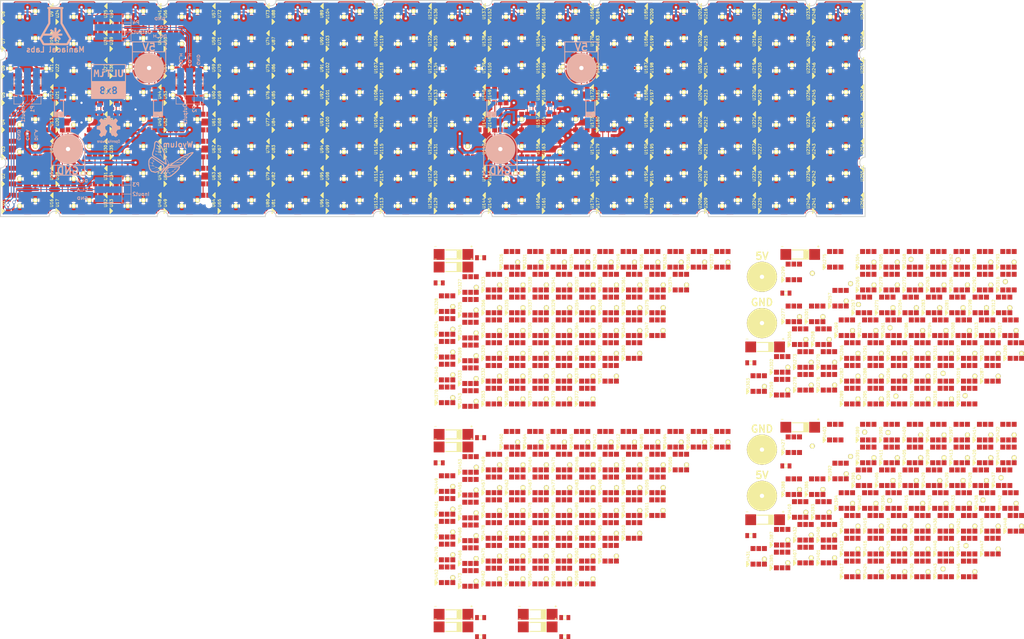
<source format=kicad_pcb>
(kicad_pcb (version 4) (host pcbnew 4.0.1-3.201512221401+6198~38~ubuntu15.10.1-stable)
  (layers (0 Front signal) (31 Back signal) (34 B.Paste user) (35 F.Paste user) (36 B.SilkS user) (37 F.SilkS user) (38 B.Mask user) (39 F.Mask user) (44 Edge.Cuts user))
  (net 0 "")
  (net 1 /Row_A/DI_A)
  (net 2 /Row_H/DO_H)
  (net 3 GND)
  (net 4 /Row_A/5V)
  (net 5 /Row_A/CI_A)
  (net 6 /Row_H/CO_H)
  (net 7 /Row_A/CI_B)
  (net 8 /Row_A/DI_B)
  (net 9 /Row_B/CI_C)
  (net 10 /Row_B/DI_C)
  (net 11 /Row_C/CI_D)
  (net 12 /Row_C/DI_D)
  (net 13 /Row_D/CI_E)
  (net 14 /Row_D/DI_E)
  (net 15 /Row_E/CI_F)
  (net 16 /Row_E/DI_F)
  (net 17 /Row_F/CI_G)
  (net 18 /Row_F/DI_G)
  (net 19 /Row_G/CI_H)
  (net 20 /Row_G/DI_H)
  (net 21 "Net-(U1-Pad5)")
  (net 22 "Net-(U1-Pad6)")
  (net 23 "Net-(U2-Pad5)")
  (net 24 "Net-(U2-Pad6)")
  (net 25 "Net-(U3-Pad5)")
  (net 26 "Net-(U3-Pad6)")
  (net 27 "Net-(U4-Pad5)")
  (net 28 "Net-(U4-Pad6)")
  (net 29 "Net-(U5-Pad5)")
  (net 30 "Net-(U5-Pad6)")
  (net 31 "Net-(U6-Pad5)")
  (net 32 "Net-(U6-Pad6)")
  (net 33 "Net-(U7-Pad5)")
  (net 34 "Net-(U7-Pad6)")
  (net 35 "Net-(U10-Pad5)")
  (net 36 "Net-(U10-Pad6)")
  (net 37 "Net-(U11-Pad5)")
  (net 38 "Net-(U11-Pad6)")
  (net 39 "Net-(U12-Pad5)")
  (net 40 "Net-(U12-Pad6)")
  (net 41 "Net-(U13-Pad5)")
  (net 42 "Net-(U13-Pad6)")
  (net 43 "Net-(U14-Pad5)")
  (net 44 "Net-(U14-Pad6)")
  (net 45 "Net-(U15-Pad5)")
  (net 46 "Net-(U15-Pad6)")
  (net 47 "Net-(U17-Pad5)")
  (net 48 "Net-(U17-Pad6)")
  (net 49 "Net-(U18-Pad5)")
  (net 50 "Net-(U18-Pad6)")
  (net 51 "Net-(U19-Pad5)")
  (net 52 "Net-(U19-Pad6)")
  (net 53 "Net-(U20-Pad5)")
  (net 54 "Net-(U20-Pad6)")
  (net 55 "Net-(U21-Pad5)")
  (net 56 "Net-(U21-Pad6)")
  (net 57 "Net-(U22-Pad5)")
  (net 58 "Net-(U22-Pad6)")
  (net 59 "Net-(U23-Pad5)")
  (net 60 "Net-(U23-Pad6)")
  (net 61 "Net-(U25-Pad5)")
  (net 62 "Net-(U25-Pad6)")
  (net 63 "Net-(U26-Pad5)")
  (net 64 "Net-(U26-Pad6)")
  (net 65 "Net-(U27-Pad5)")
  (net 66 "Net-(U27-Pad6)")
  (net 67 "Net-(U28-Pad5)")
  (net 68 "Net-(U28-Pad6)")
  (net 69 "Net-(U29-Pad5)")
  (net 70 "Net-(U29-Pad6)")
  (net 71 "Net-(U30-Pad5)")
  (net 72 "Net-(U30-Pad6)")
  (net 73 "Net-(U31-Pad5)")
  (net 74 "Net-(U31-Pad6)")
  (net 75 "Net-(U33-Pad5)")
  (net 76 "Net-(U33-Pad6)")
  (net 77 "Net-(U34-Pad5)")
  (net 78 "Net-(U34-Pad6)")
  (net 79 "Net-(U35-Pad5)")
  (net 80 "Net-(U35-Pad6)")
  (net 81 "Net-(U36-Pad5)")
  (net 82 "Net-(U36-Pad6)")
  (net 83 "Net-(U37-Pad5)")
  (net 84 "Net-(U37-Pad6)")
  (net 85 "Net-(U38-Pad5)")
  (net 86 "Net-(U38-Pad6)")
  (net 87 "Net-(U39-Pad5)")
  (net 88 "Net-(U39-Pad6)")
  (net 89 "Net-(U41-Pad5)")
  (net 90 "Net-(U41-Pad6)")
  (net 91 "Net-(U42-Pad5)")
  (net 92 "Net-(U42-Pad6)")
  (net 93 "Net-(U43-Pad5)")
  (net 94 "Net-(U43-Pad6)")
  (net 95 "Net-(U44-Pad5)")
  (net 96 "Net-(U44-Pad6)")
  (net 97 "Net-(U45-Pad5)")
  (net 98 "Net-(U45-Pad6)")
  (net 99 "Net-(U46-Pad5)")
  (net 100 "Net-(U46-Pad6)")
  (net 101 "Net-(U47-Pad5)")
  (net 102 "Net-(U47-Pad6)")
  (net 103 "Net-(U49-Pad5)")
  (net 104 "Net-(U49-Pad6)")
  (net 105 "Net-(U50-Pad5)")
  (net 106 "Net-(U50-Pad6)")
  (net 107 "Net-(U51-Pad5)")
  (net 108 "Net-(U51-Pad6)")
  (net 109 "Net-(U52-Pad5)")
  (net 110 "Net-(U52-Pad6)")
  (net 111 "Net-(U53-Pad5)")
  (net 112 "Net-(U53-Pad6)")
  (net 113 "Net-(U54-Pad5)")
  (net 114 "Net-(U54-Pad6)")
  (net 115 "Net-(U55-Pad5)")
  (net 116 "Net-(U55-Pad6)")
  (net 117 "Net-(U57-Pad5)")
  (net 118 "Net-(U57-Pad6)")
  (net 119 "Net-(U58-Pad5)")
  (net 120 "Net-(U58-Pad6)")
  (net 121 "Net-(U59-Pad5)")
  (net 122 "Net-(U59-Pad6)")
  (net 123 "Net-(U60-Pad5)")
  (net 124 "Net-(U60-Pad6)")
  (net 125 "Net-(U61-Pad5)")
  (net 126 "Net-(U61-Pad6)")
  (net 127 "Net-(U62-Pad5)")
  (net 128 "Net-(U62-Pad6)")
  (net 129 "Net-(U63-Pad5)")
  (net 130 "Net-(U63-Pad6)")
  (net 131 "Net-(C5-Pad1)")
  (net 132 "Net-(C5-Pad2)")
  (net 133 "Net-(C13-Pad1)")
  (net 134 "Net-(C13-Pad2)")
  (net 135 "Net-(C21-Pad1)")
  (net 136 "Net-(C21-Pad2)")
  (net 137 "Net-(C29-Pad1)")
  (net 138 "Net-(C29-Pad2)")
  (net 139 "Net-(U8-Pad5)")
  (net 140 "Net-(U8-Pad6)")
  (net 141 "Net-(U10-Pad2)")
  (net 142 "Net-(U10-Pad1)")
  (net 143 "Net-(U16-Pad5)")
  (net 144 "Net-(U16-Pad6)")
  (net 145 "Net-(U24-Pad5)")
  (net 146 "Net-(U24-Pad6)")
  (net 147 "Net-(U32-Pad5)")
  (net 148 "Net-(U32-Pad6)")
  (net 149 "Net-(U40-Pad5)")
  (net 150 "Net-(U40-Pad6)")
  (net 151 "Net-(U48-Pad5)")
  (net 152 "Net-(U48-Pad6)")
  (net 153 "Net-(U56-Pad5)")
  (net 154 "Net-(U56-Pad6)")
  (net 155 "Net-(U65-Pad5)")
  (net 156 "Net-(U65-Pad6)")
  (net 157 "Net-(U66-Pad5)")
  (net 158 "Net-(U66-Pad6)")
  (net 159 "Net-(U67-Pad5)")
  (net 160 "Net-(U67-Pad6)")
  (net 161 "Net-(U68-Pad5)")
  (net 162 "Net-(U68-Pad6)")
  (net 163 "Net-(U69-Pad5)")
  (net 164 "Net-(U69-Pad6)")
  (net 165 "Net-(U70-Pad5)")
  (net 166 "Net-(U70-Pad6)")
  (net 167 "Net-(U71-Pad5)")
  (net 168 "Net-(U71-Pad6)")
  (net 169 "Net-(U72-Pad5)")
  (net 170 "Net-(U72-Pad6)")
  (net 171 "Net-(U73-Pad5)")
  (net 172 "Net-(U73-Pad6)")
  (net 173 "Net-(U74-Pad5)")
  (net 174 "Net-(U74-Pad6)")
  (net 175 "Net-(U75-Pad5)")
  (net 176 "Net-(U75-Pad6)")
  (net 177 "Net-(U76-Pad5)")
  (net 178 "Net-(U76-Pad6)")
  (net 179 "Net-(U77-Pad5)")
  (net 180 "Net-(U77-Pad6)")
  (net 181 "Net-(U78-Pad5)")
  (net 182 "Net-(U78-Pad6)")
  (net 183 "Net-(U79-Pad5)")
  (net 184 "Net-(U79-Pad6)")
  (net 185 "Net-(U80-Pad5)")
  (net 186 "Net-(U80-Pad6)")
  (net 187 "Net-(U81-Pad5)")
  (net 188 "Net-(U81-Pad6)")
  (net 189 "Net-(U82-Pad5)")
  (net 190 "Net-(U82-Pad6)")
  (net 191 "Net-(U83-Pad5)")
  (net 192 "Net-(U83-Pad6)")
  (net 193 "Net-(U84-Pad5)")
  (net 194 "Net-(U84-Pad6)")
  (net 195 "Net-(U85-Pad5)")
  (net 196 "Net-(U85-Pad6)")
  (net 197 "Net-(U86-Pad5)")
  (net 198 "Net-(U86-Pad6)")
  (net 199 "Net-(U87-Pad5)")
  (net 200 "Net-(U87-Pad6)")
  (net 201 "Net-(U88-Pad5)")
  (net 202 "Net-(U88-Pad6)")
  (net 203 "Net-(U89-Pad5)")
  (net 204 "Net-(U89-Pad6)")
  (net 205 "Net-(U90-Pad5)")
  (net 206 "Net-(U90-Pad6)")
  (net 207 "Net-(U91-Pad5)")
  (net 208 "Net-(U91-Pad6)")
  (net 209 "Net-(U92-Pad5)")
  (net 210 "Net-(U92-Pad6)")
  (net 211 "Net-(U93-Pad5)")
  (net 212 "Net-(U93-Pad6)")
  (net 213 "Net-(U94-Pad5)")
  (net 214 "Net-(U94-Pad6)")
  (net 215 "Net-(U95-Pad5)")
  (net 216 "Net-(U95-Pad6)")
  (net 217 "Net-(U96-Pad5)")
  (net 218 "Net-(U96-Pad6)")
  (net 219 "Net-(U97-Pad5)")
  (net 220 "Net-(U97-Pad6)")
  (net 221 "Net-(U98-Pad5)")
  (net 222 "Net-(U98-Pad6)")
  (net 223 "Net-(U100-Pad2)")
  (net 224 "Net-(U100-Pad1)")
  (net 225 "Net-(U100-Pad5)")
  (net 226 "Net-(U100-Pad6)")
  (net 227 "Net-(U101-Pad5)")
  (net 228 "Net-(U101-Pad6)")
  (net 229 "Net-(U102-Pad5)")
  (net 230 "Net-(U102-Pad6)")
  (net 231 "Net-(U103-Pad5)")
  (net 232 "Net-(U103-Pad6)")
  (net 233 "Net-(U104-Pad5)")
  (net 234 "Net-(U104-Pad6)")
  (net 235 "Net-(U105-Pad5)")
  (net 236 "Net-(U105-Pad6)")
  (net 237 "Net-(U106-Pad5)")
  (net 238 "Net-(U106-Pad6)")
  (net 239 "Net-(U107-Pad5)")
  (net 240 "Net-(U107-Pad6)")
  (net 241 "Net-(U108-Pad5)")
  (net 242 "Net-(U108-Pad6)")
  (net 243 "Net-(U109-Pad5)")
  (net 244 "Net-(U109-Pad6)")
  (net 245 "Net-(U110-Pad5)")
  (net 246 "Net-(U110-Pad6)")
  (net 247 "Net-(U111-Pad5)")
  (net 248 "Net-(U111-Pad6)")
  (net 249 "Net-(U112-Pad5)")
  (net 250 "Net-(U112-Pad6)")
  (net 251 "Net-(U113-Pad5)")
  (net 252 "Net-(U113-Pad6)")
  (net 253 "Net-(U114-Pad5)")
  (net 254 "Net-(U114-Pad6)")
  (net 255 "Net-(U115-Pad5)")
  (net 256 "Net-(U115-Pad6)")
  (net 257 "Net-(U116-Pad5)")
  (net 258 "Net-(U116-Pad6)")
  (net 259 "Net-(U117-Pad5)")
  (net 260 "Net-(U117-Pad6)")
  (net 261 "Net-(U118-Pad5)")
  (net 262 "Net-(U118-Pad6)")
  (net 263 "Net-(U119-Pad5)")
  (net 264 "Net-(U119-Pad6)")
  (net 265 "Net-(U120-Pad5)")
  (net 266 "Net-(U120-Pad6)")
  (net 267 "Net-(U121-Pad5)")
  (net 268 "Net-(U121-Pad6)")
  (net 269 "Net-(U122-Pad5)")
  (net 270 "Net-(U122-Pad6)")
  (net 271 "Net-(U123-Pad5)")
  (net 272 "Net-(U123-Pad6)")
  (net 273 "Net-(U124-Pad5)")
  (net 274 "Net-(U124-Pad6)")
  (net 275 "Net-(U125-Pad5)")
  (net 276 "Net-(U125-Pad6)")
  (net 277 "Net-(U126-Pad5)")
  (net 278 "Net-(U126-Pad6)")
  (net 279 "Net-(U127-Pad5)")
  (net 280 "Net-(U127-Pad6)")
  (net 281 "Net-(U129-Pad5)")
  (net 282 "Net-(U129-Pad6)")
  (net 283 "Net-(U130-Pad5)")
  (net 284 "Net-(U130-Pad6)")
  (net 285 "Net-(U131-Pad5)")
  (net 286 "Net-(U131-Pad6)")
  (net 287 "Net-(U132-Pad5)")
  (net 288 "Net-(U132-Pad6)")
  (net 289 "Net-(U133-Pad5)")
  (net 290 "Net-(U133-Pad6)")
  (net 291 "Net-(U134-Pad5)")
  (net 292 "Net-(U134-Pad6)")
  (net 293 "Net-(U135-Pad5)")
  (net 294 "Net-(U135-Pad6)")
  (net 295 "Net-(U136-Pad5)")
  (net 296 "Net-(U136-Pad6)")
  (net 297 "Net-(U137-Pad5)")
  (net 298 "Net-(U137-Pad6)")
  (net 299 "Net-(U138-Pad5)")
  (net 300 "Net-(U138-Pad6)")
  (net 301 "Net-(U139-Pad5)")
  (net 302 "Net-(U139-Pad6)")
  (net 303 "Net-(U140-Pad5)")
  (net 304 "Net-(U140-Pad6)")
  (net 305 "Net-(U141-Pad5)")
  (net 306 "Net-(U141-Pad6)")
  (net 307 "Net-(U142-Pad5)")
  (net 308 "Net-(U142-Pad6)")
  (net 309 "Net-(U143-Pad5)")
  (net 310 "Net-(U143-Pad6)")
  (net 311 "Net-(U144-Pad5)")
  (net 312 "Net-(U144-Pad6)")
  (net 313 "Net-(U145-Pad5)")
  (net 314 "Net-(U145-Pad6)")
  (net 315 "Net-(U146-Pad5)")
  (net 316 "Net-(U146-Pad6)")
  (net 317 "Net-(U147-Pad5)")
  (net 318 "Net-(U147-Pad6)")
  (net 319 "Net-(U148-Pad5)")
  (net 320 "Net-(U148-Pad6)")
  (net 321 "Net-(U149-Pad5)")
  (net 322 "Net-(U149-Pad6)")
  (net 323 "Net-(U150-Pad5)")
  (net 324 "Net-(U150-Pad6)")
  (net 325 "Net-(U151-Pad5)")
  (net 326 "Net-(U151-Pad6)")
  (net 327 "Net-(U152-Pad5)")
  (net 328 "Net-(U152-Pad6)")
  (net 329 "Net-(U153-Pad5)")
  (net 330 "Net-(U153-Pad6)")
  (net 331 "Net-(U154-Pad5)")
  (net 332 "Net-(U154-Pad6)")
  (net 333 "Net-(U155-Pad5)")
  (net 334 "Net-(U155-Pad6)")
  (net 335 "Net-(U156-Pad5)")
  (net 336 "Net-(U156-Pad6)")
  (net 337 "Net-(U157-Pad5)")
  (net 338 "Net-(U157-Pad6)")
  (net 339 "Net-(U158-Pad5)")
  (net 340 "Net-(U158-Pad6)")
  (net 341 "Net-(U159-Pad5)")
  (net 342 "Net-(U159-Pad6)")
  (net 343 "Net-(U160-Pad5)")
  (net 344 "Net-(U160-Pad6)")
  (net 345 "Net-(U161-Pad5)")
  (net 346 "Net-(U161-Pad6)")
  (net 347 "Net-(U162-Pad5)")
  (net 348 "Net-(U162-Pad6)")
  (net 349 "Net-(U163-Pad5)")
  (net 350 "Net-(U163-Pad6)")
  (net 351 "Net-(U164-Pad5)")
  (net 352 "Net-(U164-Pad6)")
  (net 353 "Net-(U165-Pad5)")
  (net 354 "Net-(U165-Pad6)")
  (net 355 "Net-(U166-Pad5)")
  (net 356 "Net-(U166-Pad6)")
  (net 357 "Net-(U167-Pad5)")
  (net 358 "Net-(U167-Pad6)")
  (net 359 "Net-(U168-Pad5)")
  (net 360 "Net-(U168-Pad6)")
  (net 361 "Net-(U169-Pad5)")
  (net 362 "Net-(U169-Pad6)")
  (net 363 "Net-(U170-Pad5)")
  (net 364 "Net-(U170-Pad6)")
  (net 365 "Net-(U171-Pad5)")
  (net 366 "Net-(U171-Pad6)")
  (net 367 "Net-(U172-Pad5)")
  (net 368 "Net-(U172-Pad6)")
  (net 369 "Net-(U173-Pad5)")
  (net 370 "Net-(U173-Pad6)")
  (net 371 "Net-(U174-Pad5)")
  (net 372 "Net-(U174-Pad6)")
  (net 373 "Net-(U175-Pad5)")
  (net 374 "Net-(U175-Pad6)")
  (net 375 "Net-(U176-Pad5)")
  (net 376 "Net-(U176-Pad6)")
  (net 377 "Net-(U177-Pad5)")
  (net 378 "Net-(U177-Pad6)")
  (net 379 "Net-(U178-Pad5)")
  (net 380 "Net-(U178-Pad6)")
  (net 381 "Net-(U179-Pad5)")
  (net 382 "Net-(U179-Pad6)")
  (net 383 "Net-(U180-Pad5)")
  (net 384 "Net-(U180-Pad6)")
  (net 385 "Net-(U181-Pad5)")
  (net 386 "Net-(U181-Pad6)")
  (net 387 "Net-(U182-Pad5)")
  (net 388 "Net-(U182-Pad6)")
  (net 389 "Net-(U183-Pad5)")
  (net 390 "Net-(U183-Pad6)")
  (net 391 "Net-(U184-Pad5)")
  (net 392 "Net-(U184-Pad6)")
  (net 393 "Net-(U185-Pad5)")
  (net 394 "Net-(U185-Pad6)")
  (net 395 "Net-(U186-Pad5)")
  (net 396 "Net-(U186-Pad6)")
  (net 397 "Net-(U187-Pad5)")
  (net 398 "Net-(U187-Pad6)")
  (net 399 "Net-(U188-Pad5)")
  (net 400 "Net-(U188-Pad6)")
  (net 401 "Net-(U189-Pad5)")
  (net 402 "Net-(U189-Pad6)")
  (net 403 "Net-(U190-Pad5)")
  (net 404 "Net-(U190-Pad6)")
  (net 405 "Net-(U191-Pad5)")
  (net 406 "Net-(U191-Pad6)")
  (net 407 "Net-(U193-Pad5)")
  (net 408 "Net-(U193-Pad6)")
  (net 409 "Net-(U194-Pad5)")
  (net 410 "Net-(U194-Pad6)")
  (net 411 "Net-(U195-Pad5)")
  (net 412 "Net-(U195-Pad6)")
  (net 413 "Net-(U196-Pad5)")
  (net 414 "Net-(U196-Pad6)")
  (net 415 "Net-(U197-Pad5)")
  (net 416 "Net-(U197-Pad6)")
  (net 417 "Net-(U198-Pad5)")
  (net 418 "Net-(U198-Pad6)")
  (net 419 "Net-(U199-Pad5)")
  (net 420 "Net-(U199-Pad6)")
  (net 421 "Net-(U200-Pad5)")
  (net 422 "Net-(U200-Pad6)")
  (net 423 "Net-(U201-Pad5)")
  (net 424 "Net-(U201-Pad6)")
  (net 425 "Net-(U202-Pad5)")
  (net 426 "Net-(U202-Pad6)")
  (net 427 "Net-(U203-Pad5)")
  (net 428 "Net-(U203-Pad6)")
  (net 429 "Net-(U204-Pad5)")
  (net 430 "Net-(U204-Pad6)")
  (net 431 "Net-(U205-Pad5)")
  (net 432 "Net-(U205-Pad6)")
  (net 433 "Net-(U206-Pad5)")
  (net 434 "Net-(U206-Pad6)")
  (net 435 "Net-(U207-Pad5)")
  (net 436 "Net-(U207-Pad6)")
  (net 437 "Net-(U208-Pad5)")
  (net 438 "Net-(U208-Pad6)")
  (net 439 "Net-(U209-Pad5)")
  (net 440 "Net-(U209-Pad6)")
  (net 441 "Net-(U210-Pad5)")
  (net 442 "Net-(U210-Pad6)")
  (net 443 "Net-(U211-Pad5)")
  (net 444 "Net-(U211-Pad6)")
  (net 445 "Net-(U212-Pad5)")
  (net 446 "Net-(U212-Pad6)")
  (net 447 "Net-(U213-Pad5)")
  (net 448 "Net-(U213-Pad6)")
  (net 449 "Net-(U214-Pad5)")
  (net 450 "Net-(U214-Pad6)")
  (net 451 "Net-(U215-Pad5)")
  (net 452 "Net-(U215-Pad6)")
  (net 453 "Net-(U216-Pad5)")
  (net 454 "Net-(U216-Pad6)")
  (net 455 "Net-(U217-Pad5)")
  (net 456 "Net-(U217-Pad6)")
  (net 457 "Net-(U218-Pad5)")
  (net 458 "Net-(U218-Pad6)")
  (net 459 "Net-(U219-Pad5)")
  (net 460 "Net-(U219-Pad6)")
  (net 461 "Net-(U220-Pad5)")
  (net 462 "Net-(U220-Pad6)")
  (net 463 "Net-(U221-Pad5)")
  (net 464 "Net-(U221-Pad6)")
  (net 465 "Net-(U222-Pad5)")
  (net 466 "Net-(U222-Pad6)")
  (net 467 "Net-(U223-Pad5)")
  (net 468 "Net-(U223-Pad6)")
  (net 469 "Net-(U224-Pad5)")
  (net 470 "Net-(U224-Pad6)")
  (net 471 "Net-(U225-Pad5)")
  (net 472 "Net-(U225-Pad6)")
  (net 473 "Net-(U226-Pad5)")
  (net 474 "Net-(U226-Pad6)")
  (net 475 "Net-(U227-Pad5)")
  (net 476 "Net-(U227-Pad6)")
  (net 477 "Net-(U228-Pad5)")
  (net 478 "Net-(U228-Pad6)")
  (net 479 "Net-(U229-Pad5)")
  (net 480 "Net-(U229-Pad6)")
  (net 481 "Net-(U230-Pad5)")
  (net 482 "Net-(U230-Pad6)")
  (net 483 "Net-(U231-Pad5)")
  (net 484 "Net-(U231-Pad6)")
  (net 485 "Net-(U232-Pad5)")
  (net 486 "Net-(U232-Pad6)")
  (net 487 "Net-(U233-Pad5)")
  (net 488 "Net-(U233-Pad6)")
  (net 489 "Net-(U234-Pad5)")
  (net 490 "Net-(U234-Pad6)")
  (net 491 "Net-(U235-Pad5)")
  (net 492 "Net-(U235-Pad6)")
  (net 493 "Net-(U236-Pad5)")
  (net 494 "Net-(U236-Pad6)")
  (net 495 "Net-(U237-Pad5)")
  (net 496 "Net-(U237-Pad6)")
  (net 497 "Net-(U238-Pad5)")
  (net 498 "Net-(U238-Pad6)")
  (net 499 "Net-(U239-Pad5)")
  (net 500 "Net-(U239-Pad6)")
  (net 501 "Net-(U240-Pad5)")
  (net 502 "Net-(U240-Pad6)")
  (net 503 "Net-(U241-Pad5)")
  (net 504 "Net-(U241-Pad6)")
  (net 505 "Net-(U242-Pad5)")
  (net 506 "Net-(U242-Pad6)")
  (net 507 "Net-(U243-Pad5)")
  (net 508 "Net-(U243-Pad6)")
  (net 509 "Net-(U244-Pad5)")
  (net 510 "Net-(U244-Pad6)")
  (net 511 "Net-(U245-Pad5)")
  (net 512 "Net-(U245-Pad6)")
  (net 513 "Net-(U246-Pad5)")
  (net 514 "Net-(U246-Pad6)")
  (net 515 "Net-(U247-Pad5)")
  (net 516 "Net-(U247-Pad6)")
  (net 517 "Net-(U248-Pad5)")
  (net 518 "Net-(U248-Pad6)")
  (net 519 "Net-(U249-Pad5)")
  (net 520 "Net-(U249-Pad6)")
  (net 521 "Net-(U250-Pad5)")
  (net 522 "Net-(U250-Pad6)")
  (net 523 "Net-(U251-Pad5)")
  (net 524 "Net-(U251-Pad6)")
  (net 525 "Net-(U252-Pad5)")
  (net 526 "Net-(U252-Pad6)")
  (net 527 "Net-(U253-Pad5)")
  (net 528 "Net-(U253-Pad6)")
  (net 529 "Net-(U254-Pad5)")
  (net 530 "Net-(U254-Pad6)")
  (net 531 "Net-(U255-Pad5)")
  (net 532 "Net-(U255-Pad6)")
  (net 533 "Net-(U257-Pad5)")
  (net 534 "Net-(U257-Pad6)")
  (net 535 "Net-(U258-Pad5)")
  (net 536 "Net-(U258-Pad6)")
  (net 537 "Net-(U259-Pad5)")
  (net 538 "Net-(U259-Pad6)")
  (net 539 "Net-(U260-Pad5)")
  (net 540 "Net-(U260-Pad6)")
  (net 541 "Net-(U261-Pad5)")
  (net 542 "Net-(U261-Pad6)")
  (net 543 "Net-(U262-Pad5)")
  (net 544 "Net-(U262-Pad6)")
  (net 545 "Net-(U263-Pad5)")
  (net 546 "Net-(U263-Pad6)")
  (net 547 "Net-(U264-Pad5)")
  (net 548 "Net-(U264-Pad6)")
  (net 549 "Net-(U265-Pad5)")
  (net 550 "Net-(U265-Pad6)")
  (net 551 "Net-(U266-Pad5)")
  (net 552 "Net-(U266-Pad6)")
  (net 553 "Net-(U267-Pad5)")
  (net 554 "Net-(U267-Pad6)")
  (net 555 "Net-(U268-Pad5)")
  (net 556 "Net-(U268-Pad6)")
  (net 557 "Net-(U269-Pad5)")
  (net 558 "Net-(U269-Pad6)")
  (net 559 "Net-(U270-Pad5)")
  (net 560 "Net-(U270-Pad6)")
  (net 561 "Net-(U271-Pad5)")
  (net 562 "Net-(U271-Pad6)")
  (net 563 "Net-(U272-Pad5)")
  (net 564 "Net-(U272-Pad6)")
  (net 565 "Net-(U273-Pad5)")
  (net 566 "Net-(U273-Pad6)")
  (net 567 "Net-(U274-Pad5)")
  (net 568 "Net-(U274-Pad6)")
  (net 569 "Net-(U275-Pad5)")
  (net 570 "Net-(U275-Pad6)")
  (net 571 "Net-(U276-Pad5)")
  (net 572 "Net-(U276-Pad6)")
  (net 573 "Net-(U277-Pad5)")
  (net 574 "Net-(U277-Pad6)")
  (net 575 "Net-(U278-Pad5)")
  (net 576 "Net-(U278-Pad6)")
  (net 577 "Net-(U279-Pad5)")
  (net 578 "Net-(U279-Pad6)")
  (net 579 "Net-(U280-Pad5)")
  (net 580 "Net-(U280-Pad6)")
  (net 581 "Net-(U281-Pad5)")
  (net 582 "Net-(U281-Pad6)")
  (net 583 "Net-(U282-Pad5)")
  (net 584 "Net-(U282-Pad6)")
  (net 585 "Net-(U283-Pad5)")
  (net 586 "Net-(U283-Pad6)")
  (net 587 "Net-(U284-Pad5)")
  (net 588 "Net-(U284-Pad6)")
  (net 589 "Net-(U285-Pad5)")
  (net 590 "Net-(U285-Pad6)")
  (net 591 "Net-(U286-Pad5)")
  (net 592 "Net-(U286-Pad6)")
  (net 593 "Net-(U287-Pad5)")
  (net 594 "Net-(U287-Pad6)")
  (net 595 "Net-(U288-Pad5)")
  (net 596 "Net-(U288-Pad6)")
  (net 597 "Net-(U289-Pad5)")
  (net 598 "Net-(U289-Pad6)")
  (net 599 "Net-(U290-Pad5)")
  (net 600 "Net-(U290-Pad6)")
  (net 601 "Net-(U291-Pad5)")
  (net 602 "Net-(U291-Pad6)")
  (net 603 "Net-(U292-Pad5)")
  (net 604 "Net-(U292-Pad6)")
  (net 605 "Net-(U293-Pad5)")
  (net 606 "Net-(U293-Pad6)")
  (net 607 "Net-(U294-Pad5)")
  (net 608 "Net-(U294-Pad6)")
  (net 609 "Net-(U295-Pad5)")
  (net 610 "Net-(U295-Pad6)")
  (net 611 "Net-(U296-Pad5)")
  (net 612 "Net-(U296-Pad6)")
  (net 613 "Net-(U297-Pad5)")
  (net 614 "Net-(U297-Pad6)")
  (net 615 "Net-(U298-Pad5)")
  (net 616 "Net-(U298-Pad6)")
  (net 617 "Net-(U299-Pad5)")
  (net 618 "Net-(U299-Pad6)")
  (net 619 "Net-(U300-Pad5)")
  (net 620 "Net-(U300-Pad6)")
  (net 621 "Net-(U301-Pad5)")
  (net 622 "Net-(U301-Pad6)")
  (net 623 "Net-(U302-Pad5)")
  (net 624 "Net-(U302-Pad6)")
  (net 625 "Net-(U303-Pad5)")
  (net 626 "Net-(U303-Pad6)")
  (net 627 "Net-(U304-Pad5)")
  (net 628 "Net-(U304-Pad6)")
  (net 629 "Net-(U305-Pad5)")
  (net 630 "Net-(U305-Pad6)")
  (net 631 "Net-(U306-Pad5)")
  (net 632 "Net-(U306-Pad6)")
  (net 633 "Net-(U307-Pad5)")
  (net 634 "Net-(U307-Pad6)")
  (net 635 "Net-(U308-Pad5)")
  (net 636 "Net-(U308-Pad6)")
  (net 637 "Net-(U309-Pad5)")
  (net 638 "Net-(U309-Pad6)")
  (net 639 "Net-(U310-Pad5)")
  (net 640 "Net-(U310-Pad6)")
  (net 641 "Net-(U311-Pad5)")
  (net 642 "Net-(U311-Pad6)")
  (net 643 "Net-(U312-Pad5)")
  (net 644 "Net-(U312-Pad6)")
  (net 645 "Net-(U313-Pad5)")
  (net 646 "Net-(U313-Pad6)")
  (net 647 "Net-(U314-Pad5)")
  (net 648 "Net-(U314-Pad6)")
  (net 649 "Net-(U315-Pad5)")
  (net 650 "Net-(U315-Pad6)")
  (net 651 "Net-(U316-Pad5)")
  (net 652 "Net-(U316-Pad6)")
  (net 653 "Net-(U317-Pad5)")
  (net 654 "Net-(U317-Pad6)")
  (net 655 "Net-(U318-Pad5)")
  (net 656 "Net-(U318-Pad6)")
  (net 657 "Net-(U319-Pad5)")
  (net 658 "Net-(U319-Pad6)")
  (net 659 "Net-(U321-Pad5)")
  (net 660 "Net-(U321-Pad6)")
  (net 661 "Net-(U322-Pad5)")
  (net 662 "Net-(U322-Pad6)")
  (net 663 "Net-(U323-Pad5)")
  (net 664 "Net-(U323-Pad6)")
  (net 665 "Net-(U324-Pad5)")
  (net 666 "Net-(U324-Pad6)")
  (net 667 "Net-(U325-Pad5)")
  (net 668 "Net-(U325-Pad6)")
  (net 669 "Net-(U326-Pad5)")
  (net 670 "Net-(U326-Pad6)")
  (net 671 "Net-(U327-Pad5)")
  (net 672 "Net-(U327-Pad6)")
  (net 673 "Net-(U328-Pad5)")
  (net 674 "Net-(U328-Pad6)")
  (net 675 "Net-(U329-Pad5)")
  (net 676 "Net-(U329-Pad6)")
  (net 677 "Net-(U330-Pad5)")
  (net 678 "Net-(U330-Pad6)")
  (net 679 "Net-(U331-Pad5)")
  (net 680 "Net-(U331-Pad6)")
  (net 681 "Net-(U332-Pad5)")
  (net 682 "Net-(U332-Pad6)")
  (net 683 "Net-(U333-Pad5)")
  (net 684 "Net-(U333-Pad6)")
  (net 685 "Net-(U334-Pad5)")
  (net 686 "Net-(U334-Pad6)")
  (net 687 "Net-(U335-Pad5)")
  (net 688 "Net-(U335-Pad6)")
  (net 689 "Net-(U336-Pad5)")
  (net 690 "Net-(U336-Pad6)")
  (net 691 "Net-(U337-Pad5)")
  (net 692 "Net-(U337-Pad6)")
  (net 693 "Net-(U338-Pad5)")
  (net 694 "Net-(U338-Pad6)")
  (net 695 "Net-(U339-Pad5)")
  (net 696 "Net-(U339-Pad6)")
  (net 697 "Net-(U340-Pad5)")
  (net 698 "Net-(U340-Pad6)")
  (net 699 "Net-(U341-Pad5)")
  (net 700 "Net-(U341-Pad6)")
  (net 701 "Net-(U342-Pad5)")
  (net 702 "Net-(U342-Pad6)")
  (net 703 "Net-(U343-Pad5)")
  (net 704 "Net-(U343-Pad6)")
  (net 705 "Net-(U344-Pad5)")
  (net 706 "Net-(U344-Pad6)")
  (net 707 "Net-(U345-Pad5)")
  (net 708 "Net-(U345-Pad6)")
  (net 709 "Net-(U346-Pad5)")
  (net 710 "Net-(U346-Pad6)")
  (net 711 "Net-(U347-Pad5)")
  (net 712 "Net-(U347-Pad6)")
  (net 713 "Net-(U348-Pad5)")
  (net 714 "Net-(U348-Pad6)")
  (net 715 "Net-(U349-Pad5)")
  (net 716 "Net-(U349-Pad6)")
  (net 717 "Net-(U350-Pad5)")
  (net 718 "Net-(U350-Pad6)")
  (net 719 "Net-(U351-Pad5)")
  (net 720 "Net-(U351-Pad6)")
  (net 721 "Net-(U352-Pad5)")
  (net 722 "Net-(U352-Pad6)")
  (net 723 "Net-(U353-Pad5)")
  (net 724 "Net-(U353-Pad6)")
  (net 725 "Net-(U354-Pad5)")
  (net 726 "Net-(U354-Pad6)")
  (net 727 "Net-(U355-Pad5)")
  (net 728 "Net-(U355-Pad6)")
  (net 729 "Net-(U356-Pad5)")
  (net 730 "Net-(U356-Pad6)")
  (net 731 "Net-(U357-Pad5)")
  (net 732 "Net-(U357-Pad6)")
  (net 733 "Net-(U358-Pad5)")
  (net 734 "Net-(U358-Pad6)")
  (net 735 "Net-(U359-Pad5)")
  (net 736 "Net-(U359-Pad6)")
  (net 737 "Net-(U360-Pad5)")
  (net 738 "Net-(U360-Pad6)")
  (net 739 "Net-(U361-Pad5)")
  (net 740 "Net-(U361-Pad6)")
  (net 741 "Net-(U362-Pad5)")
  (net 742 "Net-(U362-Pad6)")
  (net 743 "Net-(U363-Pad5)")
  (net 744 "Net-(U363-Pad6)")
  (net 745 "Net-(U364-Pad5)")
  (net 746 "Net-(U364-Pad6)")
  (net 747 "Net-(U365-Pad5)")
  (net 748 "Net-(U365-Pad6)")
  (net 749 "Net-(U366-Pad5)")
  (net 750 "Net-(U366-Pad6)")
  (net 751 "Net-(U367-Pad5)")
  (net 752 "Net-(U367-Pad6)")
  (net 753 "Net-(U368-Pad5)")
  (net 754 "Net-(U368-Pad6)")
  (net 755 "Net-(U369-Pad5)")
  (net 756 "Net-(U369-Pad6)")
  (net 757 "Net-(U370-Pad5)")
  (net 758 "Net-(U370-Pad6)")
  (net 759 "Net-(U371-Pad5)")
  (net 760 "Net-(U371-Pad6)")
  (net 761 "Net-(U372-Pad5)")
  (net 762 "Net-(U372-Pad6)")
  (net 763 "Net-(U373-Pad5)")
  (net 764 "Net-(U373-Pad6)")
  (net 765 "Net-(U374-Pad5)")
  (net 766 "Net-(U374-Pad6)")
  (net 767 "Net-(U375-Pad5)")
  (net 768 "Net-(U375-Pad6)")
  (net 769 "Net-(U376-Pad5)")
  (net 770 "Net-(U376-Pad6)")
  (net 771 "Net-(U377-Pad5)")
  (net 772 "Net-(U377-Pad6)")
  (net 773 "Net-(U378-Pad5)")
  (net 774 "Net-(U378-Pad6)")
  (net 775 "Net-(U379-Pad5)")
  (net 776 "Net-(U379-Pad6)")
  (net 777 "Net-(U380-Pad5)")
  (net 778 "Net-(U380-Pad6)")
  (net 779 "Net-(U381-Pad5)")
  (net 780 "Net-(U381-Pad6)")
  (net 781 "Net-(U382-Pad5)")
  (net 782 "Net-(U382-Pad6)")
  (net 783 "Net-(U383-Pad5)")
  (net 784 "Net-(U383-Pad6)")
  (net 785 "Net-(U385-Pad5)")
  (net 786 "Net-(U385-Pad6)")
  (net 787 "Net-(U386-Pad5)")
  (net 788 "Net-(U386-Pad6)")
  (net 789 "Net-(U387-Pad5)")
  (net 790 "Net-(U387-Pad6)")
  (net 791 "Net-(U388-Pad5)")
  (net 792 "Net-(U388-Pad6)")
  (net 793 "Net-(U389-Pad5)")
  (net 794 "Net-(U389-Pad6)")
  (net 795 "Net-(U390-Pad5)")
  (net 796 "Net-(U390-Pad6)")
  (net 797 "Net-(U391-Pad5)")
  (net 798 "Net-(U391-Pad6)")
  (net 799 "Net-(U392-Pad5)")
  (net 800 "Net-(U392-Pad6)")
  (net 801 "Net-(U393-Pad5)")
  (net 802 "Net-(U393-Pad6)")
  (net 803 "Net-(U394-Pad5)")
  (net 804 "Net-(U394-Pad6)")
  (net 805 "Net-(U395-Pad5)")
  (net 806 "Net-(U395-Pad6)")
  (net 807 "Net-(U396-Pad5)")
  (net 808 "Net-(U396-Pad6)")
  (net 809 "Net-(U397-Pad5)")
  (net 810 "Net-(U397-Pad6)")
  (net 811 "Net-(U398-Pad5)")
  (net 812 "Net-(U398-Pad6)")
  (net 813 "Net-(U399-Pad5)")
  (net 814 "Net-(U399-Pad6)")
  (net 815 "Net-(U400-Pad5)")
  (net 816 "Net-(U400-Pad6)")
  (net 817 "Net-(U401-Pad5)")
  (net 818 "Net-(U401-Pad6)")
  (net 819 "Net-(U402-Pad5)")
  (net 820 "Net-(U402-Pad6)")
  (net 821 "Net-(U403-Pad5)")
  (net 822 "Net-(U403-Pad6)")
  (net 823 "Net-(U404-Pad5)")
  (net 824 "Net-(U404-Pad6)")
  (net 825 "Net-(U405-Pad5)")
  (net 826 "Net-(U405-Pad6)")
  (net 827 "Net-(U406-Pad5)")
  (net 828 "Net-(U406-Pad6)")
  (net 829 "Net-(U407-Pad5)")
  (net 830 "Net-(U407-Pad6)")
  (net 831 "Net-(U408-Pad5)")
  (net 832 "Net-(U408-Pad6)")
  (net 833 "Net-(U409-Pad5)")
  (net 834 "Net-(U409-Pad6)")
  (net 835 "Net-(U410-Pad5)")
  (net 836 "Net-(U410-Pad6)")
  (net 837 "Net-(U411-Pad5)")
  (net 838 "Net-(U411-Pad6)")
  (net 839 "Net-(U412-Pad5)")
  (net 840 "Net-(U412-Pad6)")
  (net 841 "Net-(U413-Pad5)")
  (net 842 "Net-(U413-Pad6)")
  (net 843 "Net-(U414-Pad5)")
  (net 844 "Net-(U414-Pad6)")
  (net 845 "Net-(U415-Pad5)")
  (net 846 "Net-(U415-Pad6)")
  (net 847 "Net-(U416-Pad5)")
  (net 848 "Net-(U416-Pad6)")
  (net 849 "Net-(U417-Pad5)")
  (net 850 "Net-(U417-Pad6)")
  (net 851 "Net-(U418-Pad5)")
  (net 852 "Net-(U418-Pad6)")
  (net 853 "Net-(U419-Pad5)")
  (net 854 "Net-(U419-Pad6)")
  (net 855 "Net-(U420-Pad5)")
  (net 856 "Net-(U420-Pad6)")
  (net 857 "Net-(U421-Pad5)")
  (net 858 "Net-(U421-Pad6)")
  (net 859 "Net-(U422-Pad5)")
  (net 860 "Net-(U422-Pad6)")
  (net 861 "Net-(U423-Pad5)")
  (net 862 "Net-(U423-Pad6)")
  (net 863 "Net-(U424-Pad5)")
  (net 864 "Net-(U424-Pad6)")
  (net 865 "Net-(U425-Pad5)")
  (net 866 "Net-(U425-Pad6)")
  (net 867 "Net-(U426-Pad5)")
  (net 868 "Net-(U426-Pad6)")
  (net 869 "Net-(U427-Pad5)")
  (net 870 "Net-(U427-Pad6)")
  (net 871 "Net-(U428-Pad5)")
  (net 872 "Net-(U428-Pad6)")
  (net 873 "Net-(U429-Pad5)")
  (net 874 "Net-(U429-Pad6)")
  (net 875 "Net-(U430-Pad5)")
  (net 876 "Net-(U430-Pad6)")
  (net 877 "Net-(U431-Pad5)")
  (net 878 "Net-(U431-Pad6)")
  (net 879 "Net-(U432-Pad5)")
  (net 880 "Net-(U432-Pad6)")
  (net 881 "Net-(U433-Pad5)")
  (net 882 "Net-(U433-Pad6)")
  (net 883 "Net-(U434-Pad5)")
  (net 884 "Net-(U434-Pad6)")
  (net 885 "Net-(U435-Pad5)")
  (net 886 "Net-(U435-Pad6)")
  (net 887 "Net-(U436-Pad5)")
  (net 888 "Net-(U436-Pad6)")
  (net 889 "Net-(U437-Pad5)")
  (net 890 "Net-(U437-Pad6)")
  (net 891 "Net-(U438-Pad5)")
  (net 892 "Net-(U438-Pad6)")
  (net 893 "Net-(U439-Pad5)")
  (net 894 "Net-(U439-Pad6)")
  (net 895 "Net-(U440-Pad5)")
  (net 896 "Net-(U440-Pad6)")
  (net 897 "Net-(U441-Pad5)")
  (net 898 "Net-(U441-Pad6)")
  (net 899 "Net-(U442-Pad5)")
  (net 900 "Net-(U442-Pad6)")
  (net 901 "Net-(U443-Pad5)")
  (net 902 "Net-(U443-Pad6)")
  (net 903 "Net-(U444-Pad5)")
  (net 904 "Net-(U444-Pad6)")
  (net 905 "Net-(U445-Pad5)")
  (net 906 "Net-(U445-Pad6)")
  (net 907 "Net-(U446-Pad5)")
  (net 908 "Net-(U446-Pad6)")
  (net 909 "Net-(U447-Pad5)")
  (net 910 "Net-(U447-Pad6)")
  (net 911 "Net-(U449-Pad5)")
  (net 912 "Net-(U449-Pad6)")
  (net 913 "Net-(U450-Pad5)")
  (net 914 "Net-(U450-Pad6)")
  (net 915 "Net-(U451-Pad5)")
  (net 916 "Net-(U451-Pad6)")
  (net 917 "Net-(U452-Pad5)")
  (net 918 "Net-(U452-Pad6)")
  (net 919 "Net-(U453-Pad5)")
  (net 920 "Net-(U453-Pad6)")
  (net 921 "Net-(U454-Pad5)")
  (net 922 "Net-(U454-Pad6)")
  (net 923 "Net-(U455-Pad5)")
  (net 924 "Net-(U455-Pad6)")
  (net 925 "Net-(U456-Pad5)")
  (net 926 "Net-(U456-Pad6)")
  (net 927 "Net-(U457-Pad5)")
  (net 928 "Net-(U457-Pad6)")
  (net 929 "Net-(U458-Pad5)")
  (net 930 "Net-(U458-Pad6)")
  (net 931 "Net-(U459-Pad5)")
  (net 932 "Net-(U459-Pad6)")
  (net 933 "Net-(U460-Pad5)")
  (net 934 "Net-(U460-Pad6)")
  (net 935 "Net-(U461-Pad5)")
  (net 936 "Net-(U461-Pad6)")
  (net 937 "Net-(U462-Pad5)")
  (net 938 "Net-(U462-Pad6)")
  (net 939 "Net-(U463-Pad5)")
  (net 940 "Net-(U463-Pad6)")
  (net 941 "Net-(U464-Pad5)")
  (net 942 "Net-(U464-Pad6)")
  (net 943 "Net-(U465-Pad5)")
  (net 944 "Net-(U465-Pad6)")
  (net 945 "Net-(U466-Pad5)")
  (net 946 "Net-(U466-Pad6)")
  (net 947 "Net-(U467-Pad5)")
  (net 948 "Net-(U467-Pad6)")
  (net 949 "Net-(U468-Pad5)")
  (net 950 "Net-(U468-Pad6)")
  (net 951 "Net-(U469-Pad5)")
  (net 952 "Net-(U469-Pad6)")
  (net 953 "Net-(U470-Pad5)")
  (net 954 "Net-(U470-Pad6)")
  (net 955 "Net-(U471-Pad5)")
  (net 956 "Net-(U471-Pad6)")
  (net 957 "Net-(U472-Pad5)")
  (net 958 "Net-(U472-Pad6)")
  (net 959 "Net-(U473-Pad5)")
  (net 960 "Net-(U473-Pad6)")
  (net 961 "Net-(U474-Pad5)")
  (net 962 "Net-(U474-Pad6)")
  (net 963 "Net-(U475-Pad5)")
  (net 964 "Net-(U475-Pad6)")
  (net 965 "Net-(U476-Pad5)")
  (net 966 "Net-(U476-Pad6)")
  (net 967 "Net-(U477-Pad5)")
  (net 968 "Net-(U477-Pad6)")
  (net 969 "Net-(U478-Pad5)")
  (net 970 "Net-(U478-Pad6)")
  (net 971 "Net-(U479-Pad5)")
  (net 972 "Net-(U479-Pad6)")
  (net 973 "Net-(U480-Pad5)")
  (net 974 "Net-(U480-Pad6)")
  (net 975 "Net-(U481-Pad5)")
  (net 976 "Net-(U481-Pad6)")
  (net 977 "Net-(U482-Pad5)")
  (net 978 "Net-(U482-Pad6)")
  (net 979 "Net-(U483-Pad5)")
  (net 980 "Net-(U483-Pad6)")
  (net 981 "Net-(U484-Pad5)")
  (net 982 "Net-(U484-Pad6)")
  (net 983 "Net-(U485-Pad5)")
  (net 984 "Net-(U485-Pad6)")
  (net 985 "Net-(U486-Pad5)")
  (net 986 "Net-(U486-Pad6)")
  (net 987 "Net-(U487-Pad5)")
  (net 988 "Net-(U487-Pad6)")
  (net 989 "Net-(U488-Pad5)")
  (net 990 "Net-(U488-Pad6)")
  (net 991 "Net-(U489-Pad5)")
  (net 992 "Net-(U489-Pad6)")
  (net 993 "Net-(U490-Pad5)")
  (net 994 "Net-(U490-Pad6)")
  (net 995 "Net-(U491-Pad5)")
  (net 996 "Net-(U491-Pad6)")
  (net 997 "Net-(U492-Pad5)")
  (net 998 "Net-(U492-Pad6)")
  (net 999 "Net-(U493-Pad5)")
  (net 1000 "Net-(U493-Pad6)")
  (net 1001 "Net-(U494-Pad5)")
  (net 1002 "Net-(U494-Pad6)")
  (net 1003 "Net-(U495-Pad5)")
  (net 1004 "Net-(U495-Pad6)")
  (net 1005 "Net-(U496-Pad5)")
  (net 1006 "Net-(U496-Pad6)")
  (net 1007 "Net-(U497-Pad5)")
  (net 1008 "Net-(U497-Pad6)")
  (net 1009 "Net-(U498-Pad5)")
  (net 1010 "Net-(U498-Pad6)")
  (net 1011 "Net-(U499-Pad5)")
  (net 1012 "Net-(U499-Pad6)")
  (net 1013 "Net-(U500-Pad5)")
  (net 1014 "Net-(U500-Pad6)")
  (net 1015 "Net-(U501-Pad5)")
  (net 1016 "Net-(U501-Pad6)")
  (net 1017 "Net-(U502-Pad5)")
  (net 1018 "Net-(U502-Pad6)")
  (net 1019 "Net-(U503-Pad5)")
  (net 1020 "Net-(U503-Pad6)")
  (net 1021 "Net-(U504-Pad5)")
  (net 1022 "Net-(U504-Pad6)")
  (net 1023 "Net-(U505-Pad5)")
  (net 1024 "Net-(U505-Pad6)")
  (net 1025 "Net-(U506-Pad5)")
  (net 1026 "Net-(U506-Pad6)")
  (net 1027 "Net-(U507-Pad5)")
  (net 1028 "Net-(U507-Pad6)")
  (net 1029 "Net-(U508-Pad5)")
  (net 1030 "Net-(U508-Pad6)")
  (net 1031 "Net-(U509-Pad5)")
  (net 1032 "Net-(U509-Pad6)")
  (net 1033 "Net-(U510-Pad5)")
  (net 1034 "Net-(U510-Pad6)")
  (net 1035 "Net-(U511-Pad5)")
  (net 1036 "Net-(U511-Pad6)")
  (module ultim8x64_libs:APA102 (layer Front) (at 265.43 52.07 180)
    (fp_text reference U252 (at -3 0 270) (layer F.SilkS) (effects (font (size 0.8 0.8))))
    (fp_text value APA102 hide)
    (pad 3 smd rect (at 1.6 2.2 270) (size 1.4 1.4) (layers Front F.Paste F.Mask) (net 3 GND) (clearance 0.1))
    (pad 4 smd rect (at 1.6 -2.2 270) (size 1.4 1.4) (layers Front F.Paste F.Mask) (net 4 /Row_A/5V) (clearance 0.1))
    (pad 5 smd rect (at 0 -2.2 270) (size 1.4 1.3) (layers Front F.Paste F.Mask) (net 525 "Net-(U252-Pad5)") (clearance 0.1))
    (pad 2 smd rect (at 0 2.2 270) (size 1.4 1.3) (layers Front F.Paste F.Mask) (net 523 "Net-(U251-Pad5)") (clearance 0.1))
    (pad 1 smd rect (at -1.6 2.2 270) (size 1.4 1.4) (layers Front F.Paste F.Mask) (net 524 "Net-(U251-Pad6)") (clearance 0.1))
    (pad 6 smd rect (at -1.6 -2.2 270) (size 1.4 1.4) (layers Front F.Paste F.Mask) (net 526 "Net-(U252-Pad6)") (clearance 0.1))
    (pad 3 thru_hole circle (at 1.6 0.8 180) (size 1.4 1.4) (drill 0.7) (layers *.Cu *.Mask F.SilkS) (net 3 GND))
  )
  (module ultim8x64_libs:APA102 (layer Front) (at 265.43 44.45 180)
    (fp_text reference U251 (at -3 0 270) (layer F.SilkS) (effects (font (size 0.8 0.8))))
    (fp_text value APA102 hide)
    (pad 3 smd rect (at 1.6 2.2 270) (size 1.4 1.4) (layers Front F.Paste F.Mask) (net 3 GND) (clearance 0.1))
    (pad 4 smd rect (at 1.6 -2.2 270) (size 1.4 1.4) (layers Front F.Paste F.Mask) (net 4 /Row_A/5V) (clearance 0.1))
    (pad 5 smd rect (at 0 -2.2 270) (size 1.4 1.3) (layers Front F.Paste F.Mask) (net 523 "Net-(U251-Pad5)") (clearance 0.1))
    (pad 2 smd rect (at 0 2.2 270) (size 1.4 1.3) (layers Front F.Paste F.Mask) (net 521 "Net-(U250-Pad5)") (clearance 0.1))
    (pad 1 smd rect (at -1.6 2.2 270) (size 1.4 1.4) (layers Front F.Paste F.Mask) (net 522 "Net-(U250-Pad6)") (clearance 0.1))
    (pad 6 smd rect (at -1.6 -2.2 270) (size 1.4 1.4) (layers Front F.Paste F.Mask) (net 524 "Net-(U251-Pad6)") (clearance 0.1))
    (pad 3 thru_hole circle (at 1.6 0.8 180) (size 1.4 1.4) (drill 0.7) (layers *.Cu *.Mask F.SilkS) (net 3 GND))
  )
  (module ultim8x64_libs:APA102 (layer Front) (at 257.81 52.07)
    (fp_text reference U245 (at -3 0 90) (layer F.SilkS) (effects (font (size 0.8 0.8))))
    (fp_text value APA102 hide)
    (pad 3 smd rect (at 1.6 2.2 90) (size 1.4 1.4) (layers Front F.Paste F.Mask) (net 3 GND) (clearance 0.1))
    (pad 4 smd rect (at 1.6 -2.2 90) (size 1.4 1.4) (layers Front F.Paste F.Mask) (net 4 /Row_A/5V) (clearance 0.1))
    (pad 5 smd rect (at 0 -2.2 90) (size 1.4 1.3) (layers Front F.Paste F.Mask) (net 511 "Net-(U245-Pad5)") (clearance 0.1))
    (pad 2 smd rect (at 0 2.2 90) (size 1.4 1.3) (layers Front F.Paste F.Mask) (net 509 "Net-(U244-Pad5)") (clearance 0.1))
    (pad 1 smd rect (at -1.6 2.2 90) (size 1.4 1.4) (layers Front F.Paste F.Mask) (net 510 "Net-(U244-Pad6)") (clearance 0.1))
    (pad 6 smd rect (at -1.6 -2.2 90) (size 1.4 1.4) (layers Front F.Paste F.Mask) (net 512 "Net-(U245-Pad6)") (clearance 0.1))
    (pad 3 thru_hole circle (at 1.6 0.8) (size 1.4 1.4) (drill 0.7) (layers *.Cu *.Mask F.SilkS) (net 3 GND))
  )
  (module ultim8x64_libs:APA102 (layer Front) (at 257.81 44.45)
    (fp_text reference U246 (at -3 0 90) (layer F.SilkS) (effects (font (size 0.8 0.8))))
    (fp_text value APA102 hide)
    (pad 3 smd rect (at 1.6 2.2 90) (size 1.4 1.4) (layers Front F.Paste F.Mask) (net 3 GND) (clearance 0.1))
    (pad 4 smd rect (at 1.6 -2.2 90) (size 1.4 1.4) (layers Front F.Paste F.Mask) (net 4 /Row_A/5V) (clearance 0.1))
    (pad 5 smd rect (at 0 -2.2 90) (size 1.4 1.3) (layers Front F.Paste F.Mask) (net 513 "Net-(U246-Pad5)") (clearance 0.1))
    (pad 2 smd rect (at 0 2.2 90) (size 1.4 1.3) (layers Front F.Paste F.Mask) (net 511 "Net-(U245-Pad5)") (clearance 0.1))
    (pad 1 smd rect (at -1.6 2.2 90) (size 1.4 1.4) (layers Front F.Paste F.Mask) (net 512 "Net-(U245-Pad6)") (clearance 0.1))
    (pad 6 smd rect (at -1.6 -2.2 90) (size 1.4 1.4) (layers Front F.Paste F.Mask) (net 514 "Net-(U246-Pad6)") (clearance 0.1))
    (pad 3 thru_hole circle (at 1.6 0.8) (size 1.4 1.4) (drill 0.7) (layers *.Cu *.Mask F.SilkS) (net 3 GND))
  )
  (module ultim8x64_libs:APA102 (layer Front) (at 250.19 44.45 180)
    (fp_text reference U235 (at -3 0 270) (layer F.SilkS) (effects (font (size 0.8 0.8))))
    (fp_text value APA102 hide)
    (pad 3 smd rect (at 1.6 2.2 270) (size 1.4 1.4) (layers Front F.Paste F.Mask) (net 3 GND) (clearance 0.1))
    (pad 4 smd rect (at 1.6 -2.2 270) (size 1.4 1.4) (layers Front F.Paste F.Mask) (net 4 /Row_A/5V) (clearance 0.1))
    (pad 5 smd rect (at 0 -2.2 270) (size 1.4 1.3) (layers Front F.Paste F.Mask) (net 491 "Net-(U235-Pad5)") (clearance 0.1))
    (pad 2 smd rect (at 0 2.2 270) (size 1.4 1.3) (layers Front F.Paste F.Mask) (net 489 "Net-(U234-Pad5)") (clearance 0.1))
    (pad 1 smd rect (at -1.6 2.2 270) (size 1.4 1.4) (layers Front F.Paste F.Mask) (net 490 "Net-(U234-Pad6)") (clearance 0.1))
    (pad 6 smd rect (at -1.6 -2.2 270) (size 1.4 1.4) (layers Front F.Paste F.Mask) (net 492 "Net-(U235-Pad6)") (clearance 0.1))
    (pad 3 thru_hole circle (at 1.6 0.8 180) (size 1.4 1.4) (drill 0.7) (layers *.Cu *.Mask F.SilkS) (net 3 GND))
  )
  (module ultim8x64_libs:APA102 (layer Front) (at 242.57 44.45)
    (fp_text reference U230 (at -3 0 90) (layer F.SilkS) (effects (font (size 0.8 0.8))))
    (fp_text value APA102 hide)
    (pad 3 smd rect (at 1.6 2.2 90) (size 1.4 1.4) (layers Front F.Paste F.Mask) (net 3 GND) (clearance 0.1))
    (pad 4 smd rect (at 1.6 -2.2 90) (size 1.4 1.4) (layers Front F.Paste F.Mask) (net 4 /Row_A/5V) (clearance 0.1))
    (pad 5 smd rect (at 0 -2.2 90) (size 1.4 1.3) (layers Front F.Paste F.Mask) (net 481 "Net-(U230-Pad5)") (clearance 0.1))
    (pad 2 smd rect (at 0 2.2 90) (size 1.4 1.3) (layers Front F.Paste F.Mask) (net 479 "Net-(U229-Pad5)") (clearance 0.1))
    (pad 1 smd rect (at -1.6 2.2 90) (size 1.4 1.4) (layers Front F.Paste F.Mask) (net 480 "Net-(U229-Pad6)") (clearance 0.1))
    (pad 6 smd rect (at -1.6 -2.2 90) (size 1.4 1.4) (layers Front F.Paste F.Mask) (net 482 "Net-(U230-Pad6)") (clearance 0.1))
    (pad 3 thru_hole circle (at 1.6 0.8) (size 1.4 1.4) (drill 0.7) (layers *.Cu *.Mask F.SilkS) (net 3 GND))
  )
  (module ultim8x64_libs:APA102 (layer Front) (at 227.33 67.31)
    (fp_text reference U211 (at -3 0 90) (layer F.SilkS) (effects (font (size 0.8 0.8))))
    (fp_text value APA102 hide)
    (pad 3 smd rect (at 1.6 2.2 90) (size 1.4 1.4) (layers Front F.Paste F.Mask) (net 3 GND) (clearance 0.1))
    (pad 4 smd rect (at 1.6 -2.2 90) (size 1.4 1.4) (layers Front F.Paste F.Mask) (net 4 /Row_A/5V) (clearance 0.1))
    (pad 5 smd rect (at 0 -2.2 90) (size 1.4 1.3) (layers Front F.Paste F.Mask) (net 443 "Net-(U211-Pad5)") (clearance 0.1))
    (pad 2 smd rect (at 0 2.2 90) (size 1.4 1.3) (layers Front F.Paste F.Mask) (net 441 "Net-(U210-Pad5)") (clearance 0.1))
    (pad 1 smd rect (at -1.6 2.2 90) (size 1.4 1.4) (layers Front F.Paste F.Mask) (net 442 "Net-(U210-Pad6)") (clearance 0.1))
    (pad 6 smd rect (at -1.6 -2.2 90) (size 1.4 1.4) (layers Front F.Paste F.Mask) (net 444 "Net-(U211-Pad6)") (clearance 0.1))
    (pad 3 thru_hole circle (at 1.6 0.8) (size 1.4 1.4) (drill 0.7) (layers *.Cu *.Mask F.SilkS) (net 3 GND))
  )
  (module ultim8x64_libs:APA102 (layer Front) (at 219.71 44.45 180)
    (fp_text reference U203 (at -3 0 270) (layer F.SilkS) (effects (font (size 0.8 0.8))))
    (fp_text value APA102 hide)
    (pad 3 smd rect (at 1.6 2.2 270) (size 1.4 1.4) (layers Front F.Paste F.Mask) (net 3 GND) (clearance 0.1))
    (pad 4 smd rect (at 1.6 -2.2 270) (size 1.4 1.4) (layers Front F.Paste F.Mask) (net 4 /Row_A/5V) (clearance 0.1))
    (pad 5 smd rect (at 0 -2.2 270) (size 1.4 1.3) (layers Front F.Paste F.Mask) (net 427 "Net-(U203-Pad5)") (clearance 0.1))
    (pad 2 smd rect (at 0 2.2 270) (size 1.4 1.3) (layers Front F.Paste F.Mask) (net 425 "Net-(U202-Pad5)") (clearance 0.1))
    (pad 1 smd rect (at -1.6 2.2 270) (size 1.4 1.4) (layers Front F.Paste F.Mask) (net 426 "Net-(U202-Pad6)") (clearance 0.1))
    (pad 6 smd rect (at -1.6 -2.2 270) (size 1.4 1.4) (layers Front F.Paste F.Mask) (net 428 "Net-(U203-Pad6)") (clearance 0.1))
    (pad 3 thru_hole circle (at 1.6 0.8 180) (size 1.4 1.4) (drill 0.7) (layers *.Cu *.Mask F.SilkS) (net 3 GND))
  )
  (module ultim8x64_libs:APA102 (layer Front) (at 219.71 52.07 180)
    (fp_text reference U204 (at -3 0 270) (layer F.SilkS) (effects (font (size 0.8 0.8))))
    (fp_text value APA102 hide)
    (pad 3 smd rect (at 1.6 2.2 270) (size 1.4 1.4) (layers Front F.Paste F.Mask) (net 3 GND) (clearance 0.1))
    (pad 4 smd rect (at 1.6 -2.2 270) (size 1.4 1.4) (layers Front F.Paste F.Mask) (net 4 /Row_A/5V) (clearance 0.1))
    (pad 5 smd rect (at 0 -2.2 270) (size 1.4 1.3) (layers Front F.Paste F.Mask) (net 429 "Net-(U204-Pad5)") (clearance 0.1))
    (pad 2 smd rect (at 0 2.2 270) (size 1.4 1.3) (layers Front F.Paste F.Mask) (net 427 "Net-(U203-Pad5)") (clearance 0.1))
    (pad 1 smd rect (at -1.6 2.2 270) (size 1.4 1.4) (layers Front F.Paste F.Mask) (net 428 "Net-(U203-Pad6)") (clearance 0.1))
    (pad 6 smd rect (at -1.6 -2.2 270) (size 1.4 1.4) (layers Front F.Paste F.Mask) (net 430 "Net-(U204-Pad6)") (clearance 0.1))
    (pad 3 thru_hole circle (at 1.6 0.8 180) (size 1.4 1.4) (drill 0.7) (layers *.Cu *.Mask F.SilkS) (net 3 GND))
  )
  (module ultim8x64_libs:APA102 (layer Front) (at 212.09 44.45)
    (fp_text reference U198 (at -3 0 90) (layer F.SilkS) (effects (font (size 0.8 0.8))))
    (fp_text value APA102 hide)
    (pad 3 smd rect (at 1.6 2.2 90) (size 1.4 1.4) (layers Front F.Paste F.Mask) (net 3 GND) (clearance 0.1))
    (pad 4 smd rect (at 1.6 -2.2 90) (size 1.4 1.4) (layers Front F.Paste F.Mask) (net 4 /Row_A/5V) (clearance 0.1))
    (pad 5 smd rect (at 0 -2.2 90) (size 1.4 1.3) (layers Front F.Paste F.Mask) (net 417 "Net-(U198-Pad5)") (clearance 0.1))
    (pad 2 smd rect (at 0 2.2 90) (size 1.4 1.3) (layers Front F.Paste F.Mask) (net 415 "Net-(U197-Pad5)") (clearance 0.1))
    (pad 1 smd rect (at -1.6 2.2 90) (size 1.4 1.4) (layers Front F.Paste F.Mask) (net 416 "Net-(U197-Pad6)") (clearance 0.1))
    (pad 6 smd rect (at -1.6 -2.2 90) (size 1.4 1.4) (layers Front F.Paste F.Mask) (net 418 "Net-(U198-Pad6)") (clearance 0.1))
    (pad 3 thru_hole circle (at 1.6 0.8) (size 1.4 1.4) (drill 0.7) (layers *.Cu *.Mask F.SilkS) (net 3 GND))
  )
  (module ultim8x64_libs:APA102 (layer Front) (at 212.09 52.07)
    (fp_text reference U197 (at -3 0 90) (layer F.SilkS) (effects (font (size 0.8 0.8))))
    (fp_text value APA102 hide)
    (pad 3 smd rect (at 1.6 2.2 90) (size 1.4 1.4) (layers Front F.Paste F.Mask) (net 3 GND) (clearance 0.1))
    (pad 4 smd rect (at 1.6 -2.2 90) (size 1.4 1.4) (layers Front F.Paste F.Mask) (net 4 /Row_A/5V) (clearance 0.1))
    (pad 5 smd rect (at 0 -2.2 90) (size 1.4 1.3) (layers Front F.Paste F.Mask) (net 415 "Net-(U197-Pad5)") (clearance 0.1))
    (pad 2 smd rect (at 0 2.2 90) (size 1.4 1.3) (layers Front F.Paste F.Mask) (net 413 "Net-(U196-Pad5)") (clearance 0.1))
    (pad 1 smd rect (at -1.6 2.2 90) (size 1.4 1.4) (layers Front F.Paste F.Mask) (net 414 "Net-(U196-Pad6)") (clearance 0.1))
    (pad 6 smd rect (at -1.6 -2.2 90) (size 1.4 1.4) (layers Front F.Paste F.Mask) (net 416 "Net-(U197-Pad6)") (clearance 0.1))
    (pad 3 thru_hole circle (at 1.6 0.8) (size 1.4 1.4) (drill 0.7) (layers *.Cu *.Mask F.SilkS) (net 3 GND))
  )
  (module ultim8x8_libs:APA102 (layer Front) (at 204.47 74.93 180)
    (fp_text reference U191 (at -3 0 270) (layer F.SilkS) (effects (font (size 0.8 0.8))))
    (fp_text value APA102 hide)
    (pad 3 smd rect (at 1.6 2.2 270) (size 1.4 1.4) (layers Front F.Paste F.Mask) (net 3 GND) (clearance 0.1))
    (pad 4 smd rect (at 1.6 -2.2 270) (size 1.4 1.4) (layers Front F.Paste F.Mask) (net 4 /Row_A/5V) (clearance 0.1))
    (pad 5 smd rect (at 0 -2.2 270) (size 1.4 1.3) (layers Front F.Paste F.Mask) (net 405 "Net-(U191-Pad5)") (clearance 0.1))
    (pad 2 smd rect (at 0 2.2 270) (size 1.4 1.3) (layers Front F.Paste F.Mask) (net 403 "Net-(U190-Pad5)") (clearance 0.1))
    (pad 1 smd rect (at -1.6 2.2 270) (size 1.4 1.4) (layers Front F.Paste F.Mask) (net 404 "Net-(U190-Pad6)") (clearance 0.1))
    (pad 6 smd rect (at -1.6 -2.2 270) (size 1.4 1.4) (layers Front F.Paste F.Mask) (net 406 "Net-(U191-Pad6)") (clearance 0.1))
    (pad 3 thru_hole circle (at 1.6 0.8 180) (size 1.4 1.4) (drill 0.7) (layers *.Cu *.Mask F.SilkS) (net 3 GND))
  )
  (module ultim8x8_libs:APA102 (layer Front) (at 204.47 67.31 180)
    (fp_text reference U190 (at -3 0 270) (layer F.SilkS) (effects (font (size 0.8 0.8))))
    (fp_text value APA102 hide)
    (pad 3 smd rect (at 1.6 2.2 270) (size 1.4 1.4) (layers Front F.Paste F.Mask) (net 3 GND) (clearance 0.1))
    (pad 4 smd rect (at 1.6 -2.2 270) (size 1.4 1.4) (layers Front F.Paste F.Mask) (net 4 /Row_A/5V) (clearance 0.1))
    (pad 5 smd rect (at 0 -2.2 270) (size 1.4 1.3) (layers Front F.Paste F.Mask) (net 403 "Net-(U190-Pad5)") (clearance 0.1))
    (pad 2 smd rect (at 0 2.2 270) (size 1.4 1.3) (layers Front F.Paste F.Mask) (net 401 "Net-(U189-Pad5)") (clearance 0.1))
    (pad 1 smd rect (at -1.6 2.2 270) (size 1.4 1.4) (layers Front F.Paste F.Mask) (net 402 "Net-(U189-Pad6)") (clearance 0.1))
    (pad 6 smd rect (at -1.6 -2.2 270) (size 1.4 1.4) (layers Front F.Paste F.Mask) (net 404 "Net-(U190-Pad6)") (clearance 0.1))
    (pad 3 thru_hole circle (at 1.6 0.8 180) (size 1.4 1.4) (drill 0.7) (layers *.Cu *.Mask F.SilkS) (net 3 GND))
  )
  (module ultim8x8_libs:APA102 (layer Front) (at 204.47 59.69 180)
    (fp_text reference U189 (at -3 0 270) (layer F.SilkS) (effects (font (size 0.8 0.8))))
    (fp_text value APA102 hide)
    (pad 3 smd rect (at 1.6 2.2 270) (size 1.4 1.4) (layers Front F.Paste F.Mask) (net 3 GND) (clearance 0.1))
    (pad 4 smd rect (at 1.6 -2.2 270) (size 1.4 1.4) (layers Front F.Paste F.Mask) (net 4 /Row_A/5V) (clearance 0.1))
    (pad 5 smd rect (at 0 -2.2 270) (size 1.4 1.3) (layers Front F.Paste F.Mask) (net 401 "Net-(U189-Pad5)") (clearance 0.1))
    (pad 2 smd rect (at 0 2.2 270) (size 1.4 1.3) (layers Front F.Paste F.Mask) (net 399 "Net-(U188-Pad5)") (clearance 0.1))
    (pad 1 smd rect (at -1.6 2.2 270) (size 1.4 1.4) (layers Front F.Paste F.Mask) (net 400 "Net-(U188-Pad6)") (clearance 0.1))
    (pad 6 smd rect (at -1.6 -2.2 270) (size 1.4 1.4) (layers Front F.Paste F.Mask) (net 402 "Net-(U189-Pad6)") (clearance 0.1))
    (pad 3 thru_hole circle (at 1.6 0.8 180) (size 1.4 1.4) (drill 0.7) (layers *.Cu *.Mask F.SilkS) (net 3 GND))
  )
  (module ultim8x8_libs:APA102 (layer Front) (at 204.47 36.83 180)
    (fp_text reference U186 (at -3 0 270) (layer F.SilkS) (effects (font (size 0.8 0.8))))
    (fp_text value APA102 hide)
    (pad 3 smd rect (at 1.6 2.2 270) (size 1.4 1.4) (layers Front F.Paste F.Mask) (net 3 GND) (clearance 0.1))
    (pad 4 smd rect (at 1.6 -2.2 270) (size 1.4 1.4) (layers Front F.Paste F.Mask) (net 4 /Row_A/5V) (clearance 0.1))
    (pad 5 smd rect (at 0 -2.2 270) (size 1.4 1.3) (layers Front F.Paste F.Mask) (net 395 "Net-(U186-Pad5)") (clearance 0.1))
    (pad 2 smd rect (at 0 2.2 270) (size 1.4 1.3) (layers Front F.Paste F.Mask) (net 393 "Net-(U185-Pad5)") (clearance 0.1))
    (pad 1 smd rect (at -1.6 2.2 270) (size 1.4 1.4) (layers Front F.Paste F.Mask) (net 394 "Net-(U185-Pad6)") (clearance 0.1))
    (pad 6 smd rect (at -1.6 -2.2 270) (size 1.4 1.4) (layers Front F.Paste F.Mask) (net 396 "Net-(U186-Pad6)") (clearance 0.1))
    (pad 3 thru_hole circle (at 1.6 0.8 180) (size 1.4 1.4) (drill 0.7) (layers *.Cu *.Mask F.SilkS) (net 3 GND))
  )
  (module ultim8x8_libs:APA102 (layer Front) (at 204.47 29.21 180)
    (fp_text reference U185 (at -3 0 270) (layer F.SilkS) (effects (font (size 0.8 0.8))))
    (fp_text value APA102 hide)
    (pad 3 smd rect (at 1.6 2.2 270) (size 1.4 1.4) (layers Front F.Paste F.Mask) (net 3 GND) (clearance 0.1))
    (pad 4 smd rect (at 1.6 -2.2 270) (size 1.4 1.4) (layers Front F.Paste F.Mask) (net 4 /Row_A/5V) (clearance 0.1))
    (pad 5 smd rect (at 0 -2.2 270) (size 1.4 1.3) (layers Front F.Paste F.Mask) (net 393 "Net-(U185-Pad5)") (clearance 0.1))
    (pad 2 smd rect (at 0 2.2 270) (size 1.4 1.3) (layers Front F.Paste F.Mask) (net 391 "Net-(U184-Pad5)") (clearance 0.1))
    (pad 1 smd rect (at -1.6 2.2 270) (size 1.4 1.4) (layers Front F.Paste F.Mask) (net 392 "Net-(U184-Pad6)") (clearance 0.1))
    (pad 6 smd rect (at -1.6 -2.2 270) (size 1.4 1.4) (layers Front F.Paste F.Mask) (net 394 "Net-(U185-Pad6)") (clearance 0.1))
    (pad 3 thru_hole circle (at 1.6 0.8 180) (size 1.4 1.4) (drill 0.7) (layers *.Cu *.Mask F.SilkS) (net 3 GND))
  )
  (module ultim8x8_libs:APA102 (layer Front) (at 196.85 29.21)
    (fp_text reference U184 (at -3 0 90) (layer F.SilkS) (effects (font (size 0.8 0.8))))
    (fp_text value APA102 hide)
    (pad 3 smd rect (at 1.6 2.2 90) (size 1.4 1.4) (layers Front F.Paste F.Mask) (net 3 GND) (clearance 0.1))
    (pad 4 smd rect (at 1.6 -2.2 90) (size 1.4 1.4) (layers Front F.Paste F.Mask) (net 4 /Row_A/5V) (clearance 0.1))
    (pad 5 smd rect (at 0 -2.2 90) (size 1.4 1.3) (layers Front F.Paste F.Mask) (net 391 "Net-(U184-Pad5)") (clearance 0.1))
    (pad 2 smd rect (at 0 2.2 90) (size 1.4 1.3) (layers Front F.Paste F.Mask) (net 389 "Net-(U183-Pad5)") (clearance 0.1))
    (pad 1 smd rect (at -1.6 2.2 90) (size 1.4 1.4) (layers Front F.Paste F.Mask) (net 390 "Net-(U183-Pad6)") (clearance 0.1))
    (pad 6 smd rect (at -1.6 -2.2 90) (size 1.4 1.4) (layers Front F.Paste F.Mask) (net 392 "Net-(U184-Pad6)") (clearance 0.1))
    (pad 3 thru_hole circle (at 1.6 0.8) (size 1.4 1.4) (drill 0.7) (layers *.Cu *.Mask F.SilkS) (net 3 GND))
  )
  (module ultim8x8_libs:APA102 (layer Front) (at 196.85 36.83)
    (fp_text reference U183 (at -3 0 90) (layer F.SilkS) (effects (font (size 0.8 0.8))))
    (fp_text value APA102 hide)
    (pad 3 smd rect (at 1.6 2.2 90) (size 1.4 1.4) (layers Front F.Paste F.Mask) (net 3 GND) (clearance 0.1))
    (pad 4 smd rect (at 1.6 -2.2 90) (size 1.4 1.4) (layers Front F.Paste F.Mask) (net 4 /Row_A/5V) (clearance 0.1))
    (pad 5 smd rect (at 0 -2.2 90) (size 1.4 1.3) (layers Front F.Paste F.Mask) (net 389 "Net-(U183-Pad5)") (clearance 0.1))
    (pad 2 smd rect (at 0 2.2 90) (size 1.4 1.3) (layers Front F.Paste F.Mask) (net 387 "Net-(U182-Pad5)") (clearance 0.1))
    (pad 1 smd rect (at -1.6 2.2 90) (size 1.4 1.4) (layers Front F.Paste F.Mask) (net 388 "Net-(U182-Pad6)") (clearance 0.1))
    (pad 6 smd rect (at -1.6 -2.2 90) (size 1.4 1.4) (layers Front F.Paste F.Mask) (net 390 "Net-(U183-Pad6)") (clearance 0.1))
    (pad 3 thru_hole circle (at 1.6 0.8) (size 1.4 1.4) (drill 0.7) (layers *.Cu *.Mask F.SilkS) (net 3 GND))
  )
  (module ultim8x8_libs:APA102 (layer Front) (at 196.85 59.69)
    (fp_text reference U180 (at -3 0 90) (layer F.SilkS) (effects (font (size 0.8 0.8))))
    (fp_text value APA102 hide)
    (pad 3 smd rect (at 1.6 2.2 90) (size 1.4 1.4) (layers Front F.Paste F.Mask) (net 3 GND) (clearance 0.1))
    (pad 4 smd rect (at 1.6 -2.2 90) (size 1.4 1.4) (layers Front F.Paste F.Mask) (net 4 /Row_A/5V) (clearance 0.1))
    (pad 5 smd rect (at 0 -2.2 90) (size 1.4 1.3) (layers Front F.Paste F.Mask) (net 383 "Net-(U180-Pad5)") (clearance 0.1))
    (pad 2 smd rect (at 0 2.2 90) (size 1.4 1.3) (layers Front F.Paste F.Mask) (net 381 "Net-(U179-Pad5)") (clearance 0.1))
    (pad 1 smd rect (at -1.6 2.2 90) (size 1.4 1.4) (layers Front F.Paste F.Mask) (net 382 "Net-(U179-Pad6)") (clearance 0.1))
    (pad 6 smd rect (at -1.6 -2.2 90) (size 1.4 1.4) (layers Front F.Paste F.Mask) (net 384 "Net-(U180-Pad6)") (clearance 0.1))
    (pad 3 thru_hole circle (at 1.6 0.8) (size 1.4 1.4) (drill 0.7) (layers *.Cu *.Mask F.SilkS) (net 3 GND))
  )
  (module ultim8x8_libs:APA102 (layer Front) (at 196.85 67.31)
    (fp_text reference U179 (at -3 0 90) (layer F.SilkS) (effects (font (size 0.8 0.8))))
    (fp_text value APA102 hide)
    (pad 3 smd rect (at 1.6 2.2 90) (size 1.4 1.4) (layers Front F.Paste F.Mask) (net 3 GND) (clearance 0.1))
    (pad 4 smd rect (at 1.6 -2.2 90) (size 1.4 1.4) (layers Front F.Paste F.Mask) (net 4 /Row_A/5V) (clearance 0.1))
    (pad 5 smd rect (at 0 -2.2 90) (size 1.4 1.3) (layers Front F.Paste F.Mask) (net 381 "Net-(U179-Pad5)") (clearance 0.1))
    (pad 2 smd rect (at 0 2.2 90) (size 1.4 1.3) (layers Front F.Paste F.Mask) (net 379 "Net-(U178-Pad5)") (clearance 0.1))
    (pad 1 smd rect (at -1.6 2.2 90) (size 1.4 1.4) (layers Front F.Paste F.Mask) (net 380 "Net-(U178-Pad6)") (clearance 0.1))
    (pad 6 smd rect (at -1.6 -2.2 90) (size 1.4 1.4) (layers Front F.Paste F.Mask) (net 382 "Net-(U179-Pad6)") (clearance 0.1))
    (pad 3 thru_hole circle (at 1.6 0.8) (size 1.4 1.4) (drill 0.7) (layers *.Cu *.Mask F.SilkS) (net 3 GND))
  )
  (module ultim8x8_libs:APA102 (layer Front) (at 196.85 74.93)
    (fp_text reference U178 (at -3 0 90) (layer F.SilkS) (effects (font (size 0.8 0.8))))
    (fp_text value APA102 hide)
    (pad 3 smd rect (at 1.6 2.2 90) (size 1.4 1.4) (layers Front F.Paste F.Mask) (net 3 GND) (clearance 0.1))
    (pad 4 smd rect (at 1.6 -2.2 90) (size 1.4 1.4) (layers Front F.Paste F.Mask) (net 4 /Row_A/5V) (clearance 0.1))
    (pad 5 smd rect (at 0 -2.2 90) (size 1.4 1.3) (layers Front F.Paste F.Mask) (net 379 "Net-(U178-Pad5)") (clearance 0.1))
    (pad 2 smd rect (at 0 2.2 90) (size 1.4 1.3) (layers Front F.Paste F.Mask) (net 377 "Net-(U177-Pad5)") (clearance 0.1))
    (pad 1 smd rect (at -1.6 2.2 90) (size 1.4 1.4) (layers Front F.Paste F.Mask) (net 378 "Net-(U177-Pad6)") (clearance 0.1))
    (pad 6 smd rect (at -1.6 -2.2 90) (size 1.4 1.4) (layers Front F.Paste F.Mask) (net 380 "Net-(U178-Pad6)") (clearance 0.1))
    (pad 3 thru_hole circle (at 1.6 0.8) (size 1.4 1.4) (drill 0.7) (layers *.Cu *.Mask F.SilkS) (net 3 GND))
  )
  (module ultim8x8_libs:APA102 (layer Front) (at 189.23 74.93 180)
    (fp_text reference U175 (at -3 0 270) (layer F.SilkS) (effects (font (size 0.8 0.8))))
    (fp_text value APA102 hide)
    (pad 3 smd rect (at 1.6 2.2 270) (size 1.4 1.4) (layers Front F.Paste F.Mask) (net 3 GND) (clearance 0.1))
    (pad 4 smd rect (at 1.6 -2.2 270) (size 1.4 1.4) (layers Front F.Paste F.Mask) (net 4 /Row_A/5V) (clearance 0.1))
    (pad 5 smd rect (at 0 -2.2 270) (size 1.4 1.3) (layers Front F.Paste F.Mask) (net 373 "Net-(U175-Pad5)") (clearance 0.1))
    (pad 2 smd rect (at 0 2.2 270) (size 1.4 1.3) (layers Front F.Paste F.Mask) (net 371 "Net-(U174-Pad5)") (clearance 0.1))
    (pad 1 smd rect (at -1.6 2.2 270) (size 1.4 1.4) (layers Front F.Paste F.Mask) (net 372 "Net-(U174-Pad6)") (clearance 0.1))
    (pad 6 smd rect (at -1.6 -2.2 270) (size 1.4 1.4) (layers Front F.Paste F.Mask) (net 374 "Net-(U175-Pad6)") (clearance 0.1))
    (pad 3 thru_hole circle (at 1.6 0.8 180) (size 1.4 1.4) (drill 0.7) (layers *.Cu *.Mask F.SilkS) (net 3 GND))
  )
  (module ultim8x8_libs:APA102 (layer Front) (at 189.23 67.31 180)
    (fp_text reference U174 (at -3 0 270) (layer F.SilkS) (effects (font (size 0.8 0.8))))
    (fp_text value APA102 hide)
    (pad 3 smd rect (at 1.6 2.2 270) (size 1.4 1.4) (layers Front F.Paste F.Mask) (net 3 GND) (clearance 0.1))
    (pad 4 smd rect (at 1.6 -2.2 270) (size 1.4 1.4) (layers Front F.Paste F.Mask) (net 4 /Row_A/5V) (clearance 0.1))
    (pad 5 smd rect (at 0 -2.2 270) (size 1.4 1.3) (layers Front F.Paste F.Mask) (net 371 "Net-(U174-Pad5)") (clearance 0.1))
    (pad 2 smd rect (at 0 2.2 270) (size 1.4 1.3) (layers Front F.Paste F.Mask) (net 369 "Net-(U173-Pad5)") (clearance 0.1))
    (pad 1 smd rect (at -1.6 2.2 270) (size 1.4 1.4) (layers Front F.Paste F.Mask) (net 370 "Net-(U173-Pad6)") (clearance 0.1))
    (pad 6 smd rect (at -1.6 -2.2 270) (size 1.4 1.4) (layers Front F.Paste F.Mask) (net 372 "Net-(U174-Pad6)") (clearance 0.1))
    (pad 3 thru_hole circle (at 1.6 0.8 180) (size 1.4 1.4) (drill 0.7) (layers *.Cu *.Mask F.SilkS) (net 3 GND))
  )
  (module ultim8x8_libs:APA102 (layer Front) (at 189.23 59.69 180)
    (fp_text reference U173 (at -3 0 270) (layer F.SilkS) (effects (font (size 0.8 0.8))))
    (fp_text value APA102 hide)
    (pad 3 smd rect (at 1.6 2.2 270) (size 1.4 1.4) (layers Front F.Paste F.Mask) (net 3 GND) (clearance 0.1))
    (pad 4 smd rect (at 1.6 -2.2 270) (size 1.4 1.4) (layers Front F.Paste F.Mask) (net 4 /Row_A/5V) (clearance 0.1))
    (pad 5 smd rect (at 0 -2.2 270) (size 1.4 1.3) (layers Front F.Paste F.Mask) (net 369 "Net-(U173-Pad5)") (clearance 0.1))
    (pad 2 smd rect (at 0 2.2 270) (size 1.4 1.3) (layers Front F.Paste F.Mask) (net 367 "Net-(U172-Pad5)") (clearance 0.1))
    (pad 1 smd rect (at -1.6 2.2 270) (size 1.4 1.4) (layers Front F.Paste F.Mask) (net 368 "Net-(U172-Pad6)") (clearance 0.1))
    (pad 6 smd rect (at -1.6 -2.2 270) (size 1.4 1.4) (layers Front F.Paste F.Mask) (net 370 "Net-(U173-Pad6)") (clearance 0.1))
    (pad 3 thru_hole circle (at 1.6 0.8 180) (size 1.4 1.4) (drill 0.7) (layers *.Cu *.Mask F.SilkS) (net 3 GND))
  )
  (module ultim8x8_libs:APA102 (layer Front) (at 189.23 52.07 180)
    (fp_text reference U172 (at -3 0 270) (layer F.SilkS) (effects (font (size 0.8 0.8))))
    (fp_text value APA102 hide)
    (pad 3 smd rect (at 1.6 2.2 270) (size 1.4 1.4) (layers Front F.Paste F.Mask) (net 3 GND) (clearance 0.1))
    (pad 4 smd rect (at 1.6 -2.2 270) (size 1.4 1.4) (layers Front F.Paste F.Mask) (net 4 /Row_A/5V) (clearance 0.1))
    (pad 5 smd rect (at 0 -2.2 270) (size 1.4 1.3) (layers Front F.Paste F.Mask) (net 367 "Net-(U172-Pad5)") (clearance 0.1))
    (pad 2 smd rect (at 0 2.2 270) (size 1.4 1.3) (layers Front F.Paste F.Mask) (net 365 "Net-(U171-Pad5)") (clearance 0.1))
    (pad 1 smd rect (at -1.6 2.2 270) (size 1.4 1.4) (layers Front F.Paste F.Mask) (net 366 "Net-(U171-Pad6)") (clearance 0.1))
    (pad 6 smd rect (at -1.6 -2.2 270) (size 1.4 1.4) (layers Front F.Paste F.Mask) (net 368 "Net-(U172-Pad6)") (clearance 0.1))
    (pad 3 thru_hole circle (at 1.6 0.8 180) (size 1.4 1.4) (drill 0.7) (layers *.Cu *.Mask F.SilkS) (net 3 GND))
  )
  (module ultim8x8_libs:APA102 (layer Front) (at 189.23 36.83 180)
    (fp_text reference U170 (at -3 0 270) (layer F.SilkS) (effects (font (size 0.8 0.8))))
    (fp_text value APA102 hide)
    (pad 3 smd rect (at 1.6 2.2 270) (size 1.4 1.4) (layers Front F.Paste F.Mask) (net 3 GND) (clearance 0.1))
    (pad 4 smd rect (at 1.6 -2.2 270) (size 1.4 1.4) (layers Front F.Paste F.Mask) (net 4 /Row_A/5V) (clearance 0.1))
    (pad 5 smd rect (at 0 -2.2 270) (size 1.4 1.3) (layers Front F.Paste F.Mask) (net 363 "Net-(U170-Pad5)") (clearance 0.1))
    (pad 2 smd rect (at 0 2.2 270) (size 1.4 1.3) (layers Front F.Paste F.Mask) (net 361 "Net-(U169-Pad5)") (clearance 0.1))
    (pad 1 smd rect (at -1.6 2.2 270) (size 1.4 1.4) (layers Front F.Paste F.Mask) (net 362 "Net-(U169-Pad6)") (clearance 0.1))
    (pad 6 smd rect (at -1.6 -2.2 270) (size 1.4 1.4) (layers Front F.Paste F.Mask) (net 364 "Net-(U170-Pad6)") (clearance 0.1))
    (pad 3 thru_hole circle (at 1.6 0.8 180) (size 1.4 1.4) (drill 0.7) (layers *.Cu *.Mask F.SilkS) (net 3 GND))
  )
  (module ultim8x8_libs:APA102 (layer Front) (at 189.23 29.21 180)
    (fp_text reference U169 (at -3 0 270) (layer F.SilkS) (effects (font (size 0.8 0.8))))
    (fp_text value APA102 hide)
    (pad 3 smd rect (at 1.6 2.2 270) (size 1.4 1.4) (layers Front F.Paste F.Mask) (net 3 GND) (clearance 0.1))
    (pad 4 smd rect (at 1.6 -2.2 270) (size 1.4 1.4) (layers Front F.Paste F.Mask) (net 4 /Row_A/5V) (clearance 0.1))
    (pad 5 smd rect (at 0 -2.2 270) (size 1.4 1.3) (layers Front F.Paste F.Mask) (net 361 "Net-(U169-Pad5)") (clearance 0.1))
    (pad 2 smd rect (at 0 2.2 270) (size 1.4 1.3) (layers Front F.Paste F.Mask) (net 359 "Net-(U168-Pad5)") (clearance 0.1))
    (pad 1 smd rect (at -1.6 2.2 270) (size 1.4 1.4) (layers Front F.Paste F.Mask) (net 360 "Net-(U168-Pad6)") (clearance 0.1))
    (pad 6 smd rect (at -1.6 -2.2 270) (size 1.4 1.4) (layers Front F.Paste F.Mask) (net 362 "Net-(U169-Pad6)") (clearance 0.1))
    (pad 3 thru_hole circle (at 1.6 0.8 180) (size 1.4 1.4) (drill 0.7) (layers *.Cu *.Mask F.SilkS) (net 3 GND))
  )
  (module ultim8x8_libs:APA102 (layer Front) (at 181.61 29.21)
    (fp_text reference U168 (at -3 0 90) (layer F.SilkS) (effects (font (size 0.8 0.8))))
    (fp_text value APA102 hide)
    (pad 3 smd rect (at 1.6 2.2 90) (size 1.4 1.4) (layers Front F.Paste F.Mask) (net 3 GND) (clearance 0.1))
    (pad 4 smd rect (at 1.6 -2.2 90) (size 1.4 1.4) (layers Front F.Paste F.Mask) (net 4 /Row_A/5V) (clearance 0.1))
    (pad 5 smd rect (at 0 -2.2 90) (size 1.4 1.3) (layers Front F.Paste F.Mask) (net 359 "Net-(U168-Pad5)") (clearance 0.1))
    (pad 2 smd rect (at 0 2.2 90) (size 1.4 1.3) (layers Front F.Paste F.Mask) (net 357 "Net-(U167-Pad5)") (clearance 0.1))
    (pad 1 smd rect (at -1.6 2.2 90) (size 1.4 1.4) (layers Front F.Paste F.Mask) (net 358 "Net-(U167-Pad6)") (clearance 0.1))
    (pad 6 smd rect (at -1.6 -2.2 90) (size 1.4 1.4) (layers Front F.Paste F.Mask) (net 360 "Net-(U168-Pad6)") (clearance 0.1))
    (pad 3 thru_hole circle (at 1.6 0.8) (size 1.4 1.4) (drill 0.7) (layers *.Cu *.Mask F.SilkS) (net 3 GND))
  )
  (module ultim8x8_libs:APA102 (layer Front) (at 181.61 36.83)
    (fp_text reference U167 (at -3 0 90) (layer F.SilkS) (effects (font (size 0.8 0.8))))
    (fp_text value APA102 hide)
    (pad 3 smd rect (at 1.6 2.2 90) (size 1.4 1.4) (layers Front F.Paste F.Mask) (net 3 GND) (clearance 0.1))
    (pad 4 smd rect (at 1.6 -2.2 90) (size 1.4 1.4) (layers Front F.Paste F.Mask) (net 4 /Row_A/5V) (clearance 0.1))
    (pad 5 smd rect (at 0 -2.2 90) (size 1.4 1.3) (layers Front F.Paste F.Mask) (net 357 "Net-(U167-Pad5)") (clearance 0.1))
    (pad 2 smd rect (at 0 2.2 90) (size 1.4 1.3) (layers Front F.Paste F.Mask) (net 355 "Net-(U166-Pad5)") (clearance 0.1))
    (pad 1 smd rect (at -1.6 2.2 90) (size 1.4 1.4) (layers Front F.Paste F.Mask) (net 356 "Net-(U166-Pad6)") (clearance 0.1))
    (pad 6 smd rect (at -1.6 -2.2 90) (size 1.4 1.4) (layers Front F.Paste F.Mask) (net 358 "Net-(U167-Pad6)") (clearance 0.1))
    (pad 3 thru_hole circle (at 1.6 0.8) (size 1.4 1.4) (drill 0.7) (layers *.Cu *.Mask F.SilkS) (net 3 GND))
  )
  (module ultim8x8_libs:APA102 (layer Front) (at 181.61 52.07)
    (fp_text reference U165 (at -3 0 90) (layer F.SilkS) (effects (font (size 0.8 0.8))))
    (fp_text value APA102 hide)
    (pad 3 smd rect (at 1.6 2.2 90) (size 1.4 1.4) (layers Front F.Paste F.Mask) (net 3 GND) (clearance 0.1))
    (pad 4 smd rect (at 1.6 -2.2 90) (size 1.4 1.4) (layers Front F.Paste F.Mask) (net 4 /Row_A/5V) (clearance 0.1))
    (pad 5 smd rect (at 0 -2.2 90) (size 1.4 1.3) (layers Front F.Paste F.Mask) (net 353 "Net-(U165-Pad5)") (clearance 0.1))
    (pad 2 smd rect (at 0 2.2 90) (size 1.4 1.3) (layers Front F.Paste F.Mask) (net 351 "Net-(U164-Pad5)") (clearance 0.1))
    (pad 1 smd rect (at -1.6 2.2 90) (size 1.4 1.4) (layers Front F.Paste F.Mask) (net 352 "Net-(U164-Pad6)") (clearance 0.1))
    (pad 6 smd rect (at -1.6 -2.2 90) (size 1.4 1.4) (layers Front F.Paste F.Mask) (net 354 "Net-(U165-Pad6)") (clearance 0.1))
    (pad 3 thru_hole circle (at 1.6 0.8) (size 1.4 1.4) (drill 0.7) (layers *.Cu *.Mask F.SilkS) (net 3 GND))
  )
  (module ultim8x8_libs:APA102 (layer Front) (at 181.61 59.69)
    (fp_text reference U164 (at -3 0 90) (layer F.SilkS) (effects (font (size 0.8 0.8))))
    (fp_text value APA102 hide)
    (pad 3 smd rect (at 1.6 2.2 90) (size 1.4 1.4) (layers Front F.Paste F.Mask) (net 3 GND) (clearance 0.1))
    (pad 4 smd rect (at 1.6 -2.2 90) (size 1.4 1.4) (layers Front F.Paste F.Mask) (net 4 /Row_A/5V) (clearance 0.1))
    (pad 5 smd rect (at 0 -2.2 90) (size 1.4 1.3) (layers Front F.Paste F.Mask) (net 351 "Net-(U164-Pad5)") (clearance 0.1))
    (pad 2 smd rect (at 0 2.2 90) (size 1.4 1.3) (layers Front F.Paste F.Mask) (net 349 "Net-(U163-Pad5)") (clearance 0.1))
    (pad 1 smd rect (at -1.6 2.2 90) (size 1.4 1.4) (layers Front F.Paste F.Mask) (net 350 "Net-(U163-Pad6)") (clearance 0.1))
    (pad 6 smd rect (at -1.6 -2.2 90) (size 1.4 1.4) (layers Front F.Paste F.Mask) (net 352 "Net-(U164-Pad6)") (clearance 0.1))
    (pad 3 thru_hole circle (at 1.6 0.8) (size 1.4 1.4) (drill 0.7) (layers *.Cu *.Mask F.SilkS) (net 3 GND))
  )
  (module ultim8x8_libs:APA102 (layer Front) (at 181.61 67.31)
    (fp_text reference U163 (at -3 0 90) (layer F.SilkS) (effects (font (size 0.8 0.8))))
    (fp_text value APA102 hide)
    (pad 3 smd rect (at 1.6 2.2 90) (size 1.4 1.4) (layers Front F.Paste F.Mask) (net 3 GND) (clearance 0.1))
    (pad 4 smd rect (at 1.6 -2.2 90) (size 1.4 1.4) (layers Front F.Paste F.Mask) (net 4 /Row_A/5V) (clearance 0.1))
    (pad 5 smd rect (at 0 -2.2 90) (size 1.4 1.3) (layers Front F.Paste F.Mask) (net 349 "Net-(U163-Pad5)") (clearance 0.1))
    (pad 2 smd rect (at 0 2.2 90) (size 1.4 1.3) (layers Front F.Paste F.Mask) (net 347 "Net-(U162-Pad5)") (clearance 0.1))
    (pad 1 smd rect (at -1.6 2.2 90) (size 1.4 1.4) (layers Front F.Paste F.Mask) (net 348 "Net-(U162-Pad6)") (clearance 0.1))
    (pad 6 smd rect (at -1.6 -2.2 90) (size 1.4 1.4) (layers Front F.Paste F.Mask) (net 350 "Net-(U163-Pad6)") (clearance 0.1))
    (pad 3 thru_hole circle (at 1.6 0.8) (size 1.4 1.4) (drill 0.7) (layers *.Cu *.Mask F.SilkS) (net 3 GND))
  )
  (module ultim8x8_libs:APA102 (layer Front) (at 181.61 74.93)
    (fp_text reference U162 (at -3 0 90) (layer F.SilkS) (effects (font (size 0.8 0.8))))
    (fp_text value APA102 hide)
    (pad 3 smd rect (at 1.6 2.2 90) (size 1.4 1.4) (layers Front F.Paste F.Mask) (net 3 GND) (clearance 0.1))
    (pad 4 smd rect (at 1.6 -2.2 90) (size 1.4 1.4) (layers Front F.Paste F.Mask) (net 4 /Row_A/5V) (clearance 0.1))
    (pad 5 smd rect (at 0 -2.2 90) (size 1.4 1.3) (layers Front F.Paste F.Mask) (net 347 "Net-(U162-Pad5)") (clearance 0.1))
    (pad 2 smd rect (at 0 2.2 90) (size 1.4 1.3) (layers Front F.Paste F.Mask) (net 345 "Net-(U161-Pad5)") (clearance 0.1))
    (pad 1 smd rect (at -1.6 2.2 90) (size 1.4 1.4) (layers Front F.Paste F.Mask) (net 346 "Net-(U161-Pad6)") (clearance 0.1))
    (pad 6 smd rect (at -1.6 -2.2 90) (size 1.4 1.4) (layers Front F.Paste F.Mask) (net 348 "Net-(U162-Pad6)") (clearance 0.1))
    (pad 3 thru_hole circle (at 1.6 0.8) (size 1.4 1.4) (drill 0.7) (layers *.Cu *.Mask F.SilkS) (net 3 GND))
  )
  (module ultim8x8_libs:APA102 (layer Front) (at 173.99 74.93 180)
    (fp_text reference U159 (at -3 0 270) (layer F.SilkS) (effects (font (size 0.8 0.8))))
    (fp_text value APA102 hide)
    (pad 3 smd rect (at 1.6 2.2 270) (size 1.4 1.4) (layers Front F.Paste F.Mask) (net 3 GND) (clearance 0.1))
    (pad 4 smd rect (at 1.6 -2.2 270) (size 1.4 1.4) (layers Front F.Paste F.Mask) (net 4 /Row_A/5V) (clearance 0.1))
    (pad 5 smd rect (at 0 -2.2 270) (size 1.4 1.3) (layers Front F.Paste F.Mask) (net 341 "Net-(U159-Pad5)") (clearance 0.1))
    (pad 2 smd rect (at 0 2.2 270) (size 1.4 1.3) (layers Front F.Paste F.Mask) (net 339 "Net-(U158-Pad5)") (clearance 0.1))
    (pad 1 smd rect (at -1.6 2.2 270) (size 1.4 1.4) (layers Front F.Paste F.Mask) (net 340 "Net-(U158-Pad6)") (clearance 0.1))
    (pad 6 smd rect (at -1.6 -2.2 270) (size 1.4 1.4) (layers Front F.Paste F.Mask) (net 342 "Net-(U159-Pad6)") (clearance 0.1))
    (pad 3 thru_hole circle (at 1.6 0.8 180) (size 1.4 1.4) (drill 0.7) (layers *.Cu *.Mask F.SilkS) (net 3 GND))
  )
  (module ultim8x8_libs:APA102 (layer Front) (at 173.99 67.31 180)
    (fp_text reference U158 (at -3 0 270) (layer F.SilkS) (effects (font (size 0.8 0.8))))
    (fp_text value APA102 hide)
    (pad 3 smd rect (at 1.6 2.2 270) (size 1.4 1.4) (layers Front F.Paste F.Mask) (net 3 GND) (clearance 0.1))
    (pad 4 smd rect (at 1.6 -2.2 270) (size 1.4 1.4) (layers Front F.Paste F.Mask) (net 4 /Row_A/5V) (clearance 0.1))
    (pad 5 smd rect (at 0 -2.2 270) (size 1.4 1.3) (layers Front F.Paste F.Mask) (net 339 "Net-(U158-Pad5)") (clearance 0.1))
    (pad 2 smd rect (at 0 2.2 270) (size 1.4 1.3) (layers Front F.Paste F.Mask) (net 337 "Net-(U157-Pad5)") (clearance 0.1))
    (pad 1 smd rect (at -1.6 2.2 270) (size 1.4 1.4) (layers Front F.Paste F.Mask) (net 338 "Net-(U157-Pad6)") (clearance 0.1))
    (pad 6 smd rect (at -1.6 -2.2 270) (size 1.4 1.4) (layers Front F.Paste F.Mask) (net 340 "Net-(U158-Pad6)") (clearance 0.1))
    (pad 3 thru_hole circle (at 1.6 0.8 180) (size 1.4 1.4) (drill 0.7) (layers *.Cu *.Mask F.SilkS) (net 3 GND))
  )
  (module ultim8x8_libs:APA102 (layer Front) (at 173.99 59.69 180)
    (fp_text reference U157 (at -3 0 270) (layer F.SilkS) (effects (font (size 0.8 0.8))))
    (fp_text value APA102 hide)
    (pad 3 smd rect (at 1.6 2.2 270) (size 1.4 1.4) (layers Front F.Paste F.Mask) (net 3 GND) (clearance 0.1))
    (pad 4 smd rect (at 1.6 -2.2 270) (size 1.4 1.4) (layers Front F.Paste F.Mask) (net 4 /Row_A/5V) (clearance 0.1))
    (pad 5 smd rect (at 0 -2.2 270) (size 1.4 1.3) (layers Front F.Paste F.Mask) (net 337 "Net-(U157-Pad5)") (clearance 0.1))
    (pad 2 smd rect (at 0 2.2 270) (size 1.4 1.3) (layers Front F.Paste F.Mask) (net 335 "Net-(U156-Pad5)") (clearance 0.1))
    (pad 1 smd rect (at -1.6 2.2 270) (size 1.4 1.4) (layers Front F.Paste F.Mask) (net 336 "Net-(U156-Pad6)") (clearance 0.1))
    (pad 6 smd rect (at -1.6 -2.2 270) (size 1.4 1.4) (layers Front F.Paste F.Mask) (net 338 "Net-(U157-Pad6)") (clearance 0.1))
    (pad 3 thru_hole circle (at 1.6 0.8 180) (size 1.4 1.4) (drill 0.7) (layers *.Cu *.Mask F.SilkS) (net 3 GND))
  )
  (module ultim8x8_libs:APA102 (layer Front) (at 173.99 52.07 180)
    (fp_text reference U156 (at -3 0 270) (layer F.SilkS) (effects (font (size 0.8 0.8))))
    (fp_text value APA102 hide)
    (pad 3 smd rect (at 1.6 2.2 270) (size 1.4 1.4) (layers Front F.Paste F.Mask) (net 3 GND) (clearance 0.1))
    (pad 4 smd rect (at 1.6 -2.2 270) (size 1.4 1.4) (layers Front F.Paste F.Mask) (net 4 /Row_A/5V) (clearance 0.1))
    (pad 5 smd rect (at 0 -2.2 270) (size 1.4 1.3) (layers Front F.Paste F.Mask) (net 335 "Net-(U156-Pad5)") (clearance 0.1))
    (pad 2 smd rect (at 0 2.2 270) (size 1.4 1.3) (layers Front F.Paste F.Mask) (net 333 "Net-(U155-Pad5)") (clearance 0.1))
    (pad 1 smd rect (at -1.6 2.2 270) (size 1.4 1.4) (layers Front F.Paste F.Mask) (net 334 "Net-(U155-Pad6)") (clearance 0.1))
    (pad 6 smd rect (at -1.6 -2.2 270) (size 1.4 1.4) (layers Front F.Paste F.Mask) (net 336 "Net-(U156-Pad6)") (clearance 0.1))
    (pad 3 thru_hole circle (at 1.6 0.8 180) (size 1.4 1.4) (drill 0.7) (layers *.Cu *.Mask F.SilkS) (net 3 GND))
  )
  (module ultim8x8_libs:APA102 (layer Front) (at 173.99 44.45 180)
    (fp_text reference U155 (at -3 0 270) (layer F.SilkS) (effects (font (size 0.8 0.8))))
    (fp_text value APA102 hide)
    (pad 3 smd rect (at 1.6 2.2 270) (size 1.4 1.4) (layers Front F.Paste F.Mask) (net 3 GND) (clearance 0.1))
    (pad 4 smd rect (at 1.6 -2.2 270) (size 1.4 1.4) (layers Front F.Paste F.Mask) (net 4 /Row_A/5V) (clearance 0.1))
    (pad 5 smd rect (at 0 -2.2 270) (size 1.4 1.3) (layers Front F.Paste F.Mask) (net 333 "Net-(U155-Pad5)") (clearance 0.1))
    (pad 2 smd rect (at 0 2.2 270) (size 1.4 1.3) (layers Front F.Paste F.Mask) (net 331 "Net-(U154-Pad5)") (clearance 0.1))
    (pad 1 smd rect (at -1.6 2.2 270) (size 1.4 1.4) (layers Front F.Paste F.Mask) (net 332 "Net-(U154-Pad6)") (clearance 0.1))
    (pad 6 smd rect (at -1.6 -2.2 270) (size 1.4 1.4) (layers Front F.Paste F.Mask) (net 334 "Net-(U155-Pad6)") (clearance 0.1))
    (pad 3 thru_hole circle (at 1.6 0.8 180) (size 1.4 1.4) (drill 0.7) (layers *.Cu *.Mask F.SilkS) (net 3 GND))
  )
  (module ultim8x8_libs:APA102 (layer Front) (at 173.99 36.83 180)
    (fp_text reference U154 (at -3 0 270) (layer F.SilkS) (effects (font (size 0.8 0.8))))
    (fp_text value APA102 hide)
    (pad 3 smd rect (at 1.6 2.2 270) (size 1.4 1.4) (layers Front F.Paste F.Mask) (net 3 GND) (clearance 0.1))
    (pad 4 smd rect (at 1.6 -2.2 270) (size 1.4 1.4) (layers Front F.Paste F.Mask) (net 4 /Row_A/5V) (clearance 0.1))
    (pad 5 smd rect (at 0 -2.2 270) (size 1.4 1.3) (layers Front F.Paste F.Mask) (net 331 "Net-(U154-Pad5)") (clearance 0.1))
    (pad 2 smd rect (at 0 2.2 270) (size 1.4 1.3) (layers Front F.Paste F.Mask) (net 329 "Net-(U153-Pad5)") (clearance 0.1))
    (pad 1 smd rect (at -1.6 2.2 270) (size 1.4 1.4) (layers Front F.Paste F.Mask) (net 330 "Net-(U153-Pad6)") (clearance 0.1))
    (pad 6 smd rect (at -1.6 -2.2 270) (size 1.4 1.4) (layers Front F.Paste F.Mask) (net 332 "Net-(U154-Pad6)") (clearance 0.1))
    (pad 3 thru_hole circle (at 1.6 0.8 180) (size 1.4 1.4) (drill 0.7) (layers *.Cu *.Mask F.SilkS) (net 3 GND))
  )
  (module ultim8x8_libs:APA102 (layer Front) (at 173.99 29.21 180)
    (fp_text reference U153 (at -3 0 270) (layer F.SilkS) (effects (font (size 0.8 0.8))))
    (fp_text value APA102 hide)
    (pad 3 smd rect (at 1.6 2.2 270) (size 1.4 1.4) (layers Front F.Paste F.Mask) (net 3 GND) (clearance 0.1))
    (pad 4 smd rect (at 1.6 -2.2 270) (size 1.4 1.4) (layers Front F.Paste F.Mask) (net 4 /Row_A/5V) (clearance 0.1))
    (pad 5 smd rect (at 0 -2.2 270) (size 1.4 1.3) (layers Front F.Paste F.Mask) (net 329 "Net-(U153-Pad5)") (clearance 0.1))
    (pad 2 smd rect (at 0 2.2 270) (size 1.4 1.3) (layers Front F.Paste F.Mask) (net 327 "Net-(U152-Pad5)") (clearance 0.1))
    (pad 1 smd rect (at -1.6 2.2 270) (size 1.4 1.4) (layers Front F.Paste F.Mask) (net 328 "Net-(U152-Pad6)") (clearance 0.1))
    (pad 6 smd rect (at -1.6 -2.2 270) (size 1.4 1.4) (layers Front F.Paste F.Mask) (net 330 "Net-(U153-Pad6)") (clearance 0.1))
    (pad 3 thru_hole circle (at 1.6 0.8 180) (size 1.4 1.4) (drill 0.7) (layers *.Cu *.Mask F.SilkS) (net 3 GND))
  )
  (module ultim8x8_libs:APA102 (layer Front) (at 166.37 29.21)
    (fp_text reference U152 (at -3 0 90) (layer F.SilkS) (effects (font (size 0.8 0.8))))
    (fp_text value APA102 hide)
    (pad 3 smd rect (at 1.6 2.2 90) (size 1.4 1.4) (layers Front F.Paste F.Mask) (net 3 GND) (clearance 0.1))
    (pad 4 smd rect (at 1.6 -2.2 90) (size 1.4 1.4) (layers Front F.Paste F.Mask) (net 4 /Row_A/5V) (clearance 0.1))
    (pad 5 smd rect (at 0 -2.2 90) (size 1.4 1.3) (layers Front F.Paste F.Mask) (net 327 "Net-(U152-Pad5)") (clearance 0.1))
    (pad 2 smd rect (at 0 2.2 90) (size 1.4 1.3) (layers Front F.Paste F.Mask) (net 325 "Net-(U151-Pad5)") (clearance 0.1))
    (pad 1 smd rect (at -1.6 2.2 90) (size 1.4 1.4) (layers Front F.Paste F.Mask) (net 326 "Net-(U151-Pad6)") (clearance 0.1))
    (pad 6 smd rect (at -1.6 -2.2 90) (size 1.4 1.4) (layers Front F.Paste F.Mask) (net 328 "Net-(U152-Pad6)") (clearance 0.1))
    (pad 3 thru_hole circle (at 1.6 0.8) (size 1.4 1.4) (drill 0.7) (layers *.Cu *.Mask F.SilkS) (net 3 GND))
  )
  (module ultim8x8_libs:APA102 (layer Front) (at 166.37 36.83)
    (fp_text reference U151 (at -3 0 90) (layer F.SilkS) (effects (font (size 0.8 0.8))))
    (fp_text value APA102 hide)
    (pad 3 smd rect (at 1.6 2.2 90) (size 1.4 1.4) (layers Front F.Paste F.Mask) (net 3 GND) (clearance 0.1))
    (pad 4 smd rect (at 1.6 -2.2 90) (size 1.4 1.4) (layers Front F.Paste F.Mask) (net 4 /Row_A/5V) (clearance 0.1))
    (pad 5 smd rect (at 0 -2.2 90) (size 1.4 1.3) (layers Front F.Paste F.Mask) (net 325 "Net-(U151-Pad5)") (clearance 0.1))
    (pad 2 smd rect (at 0 2.2 90) (size 1.4 1.3) (layers Front F.Paste F.Mask) (net 323 "Net-(U150-Pad5)") (clearance 0.1))
    (pad 1 smd rect (at -1.6 2.2 90) (size 1.4 1.4) (layers Front F.Paste F.Mask) (net 324 "Net-(U150-Pad6)") (clearance 0.1))
    (pad 6 smd rect (at -1.6 -2.2 90) (size 1.4 1.4) (layers Front F.Paste F.Mask) (net 326 "Net-(U151-Pad6)") (clearance 0.1))
    (pad 3 thru_hole circle (at 1.6 0.8) (size 1.4 1.4) (drill 0.7) (layers *.Cu *.Mask F.SilkS) (net 3 GND))
  )
  (module ultim8x8_libs:APA102 (layer Front) (at 166.37 44.45)
    (fp_text reference U150 (at -3 0 90) (layer F.SilkS) (effects (font (size 0.8 0.8))))
    (fp_text value APA102 hide)
    (pad 3 smd rect (at 1.6 2.2 90) (size 1.4 1.4) (layers Front F.Paste F.Mask) (net 3 GND) (clearance 0.1))
    (pad 4 smd rect (at 1.6 -2.2 90) (size 1.4 1.4) (layers Front F.Paste F.Mask) (net 4 /Row_A/5V) (clearance 0.1))
    (pad 5 smd rect (at 0 -2.2 90) (size 1.4 1.3) (layers Front F.Paste F.Mask) (net 323 "Net-(U150-Pad5)") (clearance 0.1))
    (pad 2 smd rect (at 0 2.2 90) (size 1.4 1.3) (layers Front F.Paste F.Mask) (net 321 "Net-(U149-Pad5)") (clearance 0.1))
    (pad 1 smd rect (at -1.6 2.2 90) (size 1.4 1.4) (layers Front F.Paste F.Mask) (net 322 "Net-(U149-Pad6)") (clearance 0.1))
    (pad 6 smd rect (at -1.6 -2.2 90) (size 1.4 1.4) (layers Front F.Paste F.Mask) (net 324 "Net-(U150-Pad6)") (clearance 0.1))
    (pad 3 thru_hole circle (at 1.6 0.8) (size 1.4 1.4) (drill 0.7) (layers *.Cu *.Mask F.SilkS) (net 3 GND))
  )
  (module ultim8x8_libs:APA102 (layer Front) (at 166.37 52.07)
    (fp_text reference U149 (at -3 0 90) (layer F.SilkS) (effects (font (size 0.8 0.8))))
    (fp_text value APA102 hide)
    (pad 3 smd rect (at 1.6 2.2 90) (size 1.4 1.4) (layers Front F.Paste F.Mask) (net 3 GND) (clearance 0.1))
    (pad 4 smd rect (at 1.6 -2.2 90) (size 1.4 1.4) (layers Front F.Paste F.Mask) (net 4 /Row_A/5V) (clearance 0.1))
    (pad 5 smd rect (at 0 -2.2 90) (size 1.4 1.3) (layers Front F.Paste F.Mask) (net 321 "Net-(U149-Pad5)") (clearance 0.1))
    (pad 2 smd rect (at 0 2.2 90) (size 1.4 1.3) (layers Front F.Paste F.Mask) (net 319 "Net-(U148-Pad5)") (clearance 0.1))
    (pad 1 smd rect (at -1.6 2.2 90) (size 1.4 1.4) (layers Front F.Paste F.Mask) (net 320 "Net-(U148-Pad6)") (clearance 0.1))
    (pad 6 smd rect (at -1.6 -2.2 90) (size 1.4 1.4) (layers Front F.Paste F.Mask) (net 322 "Net-(U149-Pad6)") (clearance 0.1))
    (pad 3 thru_hole circle (at 1.6 0.8) (size 1.4 1.4) (drill 0.7) (layers *.Cu *.Mask F.SilkS) (net 3 GND))
  )
  (module ultim8x8_libs:APA102 (layer Front) (at 166.37 59.69)
    (fp_text reference U148 (at -3 0 90) (layer F.SilkS) (effects (font (size 0.8 0.8))))
    (fp_text value APA102 hide)
    (pad 3 smd rect (at 1.6 2.2 90) (size 1.4 1.4) (layers Front F.Paste F.Mask) (net 3 GND) (clearance 0.1))
    (pad 4 smd rect (at 1.6 -2.2 90) (size 1.4 1.4) (layers Front F.Paste F.Mask) (net 4 /Row_A/5V) (clearance 0.1))
    (pad 5 smd rect (at 0 -2.2 90) (size 1.4 1.3) (layers Front F.Paste F.Mask) (net 319 "Net-(U148-Pad5)") (clearance 0.1))
    (pad 2 smd rect (at 0 2.2 90) (size 1.4 1.3) (layers Front F.Paste F.Mask) (net 317 "Net-(U147-Pad5)") (clearance 0.1))
    (pad 1 smd rect (at -1.6 2.2 90) (size 1.4 1.4) (layers Front F.Paste F.Mask) (net 318 "Net-(U147-Pad6)") (clearance 0.1))
    (pad 6 smd rect (at -1.6 -2.2 90) (size 1.4 1.4) (layers Front F.Paste F.Mask) (net 320 "Net-(U148-Pad6)") (clearance 0.1))
    (pad 3 thru_hole circle (at 1.6 0.8) (size 1.4 1.4) (drill 0.7) (layers *.Cu *.Mask F.SilkS) (net 3 GND))
  )
  (module ultim8x8_libs:APA102 (layer Front) (at 166.37 74.93)
    (fp_text reference U146 (at -3 0 90) (layer F.SilkS) (effects (font (size 0.8 0.8))))
    (fp_text value APA102 hide)
    (pad 3 smd rect (at 1.6 2.2 90) (size 1.4 1.4) (layers Front F.Paste F.Mask) (net 3 GND) (clearance 0.1))
    (pad 4 smd rect (at 1.6 -2.2 90) (size 1.4 1.4) (layers Front F.Paste F.Mask) (net 4 /Row_A/5V) (clearance 0.1))
    (pad 5 smd rect (at 0 -2.2 90) (size 1.4 1.3) (layers Front F.Paste F.Mask) (net 315 "Net-(U146-Pad5)") (clearance 0.1))
    (pad 2 smd rect (at 0 2.2 90) (size 1.4 1.3) (layers Front F.Paste F.Mask) (net 313 "Net-(U145-Pad5)") (clearance 0.1))
    (pad 1 smd rect (at -1.6 2.2 90) (size 1.4 1.4) (layers Front F.Paste F.Mask) (net 314 "Net-(U145-Pad6)") (clearance 0.1))
    (pad 6 smd rect (at -1.6 -2.2 90) (size 1.4 1.4) (layers Front F.Paste F.Mask) (net 316 "Net-(U146-Pad6)") (clearance 0.1))
    (pad 3 thru_hole circle (at 1.6 0.8) (size 1.4 1.4) (drill 0.7) (layers *.Cu *.Mask F.SilkS) (net 3 GND))
  )
  (module ultim8x8_libs:APA102 (layer Front) (at 158.75 74.93 180)
    (fp_text reference U143 (at -3 0 270) (layer F.SilkS) (effects (font (size 0.8 0.8))))
    (fp_text value APA102 hide)
    (pad 3 smd rect (at 1.6 2.2 270) (size 1.4 1.4) (layers Front F.Paste F.Mask) (net 3 GND) (clearance 0.1))
    (pad 4 smd rect (at 1.6 -2.2 270) (size 1.4 1.4) (layers Front F.Paste F.Mask) (net 4 /Row_A/5V) (clearance 0.1))
    (pad 5 smd rect (at 0 -2.2 270) (size 1.4 1.3) (layers Front F.Paste F.Mask) (net 309 "Net-(U143-Pad5)") (clearance 0.1))
    (pad 2 smd rect (at 0 2.2 270) (size 1.4 1.3) (layers Front F.Paste F.Mask) (net 307 "Net-(U142-Pad5)") (clearance 0.1))
    (pad 1 smd rect (at -1.6 2.2 270) (size 1.4 1.4) (layers Front F.Paste F.Mask) (net 308 "Net-(U142-Pad6)") (clearance 0.1))
    (pad 6 smd rect (at -1.6 -2.2 270) (size 1.4 1.4) (layers Front F.Paste F.Mask) (net 310 "Net-(U143-Pad6)") (clearance 0.1))
    (pad 3 thru_hole circle (at 1.6 0.8 180) (size 1.4 1.4) (drill 0.7) (layers *.Cu *.Mask F.SilkS) (net 3 GND))
  )
  (module ultim8x8_libs:APA102 (layer Front) (at 158.75 67.31 180)
    (fp_text reference U142 (at -3 0 270) (layer F.SilkS) (effects (font (size 0.8 0.8))))
    (fp_text value APA102 hide)
    (pad 3 smd rect (at 1.6 2.2 270) (size 1.4 1.4) (layers Front F.Paste F.Mask) (net 3 GND) (clearance 0.1))
    (pad 4 smd rect (at 1.6 -2.2 270) (size 1.4 1.4) (layers Front F.Paste F.Mask) (net 4 /Row_A/5V) (clearance 0.1))
    (pad 5 smd rect (at 0 -2.2 270) (size 1.4 1.3) (layers Front F.Paste F.Mask) (net 307 "Net-(U142-Pad5)") (clearance 0.1))
    (pad 2 smd rect (at 0 2.2 270) (size 1.4 1.3) (layers Front F.Paste F.Mask) (net 305 "Net-(U141-Pad5)") (clearance 0.1))
    (pad 1 smd rect (at -1.6 2.2 270) (size 1.4 1.4) (layers Front F.Paste F.Mask) (net 306 "Net-(U141-Pad6)") (clearance 0.1))
    (pad 6 smd rect (at -1.6 -2.2 270) (size 1.4 1.4) (layers Front F.Paste F.Mask) (net 308 "Net-(U142-Pad6)") (clearance 0.1))
    (pad 3 thru_hole circle (at 1.6 0.8 180) (size 1.4 1.4) (drill 0.7) (layers *.Cu *.Mask F.SilkS) (net 3 GND))
  )
  (module ultim8x8_libs:APA102 (layer Front) (at 158.75 59.69 180)
    (fp_text reference U141 (at -3 0 270) (layer F.SilkS) (effects (font (size 0.8 0.8))))
    (fp_text value APA102 hide)
    (pad 3 smd rect (at 1.6 2.2 270) (size 1.4 1.4) (layers Front F.Paste F.Mask) (net 3 GND) (clearance 0.1))
    (pad 4 smd rect (at 1.6 -2.2 270) (size 1.4 1.4) (layers Front F.Paste F.Mask) (net 4 /Row_A/5V) (clearance 0.1))
    (pad 5 smd rect (at 0 -2.2 270) (size 1.4 1.3) (layers Front F.Paste F.Mask) (net 305 "Net-(U141-Pad5)") (clearance 0.1))
    (pad 2 smd rect (at 0 2.2 270) (size 1.4 1.3) (layers Front F.Paste F.Mask) (net 303 "Net-(U140-Pad5)") (clearance 0.1))
    (pad 1 smd rect (at -1.6 2.2 270) (size 1.4 1.4) (layers Front F.Paste F.Mask) (net 304 "Net-(U140-Pad6)") (clearance 0.1))
    (pad 6 smd rect (at -1.6 -2.2 270) (size 1.4 1.4) (layers Front F.Paste F.Mask) (net 306 "Net-(U141-Pad6)") (clearance 0.1))
    (pad 3 thru_hole circle (at 1.6 0.8 180) (size 1.4 1.4) (drill 0.7) (layers *.Cu *.Mask F.SilkS) (net 3 GND))
  )
  (module ultim8x8_libs:APA102 (layer Front) (at 158.75 36.83 180)
    (fp_text reference U138 (at -3 0 270) (layer F.SilkS) (effects (font (size 0.8 0.8))))
    (fp_text value APA102 hide)
    (pad 3 smd rect (at 1.6 2.2 270) (size 1.4 1.4) (layers Front F.Paste F.Mask) (net 3 GND) (clearance 0.1))
    (pad 4 smd rect (at 1.6 -2.2 270) (size 1.4 1.4) (layers Front F.Paste F.Mask) (net 4 /Row_A/5V) (clearance 0.1))
    (pad 5 smd rect (at 0 -2.2 270) (size 1.4 1.3) (layers Front F.Paste F.Mask) (net 299 "Net-(U138-Pad5)") (clearance 0.1))
    (pad 2 smd rect (at 0 2.2 270) (size 1.4 1.3) (layers Front F.Paste F.Mask) (net 297 "Net-(U137-Pad5)") (clearance 0.1))
    (pad 1 smd rect (at -1.6 2.2 270) (size 1.4 1.4) (layers Front F.Paste F.Mask) (net 298 "Net-(U137-Pad6)") (clearance 0.1))
    (pad 6 smd rect (at -1.6 -2.2 270) (size 1.4 1.4) (layers Front F.Paste F.Mask) (net 300 "Net-(U138-Pad6)") (clearance 0.1))
    (pad 3 thru_hole circle (at 1.6 0.8 180) (size 1.4 1.4) (drill 0.7) (layers *.Cu *.Mask F.SilkS) (net 3 GND))
  )
  (module ultim8x8_libs:APA102 (layer Front) (at 158.75 29.21 180)
    (fp_text reference U137 (at -3 0 270) (layer F.SilkS) (effects (font (size 0.8 0.8))))
    (fp_text value APA102 hide)
    (pad 3 smd rect (at 1.6 2.2 270) (size 1.4 1.4) (layers Front F.Paste F.Mask) (net 3 GND) (clearance 0.1))
    (pad 4 smd rect (at 1.6 -2.2 270) (size 1.4 1.4) (layers Front F.Paste F.Mask) (net 4 /Row_A/5V) (clearance 0.1))
    (pad 5 smd rect (at 0 -2.2 270) (size 1.4 1.3) (layers Front F.Paste F.Mask) (net 297 "Net-(U137-Pad5)") (clearance 0.1))
    (pad 2 smd rect (at 0 2.2 270) (size 1.4 1.3) (layers Front F.Paste F.Mask) (net 295 "Net-(U136-Pad5)") (clearance 0.1))
    (pad 1 smd rect (at -1.6 2.2 270) (size 1.4 1.4) (layers Front F.Paste F.Mask) (net 296 "Net-(U136-Pad6)") (clearance 0.1))
    (pad 6 smd rect (at -1.6 -2.2 270) (size 1.4 1.4) (layers Front F.Paste F.Mask) (net 298 "Net-(U137-Pad6)") (clearance 0.1))
    (pad 3 thru_hole circle (at 1.6 0.8 180) (size 1.4 1.4) (drill 0.7) (layers *.Cu *.Mask F.SilkS) (net 3 GND))
  )
  (module ultim8x8_libs:APA102 (layer Front) (at 151.13 29.21)
    (fp_text reference U136 (at -3 0 90) (layer F.SilkS) (effects (font (size 0.8 0.8))))
    (fp_text value APA102 hide)
    (pad 3 smd rect (at 1.6 2.2 90) (size 1.4 1.4) (layers Front F.Paste F.Mask) (net 3 GND) (clearance 0.1))
    (pad 4 smd rect (at 1.6 -2.2 90) (size 1.4 1.4) (layers Front F.Paste F.Mask) (net 4 /Row_A/5V) (clearance 0.1))
    (pad 5 smd rect (at 0 -2.2 90) (size 1.4 1.3) (layers Front F.Paste F.Mask) (net 295 "Net-(U136-Pad5)") (clearance 0.1))
    (pad 2 smd rect (at 0 2.2 90) (size 1.4 1.3) (layers Front F.Paste F.Mask) (net 293 "Net-(U135-Pad5)") (clearance 0.1))
    (pad 1 smd rect (at -1.6 2.2 90) (size 1.4 1.4) (layers Front F.Paste F.Mask) (net 294 "Net-(U135-Pad6)") (clearance 0.1))
    (pad 6 smd rect (at -1.6 -2.2 90) (size 1.4 1.4) (layers Front F.Paste F.Mask) (net 296 "Net-(U136-Pad6)") (clearance 0.1))
    (pad 3 thru_hole circle (at 1.6 0.8) (size 1.4 1.4) (drill 0.7) (layers *.Cu *.Mask F.SilkS) (net 3 GND))
  )
  (module ultim8x8_libs:APA102 (layer Front) (at 151.13 36.83)
    (fp_text reference U135 (at -3 0 90) (layer F.SilkS) (effects (font (size 0.8 0.8))))
    (fp_text value APA102 hide)
    (pad 3 smd rect (at 1.6 2.2 90) (size 1.4 1.4) (layers Front F.Paste F.Mask) (net 3 GND) (clearance 0.1))
    (pad 4 smd rect (at 1.6 -2.2 90) (size 1.4 1.4) (layers Front F.Paste F.Mask) (net 4 /Row_A/5V) (clearance 0.1))
    (pad 5 smd rect (at 0 -2.2 90) (size 1.4 1.3) (layers Front F.Paste F.Mask) (net 293 "Net-(U135-Pad5)") (clearance 0.1))
    (pad 2 smd rect (at 0 2.2 90) (size 1.4 1.3) (layers Front F.Paste F.Mask) (net 291 "Net-(U134-Pad5)") (clearance 0.1))
    (pad 1 smd rect (at -1.6 2.2 90) (size 1.4 1.4) (layers Front F.Paste F.Mask) (net 292 "Net-(U134-Pad6)") (clearance 0.1))
    (pad 6 smd rect (at -1.6 -2.2 90) (size 1.4 1.4) (layers Front F.Paste F.Mask) (net 294 "Net-(U135-Pad6)") (clearance 0.1))
    (pad 3 thru_hole circle (at 1.6 0.8) (size 1.4 1.4) (drill 0.7) (layers *.Cu *.Mask F.SilkS) (net 3 GND))
  )
  (module ultim8x8_libs:APA102 (layer Front) (at 151.13 67.31)
    (fp_text reference U131 (at -3 0 90) (layer F.SilkS) (effects (font (size 0.8 0.8))))
    (fp_text value APA102 hide)
    (pad 3 smd rect (at 1.6 2.2 90) (size 1.4 1.4) (layers Front F.Paste F.Mask) (net 3 GND) (clearance 0.1))
    (pad 4 smd rect (at 1.6 -2.2 90) (size 1.4 1.4) (layers Front F.Paste F.Mask) (net 4 /Row_A/5V) (clearance 0.1))
    (pad 5 smd rect (at 0 -2.2 90) (size 1.4 1.3) (layers Front F.Paste F.Mask) (net 285 "Net-(U131-Pad5)") (clearance 0.1))
    (pad 2 smd rect (at 0 2.2 90) (size 1.4 1.3) (layers Front F.Paste F.Mask) (net 283 "Net-(U130-Pad5)") (clearance 0.1))
    (pad 1 smd rect (at -1.6 2.2 90) (size 1.4 1.4) (layers Front F.Paste F.Mask) (net 284 "Net-(U130-Pad6)") (clearance 0.1))
    (pad 6 smd rect (at -1.6 -2.2 90) (size 1.4 1.4) (layers Front F.Paste F.Mask) (net 286 "Net-(U131-Pad6)") (clearance 0.1))
    (pad 3 thru_hole circle (at 1.6 0.8) (size 1.4 1.4) (drill 0.7) (layers *.Cu *.Mask F.SilkS) (net 3 GND))
  )
  (module ultim8x8_libs:APA102 (layer Front) (at 151.13 74.93)
    (fp_text reference U130 (at -3 0 90) (layer F.SilkS) (effects (font (size 0.8 0.8))))
    (fp_text value APA102 hide)
    (pad 3 smd rect (at 1.6 2.2 90) (size 1.4 1.4) (layers Front F.Paste F.Mask) (net 3 GND) (clearance 0.1))
    (pad 4 smd rect (at 1.6 -2.2 90) (size 1.4 1.4) (layers Front F.Paste F.Mask) (net 4 /Row_A/5V) (clearance 0.1))
    (pad 5 smd rect (at 0 -2.2 90) (size 1.4 1.3) (layers Front F.Paste F.Mask) (net 283 "Net-(U130-Pad5)") (clearance 0.1))
    (pad 2 smd rect (at 0 2.2 90) (size 1.4 1.3) (layers Front F.Paste F.Mask) (net 281 "Net-(U129-Pad5)") (clearance 0.1))
    (pad 1 smd rect (at -1.6 2.2 90) (size 1.4 1.4) (layers Front F.Paste F.Mask) (net 282 "Net-(U129-Pad6)") (clearance 0.1))
    (pad 6 smd rect (at -1.6 -2.2 90) (size 1.4 1.4) (layers Front F.Paste F.Mask) (net 284 "Net-(U130-Pad6)") (clearance 0.1))
    (pad 3 thru_hole circle (at 1.6 0.8) (size 1.4 1.4) (drill 0.7) (layers *.Cu *.Mask F.SilkS) (net 3 GND))
  )
  (module ultim8x8_libs:APA102 (layer Front) (at 151.13 59.69)
    (fp_text reference U132 (at -3 0 90) (layer F.SilkS) (effects (font (size 0.8 0.8))))
    (fp_text value APA102 hide)
    (pad 3 smd rect (at 1.6 2.2 90) (size 1.4 1.4) (layers Front F.Paste F.Mask) (net 3 GND) (clearance 0.1))
    (pad 4 smd rect (at 1.6 -2.2 90) (size 1.4 1.4) (layers Front F.Paste F.Mask) (net 4 /Row_A/5V) (clearance 0.1))
    (pad 5 smd rect (at 0 -2.2 90) (size 1.4 1.3) (layers Front F.Paste F.Mask) (net 287 "Net-(U132-Pad5)") (clearance 0.1))
    (pad 2 smd rect (at 0 2.2 90) (size 1.4 1.3) (layers Front F.Paste F.Mask) (net 285 "Net-(U131-Pad5)") (clearance 0.1))
    (pad 1 smd rect (at -1.6 2.2 90) (size 1.4 1.4) (layers Front F.Paste F.Mask) (net 286 "Net-(U131-Pad6)") (clearance 0.1))
    (pad 6 smd rect (at -1.6 -2.2 90) (size 1.4 1.4) (layers Front F.Paste F.Mask) (net 288 "Net-(U132-Pad6)") (clearance 0.1))
    (pad 3 thru_hole circle (at 1.6 0.8) (size 1.4 1.4) (drill 0.7) (layers *.Cu *.Mask F.SilkS) (net 3 GND))
  )
  (module ultim8x8_libs:APA102 (layer Front) (at 151.13 82.55)
    (fp_text reference U129 (at -3 0 90) (layer F.SilkS) (effects (font (size 0.8 0.8))))
    (fp_text value APA102 hide)
    (pad 3 smd rect (at 1.6 2.2 90) (size 1.4 1.4) (layers Front F.Paste F.Mask) (net 3 GND) (clearance 0.1))
    (pad 4 smd rect (at 1.6 -2.2 90) (size 1.4 1.4) (layers Front F.Paste F.Mask) (net 4 /Row_A/5V) (clearance 0.1))
    (pad 5 smd rect (at 0 -2.2 90) (size 1.4 1.3) (layers Front F.Paste F.Mask) (net 281 "Net-(U129-Pad5)") (clearance 0.1))
    (pad 2 smd rect (at 0 2.2 90) (size 1.4 1.3) (layers Front F.Paste F.Mask) (net 9 /Row_B/CI_C) (clearance 0.1))
    (pad 1 smd rect (at -1.6 2.2 90) (size 1.4 1.4) (layers Front F.Paste F.Mask) (net 10 /Row_B/DI_C) (clearance 0.1))
    (pad 6 smd rect (at -1.6 -2.2 90) (size 1.4 1.4) (layers Front F.Paste F.Mask) (net 282 "Net-(U129-Pad6)") (clearance 0.1))
    (pad 3 thru_hole circle (at 1.6 0.8) (size 1.4 1.4) (drill 0.7) (layers *.Cu *.Mask F.SilkS) (net 3 GND))
  )
  (module ultim8x8_libs:APA102 (layer Front) (at 158.75 82.55 180)
    (fp_text reference U144 (at -3 0 270) (layer F.SilkS) (effects (font (size 0.8 0.8))))
    (fp_text value APA102 hide)
    (pad 3 smd rect (at 1.6 2.2 270) (size 1.4 1.4) (layers Front F.Paste F.Mask) (net 3 GND) (clearance 0.1))
    (pad 4 smd rect (at 1.6 -2.2 270) (size 1.4 1.4) (layers Front F.Paste F.Mask) (net 4 /Row_A/5V) (clearance 0.1))
    (pad 5 smd rect (at 0 -2.2 270) (size 1.4 1.3) (layers Front F.Paste F.Mask) (net 311 "Net-(U144-Pad5)") (clearance 0.1))
    (pad 2 smd rect (at 0 2.2 270) (size 1.4 1.3) (layers Front F.Paste F.Mask) (net 309 "Net-(U143-Pad5)") (clearance 0.1))
    (pad 1 smd rect (at -1.6 2.2 270) (size 1.4 1.4) (layers Front F.Paste F.Mask) (net 310 "Net-(U143-Pad6)") (clearance 0.1))
    (pad 6 smd rect (at -1.6 -2.2 270) (size 1.4 1.4) (layers Front F.Paste F.Mask) (net 312 "Net-(U144-Pad6)") (clearance 0.1))
    (pad 3 thru_hole circle (at 1.6 0.8 180) (size 1.4 1.4) (drill 0.7) (layers *.Cu *.Mask F.SilkS) (net 3 GND))
  )
  (module ultim8x8_libs:APA102 (layer Front) (at 166.37 82.55)
    (fp_text reference U145 (at -3 0 90) (layer F.SilkS) (effects (font (size 0.8 0.8))))
    (fp_text value APA102 hide)
    (pad 3 smd rect (at 1.6 2.2 90) (size 1.4 1.4) (layers Front F.Paste F.Mask) (net 3 GND) (clearance 0.1))
    (pad 4 smd rect (at 1.6 -2.2 90) (size 1.4 1.4) (layers Front F.Paste F.Mask) (net 4 /Row_A/5V) (clearance 0.1))
    (pad 5 smd rect (at 0 -2.2 90) (size 1.4 1.3) (layers Front F.Paste F.Mask) (net 313 "Net-(U145-Pad5)") (clearance 0.1))
    (pad 2 smd rect (at 0 2.2 90) (size 1.4 1.3) (layers Front F.Paste F.Mask) (net 311 "Net-(U144-Pad5)") (clearance 0.1))
    (pad 1 smd rect (at -1.6 2.2 90) (size 1.4 1.4) (layers Front F.Paste F.Mask) (net 312 "Net-(U144-Pad6)") (clearance 0.1))
    (pad 6 smd rect (at -1.6 -2.2 90) (size 1.4 1.4) (layers Front F.Paste F.Mask) (net 314 "Net-(U145-Pad6)") (clearance 0.1))
    (pad 3 thru_hole circle (at 1.6 0.8) (size 1.4 1.4) (drill 0.7) (layers *.Cu *.Mask F.SilkS) (net 3 GND))
  )
  (module ultim8x8_libs:APA102 (layer Front) (at 173.99 82.55 180)
    (fp_text reference U160 (at -3 0 270) (layer F.SilkS) (effects (font (size 0.8 0.8))))
    (fp_text value APA102 hide)
    (pad 3 smd rect (at 1.6 2.2 270) (size 1.4 1.4) (layers Front F.Paste F.Mask) (net 3 GND) (clearance 0.1))
    (pad 4 smd rect (at 1.6 -2.2 270) (size 1.4 1.4) (layers Front F.Paste F.Mask) (net 4 /Row_A/5V) (clearance 0.1))
    (pad 5 smd rect (at 0 -2.2 270) (size 1.4 1.3) (layers Front F.Paste F.Mask) (net 343 "Net-(U160-Pad5)") (clearance 0.1))
    (pad 2 smd rect (at 0 2.2 270) (size 1.4 1.3) (layers Front F.Paste F.Mask) (net 341 "Net-(U159-Pad5)") (clearance 0.1))
    (pad 1 smd rect (at -1.6 2.2 270) (size 1.4 1.4) (layers Front F.Paste F.Mask) (net 342 "Net-(U159-Pad6)") (clearance 0.1))
    (pad 6 smd rect (at -1.6 -2.2 270) (size 1.4 1.4) (layers Front F.Paste F.Mask) (net 344 "Net-(U160-Pad6)") (clearance 0.1))
    (pad 3 thru_hole circle (at 1.6 0.8 180) (size 1.4 1.4) (drill 0.7) (layers *.Cu *.Mask F.SilkS) (net 3 GND))
  )
  (module ultim8x8_libs:APA102 (layer Front) (at 181.61 82.55)
    (fp_text reference U161 (at -3 0 90) (layer F.SilkS) (effects (font (size 0.8 0.8))))
    (fp_text value APA102 hide)
    (pad 3 smd rect (at 1.6 2.2 90) (size 1.4 1.4) (layers Front F.Paste F.Mask) (net 3 GND) (clearance 0.1))
    (pad 4 smd rect (at 1.6 -2.2 90) (size 1.4 1.4) (layers Front F.Paste F.Mask) (net 4 /Row_A/5V) (clearance 0.1))
    (pad 5 smd rect (at 0 -2.2 90) (size 1.4 1.3) (layers Front F.Paste F.Mask) (net 345 "Net-(U161-Pad5)") (clearance 0.1))
    (pad 2 smd rect (at 0 2.2 90) (size 1.4 1.3) (layers Front F.Paste F.Mask) (net 343 "Net-(U160-Pad5)") (clearance 0.1))
    (pad 1 smd rect (at -1.6 2.2 90) (size 1.4 1.4) (layers Front F.Paste F.Mask) (net 344 "Net-(U160-Pad6)") (clearance 0.1))
    (pad 6 smd rect (at -1.6 -2.2 90) (size 1.4 1.4) (layers Front F.Paste F.Mask) (net 346 "Net-(U161-Pad6)") (clearance 0.1))
    (pad 3 thru_hole circle (at 1.6 0.8) (size 1.4 1.4) (drill 0.7) (layers *.Cu *.Mask F.SilkS) (net 3 GND))
  )
  (module ultim8x8_libs:APA102 (layer Front) (at 189.23 82.55 180)
    (fp_text reference U176 (at -3 0 270) (layer F.SilkS) (effects (font (size 0.8 0.8))))
    (fp_text value APA102 hide)
    (pad 3 smd rect (at 1.6 2.2 270) (size 1.4 1.4) (layers Front F.Paste F.Mask) (net 3 GND) (clearance 0.1))
    (pad 4 smd rect (at 1.6 -2.2 270) (size 1.4 1.4) (layers Front F.Paste F.Mask) (net 4 /Row_A/5V) (clearance 0.1))
    (pad 5 smd rect (at 0 -2.2 270) (size 1.4 1.3) (layers Front F.Paste F.Mask) (net 375 "Net-(U176-Pad5)") (clearance 0.1))
    (pad 2 smd rect (at 0 2.2 270) (size 1.4 1.3) (layers Front F.Paste F.Mask) (net 373 "Net-(U175-Pad5)") (clearance 0.1))
    (pad 1 smd rect (at -1.6 2.2 270) (size 1.4 1.4) (layers Front F.Paste F.Mask) (net 374 "Net-(U175-Pad6)") (clearance 0.1))
    (pad 6 smd rect (at -1.6 -2.2 270) (size 1.4 1.4) (layers Front F.Paste F.Mask) (net 376 "Net-(U176-Pad6)") (clearance 0.1))
    (pad 3 thru_hole circle (at 1.6 0.8 180) (size 1.4 1.4) (drill 0.7) (layers *.Cu *.Mask F.SilkS) (net 3 GND))
  )
  (module ultim8x8_libs:APA102 (layer Front) (at 196.85 82.55)
    (fp_text reference U177 (at -3 0 90) (layer F.SilkS) (effects (font (size 0.8 0.8))))
    (fp_text value APA102 hide)
    (pad 3 smd rect (at 1.6 2.2 90) (size 1.4 1.4) (layers Front F.Paste F.Mask) (net 3 GND) (clearance 0.1))
    (pad 4 smd rect (at 1.6 -2.2 90) (size 1.4 1.4) (layers Front F.Paste F.Mask) (net 4 /Row_A/5V) (clearance 0.1))
    (pad 5 smd rect (at 0 -2.2 90) (size 1.4 1.3) (layers Front F.Paste F.Mask) (net 377 "Net-(U177-Pad5)") (clearance 0.1))
    (pad 2 smd rect (at 0 2.2 90) (size 1.4 1.3) (layers Front F.Paste F.Mask) (net 375 "Net-(U176-Pad5)") (clearance 0.1))
    (pad 1 smd rect (at -1.6 2.2 90) (size 1.4 1.4) (layers Front F.Paste F.Mask) (net 376 "Net-(U176-Pad6)") (clearance 0.1))
    (pad 6 smd rect (at -1.6 -2.2 90) (size 1.4 1.4) (layers Front F.Paste F.Mask) (net 378 "Net-(U177-Pad6)") (clearance 0.1))
    (pad 3 thru_hole circle (at 1.6 0.8) (size 1.4 1.4) (drill 0.7) (layers *.Cu *.Mask F.SilkS) (net 3 GND))
  )
  (module ultim8x8_libs:APA102 (layer Front) (at 204.47 82.55 180)
    (fp_text reference U192 (at -3 0 270) (layer F.SilkS) (effects (font (size 0.8 0.8))))
    (fp_text value APA102 hide)
    (pad 3 smd rect (at 1.6 2.2 270) (size 1.4 1.4) (layers Front F.Paste F.Mask) (net 3 GND) (clearance 0.1))
    (pad 4 smd rect (at 1.6 -2.2 270) (size 1.4 1.4) (layers Front F.Paste F.Mask) (net 4 /Row_A/5V) (clearance 0.1))
    (pad 5 smd rect (at 0 -2.2 270) (size 1.4 1.3) (layers Front F.Paste F.Mask) (net 11 /Row_C/CI_D) (clearance 0.1))
    (pad 2 smd rect (at 0 2.2 270) (size 1.4 1.3) (layers Front F.Paste F.Mask) (net 405 "Net-(U191-Pad5)") (clearance 0.1))
    (pad 1 smd rect (at -1.6 2.2 270) (size 1.4 1.4) (layers Front F.Paste F.Mask) (net 406 "Net-(U191-Pad6)") (clearance 0.1))
    (pad 6 smd rect (at -1.6 -2.2 270) (size 1.4 1.4) (layers Front F.Paste F.Mask) (net 12 /Row_C/DI_D) (clearance 0.1))
    (pad 3 thru_hole circle (at 1.6 0.8 180) (size 1.4 1.4) (drill 0.7) (layers *.Cu *.Mask F.SilkS) (net 3 GND))
  )
  (module ultim8x8_libs:APA102_U60 (layer Front) (at 204.47 52.07 180)
    (fp_text reference U188 (at -3 0 270) (layer F.SilkS) (effects (font (size 0.8 0.8))))
    (fp_text value APA102 hide)
    (pad 3 smd rect (at 1.6 2.2 270) (size 1.4 1.4) (layers Front F.Paste F.Mask) (net 3 GND) (clearance 0.1))
    (pad 4 smd rect (at 1.6 -2.2 270) (size 1.4 1.4) (layers Front F.Paste F.Mask) (net 4 /Row_A/5V) (clearance 0.1))
    (pad 5 smd rect (at 0 -2.2 270) (size 1.4 1.3) (layers Front F.Paste F.Mask) (net 399 "Net-(U188-Pad5)") (clearance 0.1))
    (pad 2 smd rect (at 0 2.2 270) (size 1.4 1.3) (layers Front F.Paste F.Mask) (net 397 "Net-(U187-Pad5)") (clearance 0.1))
    (pad 1 smd rect (at -1.6 2.2 270) (size 1.4 1.4) (layers Front F.Paste F.Mask) (net 398 "Net-(U187-Pad6)") (clearance 0.1))
    (pad 6 smd rect (at -1.6 -2.2 270) (size 1.4 1.4) (layers Front F.Paste F.Mask) (net 400 "Net-(U188-Pad6)") (clearance 0.1))
    (pad 3 thru_hole circle (at -0.889 -0.127 180) (size 1.4 1.4) (drill 0.7) (layers *.Cu *.Mask F.SilkS) (net 3 GND))
  )
  (module ultim8x8_libs:APA102_U59 (layer Front) (at 204.47 44.45 180)
    (fp_text reference U187 (at -3 0 270) (layer F.SilkS) (effects (font (size 0.8 0.8))))
    (fp_text value APA102 hide)
    (pad 3 smd rect (at 1.6 2.2 270) (size 1.4 1.4) (layers Front F.Paste F.Mask) (net 3 GND) (clearance 0.1))
    (pad 4 smd rect (at 1.6 -2.2 270) (size 1.4 1.4) (layers Front F.Paste F.Mask) (net 4 /Row_A/5V) (clearance 0.1))
    (pad 5 smd rect (at 0 -2.2 270) (size 1.4 1.3) (layers Front F.Paste F.Mask) (net 397 "Net-(U187-Pad5)") (clearance 0.1))
    (pad 2 smd rect (at 0 2.2 270) (size 1.4 1.3) (layers Front F.Paste F.Mask) (net 395 "Net-(U186-Pad5)") (clearance 0.1))
    (pad 1 smd rect (at -1.6 2.2 270) (size 1.4 1.4) (layers Front F.Paste F.Mask) (net 396 "Net-(U186-Pad6)") (clearance 0.1))
    (pad 6 smd rect (at -1.6 -2.2 270) (size 1.4 1.4) (layers Front F.Paste F.Mask) (net 398 "Net-(U187-Pad6)") (clearance 0.1))
    (pad 3 thru_hole circle (at -0.762 0 180) (size 1.4 1.4) (drill 0.7) (layers *.Cu *.Mask F.SilkS) (net 3 GND))
  )
  (module ultim8x8_libs:APA102_U54 (layer Front) (at 196.85 44.45)
    (fp_text reference U182 (at -3 0 90) (layer F.SilkS) (effects (font (size 0.8 0.8))))
    (fp_text value APA102 hide)
    (pad 3 smd rect (at 1.6 2.2 90) (size 1.4 1.4) (layers Front F.Paste F.Mask) (net 3 GND) (clearance 0.1))
    (pad 4 smd rect (at 1.6 -2.2 90) (size 1.4 1.4) (layers Front F.Paste F.Mask) (net 4 /Row_A/5V) (clearance 0.1))
    (pad 5 smd rect (at 0 -2.2 90) (size 1.4 1.3) (layers Front F.Paste F.Mask) (net 387 "Net-(U182-Pad5)") (clearance 0.1))
    (pad 2 smd rect (at 0 2.2 90) (size 1.4 1.3) (layers Front F.Paste F.Mask) (net 385 "Net-(U181-Pad5)") (clearance 0.1))
    (pad 1 smd rect (at -1.6 2.2 90) (size 1.4 1.4) (layers Front F.Paste F.Mask) (net 386 "Net-(U181-Pad6)") (clearance 0.1))
    (pad 6 smd rect (at -1.6 -2.2 90) (size 1.4 1.4) (layers Front F.Paste F.Mask) (net 388 "Net-(U182-Pad6)") (clearance 0.1))
    (pad 3 thru_hole circle (at -1.143 -0.127) (size 1.4 1.4) (drill 0.7) (layers *.Cu *.Mask F.SilkS) (net 3 GND))
  )
  (module ultim8x8_libs:APA102_U53 (layer Front) (at 196.85 52.07)
    (fp_text reference U181 (at -3 0 90) (layer F.SilkS) (effects (font (size 0.8 0.8))))
    (fp_text value APA102 hide)
    (pad 3 smd rect (at 1.6 2.2 90) (size 1.4 1.4) (layers Front F.Paste F.Mask) (net 3 GND) (clearance 0.1))
    (pad 4 smd rect (at 1.6 -2.2 90) (size 1.4 1.4) (layers Front F.Paste F.Mask) (net 4 /Row_A/5V) (clearance 0.1))
    (pad 5 smd rect (at 0 -2.2 90) (size 1.4 1.3) (layers Front F.Paste F.Mask) (net 385 "Net-(U181-Pad5)") (clearance 0.1))
    (pad 2 smd rect (at 0 2.2 90) (size 1.4 1.3) (layers Front F.Paste F.Mask) (net 383 "Net-(U180-Pad5)") (clearance 0.1))
    (pad 1 smd rect (at -1.6 2.2 90) (size 1.4 1.4) (layers Front F.Paste F.Mask) (net 384 "Net-(U180-Pad6)") (clearance 0.1))
    (pad 6 smd rect (at -1.6 -2.2 90) (size 1.4 1.4) (layers Front F.Paste F.Mask) (net 386 "Net-(U181-Pad6)") (clearance 0.1))
    (pad 3 thru_hole circle (at -0.889 0) (size 1.4 1.4) (drill 0.7) (layers *.Cu *.Mask F.SilkS) (net 3 GND))
  )
  (module ultim8x8_libs:APA102_U43 (layer Front) (at 189.23 44.45 180)
    (fp_text reference U171 (at -3 0 270) (layer F.SilkS) (effects (font (size 0.8 0.8))))
    (fp_text value APA102 hide)
    (pad 3 smd rect (at 1.6 2.2 270) (size 1.4 1.4) (layers Front F.Paste F.Mask) (net 3 GND) (clearance 0.1))
    (pad 4 smd rect (at 1.6 -2.2 270) (size 1.4 1.4) (layers Front F.Paste F.Mask) (net 4 /Row_A/5V) (clearance 0.1))
    (pad 5 smd rect (at 0 -2.2 270) (size 1.4 1.3) (layers Front F.Paste F.Mask) (net 365 "Net-(U171-Pad5)") (clearance 0.1))
    (pad 2 smd rect (at 0 2.2 270) (size 1.4 1.3) (layers Front F.Paste F.Mask) (net 363 "Net-(U170-Pad5)") (clearance 0.1))
    (pad 1 smd rect (at -1.6 2.2 270) (size 1.4 1.4) (layers Front F.Paste F.Mask) (net 364 "Net-(U170-Pad6)") (clearance 0.1))
    (pad 6 smd rect (at -1.6 -2.2 270) (size 1.4 1.4) (layers Front F.Paste F.Mask) (net 366 "Net-(U171-Pad6)") (clearance 0.1))
    (pad 3 thru_hole circle (at 5.207 0.381 180) (size 1.4 1.4) (drill 0.7) (layers *.Cu *.Mask F.SilkS) (net 3 GND))
  )
  (module ultim8x8_libs:APA102_U38 (layer Front) (at 181.61 44.45)
    (fp_text reference U166 (at -3 0 90) (layer F.SilkS) (effects (font (size 0.8 0.8))))
    (fp_text value APA102 hide)
    (pad 3 smd rect (at 1.6 2.2 90) (size 1.4 1.4) (layers Front F.Paste F.Mask) (net 3 GND) (clearance 0.1))
    (pad 4 smd rect (at 1.6 -2.2 90) (size 1.4 1.4) (layers Front F.Paste F.Mask) (net 4 /Row_A/5V) (clearance 0.1))
    (pad 5 smd rect (at 0 -2.2 90) (size 1.4 1.3) (layers Front F.Paste F.Mask) (net 355 "Net-(U166-Pad5)") (clearance 0.1))
    (pad 2 smd rect (at 0 2.2 90) (size 1.4 1.3) (layers Front F.Paste F.Mask) (net 353 "Net-(U165-Pad5)") (clearance 0.1))
    (pad 1 smd rect (at -1.6 2.2 90) (size 1.4 1.4) (layers Front F.Paste F.Mask) (net 354 "Net-(U165-Pad6)") (clearance 0.1))
    (pad 6 smd rect (at -1.6 -2.2 90) (size 1.4 1.4) (layers Front F.Paste F.Mask) (net 356 "Net-(U166-Pad6)") (clearance 0.1))
    (pad 3 thru_hole circle (at 1.6 0.8) (size 1.4 1.4) (drill 0.7) (layers *.Cu *.Mask F.SilkS) (net 3 GND))
  )
  (module ultim8x8_libs:APA102_U19 (layer Front) (at 166.37 67.31)
    (fp_text reference U147 (at -3 0 90) (layer F.SilkS) (effects (font (size 0.8 0.8))))
    (fp_text value APA102 hide)
    (pad 3 smd rect (at 1.6 2.2 90) (size 1.4 1.4) (layers Front F.Paste F.Mask) (net 3 GND) (clearance 0.1))
    (pad 4 smd rect (at 1.6 -2.2 90) (size 1.4 1.4) (layers Front F.Paste F.Mask) (net 4 /Row_A/5V) (clearance 0.1))
    (pad 5 smd rect (at 0 -2.2 90) (size 1.4 1.3) (layers Front F.Paste F.Mask) (net 317 "Net-(U147-Pad5)") (clearance 0.1))
    (pad 2 smd rect (at 0 2.2 90) (size 1.4 1.3) (layers Front F.Paste F.Mask) (net 315 "Net-(U146-Pad5)") (clearance 0.1))
    (pad 1 smd rect (at -1.6 2.2 90) (size 1.4 1.4) (layers Front F.Paste F.Mask) (net 316 "Net-(U146-Pad6)") (clearance 0.1))
    (pad 6 smd rect (at -1.6 -2.2 90) (size 1.4 1.4) (layers Front F.Paste F.Mask) (net 318 "Net-(U147-Pad6)") (clearance 0.1))
    (pad 3 thru_hole circle (at 4.318 6.858) (size 1.4 1.4) (drill 0.7) (layers *.Cu *.Mask F.SilkS) (net 3 GND))
  )
  (module ultim8x8_libs:APA102_U12 (layer Front) (at 158.75 52.07 180)
    (fp_text reference U140 (at -3 0 270) (layer F.SilkS) (effects (font (size 0.8 0.8))))
    (fp_text value APA102 hide)
    (pad 3 smd rect (at 1.6 2.2 270) (size 1.4 1.4) (layers Front F.Paste F.Mask) (net 3 GND) (clearance 0.1))
    (pad 4 smd rect (at 1.6 -2.2 270) (size 1.4 1.4) (layers Front F.Paste F.Mask) (net 4 /Row_A/5V) (clearance 0.1))
    (pad 5 smd rect (at 0 -2.2 270) (size 1.4 1.3) (layers Front F.Paste F.Mask) (net 303 "Net-(U140-Pad5)") (clearance 0.1))
    (pad 2 smd rect (at 0 2.2 270) (size 1.4 1.3) (layers Front F.Paste F.Mask) (net 301 "Net-(U139-Pad5)") (clearance 0.1))
    (pad 1 smd rect (at -1.6 2.2 270) (size 1.4 1.4) (layers Front F.Paste F.Mask) (net 302 "Net-(U139-Pad6)") (clearance 0.1))
    (pad 6 smd rect (at -1.6 -2.2 270) (size 1.4 1.4) (layers Front F.Paste F.Mask) (net 304 "Net-(U140-Pad6)") (clearance 0.1))
    (pad 3 thru_hole circle (at -1.143 0 180) (size 1.4 1.4) (drill 0.7) (layers *.Cu *.Mask F.SilkS) (net 3 GND))
  )
  (module ultim8x8_libs:APA102_U11 (layer Front) (at 158.75 44.45 180)
    (fp_text reference U139 (at -3 0 270) (layer F.SilkS) (effects (font (size 0.8 0.8))))
    (fp_text value APA102 hide)
    (pad 3 smd rect (at 1.6 2.2 270) (size 1.4 1.4) (layers Front F.Paste F.Mask) (net 3 GND) (clearance 0.1))
    (pad 4 smd rect (at 1.6 -2.2 270) (size 1.4 1.4) (layers Front F.Paste F.Mask) (net 4 /Row_A/5V) (clearance 0.1))
    (pad 5 smd rect (at 0 -2.2 270) (size 1.4 1.3) (layers Front F.Paste F.Mask) (net 301 "Net-(U139-Pad5)") (clearance 0.1))
    (pad 2 smd rect (at 0 2.2 270) (size 1.4 1.3) (layers Front F.Paste F.Mask) (net 299 "Net-(U138-Pad5)") (clearance 0.1))
    (pad 1 smd rect (at -1.6 2.2 270) (size 1.4 1.4) (layers Front F.Paste F.Mask) (net 300 "Net-(U138-Pad6)") (clearance 0.1))
    (pad 6 smd rect (at -1.6 -2.2 270) (size 1.4 1.4) (layers Front F.Paste F.Mask) (net 302 "Net-(U139-Pad6)") (clearance 0.1))
    (pad 3 thru_hole circle (at -1.524 -0.127 180) (size 1.4 1.4) (drill 0.7) (layers *.Cu *.Mask F.SilkS) (net 3 GND))
  )
  (module ultim8x8_libs:APA102_U06 (layer Front) (at 151.13 44.45)
    (fp_text reference U134 (at -3 0 90) (layer F.SilkS) (effects (font (size 0.8 0.8))))
    (fp_text value APA102 hide)
    (pad 3 smd rect (at 1.6 2.2 90) (size 1.4 1.4) (layers Front F.Paste F.Mask) (net 3 GND) (clearance 0.1))
    (pad 4 smd rect (at 1.6 -2.2 90) (size 1.4 1.4) (layers Front F.Paste F.Mask) (net 4 /Row_A/5V) (clearance 0.1))
    (pad 5 smd rect (at 0 -2.2 90) (size 1.4 1.3) (layers Front F.Paste F.Mask) (net 291 "Net-(U134-Pad5)") (clearance 0.1))
    (pad 2 smd rect (at 0 2.2 90) (size 1.4 1.3) (layers Front F.Paste F.Mask) (net 289 "Net-(U133-Pad5)") (clearance 0.1))
    (pad 1 smd rect (at -1.6 2.2 90) (size 1.4 1.4) (layers Front F.Paste F.Mask) (net 290 "Net-(U133-Pad6)") (clearance 0.1))
    (pad 6 smd rect (at -1.6 -2.2 90) (size 1.4 1.4) (layers Front F.Paste F.Mask) (net 292 "Net-(U134-Pad6)") (clearance 0.1))
    (pad 3 thru_hole circle (at -1.016 0.127) (size 1.4 1.4) (drill 0.7) (layers *.Cu *.Mask F.SilkS) (net 3 GND))
  )
  (module ultim8x8_libs:APA102_U05 (layer Front) (at 151.13 52.07)
    (fp_text reference U133 (at -3 0 90) (layer F.SilkS) (effects (font (size 0.8 0.8))))
    (fp_text value APA102 hide)
    (pad 3 smd rect (at 1.6 2.2 90) (size 1.4 1.4) (layers Front F.Paste F.Mask) (net 3 GND) (clearance 0.1))
    (pad 4 smd rect (at 1.6 -2.2 90) (size 1.4 1.4) (layers Front F.Paste F.Mask) (net 4 /Row_A/5V) (clearance 0.1))
    (pad 5 smd rect (at 0 -2.2 90) (size 1.4 1.3) (layers Front F.Paste F.Mask) (net 289 "Net-(U133-Pad5)") (clearance 0.1))
    (pad 2 smd rect (at 0 2.2 90) (size 1.4 1.3) (layers Front F.Paste F.Mask) (net 287 "Net-(U132-Pad5)") (clearance 0.1))
    (pad 1 smd rect (at -1.6 2.2 90) (size 1.4 1.4) (layers Front F.Paste F.Mask) (net 288 "Net-(U132-Pad6)") (clearance 0.1))
    (pad 6 smd rect (at -1.6 -2.2 90) (size 1.4 1.4) (layers Front F.Paste F.Mask) (net 290 "Net-(U133-Pad6)") (clearance 0.1))
    (pad 3 thru_hole circle (at -1.016 0) (size 1.4 1.4) (drill 0.7) (layers *.Cu *.Mask F.SilkS) (net 3 GND))
  )
  (module ultim8x8_libs:c_2917 (layer Back) (at 191.77 55.88 270)
    (fp_text reference C6 hide)
    (fp_text value "47uF 20V" hide)
    (fp_text user - (at -5.08 2.286 270) (layer B.SilkS) (effects (font (size 0.762 0.762) (thickness 0.1524)) (justify mirror)))
    (fp_text user + (at 5.08 2.286 270) (layer B.SilkS) (effects (font (size 0.762 0.762) (thickness 0.1524)) (justify mirror)))
    (pad 1 smd rect (at 4.064 0 270) (size 3.048 3.048) (layers Back B.Paste B.Mask) (net 131 "Net-(C5-Pad1)"))
    (pad 2 smd rect (at -4.064 0 270) (size 3.048 3.048) (layers Back B.Paste B.Mask) (net 132 "Net-(C5-Pad2)"))
  )
  (module ultim8x8_libs:c_2917 (layer Back) (at 163.83 55.88 270)
    (fp_text reference C5 hide)
    (fp_text value "47uF 20V" hide)
    (fp_text user - (at -5.08 2.286 270) (layer B.SilkS) (effects (font (size 0.762 0.762) (thickness 0.1524)) (justify mirror)))
    (fp_text user + (at 5.08 2.286 270) (layer B.SilkS) (effects (font (size 0.762 0.762) (thickness 0.1524)) (justify mirror)))
    (pad 1 smd rect (at 4.064 0 270) (size 3.048 3.048) (layers Back B.Paste B.Mask) (net 131 "Net-(C5-Pad1)"))
    (pad 2 smd rect (at -4.064 0 270) (size 3.048 3.048) (layers Back B.Paste B.Mask) (net 132 "Net-(C5-Pad2)"))
  )
  (module ultim8x8_libs:c_0805 (layer Back) (at 175.26 55.88 90)
    (fp_text reference C7 hide)
    (fp_text value 100nF hide)
    (pad 1 smd rect (at 1.016 0 90) (size 1.0668 1.4224) (layers Back B.Paste B.Mask) (net 131 "Net-(C5-Pad1)"))
    (pad 2 smd rect (at -1.016 0 90) (size 1.0668 1.4224) (layers Back B.Paste B.Mask) (net 132 "Net-(C5-Pad2)"))
  )
  (module ultim8x8_libs:c_0805 (layer Back) (at 180.34 55.88 90)
    (fp_text reference C8 hide)
    (fp_text value 100nF hide)
    (pad 1 smd rect (at 1.016 0 90) (size 1.0668 1.4224) (layers Back B.Paste B.Mask) (net 131 "Net-(C5-Pad1)"))
    (pad 2 smd rect (at -1.016 0 90) (size 1.0668 1.4224) (layers Back B.Paste B.Mask) (net 132 "Net-(C5-Pad2)"))
  )
  (module ultim8x8_libs:PowerIn_stud (layer Back) (at 189.23 44.45 180)
    (fp_text reference P8 hide)
    (fp_text value 5V (at 0 5.842 180) (layer B.SilkS) (effects (font (size 2.032 2.032) (thickness 0.381)) (justify mirror)))
    (pad 1 thru_hole circle (at 0 0 180) (size 8.5 8.5) (drill 1.2) (layers Back B.SilkS B.Mask) (net 3 GND))
  )
  (module ultim8x8_libs:PowerIn_stud (layer Back) (at 166.37 67.31)
    (fp_text reference P7 hide)
    (fp_text value GND (at 0 6.096) (layer B.SilkS) (effects (font (size 2.032 2.032) (thickness 0.381)) (justify mirror)))
    (pad 1 thru_hole circle (at 0 0) (size 8.5 8.5) (drill 1.2) (layers Back B.SilkS B.Mask) (net 4 /Row_A/5V))
  )
  (module ultim8x8_libs:APA102 (layer Front) (at 265.43 82.55 180)
    (fp_text reference U256 (at -3 0 270) (layer F.SilkS) (effects (font (size 0.8 0.8))))
    (fp_text value APA102 hide)
    (pad 3 smd rect (at 1.6 2.2 270) (size 1.4 1.4) (layers Front F.Paste F.Mask) (net 3 GND) (clearance 0.1))
    (pad 4 smd rect (at 1.6 -2.2 270) (size 1.4 1.4) (layers Front F.Paste F.Mask) (net 4 /Row_A/5V) (clearance 0.1))
    (pad 5 smd rect (at 0 -2.2 270) (size 1.4 1.3) (layers Front F.Paste F.Mask) (net 13 /Row_D/CI_E) (clearance 0.1))
    (pad 2 smd rect (at 0 2.2 270) (size 1.4 1.3) (layers Front F.Paste F.Mask) (net 531 "Net-(U255-Pad5)") (clearance 0.1))
    (pad 1 smd rect (at -1.6 2.2 270) (size 1.4 1.4) (layers Front F.Paste F.Mask) (net 532 "Net-(U255-Pad6)") (clearance 0.1))
    (pad 6 smd rect (at -1.6 -2.2 270) (size 1.4 1.4) (layers Front F.Paste F.Mask) (net 14 /Row_D/DI_E) (clearance 0.1))
    (pad 3 thru_hole circle (at 1.6 0.8 180) (size 1.4 1.4) (drill 0.7) (layers *.Cu *.Mask F.SilkS) (net 3 GND))
  )
  (module ultim8x8_libs:APA102 (layer Front) (at 257.81 82.55)
    (fp_text reference U241 (at -3 0 90) (layer F.SilkS) (effects (font (size 0.8 0.8))))
    (fp_text value APA102 hide)
    (pad 3 smd rect (at 1.6 2.2 90) (size 1.4 1.4) (layers Front F.Paste F.Mask) (net 3 GND) (clearance 0.1))
    (pad 4 smd rect (at 1.6 -2.2 90) (size 1.4 1.4) (layers Front F.Paste F.Mask) (net 4 /Row_A/5V) (clearance 0.1))
    (pad 5 smd rect (at 0 -2.2 90) (size 1.4 1.3) (layers Front F.Paste F.Mask) (net 503 "Net-(U241-Pad5)") (clearance 0.1))
    (pad 2 smd rect (at 0 2.2 90) (size 1.4 1.3) (layers Front F.Paste F.Mask) (net 501 "Net-(U240-Pad5)") (clearance 0.1))
    (pad 1 smd rect (at -1.6 2.2 90) (size 1.4 1.4) (layers Front F.Paste F.Mask) (net 502 "Net-(U240-Pad6)") (clearance 0.1))
    (pad 6 smd rect (at -1.6 -2.2 90) (size 1.4 1.4) (layers Front F.Paste F.Mask) (net 504 "Net-(U241-Pad6)") (clearance 0.1))
    (pad 3 thru_hole circle (at 1.6 0.8) (size 1.4 1.4) (drill 0.7) (layers *.Cu *.Mask F.SilkS) (net 3 GND))
  )
  (module ultim8x8_libs:APA102 (layer Front) (at 250.19 82.55 180)
    (fp_text reference U240 (at -3 0 270) (layer F.SilkS) (effects (font (size 0.8 0.8))))
    (fp_text value APA102 hide)
    (pad 3 smd rect (at 1.6 2.2 270) (size 1.4 1.4) (layers Front F.Paste F.Mask) (net 3 GND) (clearance 0.1))
    (pad 4 smd rect (at 1.6 -2.2 270) (size 1.4 1.4) (layers Front F.Paste F.Mask) (net 4 /Row_A/5V) (clearance 0.1))
    (pad 5 smd rect (at 0 -2.2 270) (size 1.4 1.3) (layers Front F.Paste F.Mask) (net 501 "Net-(U240-Pad5)") (clearance 0.1))
    (pad 2 smd rect (at 0 2.2 270) (size 1.4 1.3) (layers Front F.Paste F.Mask) (net 499 "Net-(U239-Pad5)") (clearance 0.1))
    (pad 1 smd rect (at -1.6 2.2 270) (size 1.4 1.4) (layers Front F.Paste F.Mask) (net 500 "Net-(U239-Pad6)") (clearance 0.1))
    (pad 6 smd rect (at -1.6 -2.2 270) (size 1.4 1.4) (layers Front F.Paste F.Mask) (net 502 "Net-(U240-Pad6)") (clearance 0.1))
    (pad 3 thru_hole circle (at 1.6 0.8 180) (size 1.4 1.4) (drill 0.7) (layers *.Cu *.Mask F.SilkS) (net 3 GND))
  )
  (module ultim8x8_libs:APA102 (layer Front) (at 242.57 82.55)
    (fp_text reference U225 (at -3 0 90) (layer F.SilkS) (effects (font (size 0.8 0.8))))
    (fp_text value APA102 hide)
    (pad 3 smd rect (at 1.6 2.2 90) (size 1.4 1.4) (layers Front F.Paste F.Mask) (net 3 GND) (clearance 0.1))
    (pad 4 smd rect (at 1.6 -2.2 90) (size 1.4 1.4) (layers Front F.Paste F.Mask) (net 4 /Row_A/5V) (clearance 0.1))
    (pad 5 smd rect (at 0 -2.2 90) (size 1.4 1.3) (layers Front F.Paste F.Mask) (net 471 "Net-(U225-Pad5)") (clearance 0.1))
    (pad 2 smd rect (at 0 2.2 90) (size 1.4 1.3) (layers Front F.Paste F.Mask) (net 469 "Net-(U224-Pad5)") (clearance 0.1))
    (pad 1 smd rect (at -1.6 2.2 90) (size 1.4 1.4) (layers Front F.Paste F.Mask) (net 470 "Net-(U224-Pad6)") (clearance 0.1))
    (pad 6 smd rect (at -1.6 -2.2 90) (size 1.4 1.4) (layers Front F.Paste F.Mask) (net 472 "Net-(U225-Pad6)") (clearance 0.1))
    (pad 3 thru_hole circle (at 1.6 0.8) (size 1.4 1.4) (drill 0.7) (layers *.Cu *.Mask F.SilkS) (net 3 GND))
  )
  (module ultim8x8_libs:APA102 (layer Front) (at 234.95 82.55 180)
    (fp_text reference U224 (at -3 0 270) (layer F.SilkS) (effects (font (size 0.8 0.8))))
    (fp_text value APA102 hide)
    (pad 3 smd rect (at 1.6 2.2 270) (size 1.4 1.4) (layers Front F.Paste F.Mask) (net 3 GND) (clearance 0.1))
    (pad 4 smd rect (at 1.6 -2.2 270) (size 1.4 1.4) (layers Front F.Paste F.Mask) (net 4 /Row_A/5V) (clearance 0.1))
    (pad 5 smd rect (at 0 -2.2 270) (size 1.4 1.3) (layers Front F.Paste F.Mask) (net 469 "Net-(U224-Pad5)") (clearance 0.1))
    (pad 2 smd rect (at 0 2.2 270) (size 1.4 1.3) (layers Front F.Paste F.Mask) (net 467 "Net-(U223-Pad5)") (clearance 0.1))
    (pad 1 smd rect (at -1.6 2.2 270) (size 1.4 1.4) (layers Front F.Paste F.Mask) (net 468 "Net-(U223-Pad6)") (clearance 0.1))
    (pad 6 smd rect (at -1.6 -2.2 270) (size 1.4 1.4) (layers Front F.Paste F.Mask) (net 470 "Net-(U224-Pad6)") (clearance 0.1))
    (pad 3 thru_hole circle (at 1.6 0.8 180) (size 1.4 1.4) (drill 0.7) (layers *.Cu *.Mask F.SilkS) (net 3 GND))
  )
  (module ultim8x8_libs:APA102 (layer Front) (at 227.33 82.55)
    (fp_text reference U209 (at -3 0 90) (layer F.SilkS) (effects (font (size 0.8 0.8))))
    (fp_text value APA102 hide)
    (pad 3 smd rect (at 1.6 2.2 90) (size 1.4 1.4) (layers Front F.Paste F.Mask) (net 3 GND) (clearance 0.1))
    (pad 4 smd rect (at 1.6 -2.2 90) (size 1.4 1.4) (layers Front F.Paste F.Mask) (net 4 /Row_A/5V) (clearance 0.1))
    (pad 5 smd rect (at 0 -2.2 90) (size 1.4 1.3) (layers Front F.Paste F.Mask) (net 439 "Net-(U209-Pad5)") (clearance 0.1))
    (pad 2 smd rect (at 0 2.2 90) (size 1.4 1.3) (layers Front F.Paste F.Mask) (net 437 "Net-(U208-Pad5)") (clearance 0.1))
    (pad 1 smd rect (at -1.6 2.2 90) (size 1.4 1.4) (layers Front F.Paste F.Mask) (net 438 "Net-(U208-Pad6)") (clearance 0.1))
    (pad 6 smd rect (at -1.6 -2.2 90) (size 1.4 1.4) (layers Front F.Paste F.Mask) (net 440 "Net-(U209-Pad6)") (clearance 0.1))
    (pad 3 thru_hole circle (at 1.6 0.8) (size 1.4 1.4) (drill 0.7) (layers *.Cu *.Mask F.SilkS) (net 3 GND))
  )
  (module ultim8x8_libs:APA102 (layer Front) (at 219.71 82.55 180)
    (fp_text reference U208 (at -3 0 270) (layer F.SilkS) (effects (font (size 0.8 0.8))))
    (fp_text value APA102 hide)
    (pad 3 smd rect (at 1.6 2.2 270) (size 1.4 1.4) (layers Front F.Paste F.Mask) (net 3 GND) (clearance 0.1))
    (pad 4 smd rect (at 1.6 -2.2 270) (size 1.4 1.4) (layers Front F.Paste F.Mask) (net 4 /Row_A/5V) (clearance 0.1))
    (pad 5 smd rect (at 0 -2.2 270) (size 1.4 1.3) (layers Front F.Paste F.Mask) (net 437 "Net-(U208-Pad5)") (clearance 0.1))
    (pad 2 smd rect (at 0 2.2 270) (size 1.4 1.3) (layers Front F.Paste F.Mask) (net 435 "Net-(U207-Pad5)") (clearance 0.1))
    (pad 1 smd rect (at -1.6 2.2 270) (size 1.4 1.4) (layers Front F.Paste F.Mask) (net 436 "Net-(U207-Pad6)") (clearance 0.1))
    (pad 6 smd rect (at -1.6 -2.2 270) (size 1.4 1.4) (layers Front F.Paste F.Mask) (net 438 "Net-(U208-Pad6)") (clearance 0.1))
    (pad 3 thru_hole circle (at 1.6 0.8 180) (size 1.4 1.4) (drill 0.7) (layers *.Cu *.Mask F.SilkS) (net 3 GND))
  )
  (module ultim8x8_libs:APA102 (layer Front) (at 212.09 82.55)
    (fp_text reference U193 (at -3 0 90) (layer F.SilkS) (effects (font (size 0.8 0.8))))
    (fp_text value APA102 hide)
    (pad 3 smd rect (at 1.6 2.2 90) (size 1.4 1.4) (layers Front F.Paste F.Mask) (net 3 GND) (clearance 0.1))
    (pad 4 smd rect (at 1.6 -2.2 90) (size 1.4 1.4) (layers Front F.Paste F.Mask) (net 4 /Row_A/5V) (clearance 0.1))
    (pad 5 smd rect (at 0 -2.2 90) (size 1.4 1.3) (layers Front F.Paste F.Mask) (net 407 "Net-(U193-Pad5)") (clearance 0.1))
    (pad 2 smd rect (at 0 2.2 90) (size 1.4 1.3) (layers Front F.Paste F.Mask) (net 11 /Row_C/CI_D) (clearance 0.1))
    (pad 1 smd rect (at -1.6 2.2 90) (size 1.4 1.4) (layers Front F.Paste F.Mask) (net 12 /Row_C/DI_D) (clearance 0.1))
    (pad 6 smd rect (at -1.6 -2.2 90) (size 1.4 1.4) (layers Front F.Paste F.Mask) (net 408 "Net-(U193-Pad6)") (clearance 0.1))
    (pad 3 thru_hole circle (at 1.6 0.8) (size 1.4 1.4) (drill 0.7) (layers *.Cu *.Mask F.SilkS) (net 3 GND))
  )
  (module ultim8x8_libs:APA102 (layer Front) (at 212.09 59.69)
    (fp_text reference U196 (at -3 0 90) (layer F.SilkS) (effects (font (size 0.8 0.8))))
    (fp_text value APA102 hide)
    (pad 3 smd rect (at 1.6 2.2 90) (size 1.4 1.4) (layers Front F.Paste F.Mask) (net 3 GND) (clearance 0.1))
    (pad 4 smd rect (at 1.6 -2.2 90) (size 1.4 1.4) (layers Front F.Paste F.Mask) (net 4 /Row_A/5V) (clearance 0.1))
    (pad 5 smd rect (at 0 -2.2 90) (size 1.4 1.3) (layers Front F.Paste F.Mask) (net 413 "Net-(U196-Pad5)") (clearance 0.1))
    (pad 2 smd rect (at 0 2.2 90) (size 1.4 1.3) (layers Front F.Paste F.Mask) (net 411 "Net-(U195-Pad5)") (clearance 0.1))
    (pad 1 smd rect (at -1.6 2.2 90) (size 1.4 1.4) (layers Front F.Paste F.Mask) (net 412 "Net-(U195-Pad6)") (clearance 0.1))
    (pad 6 smd rect (at -1.6 -2.2 90) (size 1.4 1.4) (layers Front F.Paste F.Mask) (net 414 "Net-(U196-Pad6)") (clearance 0.1))
    (pad 3 thru_hole circle (at 1.6 0.8) (size 1.4 1.4) (drill 0.7) (layers *.Cu *.Mask F.SilkS) (net 3 GND))
  )
  (module ultim8x8_libs:APA102 (layer Front) (at 212.09 74.93)
    (fp_text reference U194 (at -3 0 90) (layer F.SilkS) (effects (font (size 0.8 0.8))))
    (fp_text value APA102 hide)
    (pad 3 smd rect (at 1.6 2.2 90) (size 1.4 1.4) (layers Front F.Paste F.Mask) (net 3 GND) (clearance 0.1))
    (pad 4 smd rect (at 1.6 -2.2 90) (size 1.4 1.4) (layers Front F.Paste F.Mask) (net 4 /Row_A/5V) (clearance 0.1))
    (pad 5 smd rect (at 0 -2.2 90) (size 1.4 1.3) (layers Front F.Paste F.Mask) (net 409 "Net-(U194-Pad5)") (clearance 0.1))
    (pad 2 smd rect (at 0 2.2 90) (size 1.4 1.3) (layers Front F.Paste F.Mask) (net 407 "Net-(U193-Pad5)") (clearance 0.1))
    (pad 1 smd rect (at -1.6 2.2 90) (size 1.4 1.4) (layers Front F.Paste F.Mask) (net 408 "Net-(U193-Pad6)") (clearance 0.1))
    (pad 6 smd rect (at -1.6 -2.2 90) (size 1.4 1.4) (layers Front F.Paste F.Mask) (net 410 "Net-(U194-Pad6)") (clearance 0.1))
    (pad 3 thru_hole circle (at 1.6 0.8) (size 1.4 1.4) (drill 0.7) (layers *.Cu *.Mask F.SilkS) (net 3 GND))
  )
  (module ultim8x8_libs:APA102 (layer Front) (at 212.09 67.31)
    (fp_text reference U195 (at -3 0 90) (layer F.SilkS) (effects (font (size 0.8 0.8))))
    (fp_text value APA102 hide)
    (pad 3 smd rect (at 1.6 2.2 90) (size 1.4 1.4) (layers Front F.Paste F.Mask) (net 3 GND) (clearance 0.1))
    (pad 4 smd rect (at 1.6 -2.2 90) (size 1.4 1.4) (layers Front F.Paste F.Mask) (net 4 /Row_A/5V) (clearance 0.1))
    (pad 5 smd rect (at 0 -2.2 90) (size 1.4 1.3) (layers Front F.Paste F.Mask) (net 411 "Net-(U195-Pad5)") (clearance 0.1))
    (pad 2 smd rect (at 0 2.2 90) (size 1.4 1.3) (layers Front F.Paste F.Mask) (net 409 "Net-(U194-Pad5)") (clearance 0.1))
    (pad 1 smd rect (at -1.6 2.2 90) (size 1.4 1.4) (layers Front F.Paste F.Mask) (net 410 "Net-(U194-Pad6)") (clearance 0.1))
    (pad 6 smd rect (at -1.6 -2.2 90) (size 1.4 1.4) (layers Front F.Paste F.Mask) (net 412 "Net-(U195-Pad6)") (clearance 0.1))
    (pad 3 thru_hole circle (at 1.6 0.8) (size 1.4 1.4) (drill 0.7) (layers *.Cu *.Mask F.SilkS) (net 3 GND))
  )
  (module ultim8x8_libs:APA102 (layer Front) (at 212.09 36.83)
    (fp_text reference U199 (at -3 0 90) (layer F.SilkS) (effects (font (size 0.8 0.8))))
    (fp_text value APA102 hide)
    (pad 3 smd rect (at 1.6 2.2 90) (size 1.4 1.4) (layers Front F.Paste F.Mask) (net 3 GND) (clearance 0.1))
    (pad 4 smd rect (at 1.6 -2.2 90) (size 1.4 1.4) (layers Front F.Paste F.Mask) (net 4 /Row_A/5V) (clearance 0.1))
    (pad 5 smd rect (at 0 -2.2 90) (size 1.4 1.3) (layers Front F.Paste F.Mask) (net 419 "Net-(U199-Pad5)") (clearance 0.1))
    (pad 2 smd rect (at 0 2.2 90) (size 1.4 1.3) (layers Front F.Paste F.Mask) (net 417 "Net-(U198-Pad5)") (clearance 0.1))
    (pad 1 smd rect (at -1.6 2.2 90) (size 1.4 1.4) (layers Front F.Paste F.Mask) (net 418 "Net-(U198-Pad6)") (clearance 0.1))
    (pad 6 smd rect (at -1.6 -2.2 90) (size 1.4 1.4) (layers Front F.Paste F.Mask) (net 420 "Net-(U199-Pad6)") (clearance 0.1))
    (pad 3 thru_hole circle (at 1.6 0.8) (size 1.4 1.4) (drill 0.7) (layers *.Cu *.Mask F.SilkS) (net 3 GND))
  )
  (module ultim8x8_libs:APA102 (layer Front) (at 212.09 29.21)
    (fp_text reference U200 (at -3 0 90) (layer F.SilkS) (effects (font (size 0.8 0.8))))
    (fp_text value APA102 hide)
    (pad 3 smd rect (at 1.6 2.2 90) (size 1.4 1.4) (layers Front F.Paste F.Mask) (net 3 GND) (clearance 0.1))
    (pad 4 smd rect (at 1.6 -2.2 90) (size 1.4 1.4) (layers Front F.Paste F.Mask) (net 4 /Row_A/5V) (clearance 0.1))
    (pad 5 smd rect (at 0 -2.2 90) (size 1.4 1.3) (layers Front F.Paste F.Mask) (net 421 "Net-(U200-Pad5)") (clearance 0.1))
    (pad 2 smd rect (at 0 2.2 90) (size 1.4 1.3) (layers Front F.Paste F.Mask) (net 419 "Net-(U199-Pad5)") (clearance 0.1))
    (pad 1 smd rect (at -1.6 2.2 90) (size 1.4 1.4) (layers Front F.Paste F.Mask) (net 420 "Net-(U199-Pad6)") (clearance 0.1))
    (pad 6 smd rect (at -1.6 -2.2 90) (size 1.4 1.4) (layers Front F.Paste F.Mask) (net 422 "Net-(U200-Pad6)") (clearance 0.1))
    (pad 3 thru_hole circle (at 1.6 0.8) (size 1.4 1.4) (drill 0.7) (layers *.Cu *.Mask F.SilkS) (net 3 GND))
  )
  (module ultim8x8_libs:APA102 (layer Front) (at 219.71 29.21 180)
    (fp_text reference U201 (at -3 0 270) (layer F.SilkS) (effects (font (size 0.8 0.8))))
    (fp_text value APA102 hide)
    (pad 3 smd rect (at 1.6 2.2 270) (size 1.4 1.4) (layers Front F.Paste F.Mask) (net 3 GND) (clearance 0.1))
    (pad 4 smd rect (at 1.6 -2.2 270) (size 1.4 1.4) (layers Front F.Paste F.Mask) (net 4 /Row_A/5V) (clearance 0.1))
    (pad 5 smd rect (at 0 -2.2 270) (size 1.4 1.3) (layers Front F.Paste F.Mask) (net 423 "Net-(U201-Pad5)") (clearance 0.1))
    (pad 2 smd rect (at 0 2.2 270) (size 1.4 1.3) (layers Front F.Paste F.Mask) (net 421 "Net-(U200-Pad5)") (clearance 0.1))
    (pad 1 smd rect (at -1.6 2.2 270) (size 1.4 1.4) (layers Front F.Paste F.Mask) (net 422 "Net-(U200-Pad6)") (clearance 0.1))
    (pad 6 smd rect (at -1.6 -2.2 270) (size 1.4 1.4) (layers Front F.Paste F.Mask) (net 424 "Net-(U201-Pad6)") (clearance 0.1))
    (pad 3 thru_hole circle (at 1.6 0.8 180) (size 1.4 1.4) (drill 0.7) (layers *.Cu *.Mask F.SilkS) (net 3 GND))
  )
  (module ultim8x8_libs:APA102 (layer Front) (at 219.71 36.83 180)
    (fp_text reference U202 (at -3 0 270) (layer F.SilkS) (effects (font (size 0.8 0.8))))
    (fp_text value APA102 hide)
    (pad 3 smd rect (at 1.6 2.2 270) (size 1.4 1.4) (layers Front F.Paste F.Mask) (net 3 GND) (clearance 0.1))
    (pad 4 smd rect (at 1.6 -2.2 270) (size 1.4 1.4) (layers Front F.Paste F.Mask) (net 4 /Row_A/5V) (clearance 0.1))
    (pad 5 smd rect (at 0 -2.2 270) (size 1.4 1.3) (layers Front F.Paste F.Mask) (net 425 "Net-(U202-Pad5)") (clearance 0.1))
    (pad 2 smd rect (at 0 2.2 270) (size 1.4 1.3) (layers Front F.Paste F.Mask) (net 423 "Net-(U201-Pad5)") (clearance 0.1))
    (pad 1 smd rect (at -1.6 2.2 270) (size 1.4 1.4) (layers Front F.Paste F.Mask) (net 424 "Net-(U201-Pad6)") (clearance 0.1))
    (pad 6 smd rect (at -1.6 -2.2 270) (size 1.4 1.4) (layers Front F.Paste F.Mask) (net 426 "Net-(U202-Pad6)") (clearance 0.1))
    (pad 3 thru_hole circle (at 1.6 0.8 180) (size 1.4 1.4) (drill 0.7) (layers *.Cu *.Mask F.SilkS) (net 3 GND))
  )
  (module ultim8x8_libs:APA102 (layer Front) (at 219.71 59.69 180)
    (fp_text reference U205 (at -3 0 270) (layer F.SilkS) (effects (font (size 0.8 0.8))))
    (fp_text value APA102 hide)
    (pad 3 smd rect (at 1.6 2.2 270) (size 1.4 1.4) (layers Front F.Paste F.Mask) (net 3 GND) (clearance 0.1))
    (pad 4 smd rect (at 1.6 -2.2 270) (size 1.4 1.4) (layers Front F.Paste F.Mask) (net 4 /Row_A/5V) (clearance 0.1))
    (pad 5 smd rect (at 0 -2.2 270) (size 1.4 1.3) (layers Front F.Paste F.Mask) (net 431 "Net-(U205-Pad5)") (clearance 0.1))
    (pad 2 smd rect (at 0 2.2 270) (size 1.4 1.3) (layers Front F.Paste F.Mask) (net 429 "Net-(U204-Pad5)") (clearance 0.1))
    (pad 1 smd rect (at -1.6 2.2 270) (size 1.4 1.4) (layers Front F.Paste F.Mask) (net 430 "Net-(U204-Pad6)") (clearance 0.1))
    (pad 6 smd rect (at -1.6 -2.2 270) (size 1.4 1.4) (layers Front F.Paste F.Mask) (net 432 "Net-(U205-Pad6)") (clearance 0.1))
    (pad 3 thru_hole circle (at 1.6 0.8 180) (size 1.4 1.4) (drill 0.7) (layers *.Cu *.Mask F.SilkS) (net 3 GND))
  )
  (module ultim8x8_libs:APA102 (layer Front) (at 219.71 67.31 180)
    (fp_text reference U206 (at -3 0 270) (layer F.SilkS) (effects (font (size 0.8 0.8))))
    (fp_text value APA102 hide)
    (pad 3 smd rect (at 1.6 2.2 270) (size 1.4 1.4) (layers Front F.Paste F.Mask) (net 3 GND) (clearance 0.1))
    (pad 4 smd rect (at 1.6 -2.2 270) (size 1.4 1.4) (layers Front F.Paste F.Mask) (net 4 /Row_A/5V) (clearance 0.1))
    (pad 5 smd rect (at 0 -2.2 270) (size 1.4 1.3) (layers Front F.Paste F.Mask) (net 433 "Net-(U206-Pad5)") (clearance 0.1))
    (pad 2 smd rect (at 0 2.2 270) (size 1.4 1.3) (layers Front F.Paste F.Mask) (net 431 "Net-(U205-Pad5)") (clearance 0.1))
    (pad 1 smd rect (at -1.6 2.2 270) (size 1.4 1.4) (layers Front F.Paste F.Mask) (net 432 "Net-(U205-Pad6)") (clearance 0.1))
    (pad 6 smd rect (at -1.6 -2.2 270) (size 1.4 1.4) (layers Front F.Paste F.Mask) (net 434 "Net-(U206-Pad6)") (clearance 0.1))
    (pad 3 thru_hole circle (at 1.6 0.8 180) (size 1.4 1.4) (drill 0.7) (layers *.Cu *.Mask F.SilkS) (net 3 GND))
  )
  (module ultim8x8_libs:APA102 (layer Front) (at 219.71 74.93 180)
    (fp_text reference U207 (at -3 0 270) (layer F.SilkS) (effects (font (size 0.8 0.8))))
    (fp_text value APA102 hide)
    (pad 3 smd rect (at 1.6 2.2 270) (size 1.4 1.4) (layers Front F.Paste F.Mask) (net 3 GND) (clearance 0.1))
    (pad 4 smd rect (at 1.6 -2.2 270) (size 1.4 1.4) (layers Front F.Paste F.Mask) (net 4 /Row_A/5V) (clearance 0.1))
    (pad 5 smd rect (at 0 -2.2 270) (size 1.4 1.3) (layers Front F.Paste F.Mask) (net 435 "Net-(U207-Pad5)") (clearance 0.1))
    (pad 2 smd rect (at 0 2.2 270) (size 1.4 1.3) (layers Front F.Paste F.Mask) (net 433 "Net-(U206-Pad5)") (clearance 0.1))
    (pad 1 smd rect (at -1.6 2.2 270) (size 1.4 1.4) (layers Front F.Paste F.Mask) (net 434 "Net-(U206-Pad6)") (clearance 0.1))
    (pad 6 smd rect (at -1.6 -2.2 270) (size 1.4 1.4) (layers Front F.Paste F.Mask) (net 436 "Net-(U207-Pad6)") (clearance 0.1))
    (pad 3 thru_hole circle (at 1.6 0.8 180) (size 1.4 1.4) (drill 0.7) (layers *.Cu *.Mask F.SilkS) (net 3 GND))
  )
  (module ultim8x8_libs:APA102 (layer Front) (at 227.33 74.93)
    (fp_text reference U210 (at -3 0 90) (layer F.SilkS) (effects (font (size 0.8 0.8))))
    (fp_text value APA102 hide)
    (pad 3 smd rect (at 1.6 2.2 90) (size 1.4 1.4) (layers Front F.Paste F.Mask) (net 3 GND) (clearance 0.1))
    (pad 4 smd rect (at 1.6 -2.2 90) (size 1.4 1.4) (layers Front F.Paste F.Mask) (net 4 /Row_A/5V) (clearance 0.1))
    (pad 5 smd rect (at 0 -2.2 90) (size 1.4 1.3) (layers Front F.Paste F.Mask) (net 441 "Net-(U210-Pad5)") (clearance 0.1))
    (pad 2 smd rect (at 0 2.2 90) (size 1.4 1.3) (layers Front F.Paste F.Mask) (net 439 "Net-(U209-Pad5)") (clearance 0.1))
    (pad 1 smd rect (at -1.6 2.2 90) (size 1.4 1.4) (layers Front F.Paste F.Mask) (net 440 "Net-(U209-Pad6)") (clearance 0.1))
    (pad 6 smd rect (at -1.6 -2.2 90) (size 1.4 1.4) (layers Front F.Paste F.Mask) (net 442 "Net-(U210-Pad6)") (clearance 0.1))
    (pad 3 thru_hole circle (at 1.6 0.8) (size 1.4 1.4) (drill 0.7) (layers *.Cu *.Mask F.SilkS) (net 3 GND))
  )
  (module ultim8x8_libs:APA102 (layer Front) (at 227.33 59.69)
    (fp_text reference U212 (at -3 0 90) (layer F.SilkS) (effects (font (size 0.8 0.8))))
    (fp_text value APA102 hide)
    (pad 3 smd rect (at 1.6 2.2 90) (size 1.4 1.4) (layers Front F.Paste F.Mask) (net 3 GND) (clearance 0.1))
    (pad 4 smd rect (at 1.6 -2.2 90) (size 1.4 1.4) (layers Front F.Paste F.Mask) (net 4 /Row_A/5V) (clearance 0.1))
    (pad 5 smd rect (at 0 -2.2 90) (size 1.4 1.3) (layers Front F.Paste F.Mask) (net 445 "Net-(U212-Pad5)") (clearance 0.1))
    (pad 2 smd rect (at 0 2.2 90) (size 1.4 1.3) (layers Front F.Paste F.Mask) (net 443 "Net-(U211-Pad5)") (clearance 0.1))
    (pad 1 smd rect (at -1.6 2.2 90) (size 1.4 1.4) (layers Front F.Paste F.Mask) (net 444 "Net-(U211-Pad6)") (clearance 0.1))
    (pad 6 smd rect (at -1.6 -2.2 90) (size 1.4 1.4) (layers Front F.Paste F.Mask) (net 446 "Net-(U212-Pad6)") (clearance 0.1))
    (pad 3 thru_hole circle (at 1.6 0.8) (size 1.4 1.4) (drill 0.7) (layers *.Cu *.Mask F.SilkS) (net 3 GND))
  )
  (module ultim8x8_libs:APA102 (layer Front) (at 227.33 52.07)
    (fp_text reference U213 (at -3 0 90) (layer F.SilkS) (effects (font (size 0.8 0.8))))
    (fp_text value APA102 hide)
    (pad 3 smd rect (at 1.6 2.2 90) (size 1.4 1.4) (layers Front F.Paste F.Mask) (net 3 GND) (clearance 0.1))
    (pad 4 smd rect (at 1.6 -2.2 90) (size 1.4 1.4) (layers Front F.Paste F.Mask) (net 4 /Row_A/5V) (clearance 0.1))
    (pad 5 smd rect (at 0 -2.2 90) (size 1.4 1.3) (layers Front F.Paste F.Mask) (net 447 "Net-(U213-Pad5)") (clearance 0.1))
    (pad 2 smd rect (at 0 2.2 90) (size 1.4 1.3) (layers Front F.Paste F.Mask) (net 445 "Net-(U212-Pad5)") (clearance 0.1))
    (pad 1 smd rect (at -1.6 2.2 90) (size 1.4 1.4) (layers Front F.Paste F.Mask) (net 446 "Net-(U212-Pad6)") (clearance 0.1))
    (pad 6 smd rect (at -1.6 -2.2 90) (size 1.4 1.4) (layers Front F.Paste F.Mask) (net 448 "Net-(U213-Pad6)") (clearance 0.1))
    (pad 3 thru_hole circle (at 1.6 0.8) (size 1.4 1.4) (drill 0.7) (layers *.Cu *.Mask F.SilkS) (net 3 GND))
  )
  (module ultim8x8_libs:APA102 (layer Front) (at 227.33 44.45)
    (fp_text reference U214 (at -3 0 90) (layer F.SilkS) (effects (font (size 0.8 0.8))))
    (fp_text value APA102 hide)
    (pad 3 smd rect (at 1.6 2.2 90) (size 1.4 1.4) (layers Front F.Paste F.Mask) (net 3 GND) (clearance 0.1))
    (pad 4 smd rect (at 1.6 -2.2 90) (size 1.4 1.4) (layers Front F.Paste F.Mask) (net 4 /Row_A/5V) (clearance 0.1))
    (pad 5 smd rect (at 0 -2.2 90) (size 1.4 1.3) (layers Front F.Paste F.Mask) (net 449 "Net-(U214-Pad5)") (clearance 0.1))
    (pad 2 smd rect (at 0 2.2 90) (size 1.4 1.3) (layers Front F.Paste F.Mask) (net 447 "Net-(U213-Pad5)") (clearance 0.1))
    (pad 1 smd rect (at -1.6 2.2 90) (size 1.4 1.4) (layers Front F.Paste F.Mask) (net 448 "Net-(U213-Pad6)") (clearance 0.1))
    (pad 6 smd rect (at -1.6 -2.2 90) (size 1.4 1.4) (layers Front F.Paste F.Mask) (net 450 "Net-(U214-Pad6)") (clearance 0.1))
    (pad 3 thru_hole circle (at 1.6 0.8) (size 1.4 1.4) (drill 0.7) (layers *.Cu *.Mask F.SilkS) (net 3 GND))
  )
  (module ultim8x8_libs:APA102 (layer Front) (at 227.33 36.83)
    (fp_text reference U215 (at -3 0 90) (layer F.SilkS) (effects (font (size 0.8 0.8))))
    (fp_text value APA102 hide)
    (pad 3 smd rect (at 1.6 2.2 90) (size 1.4 1.4) (layers Front F.Paste F.Mask) (net 3 GND) (clearance 0.1))
    (pad 4 smd rect (at 1.6 -2.2 90) (size 1.4 1.4) (layers Front F.Paste F.Mask) (net 4 /Row_A/5V) (clearance 0.1))
    (pad 5 smd rect (at 0 -2.2 90) (size 1.4 1.3) (layers Front F.Paste F.Mask) (net 451 "Net-(U215-Pad5)") (clearance 0.1))
    (pad 2 smd rect (at 0 2.2 90) (size 1.4 1.3) (layers Front F.Paste F.Mask) (net 449 "Net-(U214-Pad5)") (clearance 0.1))
    (pad 1 smd rect (at -1.6 2.2 90) (size 1.4 1.4) (layers Front F.Paste F.Mask) (net 450 "Net-(U214-Pad6)") (clearance 0.1))
    (pad 6 smd rect (at -1.6 -2.2 90) (size 1.4 1.4) (layers Front F.Paste F.Mask) (net 452 "Net-(U215-Pad6)") (clearance 0.1))
    (pad 3 thru_hole circle (at 1.6 0.8) (size 1.4 1.4) (drill 0.7) (layers *.Cu *.Mask F.SilkS) (net 3 GND))
  )
  (module ultim8x8_libs:APA102 (layer Front) (at 227.33 29.21)
    (fp_text reference U216 (at -3 0 90) (layer F.SilkS) (effects (font (size 0.8 0.8))))
    (fp_text value APA102 hide)
    (pad 3 smd rect (at 1.6 2.2 90) (size 1.4 1.4) (layers Front F.Paste F.Mask) (net 3 GND) (clearance 0.1))
    (pad 4 smd rect (at 1.6 -2.2 90) (size 1.4 1.4) (layers Front F.Paste F.Mask) (net 4 /Row_A/5V) (clearance 0.1))
    (pad 5 smd rect (at 0 -2.2 90) (size 1.4 1.3) (layers Front F.Paste F.Mask) (net 453 "Net-(U216-Pad5)") (clearance 0.1))
    (pad 2 smd rect (at 0 2.2 90) (size 1.4 1.3) (layers Front F.Paste F.Mask) (net 451 "Net-(U215-Pad5)") (clearance 0.1))
    (pad 1 smd rect (at -1.6 2.2 90) (size 1.4 1.4) (layers Front F.Paste F.Mask) (net 452 "Net-(U215-Pad6)") (clearance 0.1))
    (pad 6 smd rect (at -1.6 -2.2 90) (size 1.4 1.4) (layers Front F.Paste F.Mask) (net 454 "Net-(U216-Pad6)") (clearance 0.1))
    (pad 3 thru_hole circle (at 1.6 0.8) (size 1.4 1.4) (drill 0.7) (layers *.Cu *.Mask F.SilkS) (net 3 GND))
  )
  (module ultim8x8_libs:APA102 (layer Front) (at 234.95 29.21 180)
    (fp_text reference U217 (at -3 0 270) (layer F.SilkS) (effects (font (size 0.8 0.8))))
    (fp_text value APA102 hide)
    (pad 3 smd rect (at 1.6 2.2 270) (size 1.4 1.4) (layers Front F.Paste F.Mask) (net 3 GND) (clearance 0.1))
    (pad 4 smd rect (at 1.6 -2.2 270) (size 1.4 1.4) (layers Front F.Paste F.Mask) (net 4 /Row_A/5V) (clearance 0.1))
    (pad 5 smd rect (at 0 -2.2 270) (size 1.4 1.3) (layers Front F.Paste F.Mask) (net 455 "Net-(U217-Pad5)") (clearance 0.1))
    (pad 2 smd rect (at 0 2.2 270) (size 1.4 1.3) (layers Front F.Paste F.Mask) (net 453 "Net-(U216-Pad5)") (clearance 0.1))
    (pad 1 smd rect (at -1.6 2.2 270) (size 1.4 1.4) (layers Front F.Paste F.Mask) (net 454 "Net-(U216-Pad6)") (clearance 0.1))
    (pad 6 smd rect (at -1.6 -2.2 270) (size 1.4 1.4) (layers Front F.Paste F.Mask) (net 456 "Net-(U217-Pad6)") (clearance 0.1))
    (pad 3 thru_hole circle (at 1.6 0.8 180) (size 1.4 1.4) (drill 0.7) (layers *.Cu *.Mask F.SilkS) (net 3 GND))
  )
  (module ultim8x8_libs:APA102 (layer Front) (at 234.95 36.83 180)
    (fp_text reference U218 (at -3 0 270) (layer F.SilkS) (effects (font (size 0.8 0.8))))
    (fp_text value APA102 hide)
    (pad 3 smd rect (at 1.6 2.2 270) (size 1.4 1.4) (layers Front F.Paste F.Mask) (net 3 GND) (clearance 0.1))
    (pad 4 smd rect (at 1.6 -2.2 270) (size 1.4 1.4) (layers Front F.Paste F.Mask) (net 4 /Row_A/5V) (clearance 0.1))
    (pad 5 smd rect (at 0 -2.2 270) (size 1.4 1.3) (layers Front F.Paste F.Mask) (net 457 "Net-(U218-Pad5)") (clearance 0.1))
    (pad 2 smd rect (at 0 2.2 270) (size 1.4 1.3) (layers Front F.Paste F.Mask) (net 455 "Net-(U217-Pad5)") (clearance 0.1))
    (pad 1 smd rect (at -1.6 2.2 270) (size 1.4 1.4) (layers Front F.Paste F.Mask) (net 456 "Net-(U217-Pad6)") (clearance 0.1))
    (pad 6 smd rect (at -1.6 -2.2 270) (size 1.4 1.4) (layers Front F.Paste F.Mask) (net 458 "Net-(U218-Pad6)") (clearance 0.1))
    (pad 3 thru_hole circle (at 1.6 0.8 180) (size 1.4 1.4) (drill 0.7) (layers *.Cu *.Mask F.SilkS) (net 3 GND))
  )
  (module ultim8x8_libs:APA102 (layer Front) (at 234.95 44.45 180)
    (fp_text reference U219 (at -3 0 270) (layer F.SilkS) (effects (font (size 0.8 0.8))))
    (fp_text value APA102 hide)
    (pad 3 smd rect (at 1.6 2.2 270) (size 1.4 1.4) (layers Front F.Paste F.Mask) (net 3 GND) (clearance 0.1))
    (pad 4 smd rect (at 1.6 -2.2 270) (size 1.4 1.4) (layers Front F.Paste F.Mask) (net 4 /Row_A/5V) (clearance 0.1))
    (pad 5 smd rect (at 0 -2.2 270) (size 1.4 1.3) (layers Front F.Paste F.Mask) (net 459 "Net-(U219-Pad5)") (clearance 0.1))
    (pad 2 smd rect (at 0 2.2 270) (size 1.4 1.3) (layers Front F.Paste F.Mask) (net 457 "Net-(U218-Pad5)") (clearance 0.1))
    (pad 1 smd rect (at -1.6 2.2 270) (size 1.4 1.4) (layers Front F.Paste F.Mask) (net 458 "Net-(U218-Pad6)") (clearance 0.1))
    (pad 6 smd rect (at -1.6 -2.2 270) (size 1.4 1.4) (layers Front F.Paste F.Mask) (net 460 "Net-(U219-Pad6)") (clearance 0.1))
    (pad 3 thru_hole circle (at 1.6 0.8 180) (size 1.4 1.4) (drill 0.7) (layers *.Cu *.Mask F.SilkS) (net 3 GND))
  )
  (module ultim8x8_libs:APA102 (layer Front) (at 234.95 52.07 180)
    (fp_text reference U220 (at -3 0 270) (layer F.SilkS) (effects (font (size 0.8 0.8))))
    (fp_text value APA102 hide)
    (pad 3 smd rect (at 1.6 2.2 270) (size 1.4 1.4) (layers Front F.Paste F.Mask) (net 3 GND) (clearance 0.1))
    (pad 4 smd rect (at 1.6 -2.2 270) (size 1.4 1.4) (layers Front F.Paste F.Mask) (net 4 /Row_A/5V) (clearance 0.1))
    (pad 5 smd rect (at 0 -2.2 270) (size 1.4 1.3) (layers Front F.Paste F.Mask) (net 461 "Net-(U220-Pad5)") (clearance 0.1))
    (pad 2 smd rect (at 0 2.2 270) (size 1.4 1.3) (layers Front F.Paste F.Mask) (net 459 "Net-(U219-Pad5)") (clearance 0.1))
    (pad 1 smd rect (at -1.6 2.2 270) (size 1.4 1.4) (layers Front F.Paste F.Mask) (net 460 "Net-(U219-Pad6)") (clearance 0.1))
    (pad 6 smd rect (at -1.6 -2.2 270) (size 1.4 1.4) (layers Front F.Paste F.Mask) (net 462 "Net-(U220-Pad6)") (clearance 0.1))
    (pad 3 thru_hole circle (at 1.6 0.8 180) (size 1.4 1.4) (drill 0.7) (layers *.Cu *.Mask F.SilkS) (net 3 GND))
  )
  (module ultim8x8_libs:APA102 (layer Front) (at 234.95 59.69 180)
    (fp_text reference U221 (at -3 0 270) (layer F.SilkS) (effects (font (size 0.8 0.8))))
    (fp_text value APA102 hide)
    (pad 3 smd rect (at 1.6 2.2 270) (size 1.4 1.4) (layers Front F.Paste F.Mask) (net 3 GND) (clearance 0.1))
    (pad 4 smd rect (at 1.6 -2.2 270) (size 1.4 1.4) (layers Front F.Paste F.Mask) (net 4 /Row_A/5V) (clearance 0.1))
    (pad 5 smd rect (at 0 -2.2 270) (size 1.4 1.3) (layers Front F.Paste F.Mask) (net 463 "Net-(U221-Pad5)") (clearance 0.1))
    (pad 2 smd rect (at 0 2.2 270) (size 1.4 1.3) (layers Front F.Paste F.Mask) (net 461 "Net-(U220-Pad5)") (clearance 0.1))
    (pad 1 smd rect (at -1.6 2.2 270) (size 1.4 1.4) (layers Front F.Paste F.Mask) (net 462 "Net-(U220-Pad6)") (clearance 0.1))
    (pad 6 smd rect (at -1.6 -2.2 270) (size 1.4 1.4) (layers Front F.Paste F.Mask) (net 464 "Net-(U221-Pad6)") (clearance 0.1))
    (pad 3 thru_hole circle (at 1.6 0.8 180) (size 1.4 1.4) (drill 0.7) (layers *.Cu *.Mask F.SilkS) (net 3 GND))
  )
  (module ultim8x8_libs:APA102 (layer Front) (at 234.95 67.31 180)
    (fp_text reference U222 (at -3 0 270) (layer F.SilkS) (effects (font (size 0.8 0.8))))
    (fp_text value APA102 hide)
    (pad 3 smd rect (at 1.6 2.2 270) (size 1.4 1.4) (layers Front F.Paste F.Mask) (net 3 GND) (clearance 0.1))
    (pad 4 smd rect (at 1.6 -2.2 270) (size 1.4 1.4) (layers Front F.Paste F.Mask) (net 4 /Row_A/5V) (clearance 0.1))
    (pad 5 smd rect (at 0 -2.2 270) (size 1.4 1.3) (layers Front F.Paste F.Mask) (net 465 "Net-(U222-Pad5)") (clearance 0.1))
    (pad 2 smd rect (at 0 2.2 270) (size 1.4 1.3) (layers Front F.Paste F.Mask) (net 463 "Net-(U221-Pad5)") (clearance 0.1))
    (pad 1 smd rect (at -1.6 2.2 270) (size 1.4 1.4) (layers Front F.Paste F.Mask) (net 464 "Net-(U221-Pad6)") (clearance 0.1))
    (pad 6 smd rect (at -1.6 -2.2 270) (size 1.4 1.4) (layers Front F.Paste F.Mask) (net 466 "Net-(U222-Pad6)") (clearance 0.1))
    (pad 3 thru_hole circle (at 1.6 0.8 180) (size 1.4 1.4) (drill 0.7) (layers *.Cu *.Mask F.SilkS) (net 3 GND))
  )
  (module ultim8x8_libs:APA102 (layer Front) (at 234.95 74.93 180)
    (fp_text reference U223 (at -3 0 270) (layer F.SilkS) (effects (font (size 0.8 0.8))))
    (fp_text value APA102 hide)
    (pad 3 smd rect (at 1.6 2.2 270) (size 1.4 1.4) (layers Front F.Paste F.Mask) (net 3 GND) (clearance 0.1))
    (pad 4 smd rect (at 1.6 -2.2 270) (size 1.4 1.4) (layers Front F.Paste F.Mask) (net 4 /Row_A/5V) (clearance 0.1))
    (pad 5 smd rect (at 0 -2.2 270) (size 1.4 1.3) (layers Front F.Paste F.Mask) (net 467 "Net-(U223-Pad5)") (clearance 0.1))
    (pad 2 smd rect (at 0 2.2 270) (size 1.4 1.3) (layers Front F.Paste F.Mask) (net 465 "Net-(U222-Pad5)") (clearance 0.1))
    (pad 1 smd rect (at -1.6 2.2 270) (size 1.4 1.4) (layers Front F.Paste F.Mask) (net 466 "Net-(U222-Pad6)") (clearance 0.1))
    (pad 6 smd rect (at -1.6 -2.2 270) (size 1.4 1.4) (layers Front F.Paste F.Mask) (net 468 "Net-(U223-Pad6)") (clearance 0.1))
    (pad 3 thru_hole circle (at 1.6 0.8 180) (size 1.4 1.4) (drill 0.7) (layers *.Cu *.Mask F.SilkS) (net 3 GND))
  )
  (module ultim8x8_libs:APA102 (layer Front) (at 242.57 74.93)
    (fp_text reference U226 (at -3 0 90) (layer F.SilkS) (effects (font (size 0.8 0.8))))
    (fp_text value APA102 hide)
    (pad 3 smd rect (at 1.6 2.2 90) (size 1.4 1.4) (layers Front F.Paste F.Mask) (net 3 GND) (clearance 0.1))
    (pad 4 smd rect (at 1.6 -2.2 90) (size 1.4 1.4) (layers Front F.Paste F.Mask) (net 4 /Row_A/5V) (clearance 0.1))
    (pad 5 smd rect (at 0 -2.2 90) (size 1.4 1.3) (layers Front F.Paste F.Mask) (net 473 "Net-(U226-Pad5)") (clearance 0.1))
    (pad 2 smd rect (at 0 2.2 90) (size 1.4 1.3) (layers Front F.Paste F.Mask) (net 471 "Net-(U225-Pad5)") (clearance 0.1))
    (pad 1 smd rect (at -1.6 2.2 90) (size 1.4 1.4) (layers Front F.Paste F.Mask) (net 472 "Net-(U225-Pad6)") (clearance 0.1))
    (pad 6 smd rect (at -1.6 -2.2 90) (size 1.4 1.4) (layers Front F.Paste F.Mask) (net 474 "Net-(U226-Pad6)") (clearance 0.1))
    (pad 3 thru_hole circle (at 1.6 0.8) (size 1.4 1.4) (drill 0.7) (layers *.Cu *.Mask F.SilkS) (net 3 GND))
  )
  (module ultim8x8_libs:APA102 (layer Front) (at 242.57 67.31)
    (fp_text reference U227 (at -3 0 90) (layer F.SilkS) (effects (font (size 0.8 0.8))))
    (fp_text value APA102 hide)
    (pad 3 smd rect (at 1.6 2.2 90) (size 1.4 1.4) (layers Front F.Paste F.Mask) (net 3 GND) (clearance 0.1))
    (pad 4 smd rect (at 1.6 -2.2 90) (size 1.4 1.4) (layers Front F.Paste F.Mask) (net 4 /Row_A/5V) (clearance 0.1))
    (pad 5 smd rect (at 0 -2.2 90) (size 1.4 1.3) (layers Front F.Paste F.Mask) (net 475 "Net-(U227-Pad5)") (clearance 0.1))
    (pad 2 smd rect (at 0 2.2 90) (size 1.4 1.3) (layers Front F.Paste F.Mask) (net 473 "Net-(U226-Pad5)") (clearance 0.1))
    (pad 1 smd rect (at -1.6 2.2 90) (size 1.4 1.4) (layers Front F.Paste F.Mask) (net 474 "Net-(U226-Pad6)") (clearance 0.1))
    (pad 6 smd rect (at -1.6 -2.2 90) (size 1.4 1.4) (layers Front F.Paste F.Mask) (net 476 "Net-(U227-Pad6)") (clearance 0.1))
    (pad 3 thru_hole circle (at 1.6 0.8) (size 1.4 1.4) (drill 0.7) (layers *.Cu *.Mask F.SilkS) (net 3 GND))
  )
  (module ultim8x8_libs:APA102 (layer Front) (at 242.57 59.69)
    (fp_text reference U228 (at -3 0 90) (layer F.SilkS) (effects (font (size 0.8 0.8))))
    (fp_text value APA102 hide)
    (pad 3 smd rect (at 1.6 2.2 90) (size 1.4 1.4) (layers Front F.Paste F.Mask) (net 3 GND) (clearance 0.1))
    (pad 4 smd rect (at 1.6 -2.2 90) (size 1.4 1.4) (layers Front F.Paste F.Mask) (net 4 /Row_A/5V) (clearance 0.1))
    (pad 5 smd rect (at 0 -2.2 90) (size 1.4 1.3) (layers Front F.Paste F.Mask) (net 477 "Net-(U228-Pad5)") (clearance 0.1))
    (pad 2 smd rect (at 0 2.2 90) (size 1.4 1.3) (layers Front F.Paste F.Mask) (net 475 "Net-(U227-Pad5)") (clearance 0.1))
    (pad 1 smd rect (at -1.6 2.2 90) (size 1.4 1.4) (layers Front F.Paste F.Mask) (net 476 "Net-(U227-Pad6)") (clearance 0.1))
    (pad 6 smd rect (at -1.6 -2.2 90) (size 1.4 1.4) (layers Front F.Paste F.Mask) (net 478 "Net-(U228-Pad6)") (clearance 0.1))
    (pad 3 thru_hole circle (at 1.6 0.8) (size 1.4 1.4) (drill 0.7) (layers *.Cu *.Mask F.SilkS) (net 3 GND))
  )
  (module ultim8x8_libs:APA102 (layer Front) (at 242.57 52.07)
    (fp_text reference U229 (at -3 0 90) (layer F.SilkS) (effects (font (size 0.8 0.8))))
    (fp_text value APA102 hide)
    (pad 3 smd rect (at 1.6 2.2 90) (size 1.4 1.4) (layers Front F.Paste F.Mask) (net 3 GND) (clearance 0.1))
    (pad 4 smd rect (at 1.6 -2.2 90) (size 1.4 1.4) (layers Front F.Paste F.Mask) (net 4 /Row_A/5V) (clearance 0.1))
    (pad 5 smd rect (at 0 -2.2 90) (size 1.4 1.3) (layers Front F.Paste F.Mask) (net 479 "Net-(U229-Pad5)") (clearance 0.1))
    (pad 2 smd rect (at 0 2.2 90) (size 1.4 1.3) (layers Front F.Paste F.Mask) (net 477 "Net-(U228-Pad5)") (clearance 0.1))
    (pad 1 smd rect (at -1.6 2.2 90) (size 1.4 1.4) (layers Front F.Paste F.Mask) (net 478 "Net-(U228-Pad6)") (clearance 0.1))
    (pad 6 smd rect (at -1.6 -2.2 90) (size 1.4 1.4) (layers Front F.Paste F.Mask) (net 480 "Net-(U229-Pad6)") (clearance 0.1))
    (pad 3 thru_hole circle (at 1.6 0.8) (size 1.4 1.4) (drill 0.7) (layers *.Cu *.Mask F.SilkS) (net 3 GND))
  )
  (module ultim8x8_libs:APA102 (layer Front) (at 242.57 36.83)
    (fp_text reference U231 (at -3 0 90) (layer F.SilkS) (effects (font (size 0.8 0.8))))
    (fp_text value APA102 hide)
    (pad 3 smd rect (at 1.6 2.2 90) (size 1.4 1.4) (layers Front F.Paste F.Mask) (net 3 GND) (clearance 0.1))
    (pad 4 smd rect (at 1.6 -2.2 90) (size 1.4 1.4) (layers Front F.Paste F.Mask) (net 4 /Row_A/5V) (clearance 0.1))
    (pad 5 smd rect (at 0 -2.2 90) (size 1.4 1.3) (layers Front F.Paste F.Mask) (net 483 "Net-(U231-Pad5)") (clearance 0.1))
    (pad 2 smd rect (at 0 2.2 90) (size 1.4 1.3) (layers Front F.Paste F.Mask) (net 481 "Net-(U230-Pad5)") (clearance 0.1))
    (pad 1 smd rect (at -1.6 2.2 90) (size 1.4 1.4) (layers Front F.Paste F.Mask) (net 482 "Net-(U230-Pad6)") (clearance 0.1))
    (pad 6 smd rect (at -1.6 -2.2 90) (size 1.4 1.4) (layers Front F.Paste F.Mask) (net 484 "Net-(U231-Pad6)") (clearance 0.1))
    (pad 3 thru_hole circle (at 1.6 0.8) (size 1.4 1.4) (drill 0.7) (layers *.Cu *.Mask F.SilkS) (net 3 GND))
  )
  (module ultim8x8_libs:APA102 (layer Front) (at 242.57 29.21)
    (fp_text reference U232 (at -3 0 90) (layer F.SilkS) (effects (font (size 0.8 0.8))))
    (fp_text value APA102 hide)
    (pad 3 smd rect (at 1.6 2.2 90) (size 1.4 1.4) (layers Front F.Paste F.Mask) (net 3 GND) (clearance 0.1))
    (pad 4 smd rect (at 1.6 -2.2 90) (size 1.4 1.4) (layers Front F.Paste F.Mask) (net 4 /Row_A/5V) (clearance 0.1))
    (pad 5 smd rect (at 0 -2.2 90) (size 1.4 1.3) (layers Front F.Paste F.Mask) (net 485 "Net-(U232-Pad5)") (clearance 0.1))
    (pad 2 smd rect (at 0 2.2 90) (size 1.4 1.3) (layers Front F.Paste F.Mask) (net 483 "Net-(U231-Pad5)") (clearance 0.1))
    (pad 1 smd rect (at -1.6 2.2 90) (size 1.4 1.4) (layers Front F.Paste F.Mask) (net 484 "Net-(U231-Pad6)") (clearance 0.1))
    (pad 6 smd rect (at -1.6 -2.2 90) (size 1.4 1.4) (layers Front F.Paste F.Mask) (net 486 "Net-(U232-Pad6)") (clearance 0.1))
    (pad 3 thru_hole circle (at 1.6 0.8) (size 1.4 1.4) (drill 0.7) (layers *.Cu *.Mask F.SilkS) (net 3 GND))
  )
  (module ultim8x8_libs:APA102 (layer Front) (at 250.19 29.21 180)
    (fp_text reference U233 (at -3 0 270) (layer F.SilkS) (effects (font (size 0.8 0.8))))
    (fp_text value APA102 hide)
    (pad 3 smd rect (at 1.6 2.2 270) (size 1.4 1.4) (layers Front F.Paste F.Mask) (net 3 GND) (clearance 0.1))
    (pad 4 smd rect (at 1.6 -2.2 270) (size 1.4 1.4) (layers Front F.Paste F.Mask) (net 4 /Row_A/5V) (clearance 0.1))
    (pad 5 smd rect (at 0 -2.2 270) (size 1.4 1.3) (layers Front F.Paste F.Mask) (net 487 "Net-(U233-Pad5)") (clearance 0.1))
    (pad 2 smd rect (at 0 2.2 270) (size 1.4 1.3) (layers Front F.Paste F.Mask) (net 485 "Net-(U232-Pad5)") (clearance 0.1))
    (pad 1 smd rect (at -1.6 2.2 270) (size 1.4 1.4) (layers Front F.Paste F.Mask) (net 486 "Net-(U232-Pad6)") (clearance 0.1))
    (pad 6 smd rect (at -1.6 -2.2 270) (size 1.4 1.4) (layers Front F.Paste F.Mask) (net 488 "Net-(U233-Pad6)") (clearance 0.1))
    (pad 3 thru_hole circle (at 1.6 0.8 180) (size 1.4 1.4) (drill 0.7) (layers *.Cu *.Mask F.SilkS) (net 3 GND))
  )
  (module ultim8x8_libs:APA102 (layer Front) (at 250.19 36.83 180)
    (fp_text reference U234 (at -3 0 270) (layer F.SilkS) (effects (font (size 0.8 0.8))))
    (fp_text value APA102 hide)
    (pad 3 smd rect (at 1.6 2.2 270) (size 1.4 1.4) (layers Front F.Paste F.Mask) (net 3 GND) (clearance 0.1))
    (pad 4 smd rect (at 1.6 -2.2 270) (size 1.4 1.4) (layers Front F.Paste F.Mask) (net 4 /Row_A/5V) (clearance 0.1))
    (pad 5 smd rect (at 0 -2.2 270) (size 1.4 1.3) (layers Front F.Paste F.Mask) (net 489 "Net-(U234-Pad5)") (clearance 0.1))
    (pad 2 smd rect (at 0 2.2 270) (size 1.4 1.3) (layers Front F.Paste F.Mask) (net 487 "Net-(U233-Pad5)") (clearance 0.1))
    (pad 1 smd rect (at -1.6 2.2 270) (size 1.4 1.4) (layers Front F.Paste F.Mask) (net 488 "Net-(U233-Pad6)") (clearance 0.1))
    (pad 6 smd rect (at -1.6 -2.2 270) (size 1.4 1.4) (layers Front F.Paste F.Mask) (net 490 "Net-(U234-Pad6)") (clearance 0.1))
    (pad 3 thru_hole circle (at 1.6 0.8 180) (size 1.4 1.4) (drill 0.7) (layers *.Cu *.Mask F.SilkS) (net 3 GND))
  )
  (module ultim8x8_libs:APA102 (layer Front) (at 250.19 52.07 180)
    (fp_text reference U236 (at -3 0 270) (layer F.SilkS) (effects (font (size 0.8 0.8))))
    (fp_text value APA102 hide)
    (pad 3 smd rect (at 1.6 2.2 270) (size 1.4 1.4) (layers Front F.Paste F.Mask) (net 3 GND) (clearance 0.1))
    (pad 4 smd rect (at 1.6 -2.2 270) (size 1.4 1.4) (layers Front F.Paste F.Mask) (net 4 /Row_A/5V) (clearance 0.1))
    (pad 5 smd rect (at 0 -2.2 270) (size 1.4 1.3) (layers Front F.Paste F.Mask) (net 493 "Net-(U236-Pad5)") (clearance 0.1))
    (pad 2 smd rect (at 0 2.2 270) (size 1.4 1.3) (layers Front F.Paste F.Mask) (net 491 "Net-(U235-Pad5)") (clearance 0.1))
    (pad 1 smd rect (at -1.6 2.2 270) (size 1.4 1.4) (layers Front F.Paste F.Mask) (net 492 "Net-(U235-Pad6)") (clearance 0.1))
    (pad 6 smd rect (at -1.6 -2.2 270) (size 1.4 1.4) (layers Front F.Paste F.Mask) (net 494 "Net-(U236-Pad6)") (clearance 0.1))
    (pad 3 thru_hole circle (at 1.6 0.8 180) (size 1.4 1.4) (drill 0.7) (layers *.Cu *.Mask F.SilkS) (net 3 GND))
  )
  (module ultim8x8_libs:APA102 (layer Front) (at 250.19 59.69 180)
    (fp_text reference U237 (at -3 0 270) (layer F.SilkS) (effects (font (size 0.8 0.8))))
    (fp_text value APA102 hide)
    (pad 3 smd rect (at 1.6 2.2 270) (size 1.4 1.4) (layers Front F.Paste F.Mask) (net 3 GND) (clearance 0.1))
    (pad 4 smd rect (at 1.6 -2.2 270) (size 1.4 1.4) (layers Front F.Paste F.Mask) (net 4 /Row_A/5V) (clearance 0.1))
    (pad 5 smd rect (at 0 -2.2 270) (size 1.4 1.3) (layers Front F.Paste F.Mask) (net 495 "Net-(U237-Pad5)") (clearance 0.1))
    (pad 2 smd rect (at 0 2.2 270) (size 1.4 1.3) (layers Front F.Paste F.Mask) (net 493 "Net-(U236-Pad5)") (clearance 0.1))
    (pad 1 smd rect (at -1.6 2.2 270) (size 1.4 1.4) (layers Front F.Paste F.Mask) (net 494 "Net-(U236-Pad6)") (clearance 0.1))
    (pad 6 smd rect (at -1.6 -2.2 270) (size 1.4 1.4) (layers Front F.Paste F.Mask) (net 496 "Net-(U237-Pad6)") (clearance 0.1))
    (pad 3 thru_hole circle (at 1.6 0.8 180) (size 1.4 1.4) (drill 0.7) (layers *.Cu *.Mask F.SilkS) (net 3 GND))
  )
  (module ultim8x8_libs:APA102 (layer Front) (at 250.19 67.31 180)
    (fp_text reference U238 (at -3 0 270) (layer F.SilkS) (effects (font (size 0.8 0.8))))
    (fp_text value APA102 hide)
    (pad 3 smd rect (at 1.6 2.2 270) (size 1.4 1.4) (layers Front F.Paste F.Mask) (net 3 GND) (clearance 0.1))
    (pad 4 smd rect (at 1.6 -2.2 270) (size 1.4 1.4) (layers Front F.Paste F.Mask) (net 4 /Row_A/5V) (clearance 0.1))
    (pad 5 smd rect (at 0 -2.2 270) (size 1.4 1.3) (layers Front F.Paste F.Mask) (net 497 "Net-(U238-Pad5)") (clearance 0.1))
    (pad 2 smd rect (at 0 2.2 270) (size 1.4 1.3) (layers Front F.Paste F.Mask) (net 495 "Net-(U237-Pad5)") (clearance 0.1))
    (pad 1 smd rect (at -1.6 2.2 270) (size 1.4 1.4) (layers Front F.Paste F.Mask) (net 496 "Net-(U237-Pad6)") (clearance 0.1))
    (pad 6 smd rect (at -1.6 -2.2 270) (size 1.4 1.4) (layers Front F.Paste F.Mask) (net 498 "Net-(U238-Pad6)") (clearance 0.1))
    (pad 3 thru_hole circle (at 1.6 0.8 180) (size 1.4 1.4) (drill 0.7) (layers *.Cu *.Mask F.SilkS) (net 3 GND))
  )
  (module ultim8x8_libs:APA102 (layer Front) (at 250.19 74.93 180)
    (fp_text reference U239 (at -3 0 270) (layer F.SilkS) (effects (font (size 0.8 0.8))))
    (fp_text value APA102 hide)
    (pad 3 smd rect (at 1.6 2.2 270) (size 1.4 1.4) (layers Front F.Paste F.Mask) (net 3 GND) (clearance 0.1))
    (pad 4 smd rect (at 1.6 -2.2 270) (size 1.4 1.4) (layers Front F.Paste F.Mask) (net 4 /Row_A/5V) (clearance 0.1))
    (pad 5 smd rect (at 0 -2.2 270) (size 1.4 1.3) (layers Front F.Paste F.Mask) (net 499 "Net-(U239-Pad5)") (clearance 0.1))
    (pad 2 smd rect (at 0 2.2 270) (size 1.4 1.3) (layers Front F.Paste F.Mask) (net 497 "Net-(U238-Pad5)") (clearance 0.1))
    (pad 1 smd rect (at -1.6 2.2 270) (size 1.4 1.4) (layers Front F.Paste F.Mask) (net 498 "Net-(U238-Pad6)") (clearance 0.1))
    (pad 6 smd rect (at -1.6 -2.2 270) (size 1.4 1.4) (layers Front F.Paste F.Mask) (net 500 "Net-(U239-Pad6)") (clearance 0.1))
    (pad 3 thru_hole circle (at 1.6 0.8 180) (size 1.4 1.4) (drill 0.7) (layers *.Cu *.Mask F.SilkS) (net 3 GND))
  )
  (module ultim8x8_libs:APA102 (layer Front) (at 257.81 74.93)
    (fp_text reference U242 (at -3 0 90) (layer F.SilkS) (effects (font (size 0.8 0.8))))
    (fp_text value APA102 hide)
    (pad 3 smd rect (at 1.6 2.2 90) (size 1.4 1.4) (layers Front F.Paste F.Mask) (net 3 GND) (clearance 0.1))
    (pad 4 smd rect (at 1.6 -2.2 90) (size 1.4 1.4) (layers Front F.Paste F.Mask) (net 4 /Row_A/5V) (clearance 0.1))
    (pad 5 smd rect (at 0 -2.2 90) (size 1.4 1.3) (layers Front F.Paste F.Mask) (net 505 "Net-(U242-Pad5)") (clearance 0.1))
    (pad 2 smd rect (at 0 2.2 90) (size 1.4 1.3) (layers Front F.Paste F.Mask) (net 503 "Net-(U241-Pad5)") (clearance 0.1))
    (pad 1 smd rect (at -1.6 2.2 90) (size 1.4 1.4) (layers Front F.Paste F.Mask) (net 504 "Net-(U241-Pad6)") (clearance 0.1))
    (pad 6 smd rect (at -1.6 -2.2 90) (size 1.4 1.4) (layers Front F.Paste F.Mask) (net 506 "Net-(U242-Pad6)") (clearance 0.1))
    (pad 3 thru_hole circle (at 1.6 0.8) (size 1.4 1.4) (drill 0.7) (layers *.Cu *.Mask F.SilkS) (net 3 GND))
  )
  (module ultim8x8_libs:APA102 (layer Front) (at 257.81 67.31)
    (fp_text reference U243 (at -3 0 90) (layer F.SilkS) (effects (font (size 0.8 0.8))))
    (fp_text value APA102 hide)
    (pad 3 smd rect (at 1.6 2.2 90) (size 1.4 1.4) (layers Front F.Paste F.Mask) (net 3 GND) (clearance 0.1))
    (pad 4 smd rect (at 1.6 -2.2 90) (size 1.4 1.4) (layers Front F.Paste F.Mask) (net 4 /Row_A/5V) (clearance 0.1))
    (pad 5 smd rect (at 0 -2.2 90) (size 1.4 1.3) (layers Front F.Paste F.Mask) (net 507 "Net-(U243-Pad5)") (clearance 0.1))
    (pad 2 smd rect (at 0 2.2 90) (size 1.4 1.3) (layers Front F.Paste F.Mask) (net 505 "Net-(U242-Pad5)") (clearance 0.1))
    (pad 1 smd rect (at -1.6 2.2 90) (size 1.4 1.4) (layers Front F.Paste F.Mask) (net 506 "Net-(U242-Pad6)") (clearance 0.1))
    (pad 6 smd rect (at -1.6 -2.2 90) (size 1.4 1.4) (layers Front F.Paste F.Mask) (net 508 "Net-(U243-Pad6)") (clearance 0.1))
    (pad 3 thru_hole circle (at 1.6 0.8) (size 1.4 1.4) (drill 0.7) (layers *.Cu *.Mask F.SilkS) (net 3 GND))
  )
  (module ultim8x8_libs:APA102 (layer Front) (at 257.81 59.69)
    (fp_text reference U244 (at -3 0 90) (layer F.SilkS) (effects (font (size 0.8 0.8))))
    (fp_text value APA102 hide)
    (pad 3 smd rect (at 1.6 2.2 90) (size 1.4 1.4) (layers Front F.Paste F.Mask) (net 3 GND) (clearance 0.1))
    (pad 4 smd rect (at 1.6 -2.2 90) (size 1.4 1.4) (layers Front F.Paste F.Mask) (net 4 /Row_A/5V) (clearance 0.1))
    (pad 5 smd rect (at 0 -2.2 90) (size 1.4 1.3) (layers Front F.Paste F.Mask) (net 509 "Net-(U244-Pad5)") (clearance 0.1))
    (pad 2 smd rect (at 0 2.2 90) (size 1.4 1.3) (layers Front F.Paste F.Mask) (net 507 "Net-(U243-Pad5)") (clearance 0.1))
    (pad 1 smd rect (at -1.6 2.2 90) (size 1.4 1.4) (layers Front F.Paste F.Mask) (net 508 "Net-(U243-Pad6)") (clearance 0.1))
    (pad 6 smd rect (at -1.6 -2.2 90) (size 1.4 1.4) (layers Front F.Paste F.Mask) (net 510 "Net-(U244-Pad6)") (clearance 0.1))
    (pad 3 thru_hole circle (at 1.6 0.8) (size 1.4 1.4) (drill 0.7) (layers *.Cu *.Mask F.SilkS) (net 3 GND))
  )
  (module ultim8x8_libs:APA102 (layer Front) (at 257.81 36.83)
    (fp_text reference U247 (at -3 0 90) (layer F.SilkS) (effects (font (size 0.8 0.8))))
    (fp_text value APA102 hide)
    (pad 3 smd rect (at 1.6 2.2 90) (size 1.4 1.4) (layers Front F.Paste F.Mask) (net 3 GND) (clearance 0.1))
    (pad 4 smd rect (at 1.6 -2.2 90) (size 1.4 1.4) (layers Front F.Paste F.Mask) (net 4 /Row_A/5V) (clearance 0.1))
    (pad 5 smd rect (at 0 -2.2 90) (size 1.4 1.3) (layers Front F.Paste F.Mask) (net 515 "Net-(U247-Pad5)") (clearance 0.1))
    (pad 2 smd rect (at 0 2.2 90) (size 1.4 1.3) (layers Front F.Paste F.Mask) (net 513 "Net-(U246-Pad5)") (clearance 0.1))
    (pad 1 smd rect (at -1.6 2.2 90) (size 1.4 1.4) (layers Front F.Paste F.Mask) (net 514 "Net-(U246-Pad6)") (clearance 0.1))
    (pad 6 smd rect (at -1.6 -2.2 90) (size 1.4 1.4) (layers Front F.Paste F.Mask) (net 516 "Net-(U247-Pad6)") (clearance 0.1))
    (pad 3 thru_hole circle (at 1.6 0.8) (size 1.4 1.4) (drill 0.7) (layers *.Cu *.Mask F.SilkS) (net 3 GND))
  )
  (module ultim8x8_libs:APA102 (layer Front) (at 257.81 29.21)
    (fp_text reference U248 (at -3 0 90) (layer F.SilkS) (effects (font (size 0.8 0.8))))
    (fp_text value APA102 hide)
    (pad 3 smd rect (at 1.6 2.2 90) (size 1.4 1.4) (layers Front F.Paste F.Mask) (net 3 GND) (clearance 0.1))
    (pad 4 smd rect (at 1.6 -2.2 90) (size 1.4 1.4) (layers Front F.Paste F.Mask) (net 4 /Row_A/5V) (clearance 0.1))
    (pad 5 smd rect (at 0 -2.2 90) (size 1.4 1.3) (layers Front F.Paste F.Mask) (net 517 "Net-(U248-Pad5)") (clearance 0.1))
    (pad 2 smd rect (at 0 2.2 90) (size 1.4 1.3) (layers Front F.Paste F.Mask) (net 515 "Net-(U247-Pad5)") (clearance 0.1))
    (pad 1 smd rect (at -1.6 2.2 90) (size 1.4 1.4) (layers Front F.Paste F.Mask) (net 516 "Net-(U247-Pad6)") (clearance 0.1))
    (pad 6 smd rect (at -1.6 -2.2 90) (size 1.4 1.4) (layers Front F.Paste F.Mask) (net 518 "Net-(U248-Pad6)") (clearance 0.1))
    (pad 3 thru_hole circle (at 1.6 0.8) (size 1.4 1.4) (drill 0.7) (layers *.Cu *.Mask F.SilkS) (net 3 GND))
  )
  (module ultim8x8_libs:APA102 (layer Front) (at 265.43 29.21 180)
    (fp_text reference U249 (at -3 0 270) (layer F.SilkS) (effects (font (size 0.8 0.8))))
    (fp_text value APA102 hide)
    (pad 3 smd rect (at 1.6 2.2 270) (size 1.4 1.4) (layers Front F.Paste F.Mask) (net 3 GND) (clearance 0.1))
    (pad 4 smd rect (at 1.6 -2.2 270) (size 1.4 1.4) (layers Front F.Paste F.Mask) (net 4 /Row_A/5V) (clearance 0.1))
    (pad 5 smd rect (at 0 -2.2 270) (size 1.4 1.3) (layers Front F.Paste F.Mask) (net 519 "Net-(U249-Pad5)") (clearance 0.1))
    (pad 2 smd rect (at 0 2.2 270) (size 1.4 1.3) (layers Front F.Paste F.Mask) (net 517 "Net-(U248-Pad5)") (clearance 0.1))
    (pad 1 smd rect (at -1.6 2.2 270) (size 1.4 1.4) (layers Front F.Paste F.Mask) (net 518 "Net-(U248-Pad6)") (clearance 0.1))
    (pad 6 smd rect (at -1.6 -2.2 270) (size 1.4 1.4) (layers Front F.Paste F.Mask) (net 520 "Net-(U249-Pad6)") (clearance 0.1))
    (pad 3 thru_hole circle (at 1.6 0.8 180) (size 1.4 1.4) (drill 0.7) (layers *.Cu *.Mask F.SilkS) (net 3 GND))
  )
  (module ultim8x8_libs:APA102 (layer Front) (at 265.43 36.83 180)
    (fp_text reference U250 (at -3 0 270) (layer F.SilkS) (effects (font (size 0.8 0.8))))
    (fp_text value APA102 hide)
    (pad 3 smd rect (at 1.6 2.2 270) (size 1.4 1.4) (layers Front F.Paste F.Mask) (net 3 GND) (clearance 0.1))
    (pad 4 smd rect (at 1.6 -2.2 270) (size 1.4 1.4) (layers Front F.Paste F.Mask) (net 4 /Row_A/5V) (clearance 0.1))
    (pad 5 smd rect (at 0 -2.2 270) (size 1.4 1.3) (layers Front F.Paste F.Mask) (net 521 "Net-(U250-Pad5)") (clearance 0.1))
    (pad 2 smd rect (at 0 2.2 270) (size 1.4 1.3) (layers Front F.Paste F.Mask) (net 519 "Net-(U249-Pad5)") (clearance 0.1))
    (pad 1 smd rect (at -1.6 2.2 270) (size 1.4 1.4) (layers Front F.Paste F.Mask) (net 520 "Net-(U249-Pad6)") (clearance 0.1))
    (pad 6 smd rect (at -1.6 -2.2 270) (size 1.4 1.4) (layers Front F.Paste F.Mask) (net 522 "Net-(U250-Pad6)") (clearance 0.1))
    (pad 3 thru_hole circle (at 1.6 0.8 180) (size 1.4 1.4) (drill 0.7) (layers *.Cu *.Mask F.SilkS) (net 3 GND))
  )
  (module ultim8x8_libs:APA102 (layer Front) (at 265.43 59.69 180)
    (fp_text reference U253 (at -3 0 270) (layer F.SilkS) (effects (font (size 0.8 0.8))))
    (fp_text value APA102 hide)
    (pad 3 smd rect (at 1.6 2.2 270) (size 1.4 1.4) (layers Front F.Paste F.Mask) (net 3 GND) (clearance 0.1))
    (pad 4 smd rect (at 1.6 -2.2 270) (size 1.4 1.4) (layers Front F.Paste F.Mask) (net 4 /Row_A/5V) (clearance 0.1))
    (pad 5 smd rect (at 0 -2.2 270) (size 1.4 1.3) (layers Front F.Paste F.Mask) (net 527 "Net-(U253-Pad5)") (clearance 0.1))
    (pad 2 smd rect (at 0 2.2 270) (size 1.4 1.3) (layers Front F.Paste F.Mask) (net 525 "Net-(U252-Pad5)") (clearance 0.1))
    (pad 1 smd rect (at -1.6 2.2 270) (size 1.4 1.4) (layers Front F.Paste F.Mask) (net 526 "Net-(U252-Pad6)") (clearance 0.1))
    (pad 6 smd rect (at -1.6 -2.2 270) (size 1.4 1.4) (layers Front F.Paste F.Mask) (net 528 "Net-(U253-Pad6)") (clearance 0.1))
    (pad 3 thru_hole circle (at 1.6 0.8 180) (size 1.4 1.4) (drill 0.7) (layers *.Cu *.Mask F.SilkS) (net 3 GND))
  )
  (module ultim8x8_libs:APA102 (layer Front) (at 265.43 67.31 180)
    (fp_text reference U254 (at -3 0 270) (layer F.SilkS) (effects (font (size 0.8 0.8))))
    (fp_text value APA102 hide)
    (pad 3 smd rect (at 1.6 2.2 270) (size 1.4 1.4) (layers Front F.Paste F.Mask) (net 3 GND) (clearance 0.1))
    (pad 4 smd rect (at 1.6 -2.2 270) (size 1.4 1.4) (layers Front F.Paste F.Mask) (net 4 /Row_A/5V) (clearance 0.1))
    (pad 5 smd rect (at 0 -2.2 270) (size 1.4 1.3) (layers Front F.Paste F.Mask) (net 529 "Net-(U254-Pad5)") (clearance 0.1))
    (pad 2 smd rect (at 0 2.2 270) (size 1.4 1.3) (layers Front F.Paste F.Mask) (net 527 "Net-(U253-Pad5)") (clearance 0.1))
    (pad 1 smd rect (at -1.6 2.2 270) (size 1.4 1.4) (layers Front F.Paste F.Mask) (net 528 "Net-(U253-Pad6)") (clearance 0.1))
    (pad 6 smd rect (at -1.6 -2.2 270) (size 1.4 1.4) (layers Front F.Paste F.Mask) (net 530 "Net-(U254-Pad6)") (clearance 0.1))
    (pad 3 thru_hole circle (at 1.6 0.8 180) (size 1.4 1.4) (drill 0.7) (layers *.Cu *.Mask F.SilkS) (net 3 GND))
  )
  (module ultim8x8_libs:APA102 (layer Front) (at 265.43 74.93 180)
    (fp_text reference U255 (at -3 0 270) (layer F.SilkS) (effects (font (size 0.8 0.8))))
    (fp_text value APA102 hide)
    (pad 3 smd rect (at 1.6 2.2 270) (size 1.4 1.4) (layers Front F.Paste F.Mask) (net 3 GND) (clearance 0.1))
    (pad 4 smd rect (at 1.6 -2.2 270) (size 1.4 1.4) (layers Front F.Paste F.Mask) (net 4 /Row_A/5V) (clearance 0.1))
    (pad 5 smd rect (at 0 -2.2 270) (size 1.4 1.3) (layers Front F.Paste F.Mask) (net 531 "Net-(U255-Pad5)") (clearance 0.1))
    (pad 2 smd rect (at 0 2.2 270) (size 1.4 1.3) (layers Front F.Paste F.Mask) (net 529 "Net-(U254-Pad5)") (clearance 0.1))
    (pad 1 smd rect (at -1.6 2.2 270) (size 1.4 1.4) (layers Front F.Paste F.Mask) (net 530 "Net-(U254-Pad6)") (clearance 0.1))
    (pad 6 smd rect (at -1.6 -2.2 270) (size 1.4 1.4) (layers Front F.Paste F.Mask) (net 532 "Net-(U255-Pad6)") (clearance 0.1))
    (pad 3 thru_hole circle (at 1.6 0.8 180) (size 1.4 1.4) (drill 0.7) (layers *.Cu *.Mask F.SilkS) (net 3 GND))
  )
  (module ultim8x8_libs:APA102 (layer Front) (at 143.51 74.93 180)
    (fp_text reference U127 (at -3 0 270) (layer F.SilkS) (effects (font (size 0.8 0.8))))
    (fp_text value APA102 hide)
    (pad 3 smd rect (at 1.6 2.2 270) (size 1.4 1.4) (layers Front F.Paste F.Mask) (net 3 GND) (clearance 0.1))
    (pad 4 smd rect (at 1.6 -2.2 270) (size 1.4 1.4) (layers Front F.Paste F.Mask) (net 4 /Row_A/5V) (clearance 0.1))
    (pad 5 smd rect (at 0 -2.2 270) (size 1.4 1.3) (layers Front F.Paste F.Mask) (net 279 "Net-(U127-Pad5)") (clearance 0.1))
    (pad 2 smd rect (at 0 2.2 270) (size 1.4 1.3) (layers Front F.Paste F.Mask) (net 277 "Net-(U126-Pad5)") (clearance 0.1))
    (pad 1 smd rect (at -1.6 2.2 270) (size 1.4 1.4) (layers Front F.Paste F.Mask) (net 278 "Net-(U126-Pad6)") (clearance 0.1))
    (pad 6 smd rect (at -1.6 -2.2 270) (size 1.4 1.4) (layers Front F.Paste F.Mask) (net 280 "Net-(U127-Pad6)") (clearance 0.1))
    (pad 3 thru_hole circle (at 1.6 0.8 180) (size 1.4 1.4) (drill 0.7) (layers *.Cu *.Mask F.SilkS) (net 3 GND))
  )
  (module ultim8x8_libs:APA102 (layer Front) (at 143.51 67.31 180)
    (fp_text reference U126 (at -3 0 270) (layer F.SilkS) (effects (font (size 0.8 0.8))))
    (fp_text value APA102 hide)
    (pad 3 smd rect (at 1.6 2.2 270) (size 1.4 1.4) (layers Front F.Paste F.Mask) (net 3 GND) (clearance 0.1))
    (pad 4 smd rect (at 1.6 -2.2 270) (size 1.4 1.4) (layers Front F.Paste F.Mask) (net 4 /Row_A/5V) (clearance 0.1))
    (pad 5 smd rect (at 0 -2.2 270) (size 1.4 1.3) (layers Front F.Paste F.Mask) (net 277 "Net-(U126-Pad5)") (clearance 0.1))
    (pad 2 smd rect (at 0 2.2 270) (size 1.4 1.3) (layers Front F.Paste F.Mask) (net 275 "Net-(U125-Pad5)") (clearance 0.1))
    (pad 1 smd rect (at -1.6 2.2 270) (size 1.4 1.4) (layers Front F.Paste F.Mask) (net 276 "Net-(U125-Pad6)") (clearance 0.1))
    (pad 6 smd rect (at -1.6 -2.2 270) (size 1.4 1.4) (layers Front F.Paste F.Mask) (net 278 "Net-(U126-Pad6)") (clearance 0.1))
    (pad 3 thru_hole circle (at 1.6 0.8 180) (size 1.4 1.4) (drill 0.7) (layers *.Cu *.Mask F.SilkS) (net 3 GND))
  )
  (module ultim8x8_libs:APA102 (layer Front) (at 143.51 59.69 180)
    (fp_text reference U125 (at -3 0 270) (layer F.SilkS) (effects (font (size 0.8 0.8))))
    (fp_text value APA102 hide)
    (pad 3 smd rect (at 1.6 2.2 270) (size 1.4 1.4) (layers Front F.Paste F.Mask) (net 3 GND) (clearance 0.1))
    (pad 4 smd rect (at 1.6 -2.2 270) (size 1.4 1.4) (layers Front F.Paste F.Mask) (net 4 /Row_A/5V) (clearance 0.1))
    (pad 5 smd rect (at 0 -2.2 270) (size 1.4 1.3) (layers Front F.Paste F.Mask) (net 275 "Net-(U125-Pad5)") (clearance 0.1))
    (pad 2 smd rect (at 0 2.2 270) (size 1.4 1.3) (layers Front F.Paste F.Mask) (net 273 "Net-(U124-Pad5)") (clearance 0.1))
    (pad 1 smd rect (at -1.6 2.2 270) (size 1.4 1.4) (layers Front F.Paste F.Mask) (net 274 "Net-(U124-Pad6)") (clearance 0.1))
    (pad 6 smd rect (at -1.6 -2.2 270) (size 1.4 1.4) (layers Front F.Paste F.Mask) (net 276 "Net-(U125-Pad6)") (clearance 0.1))
    (pad 3 thru_hole circle (at 1.6 0.8 180) (size 1.4 1.4) (drill 0.7) (layers *.Cu *.Mask F.SilkS) (net 3 GND))
  )
  (module ultim8x8_libs:APA102 (layer Front) (at 143.51 36.83 180)
    (fp_text reference U122 (at -3 0 270) (layer F.SilkS) (effects (font (size 0.8 0.8))))
    (fp_text value APA102 hide)
    (pad 3 smd rect (at 1.6 2.2 270) (size 1.4 1.4) (layers Front F.Paste F.Mask) (net 3 GND) (clearance 0.1))
    (pad 4 smd rect (at 1.6 -2.2 270) (size 1.4 1.4) (layers Front F.Paste F.Mask) (net 4 /Row_A/5V) (clearance 0.1))
    (pad 5 smd rect (at 0 -2.2 270) (size 1.4 1.3) (layers Front F.Paste F.Mask) (net 269 "Net-(U122-Pad5)") (clearance 0.1))
    (pad 2 smd rect (at 0 2.2 270) (size 1.4 1.3) (layers Front F.Paste F.Mask) (net 267 "Net-(U121-Pad5)") (clearance 0.1))
    (pad 1 smd rect (at -1.6 2.2 270) (size 1.4 1.4) (layers Front F.Paste F.Mask) (net 268 "Net-(U121-Pad6)") (clearance 0.1))
    (pad 6 smd rect (at -1.6 -2.2 270) (size 1.4 1.4) (layers Front F.Paste F.Mask) (net 270 "Net-(U122-Pad6)") (clearance 0.1))
    (pad 3 thru_hole circle (at 1.6 0.8 180) (size 1.4 1.4) (drill 0.7) (layers *.Cu *.Mask F.SilkS) (net 3 GND))
  )
  (module ultim8x8_libs:APA102 (layer Front) (at 143.51 29.21 180)
    (fp_text reference U121 (at -3 0 270) (layer F.SilkS) (effects (font (size 0.8 0.8))))
    (fp_text value APA102 hide)
    (pad 3 smd rect (at 1.6 2.2 270) (size 1.4 1.4) (layers Front F.Paste F.Mask) (net 3 GND) (clearance 0.1))
    (pad 4 smd rect (at 1.6 -2.2 270) (size 1.4 1.4) (layers Front F.Paste F.Mask) (net 4 /Row_A/5V) (clearance 0.1))
    (pad 5 smd rect (at 0 -2.2 270) (size 1.4 1.3) (layers Front F.Paste F.Mask) (net 267 "Net-(U121-Pad5)") (clearance 0.1))
    (pad 2 smd rect (at 0 2.2 270) (size 1.4 1.3) (layers Front F.Paste F.Mask) (net 265 "Net-(U120-Pad5)") (clearance 0.1))
    (pad 1 smd rect (at -1.6 2.2 270) (size 1.4 1.4) (layers Front F.Paste F.Mask) (net 266 "Net-(U120-Pad6)") (clearance 0.1))
    (pad 6 smd rect (at -1.6 -2.2 270) (size 1.4 1.4) (layers Front F.Paste F.Mask) (net 268 "Net-(U121-Pad6)") (clearance 0.1))
    (pad 3 thru_hole circle (at 1.6 0.8 180) (size 1.4 1.4) (drill 0.7) (layers *.Cu *.Mask F.SilkS) (net 3 GND))
  )
  (module ultim8x8_libs:APA102 (layer Front) (at 135.89 29.21)
    (fp_text reference U120 (at -3 0 90) (layer F.SilkS) (effects (font (size 0.8 0.8))))
    (fp_text value APA102 hide)
    (pad 3 smd rect (at 1.6 2.2 90) (size 1.4 1.4) (layers Front F.Paste F.Mask) (net 3 GND) (clearance 0.1))
    (pad 4 smd rect (at 1.6 -2.2 90) (size 1.4 1.4) (layers Front F.Paste F.Mask) (net 4 /Row_A/5V) (clearance 0.1))
    (pad 5 smd rect (at 0 -2.2 90) (size 1.4 1.3) (layers Front F.Paste F.Mask) (net 265 "Net-(U120-Pad5)") (clearance 0.1))
    (pad 2 smd rect (at 0 2.2 90) (size 1.4 1.3) (layers Front F.Paste F.Mask) (net 263 "Net-(U119-Pad5)") (clearance 0.1))
    (pad 1 smd rect (at -1.6 2.2 90) (size 1.4 1.4) (layers Front F.Paste F.Mask) (net 264 "Net-(U119-Pad6)") (clearance 0.1))
    (pad 6 smd rect (at -1.6 -2.2 90) (size 1.4 1.4) (layers Front F.Paste F.Mask) (net 266 "Net-(U120-Pad6)") (clearance 0.1))
    (pad 3 thru_hole circle (at 1.6 0.8) (size 1.4 1.4) (drill 0.7) (layers *.Cu *.Mask F.SilkS) (net 3 GND))
  )
  (module ultim8x8_libs:APA102 (layer Front) (at 135.89 36.83)
    (fp_text reference U119 (at -3 0 90) (layer F.SilkS) (effects (font (size 0.8 0.8))))
    (fp_text value APA102 hide)
    (pad 3 smd rect (at 1.6 2.2 90) (size 1.4 1.4) (layers Front F.Paste F.Mask) (net 3 GND) (clearance 0.1))
    (pad 4 smd rect (at 1.6 -2.2 90) (size 1.4 1.4) (layers Front F.Paste F.Mask) (net 4 /Row_A/5V) (clearance 0.1))
    (pad 5 smd rect (at 0 -2.2 90) (size 1.4 1.3) (layers Front F.Paste F.Mask) (net 263 "Net-(U119-Pad5)") (clearance 0.1))
    (pad 2 smd rect (at 0 2.2 90) (size 1.4 1.3) (layers Front F.Paste F.Mask) (net 261 "Net-(U118-Pad5)") (clearance 0.1))
    (pad 1 smd rect (at -1.6 2.2 90) (size 1.4 1.4) (layers Front F.Paste F.Mask) (net 262 "Net-(U118-Pad6)") (clearance 0.1))
    (pad 6 smd rect (at -1.6 -2.2 90) (size 1.4 1.4) (layers Front F.Paste F.Mask) (net 264 "Net-(U119-Pad6)") (clearance 0.1))
    (pad 3 thru_hole circle (at 1.6 0.8) (size 1.4 1.4) (drill 0.7) (layers *.Cu *.Mask F.SilkS) (net 3 GND))
  )
  (module ultim8x8_libs:APA102 (layer Front) (at 135.89 59.69)
    (fp_text reference U116 (at -3 0 90) (layer F.SilkS) (effects (font (size 0.8 0.8))))
    (fp_text value APA102 hide)
    (pad 3 smd rect (at 1.6 2.2 90) (size 1.4 1.4) (layers Front F.Paste F.Mask) (net 3 GND) (clearance 0.1))
    (pad 4 smd rect (at 1.6 -2.2 90) (size 1.4 1.4) (layers Front F.Paste F.Mask) (net 4 /Row_A/5V) (clearance 0.1))
    (pad 5 smd rect (at 0 -2.2 90) (size 1.4 1.3) (layers Front F.Paste F.Mask) (net 257 "Net-(U116-Pad5)") (clearance 0.1))
    (pad 2 smd rect (at 0 2.2 90) (size 1.4 1.3) (layers Front F.Paste F.Mask) (net 255 "Net-(U115-Pad5)") (clearance 0.1))
    (pad 1 smd rect (at -1.6 2.2 90) (size 1.4 1.4) (layers Front F.Paste F.Mask) (net 256 "Net-(U115-Pad6)") (clearance 0.1))
    (pad 6 smd rect (at -1.6 -2.2 90) (size 1.4 1.4) (layers Front F.Paste F.Mask) (net 258 "Net-(U116-Pad6)") (clearance 0.1))
    (pad 3 thru_hole circle (at 1.6 0.8) (size 1.4 1.4) (drill 0.7) (layers *.Cu *.Mask F.SilkS) (net 3 GND))
  )
  (module ultim8x8_libs:APA102 (layer Front) (at 135.89 67.31)
    (fp_text reference U115 (at -3 0 90) (layer F.SilkS) (effects (font (size 0.8 0.8))))
    (fp_text value APA102 hide)
    (pad 3 smd rect (at 1.6 2.2 90) (size 1.4 1.4) (layers Front F.Paste F.Mask) (net 3 GND) (clearance 0.1))
    (pad 4 smd rect (at 1.6 -2.2 90) (size 1.4 1.4) (layers Front F.Paste F.Mask) (net 4 /Row_A/5V) (clearance 0.1))
    (pad 5 smd rect (at 0 -2.2 90) (size 1.4 1.3) (layers Front F.Paste F.Mask) (net 255 "Net-(U115-Pad5)") (clearance 0.1))
    (pad 2 smd rect (at 0 2.2 90) (size 1.4 1.3) (layers Front F.Paste F.Mask) (net 253 "Net-(U114-Pad5)") (clearance 0.1))
    (pad 1 smd rect (at -1.6 2.2 90) (size 1.4 1.4) (layers Front F.Paste F.Mask) (net 254 "Net-(U114-Pad6)") (clearance 0.1))
    (pad 6 smd rect (at -1.6 -2.2 90) (size 1.4 1.4) (layers Front F.Paste F.Mask) (net 256 "Net-(U115-Pad6)") (clearance 0.1))
    (pad 3 thru_hole circle (at 1.6 0.8) (size 1.4 1.4) (drill 0.7) (layers *.Cu *.Mask F.SilkS) (net 3 GND))
  )
  (module ultim8x8_libs:APA102 (layer Front) (at 135.89 74.93)
    (fp_text reference U114 (at -3 0 90) (layer F.SilkS) (effects (font (size 0.8 0.8))))
    (fp_text value APA102 hide)
    (pad 3 smd rect (at 1.6 2.2 90) (size 1.4 1.4) (layers Front F.Paste F.Mask) (net 3 GND) (clearance 0.1))
    (pad 4 smd rect (at 1.6 -2.2 90) (size 1.4 1.4) (layers Front F.Paste F.Mask) (net 4 /Row_A/5V) (clearance 0.1))
    (pad 5 smd rect (at 0 -2.2 90) (size 1.4 1.3) (layers Front F.Paste F.Mask) (net 253 "Net-(U114-Pad5)") (clearance 0.1))
    (pad 2 smd rect (at 0 2.2 90) (size 1.4 1.3) (layers Front F.Paste F.Mask) (net 251 "Net-(U113-Pad5)") (clearance 0.1))
    (pad 1 smd rect (at -1.6 2.2 90) (size 1.4 1.4) (layers Front F.Paste F.Mask) (net 252 "Net-(U113-Pad6)") (clearance 0.1))
    (pad 6 smd rect (at -1.6 -2.2 90) (size 1.4 1.4) (layers Front F.Paste F.Mask) (net 254 "Net-(U114-Pad6)") (clearance 0.1))
    (pad 3 thru_hole circle (at 1.6 0.8) (size 1.4 1.4) (drill 0.7) (layers *.Cu *.Mask F.SilkS) (net 3 GND))
  )
  (module ultim8x8_libs:APA102 (layer Front) (at 128.27 74.93 180)
    (fp_text reference U111 (at -3 0 270) (layer F.SilkS) (effects (font (size 0.8 0.8))))
    (fp_text value APA102 hide)
    (pad 3 smd rect (at 1.6 2.2 270) (size 1.4 1.4) (layers Front F.Paste F.Mask) (net 3 GND) (clearance 0.1))
    (pad 4 smd rect (at 1.6 -2.2 270) (size 1.4 1.4) (layers Front F.Paste F.Mask) (net 4 /Row_A/5V) (clearance 0.1))
    (pad 5 smd rect (at 0 -2.2 270) (size 1.4 1.3) (layers Front F.Paste F.Mask) (net 247 "Net-(U111-Pad5)") (clearance 0.1))
    (pad 2 smd rect (at 0 2.2 270) (size 1.4 1.3) (layers Front F.Paste F.Mask) (net 245 "Net-(U110-Pad5)") (clearance 0.1))
    (pad 1 smd rect (at -1.6 2.2 270) (size 1.4 1.4) (layers Front F.Paste F.Mask) (net 246 "Net-(U110-Pad6)") (clearance 0.1))
    (pad 6 smd rect (at -1.6 -2.2 270) (size 1.4 1.4) (layers Front F.Paste F.Mask) (net 248 "Net-(U111-Pad6)") (clearance 0.1))
    (pad 3 thru_hole circle (at 1.6 0.8 180) (size 1.4 1.4) (drill 0.7) (layers *.Cu *.Mask F.SilkS) (net 3 GND))
  )
  (module ultim8x8_libs:APA102 (layer Front) (at 128.27 67.31 180)
    (fp_text reference U110 (at -3 0 270) (layer F.SilkS) (effects (font (size 0.8 0.8))))
    (fp_text value APA102 hide)
    (pad 3 smd rect (at 1.6 2.2 270) (size 1.4 1.4) (layers Front F.Paste F.Mask) (net 3 GND) (clearance 0.1))
    (pad 4 smd rect (at 1.6 -2.2 270) (size 1.4 1.4) (layers Front F.Paste F.Mask) (net 4 /Row_A/5V) (clearance 0.1))
    (pad 5 smd rect (at 0 -2.2 270) (size 1.4 1.3) (layers Front F.Paste F.Mask) (net 245 "Net-(U110-Pad5)") (clearance 0.1))
    (pad 2 smd rect (at 0 2.2 270) (size 1.4 1.3) (layers Front F.Paste F.Mask) (net 243 "Net-(U109-Pad5)") (clearance 0.1))
    (pad 1 smd rect (at -1.6 2.2 270) (size 1.4 1.4) (layers Front F.Paste F.Mask) (net 244 "Net-(U109-Pad6)") (clearance 0.1))
    (pad 6 smd rect (at -1.6 -2.2 270) (size 1.4 1.4) (layers Front F.Paste F.Mask) (net 246 "Net-(U110-Pad6)") (clearance 0.1))
    (pad 3 thru_hole circle (at 1.6 0.8 180) (size 1.4 1.4) (drill 0.7) (layers *.Cu *.Mask F.SilkS) (net 3 GND))
  )
  (module ultim8x8_libs:APA102 (layer Front) (at 128.27 59.69 180)
    (fp_text reference U109 (at -3 0 270) (layer F.SilkS) (effects (font (size 0.8 0.8))))
    (fp_text value APA102 hide)
    (pad 3 smd rect (at 1.6 2.2 270) (size 1.4 1.4) (layers Front F.Paste F.Mask) (net 3 GND) (clearance 0.1))
    (pad 4 smd rect (at 1.6 -2.2 270) (size 1.4 1.4) (layers Front F.Paste F.Mask) (net 4 /Row_A/5V) (clearance 0.1))
    (pad 5 smd rect (at 0 -2.2 270) (size 1.4 1.3) (layers Front F.Paste F.Mask) (net 243 "Net-(U109-Pad5)") (clearance 0.1))
    (pad 2 smd rect (at 0 2.2 270) (size 1.4 1.3) (layers Front F.Paste F.Mask) (net 241 "Net-(U108-Pad5)") (clearance 0.1))
    (pad 1 smd rect (at -1.6 2.2 270) (size 1.4 1.4) (layers Front F.Paste F.Mask) (net 242 "Net-(U108-Pad6)") (clearance 0.1))
    (pad 6 smd rect (at -1.6 -2.2 270) (size 1.4 1.4) (layers Front F.Paste F.Mask) (net 244 "Net-(U109-Pad6)") (clearance 0.1))
    (pad 3 thru_hole circle (at 1.6 0.8 180) (size 1.4 1.4) (drill 0.7) (layers *.Cu *.Mask F.SilkS) (net 3 GND))
  )
  (module ultim8x8_libs:APA102 (layer Front) (at 128.27 52.07 180)
    (fp_text reference U108 (at -3 0 270) (layer F.SilkS) (effects (font (size 0.8 0.8))))
    (fp_text value APA102 hide)
    (pad 3 smd rect (at 1.6 2.2 270) (size 1.4 1.4) (layers Front F.Paste F.Mask) (net 3 GND) (clearance 0.1))
    (pad 4 smd rect (at 1.6 -2.2 270) (size 1.4 1.4) (layers Front F.Paste F.Mask) (net 4 /Row_A/5V) (clearance 0.1))
    (pad 5 smd rect (at 0 -2.2 270) (size 1.4 1.3) (layers Front F.Paste F.Mask) (net 241 "Net-(U108-Pad5)") (clearance 0.1))
    (pad 2 smd rect (at 0 2.2 270) (size 1.4 1.3) (layers Front F.Paste F.Mask) (net 239 "Net-(U107-Pad5)") (clearance 0.1))
    (pad 1 smd rect (at -1.6 2.2 270) (size 1.4 1.4) (layers Front F.Paste F.Mask) (net 240 "Net-(U107-Pad6)") (clearance 0.1))
    (pad 6 smd rect (at -1.6 -2.2 270) (size 1.4 1.4) (layers Front F.Paste F.Mask) (net 242 "Net-(U108-Pad6)") (clearance 0.1))
    (pad 3 thru_hole circle (at 1.6 0.8 180) (size 1.4 1.4) (drill 0.7) (layers *.Cu *.Mask F.SilkS) (net 3 GND))
  )
  (module ultim8x8_libs:APA102 (layer Front) (at 128.27 36.83 180)
    (fp_text reference U106 (at -3 0 270) (layer F.SilkS) (effects (font (size 0.8 0.8))))
    (fp_text value APA102 hide)
    (pad 3 smd rect (at 1.6 2.2 270) (size 1.4 1.4) (layers Front F.Paste F.Mask) (net 3 GND) (clearance 0.1))
    (pad 4 smd rect (at 1.6 -2.2 270) (size 1.4 1.4) (layers Front F.Paste F.Mask) (net 4 /Row_A/5V) (clearance 0.1))
    (pad 5 smd rect (at 0 -2.2 270) (size 1.4 1.3) (layers Front F.Paste F.Mask) (net 237 "Net-(U106-Pad5)") (clearance 0.1))
    (pad 2 smd rect (at 0 2.2 270) (size 1.4 1.3) (layers Front F.Paste F.Mask) (net 235 "Net-(U105-Pad5)") (clearance 0.1))
    (pad 1 smd rect (at -1.6 2.2 270) (size 1.4 1.4) (layers Front F.Paste F.Mask) (net 236 "Net-(U105-Pad6)") (clearance 0.1))
    (pad 6 smd rect (at -1.6 -2.2 270) (size 1.4 1.4) (layers Front F.Paste F.Mask) (net 238 "Net-(U106-Pad6)") (clearance 0.1))
    (pad 3 thru_hole circle (at 1.6 0.8 180) (size 1.4 1.4) (drill 0.7) (layers *.Cu *.Mask F.SilkS) (net 3 GND))
  )
  (module ultim8x8_libs:APA102 (layer Front) (at 128.27 29.21 180)
    (fp_text reference U105 (at -3 0 270) (layer F.SilkS) (effects (font (size 0.8 0.8))))
    (fp_text value APA102 hide)
    (pad 3 smd rect (at 1.6 2.2 270) (size 1.4 1.4) (layers Front F.Paste F.Mask) (net 3 GND) (clearance 0.1))
    (pad 4 smd rect (at 1.6 -2.2 270) (size 1.4 1.4) (layers Front F.Paste F.Mask) (net 4 /Row_A/5V) (clearance 0.1))
    (pad 5 smd rect (at 0 -2.2 270) (size 1.4 1.3) (layers Front F.Paste F.Mask) (net 235 "Net-(U105-Pad5)") (clearance 0.1))
    (pad 2 smd rect (at 0 2.2 270) (size 1.4 1.3) (layers Front F.Paste F.Mask) (net 233 "Net-(U104-Pad5)") (clearance 0.1))
    (pad 1 smd rect (at -1.6 2.2 270) (size 1.4 1.4) (layers Front F.Paste F.Mask) (net 234 "Net-(U104-Pad6)") (clearance 0.1))
    (pad 6 smd rect (at -1.6 -2.2 270) (size 1.4 1.4) (layers Front F.Paste F.Mask) (net 236 "Net-(U105-Pad6)") (clearance 0.1))
    (pad 3 thru_hole circle (at 1.6 0.8 180) (size 1.4 1.4) (drill 0.7) (layers *.Cu *.Mask F.SilkS) (net 3 GND))
  )
  (module ultim8x8_libs:APA102 (layer Front) (at 120.65 29.21)
    (fp_text reference U104 (at -3 0 90) (layer F.SilkS) (effects (font (size 0.8 0.8))))
    (fp_text value APA102 hide)
    (pad 3 smd rect (at 1.6 2.2 90) (size 1.4 1.4) (layers Front F.Paste F.Mask) (net 3 GND) (clearance 0.1))
    (pad 4 smd rect (at 1.6 -2.2 90) (size 1.4 1.4) (layers Front F.Paste F.Mask) (net 4 /Row_A/5V) (clearance 0.1))
    (pad 5 smd rect (at 0 -2.2 90) (size 1.4 1.3) (layers Front F.Paste F.Mask) (net 233 "Net-(U104-Pad5)") (clearance 0.1))
    (pad 2 smd rect (at 0 2.2 90) (size 1.4 1.3) (layers Front F.Paste F.Mask) (net 231 "Net-(U103-Pad5)") (clearance 0.1))
    (pad 1 smd rect (at -1.6 2.2 90) (size 1.4 1.4) (layers Front F.Paste F.Mask) (net 232 "Net-(U103-Pad6)") (clearance 0.1))
    (pad 6 smd rect (at -1.6 -2.2 90) (size 1.4 1.4) (layers Front F.Paste F.Mask) (net 234 "Net-(U104-Pad6)") (clearance 0.1))
    (pad 3 thru_hole circle (at 1.6 0.8) (size 1.4 1.4) (drill 0.7) (layers *.Cu *.Mask F.SilkS) (net 3 GND))
  )
  (module ultim8x8_libs:APA102 (layer Front) (at 120.65 36.83)
    (fp_text reference U103 (at -3 0 90) (layer F.SilkS) (effects (font (size 0.8 0.8))))
    (fp_text value APA102 hide)
    (pad 3 smd rect (at 1.6 2.2 90) (size 1.4 1.4) (layers Front F.Paste F.Mask) (net 3 GND) (clearance 0.1))
    (pad 4 smd rect (at 1.6 -2.2 90) (size 1.4 1.4) (layers Front F.Paste F.Mask) (net 4 /Row_A/5V) (clearance 0.1))
    (pad 5 smd rect (at 0 -2.2 90) (size 1.4 1.3) (layers Front F.Paste F.Mask) (net 231 "Net-(U103-Pad5)") (clearance 0.1))
    (pad 2 smd rect (at 0 2.2 90) (size 1.4 1.3) (layers Front F.Paste F.Mask) (net 229 "Net-(U102-Pad5)") (clearance 0.1))
    (pad 1 smd rect (at -1.6 2.2 90) (size 1.4 1.4) (layers Front F.Paste F.Mask) (net 230 "Net-(U102-Pad6)") (clearance 0.1))
    (pad 6 smd rect (at -1.6 -2.2 90) (size 1.4 1.4) (layers Front F.Paste F.Mask) (net 232 "Net-(U103-Pad6)") (clearance 0.1))
    (pad 3 thru_hole circle (at 1.6 0.8) (size 1.4 1.4) (drill 0.7) (layers *.Cu *.Mask F.SilkS) (net 3 GND))
  )
  (module ultim8x8_libs:APA102 (layer Front) (at 120.65 52.07)
    (fp_text reference U101 (at -3 0 90) (layer F.SilkS) (effects (font (size 0.8 0.8))))
    (fp_text value APA102 hide)
    (pad 3 smd rect (at 1.6 2.2 90) (size 1.4 1.4) (layers Front F.Paste F.Mask) (net 3 GND) (clearance 0.1))
    (pad 4 smd rect (at 1.6 -2.2 90) (size 1.4 1.4) (layers Front F.Paste F.Mask) (net 4 /Row_A/5V) (clearance 0.1))
    (pad 5 smd rect (at 0 -2.2 90) (size 1.4 1.3) (layers Front F.Paste F.Mask) (net 227 "Net-(U101-Pad5)") (clearance 0.1))
    (pad 2 smd rect (at 0 2.2 90) (size 1.4 1.3) (layers Front F.Paste F.Mask) (net 225 "Net-(U100-Pad5)") (clearance 0.1))
    (pad 1 smd rect (at -1.6 2.2 90) (size 1.4 1.4) (layers Front F.Paste F.Mask) (net 226 "Net-(U100-Pad6)") (clearance 0.1))
    (pad 6 smd rect (at -1.6 -2.2 90) (size 1.4 1.4) (layers Front F.Paste F.Mask) (net 228 "Net-(U101-Pad6)") (clearance 0.1))
    (pad 3 thru_hole circle (at 1.6 0.8) (size 1.4 1.4) (drill 0.7) (layers *.Cu *.Mask F.SilkS) (net 3 GND))
  )
  (module ultim8x8_libs:APA102 (layer Front) (at 120.65 59.69)
    (fp_text reference U100 (at -3 0 90) (layer F.SilkS) (effects (font (size 0.8 0.8))))
    (fp_text value APA102 hide)
    (pad 3 smd rect (at 1.6 2.2 90) (size 1.4 1.4) (layers Front F.Paste F.Mask) (net 3 GND) (clearance 0.1))
    (pad 4 smd rect (at 1.6 -2.2 90) (size 1.4 1.4) (layers Front F.Paste F.Mask) (net 4 /Row_A/5V) (clearance 0.1))
    (pad 5 smd rect (at 0 -2.2 90) (size 1.4 1.3) (layers Front F.Paste F.Mask) (net 225 "Net-(U100-Pad5)") (clearance 0.1))
    (pad 2 smd rect (at 0 2.2 90) (size 1.4 1.3) (layers Front F.Paste F.Mask) (net 223 "Net-(U100-Pad2)") (clearance 0.1))
    (pad 1 smd rect (at -1.6 2.2 90) (size 1.4 1.4) (layers Front F.Paste F.Mask) (net 224 "Net-(U100-Pad1)") (clearance 0.1))
    (pad 6 smd rect (at -1.6 -2.2 90) (size 1.4 1.4) (layers Front F.Paste F.Mask) (net 226 "Net-(U100-Pad6)") (clearance 0.1))
    (pad 3 thru_hole circle (at 1.6 0.8) (size 1.4 1.4) (drill 0.7) (layers *.Cu *.Mask F.SilkS) (net 3 GND))
  )
  (module ultim8x8_libs:APA102 (layer Front) (at 120.65 67.31)
    (fp_text reference U99 (at -3 0 90) (layer F.SilkS) (effects (font (size 0.8 0.8))))
    (fp_text value APA102 hide)
    (pad 3 smd rect (at 1.6 2.2 90) (size 1.4 1.4) (layers Front F.Paste F.Mask) (net 3 GND) (clearance 0.1))
    (pad 4 smd rect (at 1.6 -2.2 90) (size 1.4 1.4) (layers Front F.Paste F.Mask) (net 4 /Row_A/5V) (clearance 0.1))
    (pad 5 smd rect (at 0 -2.2 90) (size 1.4 1.3) (layers Front F.Paste F.Mask) (net 223 "Net-(U100-Pad2)") (clearance 0.1))
    (pad 2 smd rect (at 0 2.2 90) (size 1.4 1.3) (layers Front F.Paste F.Mask) (net 221 "Net-(U98-Pad5)") (clearance 0.1))
    (pad 1 smd rect (at -1.6 2.2 90) (size 1.4 1.4) (layers Front F.Paste F.Mask) (net 222 "Net-(U98-Pad6)") (clearance 0.1))
    (pad 6 smd rect (at -1.6 -2.2 90) (size 1.4 1.4) (layers Front F.Paste F.Mask) (net 224 "Net-(U100-Pad1)") (clearance 0.1))
    (pad 3 thru_hole circle (at 1.6 0.8) (size 1.4 1.4) (drill 0.7) (layers *.Cu *.Mask F.SilkS) (net 3 GND))
  )
  (module ultim8x8_libs:APA102 (layer Front) (at 120.65 74.93)
    (fp_text reference U98 (at -3 0 90) (layer F.SilkS) (effects (font (size 0.8 0.8))))
    (fp_text value APA102 hide)
    (pad 3 smd rect (at 1.6 2.2 90) (size 1.4 1.4) (layers Front F.Paste F.Mask) (net 3 GND) (clearance 0.1))
    (pad 4 smd rect (at 1.6 -2.2 90) (size 1.4 1.4) (layers Front F.Paste F.Mask) (net 4 /Row_A/5V) (clearance 0.1))
    (pad 5 smd rect (at 0 -2.2 90) (size 1.4 1.3) (layers Front F.Paste F.Mask) (net 221 "Net-(U98-Pad5)") (clearance 0.1))
    (pad 2 smd rect (at 0 2.2 90) (size 1.4 1.3) (layers Front F.Paste F.Mask) (net 219 "Net-(U97-Pad5)") (clearance 0.1))
    (pad 1 smd rect (at -1.6 2.2 90) (size 1.4 1.4) (layers Front F.Paste F.Mask) (net 220 "Net-(U97-Pad6)") (clearance 0.1))
    (pad 6 smd rect (at -1.6 -2.2 90) (size 1.4 1.4) (layers Front F.Paste F.Mask) (net 222 "Net-(U98-Pad6)") (clearance 0.1))
    (pad 3 thru_hole circle (at 1.6 0.8) (size 1.4 1.4) (drill 0.7) (layers *.Cu *.Mask F.SilkS) (net 3 GND))
  )
  (module ultim8x8_libs:APA102 (layer Front) (at 113.03 74.93 180)
    (fp_text reference U95 (at -3 0 270) (layer F.SilkS) (effects (font (size 0.8 0.8))))
    (fp_text value APA102 hide)
    (pad 3 smd rect (at 1.6 2.2 270) (size 1.4 1.4) (layers Front F.Paste F.Mask) (net 3 GND) (clearance 0.1))
    (pad 4 smd rect (at 1.6 -2.2 270) (size 1.4 1.4) (layers Front F.Paste F.Mask) (net 4 /Row_A/5V) (clearance 0.1))
    (pad 5 smd rect (at 0 -2.2 270) (size 1.4 1.3) (layers Front F.Paste F.Mask) (net 215 "Net-(U95-Pad5)") (clearance 0.1))
    (pad 2 smd rect (at 0 2.2 270) (size 1.4 1.3) (layers Front F.Paste F.Mask) (net 213 "Net-(U94-Pad5)") (clearance 0.1))
    (pad 1 smd rect (at -1.6 2.2 270) (size 1.4 1.4) (layers Front F.Paste F.Mask) (net 214 "Net-(U94-Pad6)") (clearance 0.1))
    (pad 6 smd rect (at -1.6 -2.2 270) (size 1.4 1.4) (layers Front F.Paste F.Mask) (net 216 "Net-(U95-Pad6)") (clearance 0.1))
    (pad 3 thru_hole circle (at 1.6 0.8 180) (size 1.4 1.4) (drill 0.7) (layers *.Cu *.Mask F.SilkS) (net 3 GND))
  )
  (module ultim8x8_libs:APA102 (layer Front) (at 113.03 67.31 180)
    (fp_text reference U94 (at -3 0 270) (layer F.SilkS) (effects (font (size 0.8 0.8))))
    (fp_text value APA102 hide)
    (pad 3 smd rect (at 1.6 2.2 270) (size 1.4 1.4) (layers Front F.Paste F.Mask) (net 3 GND) (clearance 0.1))
    (pad 4 smd rect (at 1.6 -2.2 270) (size 1.4 1.4) (layers Front F.Paste F.Mask) (net 4 /Row_A/5V) (clearance 0.1))
    (pad 5 smd rect (at 0 -2.2 270) (size 1.4 1.3) (layers Front F.Paste F.Mask) (net 213 "Net-(U94-Pad5)") (clearance 0.1))
    (pad 2 smd rect (at 0 2.2 270) (size 1.4 1.3) (layers Front F.Paste F.Mask) (net 211 "Net-(U93-Pad5)") (clearance 0.1))
    (pad 1 smd rect (at -1.6 2.2 270) (size 1.4 1.4) (layers Front F.Paste F.Mask) (net 212 "Net-(U93-Pad6)") (clearance 0.1))
    (pad 6 smd rect (at -1.6 -2.2 270) (size 1.4 1.4) (layers Front F.Paste F.Mask) (net 214 "Net-(U94-Pad6)") (clearance 0.1))
    (pad 3 thru_hole circle (at 1.6 0.8 180) (size 1.4 1.4) (drill 0.7) (layers *.Cu *.Mask F.SilkS) (net 3 GND))
  )
  (module ultim8x8_libs:APA102 (layer Front) (at 113.03 59.69 180)
    (fp_text reference U93 (at -3 0 270) (layer F.SilkS) (effects (font (size 0.8 0.8))))
    (fp_text value APA102 hide)
    (pad 3 smd rect (at 1.6 2.2 270) (size 1.4 1.4) (layers Front F.Paste F.Mask) (net 3 GND) (clearance 0.1))
    (pad 4 smd rect (at 1.6 -2.2 270) (size 1.4 1.4) (layers Front F.Paste F.Mask) (net 4 /Row_A/5V) (clearance 0.1))
    (pad 5 smd rect (at 0 -2.2 270) (size 1.4 1.3) (layers Front F.Paste F.Mask) (net 211 "Net-(U93-Pad5)") (clearance 0.1))
    (pad 2 smd rect (at 0 2.2 270) (size 1.4 1.3) (layers Front F.Paste F.Mask) (net 209 "Net-(U92-Pad5)") (clearance 0.1))
    (pad 1 smd rect (at -1.6 2.2 270) (size 1.4 1.4) (layers Front F.Paste F.Mask) (net 210 "Net-(U92-Pad6)") (clearance 0.1))
    (pad 6 smd rect (at -1.6 -2.2 270) (size 1.4 1.4) (layers Front F.Paste F.Mask) (net 212 "Net-(U93-Pad6)") (clearance 0.1))
    (pad 3 thru_hole circle (at 1.6 0.8 180) (size 1.4 1.4) (drill 0.7) (layers *.Cu *.Mask F.SilkS) (net 3 GND))
  )
  (module ultim8x8_libs:APA102 (layer Front) (at 113.03 52.07 180)
    (fp_text reference U92 (at -3 0 270) (layer F.SilkS) (effects (font (size 0.8 0.8))))
    (fp_text value APA102 hide)
    (pad 3 smd rect (at 1.6 2.2 270) (size 1.4 1.4) (layers Front F.Paste F.Mask) (net 3 GND) (clearance 0.1))
    (pad 4 smd rect (at 1.6 -2.2 270) (size 1.4 1.4) (layers Front F.Paste F.Mask) (net 4 /Row_A/5V) (clearance 0.1))
    (pad 5 smd rect (at 0 -2.2 270) (size 1.4 1.3) (layers Front F.Paste F.Mask) (net 209 "Net-(U92-Pad5)") (clearance 0.1))
    (pad 2 smd rect (at 0 2.2 270) (size 1.4 1.3) (layers Front F.Paste F.Mask) (net 207 "Net-(U91-Pad5)") (clearance 0.1))
    (pad 1 smd rect (at -1.6 2.2 270) (size 1.4 1.4) (layers Front F.Paste F.Mask) (net 208 "Net-(U91-Pad6)") (clearance 0.1))
    (pad 6 smd rect (at -1.6 -2.2 270) (size 1.4 1.4) (layers Front F.Paste F.Mask) (net 210 "Net-(U92-Pad6)") (clearance 0.1))
    (pad 3 thru_hole circle (at 1.6 0.8 180) (size 1.4 1.4) (drill 0.7) (layers *.Cu *.Mask F.SilkS) (net 3 GND))
  )
  (module ultim8x8_libs:APA102 (layer Front) (at 113.03 44.45 180)
    (fp_text reference U91 (at -3 0 270) (layer F.SilkS) (effects (font (size 0.8 0.8))))
    (fp_text value APA102 hide)
    (pad 3 smd rect (at 1.6 2.2 270) (size 1.4 1.4) (layers Front F.Paste F.Mask) (net 3 GND) (clearance 0.1))
    (pad 4 smd rect (at 1.6 -2.2 270) (size 1.4 1.4) (layers Front F.Paste F.Mask) (net 4 /Row_A/5V) (clearance 0.1))
    (pad 5 smd rect (at 0 -2.2 270) (size 1.4 1.3) (layers Front F.Paste F.Mask) (net 207 "Net-(U91-Pad5)") (clearance 0.1))
    (pad 2 smd rect (at 0 2.2 270) (size 1.4 1.3) (layers Front F.Paste F.Mask) (net 205 "Net-(U90-Pad5)") (clearance 0.1))
    (pad 1 smd rect (at -1.6 2.2 270) (size 1.4 1.4) (layers Front F.Paste F.Mask) (net 206 "Net-(U90-Pad6)") (clearance 0.1))
    (pad 6 smd rect (at -1.6 -2.2 270) (size 1.4 1.4) (layers Front F.Paste F.Mask) (net 208 "Net-(U91-Pad6)") (clearance 0.1))
    (pad 3 thru_hole circle (at 1.6 0.8 180) (size 1.4 1.4) (drill 0.7) (layers *.Cu *.Mask F.SilkS) (net 3 GND))
  )
  (module ultim8x8_libs:APA102 (layer Front) (at 113.03 36.83 180)
    (fp_text reference U90 (at -3 0 270) (layer F.SilkS) (effects (font (size 0.8 0.8))))
    (fp_text value APA102 hide)
    (pad 3 smd rect (at 1.6 2.2 270) (size 1.4 1.4) (layers Front F.Paste F.Mask) (net 3 GND) (clearance 0.1))
    (pad 4 smd rect (at 1.6 -2.2 270) (size 1.4 1.4) (layers Front F.Paste F.Mask) (net 4 /Row_A/5V) (clearance 0.1))
    (pad 5 smd rect (at 0 -2.2 270) (size 1.4 1.3) (layers Front F.Paste F.Mask) (net 205 "Net-(U90-Pad5)") (clearance 0.1))
    (pad 2 smd rect (at 0 2.2 270) (size 1.4 1.3) (layers Front F.Paste F.Mask) (net 203 "Net-(U89-Pad5)") (clearance 0.1))
    (pad 1 smd rect (at -1.6 2.2 270) (size 1.4 1.4) (layers Front F.Paste F.Mask) (net 204 "Net-(U89-Pad6)") (clearance 0.1))
    (pad 6 smd rect (at -1.6 -2.2 270) (size 1.4 1.4) (layers Front F.Paste F.Mask) (net 206 "Net-(U90-Pad6)") (clearance 0.1))
    (pad 3 thru_hole circle (at 1.6 0.8 180) (size 1.4 1.4) (drill 0.7) (layers *.Cu *.Mask F.SilkS) (net 3 GND))
  )
  (module ultim8x8_libs:APA102 (layer Front) (at 113.03 29.21 180)
    (fp_text reference U89 (at -3 0 270) (layer F.SilkS) (effects (font (size 0.8 0.8))))
    (fp_text value APA102 hide)
    (pad 3 smd rect (at 1.6 2.2 270) (size 1.4 1.4) (layers Front F.Paste F.Mask) (net 3 GND) (clearance 0.1))
    (pad 4 smd rect (at 1.6 -2.2 270) (size 1.4 1.4) (layers Front F.Paste F.Mask) (net 4 /Row_A/5V) (clearance 0.1))
    (pad 5 smd rect (at 0 -2.2 270) (size 1.4 1.3) (layers Front F.Paste F.Mask) (net 203 "Net-(U89-Pad5)") (clearance 0.1))
    (pad 2 smd rect (at 0 2.2 270) (size 1.4 1.3) (layers Front F.Paste F.Mask) (net 201 "Net-(U88-Pad5)") (clearance 0.1))
    (pad 1 smd rect (at -1.6 2.2 270) (size 1.4 1.4) (layers Front F.Paste F.Mask) (net 202 "Net-(U88-Pad6)") (clearance 0.1))
    (pad 6 smd rect (at -1.6 -2.2 270) (size 1.4 1.4) (layers Front F.Paste F.Mask) (net 204 "Net-(U89-Pad6)") (clearance 0.1))
    (pad 3 thru_hole circle (at 1.6 0.8 180) (size 1.4 1.4) (drill 0.7) (layers *.Cu *.Mask F.SilkS) (net 3 GND))
  )
  (module ultim8x8_libs:APA102 (layer Front) (at 105.41 29.21)
    (fp_text reference U88 (at -3 0 90) (layer F.SilkS) (effects (font (size 0.8 0.8))))
    (fp_text value APA102 hide)
    (pad 3 smd rect (at 1.6 2.2 90) (size 1.4 1.4) (layers Front F.Paste F.Mask) (net 3 GND) (clearance 0.1))
    (pad 4 smd rect (at 1.6 -2.2 90) (size 1.4 1.4) (layers Front F.Paste F.Mask) (net 4 /Row_A/5V) (clearance 0.1))
    (pad 5 smd rect (at 0 -2.2 90) (size 1.4 1.3) (layers Front F.Paste F.Mask) (net 201 "Net-(U88-Pad5)") (clearance 0.1))
    (pad 2 smd rect (at 0 2.2 90) (size 1.4 1.3) (layers Front F.Paste F.Mask) (net 199 "Net-(U87-Pad5)") (clearance 0.1))
    (pad 1 smd rect (at -1.6 2.2 90) (size 1.4 1.4) (layers Front F.Paste F.Mask) (net 200 "Net-(U87-Pad6)") (clearance 0.1))
    (pad 6 smd rect (at -1.6 -2.2 90) (size 1.4 1.4) (layers Front F.Paste F.Mask) (net 202 "Net-(U88-Pad6)") (clearance 0.1))
    (pad 3 thru_hole circle (at 1.6 0.8) (size 1.4 1.4) (drill 0.7) (layers *.Cu *.Mask F.SilkS) (net 3 GND))
  )
  (module ultim8x8_libs:APA102 (layer Front) (at 105.41 36.83)
    (fp_text reference U87 (at -3 0 90) (layer F.SilkS) (effects (font (size 0.8 0.8))))
    (fp_text value APA102 hide)
    (pad 3 smd rect (at 1.6 2.2 90) (size 1.4 1.4) (layers Front F.Paste F.Mask) (net 3 GND) (clearance 0.1))
    (pad 4 smd rect (at 1.6 -2.2 90) (size 1.4 1.4) (layers Front F.Paste F.Mask) (net 4 /Row_A/5V) (clearance 0.1))
    (pad 5 smd rect (at 0 -2.2 90) (size 1.4 1.3) (layers Front F.Paste F.Mask) (net 199 "Net-(U87-Pad5)") (clearance 0.1))
    (pad 2 smd rect (at 0 2.2 90) (size 1.4 1.3) (layers Front F.Paste F.Mask) (net 197 "Net-(U86-Pad5)") (clearance 0.1))
    (pad 1 smd rect (at -1.6 2.2 90) (size 1.4 1.4) (layers Front F.Paste F.Mask) (net 198 "Net-(U86-Pad6)") (clearance 0.1))
    (pad 6 smd rect (at -1.6 -2.2 90) (size 1.4 1.4) (layers Front F.Paste F.Mask) (net 200 "Net-(U87-Pad6)") (clearance 0.1))
    (pad 3 thru_hole circle (at 1.6 0.8) (size 1.4 1.4) (drill 0.7) (layers *.Cu *.Mask F.SilkS) (net 3 GND))
  )
  (module ultim8x8_libs:APA102 (layer Front) (at 105.41 44.45)
    (fp_text reference U86 (at -3 0 90) (layer F.SilkS) (effects (font (size 0.8 0.8))))
    (fp_text value APA102 hide)
    (pad 3 smd rect (at 1.6 2.2 90) (size 1.4 1.4) (layers Front F.Paste F.Mask) (net 3 GND) (clearance 0.1))
    (pad 4 smd rect (at 1.6 -2.2 90) (size 1.4 1.4) (layers Front F.Paste F.Mask) (net 4 /Row_A/5V) (clearance 0.1))
    (pad 5 smd rect (at 0 -2.2 90) (size 1.4 1.3) (layers Front F.Paste F.Mask) (net 197 "Net-(U86-Pad5)") (clearance 0.1))
    (pad 2 smd rect (at 0 2.2 90) (size 1.4 1.3) (layers Front F.Paste F.Mask) (net 195 "Net-(U85-Pad5)") (clearance 0.1))
    (pad 1 smd rect (at -1.6 2.2 90) (size 1.4 1.4) (layers Front F.Paste F.Mask) (net 196 "Net-(U85-Pad6)") (clearance 0.1))
    (pad 6 smd rect (at -1.6 -2.2 90) (size 1.4 1.4) (layers Front F.Paste F.Mask) (net 198 "Net-(U86-Pad6)") (clearance 0.1))
    (pad 3 thru_hole circle (at 1.6 0.8) (size 1.4 1.4) (drill 0.7) (layers *.Cu *.Mask F.SilkS) (net 3 GND))
  )
  (module ultim8x8_libs:APA102 (layer Front) (at 105.41 52.07)
    (fp_text reference U85 (at -3 0 90) (layer F.SilkS) (effects (font (size 0.8 0.8))))
    (fp_text value APA102 hide)
    (pad 3 smd rect (at 1.6 2.2 90) (size 1.4 1.4) (layers Front F.Paste F.Mask) (net 3 GND) (clearance 0.1))
    (pad 4 smd rect (at 1.6 -2.2 90) (size 1.4 1.4) (layers Front F.Paste F.Mask) (net 4 /Row_A/5V) (clearance 0.1))
    (pad 5 smd rect (at 0 -2.2 90) (size 1.4 1.3) (layers Front F.Paste F.Mask) (net 195 "Net-(U85-Pad5)") (clearance 0.1))
    (pad 2 smd rect (at 0 2.2 90) (size 1.4 1.3) (layers Front F.Paste F.Mask) (net 193 "Net-(U84-Pad5)") (clearance 0.1))
    (pad 1 smd rect (at -1.6 2.2 90) (size 1.4 1.4) (layers Front F.Paste F.Mask) (net 194 "Net-(U84-Pad6)") (clearance 0.1))
    (pad 6 smd rect (at -1.6 -2.2 90) (size 1.4 1.4) (layers Front F.Paste F.Mask) (net 196 "Net-(U85-Pad6)") (clearance 0.1))
    (pad 3 thru_hole circle (at 1.6 0.8) (size 1.4 1.4) (drill 0.7) (layers *.Cu *.Mask F.SilkS) (net 3 GND))
  )
  (module ultim8x8_libs:APA102 (layer Front) (at 105.41 59.69)
    (fp_text reference U84 (at -3 0 90) (layer F.SilkS) (effects (font (size 0.8 0.8))))
    (fp_text value APA102 hide)
    (pad 3 smd rect (at 1.6 2.2 90) (size 1.4 1.4) (layers Front F.Paste F.Mask) (net 3 GND) (clearance 0.1))
    (pad 4 smd rect (at 1.6 -2.2 90) (size 1.4 1.4) (layers Front F.Paste F.Mask) (net 4 /Row_A/5V) (clearance 0.1))
    (pad 5 smd rect (at 0 -2.2 90) (size 1.4 1.3) (layers Front F.Paste F.Mask) (net 193 "Net-(U84-Pad5)") (clearance 0.1))
    (pad 2 smd rect (at 0 2.2 90) (size 1.4 1.3) (layers Front F.Paste F.Mask) (net 191 "Net-(U83-Pad5)") (clearance 0.1))
    (pad 1 smd rect (at -1.6 2.2 90) (size 1.4 1.4) (layers Front F.Paste F.Mask) (net 192 "Net-(U83-Pad6)") (clearance 0.1))
    (pad 6 smd rect (at -1.6 -2.2 90) (size 1.4 1.4) (layers Front F.Paste F.Mask) (net 194 "Net-(U84-Pad6)") (clearance 0.1))
    (pad 3 thru_hole circle (at 1.6 0.8) (size 1.4 1.4) (drill 0.7) (layers *.Cu *.Mask F.SilkS) (net 3 GND))
  )
  (module ultim8x8_libs:APA102 (layer Front) (at 105.41 74.93)
    (fp_text reference U82 (at -3 0 90) (layer F.SilkS) (effects (font (size 0.8 0.8))))
    (fp_text value APA102 hide)
    (pad 3 smd rect (at 1.6 2.2 90) (size 1.4 1.4) (layers Front F.Paste F.Mask) (net 3 GND) (clearance 0.1))
    (pad 4 smd rect (at 1.6 -2.2 90) (size 1.4 1.4) (layers Front F.Paste F.Mask) (net 4 /Row_A/5V) (clearance 0.1))
    (pad 5 smd rect (at 0 -2.2 90) (size 1.4 1.3) (layers Front F.Paste F.Mask) (net 189 "Net-(U82-Pad5)") (clearance 0.1))
    (pad 2 smd rect (at 0 2.2 90) (size 1.4 1.3) (layers Front F.Paste F.Mask) (net 187 "Net-(U81-Pad5)") (clearance 0.1))
    (pad 1 smd rect (at -1.6 2.2 90) (size 1.4 1.4) (layers Front F.Paste F.Mask) (net 188 "Net-(U81-Pad6)") (clearance 0.1))
    (pad 6 smd rect (at -1.6 -2.2 90) (size 1.4 1.4) (layers Front F.Paste F.Mask) (net 190 "Net-(U82-Pad6)") (clearance 0.1))
    (pad 3 thru_hole circle (at 1.6 0.8) (size 1.4 1.4) (drill 0.7) (layers *.Cu *.Mask F.SilkS) (net 3 GND))
  )
  (module ultim8x8_libs:APA102 (layer Front) (at 97.79 74.93 180)
    (fp_text reference U79 (at -3 0 270) (layer F.SilkS) (effects (font (size 0.8 0.8))))
    (fp_text value APA102 hide)
    (pad 3 smd rect (at 1.6 2.2 270) (size 1.4 1.4) (layers Front F.Paste F.Mask) (net 3 GND) (clearance 0.1))
    (pad 4 smd rect (at 1.6 -2.2 270) (size 1.4 1.4) (layers Front F.Paste F.Mask) (net 4 /Row_A/5V) (clearance 0.1))
    (pad 5 smd rect (at 0 -2.2 270) (size 1.4 1.3) (layers Front F.Paste F.Mask) (net 183 "Net-(U79-Pad5)") (clearance 0.1))
    (pad 2 smd rect (at 0 2.2 270) (size 1.4 1.3) (layers Front F.Paste F.Mask) (net 181 "Net-(U78-Pad5)") (clearance 0.1))
    (pad 1 smd rect (at -1.6 2.2 270) (size 1.4 1.4) (layers Front F.Paste F.Mask) (net 182 "Net-(U78-Pad6)") (clearance 0.1))
    (pad 6 smd rect (at -1.6 -2.2 270) (size 1.4 1.4) (layers Front F.Paste F.Mask) (net 184 "Net-(U79-Pad6)") (clearance 0.1))
    (pad 3 thru_hole circle (at 1.6 0.8 180) (size 1.4 1.4) (drill 0.7) (layers *.Cu *.Mask F.SilkS) (net 3 GND))
  )
  (module ultim8x8_libs:APA102 (layer Front) (at 97.79 67.31 180)
    (fp_text reference U78 (at -3 0 270) (layer F.SilkS) (effects (font (size 0.8 0.8))))
    (fp_text value APA102 hide)
    (pad 3 smd rect (at 1.6 2.2 270) (size 1.4 1.4) (layers Front F.Paste F.Mask) (net 3 GND) (clearance 0.1))
    (pad 4 smd rect (at 1.6 -2.2 270) (size 1.4 1.4) (layers Front F.Paste F.Mask) (net 4 /Row_A/5V) (clearance 0.1))
    (pad 5 smd rect (at 0 -2.2 270) (size 1.4 1.3) (layers Front F.Paste F.Mask) (net 181 "Net-(U78-Pad5)") (clearance 0.1))
    (pad 2 smd rect (at 0 2.2 270) (size 1.4 1.3) (layers Front F.Paste F.Mask) (net 179 "Net-(U77-Pad5)") (clearance 0.1))
    (pad 1 smd rect (at -1.6 2.2 270) (size 1.4 1.4) (layers Front F.Paste F.Mask) (net 180 "Net-(U77-Pad6)") (clearance 0.1))
    (pad 6 smd rect (at -1.6 -2.2 270) (size 1.4 1.4) (layers Front F.Paste F.Mask) (net 182 "Net-(U78-Pad6)") (clearance 0.1))
    (pad 3 thru_hole circle (at 1.6 0.8 180) (size 1.4 1.4) (drill 0.7) (layers *.Cu *.Mask F.SilkS) (net 3 GND))
  )
  (module ultim8x8_libs:APA102 (layer Front) (at 97.79 59.69 180)
    (fp_text reference U77 (at -3 0 270) (layer F.SilkS) (effects (font (size 0.8 0.8))))
    (fp_text value APA102 hide)
    (pad 3 smd rect (at 1.6 2.2 270) (size 1.4 1.4) (layers Front F.Paste F.Mask) (net 3 GND) (clearance 0.1))
    (pad 4 smd rect (at 1.6 -2.2 270) (size 1.4 1.4) (layers Front F.Paste F.Mask) (net 4 /Row_A/5V) (clearance 0.1))
    (pad 5 smd rect (at 0 -2.2 270) (size 1.4 1.3) (layers Front F.Paste F.Mask) (net 179 "Net-(U77-Pad5)") (clearance 0.1))
    (pad 2 smd rect (at 0 2.2 270) (size 1.4 1.3) (layers Front F.Paste F.Mask) (net 177 "Net-(U76-Pad5)") (clearance 0.1))
    (pad 1 smd rect (at -1.6 2.2 270) (size 1.4 1.4) (layers Front F.Paste F.Mask) (net 178 "Net-(U76-Pad6)") (clearance 0.1))
    (pad 6 smd rect (at -1.6 -2.2 270) (size 1.4 1.4) (layers Front F.Paste F.Mask) (net 180 "Net-(U77-Pad6)") (clearance 0.1))
    (pad 3 thru_hole circle (at 1.6 0.8 180) (size 1.4 1.4) (drill 0.7) (layers *.Cu *.Mask F.SilkS) (net 3 GND))
  )
  (module ultim8x8_libs:APA102 (layer Front) (at 97.79 36.83 180)
    (fp_text reference U74 (at -3 0 270) (layer F.SilkS) (effects (font (size 0.8 0.8))))
    (fp_text value APA102 hide)
    (pad 3 smd rect (at 1.6 2.2 270) (size 1.4 1.4) (layers Front F.Paste F.Mask) (net 3 GND) (clearance 0.1))
    (pad 4 smd rect (at 1.6 -2.2 270) (size 1.4 1.4) (layers Front F.Paste F.Mask) (net 4 /Row_A/5V) (clearance 0.1))
    (pad 5 smd rect (at 0 -2.2 270) (size 1.4 1.3) (layers Front F.Paste F.Mask) (net 173 "Net-(U74-Pad5)") (clearance 0.1))
    (pad 2 smd rect (at 0 2.2 270) (size 1.4 1.3) (layers Front F.Paste F.Mask) (net 171 "Net-(U73-Pad5)") (clearance 0.1))
    (pad 1 smd rect (at -1.6 2.2 270) (size 1.4 1.4) (layers Front F.Paste F.Mask) (net 172 "Net-(U73-Pad6)") (clearance 0.1))
    (pad 6 smd rect (at -1.6 -2.2 270) (size 1.4 1.4) (layers Front F.Paste F.Mask) (net 174 "Net-(U74-Pad6)") (clearance 0.1))
    (pad 3 thru_hole circle (at 1.6 0.8 180) (size 1.4 1.4) (drill 0.7) (layers *.Cu *.Mask F.SilkS) (net 3 GND))
  )
  (module ultim8x8_libs:APA102 (layer Front) (at 97.79 29.21 180)
    (fp_text reference U73 (at -3 0 270) (layer F.SilkS) (effects (font (size 0.8 0.8))))
    (fp_text value APA102 hide)
    (pad 3 smd rect (at 1.6 2.2 270) (size 1.4 1.4) (layers Front F.Paste F.Mask) (net 3 GND) (clearance 0.1))
    (pad 4 smd rect (at 1.6 -2.2 270) (size 1.4 1.4) (layers Front F.Paste F.Mask) (net 4 /Row_A/5V) (clearance 0.1))
    (pad 5 smd rect (at 0 -2.2 270) (size 1.4 1.3) (layers Front F.Paste F.Mask) (net 171 "Net-(U73-Pad5)") (clearance 0.1))
    (pad 2 smd rect (at 0 2.2 270) (size 1.4 1.3) (layers Front F.Paste F.Mask) (net 169 "Net-(U72-Pad5)") (clearance 0.1))
    (pad 1 smd rect (at -1.6 2.2 270) (size 1.4 1.4) (layers Front F.Paste F.Mask) (net 170 "Net-(U72-Pad6)") (clearance 0.1))
    (pad 6 smd rect (at -1.6 -2.2 270) (size 1.4 1.4) (layers Front F.Paste F.Mask) (net 172 "Net-(U73-Pad6)") (clearance 0.1))
    (pad 3 thru_hole circle (at 1.6 0.8 180) (size 1.4 1.4) (drill 0.7) (layers *.Cu *.Mask F.SilkS) (net 3 GND))
  )
  (module ultim8x8_libs:APA102 (layer Front) (at 90.17 29.21)
    (fp_text reference U72 (at -3 0 90) (layer F.SilkS) (effects (font (size 0.8 0.8))))
    (fp_text value APA102 hide)
    (pad 3 smd rect (at 1.6 2.2 90) (size 1.4 1.4) (layers Front F.Paste F.Mask) (net 3 GND) (clearance 0.1))
    (pad 4 smd rect (at 1.6 -2.2 90) (size 1.4 1.4) (layers Front F.Paste F.Mask) (net 4 /Row_A/5V) (clearance 0.1))
    (pad 5 smd rect (at 0 -2.2 90) (size 1.4 1.3) (layers Front F.Paste F.Mask) (net 169 "Net-(U72-Pad5)") (clearance 0.1))
    (pad 2 smd rect (at 0 2.2 90) (size 1.4 1.3) (layers Front F.Paste F.Mask) (net 167 "Net-(U71-Pad5)") (clearance 0.1))
    (pad 1 smd rect (at -1.6 2.2 90) (size 1.4 1.4) (layers Front F.Paste F.Mask) (net 168 "Net-(U71-Pad6)") (clearance 0.1))
    (pad 6 smd rect (at -1.6 -2.2 90) (size 1.4 1.4) (layers Front F.Paste F.Mask) (net 170 "Net-(U72-Pad6)") (clearance 0.1))
    (pad 3 thru_hole circle (at 1.6 0.8) (size 1.4 1.4) (drill 0.7) (layers *.Cu *.Mask F.SilkS) (net 3 GND))
  )
  (module ultim8x8_libs:APA102 (layer Front) (at 90.17 36.83)
    (fp_text reference U71 (at -3 0 90) (layer F.SilkS) (effects (font (size 0.8 0.8))))
    (fp_text value APA102 hide)
    (pad 3 smd rect (at 1.6 2.2 90) (size 1.4 1.4) (layers Front F.Paste F.Mask) (net 3 GND) (clearance 0.1))
    (pad 4 smd rect (at 1.6 -2.2 90) (size 1.4 1.4) (layers Front F.Paste F.Mask) (net 4 /Row_A/5V) (clearance 0.1))
    (pad 5 smd rect (at 0 -2.2 90) (size 1.4 1.3) (layers Front F.Paste F.Mask) (net 167 "Net-(U71-Pad5)") (clearance 0.1))
    (pad 2 smd rect (at 0 2.2 90) (size 1.4 1.3) (layers Front F.Paste F.Mask) (net 165 "Net-(U70-Pad5)") (clearance 0.1))
    (pad 1 smd rect (at -1.6 2.2 90) (size 1.4 1.4) (layers Front F.Paste F.Mask) (net 166 "Net-(U70-Pad6)") (clearance 0.1))
    (pad 6 smd rect (at -1.6 -2.2 90) (size 1.4 1.4) (layers Front F.Paste F.Mask) (net 168 "Net-(U71-Pad6)") (clearance 0.1))
    (pad 3 thru_hole circle (at 1.6 0.8) (size 1.4 1.4) (drill 0.7) (layers *.Cu *.Mask F.SilkS) (net 3 GND))
  )
  (module ultim8x8_libs:APA102 (layer Front) (at 90.17 67.31)
    (fp_text reference U67 (at -3 0 90) (layer F.SilkS) (effects (font (size 0.8 0.8))))
    (fp_text value APA102 hide)
    (pad 3 smd rect (at 1.6 2.2 90) (size 1.4 1.4) (layers Front F.Paste F.Mask) (net 3 GND) (clearance 0.1))
    (pad 4 smd rect (at 1.6 -2.2 90) (size 1.4 1.4) (layers Front F.Paste F.Mask) (net 4 /Row_A/5V) (clearance 0.1))
    (pad 5 smd rect (at 0 -2.2 90) (size 1.4 1.3) (layers Front F.Paste F.Mask) (net 159 "Net-(U67-Pad5)") (clearance 0.1))
    (pad 2 smd rect (at 0 2.2 90) (size 1.4 1.3) (layers Front F.Paste F.Mask) (net 157 "Net-(U66-Pad5)") (clearance 0.1))
    (pad 1 smd rect (at -1.6 2.2 90) (size 1.4 1.4) (layers Front F.Paste F.Mask) (net 158 "Net-(U66-Pad6)") (clearance 0.1))
    (pad 6 smd rect (at -1.6 -2.2 90) (size 1.4 1.4) (layers Front F.Paste F.Mask) (net 160 "Net-(U67-Pad6)") (clearance 0.1))
    (pad 3 thru_hole circle (at 1.6 0.8) (size 1.4 1.4) (drill 0.7) (layers *.Cu *.Mask F.SilkS) (net 3 GND))
  )
  (module ultim8x8_libs:APA102 (layer Front) (at 90.17 74.93)
    (fp_text reference U66 (at -3 0 90) (layer F.SilkS) (effects (font (size 0.8 0.8))))
    (fp_text value APA102 hide)
    (pad 3 smd rect (at 1.6 2.2 90) (size 1.4 1.4) (layers Front F.Paste F.Mask) (net 3 GND) (clearance 0.1))
    (pad 4 smd rect (at 1.6 -2.2 90) (size 1.4 1.4) (layers Front F.Paste F.Mask) (net 4 /Row_A/5V) (clearance 0.1))
    (pad 5 smd rect (at 0 -2.2 90) (size 1.4 1.3) (layers Front F.Paste F.Mask) (net 157 "Net-(U66-Pad5)") (clearance 0.1))
    (pad 2 smd rect (at 0 2.2 90) (size 1.4 1.3) (layers Front F.Paste F.Mask) (net 155 "Net-(U65-Pad5)") (clearance 0.1))
    (pad 1 smd rect (at -1.6 2.2 90) (size 1.4 1.4) (layers Front F.Paste F.Mask) (net 156 "Net-(U65-Pad6)") (clearance 0.1))
    (pad 6 smd rect (at -1.6 -2.2 90) (size 1.4 1.4) (layers Front F.Paste F.Mask) (net 158 "Net-(U66-Pad6)") (clearance 0.1))
    (pad 3 thru_hole circle (at 1.6 0.8) (size 1.4 1.4) (drill 0.7) (layers *.Cu *.Mask F.SilkS) (net 3 GND))
  )
  (module ultim8x8_libs:APA102 (layer Front) (at 90.17 59.69)
    (fp_text reference U68 (at -3 0 90) (layer F.SilkS) (effects (font (size 0.8 0.8))))
    (fp_text value APA102 hide)
    (pad 3 smd rect (at 1.6 2.2 90) (size 1.4 1.4) (layers Front F.Paste F.Mask) (net 3 GND) (clearance 0.1))
    (pad 4 smd rect (at 1.6 -2.2 90) (size 1.4 1.4) (layers Front F.Paste F.Mask) (net 4 /Row_A/5V) (clearance 0.1))
    (pad 5 smd rect (at 0 -2.2 90) (size 1.4 1.3) (layers Front F.Paste F.Mask) (net 161 "Net-(U68-Pad5)") (clearance 0.1))
    (pad 2 smd rect (at 0 2.2 90) (size 1.4 1.3) (layers Front F.Paste F.Mask) (net 159 "Net-(U67-Pad5)") (clearance 0.1))
    (pad 1 smd rect (at -1.6 2.2 90) (size 1.4 1.4) (layers Front F.Paste F.Mask) (net 160 "Net-(U67-Pad6)") (clearance 0.1))
    (pad 6 smd rect (at -1.6 -2.2 90) (size 1.4 1.4) (layers Front F.Paste F.Mask) (net 162 "Net-(U68-Pad6)") (clearance 0.1))
    (pad 3 thru_hole circle (at 1.6 0.8) (size 1.4 1.4) (drill 0.7) (layers *.Cu *.Mask F.SilkS) (net 3 GND))
  )
  (module ultim8x8_libs:APA102 (layer Front) (at 90.17 82.55)
    (fp_text reference U65 (at -3 0 90) (layer F.SilkS) (effects (font (size 0.8 0.8))))
    (fp_text value APA102 hide)
    (pad 3 smd rect (at 1.6 2.2 90) (size 1.4 1.4) (layers Front F.Paste F.Mask) (net 3 GND) (clearance 0.1))
    (pad 4 smd rect (at 1.6 -2.2 90) (size 1.4 1.4) (layers Front F.Paste F.Mask) (net 4 /Row_A/5V) (clearance 0.1))
    (pad 5 smd rect (at 0 -2.2 90) (size 1.4 1.3) (layers Front F.Paste F.Mask) (net 155 "Net-(U65-Pad5)") (clearance 0.1))
    (pad 2 smd rect (at 0 2.2 90) (size 1.4 1.3) (layers Front F.Paste F.Mask) (net 7 /Row_A/CI_B) (clearance 0.1))
    (pad 1 smd rect (at -1.6 2.2 90) (size 1.4 1.4) (layers Front F.Paste F.Mask) (net 8 /Row_A/DI_B) (clearance 0.1))
    (pad 6 smd rect (at -1.6 -2.2 90) (size 1.4 1.4) (layers Front F.Paste F.Mask) (net 156 "Net-(U65-Pad6)") (clearance 0.1))
    (pad 3 thru_hole circle (at 1.6 0.8) (size 1.4 1.4) (drill 0.7) (layers *.Cu *.Mask F.SilkS) (net 3 GND))
  )
  (module ultim8x8_libs:APA102 (layer Front) (at 97.79 82.55 180)
    (fp_text reference U80 (at -3 0 270) (layer F.SilkS) (effects (font (size 0.8 0.8))))
    (fp_text value APA102 hide)
    (pad 3 smd rect (at 1.6 2.2 270) (size 1.4 1.4) (layers Front F.Paste F.Mask) (net 3 GND) (clearance 0.1))
    (pad 4 smd rect (at 1.6 -2.2 270) (size 1.4 1.4) (layers Front F.Paste F.Mask) (net 4 /Row_A/5V) (clearance 0.1))
    (pad 5 smd rect (at 0 -2.2 270) (size 1.4 1.3) (layers Front F.Paste F.Mask) (net 185 "Net-(U80-Pad5)") (clearance 0.1))
    (pad 2 smd rect (at 0 2.2 270) (size 1.4 1.3) (layers Front F.Paste F.Mask) (net 183 "Net-(U79-Pad5)") (clearance 0.1))
    (pad 1 smd rect (at -1.6 2.2 270) (size 1.4 1.4) (layers Front F.Paste F.Mask) (net 184 "Net-(U79-Pad6)") (clearance 0.1))
    (pad 6 smd rect (at -1.6 -2.2 270) (size 1.4 1.4) (layers Front F.Paste F.Mask) (net 186 "Net-(U80-Pad6)") (clearance 0.1))
    (pad 3 thru_hole circle (at 1.6 0.8 180) (size 1.4 1.4) (drill 0.7) (layers *.Cu *.Mask F.SilkS) (net 3 GND))
  )
  (module ultim8x8_libs:APA102 (layer Front) (at 105.41 82.55)
    (fp_text reference U81 (at -3 0 90) (layer F.SilkS) (effects (font (size 0.8 0.8))))
    (fp_text value APA102 hide)
    (pad 3 smd rect (at 1.6 2.2 90) (size 1.4 1.4) (layers Front F.Paste F.Mask) (net 3 GND) (clearance 0.1))
    (pad 4 smd rect (at 1.6 -2.2 90) (size 1.4 1.4) (layers Front F.Paste F.Mask) (net 4 /Row_A/5V) (clearance 0.1))
    (pad 5 smd rect (at 0 -2.2 90) (size 1.4 1.3) (layers Front F.Paste F.Mask) (net 187 "Net-(U81-Pad5)") (clearance 0.1))
    (pad 2 smd rect (at 0 2.2 90) (size 1.4 1.3) (layers Front F.Paste F.Mask) (net 185 "Net-(U80-Pad5)") (clearance 0.1))
    (pad 1 smd rect (at -1.6 2.2 90) (size 1.4 1.4) (layers Front F.Paste F.Mask) (net 186 "Net-(U80-Pad6)") (clearance 0.1))
    (pad 6 smd rect (at -1.6 -2.2 90) (size 1.4 1.4) (layers Front F.Paste F.Mask) (net 188 "Net-(U81-Pad6)") (clearance 0.1))
    (pad 3 thru_hole circle (at 1.6 0.8) (size 1.4 1.4) (drill 0.7) (layers *.Cu *.Mask F.SilkS) (net 3 GND))
  )
  (module ultim8x8_libs:APA102 (layer Front) (at 113.03 82.55 180)
    (fp_text reference U96 (at -3 0 270) (layer F.SilkS) (effects (font (size 0.8 0.8))))
    (fp_text value APA102 hide)
    (pad 3 smd rect (at 1.6 2.2 270) (size 1.4 1.4) (layers Front F.Paste F.Mask) (net 3 GND) (clearance 0.1))
    (pad 4 smd rect (at 1.6 -2.2 270) (size 1.4 1.4) (layers Front F.Paste F.Mask) (net 4 /Row_A/5V) (clearance 0.1))
    (pad 5 smd rect (at 0 -2.2 270) (size 1.4 1.3) (layers Front F.Paste F.Mask) (net 217 "Net-(U96-Pad5)") (clearance 0.1))
    (pad 2 smd rect (at 0 2.2 270) (size 1.4 1.3) (layers Front F.Paste F.Mask) (net 215 "Net-(U95-Pad5)") (clearance 0.1))
    (pad 1 smd rect (at -1.6 2.2 270) (size 1.4 1.4) (layers Front F.Paste F.Mask) (net 216 "Net-(U95-Pad6)") (clearance 0.1))
    (pad 6 smd rect (at -1.6 -2.2 270) (size 1.4 1.4) (layers Front F.Paste F.Mask) (net 218 "Net-(U96-Pad6)") (clearance 0.1))
    (pad 3 thru_hole circle (at 1.6 0.8 180) (size 1.4 1.4) (drill 0.7) (layers *.Cu *.Mask F.SilkS) (net 3 GND))
  )
  (module ultim8x8_libs:APA102 (layer Front) (at 120.65 82.55)
    (fp_text reference U97 (at -3 0 90) (layer F.SilkS) (effects (font (size 0.8 0.8))))
    (fp_text value APA102 hide)
    (pad 3 smd rect (at 1.6 2.2 90) (size 1.4 1.4) (layers Front F.Paste F.Mask) (net 3 GND) (clearance 0.1))
    (pad 4 smd rect (at 1.6 -2.2 90) (size 1.4 1.4) (layers Front F.Paste F.Mask) (net 4 /Row_A/5V) (clearance 0.1))
    (pad 5 smd rect (at 0 -2.2 90) (size 1.4 1.3) (layers Front F.Paste F.Mask) (net 219 "Net-(U97-Pad5)") (clearance 0.1))
    (pad 2 smd rect (at 0 2.2 90) (size 1.4 1.3) (layers Front F.Paste F.Mask) (net 217 "Net-(U96-Pad5)") (clearance 0.1))
    (pad 1 smd rect (at -1.6 2.2 90) (size 1.4 1.4) (layers Front F.Paste F.Mask) (net 218 "Net-(U96-Pad6)") (clearance 0.1))
    (pad 6 smd rect (at -1.6 -2.2 90) (size 1.4 1.4) (layers Front F.Paste F.Mask) (net 220 "Net-(U97-Pad6)") (clearance 0.1))
    (pad 3 thru_hole circle (at 1.6 0.8) (size 1.4 1.4) (drill 0.7) (layers *.Cu *.Mask F.SilkS) (net 3 GND))
  )
  (module ultim8x8_libs:APA102 (layer Front) (at 128.27 82.55 180)
    (fp_text reference U112 (at -3 0 270) (layer F.SilkS) (effects (font (size 0.8 0.8))))
    (fp_text value APA102 hide)
    (pad 3 smd rect (at 1.6 2.2 270) (size 1.4 1.4) (layers Front F.Paste F.Mask) (net 3 GND) (clearance 0.1))
    (pad 4 smd rect (at 1.6 -2.2 270) (size 1.4 1.4) (layers Front F.Paste F.Mask) (net 4 /Row_A/5V) (clearance 0.1))
    (pad 5 smd rect (at 0 -2.2 270) (size 1.4 1.3) (layers Front F.Paste F.Mask) (net 249 "Net-(U112-Pad5)") (clearance 0.1))
    (pad 2 smd rect (at 0 2.2 270) (size 1.4 1.3) (layers Front F.Paste F.Mask) (net 247 "Net-(U111-Pad5)") (clearance 0.1))
    (pad 1 smd rect (at -1.6 2.2 270) (size 1.4 1.4) (layers Front F.Paste F.Mask) (net 248 "Net-(U111-Pad6)") (clearance 0.1))
    (pad 6 smd rect (at -1.6 -2.2 270) (size 1.4 1.4) (layers Front F.Paste F.Mask) (net 250 "Net-(U112-Pad6)") (clearance 0.1))
    (pad 3 thru_hole circle (at 1.6 0.8 180) (size 1.4 1.4) (drill 0.7) (layers *.Cu *.Mask F.SilkS) (net 3 GND))
  )
  (module ultim8x8_libs:APA102 (layer Front) (at 135.89 82.55)
    (fp_text reference U113 (at -3 0 90) (layer F.SilkS) (effects (font (size 0.8 0.8))))
    (fp_text value APA102 hide)
    (pad 3 smd rect (at 1.6 2.2 90) (size 1.4 1.4) (layers Front F.Paste F.Mask) (net 3 GND) (clearance 0.1))
    (pad 4 smd rect (at 1.6 -2.2 90) (size 1.4 1.4) (layers Front F.Paste F.Mask) (net 4 /Row_A/5V) (clearance 0.1))
    (pad 5 smd rect (at 0 -2.2 90) (size 1.4 1.3) (layers Front F.Paste F.Mask) (net 251 "Net-(U113-Pad5)") (clearance 0.1))
    (pad 2 smd rect (at 0 2.2 90) (size 1.4 1.3) (layers Front F.Paste F.Mask) (net 249 "Net-(U112-Pad5)") (clearance 0.1))
    (pad 1 smd rect (at -1.6 2.2 90) (size 1.4 1.4) (layers Front F.Paste F.Mask) (net 250 "Net-(U112-Pad6)") (clearance 0.1))
    (pad 6 smd rect (at -1.6 -2.2 90) (size 1.4 1.4) (layers Front F.Paste F.Mask) (net 252 "Net-(U113-Pad6)") (clearance 0.1))
    (pad 3 thru_hole circle (at 1.6 0.8) (size 1.4 1.4) (drill 0.7) (layers *.Cu *.Mask F.SilkS) (net 3 GND))
  )
  (module ultim8x8_libs:APA102 (layer Front) (at 143.51 82.55 180)
    (fp_text reference U128 (at -3 0 270) (layer F.SilkS) (effects (font (size 0.8 0.8))))
    (fp_text value APA102 hide)
    (pad 3 smd rect (at 1.6 2.2 270) (size 1.4 1.4) (layers Front F.Paste F.Mask) (net 3 GND) (clearance 0.1))
    (pad 4 smd rect (at 1.6 -2.2 270) (size 1.4 1.4) (layers Front F.Paste F.Mask) (net 4 /Row_A/5V) (clearance 0.1))
    (pad 5 smd rect (at 0 -2.2 270) (size 1.4 1.3) (layers Front F.Paste F.Mask) (net 9 /Row_B/CI_C) (clearance 0.1))
    (pad 2 smd rect (at 0 2.2 270) (size 1.4 1.3) (layers Front F.Paste F.Mask) (net 279 "Net-(U127-Pad5)") (clearance 0.1))
    (pad 1 smd rect (at -1.6 2.2 270) (size 1.4 1.4) (layers Front F.Paste F.Mask) (net 280 "Net-(U127-Pad6)") (clearance 0.1))
    (pad 6 smd rect (at -1.6 -2.2 270) (size 1.4 1.4) (layers Front F.Paste F.Mask) (net 10 /Row_B/DI_C) (clearance 0.1))
    (pad 3 thru_hole circle (at 1.6 0.8 180) (size 1.4 1.4) (drill 0.7) (layers *.Cu *.Mask F.SilkS) (net 3 GND))
  )
  (module ultim8x8_libs:logo_ultim8x8 (layer Back) (at 55.88 48.26 180)
    (fp_text reference L1 hide)
    (fp_text value ULTiM8x8 hide)
  )
  (module ultim8x8_libs:PowerIn_stud (layer Back) (at 44.45 67.31)
    (fp_text reference P5 hide)
    (fp_text value GND (at 0 6.096) (layer B.SilkS) (effects (font (size 2.032 2.032) (thickness 0.381)) (justify mirror)))
    (pad 1 thru_hole circle (at 0 0) (size 8.5 8.5) (drill 1.2) (layers Back B.SilkS B.Mask) (net 4 /Row_A/5V))
  )
  (module ultim8x8_libs:PowerIn_stud (layer Back) (at 67.31 44.45 180)
    (fp_text reference P6 hide)
    (fp_text value 5V (at 0 5.842 180) (layer B.SilkS) (effects (font (size 2.032 2.032) (thickness 0.381)) (justify mirror)))
    (pad 1 thru_hole circle (at 0 0 180) (size 8.5 8.5) (drill 1.2) (layers Back B.SilkS B.Mask) (net 3 GND))
  )
  (module ultim8x8_libs:c_0805 (layer Back) (at 58.42 55.88 90)
    (fp_text reference C4 hide)
    (fp_text value 100nF hide)
    (pad 1 smd rect (at 1.016 0 90) (size 1.0668 1.4224) (layers Back B.Paste B.Mask) (net 4 /Row_A/5V))
    (pad 2 smd rect (at -1.016 0 90) (size 1.0668 1.4224) (layers Back B.Paste B.Mask) (net 3 GND))
  )
  (module ultim8x8_libs:c_0805 (layer Back) (at 53.34 55.88 90)
    (fp_text reference C3 hide)
    (fp_text value 100nF hide)
    (pad 1 smd rect (at 1.016 0 90) (size 1.0668 1.4224) (layers Back B.Paste B.Mask) (net 4 /Row_A/5V))
    (pad 2 smd rect (at -1.016 0 90) (size 1.0668 1.4224) (layers Back B.Paste B.Mask) (net 3 GND))
  )
  (module ultim8x8_libs:c_2917 (layer Back) (at 41.91 55.88 270)
    (fp_text reference C1 hide)
    (fp_text value "47uF 20V" hide)
    (fp_text user - (at -5.08 2.286 270) (layer B.SilkS) (effects (font (size 0.762 0.762) (thickness 0.1524)) (justify mirror)))
    (fp_text user + (at 5.08 2.286 270) (layer B.SilkS) (effects (font (size 0.762 0.762) (thickness 0.1524)) (justify mirror)))
    (pad 1 smd rect (at 4.064 0 270) (size 3.048 3.048) (layers Back B.Paste B.Mask) (net 4 /Row_A/5V))
    (pad 2 smd rect (at -4.064 0 270) (size 3.048 3.048) (layers Back B.Paste B.Mask) (net 3 GND))
  )
  (module ultim8x8_libs:c_2917 (layer Back) (at 69.85 55.88 270)
    (fp_text reference C2 hide)
    (fp_text value "47uF 20V" hide)
    (fp_text user - (at -5.08 2.286 270) (layer B.SilkS) (effects (font (size 0.762 0.762) (thickness 0.1524)) (justify mirror)))
    (fp_text user + (at 5.08 2.286 270) (layer B.SilkS) (effects (font (size 0.762 0.762) (thickness 0.1524)) (justify mirror)))
    (pad 1 smd rect (at 4.064 0 270) (size 3.048 3.048) (layers Back B.Paste B.Mask) (net 4 /Row_A/5V))
    (pad 2 smd rect (at -4.064 0 270) (size 3.048 3.048) (layers Back B.Paste B.Mask) (net 3 GND))
  )
  (module ultim8x8_libs:header_3pos_smd_male (layer Back) (at 55.88 33.02 270)
    (fp_text reference P4 (at -1.397 -7.747 360) (layer B.SilkS) (effects (font (size 1.016 1.016) (thickness 0.2032)) (justify mirror)))
    (fp_text value Output2 (at 1.27 -9.144 360) (layer B.SilkS) (effects (font (size 1.016 1.016) (thickness 0.2032)) (justify mirror)))
    (pad 1 smd rect (at -2.54 0 270) (size 1.905 7.62) (layers Back B.Paste B.Mask) (net 3 GND))
    (pad 2 smd rect (at 0 0 270) (size 1.905 7.62) (layers Back B.Paste B.Mask) (net 6 /Row_H/CO_H))
    (pad 3 smd rect (at 2.54 0 270) (size 1.905 7.62) (layers Back B.Paste B.Mask) (net 2 /Row_H/DO_H))
  )
  (module ultim8x8_libs:header_3pos_smd_male (layer Back) (at 55.88 78.74 270)
    (fp_text reference P3 (at -1.397 -7.747 360) (layer B.SilkS) (effects (font (size 1.016 1.016) (thickness 0.2032)) (justify mirror)))
    (fp_text value Input2 (at 1.27 -9.144 360) (layer B.SilkS) (effects (font (size 1.016 1.016) (thickness 0.2032)) (justify mirror)))
    (pad 1 smd rect (at -2.54 0 270) (size 1.905 7.62) (layers Back B.Paste B.Mask) (net 1 /Row_A/DI_A))
    (pad 2 smd rect (at 0 0 270) (size 1.905 7.62) (layers Back B.Paste B.Mask) (net 5 /Row_A/CI_A))
    (pad 3 smd rect (at 2.54 0 270) (size 1.905 7.62) (layers Back B.Paste B.Mask) (net 3 GND))
  )
  (module ultim8x8_libs:header_3pos_smd_male (layer Back) (at 78.74 48.26 180)
    (fp_text reference P2 (at -1.397 -7.747 270) (layer B.SilkS) (effects (font (size 1.016 1.016) (thickness 0.2032)) (justify mirror)))
    (fp_text value Output1 (at 1.27 -9.144 270) (layer B.SilkS) (effects (font (size 1.016 1.016) (thickness 0.2032)) (justify mirror)))
    (pad 1 smd rect (at -2.54 0 180) (size 1.905 7.62) (layers Back B.Paste B.Mask) (net 3 GND))
    (pad 2 smd rect (at 0 0 180) (size 1.905 7.62) (layers Back B.Paste B.Mask) (net 6 /Row_H/CO_H))
    (pad 3 smd rect (at 2.54 0 180) (size 1.905 7.62) (layers Back B.Paste B.Mask) (net 2 /Row_H/DO_H))
  )
  (module ultim8x8_libs:header_3pos_smd_male (layer Back) (at 33.02 48.26 180)
    (fp_text reference P1 (at -1.397 -7.747 270) (layer B.SilkS) (effects (font (size 1.016 1.016) (thickness 0.2032)) (justify mirror)))
    (fp_text value Input1 (at 1.27 -9.144 270) (layer B.SilkS) (effects (font (size 1.016 1.016) (thickness 0.2032)) (justify mirror)))
    (pad 1 smd rect (at -2.54 0 180) (size 1.905 7.62) (layers Back B.Paste B.Mask) (net 1 /Row_A/DI_A))
    (pad 2 smd rect (at 0 0 180) (size 1.905 7.62) (layers Back B.Paste B.Mask) (net 5 /Row_A/CI_A))
    (pad 3 smd rect (at 2.54 0 180) (size 1.905 7.62) (layers Back B.Paste B.Mask) (net 3 GND))
  )
  (module ultim8x8_libs:OSHW_6mm (layer Back) (at 55.88 60.96 180)
    (fp_text reference L2 hide)
    (fp_text value OSHW hide)
    (fp_text user OpenHardware (at 0 -4.191 180) (layer B.SilkS) (effects (font (size 0.762 0.6096) (thickness 0.127)) (justify mirror)))
  )
  (module ultim8x8_libs:logo_wyo_butterfly (layer Back) (at 72.39 71.12 180)
    (fp_text reference L3 hide)
    (fp_text value Wyolum (at -3.048 5.08 180) (layer B.SilkS) (effects (font (thickness 0.3)) (justify mirror)))
  )
  (module ultim8x8_libs:logo_MLlabs (layer Back) (at 40.894 32.639 180)
    (fp_text reference L4 hide)
    (fp_text value "Maniacal Labs" (at 0 -6.604 180) (layer B.SilkS) (effects (font (thickness 0.3)) (justify mirror)))
  )
  (module ultim8x8_libs:APA102_U05 (layer Front) (at 29.21 52.07)
    (fp_text reference U5 (at -3 0 90) (layer F.SilkS) (effects (font (size 0.8 0.8))))
    (fp_text value APA102 hide)
    (pad 3 smd rect (at 1.6 2.2 90) (size 1.4 1.4) (layers Front F.Paste F.Mask) (net 3 GND) (clearance 0.1))
    (pad 4 smd rect (at 1.6 -2.2 90) (size 1.4 1.4) (layers Front F.Paste F.Mask) (net 4 /Row_A/5V) (clearance 0.1))
    (pad 5 smd rect (at 0 -2.2 90) (size 1.4 1.3) (layers Front F.Paste F.Mask) (net 29 "Net-(U5-Pad5)") (clearance 0.1))
    (pad 2 smd rect (at 0 2.2 90) (size 1.4 1.3) (layers Front F.Paste F.Mask) (net 27 "Net-(U4-Pad5)") (clearance 0.1))
    (pad 1 smd rect (at -1.6 2.2 90) (size 1.4 1.4) (layers Front F.Paste F.Mask) (net 28 "Net-(U4-Pad6)") (clearance 0.1))
    (pad 6 smd rect (at -1.6 -2.2 90) (size 1.4 1.4) (layers Front F.Paste F.Mask) (net 30 "Net-(U5-Pad6)") (clearance 0.1))
    (pad 3 thru_hole circle (at -1.016 0) (size 1.4 1.4) (drill 0.7) (layers *.Cu *.Mask F.SilkS) (net 3 GND))
  )
  (module ultim8x8_libs:APA102_U06 (layer Front) (at 29.21 44.45)
    (fp_text reference U6 (at -3 0 90) (layer F.SilkS) (effects (font (size 0.8 0.8))))
    (fp_text value APA102 hide)
    (pad 3 smd rect (at 1.6 2.2 90) (size 1.4 1.4) (layers Front F.Paste F.Mask) (net 3 GND) (clearance 0.1))
    (pad 4 smd rect (at 1.6 -2.2 90) (size 1.4 1.4) (layers Front F.Paste F.Mask) (net 4 /Row_A/5V) (clearance 0.1))
    (pad 5 smd rect (at 0 -2.2 90) (size 1.4 1.3) (layers Front F.Paste F.Mask) (net 31 "Net-(U6-Pad5)") (clearance 0.1))
    (pad 2 smd rect (at 0 2.2 90) (size 1.4 1.3) (layers Front F.Paste F.Mask) (net 29 "Net-(U5-Pad5)") (clearance 0.1))
    (pad 1 smd rect (at -1.6 2.2 90) (size 1.4 1.4) (layers Front F.Paste F.Mask) (net 30 "Net-(U5-Pad6)") (clearance 0.1))
    (pad 6 smd rect (at -1.6 -2.2 90) (size 1.4 1.4) (layers Front F.Paste F.Mask) (net 32 "Net-(U6-Pad6)") (clearance 0.1))
    (pad 3 thru_hole circle (at -1.016 0.127) (size 1.4 1.4) (drill 0.7) (layers *.Cu *.Mask F.SilkS) (net 3 GND))
  )
  (module ultim8x8_libs:APA102_U11 (layer Front) (at 36.83 44.45 180)
    (fp_text reference U11 (at -3 0 270) (layer F.SilkS) (effects (font (size 0.8 0.8))))
    (fp_text value APA102 hide)
    (pad 3 smd rect (at 1.6 2.2 270) (size 1.4 1.4) (layers Front F.Paste F.Mask) (net 3 GND) (clearance 0.1))
    (pad 4 smd rect (at 1.6 -2.2 270) (size 1.4 1.4) (layers Front F.Paste F.Mask) (net 4 /Row_A/5V) (clearance 0.1))
    (pad 5 smd rect (at 0 -2.2 270) (size 1.4 1.3) (layers Front F.Paste F.Mask) (net 37 "Net-(U11-Pad5)") (clearance 0.1))
    (pad 2 smd rect (at 0 2.2 270) (size 1.4 1.3) (layers Front F.Paste F.Mask) (net 35 "Net-(U10-Pad5)") (clearance 0.1))
    (pad 1 smd rect (at -1.6 2.2 270) (size 1.4 1.4) (layers Front F.Paste F.Mask) (net 36 "Net-(U10-Pad6)") (clearance 0.1))
    (pad 6 smd rect (at -1.6 -2.2 270) (size 1.4 1.4) (layers Front F.Paste F.Mask) (net 38 "Net-(U11-Pad6)") (clearance 0.1))
    (pad 3 thru_hole circle (at -1.524 -0.127 180) (size 1.4 1.4) (drill 0.7) (layers *.Cu *.Mask F.SilkS) (net 3 GND))
  )
  (module ultim8x8_libs:APA102_U12 (layer Front) (at 36.83 52.07 180)
    (fp_text reference U12 (at -3 0 270) (layer F.SilkS) (effects (font (size 0.8 0.8))))
    (fp_text value APA102 hide)
    (pad 3 smd rect (at 1.6 2.2 270) (size 1.4 1.4) (layers Front F.Paste F.Mask) (net 3 GND) (clearance 0.1))
    (pad 4 smd rect (at 1.6 -2.2 270) (size 1.4 1.4) (layers Front F.Paste F.Mask) (net 4 /Row_A/5V) (clearance 0.1))
    (pad 5 smd rect (at 0 -2.2 270) (size 1.4 1.3) (layers Front F.Paste F.Mask) (net 39 "Net-(U12-Pad5)") (clearance 0.1))
    (pad 2 smd rect (at 0 2.2 270) (size 1.4 1.3) (layers Front F.Paste F.Mask) (net 37 "Net-(U11-Pad5)") (clearance 0.1))
    (pad 1 smd rect (at -1.6 2.2 270) (size 1.4 1.4) (layers Front F.Paste F.Mask) (net 38 "Net-(U11-Pad6)") (clearance 0.1))
    (pad 6 smd rect (at -1.6 -2.2 270) (size 1.4 1.4) (layers Front F.Paste F.Mask) (net 40 "Net-(U12-Pad6)") (clearance 0.1))
    (pad 3 thru_hole circle (at -1.143 0 180) (size 1.4 1.4) (drill 0.7) (layers *.Cu *.Mask F.SilkS) (net 3 GND))
  )
  (module ultim8x8_libs:APA102_U19 (layer Front) (at 44.45 67.31)
    (fp_text reference U19 (at -3 0 90) (layer F.SilkS) (effects (font (size 0.8 0.8))))
    (fp_text value APA102 hide)
    (pad 3 smd rect (at 1.6 2.2 90) (size 1.4 1.4) (layers Front F.Paste F.Mask) (net 3 GND) (clearance 0.1))
    (pad 4 smd rect (at 1.6 -2.2 90) (size 1.4 1.4) (layers Front F.Paste F.Mask) (net 4 /Row_A/5V) (clearance 0.1))
    (pad 5 smd rect (at 0 -2.2 90) (size 1.4 1.3) (layers Front F.Paste F.Mask) (net 51 "Net-(U19-Pad5)") (clearance 0.1))
    (pad 2 smd rect (at 0 2.2 90) (size 1.4 1.3) (layers Front F.Paste F.Mask) (net 49 "Net-(U18-Pad5)") (clearance 0.1))
    (pad 1 smd rect (at -1.6 2.2 90) (size 1.4 1.4) (layers Front F.Paste F.Mask) (net 50 "Net-(U18-Pad6)") (clearance 0.1))
    (pad 6 smd rect (at -1.6 -2.2 90) (size 1.4 1.4) (layers Front F.Paste F.Mask) (net 52 "Net-(U19-Pad6)") (clearance 0.1))
    (pad 3 thru_hole circle (at 4.318 6.858) (size 1.4 1.4) (drill 0.7) (layers *.Cu *.Mask F.SilkS) (net 3 GND))
  )
  (module ultim8x8_libs:APA102_U38 (layer Front) (at 59.69 44.45)
    (fp_text reference U38 (at -3 0 90) (layer F.SilkS) (effects (font (size 0.8 0.8))))
    (fp_text value APA102 hide)
    (pad 3 smd rect (at 1.6 2.2 90) (size 1.4 1.4) (layers Front F.Paste F.Mask) (net 3 GND) (clearance 0.1))
    (pad 4 smd rect (at 1.6 -2.2 90) (size 1.4 1.4) (layers Front F.Paste F.Mask) (net 4 /Row_A/5V) (clearance 0.1))
    (pad 5 smd rect (at 0 -2.2 90) (size 1.4 1.3) (layers Front F.Paste F.Mask) (net 85 "Net-(U38-Pad5)") (clearance 0.1))
    (pad 2 smd rect (at 0 2.2 90) (size 1.4 1.3) (layers Front F.Paste F.Mask) (net 83 "Net-(U37-Pad5)") (clearance 0.1))
    (pad 1 smd rect (at -1.6 2.2 90) (size 1.4 1.4) (layers Front F.Paste F.Mask) (net 84 "Net-(U37-Pad6)") (clearance 0.1))
    (pad 6 smd rect (at -1.6 -2.2 90) (size 1.4 1.4) (layers Front F.Paste F.Mask) (net 86 "Net-(U38-Pad6)") (clearance 0.1))
    (pad 3 thru_hole circle (at 1.6 0.8) (size 1.4 1.4) (drill 0.7) (layers *.Cu *.Mask F.SilkS) (net 3 GND))
  )
  (module ultim8x8_libs:APA102_U43 (layer Front) (at 67.31 44.45 180)
    (fp_text reference U43 (at -3 0 270) (layer F.SilkS) (effects (font (size 0.8 0.8))))
    (fp_text value APA102 hide)
    (pad 3 smd rect (at 1.6 2.2 270) (size 1.4 1.4) (layers Front F.Paste F.Mask) (net 3 GND) (clearance 0.1))
    (pad 4 smd rect (at 1.6 -2.2 270) (size 1.4 1.4) (layers Front F.Paste F.Mask) (net 4 /Row_A/5V) (clearance 0.1))
    (pad 5 smd rect (at 0 -2.2 270) (size 1.4 1.3) (layers Front F.Paste F.Mask) (net 93 "Net-(U43-Pad5)") (clearance 0.1))
    (pad 2 smd rect (at 0 2.2 270) (size 1.4 1.3) (layers Front F.Paste F.Mask) (net 91 "Net-(U42-Pad5)") (clearance 0.1))
    (pad 1 smd rect (at -1.6 2.2 270) (size 1.4 1.4) (layers Front F.Paste F.Mask) (net 92 "Net-(U42-Pad6)") (clearance 0.1))
    (pad 6 smd rect (at -1.6 -2.2 270) (size 1.4 1.4) (layers Front F.Paste F.Mask) (net 94 "Net-(U43-Pad6)") (clearance 0.1))
    (pad 3 thru_hole circle (at 5.207 0.381 180) (size 1.4 1.4) (drill 0.7) (layers *.Cu *.Mask F.SilkS) (net 3 GND))
  )
  (module ultim8x8_libs:APA102_U53 (layer Front) (at 74.93 52.07)
    (fp_text reference U53 (at -3 0 90) (layer F.SilkS) (effects (font (size 0.8 0.8))))
    (fp_text value APA102 hide)
    (pad 3 smd rect (at 1.6 2.2 90) (size 1.4 1.4) (layers Front F.Paste F.Mask) (net 3 GND) (clearance 0.1))
    (pad 4 smd rect (at 1.6 -2.2 90) (size 1.4 1.4) (layers Front F.Paste F.Mask) (net 4 /Row_A/5V) (clearance 0.1))
    (pad 5 smd rect (at 0 -2.2 90) (size 1.4 1.3) (layers Front F.Paste F.Mask) (net 111 "Net-(U53-Pad5)") (clearance 0.1))
    (pad 2 smd rect (at 0 2.2 90) (size 1.4 1.3) (layers Front F.Paste F.Mask) (net 109 "Net-(U52-Pad5)") (clearance 0.1))
    (pad 1 smd rect (at -1.6 2.2 90) (size 1.4 1.4) (layers Front F.Paste F.Mask) (net 110 "Net-(U52-Pad6)") (clearance 0.1))
    (pad 6 smd rect (at -1.6 -2.2 90) (size 1.4 1.4) (layers Front F.Paste F.Mask) (net 112 "Net-(U53-Pad6)") (clearance 0.1))
    (pad 3 thru_hole circle (at -0.889 0) (size 1.4 1.4) (drill 0.7) (layers *.Cu *.Mask F.SilkS) (net 3 GND))
  )
  (module ultim8x8_libs:APA102_U54 (layer Front) (at 74.93 44.45)
    (fp_text reference U54 (at -3 0 90) (layer F.SilkS) (effects (font (size 0.8 0.8))))
    (fp_text value APA102 hide)
    (pad 3 smd rect (at 1.6 2.2 90) (size 1.4 1.4) (layers Front F.Paste F.Mask) (net 3 GND) (clearance 0.1))
    (pad 4 smd rect (at 1.6 -2.2 90) (size 1.4 1.4) (layers Front F.Paste F.Mask) (net 4 /Row_A/5V) (clearance 0.1))
    (pad 5 smd rect (at 0 -2.2 90) (size 1.4 1.3) (layers Front F.Paste F.Mask) (net 113 "Net-(U54-Pad5)") (clearance 0.1))
    (pad 2 smd rect (at 0 2.2 90) (size 1.4 1.3) (layers Front F.Paste F.Mask) (net 111 "Net-(U53-Pad5)") (clearance 0.1))
    (pad 1 smd rect (at -1.6 2.2 90) (size 1.4 1.4) (layers Front F.Paste F.Mask) (net 112 "Net-(U53-Pad6)") (clearance 0.1))
    (pad 6 smd rect (at -1.6 -2.2 90) (size 1.4 1.4) (layers Front F.Paste F.Mask) (net 114 "Net-(U54-Pad6)") (clearance 0.1))
    (pad 3 thru_hole circle (at -1.143 -0.127) (size 1.4 1.4) (drill 0.7) (layers *.Cu *.Mask F.SilkS) (net 3 GND))
  )
  (module ultim8x8_libs:APA102_U59 (layer Front) (at 82.55 44.45 180)
    (fp_text reference U59 (at -3 0 270) (layer F.SilkS) (effects (font (size 0.8 0.8))))
    (fp_text value APA102 hide)
    (pad 3 smd rect (at 1.6 2.2 270) (size 1.4 1.4) (layers Front F.Paste F.Mask) (net 3 GND) (clearance 0.1))
    (pad 4 smd rect (at 1.6 -2.2 270) (size 1.4 1.4) (layers Front F.Paste F.Mask) (net 4 /Row_A/5V) (clearance 0.1))
    (pad 5 smd rect (at 0 -2.2 270) (size 1.4 1.3) (layers Front F.Paste F.Mask) (net 121 "Net-(U59-Pad5)") (clearance 0.1))
    (pad 2 smd rect (at 0 2.2 270) (size 1.4 1.3) (layers Front F.Paste F.Mask) (net 119 "Net-(U58-Pad5)") (clearance 0.1))
    (pad 1 smd rect (at -1.6 2.2 270) (size 1.4 1.4) (layers Front F.Paste F.Mask) (net 120 "Net-(U58-Pad6)") (clearance 0.1))
    (pad 6 smd rect (at -1.6 -2.2 270) (size 1.4 1.4) (layers Front F.Paste F.Mask) (net 122 "Net-(U59-Pad6)") (clearance 0.1))
    (pad 3 thru_hole circle (at -0.762 0 180) (size 1.4 1.4) (drill 0.7) (layers *.Cu *.Mask F.SilkS) (net 3 GND))
  )
  (module ultim8x8_libs:APA102_U60 (layer Front) (at 82.55 52.07 180)
    (fp_text reference U60 (at -3 0 270) (layer F.SilkS) (effects (font (size 0.8 0.8))))
    (fp_text value APA102 hide)
    (pad 3 smd rect (at 1.6 2.2 270) (size 1.4 1.4) (layers Front F.Paste F.Mask) (net 3 GND) (clearance 0.1))
    (pad 4 smd rect (at 1.6 -2.2 270) (size 1.4 1.4) (layers Front F.Paste F.Mask) (net 4 /Row_A/5V) (clearance 0.1))
    (pad 5 smd rect (at 0 -2.2 270) (size 1.4 1.3) (layers Front F.Paste F.Mask) (net 123 "Net-(U60-Pad5)") (clearance 0.1))
    (pad 2 smd rect (at 0 2.2 270) (size 1.4 1.3) (layers Front F.Paste F.Mask) (net 121 "Net-(U59-Pad5)") (clearance 0.1))
    (pad 1 smd rect (at -1.6 2.2 270) (size 1.4 1.4) (layers Front F.Paste F.Mask) (net 122 "Net-(U59-Pad6)") (clearance 0.1))
    (pad 6 smd rect (at -1.6 -2.2 270) (size 1.4 1.4) (layers Front F.Paste F.Mask) (net 124 "Net-(U60-Pad6)") (clearance 0.1))
    (pad 3 thru_hole circle (at -0.889 -0.127 180) (size 1.4 1.4) (drill 0.7) (layers *.Cu *.Mask F.SilkS) (net 3 GND))
  )
  (module ultim8x8_libs:APA102 (layer Front) (at 82.55 82.55 180)
    (fp_text reference U64 (at -3 0 270) (layer F.SilkS) (effects (font (size 0.8 0.8))))
    (fp_text value APA102 hide)
    (pad 3 smd rect (at 1.6 2.2 270) (size 1.4 1.4) (layers Front F.Paste F.Mask) (net 3 GND) (clearance 0.1))
    (pad 4 smd rect (at 1.6 -2.2 270) (size 1.4 1.4) (layers Front F.Paste F.Mask) (net 4 /Row_A/5V) (clearance 0.1))
    (pad 5 smd rect (at 0 -2.2 270) (size 1.4 1.3) (layers Front F.Paste F.Mask) (net 7 /Row_A/CI_B) (clearance 0.1))
    (pad 2 smd rect (at 0 2.2 270) (size 1.4 1.3) (layers Front F.Paste F.Mask) (net 129 "Net-(U63-Pad5)") (clearance 0.1))
    (pad 1 smd rect (at -1.6 2.2 270) (size 1.4 1.4) (layers Front F.Paste F.Mask) (net 130 "Net-(U63-Pad6)") (clearance 0.1))
    (pad 6 smd rect (at -1.6 -2.2 270) (size 1.4 1.4) (layers Front F.Paste F.Mask) (net 8 /Row_A/DI_B) (clearance 0.1))
    (pad 3 thru_hole circle (at 1.6 0.8 180) (size 1.4 1.4) (drill 0.7) (layers *.Cu *.Mask F.SilkS) (net 3 GND))
  )
  (module ultim8x8_libs:APA102 (layer Front) (at 74.93 82.55)
    (fp_text reference U49 (at -3 0 90) (layer F.SilkS) (effects (font (size 0.8 0.8))))
    (fp_text value APA102 hide)
    (pad 3 smd rect (at 1.6 2.2 90) (size 1.4 1.4) (layers Front F.Paste F.Mask) (net 3 GND) (clearance 0.1))
    (pad 4 smd rect (at 1.6 -2.2 90) (size 1.4 1.4) (layers Front F.Paste F.Mask) (net 4 /Row_A/5V) (clearance 0.1))
    (pad 5 smd rect (at 0 -2.2 90) (size 1.4 1.3) (layers Front F.Paste F.Mask) (net 103 "Net-(U49-Pad5)") (clearance 0.1))
    (pad 2 smd rect (at 0 2.2 90) (size 1.4 1.3) (layers Front F.Paste F.Mask) (net 151 "Net-(U48-Pad5)") (clearance 0.1))
    (pad 1 smd rect (at -1.6 2.2 90) (size 1.4 1.4) (layers Front F.Paste F.Mask) (net 152 "Net-(U48-Pad6)") (clearance 0.1))
    (pad 6 smd rect (at -1.6 -2.2 90) (size 1.4 1.4) (layers Front F.Paste F.Mask) (net 104 "Net-(U49-Pad6)") (clearance 0.1))
    (pad 3 thru_hole circle (at 1.6 0.8) (size 1.4 1.4) (drill 0.7) (layers *.Cu *.Mask F.SilkS) (net 3 GND))
  )
  (module ultim8x8_libs:APA102 (layer Front) (at 67.31 82.55 180)
    (fp_text reference U48 (at -3 0 270) (layer F.SilkS) (effects (font (size 0.8 0.8))))
    (fp_text value APA102 hide)
    (pad 3 smd rect (at 1.6 2.2 270) (size 1.4 1.4) (layers Front F.Paste F.Mask) (net 3 GND) (clearance 0.1))
    (pad 4 smd rect (at 1.6 -2.2 270) (size 1.4 1.4) (layers Front F.Paste F.Mask) (net 4 /Row_A/5V) (clearance 0.1))
    (pad 5 smd rect (at 0 -2.2 270) (size 1.4 1.3) (layers Front F.Paste F.Mask) (net 151 "Net-(U48-Pad5)") (clearance 0.1))
    (pad 2 smd rect (at 0 2.2 270) (size 1.4 1.3) (layers Front F.Paste F.Mask) (net 101 "Net-(U47-Pad5)") (clearance 0.1))
    (pad 1 smd rect (at -1.6 2.2 270) (size 1.4 1.4) (layers Front F.Paste F.Mask) (net 102 "Net-(U47-Pad6)") (clearance 0.1))
    (pad 6 smd rect (at -1.6 -2.2 270) (size 1.4 1.4) (layers Front F.Paste F.Mask) (net 152 "Net-(U48-Pad6)") (clearance 0.1))
    (pad 3 thru_hole circle (at 1.6 0.8 180) (size 1.4 1.4) (drill 0.7) (layers *.Cu *.Mask F.SilkS) (net 3 GND))
  )
  (module ultim8x8_libs:APA102 (layer Front) (at 59.69 82.55)
    (fp_text reference U33 (at -3 0 90) (layer F.SilkS) (effects (font (size 0.8 0.8))))
    (fp_text value APA102 hide)
    (pad 3 smd rect (at 1.6 2.2 90) (size 1.4 1.4) (layers Front F.Paste F.Mask) (net 3 GND) (clearance 0.1))
    (pad 4 smd rect (at 1.6 -2.2 90) (size 1.4 1.4) (layers Front F.Paste F.Mask) (net 4 /Row_A/5V) (clearance 0.1))
    (pad 5 smd rect (at 0 -2.2 90) (size 1.4 1.3) (layers Front F.Paste F.Mask) (net 75 "Net-(U33-Pad5)") (clearance 0.1))
    (pad 2 smd rect (at 0 2.2 90) (size 1.4 1.3) (layers Front F.Paste F.Mask) (net 147 "Net-(U32-Pad5)") (clearance 0.1))
    (pad 1 smd rect (at -1.6 2.2 90) (size 1.4 1.4) (layers Front F.Paste F.Mask) (net 148 "Net-(U32-Pad6)") (clearance 0.1))
    (pad 6 smd rect (at -1.6 -2.2 90) (size 1.4 1.4) (layers Front F.Paste F.Mask) (net 76 "Net-(U33-Pad6)") (clearance 0.1))
    (pad 3 thru_hole circle (at 1.6 0.8) (size 1.4 1.4) (drill 0.7) (layers *.Cu *.Mask F.SilkS) (net 3 GND))
  )
  (module ultim8x8_libs:APA102 (layer Front) (at 52.07 82.55 180)
    (fp_text reference U32 (at -3 0 270) (layer F.SilkS) (effects (font (size 0.8 0.8))))
    (fp_text value APA102 hide)
    (pad 3 smd rect (at 1.6 2.2 270) (size 1.4 1.4) (layers Front F.Paste F.Mask) (net 3 GND) (clearance 0.1))
    (pad 4 smd rect (at 1.6 -2.2 270) (size 1.4 1.4) (layers Front F.Paste F.Mask) (net 4 /Row_A/5V) (clearance 0.1))
    (pad 5 smd rect (at 0 -2.2 270) (size 1.4 1.3) (layers Front F.Paste F.Mask) (net 147 "Net-(U32-Pad5)") (clearance 0.1))
    (pad 2 smd rect (at 0 2.2 270) (size 1.4 1.3) (layers Front F.Paste F.Mask) (net 73 "Net-(U31-Pad5)") (clearance 0.1))
    (pad 1 smd rect (at -1.6 2.2 270) (size 1.4 1.4) (layers Front F.Paste F.Mask) (net 74 "Net-(U31-Pad6)") (clearance 0.1))
    (pad 6 smd rect (at -1.6 -2.2 270) (size 1.4 1.4) (layers Front F.Paste F.Mask) (net 148 "Net-(U32-Pad6)") (clearance 0.1))
    (pad 3 thru_hole circle (at 1.6 0.8 180) (size 1.4 1.4) (drill 0.7) (layers *.Cu *.Mask F.SilkS) (net 3 GND))
  )
  (module ultim8x8_libs:APA102 (layer Front) (at 44.45 82.55)
    (fp_text reference U17 (at -3 0 90) (layer F.SilkS) (effects (font (size 0.8 0.8))))
    (fp_text value APA102 hide)
    (pad 3 smd rect (at 1.6 2.2 90) (size 1.4 1.4) (layers Front F.Paste F.Mask) (net 3 GND) (clearance 0.1))
    (pad 4 smd rect (at 1.6 -2.2 90) (size 1.4 1.4) (layers Front F.Paste F.Mask) (net 4 /Row_A/5V) (clearance 0.1))
    (pad 5 smd rect (at 0 -2.2 90) (size 1.4 1.3) (layers Front F.Paste F.Mask) (net 47 "Net-(U17-Pad5)") (clearance 0.1))
    (pad 2 smd rect (at 0 2.2 90) (size 1.4 1.3) (layers Front F.Paste F.Mask) (net 143 "Net-(U16-Pad5)") (clearance 0.1))
    (pad 1 smd rect (at -1.6 2.2 90) (size 1.4 1.4) (layers Front F.Paste F.Mask) (net 144 "Net-(U16-Pad6)") (clearance 0.1))
    (pad 6 smd rect (at -1.6 -2.2 90) (size 1.4 1.4) (layers Front F.Paste F.Mask) (net 48 "Net-(U17-Pad6)") (clearance 0.1))
    (pad 3 thru_hole circle (at 1.6 0.8) (size 1.4 1.4) (drill 0.7) (layers *.Cu *.Mask F.SilkS) (net 3 GND))
  )
  (module ultim8x8_libs:APA102 (layer Front) (at 36.83 82.55 180)
    (fp_text reference U16 (at -3 0 270) (layer F.SilkS) (effects (font (size 0.8 0.8))))
    (fp_text value APA102 hide)
    (pad 3 smd rect (at 1.6 2.2 270) (size 1.4 1.4) (layers Front F.Paste F.Mask) (net 3 GND) (clearance 0.1))
    (pad 4 smd rect (at 1.6 -2.2 270) (size 1.4 1.4) (layers Front F.Paste F.Mask) (net 4 /Row_A/5V) (clearance 0.1))
    (pad 5 smd rect (at 0 -2.2 270) (size 1.4 1.3) (layers Front F.Paste F.Mask) (net 143 "Net-(U16-Pad5)") (clearance 0.1))
    (pad 2 smd rect (at 0 2.2 270) (size 1.4 1.3) (layers Front F.Paste F.Mask) (net 45 "Net-(U15-Pad5)") (clearance 0.1))
    (pad 1 smd rect (at -1.6 2.2 270) (size 1.4 1.4) (layers Front F.Paste F.Mask) (net 46 "Net-(U15-Pad6)") (clearance 0.1))
    (pad 6 smd rect (at -1.6 -2.2 270) (size 1.4 1.4) (layers Front F.Paste F.Mask) (net 144 "Net-(U16-Pad6)") (clearance 0.1))
    (pad 3 thru_hole circle (at 1.6 0.8 180) (size 1.4 1.4) (drill 0.7) (layers *.Cu *.Mask F.SilkS) (net 3 GND))
  )
  (module ultim8x8_libs:APA102 (layer Front) (at 29.21 82.55)
    (fp_text reference U1 (at -3 0 90) (layer F.SilkS) (effects (font (size 0.8 0.8))))
    (fp_text value APA102 hide)
    (pad 3 smd rect (at 1.6 2.2 90) (size 1.4 1.4) (layers Front F.Paste F.Mask) (net 3 GND) (clearance 0.1))
    (pad 4 smd rect (at 1.6 -2.2 90) (size 1.4 1.4) (layers Front F.Paste F.Mask) (net 4 /Row_A/5V) (clearance 0.1))
    (pad 5 smd rect (at 0 -2.2 90) (size 1.4 1.3) (layers Front F.Paste F.Mask) (net 21 "Net-(U1-Pad5)") (clearance 0.1))
    (pad 2 smd rect (at 0 2.2 90) (size 1.4 1.3) (layers Front F.Paste F.Mask) (net 5 /Row_A/CI_A) (clearance 0.1))
    (pad 1 smd rect (at -1.6 2.2 90) (size 1.4 1.4) (layers Front F.Paste F.Mask) (net 1 /Row_A/DI_A) (clearance 0.1))
    (pad 6 smd rect (at -1.6 -2.2 90) (size 1.4 1.4) (layers Front F.Paste F.Mask) (net 22 "Net-(U1-Pad6)") (clearance 0.1))
    (pad 3 thru_hole circle (at 1.6 0.8) (size 1.4 1.4) (drill 0.7) (layers *.Cu *.Mask F.SilkS) (net 3 GND))
  )
  (module ultim8x8_libs:APA102 (layer Front) (at 29.21 59.69)
    (fp_text reference U4 (at -3 0 90) (layer F.SilkS) (effects (font (size 0.8 0.8))))
    (fp_text value APA102 hide)
    (pad 3 smd rect (at 1.6 2.2 90) (size 1.4 1.4) (layers Front F.Paste F.Mask) (net 3 GND) (clearance 0.1))
    (pad 4 smd rect (at 1.6 -2.2 90) (size 1.4 1.4) (layers Front F.Paste F.Mask) (net 4 /Row_A/5V) (clearance 0.1))
    (pad 5 smd rect (at 0 -2.2 90) (size 1.4 1.3) (layers Front F.Paste F.Mask) (net 27 "Net-(U4-Pad5)") (clearance 0.1))
    (pad 2 smd rect (at 0 2.2 90) (size 1.4 1.3) (layers Front F.Paste F.Mask) (net 25 "Net-(U3-Pad5)") (clearance 0.1))
    (pad 1 smd rect (at -1.6 2.2 90) (size 1.4 1.4) (layers Front F.Paste F.Mask) (net 26 "Net-(U3-Pad6)") (clearance 0.1))
    (pad 6 smd rect (at -1.6 -2.2 90) (size 1.4 1.4) (layers Front F.Paste F.Mask) (net 28 "Net-(U4-Pad6)") (clearance 0.1))
    (pad 3 thru_hole circle (at 1.6 0.8) (size 1.4 1.4) (drill 0.7) (layers *.Cu *.Mask F.SilkS) (net 3 GND))
  )
  (module ultim8x8_libs:APA102 (layer Front) (at 29.21 74.93)
    (fp_text reference U2 (at -3 0 90) (layer F.SilkS) (effects (font (size 0.8 0.8))))
    (fp_text value APA102 hide)
    (pad 3 smd rect (at 1.6 2.2 90) (size 1.4 1.4) (layers Front F.Paste F.Mask) (net 3 GND) (clearance 0.1))
    (pad 4 smd rect (at 1.6 -2.2 90) (size 1.4 1.4) (layers Front F.Paste F.Mask) (net 4 /Row_A/5V) (clearance 0.1))
    (pad 5 smd rect (at 0 -2.2 90) (size 1.4 1.3) (layers Front F.Paste F.Mask) (net 23 "Net-(U2-Pad5)") (clearance 0.1))
    (pad 2 smd rect (at 0 2.2 90) (size 1.4 1.3) (layers Front F.Paste F.Mask) (net 21 "Net-(U1-Pad5)") (clearance 0.1))
    (pad 1 smd rect (at -1.6 2.2 90) (size 1.4 1.4) (layers Front F.Paste F.Mask) (net 22 "Net-(U1-Pad6)") (clearance 0.1))
    (pad 6 smd rect (at -1.6 -2.2 90) (size 1.4 1.4) (layers Front F.Paste F.Mask) (net 24 "Net-(U2-Pad6)") (clearance 0.1))
    (pad 3 thru_hole circle (at 1.6 0.8) (size 1.4 1.4) (drill 0.7) (layers *.Cu *.Mask F.SilkS) (net 3 GND))
  )
  (module ultim8x8_libs:APA102 (layer Front) (at 29.21 67.31)
    (fp_text reference U3 (at -3 0 90) (layer F.SilkS) (effects (font (size 0.8 0.8))))
    (fp_text value APA102 hide)
    (pad 3 smd rect (at 1.6 2.2 90) (size 1.4 1.4) (layers Front F.Paste F.Mask) (net 3 GND) (clearance 0.1))
    (pad 4 smd rect (at 1.6 -2.2 90) (size 1.4 1.4) (layers Front F.Paste F.Mask) (net 4 /Row_A/5V) (clearance 0.1))
    (pad 5 smd rect (at 0 -2.2 90) (size 1.4 1.3) (layers Front F.Paste F.Mask) (net 25 "Net-(U3-Pad5)") (clearance 0.1))
    (pad 2 smd rect (at 0 2.2 90) (size 1.4 1.3) (layers Front F.Paste F.Mask) (net 23 "Net-(U2-Pad5)") (clearance 0.1))
    (pad 1 smd rect (at -1.6 2.2 90) (size 1.4 1.4) (layers Front F.Paste F.Mask) (net 24 "Net-(U2-Pad6)") (clearance 0.1))
    (pad 6 smd rect (at -1.6 -2.2 90) (size 1.4 1.4) (layers Front F.Paste F.Mask) (net 26 "Net-(U3-Pad6)") (clearance 0.1))
    (pad 3 thru_hole circle (at 1.6 0.8) (size 1.4 1.4) (drill 0.7) (layers *.Cu *.Mask F.SilkS) (net 3 GND))
  )
  (module ultim8x8_libs:APA102 (layer Front) (at 29.21 36.83)
    (fp_text reference U7 (at -3 0 90) (layer F.SilkS) (effects (font (size 0.8 0.8))))
    (fp_text value APA102 hide)
    (pad 3 smd rect (at 1.6 2.2 90) (size 1.4 1.4) (layers Front F.Paste F.Mask) (net 3 GND) (clearance 0.1))
    (pad 4 smd rect (at 1.6 -2.2 90) (size 1.4 1.4) (layers Front F.Paste F.Mask) (net 4 /Row_A/5V) (clearance 0.1))
    (pad 5 smd rect (at 0 -2.2 90) (size 1.4 1.3) (layers Front F.Paste F.Mask) (net 33 "Net-(U7-Pad5)") (clearance 0.1))
    (pad 2 smd rect (at 0 2.2 90) (size 1.4 1.3) (layers Front F.Paste F.Mask) (net 31 "Net-(U6-Pad5)") (clearance 0.1))
    (pad 1 smd rect (at -1.6 2.2 90) (size 1.4 1.4) (layers Front F.Paste F.Mask) (net 32 "Net-(U6-Pad6)") (clearance 0.1))
    (pad 6 smd rect (at -1.6 -2.2 90) (size 1.4 1.4) (layers Front F.Paste F.Mask) (net 34 "Net-(U7-Pad6)") (clearance 0.1))
    (pad 3 thru_hole circle (at 1.6 0.8) (size 1.4 1.4) (drill 0.7) (layers *.Cu *.Mask F.SilkS) (net 3 GND))
  )
  (module ultim8x8_libs:APA102 (layer Front) (at 29.21 29.21)
    (fp_text reference U8 (at -3 0 90) (layer F.SilkS) (effects (font (size 0.8 0.8))))
    (fp_text value APA102 hide)
    (pad 3 smd rect (at 1.6 2.2 90) (size 1.4 1.4) (layers Front F.Paste F.Mask) (net 3 GND) (clearance 0.1))
    (pad 4 smd rect (at 1.6 -2.2 90) (size 1.4 1.4) (layers Front F.Paste F.Mask) (net 4 /Row_A/5V) (clearance 0.1))
    (pad 5 smd rect (at 0 -2.2 90) (size 1.4 1.3) (layers Front F.Paste F.Mask) (net 139 "Net-(U8-Pad5)") (clearance 0.1))
    (pad 2 smd rect (at 0 2.2 90) (size 1.4 1.3) (layers Front F.Paste F.Mask) (net 33 "Net-(U7-Pad5)") (clearance 0.1))
    (pad 1 smd rect (at -1.6 2.2 90) (size 1.4 1.4) (layers Front F.Paste F.Mask) (net 34 "Net-(U7-Pad6)") (clearance 0.1))
    (pad 6 smd rect (at -1.6 -2.2 90) (size 1.4 1.4) (layers Front F.Paste F.Mask) (net 140 "Net-(U8-Pad6)") (clearance 0.1))
    (pad 3 thru_hole circle (at 1.6 0.8) (size 1.4 1.4) (drill 0.7) (layers *.Cu *.Mask F.SilkS) (net 3 GND))
  )
  (module ultim8x8_libs:APA102 (layer Front) (at 36.83 29.21 180)
    (fp_text reference U9 (at -3 0 270) (layer F.SilkS) (effects (font (size 0.8 0.8))))
    (fp_text value APA102 hide)
    (pad 3 smd rect (at 1.6 2.2 270) (size 1.4 1.4) (layers Front F.Paste F.Mask) (net 3 GND) (clearance 0.1))
    (pad 4 smd rect (at 1.6 -2.2 270) (size 1.4 1.4) (layers Front F.Paste F.Mask) (net 4 /Row_A/5V) (clearance 0.1))
    (pad 5 smd rect (at 0 -2.2 270) (size 1.4 1.3) (layers Front F.Paste F.Mask) (net 141 "Net-(U10-Pad2)") (clearance 0.1))
    (pad 2 smd rect (at 0 2.2 270) (size 1.4 1.3) (layers Front F.Paste F.Mask) (net 139 "Net-(U8-Pad5)") (clearance 0.1))
    (pad 1 smd rect (at -1.6 2.2 270) (size 1.4 1.4) (layers Front F.Paste F.Mask) (net 140 "Net-(U8-Pad6)") (clearance 0.1))
    (pad 6 smd rect (at -1.6 -2.2 270) (size 1.4 1.4) (layers Front F.Paste F.Mask) (net 142 "Net-(U10-Pad1)") (clearance 0.1))
    (pad 3 thru_hole circle (at 1.6 0.8 180) (size 1.4 1.4) (drill 0.7) (layers *.Cu *.Mask F.SilkS) (net 3 GND))
  )
  (module ultim8x8_libs:APA102 (layer Front) (at 36.83 36.83 180)
    (fp_text reference U10 (at -3 0 270) (layer F.SilkS) (effects (font (size 0.8 0.8))))
    (fp_text value APA102 hide)
    (pad 3 smd rect (at 1.6 2.2 270) (size 1.4 1.4) (layers Front F.Paste F.Mask) (net 3 GND) (clearance 0.1))
    (pad 4 smd rect (at 1.6 -2.2 270) (size 1.4 1.4) (layers Front F.Paste F.Mask) (net 4 /Row_A/5V) (clearance 0.1))
    (pad 5 smd rect (at 0 -2.2 270) (size 1.4 1.3) (layers Front F.Paste F.Mask) (net 35 "Net-(U10-Pad5)") (clearance 0.1))
    (pad 2 smd rect (at 0 2.2 270) (size 1.4 1.3) (layers Front F.Paste F.Mask) (net 141 "Net-(U10-Pad2)") (clearance 0.1))
    (pad 1 smd rect (at -1.6 2.2 270) (size 1.4 1.4) (layers Front F.Paste F.Mask) (net 142 "Net-(U10-Pad1)") (clearance 0.1))
    (pad 6 smd rect (at -1.6 -2.2 270) (size 1.4 1.4) (layers Front F.Paste F.Mask) (net 36 "Net-(U10-Pad6)") (clearance 0.1))
    (pad 3 thru_hole circle (at 1.6 0.8 180) (size 1.4 1.4) (drill 0.7) (layers *.Cu *.Mask F.SilkS) (net 3 GND))
  )
  (module ultim8x8_libs:APA102 (layer Front) (at 36.83 59.69 180)
    (fp_text reference U13 (at -3 0 270) (layer F.SilkS) (effects (font (size 0.8 0.8))))
    (fp_text value APA102 hide)
    (pad 3 smd rect (at 1.6 2.2 270) (size 1.4 1.4) (layers Front F.Paste F.Mask) (net 3 GND) (clearance 0.1))
    (pad 4 smd rect (at 1.6 -2.2 270) (size 1.4 1.4) (layers Front F.Paste F.Mask) (net 4 /Row_A/5V) (clearance 0.1))
    (pad 5 smd rect (at 0 -2.2 270) (size 1.4 1.3) (layers Front F.Paste F.Mask) (net 41 "Net-(U13-Pad5)") (clearance 0.1))
    (pad 2 smd rect (at 0 2.2 270) (size 1.4 1.3) (layers Front F.Paste F.Mask) (net 39 "Net-(U12-Pad5)") (clearance 0.1))
    (pad 1 smd rect (at -1.6 2.2 270) (size 1.4 1.4) (layers Front F.Paste F.Mask) (net 40 "Net-(U12-Pad6)") (clearance 0.1))
    (pad 6 smd rect (at -1.6 -2.2 270) (size 1.4 1.4) (layers Front F.Paste F.Mask) (net 42 "Net-(U13-Pad6)") (clearance 0.1))
    (pad 3 thru_hole circle (at 1.6 0.8 180) (size 1.4 1.4) (drill 0.7) (layers *.Cu *.Mask F.SilkS) (net 3 GND))
  )
  (module ultim8x8_libs:APA102 (layer Front) (at 36.83 67.31 180)
    (fp_text reference U14 (at -3 0 270) (layer F.SilkS) (effects (font (size 0.8 0.8))))
    (fp_text value APA102 hide)
    (pad 3 smd rect (at 1.6 2.2 270) (size 1.4 1.4) (layers Front F.Paste F.Mask) (net 3 GND) (clearance 0.1))
    (pad 4 smd rect (at 1.6 -2.2 270) (size 1.4 1.4) (layers Front F.Paste F.Mask) (net 4 /Row_A/5V) (clearance 0.1))
    (pad 5 smd rect (at 0 -2.2 270) (size 1.4 1.3) (layers Front F.Paste F.Mask) (net 43 "Net-(U14-Pad5)") (clearance 0.1))
    (pad 2 smd rect (at 0 2.2 270) (size 1.4 1.3) (layers Front F.Paste F.Mask) (net 41 "Net-(U13-Pad5)") (clearance 0.1))
    (pad 1 smd rect (at -1.6 2.2 270) (size 1.4 1.4) (layers Front F.Paste F.Mask) (net 42 "Net-(U13-Pad6)") (clearance 0.1))
    (pad 6 smd rect (at -1.6 -2.2 270) (size 1.4 1.4) (layers Front F.Paste F.Mask) (net 44 "Net-(U14-Pad6)") (clearance 0.1))
    (pad 3 thru_hole circle (at 1.6 0.8 180) (size 1.4 1.4) (drill 0.7) (layers *.Cu *.Mask F.SilkS) (net 3 GND))
  )
  (module ultim8x8_libs:APA102 (layer Front) (at 36.83 74.93 180)
    (fp_text reference U15 (at -3 0 270) (layer F.SilkS) (effects (font (size 0.8 0.8))))
    (fp_text value APA102 hide)
    (pad 3 smd rect (at 1.6 2.2 270) (size 1.4 1.4) (layers Front F.Paste F.Mask) (net 3 GND) (clearance 0.1))
    (pad 4 smd rect (at 1.6 -2.2 270) (size 1.4 1.4) (layers Front F.Paste F.Mask) (net 4 /Row_A/5V) (clearance 0.1))
    (pad 5 smd rect (at 0 -2.2 270) (size 1.4 1.3) (layers Front F.Paste F.Mask) (net 45 "Net-(U15-Pad5)") (clearance 0.1))
    (pad 2 smd rect (at 0 2.2 270) (size 1.4 1.3) (layers Front F.Paste F.Mask) (net 43 "Net-(U14-Pad5)") (clearance 0.1))
    (pad 1 smd rect (at -1.6 2.2 270) (size 1.4 1.4) (layers Front F.Paste F.Mask) (net 44 "Net-(U14-Pad6)") (clearance 0.1))
    (pad 6 smd rect (at -1.6 -2.2 270) (size 1.4 1.4) (layers Front F.Paste F.Mask) (net 46 "Net-(U15-Pad6)") (clearance 0.1))
    (pad 3 thru_hole circle (at 1.6 0.8 180) (size 1.4 1.4) (drill 0.7) (layers *.Cu *.Mask F.SilkS) (net 3 GND))
  )
  (module ultim8x8_libs:APA102 (layer Front) (at 44.45 74.93)
    (fp_text reference U18 (at -3 0 90) (layer F.SilkS) (effects (font (size 0.8 0.8))))
    (fp_text value APA102 hide)
    (pad 3 smd rect (at 1.6 2.2 90) (size 1.4 1.4) (layers Front F.Paste F.Mask) (net 3 GND) (clearance 0.1))
    (pad 4 smd rect (at 1.6 -2.2 90) (size 1.4 1.4) (layers Front F.Paste F.Mask) (net 4 /Row_A/5V) (clearance 0.1))
    (pad 5 smd rect (at 0 -2.2 90) (size 1.4 1.3) (layers Front F.Paste F.Mask) (net 49 "Net-(U18-Pad5)") (clearance 0.1))
    (pad 2 smd rect (at 0 2.2 90) (size 1.4 1.3) (layers Front F.Paste F.Mask) (net 47 "Net-(U17-Pad5)") (clearance 0.1))
    (pad 1 smd rect (at -1.6 2.2 90) (size 1.4 1.4) (layers Front F.Paste F.Mask) (net 48 "Net-(U17-Pad6)") (clearance 0.1))
    (pad 6 smd rect (at -1.6 -2.2 90) (size 1.4 1.4) (layers Front F.Paste F.Mask) (net 50 "Net-(U18-Pad6)") (clearance 0.1))
    (pad 3 thru_hole circle (at 1.6 0.8) (size 1.4 1.4) (drill 0.7) (layers *.Cu *.Mask F.SilkS) (net 3 GND))
  )
  (module ultim8x8_libs:APA102 (layer Front) (at 44.45 59.69)
    (fp_text reference U20 (at -3 0 90) (layer F.SilkS) (effects (font (size 0.8 0.8))))
    (fp_text value APA102 hide)
    (pad 3 smd rect (at 1.6 2.2 90) (size 1.4 1.4) (layers Front F.Paste F.Mask) (net 3 GND) (clearance 0.1))
    (pad 4 smd rect (at 1.6 -2.2 90) (size 1.4 1.4) (layers Front F.Paste F.Mask) (net 4 /Row_A/5V) (clearance 0.1))
    (pad 5 smd rect (at 0 -2.2 90) (size 1.4 1.3) (layers Front F.Paste F.Mask) (net 53 "Net-(U20-Pad5)") (clearance 0.1))
    (pad 2 smd rect (at 0 2.2 90) (size 1.4 1.3) (layers Front F.Paste F.Mask) (net 51 "Net-(U19-Pad5)") (clearance 0.1))
    (pad 1 smd rect (at -1.6 2.2 90) (size 1.4 1.4) (layers Front F.Paste F.Mask) (net 52 "Net-(U19-Pad6)") (clearance 0.1))
    (pad 6 smd rect (at -1.6 -2.2 90) (size 1.4 1.4) (layers Front F.Paste F.Mask) (net 54 "Net-(U20-Pad6)") (clearance 0.1))
    (pad 3 thru_hole circle (at 1.6 0.8) (size 1.4 1.4) (drill 0.7) (layers *.Cu *.Mask F.SilkS) (net 3 GND))
  )
  (module ultim8x8_libs:APA102 (layer Front) (at 44.45 52.07)
    (fp_text reference U21 (at -3 0 90) (layer F.SilkS) (effects (font (size 0.8 0.8))))
    (fp_text value APA102 hide)
    (pad 3 smd rect (at 1.6 2.2 90) (size 1.4 1.4) (layers Front F.Paste F.Mask) (net 3 GND) (clearance 0.1))
    (pad 4 smd rect (at 1.6 -2.2 90) (size 1.4 1.4) (layers Front F.Paste F.Mask) (net 4 /Row_A/5V) (clearance 0.1))
    (pad 5 smd rect (at 0 -2.2 90) (size 1.4 1.3) (layers Front F.Paste F.Mask) (net 55 "Net-(U21-Pad5)") (clearance 0.1))
    (pad 2 smd rect (at 0 2.2 90) (size 1.4 1.3) (layers Front F.Paste F.Mask) (net 53 "Net-(U20-Pad5)") (clearance 0.1))
    (pad 1 smd rect (at -1.6 2.2 90) (size 1.4 1.4) (layers Front F.Paste F.Mask) (net 54 "Net-(U20-Pad6)") (clearance 0.1))
    (pad 6 smd rect (at -1.6 -2.2 90) (size 1.4 1.4) (layers Front F.Paste F.Mask) (net 56 "Net-(U21-Pad6)") (clearance 0.1))
    (pad 3 thru_hole circle (at 1.6 0.8) (size 1.4 1.4) (drill 0.7) (layers *.Cu *.Mask F.SilkS) (net 3 GND))
  )
  (module ultim8x8_libs:APA102 (layer Front) (at 44.45 44.45)
    (fp_text reference U22 (at -3 0 90) (layer F.SilkS) (effects (font (size 0.8 0.8))))
    (fp_text value APA102 hide)
    (pad 3 smd rect (at 1.6 2.2 90) (size 1.4 1.4) (layers Front F.Paste F.Mask) (net 3 GND) (clearance 0.1))
    (pad 4 smd rect (at 1.6 -2.2 90) (size 1.4 1.4) (layers Front F.Paste F.Mask) (net 4 /Row_A/5V) (clearance 0.1))
    (pad 5 smd rect (at 0 -2.2 90) (size 1.4 1.3) (layers Front F.Paste F.Mask) (net 57 "Net-(U22-Pad5)") (clearance 0.1))
    (pad 2 smd rect (at 0 2.2 90) (size 1.4 1.3) (layers Front F.Paste F.Mask) (net 55 "Net-(U21-Pad5)") (clearance 0.1))
    (pad 1 smd rect (at -1.6 2.2 90) (size 1.4 1.4) (layers Front F.Paste F.Mask) (net 56 "Net-(U21-Pad6)") (clearance 0.1))
    (pad 6 smd rect (at -1.6 -2.2 90) (size 1.4 1.4) (layers Front F.Paste F.Mask) (net 58 "Net-(U22-Pad6)") (clearance 0.1))
    (pad 3 thru_hole circle (at 1.6 0.8) (size 1.4 1.4) (drill 0.7) (layers *.Cu *.Mask F.SilkS) (net 3 GND))
  )
  (module ultim8x8_libs:APA102 (layer Front) (at 44.45 36.83)
    (fp_text reference U23 (at -3 0 90) (layer F.SilkS) (effects (font (size 0.8 0.8))))
    (fp_text value APA102 hide)
    (pad 3 smd rect (at 1.6 2.2 90) (size 1.4 1.4) (layers Front F.Paste F.Mask) (net 3 GND) (clearance 0.1))
    (pad 4 smd rect (at 1.6 -2.2 90) (size 1.4 1.4) (layers Front F.Paste F.Mask) (net 4 /Row_A/5V) (clearance 0.1))
    (pad 5 smd rect (at 0 -2.2 90) (size 1.4 1.3) (layers Front F.Paste F.Mask) (net 59 "Net-(U23-Pad5)") (clearance 0.1))
    (pad 2 smd rect (at 0 2.2 90) (size 1.4 1.3) (layers Front F.Paste F.Mask) (net 57 "Net-(U22-Pad5)") (clearance 0.1))
    (pad 1 smd rect (at -1.6 2.2 90) (size 1.4 1.4) (layers Front F.Paste F.Mask) (net 58 "Net-(U22-Pad6)") (clearance 0.1))
    (pad 6 smd rect (at -1.6 -2.2 90) (size 1.4 1.4) (layers Front F.Paste F.Mask) (net 60 "Net-(U23-Pad6)") (clearance 0.1))
    (pad 3 thru_hole circle (at 1.6 0.8) (size 1.4 1.4) (drill 0.7) (layers *.Cu *.Mask F.SilkS) (net 3 GND))
  )
  (module ultim8x8_libs:APA102 (layer Front) (at 44.45 29.21)
    (fp_text reference U24 (at -3 0 90) (layer F.SilkS) (effects (font (size 0.8 0.8))))
    (fp_text value APA102 hide)
    (pad 3 smd rect (at 1.6 2.2 90) (size 1.4 1.4) (layers Front F.Paste F.Mask) (net 3 GND) (clearance 0.1))
    (pad 4 smd rect (at 1.6 -2.2 90) (size 1.4 1.4) (layers Front F.Paste F.Mask) (net 4 /Row_A/5V) (clearance 0.1))
    (pad 5 smd rect (at 0 -2.2 90) (size 1.4 1.3) (layers Front F.Paste F.Mask) (net 145 "Net-(U24-Pad5)") (clearance 0.1))
    (pad 2 smd rect (at 0 2.2 90) (size 1.4 1.3) (layers Front F.Paste F.Mask) (net 59 "Net-(U23-Pad5)") (clearance 0.1))
    (pad 1 smd rect (at -1.6 2.2 90) (size 1.4 1.4) (layers Front F.Paste F.Mask) (net 60 "Net-(U23-Pad6)") (clearance 0.1))
    (pad 6 smd rect (at -1.6 -2.2 90) (size 1.4 1.4) (layers Front F.Paste F.Mask) (net 146 "Net-(U24-Pad6)") (clearance 0.1))
    (pad 3 thru_hole circle (at 1.6 0.8) (size 1.4 1.4) (drill 0.7) (layers *.Cu *.Mask F.SilkS) (net 3 GND))
  )
  (module ultim8x8_libs:APA102 (layer Front) (at 52.07 29.21 180)
    (fp_text reference U25 (at -3 0 270) (layer F.SilkS) (effects (font (size 0.8 0.8))))
    (fp_text value APA102 hide)
    (pad 3 smd rect (at 1.6 2.2 270) (size 1.4 1.4) (layers Front F.Paste F.Mask) (net 3 GND) (clearance 0.1))
    (pad 4 smd rect (at 1.6 -2.2 270) (size 1.4 1.4) (layers Front F.Paste F.Mask) (net 4 /Row_A/5V) (clearance 0.1))
    (pad 5 smd rect (at 0 -2.2 270) (size 1.4 1.3) (layers Front F.Paste F.Mask) (net 61 "Net-(U25-Pad5)") (clearance 0.1))
    (pad 2 smd rect (at 0 2.2 270) (size 1.4 1.3) (layers Front F.Paste F.Mask) (net 145 "Net-(U24-Pad5)") (clearance 0.1))
    (pad 1 smd rect (at -1.6 2.2 270) (size 1.4 1.4) (layers Front F.Paste F.Mask) (net 146 "Net-(U24-Pad6)") (clearance 0.1))
    (pad 6 smd rect (at -1.6 -2.2 270) (size 1.4 1.4) (layers Front F.Paste F.Mask) (net 62 "Net-(U25-Pad6)") (clearance 0.1))
    (pad 3 thru_hole circle (at 1.6 0.8 180) (size 1.4 1.4) (drill 0.7) (layers *.Cu *.Mask F.SilkS) (net 3 GND))
  )
  (module ultim8x8_libs:APA102 (layer Front) (at 52.07 36.83 180)
    (fp_text reference U26 (at -3 0 270) (layer F.SilkS) (effects (font (size 0.8 0.8))))
    (fp_text value APA102 hide)
    (pad 3 smd rect (at 1.6 2.2 270) (size 1.4 1.4) (layers Front F.Paste F.Mask) (net 3 GND) (clearance 0.1))
    (pad 4 smd rect (at 1.6 -2.2 270) (size 1.4 1.4) (layers Front F.Paste F.Mask) (net 4 /Row_A/5V) (clearance 0.1))
    (pad 5 smd rect (at 0 -2.2 270) (size 1.4 1.3) (layers Front F.Paste F.Mask) (net 63 "Net-(U26-Pad5)") (clearance 0.1))
    (pad 2 smd rect (at 0 2.2 270) (size 1.4 1.3) (layers Front F.Paste F.Mask) (net 61 "Net-(U25-Pad5)") (clearance 0.1))
    (pad 1 smd rect (at -1.6 2.2 270) (size 1.4 1.4) (layers Front F.Paste F.Mask) (net 62 "Net-(U25-Pad6)") (clearance 0.1))
    (pad 6 smd rect (at -1.6 -2.2 270) (size 1.4 1.4) (layers Front F.Paste F.Mask) (net 64 "Net-(U26-Pad6)") (clearance 0.1))
    (pad 3 thru_hole circle (at 1.6 0.8 180) (size 1.4 1.4) (drill 0.7) (layers *.Cu *.Mask F.SilkS) (net 3 GND))
  )
  (module ultim8x8_libs:APA102 (layer Front) (at 52.07 44.45 180)
    (fp_text reference U27 (at -3 0 270) (layer F.SilkS) (effects (font (size 0.8 0.8))))
    (fp_text value APA102 hide)
    (pad 3 smd rect (at 1.6 2.2 270) (size 1.4 1.4) (layers Front F.Paste F.Mask) (net 3 GND) (clearance 0.1))
    (pad 4 smd rect (at 1.6 -2.2 270) (size 1.4 1.4) (layers Front F.Paste F.Mask) (net 4 /Row_A/5V) (clearance 0.1))
    (pad 5 smd rect (at 0 -2.2 270) (size 1.4 1.3) (layers Front F.Paste F.Mask) (net 65 "Net-(U27-Pad5)") (clearance 0.1))
    (pad 2 smd rect (at 0 2.2 270) (size 1.4 1.3) (layers Front F.Paste F.Mask) (net 63 "Net-(U26-Pad5)") (clearance 0.1))
    (pad 1 smd rect (at -1.6 2.2 270) (size 1.4 1.4) (layers Front F.Paste F.Mask) (net 64 "Net-(U26-Pad6)") (clearance 0.1))
    (pad 6 smd rect (at -1.6 -2.2 270) (size 1.4 1.4) (layers Front F.Paste F.Mask) (net 66 "Net-(U27-Pad6)") (clearance 0.1))
    (pad 3 thru_hole circle (at 1.6 0.8 180) (size 1.4 1.4) (drill 0.7) (layers *.Cu *.Mask F.SilkS) (net 3 GND))
  )
  (module ultim8x8_libs:APA102 (layer Front) (at 52.07 52.07 180)
    (fp_text reference U28 (at -3 0 270) (layer F.SilkS) (effects (font (size 0.8 0.8))))
    (fp_text value APA102 hide)
    (pad 3 smd rect (at 1.6 2.2 270) (size 1.4 1.4) (layers Front F.Paste F.Mask) (net 3 GND) (clearance 0.1))
    (pad 4 smd rect (at 1.6 -2.2 270) (size 1.4 1.4) (layers Front F.Paste F.Mask) (net 4 /Row_A/5V) (clearance 0.1))
    (pad 5 smd rect (at 0 -2.2 270) (size 1.4 1.3) (layers Front F.Paste F.Mask) (net 67 "Net-(U28-Pad5)") (clearance 0.1))
    (pad 2 smd rect (at 0 2.2 270) (size 1.4 1.3) (layers Front F.Paste F.Mask) (net 65 "Net-(U27-Pad5)") (clearance 0.1))
    (pad 1 smd rect (at -1.6 2.2 270) (size 1.4 1.4) (layers Front F.Paste F.Mask) (net 66 "Net-(U27-Pad6)") (clearance 0.1))
    (pad 6 smd rect (at -1.6 -2.2 270) (size 1.4 1.4) (layers Front F.Paste F.Mask) (net 68 "Net-(U28-Pad6)") (clearance 0.1))
    (pad 3 thru_hole circle (at 1.6 0.8 180) (size 1.4 1.4) (drill 0.7) (layers *.Cu *.Mask F.SilkS) (net 3 GND))
  )
  (module ultim8x8_libs:APA102 (layer Front) (at 52.07 59.69 180)
    (fp_text reference U29 (at -3 0 270) (layer F.SilkS) (effects (font (size 0.8 0.8))))
    (fp_text value APA102 hide)
    (pad 3 smd rect (at 1.6 2.2 270) (size 1.4 1.4) (layers Front F.Paste F.Mask) (net 3 GND) (clearance 0.1))
    (pad 4 smd rect (at 1.6 -2.2 270) (size 1.4 1.4) (layers Front F.Paste F.Mask) (net 4 /Row_A/5V) (clearance 0.1))
    (pad 5 smd rect (at 0 -2.2 270) (size 1.4 1.3) (layers Front F.Paste F.Mask) (net 69 "Net-(U29-Pad5)") (clearance 0.1))
    (pad 2 smd rect (at 0 2.2 270) (size 1.4 1.3) (layers Front F.Paste F.Mask) (net 67 "Net-(U28-Pad5)") (clearance 0.1))
    (pad 1 smd rect (at -1.6 2.2 270) (size 1.4 1.4) (layers Front F.Paste F.Mask) (net 68 "Net-(U28-Pad6)") (clearance 0.1))
    (pad 6 smd rect (at -1.6 -2.2 270) (size 1.4 1.4) (layers Front F.Paste F.Mask) (net 70 "Net-(U29-Pad6)") (clearance 0.1))
    (pad 3 thru_hole circle (at 1.6 0.8 180) (size 1.4 1.4) (drill 0.7) (layers *.Cu *.Mask F.SilkS) (net 3 GND))
  )
  (module ultim8x8_libs:APA102 (layer Front) (at 52.07 67.31 180)
    (fp_text reference U30 (at -3 0 270) (layer F.SilkS) (effects (font (size 0.8 0.8))))
    (fp_text value APA102 hide)
    (pad 3 smd rect (at 1.6 2.2 270) (size 1.4 1.4) (layers Front F.Paste F.Mask) (net 3 GND) (clearance 0.1))
    (pad 4 smd rect (at 1.6 -2.2 270) (size 1.4 1.4) (layers Front F.Paste F.Mask) (net 4 /Row_A/5V) (clearance 0.1))
    (pad 5 smd rect (at 0 -2.2 270) (size 1.4 1.3) (layers Front F.Paste F.Mask) (net 71 "Net-(U30-Pad5)") (clearance 0.1))
    (pad 2 smd rect (at 0 2.2 270) (size 1.4 1.3) (layers Front F.Paste F.Mask) (net 69 "Net-(U29-Pad5)") (clearance 0.1))
    (pad 1 smd rect (at -1.6 2.2 270) (size 1.4 1.4) (layers Front F.Paste F.Mask) (net 70 "Net-(U29-Pad6)") (clearance 0.1))
    (pad 6 smd rect (at -1.6 -2.2 270) (size 1.4 1.4) (layers Front F.Paste F.Mask) (net 72 "Net-(U30-Pad6)") (clearance 0.1))
    (pad 3 thru_hole circle (at 1.6 0.8 180) (size 1.4 1.4) (drill 0.7) (layers *.Cu *.Mask F.SilkS) (net 3 GND))
  )
  (module ultim8x8_libs:APA102 (layer Front) (at 52.07 74.93 180)
    (fp_text reference U31 (at -3 0 270) (layer F.SilkS) (effects (font (size 0.8 0.8))))
    (fp_text value APA102 hide)
    (pad 3 smd rect (at 1.6 2.2 270) (size 1.4 1.4) (layers Front F.Paste F.Mask) (net 3 GND) (clearance 0.1))
    (pad 4 smd rect (at 1.6 -2.2 270) (size 1.4 1.4) (layers Front F.Paste F.Mask) (net 4 /Row_A/5V) (clearance 0.1))
    (pad 5 smd rect (at 0 -2.2 270) (size 1.4 1.3) (layers Front F.Paste F.Mask) (net 73 "Net-(U31-Pad5)") (clearance 0.1))
    (pad 2 smd rect (at 0 2.2 270) (size 1.4 1.3) (layers Front F.Paste F.Mask) (net 71 "Net-(U30-Pad5)") (clearance 0.1))
    (pad 1 smd rect (at -1.6 2.2 270) (size 1.4 1.4) (layers Front F.Paste F.Mask) (net 72 "Net-(U30-Pad6)") (clearance 0.1))
    (pad 6 smd rect (at -1.6 -2.2 270) (size 1.4 1.4) (layers Front F.Paste F.Mask) (net 74 "Net-(U31-Pad6)") (clearance 0.1))
    (pad 3 thru_hole circle (at 1.6 0.8 180) (size 1.4 1.4) (drill 0.7) (layers *.Cu *.Mask F.SilkS) (net 3 GND))
  )
  (module ultim8x8_libs:APA102 (layer Front) (at 59.69 74.93)
    (fp_text reference U34 (at -3 0 90) (layer F.SilkS) (effects (font (size 0.8 0.8))))
    (fp_text value APA102 hide)
    (pad 3 smd rect (at 1.6 2.2 90) (size 1.4 1.4) (layers Front F.Paste F.Mask) (net 3 GND) (clearance 0.1))
    (pad 4 smd rect (at 1.6 -2.2 90) (size 1.4 1.4) (layers Front F.Paste F.Mask) (net 4 /Row_A/5V) (clearance 0.1))
    (pad 5 smd rect (at 0 -2.2 90) (size 1.4 1.3) (layers Front F.Paste F.Mask) (net 77 "Net-(U34-Pad5)") (clearance 0.1))
    (pad 2 smd rect (at 0 2.2 90) (size 1.4 1.3) (layers Front F.Paste F.Mask) (net 75 "Net-(U33-Pad5)") (clearance 0.1))
    (pad 1 smd rect (at -1.6 2.2 90) (size 1.4 1.4) (layers Front F.Paste F.Mask) (net 76 "Net-(U33-Pad6)") (clearance 0.1))
    (pad 6 smd rect (at -1.6 -2.2 90) (size 1.4 1.4) (layers Front F.Paste F.Mask) (net 78 "Net-(U34-Pad6)") (clearance 0.1))
    (pad 3 thru_hole circle (at 1.6 0.8) (size 1.4 1.4) (drill 0.7) (layers *.Cu *.Mask F.SilkS) (net 3 GND))
  )
  (module ultim8x8_libs:APA102 (layer Front) (at 59.69 67.31)
    (fp_text reference U35 (at -3 0 90) (layer F.SilkS) (effects (font (size 0.8 0.8))))
    (fp_text value APA102 hide)
    (pad 3 smd rect (at 1.6 2.2 90) (size 1.4 1.4) (layers Front F.Paste F.Mask) (net 3 GND) (clearance 0.1))
    (pad 4 smd rect (at 1.6 -2.2 90) (size 1.4 1.4) (layers Front F.Paste F.Mask) (net 4 /Row_A/5V) (clearance 0.1))
    (pad 5 smd rect (at 0 -2.2 90) (size 1.4 1.3) (layers Front F.Paste F.Mask) (net 79 "Net-(U35-Pad5)") (clearance 0.1))
    (pad 2 smd rect (at 0 2.2 90) (size 1.4 1.3) (layers Front F.Paste F.Mask) (net 77 "Net-(U34-Pad5)") (clearance 0.1))
    (pad 1 smd rect (at -1.6 2.2 90) (size 1.4 1.4) (layers Front F.Paste F.Mask) (net 78 "Net-(U34-Pad6)") (clearance 0.1))
    (pad 6 smd rect (at -1.6 -2.2 90) (size 1.4 1.4) (layers Front F.Paste F.Mask) (net 80 "Net-(U35-Pad6)") (clearance 0.1))
    (pad 3 thru_hole circle (at 1.6 0.8) (size 1.4 1.4) (drill 0.7) (layers *.Cu *.Mask F.SilkS) (net 3 GND))
  )
  (module ultim8x8_libs:APA102 (layer Front) (at 59.69 59.69)
    (fp_text reference U36 (at -3 0 90) (layer F.SilkS) (effects (font (size 0.8 0.8))))
    (fp_text value APA102 hide)
    (pad 3 smd rect (at 1.6 2.2 90) (size 1.4 1.4) (layers Front F.Paste F.Mask) (net 3 GND) (clearance 0.1))
    (pad 4 smd rect (at 1.6 -2.2 90) (size 1.4 1.4) (layers Front F.Paste F.Mask) (net 4 /Row_A/5V) (clearance 0.1))
    (pad 5 smd rect (at 0 -2.2 90) (size 1.4 1.3) (layers Front F.Paste F.Mask) (net 81 "Net-(U36-Pad5)") (clearance 0.1))
    (pad 2 smd rect (at 0 2.2 90) (size 1.4 1.3) (layers Front F.Paste F.Mask) (net 79 "Net-(U35-Pad5)") (clearance 0.1))
    (pad 1 smd rect (at -1.6 2.2 90) (size 1.4 1.4) (layers Front F.Paste F.Mask) (net 80 "Net-(U35-Pad6)") (clearance 0.1))
    (pad 6 smd rect (at -1.6 -2.2 90) (size 1.4 1.4) (layers Front F.Paste F.Mask) (net 82 "Net-(U36-Pad6)") (clearance 0.1))
    (pad 3 thru_hole circle (at 1.6 0.8) (size 1.4 1.4) (drill 0.7) (layers *.Cu *.Mask F.SilkS) (net 3 GND))
  )
  (module ultim8x8_libs:APA102 (layer Front) (at 59.69 52.07)
    (fp_text reference U37 (at -3 0 90) (layer F.SilkS) (effects (font (size 0.8 0.8))))
    (fp_text value APA102 hide)
    (pad 3 smd rect (at 1.6 2.2 90) (size 1.4 1.4) (layers Front F.Paste F.Mask) (net 3 GND) (clearance 0.1))
    (pad 4 smd rect (at 1.6 -2.2 90) (size 1.4 1.4) (layers Front F.Paste F.Mask) (net 4 /Row_A/5V) (clearance 0.1))
    (pad 5 smd rect (at 0 -2.2 90) (size 1.4 1.3) (layers Front F.Paste F.Mask) (net 83 "Net-(U37-Pad5)") (clearance 0.1))
    (pad 2 smd rect (at 0 2.2 90) (size 1.4 1.3) (layers Front F.Paste F.Mask) (net 81 "Net-(U36-Pad5)") (clearance 0.1))
    (pad 1 smd rect (at -1.6 2.2 90) (size 1.4 1.4) (layers Front F.Paste F.Mask) (net 82 "Net-(U36-Pad6)") (clearance 0.1))
    (pad 6 smd rect (at -1.6 -2.2 90) (size 1.4 1.4) (layers Front F.Paste F.Mask) (net 84 "Net-(U37-Pad6)") (clearance 0.1))
    (pad 3 thru_hole circle (at 1.6 0.8) (size 1.4 1.4) (drill 0.7) (layers *.Cu *.Mask F.SilkS) (net 3 GND))
  )
  (module ultim8x8_libs:APA102 (layer Front) (at 59.69 36.83)
    (fp_text reference U39 (at -3 0 90) (layer F.SilkS) (effects (font (size 0.8 0.8))))
    (fp_text value APA102 hide)
    (pad 3 smd rect (at 1.6 2.2 90) (size 1.4 1.4) (layers Front F.Paste F.Mask) (net 3 GND) (clearance 0.1))
    (pad 4 smd rect (at 1.6 -2.2 90) (size 1.4 1.4) (layers Front F.Paste F.Mask) (net 4 /Row_A/5V) (clearance 0.1))
    (pad 5 smd rect (at 0 -2.2 90) (size 1.4 1.3) (layers Front F.Paste F.Mask) (net 87 "Net-(U39-Pad5)") (clearance 0.1))
    (pad 2 smd rect (at 0 2.2 90) (size 1.4 1.3) (layers Front F.Paste F.Mask) (net 85 "Net-(U38-Pad5)") (clearance 0.1))
    (pad 1 smd rect (at -1.6 2.2 90) (size 1.4 1.4) (layers Front F.Paste F.Mask) (net 86 "Net-(U38-Pad6)") (clearance 0.1))
    (pad 6 smd rect (at -1.6 -2.2 90) (size 1.4 1.4) (layers Front F.Paste F.Mask) (net 88 "Net-(U39-Pad6)") (clearance 0.1))
    (pad 3 thru_hole circle (at 1.6 0.8) (size 1.4 1.4) (drill 0.7) (layers *.Cu *.Mask F.SilkS) (net 3 GND))
  )
  (module ultim8x8_libs:APA102 (layer Front) (at 59.69 29.21)
    (fp_text reference U40 (at -3 0 90) (layer F.SilkS) (effects (font (size 0.8 0.8))))
    (fp_text value APA102 hide)
    (pad 3 smd rect (at 1.6 2.2 90) (size 1.4 1.4) (layers Front F.Paste F.Mask) (net 3 GND) (clearance 0.1))
    (pad 4 smd rect (at 1.6 -2.2 90) (size 1.4 1.4) (layers Front F.Paste F.Mask) (net 4 /Row_A/5V) (clearance 0.1))
    (pad 5 smd rect (at 0 -2.2 90) (size 1.4 1.3) (layers Front F.Paste F.Mask) (net 149 "Net-(U40-Pad5)") (clearance 0.1))
    (pad 2 smd rect (at 0 2.2 90) (size 1.4 1.3) (layers Front F.Paste F.Mask) (net 87 "Net-(U39-Pad5)") (clearance 0.1))
    (pad 1 smd rect (at -1.6 2.2 90) (size 1.4 1.4) (layers Front F.Paste F.Mask) (net 88 "Net-(U39-Pad6)") (clearance 0.1))
    (pad 6 smd rect (at -1.6 -2.2 90) (size 1.4 1.4) (layers Front F.Paste F.Mask) (net 150 "Net-(U40-Pad6)") (clearance 0.1))
    (pad 3 thru_hole circle (at 1.6 0.8) (size 1.4 1.4) (drill 0.7) (layers *.Cu *.Mask F.SilkS) (net 3 GND))
  )
  (module ultim8x8_libs:APA102 (layer Front) (at 67.31 29.21 180)
    (fp_text reference U41 (at -3 0 270) (layer F.SilkS) (effects (font (size 0.8 0.8))))
    (fp_text value APA102 hide)
    (pad 3 smd rect (at 1.6 2.2 270) (size 1.4 1.4) (layers Front F.Paste F.Mask) (net 3 GND) (clearance 0.1))
    (pad 4 smd rect (at 1.6 -2.2 270) (size 1.4 1.4) (layers Front F.Paste F.Mask) (net 4 /Row_A/5V) (clearance 0.1))
    (pad 5 smd rect (at 0 -2.2 270) (size 1.4 1.3) (layers Front F.Paste F.Mask) (net 89 "Net-(U41-Pad5)") (clearance 0.1))
    (pad 2 smd rect (at 0 2.2 270) (size 1.4 1.3) (layers Front F.Paste F.Mask) (net 149 "Net-(U40-Pad5)") (clearance 0.1))
    (pad 1 smd rect (at -1.6 2.2 270) (size 1.4 1.4) (layers Front F.Paste F.Mask) (net 150 "Net-(U40-Pad6)") (clearance 0.1))
    (pad 6 smd rect (at -1.6 -2.2 270) (size 1.4 1.4) (layers Front F.Paste F.Mask) (net 90 "Net-(U41-Pad6)") (clearance 0.1))
    (pad 3 thru_hole circle (at 1.6 0.8 180) (size 1.4 1.4) (drill 0.7) (layers *.Cu *.Mask F.SilkS) (net 3 GND))
  )
  (module ultim8x8_libs:APA102 (layer Front) (at 67.31 36.83 180)
    (fp_text reference U42 (at -3 0 270) (layer F.SilkS) (effects (font (size 0.8 0.8))))
    (fp_text value APA102 hide)
    (pad 3 smd rect (at 1.6 2.2 270) (size 1.4 1.4) (layers Front F.Paste F.Mask) (net 3 GND) (clearance 0.1))
    (pad 4 smd rect (at 1.6 -2.2 270) (size 1.4 1.4) (layers Front F.Paste F.Mask) (net 4 /Row_A/5V) (clearance 0.1))
    (pad 5 smd rect (at 0 -2.2 270) (size 1.4 1.3) (layers Front F.Paste F.Mask) (net 91 "Net-(U42-Pad5)") (clearance 0.1))
    (pad 2 smd rect (at 0 2.2 270) (size 1.4 1.3) (layers Front F.Paste F.Mask) (net 89 "Net-(U41-Pad5)") (clearance 0.1))
    (pad 1 smd rect (at -1.6 2.2 270) (size 1.4 1.4) (layers Front F.Paste F.Mask) (net 90 "Net-(U41-Pad6)") (clearance 0.1))
    (pad 6 smd rect (at -1.6 -2.2 270) (size 1.4 1.4) (layers Front F.Paste F.Mask) (net 92 "Net-(U42-Pad6)") (clearance 0.1))
    (pad 3 thru_hole circle (at 1.6 0.8 180) (size 1.4 1.4) (drill 0.7) (layers *.Cu *.Mask F.SilkS) (net 3 GND))
  )
  (module ultim8x8_libs:APA102 (layer Front) (at 67.31 52.07 180)
    (fp_text reference U44 (at -3 0 270) (layer F.SilkS) (effects (font (size 0.8 0.8))))
    (fp_text value APA102 hide)
    (pad 3 smd rect (at 1.6 2.2 270) (size 1.4 1.4) (layers Front F.Paste F.Mask) (net 3 GND) (clearance 0.1))
    (pad 4 smd rect (at 1.6 -2.2 270) (size 1.4 1.4) (layers Front F.Paste F.Mask) (net 4 /Row_A/5V) (clearance 0.1))
    (pad 5 smd rect (at 0 -2.2 270) (size 1.4 1.3) (layers Front F.Paste F.Mask) (net 95 "Net-(U44-Pad5)") (clearance 0.1))
    (pad 2 smd rect (at 0 2.2 270) (size 1.4 1.3) (layers Front F.Paste F.Mask) (net 93 "Net-(U43-Pad5)") (clearance 0.1))
    (pad 1 smd rect (at -1.6 2.2 270) (size 1.4 1.4) (layers Front F.Paste F.Mask) (net 94 "Net-(U43-Pad6)") (clearance 0.1))
    (pad 6 smd rect (at -1.6 -2.2 270) (size 1.4 1.4) (layers Front F.Paste F.Mask) (net 96 "Net-(U44-Pad6)") (clearance 0.1))
    (pad 3 thru_hole circle (at 1.6 0.8 180) (size 1.4 1.4) (drill 0.7) (layers *.Cu *.Mask F.SilkS) (net 3 GND))
  )
  (module ultim8x8_libs:APA102 (layer Front) (at 67.31 59.69 180)
    (fp_text reference U45 (at -3 0 270) (layer F.SilkS) (effects (font (size 0.8 0.8))))
    (fp_text value APA102 hide)
    (pad 3 smd rect (at 1.6 2.2 270) (size 1.4 1.4) (layers Front F.Paste F.Mask) (net 3 GND) (clearance 0.1))
    (pad 4 smd rect (at 1.6 -2.2 270) (size 1.4 1.4) (layers Front F.Paste F.Mask) (net 4 /Row_A/5V) (clearance 0.1))
    (pad 5 smd rect (at 0 -2.2 270) (size 1.4 1.3) (layers Front F.Paste F.Mask) (net 97 "Net-(U45-Pad5)") (clearance 0.1))
    (pad 2 smd rect (at 0 2.2 270) (size 1.4 1.3) (layers Front F.Paste F.Mask) (net 95 "Net-(U44-Pad5)") (clearance 0.1))
    (pad 1 smd rect (at -1.6 2.2 270) (size 1.4 1.4) (layers Front F.Paste F.Mask) (net 96 "Net-(U44-Pad6)") (clearance 0.1))
    (pad 6 smd rect (at -1.6 -2.2 270) (size 1.4 1.4) (layers Front F.Paste F.Mask) (net 98 "Net-(U45-Pad6)") (clearance 0.1))
    (pad 3 thru_hole circle (at 1.6 0.8 180) (size 1.4 1.4) (drill 0.7) (layers *.Cu *.Mask F.SilkS) (net 3 GND))
  )
  (module ultim8x8_libs:APA102 (layer Front) (at 67.31 67.31 180)
    (fp_text reference U46 (at -3 0 270) (layer F.SilkS) (effects (font (size 0.8 0.8))))
    (fp_text value APA102 hide)
    (pad 3 smd rect (at 1.6 2.2 270) (size 1.4 1.4) (layers Front F.Paste F.Mask) (net 3 GND) (clearance 0.1))
    (pad 4 smd rect (at 1.6 -2.2 270) (size 1.4 1.4) (layers Front F.Paste F.Mask) (net 4 /Row_A/5V) (clearance 0.1))
    (pad 5 smd rect (at 0 -2.2 270) (size 1.4 1.3) (layers Front F.Paste F.Mask) (net 99 "Net-(U46-Pad5)") (clearance 0.1))
    (pad 2 smd rect (at 0 2.2 270) (size 1.4 1.3) (layers Front F.Paste F.Mask) (net 97 "Net-(U45-Pad5)") (clearance 0.1))
    (pad 1 smd rect (at -1.6 2.2 270) (size 1.4 1.4) (layers Front F.Paste F.Mask) (net 98 "Net-(U45-Pad6)") (clearance 0.1))
    (pad 6 smd rect (at -1.6 -2.2 270) (size 1.4 1.4) (layers Front F.Paste F.Mask) (net 100 "Net-(U46-Pad6)") (clearance 0.1))
    (pad 3 thru_hole circle (at 1.6 0.8 180) (size 1.4 1.4) (drill 0.7) (layers *.Cu *.Mask F.SilkS) (net 3 GND))
  )
  (module ultim8x8_libs:APA102 (layer Front) (at 67.31 74.93 180)
    (fp_text reference U47 (at -3 0 270) (layer F.SilkS) (effects (font (size 0.8 0.8))))
    (fp_text value APA102 hide)
    (pad 3 smd rect (at 1.6 2.2 270) (size 1.4 1.4) (layers Front F.Paste F.Mask) (net 3 GND) (clearance 0.1))
    (pad 4 smd rect (at 1.6 -2.2 270) (size 1.4 1.4) (layers Front F.Paste F.Mask) (net 4 /Row_A/5V) (clearance 0.1))
    (pad 5 smd rect (at 0 -2.2 270) (size 1.4 1.3) (layers Front F.Paste F.Mask) (net 101 "Net-(U47-Pad5)") (clearance 0.1))
    (pad 2 smd rect (at 0 2.2 270) (size 1.4 1.3) (layers Front F.Paste F.Mask) (net 99 "Net-(U46-Pad5)") (clearance 0.1))
    (pad 1 smd rect (at -1.6 2.2 270) (size 1.4 1.4) (layers Front F.Paste F.Mask) (net 100 "Net-(U46-Pad6)") (clearance 0.1))
    (pad 6 smd rect (at -1.6 -2.2 270) (size 1.4 1.4) (layers Front F.Paste F.Mask) (net 102 "Net-(U47-Pad6)") (clearance 0.1))
    (pad 3 thru_hole circle (at 1.6 0.8 180) (size 1.4 1.4) (drill 0.7) (layers *.Cu *.Mask F.SilkS) (net 3 GND))
  )
  (module ultim8x8_libs:APA102 (layer Front) (at 74.93 74.93)
    (fp_text reference U50 (at -3 0 90) (layer F.SilkS) (effects (font (size 0.8 0.8))))
    (fp_text value APA102 hide)
    (pad 3 smd rect (at 1.6 2.2 90) (size 1.4 1.4) (layers Front F.Paste F.Mask) (net 3 GND) (clearance 0.1))
    (pad 4 smd rect (at 1.6 -2.2 90) (size 1.4 1.4) (layers Front F.Paste F.Mask) (net 4 /Row_A/5V) (clearance 0.1))
    (pad 5 smd rect (at 0 -2.2 90) (size 1.4 1.3) (layers Front F.Paste F.Mask) (net 105 "Net-(U50-Pad5)") (clearance 0.1))
    (pad 2 smd rect (at 0 2.2 90) (size 1.4 1.3) (layers Front F.Paste F.Mask) (net 103 "Net-(U49-Pad5)") (clearance 0.1))
    (pad 1 smd rect (at -1.6 2.2 90) (size 1.4 1.4) (layers Front F.Paste F.Mask) (net 104 "Net-(U49-Pad6)") (clearance 0.1))
    (pad 6 smd rect (at -1.6 -2.2 90) (size 1.4 1.4) (layers Front F.Paste F.Mask) (net 106 "Net-(U50-Pad6)") (clearance 0.1))
    (pad 3 thru_hole circle (at 1.6 0.8) (size 1.4 1.4) (drill 0.7) (layers *.Cu *.Mask F.SilkS) (net 3 GND))
  )
  (module ultim8x8_libs:APA102 (layer Front) (at 74.93 67.31)
    (fp_text reference U51 (at -3 0 90) (layer F.SilkS) (effects (font (size 0.8 0.8))))
    (fp_text value APA102 hide)
    (pad 3 smd rect (at 1.6 2.2 90) (size 1.4 1.4) (layers Front F.Paste F.Mask) (net 3 GND) (clearance 0.1))
    (pad 4 smd rect (at 1.6 -2.2 90) (size 1.4 1.4) (layers Front F.Paste F.Mask) (net 4 /Row_A/5V) (clearance 0.1))
    (pad 5 smd rect (at 0 -2.2 90) (size 1.4 1.3) (layers Front F.Paste F.Mask) (net 107 "Net-(U51-Pad5)") (clearance 0.1))
    (pad 2 smd rect (at 0 2.2 90) (size 1.4 1.3) (layers Front F.Paste F.Mask) (net 105 "Net-(U50-Pad5)") (clearance 0.1))
    (pad 1 smd rect (at -1.6 2.2 90) (size 1.4 1.4) (layers Front F.Paste F.Mask) (net 106 "Net-(U50-Pad6)") (clearance 0.1))
    (pad 6 smd rect (at -1.6 -2.2 90) (size 1.4 1.4) (layers Front F.Paste F.Mask) (net 108 "Net-(U51-Pad6)") (clearance 0.1))
    (pad 3 thru_hole circle (at 1.6 0.8) (size 1.4 1.4) (drill 0.7) (layers *.Cu *.Mask F.SilkS) (net 3 GND))
  )
  (module ultim8x8_libs:APA102 (layer Front) (at 74.93 59.69)
    (fp_text reference U52 (at -3 0 90) (layer F.SilkS) (effects (font (size 0.8 0.8))))
    (fp_text value APA102 hide)
    (pad 3 smd rect (at 1.6 2.2 90) (size 1.4 1.4) (layers Front F.Paste F.Mask) (net 3 GND) (clearance 0.1))
    (pad 4 smd rect (at 1.6 -2.2 90) (size 1.4 1.4) (layers Front F.Paste F.Mask) (net 4 /Row_A/5V) (clearance 0.1))
    (pad 5 smd rect (at 0 -2.2 90) (size 1.4 1.3) (layers Front F.Paste F.Mask) (net 109 "Net-(U52-Pad5)") (clearance 0.1))
    (pad 2 smd rect (at 0 2.2 90) (size 1.4 1.3) (layers Front F.Paste F.Mask) (net 107 "Net-(U51-Pad5)") (clearance 0.1))
    (pad 1 smd rect (at -1.6 2.2 90) (size 1.4 1.4) (layers Front F.Paste F.Mask) (net 108 "Net-(U51-Pad6)") (clearance 0.1))
    (pad 6 smd rect (at -1.6 -2.2 90) (size 1.4 1.4) (layers Front F.Paste F.Mask) (net 110 "Net-(U52-Pad6)") (clearance 0.1))
    (pad 3 thru_hole circle (at 1.6 0.8) (size 1.4 1.4) (drill 0.7) (layers *.Cu *.Mask F.SilkS) (net 3 GND))
  )
  (module ultim8x8_libs:APA102 (layer Front) (at 74.93 36.83)
    (fp_text reference U55 (at -3 0 90) (layer F.SilkS) (effects (font (size 0.8 0.8))))
    (fp_text value APA102 hide)
    (pad 3 smd rect (at 1.6 2.2 90) (size 1.4 1.4) (layers Front F.Paste F.Mask) (net 3 GND) (clearance 0.1))
    (pad 4 smd rect (at 1.6 -2.2 90) (size 1.4 1.4) (layers Front F.Paste F.Mask) (net 4 /Row_A/5V) (clearance 0.1))
    (pad 5 smd rect (at 0 -2.2 90) (size 1.4 1.3) (layers Front F.Paste F.Mask) (net 115 "Net-(U55-Pad5)") (clearance 0.1))
    (pad 2 smd rect (at 0 2.2 90) (size 1.4 1.3) (layers Front F.Paste F.Mask) (net 113 "Net-(U54-Pad5)") (clearance 0.1))
    (pad 1 smd rect (at -1.6 2.2 90) (size 1.4 1.4) (layers Front F.Paste F.Mask) (net 114 "Net-(U54-Pad6)") (clearance 0.1))
    (pad 6 smd rect (at -1.6 -2.2 90) (size 1.4 1.4) (layers Front F.Paste F.Mask) (net 116 "Net-(U55-Pad6)") (clearance 0.1))
    (pad 3 thru_hole circle (at 1.6 0.8) (size 1.4 1.4) (drill 0.7) (layers *.Cu *.Mask F.SilkS) (net 3 GND))
  )
  (module ultim8x8_libs:APA102 (layer Front) (at 74.93 29.21)
    (fp_text reference U56 (at -3 0 90) (layer F.SilkS) (effects (font (size 0.8 0.8))))
    (fp_text value APA102 hide)
    (pad 3 smd rect (at 1.6 2.2 90) (size 1.4 1.4) (layers Front F.Paste F.Mask) (net 3 GND) (clearance 0.1))
    (pad 4 smd rect (at 1.6 -2.2 90) (size 1.4 1.4) (layers Front F.Paste F.Mask) (net 4 /Row_A/5V) (clearance 0.1))
    (pad 5 smd rect (at 0 -2.2 90) (size 1.4 1.3) (layers Front F.Paste F.Mask) (net 153 "Net-(U56-Pad5)") (clearance 0.1))
    (pad 2 smd rect (at 0 2.2 90) (size 1.4 1.3) (layers Front F.Paste F.Mask) (net 115 "Net-(U55-Pad5)") (clearance 0.1))
    (pad 1 smd rect (at -1.6 2.2 90) (size 1.4 1.4) (layers Front F.Paste F.Mask) (net 116 "Net-(U55-Pad6)") (clearance 0.1))
    (pad 6 smd rect (at -1.6 -2.2 90) (size 1.4 1.4) (layers Front F.Paste F.Mask) (net 154 "Net-(U56-Pad6)") (clearance 0.1))
    (pad 3 thru_hole circle (at 1.6 0.8) (size 1.4 1.4) (drill 0.7) (layers *.Cu *.Mask F.SilkS) (net 3 GND))
  )
  (module ultim8x8_libs:APA102 (layer Front) (at 82.55 29.21 180)
    (fp_text reference U57 (at -3 0 270) (layer F.SilkS) (effects (font (size 0.8 0.8))))
    (fp_text value APA102 hide)
    (pad 3 smd rect (at 1.6 2.2 270) (size 1.4 1.4) (layers Front F.Paste F.Mask) (net 3 GND) (clearance 0.1))
    (pad 4 smd rect (at 1.6 -2.2 270) (size 1.4 1.4) (layers Front F.Paste F.Mask) (net 4 /Row_A/5V) (clearance 0.1))
    (pad 5 smd rect (at 0 -2.2 270) (size 1.4 1.3) (layers Front F.Paste F.Mask) (net 117 "Net-(U57-Pad5)") (clearance 0.1))
    (pad 2 smd rect (at 0 2.2 270) (size 1.4 1.3) (layers Front F.Paste F.Mask) (net 153 "Net-(U56-Pad5)") (clearance 0.1))
    (pad 1 smd rect (at -1.6 2.2 270) (size 1.4 1.4) (layers Front F.Paste F.Mask) (net 154 "Net-(U56-Pad6)") (clearance 0.1))
    (pad 6 smd rect (at -1.6 -2.2 270) (size 1.4 1.4) (layers Front F.Paste F.Mask) (net 118 "Net-(U57-Pad6)") (clearance 0.1))
    (pad 3 thru_hole circle (at 1.6 0.8 180) (size 1.4 1.4) (drill 0.7) (layers *.Cu *.Mask F.SilkS) (net 3 GND))
  )
  (module ultim8x8_libs:APA102 (layer Front) (at 82.55 36.83 180)
    (fp_text reference U58 (at -3 0 270) (layer F.SilkS) (effects (font (size 0.8 0.8))))
    (fp_text value APA102 hide)
    (pad 3 smd rect (at 1.6 2.2 270) (size 1.4 1.4) (layers Front F.Paste F.Mask) (net 3 GND) (clearance 0.1))
    (pad 4 smd rect (at 1.6 -2.2 270) (size 1.4 1.4) (layers Front F.Paste F.Mask) (net 4 /Row_A/5V) (clearance 0.1))
    (pad 5 smd rect (at 0 -2.2 270) (size 1.4 1.3) (layers Front F.Paste F.Mask) (net 119 "Net-(U58-Pad5)") (clearance 0.1))
    (pad 2 smd rect (at 0 2.2 270) (size 1.4 1.3) (layers Front F.Paste F.Mask) (net 117 "Net-(U57-Pad5)") (clearance 0.1))
    (pad 1 smd rect (at -1.6 2.2 270) (size 1.4 1.4) (layers Front F.Paste F.Mask) (net 118 "Net-(U57-Pad6)") (clearance 0.1))
    (pad 6 smd rect (at -1.6 -2.2 270) (size 1.4 1.4) (layers Front F.Paste F.Mask) (net 120 "Net-(U58-Pad6)") (clearance 0.1))
    (pad 3 thru_hole circle (at 1.6 0.8 180) (size 1.4 1.4) (drill 0.7) (layers *.Cu *.Mask F.SilkS) (net 3 GND))
  )
  (module ultim8x8_libs:APA102 (layer Front) (at 82.55 59.69 180)
    (fp_text reference U61 (at -3 0 270) (layer F.SilkS) (effects (font (size 0.8 0.8))))
    (fp_text value APA102 hide)
    (pad 3 smd rect (at 1.6 2.2 270) (size 1.4 1.4) (layers Front F.Paste F.Mask) (net 3 GND) (clearance 0.1))
    (pad 4 smd rect (at 1.6 -2.2 270) (size 1.4 1.4) (layers Front F.Paste F.Mask) (net 4 /Row_A/5V) (clearance 0.1))
    (pad 5 smd rect (at 0 -2.2 270) (size 1.4 1.3) (layers Front F.Paste F.Mask) (net 125 "Net-(U61-Pad5)") (clearance 0.1))
    (pad 2 smd rect (at 0 2.2 270) (size 1.4 1.3) (layers Front F.Paste F.Mask) (net 123 "Net-(U60-Pad5)") (clearance 0.1))
    (pad 1 smd rect (at -1.6 2.2 270) (size 1.4 1.4) (layers Front F.Paste F.Mask) (net 124 "Net-(U60-Pad6)") (clearance 0.1))
    (pad 6 smd rect (at -1.6 -2.2 270) (size 1.4 1.4) (layers Front F.Paste F.Mask) (net 126 "Net-(U61-Pad6)") (clearance 0.1))
    (pad 3 thru_hole circle (at 1.6 0.8 180) (size 1.4 1.4) (drill 0.7) (layers *.Cu *.Mask F.SilkS) (net 3 GND))
  )
  (module ultim8x8_libs:APA102 (layer Front) (at 82.55 67.31 180)
    (fp_text reference U62 (at -3 0 270) (layer F.SilkS) (effects (font (size 0.8 0.8))))
    (fp_text value APA102 hide)
    (pad 3 smd rect (at 1.6 2.2 270) (size 1.4 1.4) (layers Front F.Paste F.Mask) (net 3 GND) (clearance 0.1))
    (pad 4 smd rect (at 1.6 -2.2 270) (size 1.4 1.4) (layers Front F.Paste F.Mask) (net 4 /Row_A/5V) (clearance 0.1))
    (pad 5 smd rect (at 0 -2.2 270) (size 1.4 1.3) (layers Front F.Paste F.Mask) (net 127 "Net-(U62-Pad5)") (clearance 0.1))
    (pad 2 smd rect (at 0 2.2 270) (size 1.4 1.3) (layers Front F.Paste F.Mask) (net 125 "Net-(U61-Pad5)") (clearance 0.1))
    (pad 1 smd rect (at -1.6 2.2 270) (size 1.4 1.4) (layers Front F.Paste F.Mask) (net 126 "Net-(U61-Pad6)") (clearance 0.1))
    (pad 6 smd rect (at -1.6 -2.2 270) (size 1.4 1.4) (layers Front F.Paste F.Mask) (net 128 "Net-(U62-Pad6)") (clearance 0.1))
    (pad 3 thru_hole circle (at 1.6 0.8 180) (size 1.4 1.4) (drill 0.7) (layers *.Cu *.Mask F.SilkS) (net 3 GND))
  )
  (module ultim8x8_libs:APA102 (layer Front) (at 82.55 74.93 180)
    (fp_text reference U63 (at -3 0 270) (layer F.SilkS) (effects (font (size 0.8 0.8))))
    (fp_text value APA102 hide)
    (pad 3 smd rect (at 1.6 2.2 270) (size 1.4 1.4) (layers Front F.Paste F.Mask) (net 3 GND) (clearance 0.1))
    (pad 4 smd rect (at 1.6 -2.2 270) (size 1.4 1.4) (layers Front F.Paste F.Mask) (net 4 /Row_A/5V) (clearance 0.1))
    (pad 5 smd rect (at 0 -2.2 270) (size 1.4 1.3) (layers Front F.Paste F.Mask) (net 129 "Net-(U63-Pad5)") (clearance 0.1))
    (pad 2 smd rect (at 0 2.2 270) (size 1.4 1.3) (layers Front F.Paste F.Mask) (net 127 "Net-(U62-Pad5)") (clearance 0.1))
    (pad 1 smd rect (at -1.6 2.2 270) (size 1.4 1.4) (layers Front F.Paste F.Mask) (net 128 "Net-(U62-Pad6)") (clearance 0.1))
    (pad 6 smd rect (at -1.6 -2.2 270) (size 1.4 1.4) (layers Front F.Paste F.Mask) (net 130 "Net-(U63-Pad6)") (clearance 0.1))
    (pad 3 thru_hole circle (at 1.6 0.8 180) (size 1.4 1.4) (drill 0.7) (layers *.Cu *.Mask F.SilkS) (net 3 GND))
  )
  (module ultim8x64_libs:APA102 (layer Front) (at 90.17 52.07)
    (fp_text reference U69 (at -3 0 90) (layer F.SilkS) (effects (font (size 0.8 0.8))))
    (fp_text value APA102 hide)
    (pad 3 smd rect (at 1.6 2.2 90) (size 1.4 1.4) (layers Front F.Paste F.Mask) (net 3 GND) (clearance 0.1))
    (pad 4 smd rect (at 1.6 -2.2 90) (size 1.4 1.4) (layers Front F.Paste F.Mask) (net 4 /Row_A/5V) (clearance 0.1))
    (pad 5 smd rect (at 0 -2.2 90) (size 1.4 1.3) (layers Front F.Paste F.Mask) (net 163 "Net-(U69-Pad5)") (clearance 0.1))
    (pad 2 smd rect (at 0 2.2 90) (size 1.4 1.3) (layers Front F.Paste F.Mask) (net 161 "Net-(U68-Pad5)") (clearance 0.1))
    (pad 1 smd rect (at -1.6 2.2 90) (size 1.4 1.4) (layers Front F.Paste F.Mask) (net 162 "Net-(U68-Pad6)") (clearance 0.1))
    (pad 6 smd rect (at -1.6 -2.2 90) (size 1.4 1.4) (layers Front F.Paste F.Mask) (net 164 "Net-(U69-Pad6)") (clearance 0.1))
    (pad 3 thru_hole circle (at 1.6 0.8) (size 1.4 1.4) (drill 0.7) (layers *.Cu *.Mask F.SilkS) (net 3 GND))
  )
  (module ultim8x64_libs:APA102 (layer Front) (at 90.17 44.45)
    (fp_text reference U70 (at -3 0 90) (layer F.SilkS) (effects (font (size 0.8 0.8))))
    (fp_text value APA102 hide)
    (pad 3 smd rect (at 1.6 2.2 90) (size 1.4 1.4) (layers Front F.Paste F.Mask) (net 3 GND) (clearance 0.1))
    (pad 4 smd rect (at 1.6 -2.2 90) (size 1.4 1.4) (layers Front F.Paste F.Mask) (net 4 /Row_A/5V) (clearance 0.1))
    (pad 5 smd rect (at 0 -2.2 90) (size 1.4 1.3) (layers Front F.Paste F.Mask) (net 165 "Net-(U70-Pad5)") (clearance 0.1))
    (pad 2 smd rect (at 0 2.2 90) (size 1.4 1.3) (layers Front F.Paste F.Mask) (net 163 "Net-(U69-Pad5)") (clearance 0.1))
    (pad 1 smd rect (at -1.6 2.2 90) (size 1.4 1.4) (layers Front F.Paste F.Mask) (net 164 "Net-(U69-Pad6)") (clearance 0.1))
    (pad 6 smd rect (at -1.6 -2.2 90) (size 1.4 1.4) (layers Front F.Paste F.Mask) (net 166 "Net-(U70-Pad6)") (clearance 0.1))
    (pad 3 thru_hole circle (at 1.6 0.8) (size 1.4 1.4) (drill 0.7) (layers *.Cu *.Mask F.SilkS) (net 3 GND))
  )
  (module ultim8x64_libs:APA102 (layer Front) (at 97.79 52.07 180)
    (fp_text reference U76 (at -3 0 270) (layer F.SilkS) (effects (font (size 0.8 0.8))))
    (fp_text value APA102 hide)
    (pad 3 smd rect (at 1.6 2.2 270) (size 1.4 1.4) (layers Front F.Paste F.Mask) (net 3 GND) (clearance 0.1))
    (pad 4 smd rect (at 1.6 -2.2 270) (size 1.4 1.4) (layers Front F.Paste F.Mask) (net 4 /Row_A/5V) (clearance 0.1))
    (pad 5 smd rect (at 0 -2.2 270) (size 1.4 1.3) (layers Front F.Paste F.Mask) (net 177 "Net-(U76-Pad5)") (clearance 0.1))
    (pad 2 smd rect (at 0 2.2 270) (size 1.4 1.3) (layers Front F.Paste F.Mask) (net 175 "Net-(U75-Pad5)") (clearance 0.1))
    (pad 1 smd rect (at -1.6 2.2 270) (size 1.4 1.4) (layers Front F.Paste F.Mask) (net 176 "Net-(U75-Pad6)") (clearance 0.1))
    (pad 6 smd rect (at -1.6 -2.2 270) (size 1.4 1.4) (layers Front F.Paste F.Mask) (net 178 "Net-(U76-Pad6)") (clearance 0.1))
    (pad 3 thru_hole circle (at 1.6 0.8 180) (size 1.4 1.4) (drill 0.7) (layers *.Cu *.Mask F.SilkS) (net 3 GND))
  )
  (module ultim8x64_libs:APA102 (layer Front) (at 97.79 44.45 180)
    (fp_text reference U75 (at -3 0 270) (layer F.SilkS) (effects (font (size 0.8 0.8))))
    (fp_text value APA102 hide)
    (pad 3 smd rect (at 1.6 2.2 270) (size 1.4 1.4) (layers Front F.Paste F.Mask) (net 3 GND) (clearance 0.1))
    (pad 4 smd rect (at 1.6 -2.2 270) (size 1.4 1.4) (layers Front F.Paste F.Mask) (net 4 /Row_A/5V) (clearance 0.1))
    (pad 5 smd rect (at 0 -2.2 270) (size 1.4 1.3) (layers Front F.Paste F.Mask) (net 175 "Net-(U75-Pad5)") (clearance 0.1))
    (pad 2 smd rect (at 0 2.2 270) (size 1.4 1.3) (layers Front F.Paste F.Mask) (net 173 "Net-(U74-Pad5)") (clearance 0.1))
    (pad 1 smd rect (at -1.6 2.2 270) (size 1.4 1.4) (layers Front F.Paste F.Mask) (net 174 "Net-(U74-Pad6)") (clearance 0.1))
    (pad 6 smd rect (at -1.6 -2.2 270) (size 1.4 1.4) (layers Front F.Paste F.Mask) (net 176 "Net-(U75-Pad6)") (clearance 0.1))
    (pad 3 thru_hole circle (at 1.6 0.8 180) (size 1.4 1.4) (drill 0.7) (layers *.Cu *.Mask F.SilkS) (net 3 GND))
  )
  (module ultim8x64_libs:APA102 (layer Front) (at 105.41 67.31)
    (fp_text reference U83 (at -3 0 90) (layer F.SilkS) (effects (font (size 0.8 0.8))))
    (fp_text value APA102 hide)
    (pad 3 smd rect (at 1.6 2.2 90) (size 1.4 1.4) (layers Front F.Paste F.Mask) (net 3 GND) (clearance 0.1))
    (pad 4 smd rect (at 1.6 -2.2 90) (size 1.4 1.4) (layers Front F.Paste F.Mask) (net 4 /Row_A/5V) (clearance 0.1))
    (pad 5 smd rect (at 0 -2.2 90) (size 1.4 1.3) (layers Front F.Paste F.Mask) (net 191 "Net-(U83-Pad5)") (clearance 0.1))
    (pad 2 smd rect (at 0 2.2 90) (size 1.4 1.3) (layers Front F.Paste F.Mask) (net 189 "Net-(U82-Pad5)") (clearance 0.1))
    (pad 1 smd rect (at -1.6 2.2 90) (size 1.4 1.4) (layers Front F.Paste F.Mask) (net 190 "Net-(U82-Pad6)") (clearance 0.1))
    (pad 6 smd rect (at -1.6 -2.2 90) (size 1.4 1.4) (layers Front F.Paste F.Mask) (net 192 "Net-(U83-Pad6)") (clearance 0.1))
    (pad 3 thru_hole circle (at 1.6 0.8) (size 1.4 1.4) (drill 0.7) (layers *.Cu *.Mask F.SilkS) (net 3 GND))
  )
  (module ultim8x64_libs:APA102 (layer Front) (at 120.65 44.45)
    (fp_text reference U102 (at -3 0 90) (layer F.SilkS) (effects (font (size 0.8 0.8))))
    (fp_text value APA102 hide)
    (pad 3 smd rect (at 1.6 2.2 90) (size 1.4 1.4) (layers Front F.Paste F.Mask) (net 3 GND) (clearance 0.1))
    (pad 4 smd rect (at 1.6 -2.2 90) (size 1.4 1.4) (layers Front F.Paste F.Mask) (net 4 /Row_A/5V) (clearance 0.1))
    (pad 5 smd rect (at 0 -2.2 90) (size 1.4 1.3) (layers Front F.Paste F.Mask) (net 229 "Net-(U102-Pad5)") (clearance 0.1))
    (pad 2 smd rect (at 0 2.2 90) (size 1.4 1.3) (layers Front F.Paste F.Mask) (net 227 "Net-(U101-Pad5)") (clearance 0.1))
    (pad 1 smd rect (at -1.6 2.2 90) (size 1.4 1.4) (layers Front F.Paste F.Mask) (net 228 "Net-(U101-Pad6)") (clearance 0.1))
    (pad 6 smd rect (at -1.6 -2.2 90) (size 1.4 1.4) (layers Front F.Paste F.Mask) (net 230 "Net-(U102-Pad6)") (clearance 0.1))
    (pad 3 thru_hole circle (at 1.6 0.8) (size 1.4 1.4) (drill 0.7) (layers *.Cu *.Mask F.SilkS) (net 3 GND))
  )
  (module ultim8x64_libs:APA102 (layer Front) (at 128.27 44.45 180)
    (fp_text reference U107 (at -3 0 270) (layer F.SilkS) (effects (font (size 0.8 0.8))))
    (fp_text value APA102 hide)
    (pad 3 smd rect (at 1.6 2.2 270) (size 1.4 1.4) (layers Front F.Paste F.Mask) (net 3 GND) (clearance 0.1))
    (pad 4 smd rect (at 1.6 -2.2 270) (size 1.4 1.4) (layers Front F.Paste F.Mask) (net 4 /Row_A/5V) (clearance 0.1))
    (pad 5 smd rect (at 0 -2.2 270) (size 1.4 1.3) (layers Front F.Paste F.Mask) (net 239 "Net-(U107-Pad5)") (clearance 0.1))
    (pad 2 smd rect (at 0 2.2 270) (size 1.4 1.3) (layers Front F.Paste F.Mask) (net 237 "Net-(U106-Pad5)") (clearance 0.1))
    (pad 1 smd rect (at -1.6 2.2 270) (size 1.4 1.4) (layers Front F.Paste F.Mask) (net 238 "Net-(U106-Pad6)") (clearance 0.1))
    (pad 6 smd rect (at -1.6 -2.2 270) (size 1.4 1.4) (layers Front F.Paste F.Mask) (net 240 "Net-(U107-Pad6)") (clearance 0.1))
    (pad 3 thru_hole circle (at 1.6 0.8 180) (size 1.4 1.4) (drill 0.7) (layers *.Cu *.Mask F.SilkS) (net 3 GND))
  )
  (module ultim8x64_libs:APA102 (layer Front) (at 135.89 44.45)
    (fp_text reference U118 (at -3 0 90) (layer F.SilkS) (effects (font (size 0.8 0.8))))
    (fp_text value APA102 hide)
    (pad 3 smd rect (at 1.6 2.2 90) (size 1.4 1.4) (layers Front F.Paste F.Mask) (net 3 GND) (clearance 0.1))
    (pad 4 smd rect (at 1.6 -2.2 90) (size 1.4 1.4) (layers Front F.Paste F.Mask) (net 4 /Row_A/5V) (clearance 0.1))
    (pad 5 smd rect (at 0 -2.2 90) (size 1.4 1.3) (layers Front F.Paste F.Mask) (net 261 "Net-(U118-Pad5)") (clearance 0.1))
    (pad 2 smd rect (at 0 2.2 90) (size 1.4 1.3) (layers Front F.Paste F.Mask) (net 259 "Net-(U117-Pad5)") (clearance 0.1))
    (pad 1 smd rect (at -1.6 2.2 90) (size 1.4 1.4) (layers Front F.Paste F.Mask) (net 260 "Net-(U117-Pad6)") (clearance 0.1))
    (pad 6 smd rect (at -1.6 -2.2 90) (size 1.4 1.4) (layers Front F.Paste F.Mask) (net 262 "Net-(U118-Pad6)") (clearance 0.1))
    (pad 3 thru_hole circle (at 1.6 0.8) (size 1.4 1.4) (drill 0.7) (layers *.Cu *.Mask F.SilkS) (net 3 GND))
  )
  (module ultim8x64_libs:APA102 (layer Front) (at 135.89 52.07)
    (fp_text reference U117 (at -3 0 90) (layer F.SilkS) (effects (font (size 0.8 0.8))))
    (fp_text value APA102 hide)
    (pad 3 smd rect (at 1.6 2.2 90) (size 1.4 1.4) (layers Front F.Paste F.Mask) (net 3 GND) (clearance 0.1))
    (pad 4 smd rect (at 1.6 -2.2 90) (size 1.4 1.4) (layers Front F.Paste F.Mask) (net 4 /Row_A/5V) (clearance 0.1))
    (pad 5 smd rect (at 0 -2.2 90) (size 1.4 1.3) (layers Front F.Paste F.Mask) (net 259 "Net-(U117-Pad5)") (clearance 0.1))
    (pad 2 smd rect (at 0 2.2 90) (size 1.4 1.3) (layers Front F.Paste F.Mask) (net 257 "Net-(U116-Pad5)") (clearance 0.1))
    (pad 1 smd rect (at -1.6 2.2 90) (size 1.4 1.4) (layers Front F.Paste F.Mask) (net 258 "Net-(U116-Pad6)") (clearance 0.1))
    (pad 6 smd rect (at -1.6 -2.2 90) (size 1.4 1.4) (layers Front F.Paste F.Mask) (net 260 "Net-(U117-Pad6)") (clearance 0.1))
    (pad 3 thru_hole circle (at 1.6 0.8) (size 1.4 1.4) (drill 0.7) (layers *.Cu *.Mask F.SilkS) (net 3 GND))
  )
  (module ultim8x64_libs:APA102 (layer Front) (at 143.51 44.45 180)
    (fp_text reference U123 (at -3 0 270) (layer F.SilkS) (effects (font (size 0.8 0.8))))
    (fp_text value APA102 hide)
    (pad 3 smd rect (at 1.6 2.2 270) (size 1.4 1.4) (layers Front F.Paste F.Mask) (net 3 GND) (clearance 0.1))
    (pad 4 smd rect (at 1.6 -2.2 270) (size 1.4 1.4) (layers Front F.Paste F.Mask) (net 4 /Row_A/5V) (clearance 0.1))
    (pad 5 smd rect (at 0 -2.2 270) (size 1.4 1.3) (layers Front F.Paste F.Mask) (net 271 "Net-(U123-Pad5)") (clearance 0.1))
    (pad 2 smd rect (at 0 2.2 270) (size 1.4 1.3) (layers Front F.Paste F.Mask) (net 269 "Net-(U122-Pad5)") (clearance 0.1))
    (pad 1 smd rect (at -1.6 2.2 270) (size 1.4 1.4) (layers Front F.Paste F.Mask) (net 270 "Net-(U122-Pad6)") (clearance 0.1))
    (pad 6 smd rect (at -1.6 -2.2 270) (size 1.4 1.4) (layers Front F.Paste F.Mask) (net 272 "Net-(U123-Pad6)") (clearance 0.1))
    (pad 3 thru_hole circle (at 1.6 0.8 180) (size 1.4 1.4) (drill 0.7) (layers *.Cu *.Mask F.SilkS) (net 3 GND))
  )
  (module ultim8x64_libs:APA102 (layer Front) (at 143.51 52.07 180)
    (fp_text reference U124 (at -3 0 270) (layer F.SilkS) (effects (font (size 0.8 0.8))))
    (fp_text value APA102 hide)
    (pad 3 smd rect (at 1.6 2.2 270) (size 1.4 1.4) (layers Front F.Paste F.Mask) (net 3 GND) (clearance 0.1))
    (pad 4 smd rect (at 1.6 -2.2 270) (size 1.4 1.4) (layers Front F.Paste F.Mask) (net 4 /Row_A/5V) (clearance 0.1))
    (pad 5 smd rect (at 0 -2.2 270) (size 1.4 1.3) (layers Front F.Paste F.Mask) (net 273 "Net-(U124-Pad5)") (clearance 0.1))
    (pad 2 smd rect (at 0 2.2 270) (size 1.4 1.3) (layers Front F.Paste F.Mask) (net 271 "Net-(U123-Pad5)") (clearance 0.1))
    (pad 1 smd rect (at -1.6 2.2 270) (size 1.4 1.4) (layers Front F.Paste F.Mask) (net 272 "Net-(U123-Pad6)") (clearance 0.1))
    (pad 6 smd rect (at -1.6 -2.2 270) (size 1.4 1.4) (layers Front F.Paste F.Mask) (net 274 "Net-(U124-Pad6)") (clearance 0.1))
    (pad 3 thru_hole circle (at 1.6 0.8 180) (size 1.4 1.4) (drill 0.7) (layers *.Cu *.Mask F.SilkS) (net 3 GND))
  )
  (module ultim8x64_libs:c_2917 (layer Front) (at 153.162 202.058)
    (fp_text reference C9 hide)
    (fp_text value "47uF 20V" hide)
    (fp_text user - (at -5.08 -2.286) (layer F.SilkS) (effects (font (size 0.762 0.762) (thickness 0.1524))))
    (fp_text user + (at 5.08 -2.286) (layer F.SilkS) (effects (font (size 0.762 0.762) (thickness 0.1524))))
    (pad 1 smd rect (at 4.064 0) (size 3.048 3.048) (layers Front F.Paste F.Mask) (net 4 /Row_A/5V))
    (pad 2 smd rect (at -4.064 0) (size 3.048 3.048) (layers Front F.Paste F.Mask) (net 3 GND))
  )
  (module ultim8x64_libs:c_2917 (layer Front) (at 153.162 198.508)
    (fp_text reference C10 hide)
    (fp_text value "47uF 20V" hide)
    (fp_text user - (at -5.08 -2.286) (layer F.SilkS) (effects (font (size 0.762 0.762) (thickness 0.1524))))
    (fp_text user + (at 5.08 -2.286) (layer F.SilkS) (effects (font (size 0.762 0.762) (thickness 0.1524))))
    (pad 1 smd rect (at 4.064 0) (size 3.048 3.048) (layers Front F.Paste F.Mask) (net 4 /Row_A/5V))
    (pad 2 smd rect (at -4.064 0) (size 3.048 3.048) (layers Front F.Paste F.Mask) (net 3 GND))
  )
  (module ultim8x64_libs:c_0805 (layer Front) (at 160.8034 204.832076)
    (fp_text reference C11 hide)
    (fp_text value 100nF hide)
    (pad 1 smd rect (at 1.016 0) (size 1.0668 1.4224) (layers Front F.Paste F.Mask) (net 4 /Row_A/5V))
    (pad 2 smd rect (at -1.016 0) (size 1.0668 1.4224) (layers Front F.Paste F.Mask) (net 3 GND))
  )
  (module ultim8x64_libs:c_0805 (layer Front) (at 160.8034 199.432076)
    (fp_text reference C12 hide)
    (fp_text value 100nF hide)
    (pad 1 smd rect (at 1.016 0) (size 1.0668 1.4224) (layers Front F.Paste F.Mask) (net 4 /Row_A/5V))
    (pad 2 smd rect (at -1.016 0) (size 1.0668 1.4224) (layers Front F.Paste F.Mask) (net 3 GND))
  )
  (module ultim8x64_libs:c_2917 (layer Front) (at 176.902 198.508)
    (fp_text reference C13 hide)
    (fp_text value "47uF 20V" hide)
    (fp_text user - (at -5.08 -2.286) (layer F.SilkS) (effects (font (size 0.762 0.762) (thickness 0.1524))))
    (fp_text user + (at 5.08 -2.286) (layer F.SilkS) (effects (font (size 0.762 0.762) (thickness 0.1524))))
    (pad 1 smd rect (at 4.064 0) (size 3.048 3.048) (layers Front F.Paste F.Mask) (net 133 "Net-(C13-Pad1)"))
    (pad 2 smd rect (at -4.064 0) (size 3.048 3.048) (layers Front F.Paste F.Mask) (net 134 "Net-(C13-Pad2)"))
  )
  (module ultim8x64_libs:c_2917 (layer Front) (at 176.902 202.058)
    (fp_text reference C14 hide)
    (fp_text value "47uF 20V" hide)
    (fp_text user - (at -5.08 -2.286) (layer F.SilkS) (effects (font (size 0.762 0.762) (thickness 0.1524))))
    (fp_text user + (at 5.08 -2.286) (layer F.SilkS) (effects (font (size 0.762 0.762) (thickness 0.1524))))
    (pad 1 smd rect (at 4.064 0) (size 3.048 3.048) (layers Front F.Paste F.Mask) (net 133 "Net-(C13-Pad1)"))
    (pad 2 smd rect (at -4.064 0) (size 3.048 3.048) (layers Front F.Paste F.Mask) (net 134 "Net-(C13-Pad2)"))
  )
  (module ultim8x64_libs:c_0805 (layer Front) (at 184.5434 199.432076)
    (fp_text reference C15 hide)
    (fp_text value 100nF hide)
    (pad 1 smd rect (at 1.016 0) (size 1.0668 1.4224) (layers Front F.Paste F.Mask) (net 133 "Net-(C13-Pad1)"))
    (pad 2 smd rect (at -1.016 0) (size 1.0668 1.4224) (layers Front F.Paste F.Mask) (net 134 "Net-(C13-Pad2)"))
  )
  (module ultim8x64_libs:c_0805 (layer Front) (at 184.5434 204.832076)
    (fp_text reference C16 hide)
    (fp_text value 100nF hide)
    (pad 1 smd rect (at 1.016 0) (size 1.0668 1.4224) (layers Front F.Paste F.Mask) (net 133 "Net-(C13-Pad1)"))
    (pad 2 smd rect (at -1.016 0) (size 1.0668 1.4224) (layers Front F.Paste F.Mask) (net 134 "Net-(C13-Pad2)"))
  )
  (module ultim8x64_libs:c_2917 (layer Front) (at 250.942 97.028)
    (fp_text reference C17 hide)
    (fp_text value "47uF 20V" hide)
    (fp_text user - (at -5.08 -2.286) (layer F.SilkS) (effects (font (size 0.762 0.762) (thickness 0.1524))))
    (fp_text user + (at 5.08 -2.286) (layer F.SilkS) (effects (font (size 0.762 0.762) (thickness 0.1524))))
    (pad 1 smd rect (at 4.064 0) (size 3.048 3.048) (layers Front F.Paste F.Mask) (net 4 /Row_A/5V))
    (pad 2 smd rect (at -4.064 0) (size 3.048 3.048) (layers Front F.Paste F.Mask) (net 3 GND))
  )
  (module ultim8x64_libs:c_2917 (layer Front) (at 241.042 123.108)
    (fp_text reference C18 hide)
    (fp_text value "47uF 20V" hide)
    (fp_text user - (at -5.08 -2.286) (layer F.SilkS) (effects (font (size 0.762 0.762) (thickness 0.1524))))
    (fp_text user + (at 5.08 -2.286) (layer F.SilkS) (effects (font (size 0.762 0.762) (thickness 0.1524))))
    (pad 1 smd rect (at 4.064 0) (size 3.048 3.048) (layers Front F.Paste F.Mask) (net 4 /Row_A/5V))
    (pad 2 smd rect (at -4.064 0) (size 3.048 3.048) (layers Front F.Paste F.Mask) (net 3 GND))
  )
  (module ultim8x64_libs:c_0805 (layer Front) (at 237.0034 127.582076)
    (fp_text reference C19 hide)
    (fp_text value 100nF hide)
    (pad 1 smd rect (at 1.016 0) (size 1.0668 1.4224) (layers Front F.Paste F.Mask) (net 4 /Row_A/5V))
    (pad 2 smd rect (at -1.016 0) (size 1.0668 1.4224) (layers Front F.Paste F.Mask) (net 3 GND))
  )
  (module ultim8x64_libs:c_0805 (layer Front) (at 246.9034 107.932076)
    (fp_text reference C20 hide)
    (fp_text value 100nF hide)
    (pad 1 smd rect (at 1.016 0) (size 1.0668 1.4224) (layers Front F.Paste F.Mask) (net 4 /Row_A/5V))
    (pad 2 smd rect (at -1.016 0) (size 1.0668 1.4224) (layers Front F.Paste F.Mask) (net 3 GND))
  )
  (module ultim8x64_libs:c_2917 (layer Front) (at 153.162 97.028)
    (fp_text reference C21 hide)
    (fp_text value "47uF 20V" hide)
    (fp_text user - (at -5.08 -2.286) (layer F.SilkS) (effects (font (size 0.762 0.762) (thickness 0.1524))))
    (fp_text user + (at 5.08 -2.286) (layer F.SilkS) (effects (font (size 0.762 0.762) (thickness 0.1524))))
    (pad 1 smd rect (at 4.064 0) (size 3.048 3.048) (layers Front F.Paste F.Mask) (net 135 "Net-(C21-Pad1)"))
    (pad 2 smd rect (at -4.064 0) (size 3.048 3.048) (layers Front F.Paste F.Mask) (net 136 "Net-(C21-Pad2)"))
  )
  (module ultim8x64_libs:c_2917 (layer Front) (at 153.162 100.578)
    (fp_text reference C22 hide)
    (fp_text value "47uF 20V" hide)
    (fp_text user - (at -5.08 -2.286) (layer F.SilkS) (effects (font (size 0.762 0.762) (thickness 0.1524))))
    (fp_text user + (at 5.08 -2.286) (layer F.SilkS) (effects (font (size 0.762 0.762) (thickness 0.1524))))
    (pad 1 smd rect (at 4.064 0) (size 3.048 3.048) (layers Front F.Paste F.Mask) (net 135 "Net-(C21-Pad1)"))
    (pad 2 smd rect (at -4.064 0) (size 3.048 3.048) (layers Front F.Paste F.Mask) (net 136 "Net-(C21-Pad2)"))
  )
  (module ultim8x64_libs:c_0805 (layer Front) (at 160.8034 97.952076)
    (fp_text reference C23 hide)
    (fp_text value 100nF hide)
    (pad 1 smd rect (at 1.016 0) (size 1.0668 1.4224) (layers Front F.Paste F.Mask) (net 135 "Net-(C21-Pad1)"))
    (pad 2 smd rect (at -1.016 0) (size 1.0668 1.4224) (layers Front F.Paste F.Mask) (net 136 "Net-(C21-Pad2)"))
  )
  (module ultim8x64_libs:c_0805 (layer Front) (at 149.1234 105.052076)
    (fp_text reference C24 hide)
    (fp_text value 100nF hide)
    (pad 1 smd rect (at 1.016 0) (size 1.0668 1.4224) (layers Front F.Paste F.Mask) (net 135 "Net-(C21-Pad1)"))
    (pad 2 smd rect (at -1.016 0) (size 1.0668 1.4224) (layers Front F.Paste F.Mask) (net 136 "Net-(C21-Pad2)"))
  )
  (module ultim8x64_libs:c_2917 (layer Front) (at 241.042 171.838)
    (fp_text reference C25 hide)
    (fp_text value "47uF 20V" hide)
    (fp_text user - (at -5.08 -2.286) (layer F.SilkS) (effects (font (size 0.762 0.762) (thickness 0.1524))))
    (fp_text user + (at 5.08 -2.286) (layer F.SilkS) (effects (font (size 0.762 0.762) (thickness 0.1524))))
    (pad 1 smd rect (at 4.064 0) (size 3.048 3.048) (layers Front F.Paste F.Mask) (net 4 /Row_A/5V))
    (pad 2 smd rect (at -4.064 0) (size 3.048 3.048) (layers Front F.Paste F.Mask) (net 3 GND))
  )
  (module ultim8x64_libs:c_2917 (layer Front) (at 250.942 145.758)
    (fp_text reference C26 hide)
    (fp_text value "47uF 20V" hide)
    (fp_text user - (at -5.08 -2.286) (layer F.SilkS) (effects (font (size 0.762 0.762) (thickness 0.1524))))
    (fp_text user + (at 5.08 -2.286) (layer F.SilkS) (effects (font (size 0.762 0.762) (thickness 0.1524))))
    (pad 1 smd rect (at 4.064 0) (size 3.048 3.048) (layers Front F.Paste F.Mask) (net 4 /Row_A/5V))
    (pad 2 smd rect (at -4.064 0) (size 3.048 3.048) (layers Front F.Paste F.Mask) (net 3 GND))
  )
  (module ultim8x64_libs:c_0805 (layer Front) (at 237.0034 176.312076)
    (fp_text reference C27 hide)
    (fp_text value 100nF hide)
    (pad 1 smd rect (at 1.016 0) (size 1.0668 1.4224) (layers Front F.Paste F.Mask) (net 4 /Row_A/5V))
    (pad 2 smd rect (at -1.016 0) (size 1.0668 1.4224) (layers Front F.Paste F.Mask) (net 3 GND))
  )
  (module ultim8x64_libs:c_0805 (layer Front) (at 246.9034 156.662076)
    (fp_text reference C28 hide)
    (fp_text value 100nF hide)
    (pad 1 smd rect (at 1.016 0) (size 1.0668 1.4224) (layers Front F.Paste F.Mask) (net 4 /Row_A/5V))
    (pad 2 smd rect (at -1.016 0) (size 1.0668 1.4224) (layers Front F.Paste F.Mask) (net 3 GND))
  )
  (module ultim8x64_libs:c_2917 (layer Front) (at 153.162 147.768)
    (fp_text reference C29 hide)
    (fp_text value "47uF 20V" hide)
    (fp_text user - (at -5.08 -2.286) (layer F.SilkS) (effects (font (size 0.762 0.762) (thickness 0.1524))))
    (fp_text user + (at 5.08 -2.286) (layer F.SilkS) (effects (font (size 0.762 0.762) (thickness 0.1524))))
    (pad 1 smd rect (at 4.064 0) (size 3.048 3.048) (layers Front F.Paste F.Mask) (net 137 "Net-(C29-Pad1)"))
    (pad 2 smd rect (at -4.064 0) (size 3.048 3.048) (layers Front F.Paste F.Mask) (net 138 "Net-(C29-Pad2)"))
  )
  (module ultim8x64_libs:c_2917 (layer Front) (at 153.162 151.318)
    (fp_text reference C30 hide)
    (fp_text value "47uF 20V" hide)
    (fp_text user - (at -5.08 -2.286) (layer F.SilkS) (effects (font (size 0.762 0.762) (thickness 0.1524))))
    (fp_text user + (at 5.08 -2.286) (layer F.SilkS) (effects (font (size 0.762 0.762) (thickness 0.1524))))
    (pad 1 smd rect (at 4.064 0) (size 3.048 3.048) (layers Front F.Paste F.Mask) (net 137 "Net-(C29-Pad1)"))
    (pad 2 smd rect (at -4.064 0) (size 3.048 3.048) (layers Front F.Paste F.Mask) (net 138 "Net-(C29-Pad2)"))
  )
  (module ultim8x64_libs:c_0805 (layer Front) (at 160.8034 148.692076)
    (fp_text reference C31 hide)
    (fp_text value 100nF hide)
    (pad 1 smd rect (at 1.016 0) (size 1.0668 1.4224) (layers Front F.Paste F.Mask) (net 137 "Net-(C29-Pad1)"))
    (pad 2 smd rect (at -1.016 0) (size 1.0668 1.4224) (layers Front F.Paste F.Mask) (net 138 "Net-(C29-Pad2)"))
  )
  (module ultim8x64_libs:c_0805 (layer Front) (at 149.1234 155.792076)
    (fp_text reference C32 hide)
    (fp_text value 100nF hide)
    (pad 1 smd rect (at 1.016 0) (size 1.0668 1.4224) (layers Front F.Paste F.Mask) (net 137 "Net-(C29-Pad1)"))
    (pad 2 smd rect (at -1.016 0) (size 1.0668 1.4224) (layers Front F.Paste F.Mask) (net 138 "Net-(C29-Pad2)"))
  )
  (module ultim8x64_libs:PowerIn_stud (layer Front) (at 240.153001 116.3799)
    (fp_text reference P9 hide)
    (fp_text value GND (at 0 -5.842) (layer F.SilkS) (effects (font (size 2.032 2.032) (thickness 0.381))))
    (pad 1 thru_hole circle (at 0 0) (size 8.5 8.5) (drill 1.2) (layers Front F.SilkS F.Mask) (net 4 /Row_A/5V))
  )
  (module ultim8x64_libs:PowerIn_stud (layer Front) (at 240.153001 103.3399)
    (fp_text reference P10 hide)
    (fp_text value 5V (at 0 -5.842) (layer F.SilkS) (effects (font (size 2.032 2.032) (thickness 0.381))))
    (pad 1 thru_hole circle (at 0 0) (size 8.5 8.5) (drill 1.2) (layers Front F.SilkS F.Mask) (net 3 GND))
  )
  (module ultim8x64_libs:PowerIn_stud (layer Front) (at 240.153001 152.0699)
    (fp_text reference P11 hide)
    (fp_text value GND (at 0 -5.842) (layer F.SilkS) (effects (font (size 2.032 2.032) (thickness 0.381))))
    (pad 1 thru_hole circle (at 0 0) (size 8.5 8.5) (drill 1.2) (layers Front F.SilkS F.Mask) (net 4 /Row_A/5V))
  )
  (module ultim8x64_libs:PowerIn_stud (layer Front) (at 240.153001 165.1099)
    (fp_text reference P12 hide)
    (fp_text value 5V (at 0 -5.842) (layer F.SilkS) (effects (font (size 2.032 2.032) (thickness 0.381))))
    (pad 1 thru_hole circle (at 0 0) (size 8.5 8.5) (drill 1.2) (layers Front F.SilkS F.Mask) (net 3 GND))
  )
  (module ultim8x64_libs:APA102 (layer Front) (at 262.319 109.364)
    (fp_text reference U257 (at -3 0 90) (layer F.SilkS) (effects (font (size 0.8 0.8))))
    (fp_text value APA102 hide)
    (pad 3 smd rect (at 1.6 2.2 90) (size 1.4 1.4) (layers Front F.Paste F.Mask) (net 3 GND) (clearance 0.1))
    (pad 4 smd rect (at 1.6 -2.2 90) (size 1.4 1.4) (layers Front F.Paste F.Mask) (net 4 /Row_A/5V) (clearance 0.1))
    (pad 5 smd rect (at 0 -2.2 90) (size 1.4 1.3) (layers Front F.Paste F.Mask) (net 533 "Net-(U257-Pad5)") (clearance 0.1))
    (pad 2 smd rect (at 0 2.2 90) (size 1.4 1.3) (layers Front F.Paste F.Mask) (net 13 /Row_D/CI_E) (clearance 0.1))
    (pad 1 smd rect (at -1.6 2.2 90) (size 1.4 1.4) (layers Front F.Paste F.Mask) (net 14 /Row_D/DI_E) (clearance 0.1))
    (pad 6 smd rect (at -1.6 -2.2 90) (size 1.4 1.4) (layers Front F.Paste F.Mask) (net 534 "Net-(U257-Pad6)") (clearance 0.1))
    (pad 3 thru_hole circle (at 1.6 0.8) (size 1.4 1.4) (drill 0.7) (layers *.Cu *.Mask F.SilkS) (net 3 GND))
  )
  (module ultim8x64_libs:APA102 (layer Front) (at 257.509 120.214)
    (fp_text reference U258 (at -3 0 90) (layer F.SilkS) (effects (font (size 0.8 0.8))))
    (fp_text value APA102 hide)
    (pad 3 smd rect (at 1.6 2.2 90) (size 1.4 1.4) (layers Front F.Paste F.Mask) (net 3 GND) (clearance 0.1))
    (pad 4 smd rect (at 1.6 -2.2 90) (size 1.4 1.4) (layers Front F.Paste F.Mask) (net 4 /Row_A/5V) (clearance 0.1))
    (pad 5 smd rect (at 0 -2.2 90) (size 1.4 1.3) (layers Front F.Paste F.Mask) (net 535 "Net-(U258-Pad5)") (clearance 0.1))
    (pad 2 smd rect (at 0 2.2 90) (size 1.4 1.3) (layers Front F.Paste F.Mask) (net 533 "Net-(U257-Pad5)") (clearance 0.1))
    (pad 1 smd rect (at -1.6 2.2 90) (size 1.4 1.4) (layers Front F.Paste F.Mask) (net 534 "Net-(U257-Pad6)") (clearance 0.1))
    (pad 6 smd rect (at -1.6 -2.2 90) (size 1.4 1.4) (layers Front F.Paste F.Mask) (net 536 "Net-(U258-Pad6)") (clearance 0.1))
    (pad 3 thru_hole circle (at 1.6 0.8) (size 1.4 1.4) (drill 0.7) (layers *.Cu *.Mask F.SilkS) (net 3 GND))
  )
  (module ultim8x64_libs:APA102 (layer Front) (at 245.829 134.464)
    (fp_text reference U259 (at -3 0 90) (layer F.SilkS) (effects (font (size 0.8 0.8))))
    (fp_text value APA102 hide)
    (pad 3 smd rect (at 1.6 2.2 90) (size 1.4 1.4) (layers Front F.Paste F.Mask) (net 3 GND) (clearance 0.1))
    (pad 4 smd rect (at 1.6 -2.2 90) (size 1.4 1.4) (layers Front F.Paste F.Mask) (net 4 /Row_A/5V) (clearance 0.1))
    (pad 5 smd rect (at 0 -2.2 90) (size 1.4 1.3) (layers Front F.Paste F.Mask) (net 537 "Net-(U259-Pad5)") (clearance 0.1))
    (pad 2 smd rect (at 0 2.2 90) (size 1.4 1.3) (layers Front F.Paste F.Mask) (net 535 "Net-(U258-Pad5)") (clearance 0.1))
    (pad 1 smd rect (at -1.6 2.2 90) (size 1.4 1.4) (layers Front F.Paste F.Mask) (net 536 "Net-(U258-Pad6)") (clearance 0.1))
    (pad 6 smd rect (at -1.6 -2.2 90) (size 1.4 1.4) (layers Front F.Paste F.Mask) (net 538 "Net-(U259-Pad6)") (clearance 0.1))
    (pad 3 thru_hole circle (at 1.6 0.8) (size 1.4 1.4) (drill 0.7) (layers *.Cu *.Mask F.SilkS) (net 3 GND))
  )
  (module ultim8x64_libs:APA102 (layer Front) (at 289.899 98.404)
    (fp_text reference U260 (at -3 0 90) (layer F.SilkS) (effects (font (size 0.8 0.8))))
    (fp_text value APA102 hide)
    (pad 3 smd rect (at 1.6 2.2 90) (size 1.4 1.4) (layers Front F.Paste F.Mask) (net 3 GND) (clearance 0.1))
    (pad 4 smd rect (at 1.6 -2.2 90) (size 1.4 1.4) (layers Front F.Paste F.Mask) (net 4 /Row_A/5V) (clearance 0.1))
    (pad 5 smd rect (at 0 -2.2 90) (size 1.4 1.3) (layers Front F.Paste F.Mask) (net 539 "Net-(U260-Pad5)") (clearance 0.1))
    (pad 2 smd rect (at 0 2.2 90) (size 1.4 1.3) (layers Front F.Paste F.Mask) (net 537 "Net-(U259-Pad5)") (clearance 0.1))
    (pad 1 smd rect (at -1.6 2.2 90) (size 1.4 1.4) (layers Front F.Paste F.Mask) (net 538 "Net-(U259-Pad6)") (clearance 0.1))
    (pad 6 smd rect (at -1.6 -2.2 90) (size 1.4 1.4) (layers Front F.Paste F.Mask) (net 540 "Net-(U260-Pad6)") (clearance 0.1))
    (pad 3 thru_hole circle (at 1.6 0.8) (size 1.4 1.4) (drill 0.7) (layers *.Cu *.Mask F.SilkS) (net 3 GND))
  )
  (module ultim8x64_libs:APA102_U05 (layer Front) (at 277.279 117.694)
    (fp_text reference U261 (at -3 0 90) (layer F.SilkS) (effects (font (size 0.8 0.8))))
    (fp_text value APA102 hide)
    (pad 3 smd rect (at 1.6 2.2 90) (size 1.4 1.4) (layers Front F.Paste F.Mask) (net 3 GND) (clearance 0.1))
    (pad 4 smd rect (at 1.6 -2.2 90) (size 1.4 1.4) (layers Front F.Paste F.Mask) (net 4 /Row_A/5V) (clearance 0.1))
    (pad 5 smd rect (at 0 -2.2 90) (size 1.4 1.3) (layers Front F.Paste F.Mask) (net 541 "Net-(U261-Pad5)") (clearance 0.1))
    (pad 2 smd rect (at 0 2.2 90) (size 1.4 1.3) (layers Front F.Paste F.Mask) (net 539 "Net-(U260-Pad5)") (clearance 0.1))
    (pad 1 smd rect (at -1.6 2.2 90) (size 1.4 1.4) (layers Front F.Paste F.Mask) (net 540 "Net-(U260-Pad6)") (clearance 0.1))
    (pad 6 smd rect (at -1.6 -2.2 90) (size 1.4 1.4) (layers Front F.Paste F.Mask) (net 542 "Net-(U261-Pad6)") (clearance 0.1))
    (pad 3 thru_hole circle (at -1.016 0) (size 1.4 1.4) (drill 0.7) (layers *.Cu *.Mask F.SilkS) (net 3 GND))
  )
  (module ultim8x64_libs:APA102_U06 (layer Front) (at 296.489 98.404)
    (fp_text reference U262 (at -3 0 90) (layer F.SilkS) (effects (font (size 0.8 0.8))))
    (fp_text value APA102 hide)
    (pad 3 smd rect (at 1.6 2.2 90) (size 1.4 1.4) (layers Front F.Paste F.Mask) (net 3 GND) (clearance 0.1))
    (pad 4 smd rect (at 1.6 -2.2 90) (size 1.4 1.4) (layers Front F.Paste F.Mask) (net 4 /Row_A/5V) (clearance 0.1))
    (pad 5 smd rect (at 0 -2.2 90) (size 1.4 1.3) (layers Front F.Paste F.Mask) (net 543 "Net-(U262-Pad5)") (clearance 0.1))
    (pad 2 smd rect (at 0 2.2 90) (size 1.4 1.3) (layers Front F.Paste F.Mask) (net 541 "Net-(U261-Pad5)") (clearance 0.1))
    (pad 1 smd rect (at -1.6 2.2 90) (size 1.4 1.4) (layers Front F.Paste F.Mask) (net 542 "Net-(U261-Pad6)") (clearance 0.1))
    (pad 6 smd rect (at -1.6 -2.2 90) (size 1.4 1.4) (layers Front F.Paste F.Mask) (net 544 "Net-(U262-Pad6)") (clearance 0.1))
    (pad 3 thru_hole circle (at -1.016 0.127) (size 1.4 1.4) (drill 0.7) (layers *.Cu *.Mask F.SilkS) (net 3 GND))
  )
  (module ultim8x64_libs:APA102 (layer Front) (at 289.899 104.834)
    (fp_text reference U263 (at -3 0 90) (layer F.SilkS) (effects (font (size 0.8 0.8))))
    (fp_text value APA102 hide)
    (pad 3 smd rect (at 1.6 2.2 90) (size 1.4 1.4) (layers Front F.Paste F.Mask) (net 3 GND) (clearance 0.1))
    (pad 4 smd rect (at 1.6 -2.2 90) (size 1.4 1.4) (layers Front F.Paste F.Mask) (net 4 /Row_A/5V) (clearance 0.1))
    (pad 5 smd rect (at 0 -2.2 90) (size 1.4 1.3) (layers Front F.Paste F.Mask) (net 545 "Net-(U263-Pad5)") (clearance 0.1))
    (pad 2 smd rect (at 0 2.2 90) (size 1.4 1.3) (layers Front F.Paste F.Mask) (net 543 "Net-(U262-Pad5)") (clearance 0.1))
    (pad 1 smd rect (at -1.6 2.2 90) (size 1.4 1.4) (layers Front F.Paste F.Mask) (net 544 "Net-(U262-Pad6)") (clearance 0.1))
    (pad 6 smd rect (at -1.6 -2.2 90) (size 1.4 1.4) (layers Front F.Paste F.Mask) (net 546 "Net-(U263-Pad6)") (clearance 0.1))
    (pad 3 thru_hole circle (at 1.6 0.8) (size 1.4 1.4) (drill 0.7) (layers *.Cu *.Mask F.SilkS) (net 3 GND))
  )
  (module ultim8x64_libs:APA102 (layer Front) (at 282.089 111.264)
    (fp_text reference U264 (at -3 0 90) (layer F.SilkS) (effects (font (size 0.8 0.8))))
    (fp_text value APA102 hide)
    (pad 3 smd rect (at 1.6 2.2 90) (size 1.4 1.4) (layers Front F.Paste F.Mask) (net 3 GND) (clearance 0.1))
    (pad 4 smd rect (at 1.6 -2.2 90) (size 1.4 1.4) (layers Front F.Paste F.Mask) (net 4 /Row_A/5V) (clearance 0.1))
    (pad 5 smd rect (at 0 -2.2 90) (size 1.4 1.3) (layers Front F.Paste F.Mask) (net 547 "Net-(U264-Pad5)") (clearance 0.1))
    (pad 2 smd rect (at 0 2.2 90) (size 1.4 1.3) (layers Front F.Paste F.Mask) (net 545 "Net-(U263-Pad5)") (clearance 0.1))
    (pad 1 smd rect (at -1.6 2.2 90) (size 1.4 1.4) (layers Front F.Paste F.Mask) (net 546 "Net-(U263-Pad6)") (clearance 0.1))
    (pad 6 smd rect (at -1.6 -2.2 90) (size 1.4 1.4) (layers Front F.Paste F.Mask) (net 548 "Net-(U264-Pad6)") (clearance 0.1))
    (pad 3 thru_hole circle (at 1.6 0.8) (size 1.4 1.4) (drill 0.7) (layers *.Cu *.Mask F.SilkS) (net 3 GND))
  )
  (module ultim8x64_libs:APA102 (layer Front) (at 270.129 104.834)
    (fp_text reference U265 (at -3 0 90) (layer F.SilkS) (effects (font (size 0.8 0.8))))
    (fp_text value APA102 hide)
    (pad 3 smd rect (at 1.6 2.2 90) (size 1.4 1.4) (layers Front F.Paste F.Mask) (net 3 GND) (clearance 0.1))
    (pad 4 smd rect (at 1.6 -2.2 90) (size 1.4 1.4) (layers Front F.Paste F.Mask) (net 4 /Row_A/5V) (clearance 0.1))
    (pad 5 smd rect (at 0 -2.2 90) (size 1.4 1.3) (layers Front F.Paste F.Mask) (net 549 "Net-(U265-Pad5)") (clearance 0.1))
    (pad 2 smd rect (at 0 2.2 90) (size 1.4 1.3) (layers Front F.Paste F.Mask) (net 547 "Net-(U264-Pad5)") (clearance 0.1))
    (pad 1 smd rect (at -1.6 2.2 90) (size 1.4 1.4) (layers Front F.Paste F.Mask) (net 548 "Net-(U264-Pad6)") (clearance 0.1))
    (pad 6 smd rect (at -1.6 -2.2 90) (size 1.4 1.4) (layers Front F.Paste F.Mask) (net 550 "Net-(U265-Pad6)") (clearance 0.1))
    (pad 3 thru_hole circle (at 1.6 0.8) (size 1.4 1.4) (drill 0.7) (layers *.Cu *.Mask F.SilkS) (net 3 GND))
  )
  (module ultim8x64_libs:APA102 (layer Front) (at 265.629 124.124)
    (fp_text reference U266 (at -3 0 90) (layer F.SilkS) (effects (font (size 0.8 0.8))))
    (fp_text value APA102 hide)
    (pad 3 smd rect (at 1.6 2.2 90) (size 1.4 1.4) (layers Front F.Paste F.Mask) (net 3 GND) (clearance 0.1))
    (pad 4 smd rect (at 1.6 -2.2 90) (size 1.4 1.4) (layers Front F.Paste F.Mask) (net 4 /Row_A/5V) (clearance 0.1))
    (pad 5 smd rect (at 0 -2.2 90) (size 1.4 1.3) (layers Front F.Paste F.Mask) (net 551 "Net-(U266-Pad5)") (clearance 0.1))
    (pad 2 smd rect (at 0 2.2 90) (size 1.4 1.3) (layers Front F.Paste F.Mask) (net 549 "Net-(U265-Pad5)") (clearance 0.1))
    (pad 1 smd rect (at -1.6 2.2 90) (size 1.4 1.4) (layers Front F.Paste F.Mask) (net 550 "Net-(U265-Pad6)") (clearance 0.1))
    (pad 6 smd rect (at -1.6 -2.2 90) (size 1.4 1.4) (layers Front F.Paste F.Mask) (net 552 "Net-(U266-Pad6)") (clearance 0.1))
    (pad 3 thru_hole circle (at 1.6 0.8) (size 1.4 1.4) (drill 0.7) (layers *.Cu *.Mask F.SilkS) (net 3 GND))
  )
  (module ultim8x64_libs:APA102_U11 (layer Front) (at 268.909 111.264)
    (fp_text reference U267 (at -3 0 90) (layer F.SilkS) (effects (font (size 0.8 0.8))))
    (fp_text value APA102 hide)
    (pad 3 smd rect (at 1.6 2.2 90) (size 1.4 1.4) (layers Front F.Paste F.Mask) (net 3 GND) (clearance 0.1))
    (pad 4 smd rect (at 1.6 -2.2 90) (size 1.4 1.4) (layers Front F.Paste F.Mask) (net 4 /Row_A/5V) (clearance 0.1))
    (pad 5 smd rect (at 0 -2.2 90) (size 1.4 1.3) (layers Front F.Paste F.Mask) (net 553 "Net-(U267-Pad5)") (clearance 0.1))
    (pad 2 smd rect (at 0 2.2 90) (size 1.4 1.3) (layers Front F.Paste F.Mask) (net 551 "Net-(U266-Pad5)") (clearance 0.1))
    (pad 1 smd rect (at -1.6 2.2 90) (size 1.4 1.4) (layers Front F.Paste F.Mask) (net 552 "Net-(U266-Pad6)") (clearance 0.1))
    (pad 6 smd rect (at -1.6 -2.2 90) (size 1.4 1.4) (layers Front F.Paste F.Mask) (net 554 "Net-(U267-Pad6)") (clearance 0.1))
    (pad 3 thru_hole circle (at -1.524 -0.127) (size 1.4 1.4) (drill 0.7) (layers *.Cu *.Mask F.SilkS) (net 3 GND))
  )
  (module ultim8x64_libs:APA102_U12 (layer Front) (at 283.309 98.404)
    (fp_text reference U268 (at -3 0 90) (layer F.SilkS) (effects (font (size 0.8 0.8))))
    (fp_text value APA102 hide)
    (pad 3 smd rect (at 1.6 2.2 90) (size 1.4 1.4) (layers Front F.Paste F.Mask) (net 3 GND) (clearance 0.1))
    (pad 4 smd rect (at 1.6 -2.2 90) (size 1.4 1.4) (layers Front F.Paste F.Mask) (net 4 /Row_A/5V) (clearance 0.1))
    (pad 5 smd rect (at 0 -2.2 90) (size 1.4 1.3) (layers Front F.Paste F.Mask) (net 555 "Net-(U268-Pad5)") (clearance 0.1))
    (pad 2 smd rect (at 0 2.2 90) (size 1.4 1.3) (layers Front F.Paste F.Mask) (net 553 "Net-(U267-Pad5)") (clearance 0.1))
    (pad 1 smd rect (at -1.6 2.2 90) (size 1.4 1.4) (layers Front F.Paste F.Mask) (net 554 "Net-(U267-Pad6)") (clearance 0.1))
    (pad 6 smd rect (at -1.6 -2.2 90) (size 1.4 1.4) (layers Front F.Paste F.Mask) (net 556 "Net-(U268-Pad6)") (clearance 0.1))
    (pad 3 thru_hole circle (at -1.143 0) (size 1.4 1.4) (drill 0.7) (layers *.Cu *.Mask F.SilkS) (net 3 GND))
  )
  (module ultim8x64_libs:APA102 (layer Front) (at 264.099 117.694)
    (fp_text reference U269 (at -3 0 90) (layer F.SilkS) (effects (font (size 0.8 0.8))))
    (fp_text value APA102 hide)
    (pad 3 smd rect (at 1.6 2.2 90) (size 1.4 1.4) (layers Front F.Paste F.Mask) (net 3 GND) (clearance 0.1))
    (pad 4 smd rect (at 1.6 -2.2 90) (size 1.4 1.4) (layers Front F.Paste F.Mask) (net 4 /Row_A/5V) (clearance 0.1))
    (pad 5 smd rect (at 0 -2.2 90) (size 1.4 1.3) (layers Front F.Paste F.Mask) (net 557 "Net-(U269-Pad5)") (clearance 0.1))
    (pad 2 smd rect (at 0 2.2 90) (size 1.4 1.3) (layers Front F.Paste F.Mask) (net 555 "Net-(U268-Pad5)") (clearance 0.1))
    (pad 1 smd rect (at -1.6 2.2 90) (size 1.4 1.4) (layers Front F.Paste F.Mask) (net 556 "Net-(U268-Pad6)") (clearance 0.1))
    (pad 6 smd rect (at -1.6 -2.2 90) (size 1.4 1.4) (layers Front F.Paste F.Mask) (net 558 "Net-(U269-Pad6)") (clearance 0.1))
    (pad 3 thru_hole circle (at 1.6 0.8) (size 1.4 1.4) (drill 0.7) (layers *.Cu *.Mask F.SilkS) (net 3 GND))
  )
  (module ultim8x64_libs:APA102 (layer Front) (at 259.039 126.644)
    (fp_text reference U270 (at -3 0 90) (layer F.SilkS) (effects (font (size 0.8 0.8))))
    (fp_text value APA102 hide)
    (pad 3 smd rect (at 1.6 2.2 90) (size 1.4 1.4) (layers Front F.Paste F.Mask) (net 3 GND) (clearance 0.1))
    (pad 4 smd rect (at 1.6 -2.2 90) (size 1.4 1.4) (layers Front F.Paste F.Mask) (net 4 /Row_A/5V) (clearance 0.1))
    (pad 5 smd rect (at 0 -2.2 90) (size 1.4 1.3) (layers Front F.Paste F.Mask) (net 559 "Net-(U270-Pad5)") (clearance 0.1))
    (pad 2 smd rect (at 0 2.2 90) (size 1.4 1.3) (layers Front F.Paste F.Mask) (net 557 "Net-(U269-Pad5)") (clearance 0.1))
    (pad 1 smd rect (at -1.6 2.2 90) (size 1.4 1.4) (layers Front F.Paste F.Mask) (net 558 "Net-(U269-Pad6)") (clearance 0.1))
    (pad 6 smd rect (at -1.6 -2.2 90) (size 1.4 1.4) (layers Front F.Paste F.Mask) (net 560 "Net-(U270-Pad6)") (clearance 0.1))
    (pad 3 thru_hole circle (at 1.6 0.8) (size 1.4 1.4) (drill 0.7) (layers *.Cu *.Mask F.SilkS) (net 3 GND))
  )
  (module ultim8x64_libs:APA102 (layer Front) (at 275.499 111.264)
    (fp_text reference U271 (at -3 0 90) (layer F.SilkS) (effects (font (size 0.8 0.8))))
    (fp_text value APA102 hide)
    (pad 3 smd rect (at 1.6 2.2 90) (size 1.4 1.4) (layers Front F.Paste F.Mask) (net 3 GND) (clearance 0.1))
    (pad 4 smd rect (at 1.6 -2.2 90) (size 1.4 1.4) (layers Front F.Paste F.Mask) (net 4 /Row_A/5V) (clearance 0.1))
    (pad 5 smd rect (at 0 -2.2 90) (size 1.4 1.3) (layers Front F.Paste F.Mask) (net 561 "Net-(U271-Pad5)") (clearance 0.1))
    (pad 2 smd rect (at 0 2.2 90) (size 1.4 1.3) (layers Front F.Paste F.Mask) (net 559 "Net-(U270-Pad5)") (clearance 0.1))
    (pad 1 smd rect (at -1.6 2.2 90) (size 1.4 1.4) (layers Front F.Paste F.Mask) (net 560 "Net-(U270-Pad6)") (clearance 0.1))
    (pad 6 smd rect (at -1.6 -2.2 90) (size 1.4 1.4) (layers Front F.Paste F.Mask) (net 562 "Net-(U271-Pad6)") (clearance 0.1))
    (pad 3 thru_hole circle (at 1.6 0.8) (size 1.4 1.4) (drill 0.7) (layers *.Cu *.Mask F.SilkS) (net 3 GND))
  )
  (module ultim8x64_libs:APA102 (layer Front) (at 283.309 104.834)
    (fp_text reference U272 (at -3 0 90) (layer F.SilkS) (effects (font (size 0.8 0.8))))
    (fp_text value APA102 hide)
    (pad 3 smd rect (at 1.6 2.2 90) (size 1.4 1.4) (layers Front F.Paste F.Mask) (net 3 GND) (clearance 0.1))
    (pad 4 smd rect (at 1.6 -2.2 90) (size 1.4 1.4) (layers Front F.Paste F.Mask) (net 4 /Row_A/5V) (clearance 0.1))
    (pad 5 smd rect (at 0 -2.2 90) (size 1.4 1.3) (layers Front F.Paste F.Mask) (net 563 "Net-(U272-Pad5)") (clearance 0.1))
    (pad 2 smd rect (at 0 2.2 90) (size 1.4 1.3) (layers Front F.Paste F.Mask) (net 561 "Net-(U271-Pad5)") (clearance 0.1))
    (pad 1 smd rect (at -1.6 2.2 90) (size 1.4 1.4) (layers Front F.Paste F.Mask) (net 562 "Net-(U271-Pad6)") (clearance 0.1))
    (pad 6 smd rect (at -1.6 -2.2 90) (size 1.4 1.4) (layers Front F.Paste F.Mask) (net 564 "Net-(U272-Pad6)") (clearance 0.1))
    (pad 3 thru_hole circle (at 1.6 0.8) (size 1.4 1.4) (drill 0.7) (layers *.Cu *.Mask F.SilkS) (net 3 GND))
  )
  (module ultim8x64_libs:APA102 (layer Front) (at 252.449 126.644)
    (fp_text reference U273 (at -3 0 90) (layer F.SilkS) (effects (font (size 0.8 0.8))))
    (fp_text value APA102 hide)
    (pad 3 smd rect (at 1.6 2.2 90) (size 1.4 1.4) (layers Front F.Paste F.Mask) (net 3 GND) (clearance 0.1))
    (pad 4 smd rect (at 1.6 -2.2 90) (size 1.4 1.4) (layers Front F.Paste F.Mask) (net 4 /Row_A/5V) (clearance 0.1))
    (pad 5 smd rect (at 0 -2.2 90) (size 1.4 1.3) (layers Front F.Paste F.Mask) (net 565 "Net-(U273-Pad5)") (clearance 0.1))
    (pad 2 smd rect (at 0 2.2 90) (size 1.4 1.3) (layers Front F.Paste F.Mask) (net 563 "Net-(U272-Pad5)") (clearance 0.1))
    (pad 1 smd rect (at -1.6 2.2 90) (size 1.4 1.4) (layers Front F.Paste F.Mask) (net 564 "Net-(U272-Pad6)") (clearance 0.1))
    (pad 6 smd rect (at -1.6 -2.2 90) (size 1.4 1.4) (layers Front F.Paste F.Mask) (net 566 "Net-(U273-Pad6)") (clearance 0.1))
    (pad 3 thru_hole circle (at 1.6 0.8) (size 1.4 1.4) (drill 0.7) (layers *.Cu *.Mask F.SilkS) (net 3 GND))
  )
  (module ultim8x64_libs:APA102 (layer Front) (at 270.689 117.694)
    (fp_text reference U274 (at -3 0 90) (layer F.SilkS) (effects (font (size 0.8 0.8))))
    (fp_text value APA102 hide)
    (pad 3 smd rect (at 1.6 2.2 90) (size 1.4 1.4) (layers Front F.Paste F.Mask) (net 3 GND) (clearance 0.1))
    (pad 4 smd rect (at 1.6 -2.2 90) (size 1.4 1.4) (layers Front F.Paste F.Mask) (net 4 /Row_A/5V) (clearance 0.1))
    (pad 5 smd rect (at 0 -2.2 90) (size 1.4 1.3) (layers Front F.Paste F.Mask) (net 567 "Net-(U274-Pad5)") (clearance 0.1))
    (pad 2 smd rect (at 0 2.2 90) (size 1.4 1.3) (layers Front F.Paste F.Mask) (net 565 "Net-(U273-Pad5)") (clearance 0.1))
    (pad 1 smd rect (at -1.6 2.2 90) (size 1.4 1.4) (layers Front F.Paste F.Mask) (net 566 "Net-(U273-Pad6)") (clearance 0.1))
    (pad 6 smd rect (at -1.6 -2.2 90) (size 1.4 1.4) (layers Front F.Paste F.Mask) (net 568 "Net-(U274-Pad6)") (clearance 0.1))
    (pad 3 thru_hole circle (at 1.6 0.8) (size 1.4 1.4) (drill 0.7) (layers *.Cu *.Mask F.SilkS) (net 3 GND))
  )
  (module ultim8x64_libs:APA102_U19 (layer Front) (at 260.819 98.404)
    (fp_text reference U275 (at -3 0 90) (layer F.SilkS) (effects (font (size 0.8 0.8))))
    (fp_text value APA102 hide)
    (pad 3 smd rect (at 1.6 2.2 90) (size 1.4 1.4) (layers Front F.Paste F.Mask) (net 3 GND) (clearance 0.1))
    (pad 4 smd rect (at 1.6 -2.2 90) (size 1.4 1.4) (layers Front F.Paste F.Mask) (net 4 /Row_A/5V) (clearance 0.1))
    (pad 5 smd rect (at 0 -2.2 90) (size 1.4 1.3) (layers Front F.Paste F.Mask) (net 569 "Net-(U275-Pad5)") (clearance 0.1))
    (pad 2 smd rect (at 0 2.2 90) (size 1.4 1.3) (layers Front F.Paste F.Mask) (net 567 "Net-(U274-Pad5)") (clearance 0.1))
    (pad 1 smd rect (at -1.6 2.2 90) (size 1.4 1.4) (layers Front F.Paste F.Mask) (net 568 "Net-(U274-Pad6)") (clearance 0.1))
    (pad 6 smd rect (at -1.6 -2.2 90) (size 1.4 1.4) (layers Front F.Paste F.Mask) (net 570 "Net-(U275-Pad6)") (clearance 0.1))
    (pad 3 thru_hole circle (at 4.318 6.858) (size 1.4 1.4) (drill 0.7) (layers *.Cu *.Mask F.SilkS) (net 3 GND))
  )
  (module ultim8x64_libs:APA102 (layer Front) (at 259.039 133.074)
    (fp_text reference U276 (at -3 0 90) (layer F.SilkS) (effects (font (size 0.8 0.8))))
    (fp_text value APA102 hide)
    (pad 3 smd rect (at 1.6 2.2 90) (size 1.4 1.4) (layers Front F.Paste F.Mask) (net 3 GND) (clearance 0.1))
    (pad 4 smd rect (at 1.6 -2.2 90) (size 1.4 1.4) (layers Front F.Paste F.Mask) (net 4 /Row_A/5V) (clearance 0.1))
    (pad 5 smd rect (at 0 -2.2 90) (size 1.4 1.3) (layers Front F.Paste F.Mask) (net 571 "Net-(U276-Pad5)") (clearance 0.1))
    (pad 2 smd rect (at 0 2.2 90) (size 1.4 1.3) (layers Front F.Paste F.Mask) (net 569 "Net-(U275-Pad5)") (clearance 0.1))
    (pad 1 smd rect (at -1.6 2.2 90) (size 1.4 1.4) (layers Front F.Paste F.Mask) (net 570 "Net-(U275-Pad6)") (clearance 0.1))
    (pad 6 smd rect (at -1.6 -2.2 90) (size 1.4 1.4) (layers Front F.Paste F.Mask) (net 572 "Net-(U276-Pad6)") (clearance 0.1))
    (pad 3 thru_hole circle (at 1.6 0.8) (size 1.4 1.4) (drill 0.7) (layers *.Cu *.Mask F.SilkS) (net 3 GND))
  )
  (module ultim8x64_libs:APA102 (layer Front) (at 249.139 113.784)
    (fp_text reference U277 (at -3 0 90) (layer F.SilkS) (effects (font (size 0.8 0.8))))
    (fp_text value APA102 hide)
    (pad 3 smd rect (at 1.6 2.2 90) (size 1.4 1.4) (layers Front F.Paste F.Mask) (net 3 GND) (clearance 0.1))
    (pad 4 smd rect (at 1.6 -2.2 90) (size 1.4 1.4) (layers Front F.Paste F.Mask) (net 4 /Row_A/5V) (clearance 0.1))
    (pad 5 smd rect (at 0 -2.2 90) (size 1.4 1.3) (layers Front F.Paste F.Mask) (net 573 "Net-(U277-Pad5)") (clearance 0.1))
    (pad 2 smd rect (at 0 2.2 90) (size 1.4 1.3) (layers Front F.Paste F.Mask) (net 571 "Net-(U276-Pad5)") (clearance 0.1))
    (pad 1 smd rect (at -1.6 2.2 90) (size 1.4 1.4) (layers Front F.Paste F.Mask) (net 572 "Net-(U276-Pad6)") (clearance 0.1))
    (pad 6 smd rect (at -1.6 -2.2 90) (size 1.4 1.4) (layers Front F.Paste F.Mask) (net 574 "Net-(U277-Pad6)") (clearance 0.1))
    (pad 3 thru_hole circle (at 1.6 0.8) (size 1.4 1.4) (drill 0.7) (layers *.Cu *.Mask F.SilkS) (net 3 GND))
  )
  (module ultim8x64_libs:APA102 (layer Front) (at 252.449 133.074)
    (fp_text reference U278 (at -3 0 90) (layer F.SilkS) (effects (font (size 0.8 0.8))))
    (fp_text value APA102 hide)
    (pad 3 smd rect (at 1.6 2.2 90) (size 1.4 1.4) (layers Front F.Paste F.Mask) (net 3 GND) (clearance 0.1))
    (pad 4 smd rect (at 1.6 -2.2 90) (size 1.4 1.4) (layers Front F.Paste F.Mask) (net 4 /Row_A/5V) (clearance 0.1))
    (pad 5 smd rect (at 0 -2.2 90) (size 1.4 1.3) (layers Front F.Paste F.Mask) (net 575 "Net-(U278-Pad5)") (clearance 0.1))
    (pad 2 smd rect (at 0 2.2 90) (size 1.4 1.3) (layers Front F.Paste F.Mask) (net 573 "Net-(U277-Pad5)") (clearance 0.1))
    (pad 1 smd rect (at -1.6 2.2 90) (size 1.4 1.4) (layers Front F.Paste F.Mask) (net 574 "Net-(U277-Pad6)") (clearance 0.1))
    (pad 6 smd rect (at -1.6 -2.2 90) (size 1.4 1.4) (layers Front F.Paste F.Mask) (net 576 "Net-(U278-Pad6)") (clearance 0.1))
    (pad 3 thru_hole circle (at 1.6 0.8) (size 1.4 1.4) (drill 0.7) (layers *.Cu *.Mask F.SilkS) (net 3 GND))
  )
  (module ultim8x64_libs:APA102 (layer Front) (at 276.719 104.834)
    (fp_text reference U279 (at -3 0 90) (layer F.SilkS) (effects (font (size 0.8 0.8))))
    (fp_text value APA102 hide)
    (pad 3 smd rect (at 1.6 2.2 90) (size 1.4 1.4) (layers Front F.Paste F.Mask) (net 3 GND) (clearance 0.1))
    (pad 4 smd rect (at 1.6 -2.2 90) (size 1.4 1.4) (layers Front F.Paste F.Mask) (net 4 /Row_A/5V) (clearance 0.1))
    (pad 5 smd rect (at 0 -2.2 90) (size 1.4 1.3) (layers Front F.Paste F.Mask) (net 577 "Net-(U279-Pad5)") (clearance 0.1))
    (pad 2 smd rect (at 0 2.2 90) (size 1.4 1.3) (layers Front F.Paste F.Mask) (net 575 "Net-(U278-Pad5)") (clearance 0.1))
    (pad 1 smd rect (at -1.6 2.2 90) (size 1.4 1.4) (layers Front F.Paste F.Mask) (net 576 "Net-(U278-Pad6)") (clearance 0.1))
    (pad 6 smd rect (at -1.6 -2.2 90) (size 1.4 1.4) (layers Front F.Paste F.Mask) (net 578 "Net-(U279-Pad6)") (clearance 0.1))
    (pad 3 thru_hole circle (at 1.6 0.8) (size 1.4 1.4) (drill 0.7) (layers *.Cu *.Mask F.SilkS) (net 3 GND))
  )
  (module ultim8x64_libs:APA102 (layer Front) (at 311.759 124.124)
    (fp_text reference U280 (at -3 0 90) (layer F.SilkS) (effects (font (size 0.8 0.8))))
    (fp_text value APA102 hide)
    (pad 3 smd rect (at 1.6 2.2 90) (size 1.4 1.4) (layers Front F.Paste F.Mask) (net 3 GND) (clearance 0.1))
    (pad 4 smd rect (at 1.6 -2.2 90) (size 1.4 1.4) (layers Front F.Paste F.Mask) (net 4 /Row_A/5V) (clearance 0.1))
    (pad 5 smd rect (at 0 -2.2 90) (size 1.4 1.3) (layers Front F.Paste F.Mask) (net 579 "Net-(U280-Pad5)") (clearance 0.1))
    (pad 2 smd rect (at 0 2.2 90) (size 1.4 1.3) (layers Front F.Paste F.Mask) (net 577 "Net-(U279-Pad5)") (clearance 0.1))
    (pad 1 smd rect (at -1.6 2.2 90) (size 1.4 1.4) (layers Front F.Paste F.Mask) (net 578 "Net-(U279-Pad6)") (clearance 0.1))
    (pad 6 smd rect (at -1.6 -2.2 90) (size 1.4 1.4) (layers Front F.Paste F.Mask) (net 580 "Net-(U280-Pad6)") (clearance 0.1))
    (pad 3 thru_hole circle (at 1.6 0.8) (size 1.4 1.4) (drill 0.7) (layers *.Cu *.Mask F.SilkS) (net 3 GND))
  )
  (module ultim8x64_libs:APA102 (layer Front) (at 295.269 111.264)
    (fp_text reference U281 (at -3 0 90) (layer F.SilkS) (effects (font (size 0.8 0.8))))
    (fp_text value APA102 hide)
    (pad 3 smd rect (at 1.6 2.2 90) (size 1.4 1.4) (layers Front F.Paste F.Mask) (net 3 GND) (clearance 0.1))
    (pad 4 smd rect (at 1.6 -2.2 90) (size 1.4 1.4) (layers Front F.Paste F.Mask) (net 4 /Row_A/5V) (clearance 0.1))
    (pad 5 smd rect (at 0 -2.2 90) (size 1.4 1.3) (layers Front F.Paste F.Mask) (net 581 "Net-(U281-Pad5)") (clearance 0.1))
    (pad 2 smd rect (at 0 2.2 90) (size 1.4 1.3) (layers Front F.Paste F.Mask) (net 579 "Net-(U280-Pad5)") (clearance 0.1))
    (pad 1 smd rect (at -1.6 2.2 90) (size 1.4 1.4) (layers Front F.Paste F.Mask) (net 580 "Net-(U280-Pad6)") (clearance 0.1))
    (pad 6 smd rect (at -1.6 -2.2 90) (size 1.4 1.4) (layers Front F.Paste F.Mask) (net 582 "Net-(U281-Pad6)") (clearance 0.1))
    (pad 3 thru_hole circle (at 1.6 0.8) (size 1.4 1.4) (drill 0.7) (layers *.Cu *.Mask F.SilkS) (net 3 GND))
  )
  (module ultim8x64_libs:APA102 (layer Front) (at 265.629 130.554)
    (fp_text reference U282 (at -3 0 90) (layer F.SilkS) (effects (font (size 0.8 0.8))))
    (fp_text value APA102 hide)
    (pad 3 smd rect (at 1.6 2.2 90) (size 1.4 1.4) (layers Front F.Paste F.Mask) (net 3 GND) (clearance 0.1))
    (pad 4 smd rect (at 1.6 -2.2 90) (size 1.4 1.4) (layers Front F.Paste F.Mask) (net 4 /Row_A/5V) (clearance 0.1))
    (pad 5 smd rect (at 0 -2.2 90) (size 1.4 1.3) (layers Front F.Paste F.Mask) (net 583 "Net-(U282-Pad5)") (clearance 0.1))
    (pad 2 smd rect (at 0 2.2 90) (size 1.4 1.3) (layers Front F.Paste F.Mask) (net 581 "Net-(U281-Pad5)") (clearance 0.1))
    (pad 1 smd rect (at -1.6 2.2 90) (size 1.4 1.4) (layers Front F.Paste F.Mask) (net 582 "Net-(U281-Pad6)") (clearance 0.1))
    (pad 6 smd rect (at -1.6 -2.2 90) (size 1.4 1.4) (layers Front F.Paste F.Mask) (net 584 "Net-(U282-Pad6)") (clearance 0.1))
    (pad 3 thru_hole circle (at 1.6 0.8) (size 1.4 1.4) (drill 0.7) (layers *.Cu *.Mask F.SilkS) (net 3 GND))
  )
  (module ultim8x64_libs:APA102 (layer Front) (at 288.679 111.264)
    (fp_text reference U283 (at -3 0 90) (layer F.SilkS) (effects (font (size 0.8 0.8))))
    (fp_text value APA102 hide)
    (pad 3 smd rect (at 1.6 2.2 90) (size 1.4 1.4) (layers Front F.Paste F.Mask) (net 3 GND) (clearance 0.1))
    (pad 4 smd rect (at 1.6 -2.2 90) (size 1.4 1.4) (layers Front F.Paste F.Mask) (net 4 /Row_A/5V) (clearance 0.1))
    (pad 5 smd rect (at 0 -2.2 90) (size 1.4 1.3) (layers Front F.Paste F.Mask) (net 585 "Net-(U283-Pad5)") (clearance 0.1))
    (pad 2 smd rect (at 0 2.2 90) (size 1.4 1.3) (layers Front F.Paste F.Mask) (net 583 "Net-(U282-Pad5)") (clearance 0.1))
    (pad 1 smd rect (at -1.6 2.2 90) (size 1.4 1.4) (layers Front F.Paste F.Mask) (net 584 "Net-(U282-Pad6)") (clearance 0.1))
    (pad 6 smd rect (at -1.6 -2.2 90) (size 1.4 1.4) (layers Front F.Paste F.Mask) (net 586 "Net-(U283-Pad6)") (clearance 0.1))
    (pad 3 thru_hole circle (at 1.6 0.8) (size 1.4 1.4) (drill 0.7) (layers *.Cu *.Mask F.SilkS) (net 3 GND))
  )
  (module ultim8x64_libs:APA102 (layer Front) (at 296.489 104.834)
    (fp_text reference U284 (at -3 0 90) (layer F.SilkS) (effects (font (size 0.8 0.8))))
    (fp_text value APA102 hide)
    (pad 3 smd rect (at 1.6 2.2 90) (size 1.4 1.4) (layers Front F.Paste F.Mask) (net 3 GND) (clearance 0.1))
    (pad 4 smd rect (at 1.6 -2.2 90) (size 1.4 1.4) (layers Front F.Paste F.Mask) (net 4 /Row_A/5V) (clearance 0.1))
    (pad 5 smd rect (at 0 -2.2 90) (size 1.4 1.3) (layers Front F.Paste F.Mask) (net 587 "Net-(U284-Pad5)") (clearance 0.1))
    (pad 2 smd rect (at 0 2.2 90) (size 1.4 1.3) (layers Front F.Paste F.Mask) (net 585 "Net-(U283-Pad5)") (clearance 0.1))
    (pad 1 smd rect (at -1.6 2.2 90) (size 1.4 1.4) (layers Front F.Paste F.Mask) (net 586 "Net-(U283-Pad6)") (clearance 0.1))
    (pad 6 smd rect (at -1.6 -2.2 90) (size 1.4 1.4) (layers Front F.Paste F.Mask) (net 588 "Net-(U284-Pad6)") (clearance 0.1))
    (pad 3 thru_hole circle (at 1.6 0.8) (size 1.4 1.4) (drill 0.7) (layers *.Cu *.Mask F.SilkS) (net 3 GND))
  )
  (module ultim8x64_libs:APA102 (layer Front) (at 303.079 98.404)
    (fp_text reference U285 (at -3 0 90) (layer F.SilkS) (effects (font (size 0.8 0.8))))
    (fp_text value APA102 hide)
    (pad 3 smd rect (at 1.6 2.2 90) (size 1.4 1.4) (layers Front F.Paste F.Mask) (net 3 GND) (clearance 0.1))
    (pad 4 smd rect (at 1.6 -2.2 90) (size 1.4 1.4) (layers Front F.Paste F.Mask) (net 4 /Row_A/5V) (clearance 0.1))
    (pad 5 smd rect (at 0 -2.2 90) (size 1.4 1.3) (layers Front F.Paste F.Mask) (net 589 "Net-(U285-Pad5)") (clearance 0.1))
    (pad 2 smd rect (at 0 2.2 90) (size 1.4 1.3) (layers Front F.Paste F.Mask) (net 587 "Net-(U284-Pad5)") (clearance 0.1))
    (pad 1 smd rect (at -1.6 2.2 90) (size 1.4 1.4) (layers Front F.Paste F.Mask) (net 588 "Net-(U284-Pad6)") (clearance 0.1))
    (pad 6 smd rect (at -1.6 -2.2 90) (size 1.4 1.4) (layers Front F.Paste F.Mask) (net 590 "Net-(U285-Pad6)") (clearance 0.1))
    (pad 3 thru_hole circle (at 1.6 0.8) (size 1.4 1.4) (drill 0.7) (layers *.Cu *.Mask F.SilkS) (net 3 GND))
  )
  (module ultim8x64_libs:APA102 (layer Front) (at 283.869 117.694)
    (fp_text reference U286 (at -3 0 90) (layer F.SilkS) (effects (font (size 0.8 0.8))))
    (fp_text value APA102 hide)
    (pad 3 smd rect (at 1.6 2.2 90) (size 1.4 1.4) (layers Front F.Paste F.Mask) (net 3 GND) (clearance 0.1))
    (pad 4 smd rect (at 1.6 -2.2 90) (size 1.4 1.4) (layers Front F.Paste F.Mask) (net 4 /Row_A/5V) (clearance 0.1))
    (pad 5 smd rect (at 0 -2.2 90) (size 1.4 1.3) (layers Front F.Paste F.Mask) (net 591 "Net-(U286-Pad5)") (clearance 0.1))
    (pad 2 smd rect (at 0 2.2 90) (size 1.4 1.3) (layers Front F.Paste F.Mask) (net 589 "Net-(U285-Pad5)") (clearance 0.1))
    (pad 1 smd rect (at -1.6 2.2 90) (size 1.4 1.4) (layers Front F.Paste F.Mask) (net 590 "Net-(U285-Pad6)") (clearance 0.1))
    (pad 6 smd rect (at -1.6 -2.2 90) (size 1.4 1.4) (layers Front F.Paste F.Mask) (net 592 "Net-(U286-Pad6)") (clearance 0.1))
    (pad 3 thru_hole circle (at 1.6 0.8) (size 1.4 1.4) (drill 0.7) (layers *.Cu *.Mask F.SilkS) (net 3 GND))
  )
  (module ultim8x64_libs:APA102 (layer Front) (at 305.169 130.554)
    (fp_text reference U287 (at -3 0 90) (layer F.SilkS) (effects (font (size 0.8 0.8))))
    (fp_text value APA102 hide)
    (pad 3 smd rect (at 1.6 2.2 90) (size 1.4 1.4) (layers Front F.Paste F.Mask) (net 3 GND) (clearance 0.1))
    (pad 4 smd rect (at 1.6 -2.2 90) (size 1.4 1.4) (layers Front F.Paste F.Mask) (net 4 /Row_A/5V) (clearance 0.1))
    (pad 5 smd rect (at 0 -2.2 90) (size 1.4 1.3) (layers Front F.Paste F.Mask) (net 593 "Net-(U287-Pad5)") (clearance 0.1))
    (pad 2 smd rect (at 0 2.2 90) (size 1.4 1.3) (layers Front F.Paste F.Mask) (net 591 "Net-(U286-Pad5)") (clearance 0.1))
    (pad 1 smd rect (at -1.6 2.2 90) (size 1.4 1.4) (layers Front F.Paste F.Mask) (net 592 "Net-(U286-Pad6)") (clearance 0.1))
    (pad 6 smd rect (at -1.6 -2.2 90) (size 1.4 1.4) (layers Front F.Paste F.Mask) (net 594 "Net-(U287-Pad6)") (clearance 0.1))
    (pad 3 thru_hole circle (at 1.6 0.8) (size 1.4 1.4) (drill 0.7) (layers *.Cu *.Mask F.SilkS) (net 3 GND))
  )
  (module ultim8x64_libs:APA102 (layer Front) (at 272.219 130.554)
    (fp_text reference U288 (at -3 0 90) (layer F.SilkS) (effects (font (size 0.8 0.8))))
    (fp_text value APA102 hide)
    (pad 3 smd rect (at 1.6 2.2 90) (size 1.4 1.4) (layers Front F.Paste F.Mask) (net 3 GND) (clearance 0.1))
    (pad 4 smd rect (at 1.6 -2.2 90) (size 1.4 1.4) (layers Front F.Paste F.Mask) (net 4 /Row_A/5V) (clearance 0.1))
    (pad 5 smd rect (at 0 -2.2 90) (size 1.4 1.3) (layers Front F.Paste F.Mask) (net 595 "Net-(U288-Pad5)") (clearance 0.1))
    (pad 2 smd rect (at 0 2.2 90) (size 1.4 1.3) (layers Front F.Paste F.Mask) (net 593 "Net-(U287-Pad5)") (clearance 0.1))
    (pad 1 smd rect (at -1.6 2.2 90) (size 1.4 1.4) (layers Front F.Paste F.Mask) (net 594 "Net-(U287-Pad6)") (clearance 0.1))
    (pad 6 smd rect (at -1.6 -2.2 90) (size 1.4 1.4) (layers Front F.Paste F.Mask) (net 596 "Net-(U288-Pad6)") (clearance 0.1))
    (pad 3 thru_hole circle (at 1.6 0.8) (size 1.4 1.4) (drill 0.7) (layers *.Cu *.Mask F.SilkS) (net 3 GND))
  )
  (module ultim8x64_libs:APA102 (layer Front) (at 265.629 136.984)
    (fp_text reference U289 (at -3 0 90) (layer F.SilkS) (effects (font (size 0.8 0.8))))
    (fp_text value APA102 hide)
    (pad 3 smd rect (at 1.6 2.2 90) (size 1.4 1.4) (layers Front F.Paste F.Mask) (net 3 GND) (clearance 0.1))
    (pad 4 smd rect (at 1.6 -2.2 90) (size 1.4 1.4) (layers Front F.Paste F.Mask) (net 4 /Row_A/5V) (clearance 0.1))
    (pad 5 smd rect (at 0 -2.2 90) (size 1.4 1.3) (layers Front F.Paste F.Mask) (net 597 "Net-(U289-Pad5)") (clearance 0.1))
    (pad 2 smd rect (at 0 2.2 90) (size 1.4 1.3) (layers Front F.Paste F.Mask) (net 595 "Net-(U288-Pad5)") (clearance 0.1))
    (pad 1 smd rect (at -1.6 2.2 90) (size 1.4 1.4) (layers Front F.Paste F.Mask) (net 596 "Net-(U288-Pad6)") (clearance 0.1))
    (pad 6 smd rect (at -1.6 -2.2 90) (size 1.4 1.4) (layers Front F.Paste F.Mask) (net 598 "Net-(U289-Pad6)") (clearance 0.1))
    (pad 3 thru_hole circle (at 1.6 0.8) (size 1.4 1.4) (drill 0.7) (layers *.Cu *.Mask F.SilkS) (net 3 GND))
  )
  (module ultim8x64_libs:APA102 (layer Front) (at 278.809 124.124)
    (fp_text reference U290 (at -3 0 90) (layer F.SilkS) (effects (font (size 0.8 0.8))))
    (fp_text value APA102 hide)
    (pad 3 smd rect (at 1.6 2.2 90) (size 1.4 1.4) (layers Front F.Paste F.Mask) (net 3 GND) (clearance 0.1))
    (pad 4 smd rect (at 1.6 -2.2 90) (size 1.4 1.4) (layers Front F.Paste F.Mask) (net 4 /Row_A/5V) (clearance 0.1))
    (pad 5 smd rect (at 0 -2.2 90) (size 1.4 1.3) (layers Front F.Paste F.Mask) (net 599 "Net-(U290-Pad5)") (clearance 0.1))
    (pad 2 smd rect (at 0 2.2 90) (size 1.4 1.3) (layers Front F.Paste F.Mask) (net 597 "Net-(U289-Pad5)") (clearance 0.1))
    (pad 1 smd rect (at -1.6 2.2 90) (size 1.4 1.4) (layers Front F.Paste F.Mask) (net 598 "Net-(U289-Pad6)") (clearance 0.1))
    (pad 6 smd rect (at -1.6 -2.2 90) (size 1.4 1.4) (layers Front F.Paste F.Mask) (net 600 "Net-(U290-Pad6)") (clearance 0.1))
    (pad 3 thru_hole circle (at 1.6 0.8) (size 1.4 1.4) (drill 0.7) (layers *.Cu *.Mask F.SilkS) (net 3 GND))
  )
  (module ultim8x64_libs:APA102 (layer Front) (at 272.219 124.124)
    (fp_text reference U291 (at -3 0 90) (layer F.SilkS) (effects (font (size 0.8 0.8))))
    (fp_text value APA102 hide)
    (pad 3 smd rect (at 1.6 2.2 90) (size 1.4 1.4) (layers Front F.Paste F.Mask) (net 3 GND) (clearance 0.1))
    (pad 4 smd rect (at 1.6 -2.2 90) (size 1.4 1.4) (layers Front F.Paste F.Mask) (net 4 /Row_A/5V) (clearance 0.1))
    (pad 5 smd rect (at 0 -2.2 90) (size 1.4 1.3) (layers Front F.Paste F.Mask) (net 601 "Net-(U291-Pad5)") (clearance 0.1))
    (pad 2 smd rect (at 0 2.2 90) (size 1.4 1.3) (layers Front F.Paste F.Mask) (net 599 "Net-(U290-Pad5)") (clearance 0.1))
    (pad 1 smd rect (at -1.6 2.2 90) (size 1.4 1.4) (layers Front F.Paste F.Mask) (net 600 "Net-(U290-Pad6)") (clearance 0.1))
    (pad 6 smd rect (at -1.6 -2.2 90) (size 1.4 1.4) (layers Front F.Paste F.Mask) (net 602 "Net-(U291-Pad6)") (clearance 0.1))
    (pad 3 thru_hole circle (at 1.6 0.8) (size 1.4 1.4) (drill 0.7) (layers *.Cu *.Mask F.SilkS) (net 3 GND))
  )
  (module ultim8x64_libs:APA102 (layer Front) (at 303.079 104.834)
    (fp_text reference U292 (at -3 0 90) (layer F.SilkS) (effects (font (size 0.8 0.8))))
    (fp_text value APA102 hide)
    (pad 3 smd rect (at 1.6 2.2 90) (size 1.4 1.4) (layers Front F.Paste F.Mask) (net 3 GND) (clearance 0.1))
    (pad 4 smd rect (at 1.6 -2.2 90) (size 1.4 1.4) (layers Front F.Paste F.Mask) (net 4 /Row_A/5V) (clearance 0.1))
    (pad 5 smd rect (at 0 -2.2 90) (size 1.4 1.3) (layers Front F.Paste F.Mask) (net 603 "Net-(U292-Pad5)") (clearance 0.1))
    (pad 2 smd rect (at 0 2.2 90) (size 1.4 1.3) (layers Front F.Paste F.Mask) (net 601 "Net-(U291-Pad5)") (clearance 0.1))
    (pad 1 smd rect (at -1.6 2.2 90) (size 1.4 1.4) (layers Front F.Paste F.Mask) (net 602 "Net-(U291-Pad6)") (clearance 0.1))
    (pad 6 smd rect (at -1.6 -2.2 90) (size 1.4 1.4) (layers Front F.Paste F.Mask) (net 604 "Net-(U292-Pad6)") (clearance 0.1))
    (pad 3 thru_hole circle (at 1.6 0.8) (size 1.4 1.4) (drill 0.7) (layers *.Cu *.Mask F.SilkS) (net 3 GND))
  )
  (module ultim8x64_libs:APA102 (layer Front) (at 309.669 98.404)
    (fp_text reference U293 (at -3 0 90) (layer F.SilkS) (effects (font (size 0.8 0.8))))
    (fp_text value APA102 hide)
    (pad 3 smd rect (at 1.6 2.2 90) (size 1.4 1.4) (layers Front F.Paste F.Mask) (net 3 GND) (clearance 0.1))
    (pad 4 smd rect (at 1.6 -2.2 90) (size 1.4 1.4) (layers Front F.Paste F.Mask) (net 4 /Row_A/5V) (clearance 0.1))
    (pad 5 smd rect (at 0 -2.2 90) (size 1.4 1.3) (layers Front F.Paste F.Mask) (net 605 "Net-(U293-Pad5)") (clearance 0.1))
    (pad 2 smd rect (at 0 2.2 90) (size 1.4 1.3) (layers Front F.Paste F.Mask) (net 603 "Net-(U292-Pad5)") (clearance 0.1))
    (pad 1 smd rect (at -1.6 2.2 90) (size 1.4 1.4) (layers Front F.Paste F.Mask) (net 604 "Net-(U292-Pad6)") (clearance 0.1))
    (pad 6 smd rect (at -1.6 -2.2 90) (size 1.4 1.4) (layers Front F.Paste F.Mask) (net 606 "Net-(U293-Pad6)") (clearance 0.1))
    (pad 3 thru_hole circle (at 1.6 0.8) (size 1.4 1.4) (drill 0.7) (layers *.Cu *.Mask F.SilkS) (net 3 GND))
  )
  (module ultim8x64_libs:APA102_U38 (layer Front) (at 290.459 117.694)
    (fp_text reference U294 (at -3 0 90) (layer F.SilkS) (effects (font (size 0.8 0.8))))
    (fp_text value APA102 hide)
    (pad 3 smd rect (at 1.6 2.2 90) (size 1.4 1.4) (layers Front F.Paste F.Mask) (net 3 GND) (clearance 0.1))
    (pad 4 smd rect (at 1.6 -2.2 90) (size 1.4 1.4) (layers Front F.Paste F.Mask) (net 4 /Row_A/5V) (clearance 0.1))
    (pad 5 smd rect (at 0 -2.2 90) (size 1.4 1.3) (layers Front F.Paste F.Mask) (net 607 "Net-(U294-Pad5)") (clearance 0.1))
    (pad 2 smd rect (at 0 2.2 90) (size 1.4 1.3) (layers Front F.Paste F.Mask) (net 605 "Net-(U293-Pad5)") (clearance 0.1))
    (pad 1 smd rect (at -1.6 2.2 90) (size 1.4 1.4) (layers Front F.Paste F.Mask) (net 606 "Net-(U293-Pad6)") (clearance 0.1))
    (pad 6 smd rect (at -1.6 -2.2 90) (size 1.4 1.4) (layers Front F.Paste F.Mask) (net 608 "Net-(U294-Pad6)") (clearance 0.1))
    (pad 3 thru_hole circle (at 1.6 0.8) (size 1.4 1.4) (drill 0.7) (layers *.Cu *.Mask F.SilkS) (net 3 GND))
  )
  (module ultim8x64_libs:APA102 (layer Front) (at 272.219 136.984)
    (fp_text reference U295 (at -3 0 90) (layer F.SilkS) (effects (font (size 0.8 0.8))))
    (fp_text value APA102 hide)
    (pad 3 smd rect (at 1.6 2.2 90) (size 1.4 1.4) (layers Front F.Paste F.Mask) (net 3 GND) (clearance 0.1))
    (pad 4 smd rect (at 1.6 -2.2 90) (size 1.4 1.4) (layers Front F.Paste F.Mask) (net 4 /Row_A/5V) (clearance 0.1))
    (pad 5 smd rect (at 0 -2.2 90) (size 1.4 1.3) (layers Front F.Paste F.Mask) (net 609 "Net-(U295-Pad5)") (clearance 0.1))
    (pad 2 smd rect (at 0 2.2 90) (size 1.4 1.3) (layers Front F.Paste F.Mask) (net 607 "Net-(U294-Pad5)") (clearance 0.1))
    (pad 1 smd rect (at -1.6 2.2 90) (size 1.4 1.4) (layers Front F.Paste F.Mask) (net 608 "Net-(U294-Pad6)") (clearance 0.1))
    (pad 6 smd rect (at -1.6 -2.2 90) (size 1.4 1.4) (layers Front F.Paste F.Mask) (net 610 "Net-(U295-Pad6)") (clearance 0.1))
    (pad 3 thru_hole circle (at 1.6 0.8) (size 1.4 1.4) (drill 0.7) (layers *.Cu *.Mask F.SilkS) (net 3 GND))
  )
  (module ultim8x64_libs:APA102 (layer Front) (at 278.809 130.554)
    (fp_text reference U296 (at -3 0 90) (layer F.SilkS) (effects (font (size 0.8 0.8))))
    (fp_text value APA102 hide)
    (pad 3 smd rect (at 1.6 2.2 90) (size 1.4 1.4) (layers Front F.Paste F.Mask) (net 3 GND) (clearance 0.1))
    (pad 4 smd rect (at 1.6 -2.2 90) (size 1.4 1.4) (layers Front F.Paste F.Mask) (net 4 /Row_A/5V) (clearance 0.1))
    (pad 5 smd rect (at 0 -2.2 90) (size 1.4 1.3) (layers Front F.Paste F.Mask) (net 611 "Net-(U296-Pad5)") (clearance 0.1))
    (pad 2 smd rect (at 0 2.2 90) (size 1.4 1.3) (layers Front F.Paste F.Mask) (net 609 "Net-(U295-Pad5)") (clearance 0.1))
    (pad 1 smd rect (at -1.6 2.2 90) (size 1.4 1.4) (layers Front F.Paste F.Mask) (net 610 "Net-(U295-Pad6)") (clearance 0.1))
    (pad 6 smd rect (at -1.6 -2.2 90) (size 1.4 1.4) (layers Front F.Paste F.Mask) (net 612 "Net-(U296-Pad6)") (clearance 0.1))
    (pad 3 thru_hole circle (at 1.6 0.8) (size 1.4 1.4) (drill 0.7) (layers *.Cu *.Mask F.SilkS) (net 3 GND))
  )
  (module ultim8x64_libs:APA102 (layer Front) (at 285.399 124.124)
    (fp_text reference U297 (at -3 0 90) (layer F.SilkS) (effects (font (size 0.8 0.8))))
    (fp_text value APA102 hide)
    (pad 3 smd rect (at 1.6 2.2 90) (size 1.4 1.4) (layers Front F.Paste F.Mask) (net 3 GND) (clearance 0.1))
    (pad 4 smd rect (at 1.6 -2.2 90) (size 1.4 1.4) (layers Front F.Paste F.Mask) (net 4 /Row_A/5V) (clearance 0.1))
    (pad 5 smd rect (at 0 -2.2 90) (size 1.4 1.3) (layers Front F.Paste F.Mask) (net 613 "Net-(U297-Pad5)") (clearance 0.1))
    (pad 2 smd rect (at 0 2.2 90) (size 1.4 1.3) (layers Front F.Paste F.Mask) (net 611 "Net-(U296-Pad5)") (clearance 0.1))
    (pad 1 smd rect (at -1.6 2.2 90) (size 1.4 1.4) (layers Front F.Paste F.Mask) (net 612 "Net-(U296-Pad6)") (clearance 0.1))
    (pad 6 smd rect (at -1.6 -2.2 90) (size 1.4 1.4) (layers Front F.Paste F.Mask) (net 614 "Net-(U297-Pad6)") (clearance 0.1))
    (pad 3 thru_hole circle (at 1.6 0.8) (size 1.4 1.4) (drill 0.7) (layers *.Cu *.Mask F.SilkS) (net 3 GND))
  )
  (module ultim8x64_libs:APA102 (layer Front) (at 301.859 111.264)
    (fp_text reference U298 (at -3 0 90) (layer F.SilkS) (effects (font (size 0.8 0.8))))
    (fp_text value APA102 hide)
    (pad 3 smd rect (at 1.6 2.2 90) (size 1.4 1.4) (layers Front F.Paste F.Mask) (net 3 GND) (clearance 0.1))
    (pad 4 smd rect (at 1.6 -2.2 90) (size 1.4 1.4) (layers Front F.Paste F.Mask) (net 4 /Row_A/5V) (clearance 0.1))
    (pad 5 smd rect (at 0 -2.2 90) (size 1.4 1.3) (layers Front F.Paste F.Mask) (net 615 "Net-(U298-Pad5)") (clearance 0.1))
    (pad 2 smd rect (at 0 2.2 90) (size 1.4 1.3) (layers Front F.Paste F.Mask) (net 613 "Net-(U297-Pad5)") (clearance 0.1))
    (pad 1 smd rect (at -1.6 2.2 90) (size 1.4 1.4) (layers Front F.Paste F.Mask) (net 614 "Net-(U297-Pad6)") (clearance 0.1))
    (pad 6 smd rect (at -1.6 -2.2 90) (size 1.4 1.4) (layers Front F.Paste F.Mask) (net 616 "Net-(U298-Pad6)") (clearance 0.1))
    (pad 3 thru_hole circle (at 1.6 0.8) (size 1.4 1.4) (drill 0.7) (layers *.Cu *.Mask F.SilkS) (net 3 GND))
  )
  (module ultim8x64_libs:APA102_U43 (layer Front) (at 249.139 101.954)
    (fp_text reference U299 (at -3 0 90) (layer F.SilkS) (effects (font (size 0.8 0.8))))
    (fp_text value APA102 hide)
    (pad 3 smd rect (at 1.6 2.2 90) (size 1.4 1.4) (layers Front F.Paste F.Mask) (net 3 GND) (clearance 0.1))
    (pad 4 smd rect (at 1.6 -2.2 90) (size 1.4 1.4) (layers Front F.Paste F.Mask) (net 4 /Row_A/5V) (clearance 0.1))
    (pad 5 smd rect (at 0 -2.2 90) (size 1.4 1.3) (layers Front F.Paste F.Mask) (net 617 "Net-(U299-Pad5)") (clearance 0.1))
    (pad 2 smd rect (at 0 2.2 90) (size 1.4 1.3) (layers Front F.Paste F.Mask) (net 615 "Net-(U298-Pad5)") (clearance 0.1))
    (pad 1 smd rect (at -1.6 2.2 90) (size 1.4 1.4) (layers Front F.Paste F.Mask) (net 616 "Net-(U298-Pad6)") (clearance 0.1))
    (pad 6 smd rect (at -1.6 -2.2 90) (size 1.4 1.4) (layers Front F.Paste F.Mask) (net 618 "Net-(U299-Pad6)") (clearance 0.1))
    (pad 3 thru_hole circle (at 5.207 0.381) (size 1.4 1.4) (drill 0.7) (layers *.Cu *.Mask F.SilkS) (net 3 GND))
  )
  (module ultim8x64_libs:APA102 (layer Front) (at 285.399 130.554)
    (fp_text reference U300 (at -3 0 90) (layer F.SilkS) (effects (font (size 0.8 0.8))))
    (fp_text value APA102 hide)
    (pad 3 smd rect (at 1.6 2.2 90) (size 1.4 1.4) (layers Front F.Paste F.Mask) (net 3 GND) (clearance 0.1))
    (pad 4 smd rect (at 1.6 -2.2 90) (size 1.4 1.4) (layers Front F.Paste F.Mask) (net 4 /Row_A/5V) (clearance 0.1))
    (pad 5 smd rect (at 0 -2.2 90) (size 1.4 1.3) (layers Front F.Paste F.Mask) (net 619 "Net-(U300-Pad5)") (clearance 0.1))
    (pad 2 smd rect (at 0 2.2 90) (size 1.4 1.3) (layers Front F.Paste F.Mask) (net 617 "Net-(U299-Pad5)") (clearance 0.1))
    (pad 1 smd rect (at -1.6 2.2 90) (size 1.4 1.4) (layers Front F.Paste F.Mask) (net 618 "Net-(U299-Pad6)") (clearance 0.1))
    (pad 6 smd rect (at -1.6 -2.2 90) (size 1.4 1.4) (layers Front F.Paste F.Mask) (net 620 "Net-(U300-Pad6)") (clearance 0.1))
    (pad 3 thru_hole circle (at 1.6 0.8) (size 1.4 1.4) (drill 0.7) (layers *.Cu *.Mask F.SilkS) (net 3 GND))
  )
  (module ultim8x64_libs:APA102 (layer Front) (at 255.729 113.784)
    (fp_text reference U301 (at -3 0 90) (layer F.SilkS) (effects (font (size 0.8 0.8))))
    (fp_text value APA102 hide)
    (pad 3 smd rect (at 1.6 2.2 90) (size 1.4 1.4) (layers Front F.Paste F.Mask) (net 3 GND) (clearance 0.1))
    (pad 4 smd rect (at 1.6 -2.2 90) (size 1.4 1.4) (layers Front F.Paste F.Mask) (net 4 /Row_A/5V) (clearance 0.1))
    (pad 5 smd rect (at 0 -2.2 90) (size 1.4 1.3) (layers Front F.Paste F.Mask) (net 621 "Net-(U301-Pad5)") (clearance 0.1))
    (pad 2 smd rect (at 0 2.2 90) (size 1.4 1.3) (layers Front F.Paste F.Mask) (net 619 "Net-(U300-Pad5)") (clearance 0.1))
    (pad 1 smd rect (at -1.6 2.2 90) (size 1.4 1.4) (layers Front F.Paste F.Mask) (net 620 "Net-(U300-Pad6)") (clearance 0.1))
    (pad 6 smd rect (at -1.6 -2.2 90) (size 1.4 1.4) (layers Front F.Paste F.Mask) (net 622 "Net-(U301-Pad6)") (clearance 0.1))
    (pad 3 thru_hole circle (at 1.6 0.8) (size 1.4 1.4) (drill 0.7) (layers *.Cu *.Mask F.SilkS) (net 3 GND))
  )
  (module ultim8x64_libs:APA102 (layer Front) (at 245.859 128.034)
    (fp_text reference U302 (at -3 0 90) (layer F.SilkS) (effects (font (size 0.8 0.8))))
    (fp_text value APA102 hide)
    (pad 3 smd rect (at 1.6 2.2 90) (size 1.4 1.4) (layers Front F.Paste F.Mask) (net 3 GND) (clearance 0.1))
    (pad 4 smd rect (at 1.6 -2.2 90) (size 1.4 1.4) (layers Front F.Paste F.Mask) (net 4 /Row_A/5V) (clearance 0.1))
    (pad 5 smd rect (at 0 -2.2 90) (size 1.4 1.3) (layers Front F.Paste F.Mask) (net 623 "Net-(U302-Pad5)") (clearance 0.1))
    (pad 2 smd rect (at 0 2.2 90) (size 1.4 1.3) (layers Front F.Paste F.Mask) (net 621 "Net-(U301-Pad5)") (clearance 0.1))
    (pad 1 smd rect (at -1.6 2.2 90) (size 1.4 1.4) (layers Front F.Paste F.Mask) (net 622 "Net-(U301-Pad6)") (clearance 0.1))
    (pad 6 smd rect (at -1.6 -2.2 90) (size 1.4 1.4) (layers Front F.Paste F.Mask) (net 624 "Net-(U302-Pad6)") (clearance 0.1))
    (pad 3 thru_hole circle (at 1.6 0.8) (size 1.4 1.4) (drill 0.7) (layers *.Cu *.Mask F.SilkS) (net 3 GND))
  )
  (module ultim8x64_libs:APA102 (layer Front) (at 239.239 133.434)
    (fp_text reference U303 (at -3 0 90) (layer F.SilkS) (effects (font (size 0.8 0.8))))
    (fp_text value APA102 hide)
    (pad 3 smd rect (at 1.6 2.2 90) (size 1.4 1.4) (layers Front F.Paste F.Mask) (net 3 GND) (clearance 0.1))
    (pad 4 smd rect (at 1.6 -2.2 90) (size 1.4 1.4) (layers Front F.Paste F.Mask) (net 4 /Row_A/5V) (clearance 0.1))
    (pad 5 smd rect (at 0 -2.2 90) (size 1.4 1.3) (layers Front F.Paste F.Mask) (net 625 "Net-(U303-Pad5)") (clearance 0.1))
    (pad 2 smd rect (at 0 2.2 90) (size 1.4 1.3) (layers Front F.Paste F.Mask) (net 623 "Net-(U302-Pad5)") (clearance 0.1))
    (pad 1 smd rect (at -1.6 2.2 90) (size 1.4 1.4) (layers Front F.Paste F.Mask) (net 624 "Net-(U302-Pad6)") (clearance 0.1))
    (pad 6 smd rect (at -1.6 -2.2 90) (size 1.4 1.4) (layers Front F.Paste F.Mask) (net 626 "Net-(U303-Pad6)") (clearance 0.1))
    (pad 3 thru_hole circle (at 1.6 0.8) (size 1.4 1.4) (drill 0.7) (layers *.Cu *.Mask F.SilkS) (net 3 GND))
  )
  (module ultim8x64_libs:APA102 (layer Front) (at 270.129 98.404)
    (fp_text reference U304 (at -3 0 90) (layer F.SilkS) (effects (font (size 0.8 0.8))))
    (fp_text value APA102 hide)
    (pad 3 smd rect (at 1.6 2.2 90) (size 1.4 1.4) (layers Front F.Paste F.Mask) (net 3 GND) (clearance 0.1))
    (pad 4 smd rect (at 1.6 -2.2 90) (size 1.4 1.4) (layers Front F.Paste F.Mask) (net 4 /Row_A/5V) (clearance 0.1))
    (pad 5 smd rect (at 0 -2.2 90) (size 1.4 1.3) (layers Front F.Paste F.Mask) (net 627 "Net-(U304-Pad5)") (clearance 0.1))
    (pad 2 smd rect (at 0 2.2 90) (size 1.4 1.3) (layers Front F.Paste F.Mask) (net 625 "Net-(U303-Pad5)") (clearance 0.1))
    (pad 1 smd rect (at -1.6 2.2 90) (size 1.4 1.4) (layers Front F.Paste F.Mask) (net 626 "Net-(U303-Pad6)") (clearance 0.1))
    (pad 6 smd rect (at -1.6 -2.2 90) (size 1.4 1.4) (layers Front F.Paste F.Mask) (net 628 "Net-(U304-Pad6)") (clearance 0.1))
    (pad 3 thru_hole circle (at 1.6 0.8) (size 1.4 1.4) (drill 0.7) (layers *.Cu *.Mask F.SilkS) (net 3 GND))
  )
  (module ultim8x64_libs:APA102 (layer Front) (at 276.719 98.404)
    (fp_text reference U305 (at -3 0 90) (layer F.SilkS) (effects (font (size 0.8 0.8))))
    (fp_text value APA102 hide)
    (pad 3 smd rect (at 1.6 2.2 90) (size 1.4 1.4) (layers Front F.Paste F.Mask) (net 3 GND) (clearance 0.1))
    (pad 4 smd rect (at 1.6 -2.2 90) (size 1.4 1.4) (layers Front F.Paste F.Mask) (net 4 /Row_A/5V) (clearance 0.1))
    (pad 5 smd rect (at 0 -2.2 90) (size 1.4 1.3) (layers Front F.Paste F.Mask) (net 629 "Net-(U305-Pad5)") (clearance 0.1))
    (pad 2 smd rect (at 0 2.2 90) (size 1.4 1.3) (layers Front F.Paste F.Mask) (net 627 "Net-(U304-Pad5)") (clearance 0.1))
    (pad 1 smd rect (at -1.6 2.2 90) (size 1.4 1.4) (layers Front F.Paste F.Mask) (net 628 "Net-(U304-Pad6)") (clearance 0.1))
    (pad 6 smd rect (at -1.6 -2.2 90) (size 1.4 1.4) (layers Front F.Paste F.Mask) (net 630 "Net-(U305-Pad6)") (clearance 0.1))
    (pad 3 thru_hole circle (at 1.6 0.8) (size 1.4 1.4) (drill 0.7) (layers *.Cu *.Mask F.SilkS) (net 3 GND))
  )
  (module ultim8x64_libs:APA102 (layer Front) (at 250.919 120.214)
    (fp_text reference U306 (at -3 0 90) (layer F.SilkS) (effects (font (size 0.8 0.8))))
    (fp_text value APA102 hide)
    (pad 3 smd rect (at 1.6 2.2 90) (size 1.4 1.4) (layers Front F.Paste F.Mask) (net 3 GND) (clearance 0.1))
    (pad 4 smd rect (at 1.6 -2.2 90) (size 1.4 1.4) (layers Front F.Paste F.Mask) (net 4 /Row_A/5V) (clearance 0.1))
    (pad 5 smd rect (at 0 -2.2 90) (size 1.4 1.3) (layers Front F.Paste F.Mask) (net 631 "Net-(U306-Pad5)") (clearance 0.1))
    (pad 2 smd rect (at 0 2.2 90) (size 1.4 1.3) (layers Front F.Paste F.Mask) (net 629 "Net-(U305-Pad5)") (clearance 0.1))
    (pad 1 smd rect (at -1.6 2.2 90) (size 1.4 1.4) (layers Front F.Paste F.Mask) (net 630 "Net-(U305-Pad6)") (clearance 0.1))
    (pad 6 smd rect (at -1.6 -2.2 90) (size 1.4 1.4) (layers Front F.Paste F.Mask) (net 632 "Net-(U306-Pad6)") (clearance 0.1))
    (pad 3 thru_hole circle (at 1.6 0.8) (size 1.4 1.4) (drill 0.7) (layers *.Cu *.Mask F.SilkS) (net 3 GND))
  )
  (module ultim8x64_libs:APA102 (layer Front) (at 298.579 124.124)
    (fp_text reference U307 (at -3 0 90) (layer F.SilkS) (effects (font (size 0.8 0.8))))
    (fp_text value APA102 hide)
    (pad 3 smd rect (at 1.6 2.2 90) (size 1.4 1.4) (layers Front F.Paste F.Mask) (net 3 GND) (clearance 0.1))
    (pad 4 smd rect (at 1.6 -2.2 90) (size 1.4 1.4) (layers Front F.Paste F.Mask) (net 4 /Row_A/5V) (clearance 0.1))
    (pad 5 smd rect (at 0 -2.2 90) (size 1.4 1.3) (layers Front F.Paste F.Mask) (net 633 "Net-(U307-Pad5)") (clearance 0.1))
    (pad 2 smd rect (at 0 2.2 90) (size 1.4 1.3) (layers Front F.Paste F.Mask) (net 631 "Net-(U306-Pad5)") (clearance 0.1))
    (pad 1 smd rect (at -1.6 2.2 90) (size 1.4 1.4) (layers Front F.Paste F.Mask) (net 632 "Net-(U306-Pad6)") (clearance 0.1))
    (pad 6 smd rect (at -1.6 -2.2 90) (size 1.4 1.4) (layers Front F.Paste F.Mask) (net 634 "Net-(U307-Pad6)") (clearance 0.1))
    (pad 3 thru_hole circle (at 1.6 0.8) (size 1.4 1.4) (drill 0.7) (layers *.Cu *.Mask F.SilkS) (net 3 GND))
  )
  (module ultim8x64_libs:APA102 (layer Front) (at 297.049 117.694)
    (fp_text reference U308 (at -3 0 90) (layer F.SilkS) (effects (font (size 0.8 0.8))))
    (fp_text value APA102 hide)
    (pad 3 smd rect (at 1.6 2.2 90) (size 1.4 1.4) (layers Front F.Paste F.Mask) (net 3 GND) (clearance 0.1))
    (pad 4 smd rect (at 1.6 -2.2 90) (size 1.4 1.4) (layers Front F.Paste F.Mask) (net 4 /Row_A/5V) (clearance 0.1))
    (pad 5 smd rect (at 0 -2.2 90) (size 1.4 1.3) (layers Front F.Paste F.Mask) (net 635 "Net-(U308-Pad5)") (clearance 0.1))
    (pad 2 smd rect (at 0 2.2 90) (size 1.4 1.3) (layers Front F.Paste F.Mask) (net 633 "Net-(U307-Pad5)") (clearance 0.1))
    (pad 1 smd rect (at -1.6 2.2 90) (size 1.4 1.4) (layers Front F.Paste F.Mask) (net 634 "Net-(U307-Pad6)") (clearance 0.1))
    (pad 6 smd rect (at -1.6 -2.2 90) (size 1.4 1.4) (layers Front F.Paste F.Mask) (net 636 "Net-(U308-Pad6)") (clearance 0.1))
    (pad 3 thru_hole circle (at 1.6 0.8) (size 1.4 1.4) (drill 0.7) (layers *.Cu *.Mask F.SilkS) (net 3 GND))
  )
  (module ultim8x64_libs:APA102_U53 (layer Front) (at 278.809 136.984)
    (fp_text reference U309 (at -3 0 90) (layer F.SilkS) (effects (font (size 0.8 0.8))))
    (fp_text value APA102 hide)
    (pad 3 smd rect (at 1.6 2.2 90) (size 1.4 1.4) (layers Front F.Paste F.Mask) (net 3 GND) (clearance 0.1))
    (pad 4 smd rect (at 1.6 -2.2 90) (size 1.4 1.4) (layers Front F.Paste F.Mask) (net 4 /Row_A/5V) (clearance 0.1))
    (pad 5 smd rect (at 0 -2.2 90) (size 1.4 1.3) (layers Front F.Paste F.Mask) (net 637 "Net-(U309-Pad5)") (clearance 0.1))
    (pad 2 smd rect (at 0 2.2 90) (size 1.4 1.3) (layers Front F.Paste F.Mask) (net 635 "Net-(U308-Pad5)") (clearance 0.1))
    (pad 1 smd rect (at -1.6 2.2 90) (size 1.4 1.4) (layers Front F.Paste F.Mask) (net 636 "Net-(U308-Pad6)") (clearance 0.1))
    (pad 6 smd rect (at -1.6 -2.2 90) (size 1.4 1.4) (layers Front F.Paste F.Mask) (net 638 "Net-(U309-Pad6)") (clearance 0.1))
    (pad 3 thru_hole circle (at -0.889 0) (size 1.4 1.4) (drill 0.7) (layers *.Cu *.Mask F.SilkS) (net 3 GND))
  )
  (module ultim8x64_libs:APA102_U54 (layer Front) (at 298.579 136.984)
    (fp_text reference U310 (at -3 0 90) (layer F.SilkS) (effects (font (size 0.8 0.8))))
    (fp_text value APA102 hide)
    (pad 3 smd rect (at 1.6 2.2 90) (size 1.4 1.4) (layers Front F.Paste F.Mask) (net 3 GND) (clearance 0.1))
    (pad 4 smd rect (at 1.6 -2.2 90) (size 1.4 1.4) (layers Front F.Paste F.Mask) (net 4 /Row_A/5V) (clearance 0.1))
    (pad 5 smd rect (at 0 -2.2 90) (size 1.4 1.3) (layers Front F.Paste F.Mask) (net 639 "Net-(U310-Pad5)") (clearance 0.1))
    (pad 2 smd rect (at 0 2.2 90) (size 1.4 1.3) (layers Front F.Paste F.Mask) (net 637 "Net-(U309-Pad5)") (clearance 0.1))
    (pad 1 smd rect (at -1.6 2.2 90) (size 1.4 1.4) (layers Front F.Paste F.Mask) (net 638 "Net-(U309-Pad6)") (clearance 0.1))
    (pad 6 smd rect (at -1.6 -2.2 90) (size 1.4 1.4) (layers Front F.Paste F.Mask) (net 640 "Net-(U310-Pad6)") (clearance 0.1))
    (pad 3 thru_hole circle (at -1.143 -0.127) (size 1.4 1.4) (drill 0.7) (layers *.Cu *.Mask F.SilkS) (net 3 GND))
  )
  (module ultim8x64_libs:APA102 (layer Front) (at 291.989 124.124)
    (fp_text reference U311 (at -3 0 90) (layer F.SilkS) (effects (font (size 0.8 0.8))))
    (fp_text value APA102 hide)
    (pad 3 smd rect (at 1.6 2.2 90) (size 1.4 1.4) (layers Front F.Paste F.Mask) (net 3 GND) (clearance 0.1))
    (pad 4 smd rect (at 1.6 -2.2 90) (size 1.4 1.4) (layers Front F.Paste F.Mask) (net 4 /Row_A/5V) (clearance 0.1))
    (pad 5 smd rect (at 0 -2.2 90) (size 1.4 1.3) (layers Front F.Paste F.Mask) (net 641 "Net-(U311-Pad5)") (clearance 0.1))
    (pad 2 smd rect (at 0 2.2 90) (size 1.4 1.3) (layers Front F.Paste F.Mask) (net 639 "Net-(U310-Pad5)") (clearance 0.1))
    (pad 1 smd rect (at -1.6 2.2 90) (size 1.4 1.4) (layers Front F.Paste F.Mask) (net 640 "Net-(U310-Pad6)") (clearance 0.1))
    (pad 6 smd rect (at -1.6 -2.2 90) (size 1.4 1.4) (layers Front F.Paste F.Mask) (net 642 "Net-(U311-Pad6)") (clearance 0.1))
    (pad 3 thru_hole circle (at 1.6 0.8) (size 1.4 1.4) (drill 0.7) (layers *.Cu *.Mask F.SilkS) (net 3 GND))
  )
  (module ultim8x64_libs:APA102 (layer Front) (at 308.449 111.264)
    (fp_text reference U312 (at -3 0 90) (layer F.SilkS) (effects (font (size 0.8 0.8))))
    (fp_text value APA102 hide)
    (pad 3 smd rect (at 1.6 2.2 90) (size 1.4 1.4) (layers Front F.Paste F.Mask) (net 3 GND) (clearance 0.1))
    (pad 4 smd rect (at 1.6 -2.2 90) (size 1.4 1.4) (layers Front F.Paste F.Mask) (net 4 /Row_A/5V) (clearance 0.1))
    (pad 5 smd rect (at 0 -2.2 90) (size 1.4 1.3) (layers Front F.Paste F.Mask) (net 643 "Net-(U312-Pad5)") (clearance 0.1))
    (pad 2 smd rect (at 0 2.2 90) (size 1.4 1.3) (layers Front F.Paste F.Mask) (net 641 "Net-(U311-Pad5)") (clearance 0.1))
    (pad 1 smd rect (at -1.6 2.2 90) (size 1.4 1.4) (layers Front F.Paste F.Mask) (net 642 "Net-(U311-Pad6)") (clearance 0.1))
    (pad 6 smd rect (at -1.6 -2.2 90) (size 1.4 1.4) (layers Front F.Paste F.Mask) (net 644 "Net-(U312-Pad6)") (clearance 0.1))
    (pad 3 thru_hole circle (at 1.6 0.8) (size 1.4 1.4) (drill 0.7) (layers *.Cu *.Mask F.SilkS) (net 3 GND))
  )
  (module ultim8x64_libs:APA102 (layer Front) (at 303.639 117.694)
    (fp_text reference U313 (at -3 0 90) (layer F.SilkS) (effects (font (size 0.8 0.8))))
    (fp_text value APA102 hide)
    (pad 3 smd rect (at 1.6 2.2 90) (size 1.4 1.4) (layers Front F.Paste F.Mask) (net 3 GND) (clearance 0.1))
    (pad 4 smd rect (at 1.6 -2.2 90) (size 1.4 1.4) (layers Front F.Paste F.Mask) (net 4 /Row_A/5V) (clearance 0.1))
    (pad 5 smd rect (at 0 -2.2 90) (size 1.4 1.3) (layers Front F.Paste F.Mask) (net 645 "Net-(U313-Pad5)") (clearance 0.1))
    (pad 2 smd rect (at 0 2.2 90) (size 1.4 1.3) (layers Front F.Paste F.Mask) (net 643 "Net-(U312-Pad5)") (clearance 0.1))
    (pad 1 smd rect (at -1.6 2.2 90) (size 1.4 1.4) (layers Front F.Paste F.Mask) (net 644 "Net-(U312-Pad6)") (clearance 0.1))
    (pad 6 smd rect (at -1.6 -2.2 90) (size 1.4 1.4) (layers Front F.Paste F.Mask) (net 646 "Net-(U313-Pad6)") (clearance 0.1))
    (pad 3 thru_hole circle (at 1.6 0.8) (size 1.4 1.4) (drill 0.7) (layers *.Cu *.Mask F.SilkS) (net 3 GND))
  )
  (module ultim8x64_libs:APA102 (layer Front) (at 285.399 136.984)
    (fp_text reference U314 (at -3 0 90) (layer F.SilkS) (effects (font (size 0.8 0.8))))
    (fp_text value APA102 hide)
    (pad 3 smd rect (at 1.6 2.2 90) (size 1.4 1.4) (layers Front F.Paste F.Mask) (net 3 GND) (clearance 0.1))
    (pad 4 smd rect (at 1.6 -2.2 90) (size 1.4 1.4) (layers Front F.Paste F.Mask) (net 4 /Row_A/5V) (clearance 0.1))
    (pad 5 smd rect (at 0 -2.2 90) (size 1.4 1.3) (layers Front F.Paste F.Mask) (net 647 "Net-(U314-Pad5)") (clearance 0.1))
    (pad 2 smd rect (at 0 2.2 90) (size 1.4 1.3) (layers Front F.Paste F.Mask) (net 645 "Net-(U313-Pad5)") (clearance 0.1))
    (pad 1 smd rect (at -1.6 2.2 90) (size 1.4 1.4) (layers Front F.Paste F.Mask) (net 646 "Net-(U313-Pad6)") (clearance 0.1))
    (pad 6 smd rect (at -1.6 -2.2 90) (size 1.4 1.4) (layers Front F.Paste F.Mask) (net 648 "Net-(U314-Pad6)") (clearance 0.1))
    (pad 3 thru_hole circle (at 1.6 0.8) (size 1.4 1.4) (drill 0.7) (layers *.Cu *.Mask F.SilkS) (net 3 GND))
  )
  (module ultim8x64_libs:APA102_U59 (layer Front) (at 291.989 130.554)
    (fp_text reference U315 (at -3 0 90) (layer F.SilkS) (effects (font (size 0.8 0.8))))
    (fp_text value APA102 hide)
    (pad 3 smd rect (at 1.6 2.2 90) (size 1.4 1.4) (layers Front F.Paste F.Mask) (net 3 GND) (clearance 0.1))
    (pad 4 smd rect (at 1.6 -2.2 90) (size 1.4 1.4) (layers Front F.Paste F.Mask) (net 4 /Row_A/5V) (clearance 0.1))
    (pad 5 smd rect (at 0 -2.2 90) (size 1.4 1.3) (layers Front F.Paste F.Mask) (net 649 "Net-(U315-Pad5)") (clearance 0.1))
    (pad 2 smd rect (at 0 2.2 90) (size 1.4 1.3) (layers Front F.Paste F.Mask) (net 647 "Net-(U314-Pad5)") (clearance 0.1))
    (pad 1 smd rect (at -1.6 2.2 90) (size 1.4 1.4) (layers Front F.Paste F.Mask) (net 648 "Net-(U314-Pad6)") (clearance 0.1))
    (pad 6 smd rect (at -1.6 -2.2 90) (size 1.4 1.4) (layers Front F.Paste F.Mask) (net 650 "Net-(U315-Pad6)") (clearance 0.1))
    (pad 3 thru_hole circle (at -0.762 0) (size 1.4 1.4) (drill 0.7) (layers *.Cu *.Mask F.SilkS) (net 3 GND))
  )
  (module ultim8x64_libs:APA102_U60 (layer Front) (at 309.669 104.834)
    (fp_text reference U316 (at -3 0 90) (layer F.SilkS) (effects (font (size 0.8 0.8))))
    (fp_text value APA102 hide)
    (pad 3 smd rect (at 1.6 2.2 90) (size 1.4 1.4) (layers Front F.Paste F.Mask) (net 3 GND) (clearance 0.1))
    (pad 4 smd rect (at 1.6 -2.2 90) (size 1.4 1.4) (layers Front F.Paste F.Mask) (net 4 /Row_A/5V) (clearance 0.1))
    (pad 5 smd rect (at 0 -2.2 90) (size 1.4 1.3) (layers Front F.Paste F.Mask) (net 651 "Net-(U316-Pad5)") (clearance 0.1))
    (pad 2 smd rect (at 0 2.2 90) (size 1.4 1.3) (layers Front F.Paste F.Mask) (net 649 "Net-(U315-Pad5)") (clearance 0.1))
    (pad 1 smd rect (at -1.6 2.2 90) (size 1.4 1.4) (layers Front F.Paste F.Mask) (net 650 "Net-(U315-Pad6)") (clearance 0.1))
    (pad 6 smd rect (at -1.6 -2.2 90) (size 1.4 1.4) (layers Front F.Paste F.Mask) (net 652 "Net-(U316-Pad6)") (clearance 0.1))
    (pad 3 thru_hole circle (at -0.889 -0.127) (size 1.4 1.4) (drill 0.7) (layers *.Cu *.Mask F.SilkS) (net 3 GND))
  )
  (module ultim8x64_libs:APA102 (layer Front) (at 310.229 117.694)
    (fp_text reference U317 (at -3 0 90) (layer F.SilkS) (effects (font (size 0.8 0.8))))
    (fp_text value APA102 hide)
    (pad 3 smd rect (at 1.6 2.2 90) (size 1.4 1.4) (layers Front F.Paste F.Mask) (net 3 GND) (clearance 0.1))
    (pad 4 smd rect (at 1.6 -2.2 90) (size 1.4 1.4) (layers Front F.Paste F.Mask) (net 4 /Row_A/5V) (clearance 0.1))
    (pad 5 smd rect (at 0 -2.2 90) (size 1.4 1.3) (layers Front F.Paste F.Mask) (net 653 "Net-(U317-Pad5)") (clearance 0.1))
    (pad 2 smd rect (at 0 2.2 90) (size 1.4 1.3) (layers Front F.Paste F.Mask) (net 651 "Net-(U316-Pad5)") (clearance 0.1))
    (pad 1 smd rect (at -1.6 2.2 90) (size 1.4 1.4) (layers Front F.Paste F.Mask) (net 652 "Net-(U316-Pad6)") (clearance 0.1))
    (pad 6 smd rect (at -1.6 -2.2 90) (size 1.4 1.4) (layers Front F.Paste F.Mask) (net 654 "Net-(U317-Pad6)") (clearance 0.1))
    (pad 3 thru_hole circle (at 1.6 0.8) (size 1.4 1.4) (drill 0.7) (layers *.Cu *.Mask F.SilkS) (net 3 GND))
  )
  (module ultim8x64_libs:APA102 (layer Front) (at 291.989 136.984)
    (fp_text reference U318 (at -3 0 90) (layer F.SilkS) (effects (font (size 0.8 0.8))))
    (fp_text value APA102 hide)
    (pad 3 smd rect (at 1.6 2.2 90) (size 1.4 1.4) (layers Front F.Paste F.Mask) (net 3 GND) (clearance 0.1))
    (pad 4 smd rect (at 1.6 -2.2 90) (size 1.4 1.4) (layers Front F.Paste F.Mask) (net 4 /Row_A/5V) (clearance 0.1))
    (pad 5 smd rect (at 0 -2.2 90) (size 1.4 1.3) (layers Front F.Paste F.Mask) (net 655 "Net-(U318-Pad5)") (clearance 0.1))
    (pad 2 smd rect (at 0 2.2 90) (size 1.4 1.3) (layers Front F.Paste F.Mask) (net 653 "Net-(U317-Pad5)") (clearance 0.1))
    (pad 1 smd rect (at -1.6 2.2 90) (size 1.4 1.4) (layers Front F.Paste F.Mask) (net 654 "Net-(U317-Pad6)") (clearance 0.1))
    (pad 6 smd rect (at -1.6 -2.2 90) (size 1.4 1.4) (layers Front F.Paste F.Mask) (net 656 "Net-(U318-Pad6)") (clearance 0.1))
    (pad 3 thru_hole circle (at 1.6 0.8) (size 1.4 1.4) (drill 0.7) (layers *.Cu *.Mask F.SilkS) (net 3 GND))
  )
  (module ultim8x64_libs:APA102 (layer Front) (at 298.579 130.554)
    (fp_text reference U319 (at -3 0 90) (layer F.SilkS) (effects (font (size 0.8 0.8))))
    (fp_text value APA102 hide)
    (pad 3 smd rect (at 1.6 2.2 90) (size 1.4 1.4) (layers Front F.Paste F.Mask) (net 3 GND) (clearance 0.1))
    (pad 4 smd rect (at 1.6 -2.2 90) (size 1.4 1.4) (layers Front F.Paste F.Mask) (net 4 /Row_A/5V) (clearance 0.1))
    (pad 5 smd rect (at 0 -2.2 90) (size 1.4 1.3) (layers Front F.Paste F.Mask) (net 657 "Net-(U319-Pad5)") (clearance 0.1))
    (pad 2 smd rect (at 0 2.2 90) (size 1.4 1.3) (layers Front F.Paste F.Mask) (net 655 "Net-(U318-Pad5)") (clearance 0.1))
    (pad 1 smd rect (at -1.6 2.2 90) (size 1.4 1.4) (layers Front F.Paste F.Mask) (net 656 "Net-(U318-Pad6)") (clearance 0.1))
    (pad 6 smd rect (at -1.6 -2.2 90) (size 1.4 1.4) (layers Front F.Paste F.Mask) (net 658 "Net-(U319-Pad6)") (clearance 0.1))
    (pad 3 thru_hole circle (at 1.6 0.8) (size 1.4 1.4) (drill 0.7) (layers *.Cu *.Mask F.SilkS) (net 3 GND))
  )
  (module ultim8x64_libs:APA102 (layer Front) (at 305.169 124.124)
    (fp_text reference U320 (at -3 0 90) (layer F.SilkS) (effects (font (size 0.8 0.8))))
    (fp_text value APA102 hide)
    (pad 3 smd rect (at 1.6 2.2 90) (size 1.4 1.4) (layers Front F.Paste F.Mask) (net 3 GND) (clearance 0.1))
    (pad 4 smd rect (at 1.6 -2.2 90) (size 1.4 1.4) (layers Front F.Paste F.Mask) (net 4 /Row_A/5V) (clearance 0.1))
    (pad 5 smd rect (at 0 -2.2 90) (size 1.4 1.3) (layers Front F.Paste F.Mask) (net 15 /Row_E/CI_F) (clearance 0.1))
    (pad 2 smd rect (at 0 2.2 90) (size 1.4 1.3) (layers Front F.Paste F.Mask) (net 657 "Net-(U319-Pad5)") (clearance 0.1))
    (pad 1 smd rect (at -1.6 2.2 90) (size 1.4 1.4) (layers Front F.Paste F.Mask) (net 658 "Net-(U319-Pad6)") (clearance 0.1))
    (pad 6 smd rect (at -1.6 -2.2 90) (size 1.4 1.4) (layers Front F.Paste F.Mask) (net 16 /Row_E/DI_F) (clearance 0.1))
    (pad 3 thru_hole circle (at 1.6 0.8) (size 1.4 1.4) (drill 0.7) (layers *.Cu *.Mask F.SilkS) (net 3 GND))
  )
  (module ultim8x64_libs:APA102 (layer Front) (at 176.249 98.404)
    (fp_text reference U321 (at -3 0 90) (layer F.SilkS) (effects (font (size 0.8 0.8))))
    (fp_text value APA102 hide)
    (pad 3 smd rect (at 1.6 2.2 90) (size 1.4 1.4) (layers Front F.Paste F.Mask) (net 3 GND) (clearance 0.1))
    (pad 4 smd rect (at 1.6 -2.2 90) (size 1.4 1.4) (layers Front F.Paste F.Mask) (net 4 /Row_A/5V) (clearance 0.1))
    (pad 5 smd rect (at 0 -2.2 90) (size 1.4 1.3) (layers Front F.Paste F.Mask) (net 659 "Net-(U321-Pad5)") (clearance 0.1))
    (pad 2 smd rect (at 0 2.2 90) (size 1.4 1.3) (layers Front F.Paste F.Mask) (net 15 /Row_E/CI_F) (clearance 0.1))
    (pad 1 smd rect (at -1.6 2.2 90) (size 1.4 1.4) (layers Front F.Paste F.Mask) (net 16 /Row_E/DI_F) (clearance 0.1))
    (pad 6 smd rect (at -1.6 -2.2 90) (size 1.4 1.4) (layers Front F.Paste F.Mask) (net 660 "Net-(U321-Pad6)") (clearance 0.1))
    (pad 3 thru_hole circle (at 1.6 0.8) (size 1.4 1.4) (drill 0.7) (layers *.Cu *.Mask F.SilkS) (net 3 GND))
  )
  (module ultim8x64_libs:APA102 (layer Front) (at 171.159 104.834)
    (fp_text reference U322 (at -3 0 90) (layer F.SilkS) (effects (font (size 0.8 0.8))))
    (fp_text value APA102 hide)
    (pad 3 smd rect (at 1.6 2.2 90) (size 1.4 1.4) (layers Front F.Paste F.Mask) (net 3 GND) (clearance 0.1))
    (pad 4 smd rect (at 1.6 -2.2 90) (size 1.4 1.4) (layers Front F.Paste F.Mask) (net 4 /Row_A/5V) (clearance 0.1))
    (pad 5 smd rect (at 0 -2.2 90) (size 1.4 1.3) (layers Front F.Paste F.Mask) (net 661 "Net-(U322-Pad5)") (clearance 0.1))
    (pad 2 smd rect (at 0 2.2 90) (size 1.4 1.3) (layers Front F.Paste F.Mask) (net 659 "Net-(U321-Pad5)") (clearance 0.1))
    (pad 1 smd rect (at -1.6 2.2 90) (size 1.4 1.4) (layers Front F.Paste F.Mask) (net 660 "Net-(U321-Pad6)") (clearance 0.1))
    (pad 6 smd rect (at -1.6 -2.2 90) (size 1.4 1.4) (layers Front F.Paste F.Mask) (net 662 "Net-(U322-Pad6)") (clearance 0.1))
    (pad 3 thru_hole circle (at 1.6 0.8) (size 1.4 1.4) (drill 0.7) (layers *.Cu *.Mask F.SilkS) (net 3 GND))
  )
  (module ultim8x64_libs:APA102 (layer Front) (at 164.569 104.834)
    (fp_text reference U323 (at -3 0 90) (layer F.SilkS) (effects (font (size 0.8 0.8))))
    (fp_text value APA102 hide)
    (pad 3 smd rect (at 1.6 2.2 90) (size 1.4 1.4) (layers Front F.Paste F.Mask) (net 3 GND) (clearance 0.1))
    (pad 4 smd rect (at 1.6 -2.2 90) (size 1.4 1.4) (layers Front F.Paste F.Mask) (net 4 /Row_A/5V) (clearance 0.1))
    (pad 5 smd rect (at 0 -2.2 90) (size 1.4 1.3) (layers Front F.Paste F.Mask) (net 663 "Net-(U323-Pad5)") (clearance 0.1))
    (pad 2 smd rect (at 0 2.2 90) (size 1.4 1.3) (layers Front F.Paste F.Mask) (net 661 "Net-(U322-Pad5)") (clearance 0.1))
    (pad 1 smd rect (at -1.6 2.2 90) (size 1.4 1.4) (layers Front F.Paste F.Mask) (net 662 "Net-(U322-Pad6)") (clearance 0.1))
    (pad 6 smd rect (at -1.6 -2.2 90) (size 1.4 1.4) (layers Front F.Paste F.Mask) (net 664 "Net-(U323-Pad6)") (clearance 0.1))
    (pad 3 thru_hole circle (at 1.6 0.8) (size 1.4 1.4) (drill 0.7) (layers *.Cu *.Mask F.SilkS) (net 3 GND))
  )
  (module ultim8x64_libs:APA102 (layer Front) (at 151.359 117.334)
    (fp_text reference U324 (at -3 0 90) (layer F.SilkS) (effects (font (size 0.8 0.8))))
    (fp_text value APA102 hide)
    (pad 3 smd rect (at 1.6 2.2 90) (size 1.4 1.4) (layers Front F.Paste F.Mask) (net 3 GND) (clearance 0.1))
    (pad 4 smd rect (at 1.6 -2.2 90) (size 1.4 1.4) (layers Front F.Paste F.Mask) (net 4 /Row_A/5V) (clearance 0.1))
    (pad 5 smd rect (at 0 -2.2 90) (size 1.4 1.3) (layers Front F.Paste F.Mask) (net 665 "Net-(U324-Pad5)") (clearance 0.1))
    (pad 2 smd rect (at 0 2.2 90) (size 1.4 1.3) (layers Front F.Paste F.Mask) (net 663 "Net-(U323-Pad5)") (clearance 0.1))
    (pad 1 smd rect (at -1.6 2.2 90) (size 1.4 1.4) (layers Front F.Paste F.Mask) (net 664 "Net-(U323-Pad6)") (clearance 0.1))
    (pad 6 smd rect (at -1.6 -2.2 90) (size 1.4 1.4) (layers Front F.Paste F.Mask) (net 666 "Net-(U324-Pad6)") (clearance 0.1))
    (pad 3 thru_hole circle (at 1.6 0.8) (size 1.4 1.4) (drill 0.7) (layers *.Cu *.Mask F.SilkS) (net 3 GND))
  )
  (module ultim8x64_libs:APA102 (layer Front) (at 157.949 111.934)
    (fp_text reference U325 (at -3 0 90) (layer F.SilkS) (effects (font (size 0.8 0.8))))
    (fp_text value APA102 hide)
    (pad 3 smd rect (at 1.6 2.2 90) (size 1.4 1.4) (layers Front F.Paste F.Mask) (net 3 GND) (clearance 0.1))
    (pad 4 smd rect (at 1.6 -2.2 90) (size 1.4 1.4) (layers Front F.Paste F.Mask) (net 4 /Row_A/5V) (clearance 0.1))
    (pad 5 smd rect (at 0 -2.2 90) (size 1.4 1.3) (layers Front F.Paste F.Mask) (net 667 "Net-(U325-Pad5)") (clearance 0.1))
    (pad 2 smd rect (at 0 2.2 90) (size 1.4 1.3) (layers Front F.Paste F.Mask) (net 665 "Net-(U324-Pad5)") (clearance 0.1))
    (pad 1 smd rect (at -1.6 2.2 90) (size 1.4 1.4) (layers Front F.Paste F.Mask) (net 666 "Net-(U324-Pad6)") (clearance 0.1))
    (pad 6 smd rect (at -1.6 -2.2 90) (size 1.4 1.4) (layers Front F.Paste F.Mask) (net 668 "Net-(U325-Pad6)") (clearance 0.1))
    (pad 3 thru_hole circle (at 1.6 0.8) (size 1.4 1.4) (drill 0.7) (layers *.Cu *.Mask F.SilkS) (net 3 GND))
  )
  (module ultim8x64_libs:APA102 (layer Front) (at 169.659 98.404)
    (fp_text reference U326 (at -3 0 90) (layer F.SilkS) (effects (font (size 0.8 0.8))))
    (fp_text value APA102 hide)
    (pad 3 smd rect (at 1.6 2.2 90) (size 1.4 1.4) (layers Front F.Paste F.Mask) (net 3 GND) (clearance 0.1))
    (pad 4 smd rect (at 1.6 -2.2 90) (size 1.4 1.4) (layers Front F.Paste F.Mask) (net 4 /Row_A/5V) (clearance 0.1))
    (pad 5 smd rect (at 0 -2.2 90) (size 1.4 1.3) (layers Front F.Paste F.Mask) (net 669 "Net-(U326-Pad5)") (clearance 0.1))
    (pad 2 smd rect (at 0 2.2 90) (size 1.4 1.3) (layers Front F.Paste F.Mask) (net 667 "Net-(U325-Pad5)") (clearance 0.1))
    (pad 1 smd rect (at -1.6 2.2 90) (size 1.4 1.4) (layers Front F.Paste F.Mask) (net 668 "Net-(U325-Pad6)") (clearance 0.1))
    (pad 6 smd rect (at -1.6 -2.2 90) (size 1.4 1.4) (layers Front F.Paste F.Mask) (net 670 "Net-(U326-Pad6)") (clearance 0.1))
    (pad 3 thru_hole circle (at 1.6 0.8) (size 1.4 1.4) (drill 0.7) (layers *.Cu *.Mask F.SilkS) (net 3 GND))
  )
  (module ultim8x64_libs:APA102 (layer Front) (at 157.979 105.504)
    (fp_text reference U327 (at -3 0 90) (layer F.SilkS) (effects (font (size 0.8 0.8))))
    (fp_text value APA102 hide)
    (pad 3 smd rect (at 1.6 2.2 90) (size 1.4 1.4) (layers Front F.Paste F.Mask) (net 3 GND) (clearance 0.1))
    (pad 4 smd rect (at 1.6 -2.2 90) (size 1.4 1.4) (layers Front F.Paste F.Mask) (net 4 /Row_A/5V) (clearance 0.1))
    (pad 5 smd rect (at 0 -2.2 90) (size 1.4 1.3) (layers Front F.Paste F.Mask) (net 671 "Net-(U327-Pad5)") (clearance 0.1))
    (pad 2 smd rect (at 0 2.2 90) (size 1.4 1.3) (layers Front F.Paste F.Mask) (net 669 "Net-(U326-Pad5)") (clearance 0.1))
    (pad 1 smd rect (at -1.6 2.2 90) (size 1.4 1.4) (layers Front F.Paste F.Mask) (net 670 "Net-(U326-Pad6)") (clearance 0.1))
    (pad 6 smd rect (at -1.6 -2.2 90) (size 1.4 1.4) (layers Front F.Paste F.Mask) (net 672 "Net-(U327-Pad6)") (clearance 0.1))
    (pad 3 thru_hole circle (at 1.6 0.8) (size 1.4 1.4) (drill 0.7) (layers *.Cu *.Mask F.SilkS) (net 3 GND))
  )
  (module ultim8x64_libs:APA102 (layer Front) (at 151.359 110.904)
    (fp_text reference U328 (at -3 0 90) (layer F.SilkS) (effects (font (size 0.8 0.8))))
    (fp_text value APA102 hide)
    (pad 3 smd rect (at 1.6 2.2 90) (size 1.4 1.4) (layers Front F.Paste F.Mask) (net 3 GND) (clearance 0.1))
    (pad 4 smd rect (at 1.6 -2.2 90) (size 1.4 1.4) (layers Front F.Paste F.Mask) (net 4 /Row_A/5V) (clearance 0.1))
    (pad 5 smd rect (at 0 -2.2 90) (size 1.4 1.3) (layers Front F.Paste F.Mask) (net 673 "Net-(U328-Pad5)") (clearance 0.1))
    (pad 2 smd rect (at 0 2.2 90) (size 1.4 1.3) (layers Front F.Paste F.Mask) (net 671 "Net-(U327-Pad5)") (clearance 0.1))
    (pad 1 smd rect (at -1.6 2.2 90) (size 1.4 1.4) (layers Front F.Paste F.Mask) (net 672 "Net-(U327-Pad6)") (clearance 0.1))
    (pad 6 smd rect (at -1.6 -2.2 90) (size 1.4 1.4) (layers Front F.Paste F.Mask) (net 674 "Net-(U328-Pad6)") (clearance 0.1))
    (pad 3 thru_hole circle (at 1.6 0.8) (size 1.4 1.4) (drill 0.7) (layers *.Cu *.Mask F.SilkS) (net 3 GND))
  )
  (module ultim8x64_libs:APA102 (layer Front) (at 184.339 111.264)
    (fp_text reference U329 (at -3 0 90) (layer F.SilkS) (effects (font (size 0.8 0.8))))
    (fp_text value APA102 hide)
    (pad 3 smd rect (at 1.6 2.2 90) (size 1.4 1.4) (layers Front F.Paste F.Mask) (net 3 GND) (clearance 0.1))
    (pad 4 smd rect (at 1.6 -2.2 90) (size 1.4 1.4) (layers Front F.Paste F.Mask) (net 4 /Row_A/5V) (clearance 0.1))
    (pad 5 smd rect (at 0 -2.2 90) (size 1.4 1.3) (layers Front F.Paste F.Mask) (net 675 "Net-(U329-Pad5)") (clearance 0.1))
    (pad 2 smd rect (at 0 2.2 90) (size 1.4 1.3) (layers Front F.Paste F.Mask) (net 673 "Net-(U328-Pad5)") (clearance 0.1))
    (pad 1 smd rect (at -1.6 2.2 90) (size 1.4 1.4) (layers Front F.Paste F.Mask) (net 674 "Net-(U328-Pad6)") (clearance 0.1))
    (pad 6 smd rect (at -1.6 -2.2 90) (size 1.4 1.4) (layers Front F.Paste F.Mask) (net 676 "Net-(U329-Pad6)") (clearance 0.1))
    (pad 3 thru_hole circle (at 1.6 0.8) (size 1.4 1.4) (drill 0.7) (layers *.Cu *.Mask F.SilkS) (net 3 GND))
  )
  (module ultim8x64_libs:APA102 (layer Front) (at 177.719 117.694)
    (fp_text reference U330 (at -3 0 90) (layer F.SilkS) (effects (font (size 0.8 0.8))))
    (fp_text value APA102 hide)
    (pad 3 smd rect (at 1.6 2.2 90) (size 1.4 1.4) (layers Front F.Paste F.Mask) (net 3 GND) (clearance 0.1))
    (pad 4 smd rect (at 1.6 -2.2 90) (size 1.4 1.4) (layers Front F.Paste F.Mask) (net 4 /Row_A/5V) (clearance 0.1))
    (pad 5 smd rect (at 0 -2.2 90) (size 1.4 1.3) (layers Front F.Paste F.Mask) (net 677 "Net-(U330-Pad5)") (clearance 0.1))
    (pad 2 smd rect (at 0 2.2 90) (size 1.4 1.3) (layers Front F.Paste F.Mask) (net 675 "Net-(U329-Pad5)") (clearance 0.1))
    (pad 1 smd rect (at -1.6 2.2 90) (size 1.4 1.4) (layers Front F.Paste F.Mask) (net 676 "Net-(U329-Pad6)") (clearance 0.1))
    (pad 6 smd rect (at -1.6 -2.2 90) (size 1.4 1.4) (layers Front F.Paste F.Mask) (net 678 "Net-(U330-Pad6)") (clearance 0.1))
    (pad 3 thru_hole circle (at 1.6 0.8) (size 1.4 1.4) (drill 0.7) (layers *.Cu *.Mask F.SilkS) (net 3 GND))
  )
  (module ultim8x64_libs:APA102 (layer Front) (at 171.129 117.694)
    (fp_text reference U331 (at -3 0 90) (layer F.SilkS) (effects (font (size 0.8 0.8))))
    (fp_text value APA102 hide)
    (pad 3 smd rect (at 1.6 2.2 90) (size 1.4 1.4) (layers Front F.Paste F.Mask) (net 3 GND) (clearance 0.1))
    (pad 4 smd rect (at 1.6 -2.2 90) (size 1.4 1.4) (layers Front F.Paste F.Mask) (net 4 /Row_A/5V) (clearance 0.1))
    (pad 5 smd rect (at 0 -2.2 90) (size 1.4 1.3) (layers Front F.Paste F.Mask) (net 679 "Net-(U331-Pad5)") (clearance 0.1))
    (pad 2 smd rect (at 0 2.2 90) (size 1.4 1.3) (layers Front F.Paste F.Mask) (net 677 "Net-(U330-Pad5)") (clearance 0.1))
    (pad 1 smd rect (at -1.6 2.2 90) (size 1.4 1.4) (layers Front F.Paste F.Mask) (net 678 "Net-(U330-Pad6)") (clearance 0.1))
    (pad 6 smd rect (at -1.6 -2.2 90) (size 1.4 1.4) (layers Front F.Paste F.Mask) (net 680 "Net-(U331-Pad6)") (clearance 0.1))
    (pad 3 thru_hole circle (at 1.6 0.8) (size 1.4 1.4) (drill 0.7) (layers *.Cu *.Mask F.SilkS) (net 3 GND))
  )
  (module ultim8x64_libs:APA102 (layer Front) (at 164.539 130.554)
    (fp_text reference U332 (at -3 0 90) (layer F.SilkS) (effects (font (size 0.8 0.8))))
    (fp_text value APA102 hide)
    (pad 3 smd rect (at 1.6 2.2 90) (size 1.4 1.4) (layers Front F.Paste F.Mask) (net 3 GND) (clearance 0.1))
    (pad 4 smd rect (at 1.6 -2.2 90) (size 1.4 1.4) (layers Front F.Paste F.Mask) (net 4 /Row_A/5V) (clearance 0.1))
    (pad 5 smd rect (at 0 -2.2 90) (size 1.4 1.3) (layers Front F.Paste F.Mask) (net 681 "Net-(U332-Pad5)") (clearance 0.1))
    (pad 2 smd rect (at 0 2.2 90) (size 1.4 1.3) (layers Front F.Paste F.Mask) (net 679 "Net-(U331-Pad5)") (clearance 0.1))
    (pad 1 smd rect (at -1.6 2.2 90) (size 1.4 1.4) (layers Front F.Paste F.Mask) (net 680 "Net-(U331-Pad6)") (clearance 0.1))
    (pad 6 smd rect (at -1.6 -2.2 90) (size 1.4 1.4) (layers Front F.Paste F.Mask) (net 682 "Net-(U332-Pad6)") (clearance 0.1))
    (pad 3 thru_hole circle (at 1.6 0.8) (size 1.4 1.4) (drill 0.7) (layers *.Cu *.Mask F.SilkS) (net 3 GND))
  )
  (module ultim8x64_libs:APA102 (layer Front) (at 157.949 131.224)
    (fp_text reference U333 (at -3 0 90) (layer F.SilkS) (effects (font (size 0.8 0.8))))
    (fp_text value APA102 hide)
    (pad 3 smd rect (at 1.6 2.2 90) (size 1.4 1.4) (layers Front F.Paste F.Mask) (net 3 GND) (clearance 0.1))
    (pad 4 smd rect (at 1.6 -2.2 90) (size 1.4 1.4) (layers Front F.Paste F.Mask) (net 4 /Row_A/5V) (clearance 0.1))
    (pad 5 smd rect (at 0 -2.2 90) (size 1.4 1.3) (layers Front F.Paste F.Mask) (net 683 "Net-(U333-Pad5)") (clearance 0.1))
    (pad 2 smd rect (at 0 2.2 90) (size 1.4 1.3) (layers Front F.Paste F.Mask) (net 681 "Net-(U332-Pad5)") (clearance 0.1))
    (pad 1 smd rect (at -1.6 2.2 90) (size 1.4 1.4) (layers Front F.Paste F.Mask) (net 682 "Net-(U332-Pad6)") (clearance 0.1))
    (pad 6 smd rect (at -1.6 -2.2 90) (size 1.4 1.4) (layers Front F.Paste F.Mask) (net 684 "Net-(U333-Pad6)") (clearance 0.1))
    (pad 3 thru_hole circle (at 1.6 0.8) (size 1.4 1.4) (drill 0.7) (layers *.Cu *.Mask F.SilkS) (net 3 GND))
  )
  (module ultim8x64_libs:APA102 (layer Front) (at 189.429 98.404)
    (fp_text reference U334 (at -3 0 90) (layer F.SilkS) (effects (font (size 0.8 0.8))))
    (fp_text value APA102 hide)
    (pad 3 smd rect (at 1.6 2.2 90) (size 1.4 1.4) (layers Front F.Paste F.Mask) (net 3 GND) (clearance 0.1))
    (pad 4 smd rect (at 1.6 -2.2 90) (size 1.4 1.4) (layers Front F.Paste F.Mask) (net 4 /Row_A/5V) (clearance 0.1))
    (pad 5 smd rect (at 0 -2.2 90) (size 1.4 1.3) (layers Front F.Paste F.Mask) (net 685 "Net-(U334-Pad5)") (clearance 0.1))
    (pad 2 smd rect (at 0 2.2 90) (size 1.4 1.3) (layers Front F.Paste F.Mask) (net 683 "Net-(U333-Pad5)") (clearance 0.1))
    (pad 1 smd rect (at -1.6 2.2 90) (size 1.4 1.4) (layers Front F.Paste F.Mask) (net 684 "Net-(U333-Pad6)") (clearance 0.1))
    (pad 6 smd rect (at -1.6 -2.2 90) (size 1.4 1.4) (layers Front F.Paste F.Mask) (net 686 "Net-(U334-Pad6)") (clearance 0.1))
    (pad 3 thru_hole circle (at 1.6 0.8) (size 1.4 1.4) (drill 0.7) (layers *.Cu *.Mask F.SilkS) (net 3 GND))
  )
  (module ultim8x64_libs:APA102 (layer Front) (at 171.159 111.264)
    (fp_text reference U335 (at -3 0 90) (layer F.SilkS) (effects (font (size 0.8 0.8))))
    (fp_text value APA102 hide)
    (pad 3 smd rect (at 1.6 2.2 90) (size 1.4 1.4) (layers Front F.Paste F.Mask) (net 3 GND) (clearance 0.1))
    (pad 4 smd rect (at 1.6 -2.2 90) (size 1.4 1.4) (layers Front F.Paste F.Mask) (net 4 /Row_A/5V) (clearance 0.1))
    (pad 5 smd rect (at 0 -2.2 90) (size 1.4 1.3) (layers Front F.Paste F.Mask) (net 687 "Net-(U335-Pad5)") (clearance 0.1))
    (pad 2 smd rect (at 0 2.2 90) (size 1.4 1.3) (layers Front F.Paste F.Mask) (net 685 "Net-(U334-Pad5)") (clearance 0.1))
    (pad 1 smd rect (at -1.6 2.2 90) (size 1.4 1.4) (layers Front F.Paste F.Mask) (net 686 "Net-(U334-Pad6)") (clearance 0.1))
    (pad 6 smd rect (at -1.6 -2.2 90) (size 1.4 1.4) (layers Front F.Paste F.Mask) (net 688 "Net-(U335-Pad6)") (clearance 0.1))
    (pad 3 thru_hole circle (at 1.6 0.8) (size 1.4 1.4) (drill 0.7) (layers *.Cu *.Mask F.SilkS) (net 3 GND))
  )
  (module ultim8x64_libs:APA102 (layer Front) (at 164.539 117.694)
    (fp_text reference U336 (at -3 0 90) (layer F.SilkS) (effects (font (size 0.8 0.8))))
    (fp_text value APA102 hide)
    (pad 3 smd rect (at 1.6 2.2 90) (size 1.4 1.4) (layers Front F.Paste F.Mask) (net 3 GND) (clearance 0.1))
    (pad 4 smd rect (at 1.6 -2.2 90) (size 1.4 1.4) (layers Front F.Paste F.Mask) (net 4 /Row_A/5V) (clearance 0.1))
    (pad 5 smd rect (at 0 -2.2 90) (size 1.4 1.3) (layers Front F.Paste F.Mask) (net 689 "Net-(U336-Pad5)") (clearance 0.1))
    (pad 2 smd rect (at 0 2.2 90) (size 1.4 1.3) (layers Front F.Paste F.Mask) (net 687 "Net-(U335-Pad5)") (clearance 0.1))
    (pad 1 smd rect (at -1.6 2.2 90) (size 1.4 1.4) (layers Front F.Paste F.Mask) (net 688 "Net-(U335-Pad6)") (clearance 0.1))
    (pad 6 smd rect (at -1.6 -2.2 90) (size 1.4 1.4) (layers Front F.Paste F.Mask) (net 690 "Net-(U336-Pad6)") (clearance 0.1))
    (pad 3 thru_hole circle (at 1.6 0.8) (size 1.4 1.4) (drill 0.7) (layers *.Cu *.Mask F.SilkS) (net 3 GND))
  )
  (module ultim8x64_libs:APA102 (layer Front) (at 177.749 111.264)
    (fp_text reference U337 (at -3 0 90) (layer F.SilkS) (effects (font (size 0.8 0.8))))
    (fp_text value APA102 hide)
    (pad 3 smd rect (at 1.6 2.2 90) (size 1.4 1.4) (layers Front F.Paste F.Mask) (net 3 GND) (clearance 0.1))
    (pad 4 smd rect (at 1.6 -2.2 90) (size 1.4 1.4) (layers Front F.Paste F.Mask) (net 4 /Row_A/5V) (clearance 0.1))
    (pad 5 smd rect (at 0 -2.2 90) (size 1.4 1.3) (layers Front F.Paste F.Mask) (net 691 "Net-(U337-Pad5)") (clearance 0.1))
    (pad 2 smd rect (at 0 2.2 90) (size 1.4 1.3) (layers Front F.Paste F.Mask) (net 689 "Net-(U336-Pad5)") (clearance 0.1))
    (pad 1 smd rect (at -1.6 2.2 90) (size 1.4 1.4) (layers Front F.Paste F.Mask) (net 690 "Net-(U336-Pad6)") (clearance 0.1))
    (pad 6 smd rect (at -1.6 -2.2 90) (size 1.4 1.4) (layers Front F.Paste F.Mask) (net 692 "Net-(U337-Pad6)") (clearance 0.1))
    (pad 3 thru_hole circle (at 1.6 0.8) (size 1.4 1.4) (drill 0.7) (layers *.Cu *.Mask F.SilkS) (net 3 GND))
  )
  (module ultim8x64_libs:APA102 (layer Front) (at 177.749 104.834)
    (fp_text reference U338 (at -3 0 90) (layer F.SilkS) (effects (font (size 0.8 0.8))))
    (fp_text value APA102 hide)
    (pad 3 smd rect (at 1.6 2.2 90) (size 1.4 1.4) (layers Front F.Paste F.Mask) (net 3 GND) (clearance 0.1))
    (pad 4 smd rect (at 1.6 -2.2 90) (size 1.4 1.4) (layers Front F.Paste F.Mask) (net 4 /Row_A/5V) (clearance 0.1))
    (pad 5 smd rect (at 0 -2.2 90) (size 1.4 1.3) (layers Front F.Paste F.Mask) (net 693 "Net-(U338-Pad5)") (clearance 0.1))
    (pad 2 smd rect (at 0 2.2 90) (size 1.4 1.3) (layers Front F.Paste F.Mask) (net 691 "Net-(U337-Pad5)") (clearance 0.1))
    (pad 1 smd rect (at -1.6 2.2 90) (size 1.4 1.4) (layers Front F.Paste F.Mask) (net 692 "Net-(U337-Pad6)") (clearance 0.1))
    (pad 6 smd rect (at -1.6 -2.2 90) (size 1.4 1.4) (layers Front F.Paste F.Mask) (net 694 "Net-(U338-Pad6)") (clearance 0.1))
    (pad 3 thru_hole circle (at 1.6 0.8) (size 1.4 1.4) (drill 0.7) (layers *.Cu *.Mask F.SilkS) (net 3 GND))
  )
  (module ultim8x64_libs:APA102 (layer Front) (at 164.539 124.124)
    (fp_text reference U339 (at -3 0 90) (layer F.SilkS) (effects (font (size 0.8 0.8))))
    (fp_text value APA102 hide)
    (pad 3 smd rect (at 1.6 2.2 90) (size 1.4 1.4) (layers Front F.Paste F.Mask) (net 3 GND) (clearance 0.1))
    (pad 4 smd rect (at 1.6 -2.2 90) (size 1.4 1.4) (layers Front F.Paste F.Mask) (net 4 /Row_A/5V) (clearance 0.1))
    (pad 5 smd rect (at 0 -2.2 90) (size 1.4 1.3) (layers Front F.Paste F.Mask) (net 695 "Net-(U339-Pad5)") (clearance 0.1))
    (pad 2 smd rect (at 0 2.2 90) (size 1.4 1.3) (layers Front F.Paste F.Mask) (net 693 "Net-(U338-Pad5)") (clearance 0.1))
    (pad 1 smd rect (at -1.6 2.2 90) (size 1.4 1.4) (layers Front F.Paste F.Mask) (net 694 "Net-(U338-Pad6)") (clearance 0.1))
    (pad 6 smd rect (at -1.6 -2.2 90) (size 1.4 1.4) (layers Front F.Paste F.Mask) (net 696 "Net-(U339-Pad6)") (clearance 0.1))
    (pad 3 thru_hole circle (at 1.6 0.8) (size 1.4 1.4) (drill 0.7) (layers *.Cu *.Mask F.SilkS) (net 3 GND))
  )
  (module ultim8x64_libs:APA102 (layer Front) (at 151.359 130.194)
    (fp_text reference U340 (at -3 0 90) (layer F.SilkS) (effects (font (size 0.8 0.8))))
    (fp_text value APA102 hide)
    (pad 3 smd rect (at 1.6 2.2 90) (size 1.4 1.4) (layers Front F.Paste F.Mask) (net 3 GND) (clearance 0.1))
    (pad 4 smd rect (at 1.6 -2.2 90) (size 1.4 1.4) (layers Front F.Paste F.Mask) (net 4 /Row_A/5V) (clearance 0.1))
    (pad 5 smd rect (at 0 -2.2 90) (size 1.4 1.3) (layers Front F.Paste F.Mask) (net 697 "Net-(U340-Pad5)") (clearance 0.1))
    (pad 2 smd rect (at 0 2.2 90) (size 1.4 1.3) (layers Front F.Paste F.Mask) (net 695 "Net-(U339-Pad5)") (clearance 0.1))
    (pad 1 smd rect (at -1.6 2.2 90) (size 1.4 1.4) (layers Front F.Paste F.Mask) (net 696 "Net-(U339-Pad6)") (clearance 0.1))
    (pad 6 smd rect (at -1.6 -2.2 90) (size 1.4 1.4) (layers Front F.Paste F.Mask) (net 698 "Net-(U340-Pad6)") (clearance 0.1))
    (pad 3 thru_hole circle (at 1.6 0.8) (size 1.4 1.4) (drill 0.7) (layers *.Cu *.Mask F.SilkS) (net 3 GND))
  )
  (module ultim8x64_libs:APA102 (layer Front) (at 184.339 104.834)
    (fp_text reference U341 (at -3 0 90) (layer F.SilkS) (effects (font (size 0.8 0.8))))
    (fp_text value APA102 hide)
    (pad 3 smd rect (at 1.6 2.2 90) (size 1.4 1.4) (layers Front F.Paste F.Mask) (net 3 GND) (clearance 0.1))
    (pad 4 smd rect (at 1.6 -2.2 90) (size 1.4 1.4) (layers Front F.Paste F.Mask) (net 4 /Row_A/5V) (clearance 0.1))
    (pad 5 smd rect (at 0 -2.2 90) (size 1.4 1.3) (layers Front F.Paste F.Mask) (net 699 "Net-(U341-Pad5)") (clearance 0.1))
    (pad 2 smd rect (at 0 2.2 90) (size 1.4 1.3) (layers Front F.Paste F.Mask) (net 697 "Net-(U340-Pad5)") (clearance 0.1))
    (pad 1 smd rect (at -1.6 2.2 90) (size 1.4 1.4) (layers Front F.Paste F.Mask) (net 698 "Net-(U340-Pad6)") (clearance 0.1))
    (pad 6 smd rect (at -1.6 -2.2 90) (size 1.4 1.4) (layers Front F.Paste F.Mask) (net 700 "Net-(U341-Pad6)") (clearance 0.1))
    (pad 3 thru_hole circle (at 1.6 0.8) (size 1.4 1.4) (drill 0.7) (layers *.Cu *.Mask F.SilkS) (net 3 GND))
  )
  (module ultim8x64_libs:APA102 (layer Front) (at 196.019 98.404)
    (fp_text reference U342 (at -3 0 90) (layer F.SilkS) (effects (font (size 0.8 0.8))))
    (fp_text value APA102 hide)
    (pad 3 smd rect (at 1.6 2.2 90) (size 1.4 1.4) (layers Front F.Paste F.Mask) (net 3 GND) (clearance 0.1))
    (pad 4 smd rect (at 1.6 -2.2 90) (size 1.4 1.4) (layers Front F.Paste F.Mask) (net 4 /Row_A/5V) (clearance 0.1))
    (pad 5 smd rect (at 0 -2.2 90) (size 1.4 1.3) (layers Front F.Paste F.Mask) (net 701 "Net-(U342-Pad5)") (clearance 0.1))
    (pad 2 smd rect (at 0 2.2 90) (size 1.4 1.3) (layers Front F.Paste F.Mask) (net 699 "Net-(U341-Pad5)") (clearance 0.1))
    (pad 1 smd rect (at -1.6 2.2 90) (size 1.4 1.4) (layers Front F.Paste F.Mask) (net 700 "Net-(U341-Pad6)") (clearance 0.1))
    (pad 6 smd rect (at -1.6 -2.2 90) (size 1.4 1.4) (layers Front F.Paste F.Mask) (net 702 "Net-(U342-Pad6)") (clearance 0.1))
    (pad 3 thru_hole circle (at 1.6 0.8) (size 1.4 1.4) (drill 0.7) (layers *.Cu *.Mask F.SilkS) (net 3 GND))
  )
  (module ultim8x64_libs:APA102 (layer Front) (at 157.949 137.654)
    (fp_text reference U343 (at -3 0 90) (layer F.SilkS) (effects (font (size 0.8 0.8))))
    (fp_text value APA102 hide)
    (pad 3 smd rect (at 1.6 2.2 90) (size 1.4 1.4) (layers Front F.Paste F.Mask) (net 3 GND) (clearance 0.1))
    (pad 4 smd rect (at 1.6 -2.2 90) (size 1.4 1.4) (layers Front F.Paste F.Mask) (net 4 /Row_A/5V) (clearance 0.1))
    (pad 5 smd rect (at 0 -2.2 90) (size 1.4 1.3) (layers Front F.Paste F.Mask) (net 703 "Net-(U343-Pad5)") (clearance 0.1))
    (pad 2 smd rect (at 0 2.2 90) (size 1.4 1.3) (layers Front F.Paste F.Mask) (net 701 "Net-(U342-Pad5)") (clearance 0.1))
    (pad 1 smd rect (at -1.6 2.2 90) (size 1.4 1.4) (layers Front F.Paste F.Mask) (net 702 "Net-(U342-Pad6)") (clearance 0.1))
    (pad 6 smd rect (at -1.6 -2.2 90) (size 1.4 1.4) (layers Front F.Paste F.Mask) (net 704 "Net-(U343-Pad6)") (clearance 0.1))
    (pad 3 thru_hole circle (at 1.6 0.8) (size 1.4 1.4) (drill 0.7) (layers *.Cu *.Mask F.SilkS) (net 3 GND))
  )
  (module ultim8x64_libs:APA102 (layer Front) (at 171.129 124.124)
    (fp_text reference U344 (at -3 0 90) (layer F.SilkS) (effects (font (size 0.8 0.8))))
    (fp_text value APA102 hide)
    (pad 3 smd rect (at 1.6 2.2 90) (size 1.4 1.4) (layers Front F.Paste F.Mask) (net 3 GND) (clearance 0.1))
    (pad 4 smd rect (at 1.6 -2.2 90) (size 1.4 1.4) (layers Front F.Paste F.Mask) (net 4 /Row_A/5V) (clearance 0.1))
    (pad 5 smd rect (at 0 -2.2 90) (size 1.4 1.3) (layers Front F.Paste F.Mask) (net 705 "Net-(U344-Pad5)") (clearance 0.1))
    (pad 2 smd rect (at 0 2.2 90) (size 1.4 1.3) (layers Front F.Paste F.Mask) (net 703 "Net-(U343-Pad5)") (clearance 0.1))
    (pad 1 smd rect (at -1.6 2.2 90) (size 1.4 1.4) (layers Front F.Paste F.Mask) (net 704 "Net-(U343-Pad6)") (clearance 0.1))
    (pad 6 smd rect (at -1.6 -2.2 90) (size 1.4 1.4) (layers Front F.Paste F.Mask) (net 706 "Net-(U344-Pad6)") (clearance 0.1))
    (pad 3 thru_hole circle (at 1.6 0.8) (size 1.4 1.4) (drill 0.7) (layers *.Cu *.Mask F.SilkS) (net 3 GND))
  )
  (module ultim8x64_libs:APA102 (layer Front) (at 157.949 118.364)
    (fp_text reference U345 (at -3 0 90) (layer F.SilkS) (effects (font (size 0.8 0.8))))
    (fp_text value APA102 hide)
    (pad 3 smd rect (at 1.6 2.2 90) (size 1.4 1.4) (layers Front F.Paste F.Mask) (net 3 GND) (clearance 0.1))
    (pad 4 smd rect (at 1.6 -2.2 90) (size 1.4 1.4) (layers Front F.Paste F.Mask) (net 4 /Row_A/5V) (clearance 0.1))
    (pad 5 smd rect (at 0 -2.2 90) (size 1.4 1.3) (layers Front F.Paste F.Mask) (net 707 "Net-(U345-Pad5)") (clearance 0.1))
    (pad 2 smd rect (at 0 2.2 90) (size 1.4 1.3) (layers Front F.Paste F.Mask) (net 705 "Net-(U344-Pad5)") (clearance 0.1))
    (pad 1 smd rect (at -1.6 2.2 90) (size 1.4 1.4) (layers Front F.Paste F.Mask) (net 706 "Net-(U344-Pad6)") (clearance 0.1))
    (pad 6 smd rect (at -1.6 -2.2 90) (size 1.4 1.4) (layers Front F.Paste F.Mask) (net 708 "Net-(U345-Pad6)") (clearance 0.1))
    (pad 3 thru_hole circle (at 1.6 0.8) (size 1.4 1.4) (drill 0.7) (layers *.Cu *.Mask F.SilkS) (net 3 GND))
  )
  (module ultim8x64_libs:APA102 (layer Front) (at 204.079 117.694)
    (fp_text reference U346 (at -3 0 90) (layer F.SilkS) (effects (font (size 0.8 0.8))))
    (fp_text value APA102 hide)
    (pad 3 smd rect (at 1.6 2.2 90) (size 1.4 1.4) (layers Front F.Paste F.Mask) (net 3 GND) (clearance 0.1))
    (pad 4 smd rect (at 1.6 -2.2 90) (size 1.4 1.4) (layers Front F.Paste F.Mask) (net 4 /Row_A/5V) (clearance 0.1))
    (pad 5 smd rect (at 0 -2.2 90) (size 1.4 1.3) (layers Front F.Paste F.Mask) (net 709 "Net-(U346-Pad5)") (clearance 0.1))
    (pad 2 smd rect (at 0 2.2 90) (size 1.4 1.3) (layers Front F.Paste F.Mask) (net 707 "Net-(U345-Pad5)") (clearance 0.1))
    (pad 1 smd rect (at -1.6 2.2 90) (size 1.4 1.4) (layers Front F.Paste F.Mask) (net 708 "Net-(U345-Pad6)") (clearance 0.1))
    (pad 6 smd rect (at -1.6 -2.2 90) (size 1.4 1.4) (layers Front F.Paste F.Mask) (net 710 "Net-(U346-Pad6)") (clearance 0.1))
    (pad 3 thru_hole circle (at 1.6 0.8) (size 1.4 1.4) (drill 0.7) (layers *.Cu *.Mask F.SilkS) (net 3 GND))
  )
  (module ultim8x64_libs:APA102 (layer Front) (at 210.669 117.694)
    (fp_text reference U347 (at -3 0 90) (layer F.SilkS) (effects (font (size 0.8 0.8))))
    (fp_text value APA102 hide)
    (pad 3 smd rect (at 1.6 2.2 90) (size 1.4 1.4) (layers Front F.Paste F.Mask) (net 3 GND) (clearance 0.1))
    (pad 4 smd rect (at 1.6 -2.2 90) (size 1.4 1.4) (layers Front F.Paste F.Mask) (net 4 /Row_A/5V) (clearance 0.1))
    (pad 5 smd rect (at 0 -2.2 90) (size 1.4 1.3) (layers Front F.Paste F.Mask) (net 711 "Net-(U347-Pad5)") (clearance 0.1))
    (pad 2 smd rect (at 0 2.2 90) (size 1.4 1.3) (layers Front F.Paste F.Mask) (net 709 "Net-(U346-Pad5)") (clearance 0.1))
    (pad 1 smd rect (at -1.6 2.2 90) (size 1.4 1.4) (layers Front F.Paste F.Mask) (net 710 "Net-(U346-Pad6)") (clearance 0.1))
    (pad 6 smd rect (at -1.6 -2.2 90) (size 1.4 1.4) (layers Front F.Paste F.Mask) (net 712 "Net-(U347-Pad6)") (clearance 0.1))
    (pad 3 thru_hole circle (at 1.6 0.8) (size 1.4 1.4) (drill 0.7) (layers *.Cu *.Mask F.SilkS) (net 3 GND))
  )
  (module ultim8x64_libs:APA102 (layer Front) (at 184.309 124.124)
    (fp_text reference U348 (at -3 0 90) (layer F.SilkS) (effects (font (size 0.8 0.8))))
    (fp_text value APA102 hide)
    (pad 3 smd rect (at 1.6 2.2 90) (size 1.4 1.4) (layers Front F.Paste F.Mask) (net 3 GND) (clearance 0.1))
    (pad 4 smd rect (at 1.6 -2.2 90) (size 1.4 1.4) (layers Front F.Paste F.Mask) (net 4 /Row_A/5V) (clearance 0.1))
    (pad 5 smd rect (at 0 -2.2 90) (size 1.4 1.3) (layers Front F.Paste F.Mask) (net 713 "Net-(U348-Pad5)") (clearance 0.1))
    (pad 2 smd rect (at 0 2.2 90) (size 1.4 1.3) (layers Front F.Paste F.Mask) (net 711 "Net-(U347-Pad5)") (clearance 0.1))
    (pad 1 smd rect (at -1.6 2.2 90) (size 1.4 1.4) (layers Front F.Paste F.Mask) (net 712 "Net-(U347-Pad6)") (clearance 0.1))
    (pad 6 smd rect (at -1.6 -2.2 90) (size 1.4 1.4) (layers Front F.Paste F.Mask) (net 714 "Net-(U348-Pad6)") (clearance 0.1))
    (pad 3 thru_hole circle (at 1.6 0.8) (size 1.4 1.4) (drill 0.7) (layers *.Cu *.Mask F.SilkS) (net 3 GND))
  )
  (module ultim8x64_libs:APA102 (layer Front) (at 202.609 98.404)
    (fp_text reference U349 (at -3 0 90) (layer F.SilkS) (effects (font (size 0.8 0.8))))
    (fp_text value APA102 hide)
    (pad 3 smd rect (at 1.6 2.2 90) (size 1.4 1.4) (layers Front F.Paste F.Mask) (net 3 GND) (clearance 0.1))
    (pad 4 smd rect (at 1.6 -2.2 90) (size 1.4 1.4) (layers Front F.Paste F.Mask) (net 4 /Row_A/5V) (clearance 0.1))
    (pad 5 smd rect (at 0 -2.2 90) (size 1.4 1.3) (layers Front F.Paste F.Mask) (net 715 "Net-(U349-Pad5)") (clearance 0.1))
    (pad 2 smd rect (at 0 2.2 90) (size 1.4 1.3) (layers Front F.Paste F.Mask) (net 713 "Net-(U348-Pad5)") (clearance 0.1))
    (pad 1 smd rect (at -1.6 2.2 90) (size 1.4 1.4) (layers Front F.Paste F.Mask) (net 714 "Net-(U348-Pad6)") (clearance 0.1))
    (pad 6 smd rect (at -1.6 -2.2 90) (size 1.4 1.4) (layers Front F.Paste F.Mask) (net 716 "Net-(U349-Pad6)") (clearance 0.1))
    (pad 3 thru_hole circle (at 1.6 0.8) (size 1.4 1.4) (drill 0.7) (layers *.Cu *.Mask F.SilkS) (net 3 GND))
  )
  (module ultim8x64_libs:APA102 (layer Front) (at 184.309 117.694)
    (fp_text reference U350 (at -3 0 90) (layer F.SilkS) (effects (font (size 0.8 0.8))))
    (fp_text value APA102 hide)
    (pad 3 smd rect (at 1.6 2.2 90) (size 1.4 1.4) (layers Front F.Paste F.Mask) (net 3 GND) (clearance 0.1))
    (pad 4 smd rect (at 1.6 -2.2 90) (size 1.4 1.4) (layers Front F.Paste F.Mask) (net 4 /Row_A/5V) (clearance 0.1))
    (pad 5 smd rect (at 0 -2.2 90) (size 1.4 1.3) (layers Front F.Paste F.Mask) (net 717 "Net-(U350-Pad5)") (clearance 0.1))
    (pad 2 smd rect (at 0 2.2 90) (size 1.4 1.3) (layers Front F.Paste F.Mask) (net 715 "Net-(U349-Pad5)") (clearance 0.1))
    (pad 1 smd rect (at -1.6 2.2 90) (size 1.4 1.4) (layers Front F.Paste F.Mask) (net 716 "Net-(U349-Pad6)") (clearance 0.1))
    (pad 6 smd rect (at -1.6 -2.2 90) (size 1.4 1.4) (layers Front F.Paste F.Mask) (net 718 "Net-(U350-Pad6)") (clearance 0.1))
    (pad 3 thru_hole circle (at 1.6 0.8) (size 1.4 1.4) (drill 0.7) (layers *.Cu *.Mask F.SilkS) (net 3 GND))
  )
  (module ultim8x64_libs:APA102 (layer Front) (at 177.719 124.124)
    (fp_text reference U351 (at -3 0 90) (layer F.SilkS) (effects (font (size 0.8 0.8))))
    (fp_text value APA102 hide)
    (pad 3 smd rect (at 1.6 2.2 90) (size 1.4 1.4) (layers Front F.Paste F.Mask) (net 3 GND) (clearance 0.1))
    (pad 4 smd rect (at 1.6 -2.2 90) (size 1.4 1.4) (layers Front F.Paste F.Mask) (net 4 /Row_A/5V) (clearance 0.1))
    (pad 5 smd rect (at 0 -2.2 90) (size 1.4 1.3) (layers Front F.Paste F.Mask) (net 719 "Net-(U351-Pad5)") (clearance 0.1))
    (pad 2 smd rect (at 0 2.2 90) (size 1.4 1.3) (layers Front F.Paste F.Mask) (net 717 "Net-(U350-Pad5)") (clearance 0.1))
    (pad 1 smd rect (at -1.6 2.2 90) (size 1.4 1.4) (layers Front F.Paste F.Mask) (net 718 "Net-(U350-Pad6)") (clearance 0.1))
    (pad 6 smd rect (at -1.6 -2.2 90) (size 1.4 1.4) (layers Front F.Paste F.Mask) (net 720 "Net-(U351-Pad6)") (clearance 0.1))
    (pad 3 thru_hole circle (at 1.6 0.8) (size 1.4 1.4) (drill 0.7) (layers *.Cu *.Mask F.SilkS) (net 3 GND))
  )
  (module ultim8x64_libs:APA102 (layer Front) (at 171.129 130.554)
    (fp_text reference U352 (at -3 0 90) (layer F.SilkS) (effects (font (size 0.8 0.8))))
    (fp_text value APA102 hide)
    (pad 3 smd rect (at 1.6 2.2 90) (size 1.4 1.4) (layers Front F.Paste F.Mask) (net 3 GND) (clearance 0.1))
    (pad 4 smd rect (at 1.6 -2.2 90) (size 1.4 1.4) (layers Front F.Paste F.Mask) (net 4 /Row_A/5V) (clearance 0.1))
    (pad 5 smd rect (at 0 -2.2 90) (size 1.4 1.3) (layers Front F.Paste F.Mask) (net 721 "Net-(U352-Pad5)") (clearance 0.1))
    (pad 2 smd rect (at 0 2.2 90) (size 1.4 1.3) (layers Front F.Paste F.Mask) (net 719 "Net-(U351-Pad5)") (clearance 0.1))
    (pad 1 smd rect (at -1.6 2.2 90) (size 1.4 1.4) (layers Front F.Paste F.Mask) (net 720 "Net-(U351-Pad6)") (clearance 0.1))
    (pad 6 smd rect (at -1.6 -2.2 90) (size 1.4 1.4) (layers Front F.Paste F.Mask) (net 722 "Net-(U352-Pad6)") (clearance 0.1))
    (pad 3 thru_hole circle (at 1.6 0.8) (size 1.4 1.4) (drill 0.7) (layers *.Cu *.Mask F.SilkS) (net 3 GND))
  )
  (module ultim8x64_libs:APA102 (layer Front) (at 164.539 136.984)
    (fp_text reference U353 (at -3 0 90) (layer F.SilkS) (effects (font (size 0.8 0.8))))
    (fp_text value APA102 hide)
    (pad 3 smd rect (at 1.6 2.2 90) (size 1.4 1.4) (layers Front F.Paste F.Mask) (net 3 GND) (clearance 0.1))
    (pad 4 smd rect (at 1.6 -2.2 90) (size 1.4 1.4) (layers Front F.Paste F.Mask) (net 4 /Row_A/5V) (clearance 0.1))
    (pad 5 smd rect (at 0 -2.2 90) (size 1.4 1.3) (layers Front F.Paste F.Mask) (net 723 "Net-(U353-Pad5)") (clearance 0.1))
    (pad 2 smd rect (at 0 2.2 90) (size 1.4 1.3) (layers Front F.Paste F.Mask) (net 721 "Net-(U352-Pad5)") (clearance 0.1))
    (pad 1 smd rect (at -1.6 2.2 90) (size 1.4 1.4) (layers Front F.Paste F.Mask) (net 722 "Net-(U352-Pad6)") (clearance 0.1))
    (pad 6 smd rect (at -1.6 -2.2 90) (size 1.4 1.4) (layers Front F.Paste F.Mask) (net 724 "Net-(U353-Pad6)") (clearance 0.1))
    (pad 3 thru_hole circle (at 1.6 0.8) (size 1.4 1.4) (drill 0.7) (layers *.Cu *.Mask F.SilkS) (net 3 GND))
  )
  (module ultim8x64_libs:APA102 (layer Front) (at 190.929 111.264)
    (fp_text reference U354 (at -3 0 90) (layer F.SilkS) (effects (font (size 0.8 0.8))))
    (fp_text value APA102 hide)
    (pad 3 smd rect (at 1.6 2.2 90) (size 1.4 1.4) (layers Front F.Paste F.Mask) (net 3 GND) (clearance 0.1))
    (pad 4 smd rect (at 1.6 -2.2 90) (size 1.4 1.4) (layers Front F.Paste F.Mask) (net 4 /Row_A/5V) (clearance 0.1))
    (pad 5 smd rect (at 0 -2.2 90) (size 1.4 1.3) (layers Front F.Paste F.Mask) (net 725 "Net-(U354-Pad5)") (clearance 0.1))
    (pad 2 smd rect (at 0 2.2 90) (size 1.4 1.3) (layers Front F.Paste F.Mask) (net 723 "Net-(U353-Pad5)") (clearance 0.1))
    (pad 1 smd rect (at -1.6 2.2 90) (size 1.4 1.4) (layers Front F.Paste F.Mask) (net 724 "Net-(U353-Pad6)") (clearance 0.1))
    (pad 6 smd rect (at -1.6 -2.2 90) (size 1.4 1.4) (layers Front F.Paste F.Mask) (net 726 "Net-(U354-Pad6)") (clearance 0.1))
    (pad 3 thru_hole circle (at 1.6 0.8) (size 1.4 1.4) (drill 0.7) (layers *.Cu *.Mask F.SilkS) (net 3 GND))
  )
  (module ultim8x64_libs:APA102 (layer Front) (at 197.519 104.834)
    (fp_text reference U355 (at -3 0 90) (layer F.SilkS) (effects (font (size 0.8 0.8))))
    (fp_text value APA102 hide)
    (pad 3 smd rect (at 1.6 2.2 90) (size 1.4 1.4) (layers Front F.Paste F.Mask) (net 3 GND) (clearance 0.1))
    (pad 4 smd rect (at 1.6 -2.2 90) (size 1.4 1.4) (layers Front F.Paste F.Mask) (net 4 /Row_A/5V) (clearance 0.1))
    (pad 5 smd rect (at 0 -2.2 90) (size 1.4 1.3) (layers Front F.Paste F.Mask) (net 727 "Net-(U355-Pad5)") (clearance 0.1))
    (pad 2 smd rect (at 0 2.2 90) (size 1.4 1.3) (layers Front F.Paste F.Mask) (net 725 "Net-(U354-Pad5)") (clearance 0.1))
    (pad 1 smd rect (at -1.6 2.2 90) (size 1.4 1.4) (layers Front F.Paste F.Mask) (net 726 "Net-(U354-Pad6)") (clearance 0.1))
    (pad 6 smd rect (at -1.6 -2.2 90) (size 1.4 1.4) (layers Front F.Paste F.Mask) (net 728 "Net-(U355-Pad6)") (clearance 0.1))
    (pad 3 thru_hole circle (at 1.6 0.8) (size 1.4 1.4) (drill 0.7) (layers *.Cu *.Mask F.SilkS) (net 3 GND))
  )
  (module ultim8x64_libs:APA102 (layer Front) (at 209.199 98.404)
    (fp_text reference U356 (at -3 0 90) (layer F.SilkS) (effects (font (size 0.8 0.8))))
    (fp_text value APA102 hide)
    (pad 3 smd rect (at 1.6 2.2 90) (size 1.4 1.4) (layers Front F.Paste F.Mask) (net 3 GND) (clearance 0.1))
    (pad 4 smd rect (at 1.6 -2.2 90) (size 1.4 1.4) (layers Front F.Paste F.Mask) (net 4 /Row_A/5V) (clearance 0.1))
    (pad 5 smd rect (at 0 -2.2 90) (size 1.4 1.3) (layers Front F.Paste F.Mask) (net 729 "Net-(U356-Pad5)") (clearance 0.1))
    (pad 2 smd rect (at 0 2.2 90) (size 1.4 1.3) (layers Front F.Paste F.Mask) (net 727 "Net-(U355-Pad5)") (clearance 0.1))
    (pad 1 smd rect (at -1.6 2.2 90) (size 1.4 1.4) (layers Front F.Paste F.Mask) (net 728 "Net-(U355-Pad6)") (clearance 0.1))
    (pad 6 smd rect (at -1.6 -2.2 90) (size 1.4 1.4) (layers Front F.Paste F.Mask) (net 730 "Net-(U356-Pad6)") (clearance 0.1))
    (pad 3 thru_hole circle (at 1.6 0.8) (size 1.4 1.4) (drill 0.7) (layers *.Cu *.Mask F.SilkS) (net 3 GND))
  )
  (module ultim8x64_libs:APA102 (layer Front) (at 190.929 104.834)
    (fp_text reference U357 (at -3 0 90) (layer F.SilkS) (effects (font (size 0.8 0.8))))
    (fp_text value APA102 hide)
    (pad 3 smd rect (at 1.6 2.2 90) (size 1.4 1.4) (layers Front F.Paste F.Mask) (net 3 GND) (clearance 0.1))
    (pad 4 smd rect (at 1.6 -2.2 90) (size 1.4 1.4) (layers Front F.Paste F.Mask) (net 4 /Row_A/5V) (clearance 0.1))
    (pad 5 smd rect (at 0 -2.2 90) (size 1.4 1.3) (layers Front F.Paste F.Mask) (net 731 "Net-(U357-Pad5)") (clearance 0.1))
    (pad 2 smd rect (at 0 2.2 90) (size 1.4 1.3) (layers Front F.Paste F.Mask) (net 729 "Net-(U356-Pad5)") (clearance 0.1))
    (pad 1 smd rect (at -1.6 2.2 90) (size 1.4 1.4) (layers Front F.Paste F.Mask) (net 730 "Net-(U356-Pad6)") (clearance 0.1))
    (pad 6 smd rect (at -1.6 -2.2 90) (size 1.4 1.4) (layers Front F.Paste F.Mask) (net 732 "Net-(U357-Pad6)") (clearance 0.1))
    (pad 3 thru_hole circle (at 1.6 0.8) (size 1.4 1.4) (drill 0.7) (layers *.Cu *.Mask F.SilkS) (net 3 GND))
  )
  (module ultim8x64_libs:APA102 (layer Front) (at 171.129 136.984)
    (fp_text reference U358 (at -3 0 90) (layer F.SilkS) (effects (font (size 0.8 0.8))))
    (fp_text value APA102 hide)
    (pad 3 smd rect (at 1.6 2.2 90) (size 1.4 1.4) (layers Front F.Paste F.Mask) (net 3 GND) (clearance 0.1))
    (pad 4 smd rect (at 1.6 -2.2 90) (size 1.4 1.4) (layers Front F.Paste F.Mask) (net 4 /Row_A/5V) (clearance 0.1))
    (pad 5 smd rect (at 0 -2.2 90) (size 1.4 1.3) (layers Front F.Paste F.Mask) (net 733 "Net-(U358-Pad5)") (clearance 0.1))
    (pad 2 smd rect (at 0 2.2 90) (size 1.4 1.3) (layers Front F.Paste F.Mask) (net 731 "Net-(U357-Pad5)") (clearance 0.1))
    (pad 1 smd rect (at -1.6 2.2 90) (size 1.4 1.4) (layers Front F.Paste F.Mask) (net 732 "Net-(U357-Pad6)") (clearance 0.1))
    (pad 6 smd rect (at -1.6 -2.2 90) (size 1.4 1.4) (layers Front F.Paste F.Mask) (net 734 "Net-(U358-Pad6)") (clearance 0.1))
    (pad 3 thru_hole circle (at 1.6 0.8) (size 1.4 1.4) (drill 0.7) (layers *.Cu *.Mask F.SilkS) (net 3 GND))
  )
  (module ultim8x64_libs:APA102 (layer Front) (at 177.719 130.554)
    (fp_text reference U359 (at -3 0 90) (layer F.SilkS) (effects (font (size 0.8 0.8))))
    (fp_text value APA102 hide)
    (pad 3 smd rect (at 1.6 2.2 90) (size 1.4 1.4) (layers Front F.Paste F.Mask) (net 3 GND) (clearance 0.1))
    (pad 4 smd rect (at 1.6 -2.2 90) (size 1.4 1.4) (layers Front F.Paste F.Mask) (net 4 /Row_A/5V) (clearance 0.1))
    (pad 5 smd rect (at 0 -2.2 90) (size 1.4 1.3) (layers Front F.Paste F.Mask) (net 735 "Net-(U359-Pad5)") (clearance 0.1))
    (pad 2 smd rect (at 0 2.2 90) (size 1.4 1.3) (layers Front F.Paste F.Mask) (net 733 "Net-(U358-Pad5)") (clearance 0.1))
    (pad 1 smd rect (at -1.6 2.2 90) (size 1.4 1.4) (layers Front F.Paste F.Mask) (net 734 "Net-(U358-Pad6)") (clearance 0.1))
    (pad 6 smd rect (at -1.6 -2.2 90) (size 1.4 1.4) (layers Front F.Paste F.Mask) (net 736 "Net-(U359-Pad6)") (clearance 0.1))
    (pad 3 thru_hole circle (at 1.6 0.8) (size 1.4 1.4) (drill 0.7) (layers *.Cu *.Mask F.SilkS) (net 3 GND))
  )
  (module ultim8x64_libs:APA102 (layer Front) (at 197.519 111.264)
    (fp_text reference U360 (at -3 0 90) (layer F.SilkS) (effects (font (size 0.8 0.8))))
    (fp_text value APA102 hide)
    (pad 3 smd rect (at 1.6 2.2 90) (size 1.4 1.4) (layers Front F.Paste F.Mask) (net 3 GND) (clearance 0.1))
    (pad 4 smd rect (at 1.6 -2.2 90) (size 1.4 1.4) (layers Front F.Paste F.Mask) (net 4 /Row_A/5V) (clearance 0.1))
    (pad 5 smd rect (at 0 -2.2 90) (size 1.4 1.3) (layers Front F.Paste F.Mask) (net 737 "Net-(U360-Pad5)") (clearance 0.1))
    (pad 2 smd rect (at 0 2.2 90) (size 1.4 1.3) (layers Front F.Paste F.Mask) (net 735 "Net-(U359-Pad5)") (clearance 0.1))
    (pad 1 smd rect (at -1.6 2.2 90) (size 1.4 1.4) (layers Front F.Paste F.Mask) (net 736 "Net-(U359-Pad6)") (clearance 0.1))
    (pad 6 smd rect (at -1.6 -2.2 90) (size 1.4 1.4) (layers Front F.Paste F.Mask) (net 738 "Net-(U360-Pad6)") (clearance 0.1))
    (pad 3 thru_hole circle (at 1.6 0.8) (size 1.4 1.4) (drill 0.7) (layers *.Cu *.Mask F.SilkS) (net 3 GND))
  )
  (module ultim8x64_libs:APA102 (layer Front) (at 204.109 104.834)
    (fp_text reference U361 (at -3 0 90) (layer F.SilkS) (effects (font (size 0.8 0.8))))
    (fp_text value APA102 hide)
    (pad 3 smd rect (at 1.6 2.2 90) (size 1.4 1.4) (layers Front F.Paste F.Mask) (net 3 GND) (clearance 0.1))
    (pad 4 smd rect (at 1.6 -2.2 90) (size 1.4 1.4) (layers Front F.Paste F.Mask) (net 4 /Row_A/5V) (clearance 0.1))
    (pad 5 smd rect (at 0 -2.2 90) (size 1.4 1.3) (layers Front F.Paste F.Mask) (net 739 "Net-(U361-Pad5)") (clearance 0.1))
    (pad 2 smd rect (at 0 2.2 90) (size 1.4 1.3) (layers Front F.Paste F.Mask) (net 737 "Net-(U360-Pad5)") (clearance 0.1))
    (pad 1 smd rect (at -1.6 2.2 90) (size 1.4 1.4) (layers Front F.Paste F.Mask) (net 738 "Net-(U360-Pad6)") (clearance 0.1))
    (pad 6 smd rect (at -1.6 -2.2 90) (size 1.4 1.4) (layers Front F.Paste F.Mask) (net 740 "Net-(U361-Pad6)") (clearance 0.1))
    (pad 3 thru_hole circle (at 1.6 0.8) (size 1.4 1.4) (drill 0.7) (layers *.Cu *.Mask F.SilkS) (net 3 GND))
  )
  (module ultim8x64_libs:APA102 (layer Front) (at 215.789 98.404)
    (fp_text reference U362 (at -3 0 90) (layer F.SilkS) (effects (font (size 0.8 0.8))))
    (fp_text value APA102 hide)
    (pad 3 smd rect (at 1.6 2.2 90) (size 1.4 1.4) (layers Front F.Paste F.Mask) (net 3 GND) (clearance 0.1))
    (pad 4 smd rect (at 1.6 -2.2 90) (size 1.4 1.4) (layers Front F.Paste F.Mask) (net 4 /Row_A/5V) (clearance 0.1))
    (pad 5 smd rect (at 0 -2.2 90) (size 1.4 1.3) (layers Front F.Paste F.Mask) (net 741 "Net-(U362-Pad5)") (clearance 0.1))
    (pad 2 smd rect (at 0 2.2 90) (size 1.4 1.3) (layers Front F.Paste F.Mask) (net 739 "Net-(U361-Pad5)") (clearance 0.1))
    (pad 1 smd rect (at -1.6 2.2 90) (size 1.4 1.4) (layers Front F.Paste F.Mask) (net 740 "Net-(U361-Pad6)") (clearance 0.1))
    (pad 6 smd rect (at -1.6 -2.2 90) (size 1.4 1.4) (layers Front F.Paste F.Mask) (net 742 "Net-(U362-Pad6)") (clearance 0.1))
    (pad 3 thru_hole circle (at 1.6 0.8) (size 1.4 1.4) (drill 0.7) (layers *.Cu *.Mask F.SilkS) (net 3 GND))
  )
  (module ultim8x64_libs:APA102 (layer Front) (at 184.309 130.554)
    (fp_text reference U363 (at -3 0 90) (layer F.SilkS) (effects (font (size 0.8 0.8))))
    (fp_text value APA102 hide)
    (pad 3 smd rect (at 1.6 2.2 90) (size 1.4 1.4) (layers Front F.Paste F.Mask) (net 3 GND) (clearance 0.1))
    (pad 4 smd rect (at 1.6 -2.2 90) (size 1.4 1.4) (layers Front F.Paste F.Mask) (net 4 /Row_A/5V) (clearance 0.1))
    (pad 5 smd rect (at 0 -2.2 90) (size 1.4 1.3) (layers Front F.Paste F.Mask) (net 743 "Net-(U363-Pad5)") (clearance 0.1))
    (pad 2 smd rect (at 0 2.2 90) (size 1.4 1.3) (layers Front F.Paste F.Mask) (net 741 "Net-(U362-Pad5)") (clearance 0.1))
    (pad 1 smd rect (at -1.6 2.2 90) (size 1.4 1.4) (layers Front F.Paste F.Mask) (net 742 "Net-(U362-Pad6)") (clearance 0.1))
    (pad 6 smd rect (at -1.6 -2.2 90) (size 1.4 1.4) (layers Front F.Paste F.Mask) (net 744 "Net-(U363-Pad6)") (clearance 0.1))
    (pad 3 thru_hole circle (at 1.6 0.8) (size 1.4 1.4) (drill 0.7) (layers *.Cu *.Mask F.SilkS) (net 3 GND))
  )
  (module ultim8x64_libs:APA102 (layer Front) (at 190.899 117.694)
    (fp_text reference U364 (at -3 0 90) (layer F.SilkS) (effects (font (size 0.8 0.8))))
    (fp_text value APA102 hide)
    (pad 3 smd rect (at 1.6 2.2 90) (size 1.4 1.4) (layers Front F.Paste F.Mask) (net 3 GND) (clearance 0.1))
    (pad 4 smd rect (at 1.6 -2.2 90) (size 1.4 1.4) (layers Front F.Paste F.Mask) (net 4 /Row_A/5V) (clearance 0.1))
    (pad 5 smd rect (at 0 -2.2 90) (size 1.4 1.3) (layers Front F.Paste F.Mask) (net 745 "Net-(U364-Pad5)") (clearance 0.1))
    (pad 2 smd rect (at 0 2.2 90) (size 1.4 1.3) (layers Front F.Paste F.Mask) (net 743 "Net-(U363-Pad5)") (clearance 0.1))
    (pad 1 smd rect (at -1.6 2.2 90) (size 1.4 1.4) (layers Front F.Paste F.Mask) (net 744 "Net-(U363-Pad6)") (clearance 0.1))
    (pad 6 smd rect (at -1.6 -2.2 90) (size 1.4 1.4) (layers Front F.Paste F.Mask) (net 746 "Net-(U364-Pad6)") (clearance 0.1))
    (pad 3 thru_hole circle (at 1.6 0.8) (size 1.4 1.4) (drill 0.7) (layers *.Cu *.Mask F.SilkS) (net 3 GND))
  )
  (module ultim8x64_libs:APA102 (layer Front) (at 222.379 98.404)
    (fp_text reference U365 (at -3 0 90) (layer F.SilkS) (effects (font (size 0.8 0.8))))
    (fp_text value APA102 hide)
    (pad 3 smd rect (at 1.6 2.2 90) (size 1.4 1.4) (layers Front F.Paste F.Mask) (net 3 GND) (clearance 0.1))
    (pad 4 smd rect (at 1.6 -2.2 90) (size 1.4 1.4) (layers Front F.Paste F.Mask) (net 4 /Row_A/5V) (clearance 0.1))
    (pad 5 smd rect (at 0 -2.2 90) (size 1.4 1.3) (layers Front F.Paste F.Mask) (net 747 "Net-(U365-Pad5)") (clearance 0.1))
    (pad 2 smd rect (at 0 2.2 90) (size 1.4 1.3) (layers Front F.Paste F.Mask) (net 745 "Net-(U364-Pad5)") (clearance 0.1))
    (pad 1 smd rect (at -1.6 2.2 90) (size 1.4 1.4) (layers Front F.Paste F.Mask) (net 746 "Net-(U364-Pad6)") (clearance 0.1))
    (pad 6 smd rect (at -1.6 -2.2 90) (size 1.4 1.4) (layers Front F.Paste F.Mask) (net 748 "Net-(U365-Pad6)") (clearance 0.1))
    (pad 3 thru_hole circle (at 1.6 0.8) (size 1.4 1.4) (drill 0.7) (layers *.Cu *.Mask F.SilkS) (net 3 GND))
  )
  (module ultim8x64_libs:APA102 (layer Front) (at 164.569 111.264)
    (fp_text reference U366 (at -3 0 90) (layer F.SilkS) (effects (font (size 0.8 0.8))))
    (fp_text value APA102 hide)
    (pad 3 smd rect (at 1.6 2.2 90) (size 1.4 1.4) (layers Front F.Paste F.Mask) (net 3 GND) (clearance 0.1))
    (pad 4 smd rect (at 1.6 -2.2 90) (size 1.4 1.4) (layers Front F.Paste F.Mask) (net 4 /Row_A/5V) (clearance 0.1))
    (pad 5 smd rect (at 0 -2.2 90) (size 1.4 1.3) (layers Front F.Paste F.Mask) (net 749 "Net-(U366-Pad5)") (clearance 0.1))
    (pad 2 smd rect (at 0 2.2 90) (size 1.4 1.3) (layers Front F.Paste F.Mask) (net 747 "Net-(U365-Pad5)") (clearance 0.1))
    (pad 1 smd rect (at -1.6 2.2 90) (size 1.4 1.4) (layers Front F.Paste F.Mask) (net 748 "Net-(U365-Pad6)") (clearance 0.1))
    (pad 6 smd rect (at -1.6 -2.2 90) (size 1.4 1.4) (layers Front F.Paste F.Mask) (net 750 "Net-(U366-Pad6)") (clearance 0.1))
    (pad 3 thru_hole circle (at 1.6 0.8) (size 1.4 1.4) (drill 0.7) (layers *.Cu *.Mask F.SilkS) (net 3 GND))
  )
  (module ultim8x64_libs:APA102 (layer Front) (at 151.359 123.764)
    (fp_text reference U367 (at -3 0 90) (layer F.SilkS) (effects (font (size 0.8 0.8))))
    (fp_text value APA102 hide)
    (pad 3 smd rect (at 1.6 2.2 90) (size 1.4 1.4) (layers Front F.Paste F.Mask) (net 3 GND) (clearance 0.1))
    (pad 4 smd rect (at 1.6 -2.2 90) (size 1.4 1.4) (layers Front F.Paste F.Mask) (net 4 /Row_A/5V) (clearance 0.1))
    (pad 5 smd rect (at 0 -2.2 90) (size 1.4 1.3) (layers Front F.Paste F.Mask) (net 751 "Net-(U367-Pad5)") (clearance 0.1))
    (pad 2 smd rect (at 0 2.2 90) (size 1.4 1.3) (layers Front F.Paste F.Mask) (net 749 "Net-(U366-Pad5)") (clearance 0.1))
    (pad 1 smd rect (at -1.6 2.2 90) (size 1.4 1.4) (layers Front F.Paste F.Mask) (net 750 "Net-(U366-Pad6)") (clearance 0.1))
    (pad 6 smd rect (at -1.6 -2.2 90) (size 1.4 1.4) (layers Front F.Paste F.Mask) (net 752 "Net-(U367-Pad6)") (clearance 0.1))
    (pad 3 thru_hole circle (at 1.6 0.8) (size 1.4 1.4) (drill 0.7) (layers *.Cu *.Mask F.SilkS) (net 3 GND))
  )
  (module ultim8x64_libs:APA102 (layer Front) (at 182.839 98.404)
    (fp_text reference U368 (at -3 0 90) (layer F.SilkS) (effects (font (size 0.8 0.8))))
    (fp_text value APA102 hide)
    (pad 3 smd rect (at 1.6 2.2 90) (size 1.4 1.4) (layers Front F.Paste F.Mask) (net 3 GND) (clearance 0.1))
    (pad 4 smd rect (at 1.6 -2.2 90) (size 1.4 1.4) (layers Front F.Paste F.Mask) (net 4 /Row_A/5V) (clearance 0.1))
    (pad 5 smd rect (at 0 -2.2 90) (size 1.4 1.3) (layers Front F.Paste F.Mask) (net 753 "Net-(U368-Pad5)") (clearance 0.1))
    (pad 2 smd rect (at 0 2.2 90) (size 1.4 1.3) (layers Front F.Paste F.Mask) (net 751 "Net-(U367-Pad5)") (clearance 0.1))
    (pad 1 smd rect (at -1.6 2.2 90) (size 1.4 1.4) (layers Front F.Paste F.Mask) (net 752 "Net-(U367-Pad6)") (clearance 0.1))
    (pad 6 smd rect (at -1.6 -2.2 90) (size 1.4 1.4) (layers Front F.Paste F.Mask) (net 754 "Net-(U368-Pad6)") (clearance 0.1))
    (pad 3 thru_hole circle (at 1.6 0.8) (size 1.4 1.4) (drill 0.7) (layers *.Cu *.Mask F.SilkS) (net 3 GND))
  )
  (module ultim8x64_libs:APA102 (layer Front) (at 157.949 124.794)
    (fp_text reference U369 (at -3 0 90) (layer F.SilkS) (effects (font (size 0.8 0.8))))
    (fp_text value APA102 hide)
    (pad 3 smd rect (at 1.6 2.2 90) (size 1.4 1.4) (layers Front F.Paste F.Mask) (net 3 GND) (clearance 0.1))
    (pad 4 smd rect (at 1.6 -2.2 90) (size 1.4 1.4) (layers Front F.Paste F.Mask) (net 4 /Row_A/5V) (clearance 0.1))
    (pad 5 smd rect (at 0 -2.2 90) (size 1.4 1.3) (layers Front F.Paste F.Mask) (net 755 "Net-(U369-Pad5)") (clearance 0.1))
    (pad 2 smd rect (at 0 2.2 90) (size 1.4 1.3) (layers Front F.Paste F.Mask) (net 753 "Net-(U368-Pad5)") (clearance 0.1))
    (pad 1 smd rect (at -1.6 2.2 90) (size 1.4 1.4) (layers Front F.Paste F.Mask) (net 754 "Net-(U368-Pad6)") (clearance 0.1))
    (pad 6 smd rect (at -1.6 -2.2 90) (size 1.4 1.4) (layers Front F.Paste F.Mask) (net 756 "Net-(U369-Pad6)") (clearance 0.1))
    (pad 3 thru_hole circle (at 1.6 0.8) (size 1.4 1.4) (drill 0.7) (layers *.Cu *.Mask F.SilkS) (net 3 GND))
  )
  (module ultim8x64_libs:APA102 (layer Front) (at 151.359 136.624)
    (fp_text reference U370 (at -3 0 90) (layer F.SilkS) (effects (font (size 0.8 0.8))))
    (fp_text value APA102 hide)
    (pad 3 smd rect (at 1.6 2.2 90) (size 1.4 1.4) (layers Front F.Paste F.Mask) (net 3 GND) (clearance 0.1))
    (pad 4 smd rect (at 1.6 -2.2 90) (size 1.4 1.4) (layers Front F.Paste F.Mask) (net 4 /Row_A/5V) (clearance 0.1))
    (pad 5 smd rect (at 0 -2.2 90) (size 1.4 1.3) (layers Front F.Paste F.Mask) (net 757 "Net-(U370-Pad5)") (clearance 0.1))
    (pad 2 smd rect (at 0 2.2 90) (size 1.4 1.3) (layers Front F.Paste F.Mask) (net 755 "Net-(U369-Pad5)") (clearance 0.1))
    (pad 1 smd rect (at -1.6 2.2 90) (size 1.4 1.4) (layers Front F.Paste F.Mask) (net 756 "Net-(U369-Pad6)") (clearance 0.1))
    (pad 6 smd rect (at -1.6 -2.2 90) (size 1.4 1.4) (layers Front F.Paste F.Mask) (net 758 "Net-(U370-Pad6)") (clearance 0.1))
    (pad 3 thru_hole circle (at 1.6 0.8) (size 1.4 1.4) (drill 0.7) (layers *.Cu *.Mask F.SilkS) (net 3 GND))
  )
  (module ultim8x64_libs:APA102 (layer Front) (at 197.489 130.554)
    (fp_text reference U371 (at -3 0 90) (layer F.SilkS) (effects (font (size 0.8 0.8))))
    (fp_text value APA102 hide)
    (pad 3 smd rect (at 1.6 2.2 90) (size 1.4 1.4) (layers Front F.Paste F.Mask) (net 3 GND) (clearance 0.1))
    (pad 4 smd rect (at 1.6 -2.2 90) (size 1.4 1.4) (layers Front F.Paste F.Mask) (net 4 /Row_A/5V) (clearance 0.1))
    (pad 5 smd rect (at 0 -2.2 90) (size 1.4 1.3) (layers Front F.Paste F.Mask) (net 759 "Net-(U371-Pad5)") (clearance 0.1))
    (pad 2 smd rect (at 0 2.2 90) (size 1.4 1.3) (layers Front F.Paste F.Mask) (net 757 "Net-(U370-Pad5)") (clearance 0.1))
    (pad 1 smd rect (at -1.6 2.2 90) (size 1.4 1.4) (layers Front F.Paste F.Mask) (net 758 "Net-(U370-Pad6)") (clearance 0.1))
    (pad 6 smd rect (at -1.6 -2.2 90) (size 1.4 1.4) (layers Front F.Paste F.Mask) (net 760 "Net-(U371-Pad6)") (clearance 0.1))
    (pad 3 thru_hole circle (at 1.6 0.8) (size 1.4 1.4) (drill 0.7) (layers *.Cu *.Mask F.SilkS) (net 3 GND))
  )
  (module ultim8x64_libs:APA102 (layer Front) (at 190.899 136.984)
    (fp_text reference U372 (at -3 0 90) (layer F.SilkS) (effects (font (size 0.8 0.8))))
    (fp_text value APA102 hide)
    (pad 3 smd rect (at 1.6 2.2 90) (size 1.4 1.4) (layers Front F.Paste F.Mask) (net 3 GND) (clearance 0.1))
    (pad 4 smd rect (at 1.6 -2.2 90) (size 1.4 1.4) (layers Front F.Paste F.Mask) (net 4 /Row_A/5V) (clearance 0.1))
    (pad 5 smd rect (at 0 -2.2 90) (size 1.4 1.3) (layers Front F.Paste F.Mask) (net 761 "Net-(U372-Pad5)") (clearance 0.1))
    (pad 2 smd rect (at 0 2.2 90) (size 1.4 1.3) (layers Front F.Paste F.Mask) (net 759 "Net-(U371-Pad5)") (clearance 0.1))
    (pad 1 smd rect (at -1.6 2.2 90) (size 1.4 1.4) (layers Front F.Paste F.Mask) (net 760 "Net-(U371-Pad6)") (clearance 0.1))
    (pad 6 smd rect (at -1.6 -2.2 90) (size 1.4 1.4) (layers Front F.Paste F.Mask) (net 762 "Net-(U372-Pad6)") (clearance 0.1))
    (pad 3 thru_hole circle (at 1.6 0.8) (size 1.4 1.4) (drill 0.7) (layers *.Cu *.Mask F.SilkS) (net 3 GND))
  )
  (module ultim8x64_libs:APA102 (layer Front) (at 228.969 98.404)
    (fp_text reference U373 (at -3 0 90) (layer F.SilkS) (effects (font (size 0.8 0.8))))
    (fp_text value APA102 hide)
    (pad 3 smd rect (at 1.6 2.2 90) (size 1.4 1.4) (layers Front F.Paste F.Mask) (net 3 GND) (clearance 0.1))
    (pad 4 smd rect (at 1.6 -2.2 90) (size 1.4 1.4) (layers Front F.Paste F.Mask) (net 4 /Row_A/5V) (clearance 0.1))
    (pad 5 smd rect (at 0 -2.2 90) (size 1.4 1.3) (layers Front F.Paste F.Mask) (net 763 "Net-(U373-Pad5)") (clearance 0.1))
    (pad 2 smd rect (at 0 2.2 90) (size 1.4 1.3) (layers Front F.Paste F.Mask) (net 761 "Net-(U372-Pad5)") (clearance 0.1))
    (pad 1 smd rect (at -1.6 2.2 90) (size 1.4 1.4) (layers Front F.Paste F.Mask) (net 762 "Net-(U372-Pad6)") (clearance 0.1))
    (pad 6 smd rect (at -1.6 -2.2 90) (size 1.4 1.4) (layers Front F.Paste F.Mask) (net 764 "Net-(U373-Pad6)") (clearance 0.1))
    (pad 3 thru_hole circle (at 1.6 0.8) (size 1.4 1.4) (drill 0.7) (layers *.Cu *.Mask F.SilkS) (net 3 GND))
  )
  (module ultim8x64_libs:APA102 (layer Front) (at 217.289 104.834)
    (fp_text reference U374 (at -3 0 90) (layer F.SilkS) (effects (font (size 0.8 0.8))))
    (fp_text value APA102 hide)
    (pad 3 smd rect (at 1.6 2.2 90) (size 1.4 1.4) (layers Front F.Paste F.Mask) (net 3 GND) (clearance 0.1))
    (pad 4 smd rect (at 1.6 -2.2 90) (size 1.4 1.4) (layers Front F.Paste F.Mask) (net 4 /Row_A/5V) (clearance 0.1))
    (pad 5 smd rect (at 0 -2.2 90) (size 1.4 1.3) (layers Front F.Paste F.Mask) (net 765 "Net-(U374-Pad5)") (clearance 0.1))
    (pad 2 smd rect (at 0 2.2 90) (size 1.4 1.3) (layers Front F.Paste F.Mask) (net 763 "Net-(U373-Pad5)") (clearance 0.1))
    (pad 1 smd rect (at -1.6 2.2 90) (size 1.4 1.4) (layers Front F.Paste F.Mask) (net 764 "Net-(U373-Pad6)") (clearance 0.1))
    (pad 6 smd rect (at -1.6 -2.2 90) (size 1.4 1.4) (layers Front F.Paste F.Mask) (net 766 "Net-(U374-Pad6)") (clearance 0.1))
    (pad 3 thru_hole circle (at 1.6 0.8) (size 1.4 1.4) (drill 0.7) (layers *.Cu *.Mask F.SilkS) (net 3 GND))
  )
  (module ultim8x64_libs:APA102 (layer Front) (at 210.699 111.264)
    (fp_text reference U375 (at -3 0 90) (layer F.SilkS) (effects (font (size 0.8 0.8))))
    (fp_text value APA102 hide)
    (pad 3 smd rect (at 1.6 2.2 90) (size 1.4 1.4) (layers Front F.Paste F.Mask) (net 3 GND) (clearance 0.1))
    (pad 4 smd rect (at 1.6 -2.2 90) (size 1.4 1.4) (layers Front F.Paste F.Mask) (net 4 /Row_A/5V) (clearance 0.1))
    (pad 5 smd rect (at 0 -2.2 90) (size 1.4 1.3) (layers Front F.Paste F.Mask) (net 767 "Net-(U375-Pad5)") (clearance 0.1))
    (pad 2 smd rect (at 0 2.2 90) (size 1.4 1.3) (layers Front F.Paste F.Mask) (net 765 "Net-(U374-Pad5)") (clearance 0.1))
    (pad 1 smd rect (at -1.6 2.2 90) (size 1.4 1.4) (layers Front F.Paste F.Mask) (net 766 "Net-(U374-Pad6)") (clearance 0.1))
    (pad 6 smd rect (at -1.6 -2.2 90) (size 1.4 1.4) (layers Front F.Paste F.Mask) (net 768 "Net-(U375-Pad6)") (clearance 0.1))
    (pad 3 thru_hole circle (at 1.6 0.8) (size 1.4 1.4) (drill 0.7) (layers *.Cu *.Mask F.SilkS) (net 3 GND))
  )
  (module ultim8x64_libs:APA102 (layer Front) (at 177.719 136.984)
    (fp_text reference U376 (at -3 0 90) (layer F.SilkS) (effects (font (size 0.8 0.8))))
    (fp_text value APA102 hide)
    (pad 3 smd rect (at 1.6 2.2 90) (size 1.4 1.4) (layers Front F.Paste F.Mask) (net 3 GND) (clearance 0.1))
    (pad 4 smd rect (at 1.6 -2.2 90) (size 1.4 1.4) (layers Front F.Paste F.Mask) (net 4 /Row_A/5V) (clearance 0.1))
    (pad 5 smd rect (at 0 -2.2 90) (size 1.4 1.3) (layers Front F.Paste F.Mask) (net 769 "Net-(U376-Pad5)") (clearance 0.1))
    (pad 2 smd rect (at 0 2.2 90) (size 1.4 1.3) (layers Front F.Paste F.Mask) (net 767 "Net-(U375-Pad5)") (clearance 0.1))
    (pad 1 smd rect (at -1.6 2.2 90) (size 1.4 1.4) (layers Front F.Paste F.Mask) (net 768 "Net-(U375-Pad6)") (clearance 0.1))
    (pad 6 smd rect (at -1.6 -2.2 90) (size 1.4 1.4) (layers Front F.Paste F.Mask) (net 770 "Net-(U376-Pad6)") (clearance 0.1))
    (pad 3 thru_hole circle (at 1.6 0.8) (size 1.4 1.4) (drill 0.7) (layers *.Cu *.Mask F.SilkS) (net 3 GND))
  )
  (module ultim8x64_libs:APA102 (layer Front) (at 197.489 124.124)
    (fp_text reference U377 (at -3 0 90) (layer F.SilkS) (effects (font (size 0.8 0.8))))
    (fp_text value APA102 hide)
    (pad 3 smd rect (at 1.6 2.2 90) (size 1.4 1.4) (layers Front F.Paste F.Mask) (net 3 GND) (clearance 0.1))
    (pad 4 smd rect (at 1.6 -2.2 90) (size 1.4 1.4) (layers Front F.Paste F.Mask) (net 4 /Row_A/5V) (clearance 0.1))
    (pad 5 smd rect (at 0 -2.2 90) (size 1.4 1.3) (layers Front F.Paste F.Mask) (net 771 "Net-(U377-Pad5)") (clearance 0.1))
    (pad 2 smd rect (at 0 2.2 90) (size 1.4 1.3) (layers Front F.Paste F.Mask) (net 769 "Net-(U376-Pad5)") (clearance 0.1))
    (pad 1 smd rect (at -1.6 2.2 90) (size 1.4 1.4) (layers Front F.Paste F.Mask) (net 770 "Net-(U376-Pad6)") (clearance 0.1))
    (pad 6 smd rect (at -1.6 -2.2 90) (size 1.4 1.4) (layers Front F.Paste F.Mask) (net 772 "Net-(U377-Pad6)") (clearance 0.1))
    (pad 3 thru_hole circle (at 1.6 0.8) (size 1.4 1.4) (drill 0.7) (layers *.Cu *.Mask F.SilkS) (net 3 GND))
  )
  (module ultim8x64_libs:APA102 (layer Front) (at 190.899 130.554)
    (fp_text reference U378 (at -3 0 90) (layer F.SilkS) (effects (font (size 0.8 0.8))))
    (fp_text value APA102 hide)
    (pad 3 smd rect (at 1.6 2.2 90) (size 1.4 1.4) (layers Front F.Paste F.Mask) (net 3 GND) (clearance 0.1))
    (pad 4 smd rect (at 1.6 -2.2 90) (size 1.4 1.4) (layers Front F.Paste F.Mask) (net 4 /Row_A/5V) (clearance 0.1))
    (pad 5 smd rect (at 0 -2.2 90) (size 1.4 1.3) (layers Front F.Paste F.Mask) (net 773 "Net-(U378-Pad5)") (clearance 0.1))
    (pad 2 smd rect (at 0 2.2 90) (size 1.4 1.3) (layers Front F.Paste F.Mask) (net 771 "Net-(U377-Pad5)") (clearance 0.1))
    (pad 1 smd rect (at -1.6 2.2 90) (size 1.4 1.4) (layers Front F.Paste F.Mask) (net 772 "Net-(U377-Pad6)") (clearance 0.1))
    (pad 6 smd rect (at -1.6 -2.2 90) (size 1.4 1.4) (layers Front F.Paste F.Mask) (net 774 "Net-(U378-Pad6)") (clearance 0.1))
    (pad 3 thru_hole circle (at 1.6 0.8) (size 1.4 1.4) (drill 0.7) (layers *.Cu *.Mask F.SilkS) (net 3 GND))
  )
  (module ultim8x64_libs:APA102 (layer Front) (at 184.309 136.984)
    (fp_text reference U379 (at -3 0 90) (layer F.SilkS) (effects (font (size 0.8 0.8))))
    (fp_text value APA102 hide)
    (pad 3 smd rect (at 1.6 2.2 90) (size 1.4 1.4) (layers Front F.Paste F.Mask) (net 3 GND) (clearance 0.1))
    (pad 4 smd rect (at 1.6 -2.2 90) (size 1.4 1.4) (layers Front F.Paste F.Mask) (net 4 /Row_A/5V) (clearance 0.1))
    (pad 5 smd rect (at 0 -2.2 90) (size 1.4 1.3) (layers Front F.Paste F.Mask) (net 775 "Net-(U379-Pad5)") (clearance 0.1))
    (pad 2 smd rect (at 0 2.2 90) (size 1.4 1.3) (layers Front F.Paste F.Mask) (net 773 "Net-(U378-Pad5)") (clearance 0.1))
    (pad 1 smd rect (at -1.6 2.2 90) (size 1.4 1.4) (layers Front F.Paste F.Mask) (net 774 "Net-(U378-Pad6)") (clearance 0.1))
    (pad 6 smd rect (at -1.6 -2.2 90) (size 1.4 1.4) (layers Front F.Paste F.Mask) (net 776 "Net-(U379-Pad6)") (clearance 0.1))
    (pad 3 thru_hole circle (at 1.6 0.8) (size 1.4 1.4) (drill 0.7) (layers *.Cu *.Mask F.SilkS) (net 3 GND))
  )
  (module ultim8x64_libs:APA102 (layer Front) (at 204.079 124.124)
    (fp_text reference U380 (at -3 0 90) (layer F.SilkS) (effects (font (size 0.8 0.8))))
    (fp_text value APA102 hide)
    (pad 3 smd rect (at 1.6 2.2 90) (size 1.4 1.4) (layers Front F.Paste F.Mask) (net 3 GND) (clearance 0.1))
    (pad 4 smd rect (at 1.6 -2.2 90) (size 1.4 1.4) (layers Front F.Paste F.Mask) (net 4 /Row_A/5V) (clearance 0.1))
    (pad 5 smd rect (at 0 -2.2 90) (size 1.4 1.3) (layers Front F.Paste F.Mask) (net 777 "Net-(U380-Pad5)") (clearance 0.1))
    (pad 2 smd rect (at 0 2.2 90) (size 1.4 1.3) (layers Front F.Paste F.Mask) (net 775 "Net-(U379-Pad5)") (clearance 0.1))
    (pad 1 smd rect (at -1.6 2.2 90) (size 1.4 1.4) (layers Front F.Paste F.Mask) (net 776 "Net-(U379-Pad6)") (clearance 0.1))
    (pad 6 smd rect (at -1.6 -2.2 90) (size 1.4 1.4) (layers Front F.Paste F.Mask) (net 778 "Net-(U380-Pad6)") (clearance 0.1))
    (pad 3 thru_hole circle (at 1.6 0.8) (size 1.4 1.4) (drill 0.7) (layers *.Cu *.Mask F.SilkS) (net 3 GND))
  )
  (module ultim8x64_libs:APA102 (layer Front) (at 210.699 104.834)
    (fp_text reference U381 (at -3 0 90) (layer F.SilkS) (effects (font (size 0.8 0.8))))
    (fp_text value APA102 hide)
    (pad 3 smd rect (at 1.6 2.2 90) (size 1.4 1.4) (layers Front F.Paste F.Mask) (net 3 GND) (clearance 0.1))
    (pad 4 smd rect (at 1.6 -2.2 90) (size 1.4 1.4) (layers Front F.Paste F.Mask) (net 4 /Row_A/5V) (clearance 0.1))
    (pad 5 smd rect (at 0 -2.2 90) (size 1.4 1.3) (layers Front F.Paste F.Mask) (net 779 "Net-(U381-Pad5)") (clearance 0.1))
    (pad 2 smd rect (at 0 2.2 90) (size 1.4 1.3) (layers Front F.Paste F.Mask) (net 777 "Net-(U380-Pad5)") (clearance 0.1))
    (pad 1 smd rect (at -1.6 2.2 90) (size 1.4 1.4) (layers Front F.Paste F.Mask) (net 778 "Net-(U380-Pad6)") (clearance 0.1))
    (pad 6 smd rect (at -1.6 -2.2 90) (size 1.4 1.4) (layers Front F.Paste F.Mask) (net 780 "Net-(U381-Pad6)") (clearance 0.1))
    (pad 3 thru_hole circle (at 1.6 0.8) (size 1.4 1.4) (drill 0.7) (layers *.Cu *.Mask F.SilkS) (net 3 GND))
  )
  (module ultim8x64_libs:APA102 (layer Front) (at 204.109 111.264)
    (fp_text reference U382 (at -3 0 90) (layer F.SilkS) (effects (font (size 0.8 0.8))))
    (fp_text value APA102 hide)
    (pad 3 smd rect (at 1.6 2.2 90) (size 1.4 1.4) (layers Front F.Paste F.Mask) (net 3 GND) (clearance 0.1))
    (pad 4 smd rect (at 1.6 -2.2 90) (size 1.4 1.4) (layers Front F.Paste F.Mask) (net 4 /Row_A/5V) (clearance 0.1))
    (pad 5 smd rect (at 0 -2.2 90) (size 1.4 1.3) (layers Front F.Paste F.Mask) (net 781 "Net-(U382-Pad5)") (clearance 0.1))
    (pad 2 smd rect (at 0 2.2 90) (size 1.4 1.3) (layers Front F.Paste F.Mask) (net 779 "Net-(U381-Pad5)") (clearance 0.1))
    (pad 1 smd rect (at -1.6 2.2 90) (size 1.4 1.4) (layers Front F.Paste F.Mask) (net 780 "Net-(U381-Pad6)") (clearance 0.1))
    (pad 6 smd rect (at -1.6 -2.2 90) (size 1.4 1.4) (layers Front F.Paste F.Mask) (net 782 "Net-(U382-Pad6)") (clearance 0.1))
    (pad 3 thru_hole circle (at 1.6 0.8) (size 1.4 1.4) (drill 0.7) (layers *.Cu *.Mask F.SilkS) (net 3 GND))
  )
  (module ultim8x64_libs:APA102 (layer Front) (at 197.489 117.694)
    (fp_text reference U383 (at -3 0 90) (layer F.SilkS) (effects (font (size 0.8 0.8))))
    (fp_text value APA102 hide)
    (pad 3 smd rect (at 1.6 2.2 90) (size 1.4 1.4) (layers Front F.Paste F.Mask) (net 3 GND) (clearance 0.1))
    (pad 4 smd rect (at 1.6 -2.2 90) (size 1.4 1.4) (layers Front F.Paste F.Mask) (net 4 /Row_A/5V) (clearance 0.1))
    (pad 5 smd rect (at 0 -2.2 90) (size 1.4 1.3) (layers Front F.Paste F.Mask) (net 783 "Net-(U383-Pad5)") (clearance 0.1))
    (pad 2 smd rect (at 0 2.2 90) (size 1.4 1.3) (layers Front F.Paste F.Mask) (net 781 "Net-(U382-Pad5)") (clearance 0.1))
    (pad 1 smd rect (at -1.6 2.2 90) (size 1.4 1.4) (layers Front F.Paste F.Mask) (net 782 "Net-(U382-Pad6)") (clearance 0.1))
    (pad 6 smd rect (at -1.6 -2.2 90) (size 1.4 1.4) (layers Front F.Paste F.Mask) (net 784 "Net-(U383-Pad6)") (clearance 0.1))
    (pad 3 thru_hole circle (at 1.6 0.8) (size 1.4 1.4) (drill 0.7) (layers *.Cu *.Mask F.SilkS) (net 3 GND))
  )
  (module ultim8x64_libs:APA102 (layer Front) (at 190.899 124.124)
    (fp_text reference U384 (at -3 0 90) (layer F.SilkS) (effects (font (size 0.8 0.8))))
    (fp_text value APA102 hide)
    (pad 3 smd rect (at 1.6 2.2 90) (size 1.4 1.4) (layers Front F.Paste F.Mask) (net 3 GND) (clearance 0.1))
    (pad 4 smd rect (at 1.6 -2.2 90) (size 1.4 1.4) (layers Front F.Paste F.Mask) (net 4 /Row_A/5V) (clearance 0.1))
    (pad 5 smd rect (at 0 -2.2 90) (size 1.4 1.3) (layers Front F.Paste F.Mask) (net 17 /Row_F/CI_G) (clearance 0.1))
    (pad 2 smd rect (at 0 2.2 90) (size 1.4 1.3) (layers Front F.Paste F.Mask) (net 783 "Net-(U383-Pad5)") (clearance 0.1))
    (pad 1 smd rect (at -1.6 2.2 90) (size 1.4 1.4) (layers Front F.Paste F.Mask) (net 784 "Net-(U383-Pad6)") (clearance 0.1))
    (pad 6 smd rect (at -1.6 -2.2 90) (size 1.4 1.4) (layers Front F.Paste F.Mask) (net 18 /Row_F/DI_G) (clearance 0.1))
    (pad 3 thru_hole circle (at 1.6 0.8) (size 1.4 1.4) (drill 0.7) (layers *.Cu *.Mask F.SilkS) (net 3 GND))
  )
  (module ultim8x64_libs:APA102 (layer Front) (at 245.829 183.194)
    (fp_text reference U385 (at -3 0 90) (layer F.SilkS) (effects (font (size 0.8 0.8))))
    (fp_text value APA102 hide)
    (pad 3 smd rect (at 1.6 2.2 90) (size 1.4 1.4) (layers Front F.Paste F.Mask) (net 3 GND) (clearance 0.1))
    (pad 4 smd rect (at 1.6 -2.2 90) (size 1.4 1.4) (layers Front F.Paste F.Mask) (net 4 /Row_A/5V) (clearance 0.1))
    (pad 5 smd rect (at 0 -2.2 90) (size 1.4 1.3) (layers Front F.Paste F.Mask) (net 785 "Net-(U385-Pad5)") (clearance 0.1))
    (pad 2 smd rect (at 0 2.2 90) (size 1.4 1.3) (layers Front F.Paste F.Mask) (net 17 /Row_F/CI_G) (clearance 0.1))
    (pad 1 smd rect (at -1.6 2.2 90) (size 1.4 1.4) (layers Front F.Paste F.Mask) (net 18 /Row_F/DI_G) (clearance 0.1))
    (pad 6 smd rect (at -1.6 -2.2 90) (size 1.4 1.4) (layers Front F.Paste F.Mask) (net 786 "Net-(U385-Pad6)") (clearance 0.1))
    (pad 3 thru_hole circle (at 1.6 0.8) (size 1.4 1.4) (drill 0.7) (layers *.Cu *.Mask F.SilkS) (net 3 GND))
  )
  (module ultim8x64_libs:APA102 (layer Front) (at 255.729 162.514)
    (fp_text reference U386 (at -3 0 90) (layer F.SilkS) (effects (font (size 0.8 0.8))))
    (fp_text value APA102 hide)
    (pad 3 smd rect (at 1.6 2.2 90) (size 1.4 1.4) (layers Front F.Paste F.Mask) (net 3 GND) (clearance 0.1))
    (pad 4 smd rect (at 1.6 -2.2 90) (size 1.4 1.4) (layers Front F.Paste F.Mask) (net 4 /Row_A/5V) (clearance 0.1))
    (pad 5 smd rect (at 0 -2.2 90) (size 1.4 1.3) (layers Front F.Paste F.Mask) (net 787 "Net-(U386-Pad5)") (clearance 0.1))
    (pad 2 smd rect (at 0 2.2 90) (size 1.4 1.3) (layers Front F.Paste F.Mask) (net 785 "Net-(U385-Pad5)") (clearance 0.1))
    (pad 1 smd rect (at -1.6 2.2 90) (size 1.4 1.4) (layers Front F.Paste F.Mask) (net 786 "Net-(U385-Pad6)") (clearance 0.1))
    (pad 6 smd rect (at -1.6 -2.2 90) (size 1.4 1.4) (layers Front F.Paste F.Mask) (net 788 "Net-(U386-Pad6)") (clearance 0.1))
    (pad 3 thru_hole circle (at 1.6 0.8) (size 1.4 1.4) (drill 0.7) (layers *.Cu *.Mask F.SilkS) (net 3 GND))
  )
  (module ultim8x64_libs:APA102 (layer Front) (at 245.859 176.764)
    (fp_text reference U387 (at -3 0 90) (layer F.SilkS) (effects (font (size 0.8 0.8))))
    (fp_text value APA102 hide)
    (pad 3 smd rect (at 1.6 2.2 90) (size 1.4 1.4) (layers Front F.Paste F.Mask) (net 3 GND) (clearance 0.1))
    (pad 4 smd rect (at 1.6 -2.2 90) (size 1.4 1.4) (layers Front F.Paste F.Mask) (net 4 /Row_A/5V) (clearance 0.1))
    (pad 5 smd rect (at 0 -2.2 90) (size 1.4 1.3) (layers Front F.Paste F.Mask) (net 789 "Net-(U387-Pad5)") (clearance 0.1))
    (pad 2 smd rect (at 0 2.2 90) (size 1.4 1.3) (layers Front F.Paste F.Mask) (net 787 "Net-(U386-Pad5)") (clearance 0.1))
    (pad 1 smd rect (at -1.6 2.2 90) (size 1.4 1.4) (layers Front F.Paste F.Mask) (net 788 "Net-(U386-Pad6)") (clearance 0.1))
    (pad 6 smd rect (at -1.6 -2.2 90) (size 1.4 1.4) (layers Front F.Paste F.Mask) (net 790 "Net-(U387-Pad6)") (clearance 0.1))
    (pad 3 thru_hole circle (at 1.6 0.8) (size 1.4 1.4) (drill 0.7) (layers *.Cu *.Mask F.SilkS) (net 3 GND))
  )
  (module ultim8x64_libs:APA102 (layer Front) (at 249.139 162.514)
    (fp_text reference U388 (at -3 0 90) (layer F.SilkS) (effects (font (size 0.8 0.8))))
    (fp_text value APA102 hide)
    (pad 3 smd rect (at 1.6 2.2 90) (size 1.4 1.4) (layers Front F.Paste F.Mask) (net 3 GND) (clearance 0.1))
    (pad 4 smd rect (at 1.6 -2.2 90) (size 1.4 1.4) (layers Front F.Paste F.Mask) (net 4 /Row_A/5V) (clearance 0.1))
    (pad 5 smd rect (at 0 -2.2 90) (size 1.4 1.3) (layers Front F.Paste F.Mask) (net 791 "Net-(U388-Pad5)") (clearance 0.1))
    (pad 2 smd rect (at 0 2.2 90) (size 1.4 1.3) (layers Front F.Paste F.Mask) (net 789 "Net-(U387-Pad5)") (clearance 0.1))
    (pad 1 smd rect (at -1.6 2.2 90) (size 1.4 1.4) (layers Front F.Paste F.Mask) (net 790 "Net-(U387-Pad6)") (clearance 0.1))
    (pad 6 smd rect (at -1.6 -2.2 90) (size 1.4 1.4) (layers Front F.Paste F.Mask) (net 792 "Net-(U388-Pad6)") (clearance 0.1))
    (pad 3 thru_hole circle (at 1.6 0.8) (size 1.4 1.4) (drill 0.7) (layers *.Cu *.Mask F.SilkS) (net 3 GND))
  )
  (module ultim8x64_libs:APA102_U05 (layer Front) (at 270.129 147.134)
    (fp_text reference U389 (at -3 0 90) (layer F.SilkS) (effects (font (size 0.8 0.8))))
    (fp_text value APA102 hide)
    (pad 3 smd rect (at 1.6 2.2 90) (size 1.4 1.4) (layers Front F.Paste F.Mask) (net 3 GND) (clearance 0.1))
    (pad 4 smd rect (at 1.6 -2.2 90) (size 1.4 1.4) (layers Front F.Paste F.Mask) (net 4 /Row_A/5V) (clearance 0.1))
    (pad 5 smd rect (at 0 -2.2 90) (size 1.4 1.3) (layers Front F.Paste F.Mask) (net 793 "Net-(U389-Pad5)") (clearance 0.1))
    (pad 2 smd rect (at 0 2.2 90) (size 1.4 1.3) (layers Front F.Paste F.Mask) (net 791 "Net-(U388-Pad5)") (clearance 0.1))
    (pad 1 smd rect (at -1.6 2.2 90) (size 1.4 1.4) (layers Front F.Paste F.Mask) (net 792 "Net-(U388-Pad6)") (clearance 0.1))
    (pad 6 smd rect (at -1.6 -2.2 90) (size 1.4 1.4) (layers Front F.Paste F.Mask) (net 794 "Net-(U389-Pad6)") (clearance 0.1))
    (pad 3 thru_hole circle (at -1.016 0) (size 1.4 1.4) (drill 0.7) (layers *.Cu *.Mask F.SilkS) (net 3 GND))
  )
  (module ultim8x64_libs:APA102_U06 (layer Front) (at 276.719 147.134)
    (fp_text reference U390 (at -3 0 90) (layer F.SilkS) (effects (font (size 0.8 0.8))))
    (fp_text value APA102 hide)
    (pad 3 smd rect (at 1.6 2.2 90) (size 1.4 1.4) (layers Front F.Paste F.Mask) (net 3 GND) (clearance 0.1))
    (pad 4 smd rect (at 1.6 -2.2 90) (size 1.4 1.4) (layers Front F.Paste F.Mask) (net 4 /Row_A/5V) (clearance 0.1))
    (pad 5 smd rect (at 0 -2.2 90) (size 1.4 1.3) (layers Front F.Paste F.Mask) (net 795 "Net-(U390-Pad5)") (clearance 0.1))
    (pad 2 smd rect (at 0 2.2 90) (size 1.4 1.3) (layers Front F.Paste F.Mask) (net 793 "Net-(U389-Pad5)") (clearance 0.1))
    (pad 1 smd rect (at -1.6 2.2 90) (size 1.4 1.4) (layers Front F.Paste F.Mask) (net 794 "Net-(U389-Pad6)") (clearance 0.1))
    (pad 6 smd rect (at -1.6 -2.2 90) (size 1.4 1.4) (layers Front F.Paste F.Mask) (net 796 "Net-(U390-Pad6)") (clearance 0.1))
    (pad 3 thru_hole circle (at -1.016 0.127) (size 1.4 1.4) (drill 0.7) (layers *.Cu *.Mask F.SilkS) (net 3 GND))
  )
  (module ultim8x64_libs:APA102 (layer Front) (at 270.129 153.564)
    (fp_text reference U391 (at -3 0 90) (layer F.SilkS) (effects (font (size 0.8 0.8))))
    (fp_text value APA102 hide)
    (pad 3 smd rect (at 1.6 2.2 90) (size 1.4 1.4) (layers Front F.Paste F.Mask) (net 3 GND) (clearance 0.1))
    (pad 4 smd rect (at 1.6 -2.2 90) (size 1.4 1.4) (layers Front F.Paste F.Mask) (net 4 /Row_A/5V) (clearance 0.1))
    (pad 5 smd rect (at 0 -2.2 90) (size 1.4 1.3) (layers Front F.Paste F.Mask) (net 797 "Net-(U391-Pad5)") (clearance 0.1))
    (pad 2 smd rect (at 0 2.2 90) (size 1.4 1.3) (layers Front F.Paste F.Mask) (net 795 "Net-(U390-Pad5)") (clearance 0.1))
    (pad 1 smd rect (at -1.6 2.2 90) (size 1.4 1.4) (layers Front F.Paste F.Mask) (net 796 "Net-(U390-Pad6)") (clearance 0.1))
    (pad 6 smd rect (at -1.6 -2.2 90) (size 1.4 1.4) (layers Front F.Paste F.Mask) (net 798 "Net-(U391-Pad6)") (clearance 0.1))
    (pad 3 thru_hole circle (at 1.6 0.8) (size 1.4 1.4) (drill 0.7) (layers *.Cu *.Mask F.SilkS) (net 3 GND))
  )
  (module ultim8x64_libs:APA102 (layer Front) (at 262.319 158.094)
    (fp_text reference U392 (at -3 0 90) (layer F.SilkS) (effects (font (size 0.8 0.8))))
    (fp_text value APA102 hide)
    (pad 3 smd rect (at 1.6 2.2 90) (size 1.4 1.4) (layers Front F.Paste F.Mask) (net 3 GND) (clearance 0.1))
    (pad 4 smd rect (at 1.6 -2.2 90) (size 1.4 1.4) (layers Front F.Paste F.Mask) (net 4 /Row_A/5V) (clearance 0.1))
    (pad 5 smd rect (at 0 -2.2 90) (size 1.4 1.3) (layers Front F.Paste F.Mask) (net 799 "Net-(U392-Pad5)") (clearance 0.1))
    (pad 2 smd rect (at 0 2.2 90) (size 1.4 1.3) (layers Front F.Paste F.Mask) (net 797 "Net-(U391-Pad5)") (clearance 0.1))
    (pad 1 smd rect (at -1.6 2.2 90) (size 1.4 1.4) (layers Front F.Paste F.Mask) (net 798 "Net-(U391-Pad6)") (clearance 0.1))
    (pad 6 smd rect (at -1.6 -2.2 90) (size 1.4 1.4) (layers Front F.Paste F.Mask) (net 800 "Net-(U392-Pad6)") (clearance 0.1))
    (pad 3 thru_hole circle (at 1.6 0.8) (size 1.4 1.4) (drill 0.7) (layers *.Cu *.Mask F.SilkS) (net 3 GND))
  )
  (module ultim8x64_libs:APA102 (layer Front) (at 257.509 168.944)
    (fp_text reference U393 (at -3 0 90) (layer F.SilkS) (effects (font (size 0.8 0.8))))
    (fp_text value APA102 hide)
    (pad 3 smd rect (at 1.6 2.2 90) (size 1.4 1.4) (layers Front F.Paste F.Mask) (net 3 GND) (clearance 0.1))
    (pad 4 smd rect (at 1.6 -2.2 90) (size 1.4 1.4) (layers Front F.Paste F.Mask) (net 4 /Row_A/5V) (clearance 0.1))
    (pad 5 smd rect (at 0 -2.2 90) (size 1.4 1.3) (layers Front F.Paste F.Mask) (net 801 "Net-(U393-Pad5)") (clearance 0.1))
    (pad 2 smd rect (at 0 2.2 90) (size 1.4 1.3) (layers Front F.Paste F.Mask) (net 799 "Net-(U392-Pad5)") (clearance 0.1))
    (pad 1 smd rect (at -1.6 2.2 90) (size 1.4 1.4) (layers Front F.Paste F.Mask) (net 800 "Net-(U392-Pad6)") (clearance 0.1))
    (pad 6 smd rect (at -1.6 -2.2 90) (size 1.4 1.4) (layers Front F.Paste F.Mask) (net 802 "Net-(U393-Pad6)") (clearance 0.1))
    (pad 3 thru_hole circle (at 1.6 0.8) (size 1.4 1.4) (drill 0.7) (layers *.Cu *.Mask F.SilkS) (net 3 GND))
  )
  (module ultim8x64_libs:APA102 (layer Front) (at 264.099 166.424)
    (fp_text reference U394 (at -3 0 90) (layer F.SilkS) (effects (font (size 0.8 0.8))))
    (fp_text value APA102 hide)
    (pad 3 smd rect (at 1.6 2.2 90) (size 1.4 1.4) (layers Front F.Paste F.Mask) (net 3 GND) (clearance 0.1))
    (pad 4 smd rect (at 1.6 -2.2 90) (size 1.4 1.4) (layers Front F.Paste F.Mask) (net 4 /Row_A/5V) (clearance 0.1))
    (pad 5 smd rect (at 0 -2.2 90) (size 1.4 1.3) (layers Front F.Paste F.Mask) (net 803 "Net-(U394-Pad5)") (clearance 0.1))
    (pad 2 smd rect (at 0 2.2 90) (size 1.4 1.3) (layers Front F.Paste F.Mask) (net 801 "Net-(U393-Pad5)") (clearance 0.1))
    (pad 1 smd rect (at -1.6 2.2 90) (size 1.4 1.4) (layers Front F.Paste F.Mask) (net 802 "Net-(U393-Pad6)") (clearance 0.1))
    (pad 6 smd rect (at -1.6 -2.2 90) (size 1.4 1.4) (layers Front F.Paste F.Mask) (net 804 "Net-(U394-Pad6)") (clearance 0.1))
    (pad 3 thru_hole circle (at 1.6 0.8) (size 1.4 1.4) (drill 0.7) (layers *.Cu *.Mask F.SilkS) (net 3 GND))
  )
  (module ultim8x64_libs:APA102_U11 (layer Front) (at 268.909 159.994)
    (fp_text reference U395 (at -3 0 90) (layer F.SilkS) (effects (font (size 0.8 0.8))))
    (fp_text value APA102 hide)
    (pad 3 smd rect (at 1.6 2.2 90) (size 1.4 1.4) (layers Front F.Paste F.Mask) (net 3 GND) (clearance 0.1))
    (pad 4 smd rect (at 1.6 -2.2 90) (size 1.4 1.4) (layers Front F.Paste F.Mask) (net 4 /Row_A/5V) (clearance 0.1))
    (pad 5 smd rect (at 0 -2.2 90) (size 1.4 1.3) (layers Front F.Paste F.Mask) (net 805 "Net-(U395-Pad5)") (clearance 0.1))
    (pad 2 smd rect (at 0 2.2 90) (size 1.4 1.3) (layers Front F.Paste F.Mask) (net 803 "Net-(U394-Pad5)") (clearance 0.1))
    (pad 1 smd rect (at -1.6 2.2 90) (size 1.4 1.4) (layers Front F.Paste F.Mask) (net 804 "Net-(U394-Pad6)") (clearance 0.1))
    (pad 6 smd rect (at -1.6 -2.2 90) (size 1.4 1.4) (layers Front F.Paste F.Mask) (net 806 "Net-(U395-Pad6)") (clearance 0.1))
    (pad 3 thru_hole circle (at -1.524 -0.127) (size 1.4 1.4) (drill 0.7) (layers *.Cu *.Mask F.SilkS) (net 3 GND))
  )
  (module ultim8x64_libs:APA102_U12 (layer Front) (at 277.279 166.424)
    (fp_text reference U396 (at -3 0 90) (layer F.SilkS) (effects (font (size 0.8 0.8))))
    (fp_text value APA102 hide)
    (pad 3 smd rect (at 1.6 2.2 90) (size 1.4 1.4) (layers Front F.Paste F.Mask) (net 3 GND) (clearance 0.1))
    (pad 4 smd rect (at 1.6 -2.2 90) (size 1.4 1.4) (layers Front F.Paste F.Mask) (net 4 /Row_A/5V) (clearance 0.1))
    (pad 5 smd rect (at 0 -2.2 90) (size 1.4 1.3) (layers Front F.Paste F.Mask) (net 807 "Net-(U396-Pad5)") (clearance 0.1))
    (pad 2 smd rect (at 0 2.2 90) (size 1.4 1.3) (layers Front F.Paste F.Mask) (net 805 "Net-(U395-Pad5)") (clearance 0.1))
    (pad 1 smd rect (at -1.6 2.2 90) (size 1.4 1.4) (layers Front F.Paste F.Mask) (net 806 "Net-(U395-Pad6)") (clearance 0.1))
    (pad 6 smd rect (at -1.6 -2.2 90) (size 1.4 1.4) (layers Front F.Paste F.Mask) (net 808 "Net-(U396-Pad6)") (clearance 0.1))
    (pad 3 thru_hole circle (at -1.143 0) (size 1.4 1.4) (drill 0.7) (layers *.Cu *.Mask F.SilkS) (net 3 GND))
  )
  (module ultim8x64_libs:APA102 (layer Front) (at 296.489 147.134)
    (fp_text reference U397 (at -3 0 90) (layer F.SilkS) (effects (font (size 0.8 0.8))))
    (fp_text value APA102 hide)
    (pad 3 smd rect (at 1.6 2.2 90) (size 1.4 1.4) (layers Front F.Paste F.Mask) (net 3 GND) (clearance 0.1))
    (pad 4 smd rect (at 1.6 -2.2 90) (size 1.4 1.4) (layers Front F.Paste F.Mask) (net 4 /Row_A/5V) (clearance 0.1))
    (pad 5 smd rect (at 0 -2.2 90) (size 1.4 1.3) (layers Front F.Paste F.Mask) (net 809 "Net-(U397-Pad5)") (clearance 0.1))
    (pad 2 smd rect (at 0 2.2 90) (size 1.4 1.3) (layers Front F.Paste F.Mask) (net 807 "Net-(U396-Pad5)") (clearance 0.1))
    (pad 1 smd rect (at -1.6 2.2 90) (size 1.4 1.4) (layers Front F.Paste F.Mask) (net 808 "Net-(U396-Pad6)") (clearance 0.1))
    (pad 6 smd rect (at -1.6 -2.2 90) (size 1.4 1.4) (layers Front F.Paste F.Mask) (net 810 "Net-(U397-Pad6)") (clearance 0.1))
    (pad 3 thru_hole circle (at 1.6 0.8) (size 1.4 1.4) (drill 0.7) (layers *.Cu *.Mask F.SilkS) (net 3 GND))
  )
  (module ultim8x64_libs:APA102 (layer Front) (at 289.899 153.564)
    (fp_text reference U398 (at -3 0 90) (layer F.SilkS) (effects (font (size 0.8 0.8))))
    (fp_text value APA102 hide)
    (pad 3 smd rect (at 1.6 2.2 90) (size 1.4 1.4) (layers Front F.Paste F.Mask) (net 3 GND) (clearance 0.1))
    (pad 4 smd rect (at 1.6 -2.2 90) (size 1.4 1.4) (layers Front F.Paste F.Mask) (net 4 /Row_A/5V) (clearance 0.1))
    (pad 5 smd rect (at 0 -2.2 90) (size 1.4 1.3) (layers Front F.Paste F.Mask) (net 811 "Net-(U398-Pad5)") (clearance 0.1))
    (pad 2 smd rect (at 0 2.2 90) (size 1.4 1.3) (layers Front F.Paste F.Mask) (net 809 "Net-(U397-Pad5)") (clearance 0.1))
    (pad 1 smd rect (at -1.6 2.2 90) (size 1.4 1.4) (layers Front F.Paste F.Mask) (net 810 "Net-(U397-Pad6)") (clearance 0.1))
    (pad 6 smd rect (at -1.6 -2.2 90) (size 1.4 1.4) (layers Front F.Paste F.Mask) (net 812 "Net-(U398-Pad6)") (clearance 0.1))
    (pad 3 thru_hole circle (at 1.6 0.8) (size 1.4 1.4) (drill 0.7) (layers *.Cu *.Mask F.SilkS) (net 3 GND))
  )
  (module ultim8x64_libs:APA102 (layer Front) (at 282.089 159.994)
    (fp_text reference U399 (at -3 0 90) (layer F.SilkS) (effects (font (size 0.8 0.8))))
    (fp_text value APA102 hide)
    (pad 3 smd rect (at 1.6 2.2 90) (size 1.4 1.4) (layers Front F.Paste F.Mask) (net 3 GND) (clearance 0.1))
    (pad 4 smd rect (at 1.6 -2.2 90) (size 1.4 1.4) (layers Front F.Paste F.Mask) (net 4 /Row_A/5V) (clearance 0.1))
    (pad 5 smd rect (at 0 -2.2 90) (size 1.4 1.3) (layers Front F.Paste F.Mask) (net 813 "Net-(U399-Pad5)") (clearance 0.1))
    (pad 2 smd rect (at 0 2.2 90) (size 1.4 1.3) (layers Front F.Paste F.Mask) (net 811 "Net-(U398-Pad5)") (clearance 0.1))
    (pad 1 smd rect (at -1.6 2.2 90) (size 1.4 1.4) (layers Front F.Paste F.Mask) (net 812 "Net-(U398-Pad6)") (clearance 0.1))
    (pad 6 smd rect (at -1.6 -2.2 90) (size 1.4 1.4) (layers Front F.Paste F.Mask) (net 814 "Net-(U399-Pad6)") (clearance 0.1))
    (pad 3 thru_hole circle (at 1.6 0.8) (size 1.4 1.4) (drill 0.7) (layers *.Cu *.Mask F.SilkS) (net 3 GND))
  )
  (module ultim8x64_libs:APA102 (layer Front) (at 265.629 172.854)
    (fp_text reference U400 (at -3 0 90) (layer F.SilkS) (effects (font (size 0.8 0.8))))
    (fp_text value APA102 hide)
    (pad 3 smd rect (at 1.6 2.2 90) (size 1.4 1.4) (layers Front F.Paste F.Mask) (net 3 GND) (clearance 0.1))
    (pad 4 smd rect (at 1.6 -2.2 90) (size 1.4 1.4) (layers Front F.Paste F.Mask) (net 4 /Row_A/5V) (clearance 0.1))
    (pad 5 smd rect (at 0 -2.2 90) (size 1.4 1.3) (layers Front F.Paste F.Mask) (net 815 "Net-(U400-Pad5)") (clearance 0.1))
    (pad 2 smd rect (at 0 2.2 90) (size 1.4 1.3) (layers Front F.Paste F.Mask) (net 813 "Net-(U399-Pad5)") (clearance 0.1))
    (pad 1 smd rect (at -1.6 2.2 90) (size 1.4 1.4) (layers Front F.Paste F.Mask) (net 814 "Net-(U399-Pad6)") (clearance 0.1))
    (pad 6 smd rect (at -1.6 -2.2 90) (size 1.4 1.4) (layers Front F.Paste F.Mask) (net 816 "Net-(U400-Pad6)") (clearance 0.1))
    (pad 3 thru_hole circle (at 1.6 0.8) (size 1.4 1.4) (drill 0.7) (layers *.Cu *.Mask F.SilkS) (net 3 GND))
  )
  (module ultim8x64_libs:APA102 (layer Front) (at 259.039 181.804)
    (fp_text reference U401 (at -3 0 90) (layer F.SilkS) (effects (font (size 0.8 0.8))))
    (fp_text value APA102 hide)
    (pad 3 smd rect (at 1.6 2.2 90) (size 1.4 1.4) (layers Front F.Paste F.Mask) (net 3 GND) (clearance 0.1))
    (pad 4 smd rect (at 1.6 -2.2 90) (size 1.4 1.4) (layers Front F.Paste F.Mask) (net 4 /Row_A/5V) (clearance 0.1))
    (pad 5 smd rect (at 0 -2.2 90) (size 1.4 1.3) (layers Front F.Paste F.Mask) (net 817 "Net-(U401-Pad5)") (clearance 0.1))
    (pad 2 smd rect (at 0 2.2 90) (size 1.4 1.3) (layers Front F.Paste F.Mask) (net 815 "Net-(U400-Pad5)") (clearance 0.1))
    (pad 1 smd rect (at -1.6 2.2 90) (size 1.4 1.4) (layers Front F.Paste F.Mask) (net 816 "Net-(U400-Pad6)") (clearance 0.1))
    (pad 6 smd rect (at -1.6 -2.2 90) (size 1.4 1.4) (layers Front F.Paste F.Mask) (net 818 "Net-(U401-Pad6)") (clearance 0.1))
    (pad 3 thru_hole circle (at 1.6 0.8) (size 1.4 1.4) (drill 0.7) (layers *.Cu *.Mask F.SilkS) (net 3 GND))
  )
  (module ultim8x64_libs:APA102 (layer Front) (at 270.689 166.424)
    (fp_text reference U402 (at -3 0 90) (layer F.SilkS) (effects (font (size 0.8 0.8))))
    (fp_text value APA102 hide)
    (pad 3 smd rect (at 1.6 2.2 90) (size 1.4 1.4) (layers Front F.Paste F.Mask) (net 3 GND) (clearance 0.1))
    (pad 4 smd rect (at 1.6 -2.2 90) (size 1.4 1.4) (layers Front F.Paste F.Mask) (net 4 /Row_A/5V) (clearance 0.1))
    (pad 5 smd rect (at 0 -2.2 90) (size 1.4 1.3) (layers Front F.Paste F.Mask) (net 819 "Net-(U402-Pad5)") (clearance 0.1))
    (pad 2 smd rect (at 0 2.2 90) (size 1.4 1.3) (layers Front F.Paste F.Mask) (net 817 "Net-(U401-Pad5)") (clearance 0.1))
    (pad 1 smd rect (at -1.6 2.2 90) (size 1.4 1.4) (layers Front F.Paste F.Mask) (net 818 "Net-(U401-Pad6)") (clearance 0.1))
    (pad 6 smd rect (at -1.6 -2.2 90) (size 1.4 1.4) (layers Front F.Paste F.Mask) (net 820 "Net-(U402-Pad6)") (clearance 0.1))
    (pad 3 thru_hole circle (at 1.6 0.8) (size 1.4 1.4) (drill 0.7) (layers *.Cu *.Mask F.SilkS) (net 3 GND))
  )
  (module ultim8x64_libs:APA102_U19 (layer Front) (at 260.819 147.134)
    (fp_text reference U403 (at -3 0 90) (layer F.SilkS) (effects (font (size 0.8 0.8))))
    (fp_text value APA102 hide)
    (pad 3 smd rect (at 1.6 2.2 90) (size 1.4 1.4) (layers Front F.Paste F.Mask) (net 3 GND) (clearance 0.1))
    (pad 4 smd rect (at 1.6 -2.2 90) (size 1.4 1.4) (layers Front F.Paste F.Mask) (net 4 /Row_A/5V) (clearance 0.1))
    (pad 5 smd rect (at 0 -2.2 90) (size 1.4 1.3) (layers Front F.Paste F.Mask) (net 821 "Net-(U403-Pad5)") (clearance 0.1))
    (pad 2 smd rect (at 0 2.2 90) (size 1.4 1.3) (layers Front F.Paste F.Mask) (net 819 "Net-(U402-Pad5)") (clearance 0.1))
    (pad 1 smd rect (at -1.6 2.2 90) (size 1.4 1.4) (layers Front F.Paste F.Mask) (net 820 "Net-(U402-Pad6)") (clearance 0.1))
    (pad 6 smd rect (at -1.6 -2.2 90) (size 1.4 1.4) (layers Front F.Paste F.Mask) (net 822 "Net-(U403-Pad6)") (clearance 0.1))
    (pad 3 thru_hole circle (at 4.318 6.858) (size 1.4 1.4) (drill 0.7) (layers *.Cu *.Mask F.SilkS) (net 3 GND))
  )
  (module ultim8x64_libs:APA102 (layer Front) (at 289.899 147.134)
    (fp_text reference U404 (at -3 0 90) (layer F.SilkS) (effects (font (size 0.8 0.8))))
    (fp_text value APA102 hide)
    (pad 3 smd rect (at 1.6 2.2 90) (size 1.4 1.4) (layers Front F.Paste F.Mask) (net 3 GND) (clearance 0.1))
    (pad 4 smd rect (at 1.6 -2.2 90) (size 1.4 1.4) (layers Front F.Paste F.Mask) (net 4 /Row_A/5V) (clearance 0.1))
    (pad 5 smd rect (at 0 -2.2 90) (size 1.4 1.3) (layers Front F.Paste F.Mask) (net 823 "Net-(U404-Pad5)") (clearance 0.1))
    (pad 2 smd rect (at 0 2.2 90) (size 1.4 1.3) (layers Front F.Paste F.Mask) (net 821 "Net-(U403-Pad5)") (clearance 0.1))
    (pad 1 smd rect (at -1.6 2.2 90) (size 1.4 1.4) (layers Front F.Paste F.Mask) (net 822 "Net-(U403-Pad6)") (clearance 0.1))
    (pad 6 smd rect (at -1.6 -2.2 90) (size 1.4 1.4) (layers Front F.Paste F.Mask) (net 824 "Net-(U404-Pad6)") (clearance 0.1))
    (pad 3 thru_hole circle (at 1.6 0.8) (size 1.4 1.4) (drill 0.7) (layers *.Cu *.Mask F.SilkS) (net 3 GND))
  )
  (module ultim8x64_libs:APA102 (layer Front) (at 283.309 153.564)
    (fp_text reference U405 (at -3 0 90) (layer F.SilkS) (effects (font (size 0.8 0.8))))
    (fp_text value APA102 hide)
    (pad 3 smd rect (at 1.6 2.2 90) (size 1.4 1.4) (layers Front F.Paste F.Mask) (net 3 GND) (clearance 0.1))
    (pad 4 smd rect (at 1.6 -2.2 90) (size 1.4 1.4) (layers Front F.Paste F.Mask) (net 4 /Row_A/5V) (clearance 0.1))
    (pad 5 smd rect (at 0 -2.2 90) (size 1.4 1.3) (layers Front F.Paste F.Mask) (net 825 "Net-(U405-Pad5)") (clearance 0.1))
    (pad 2 smd rect (at 0 2.2 90) (size 1.4 1.3) (layers Front F.Paste F.Mask) (net 823 "Net-(U404-Pad5)") (clearance 0.1))
    (pad 1 smd rect (at -1.6 2.2 90) (size 1.4 1.4) (layers Front F.Paste F.Mask) (net 824 "Net-(U404-Pad6)") (clearance 0.1))
    (pad 6 smd rect (at -1.6 -2.2 90) (size 1.4 1.4) (layers Front F.Paste F.Mask) (net 826 "Net-(U405-Pad6)") (clearance 0.1))
    (pad 3 thru_hole circle (at 1.6 0.8) (size 1.4 1.4) (drill 0.7) (layers *.Cu *.Mask F.SilkS) (net 3 GND))
  )
  (module ultim8x64_libs:APA102 (layer Front) (at 275.499 159.994)
    (fp_text reference U406 (at -3 0 90) (layer F.SilkS) (effects (font (size 0.8 0.8))))
    (fp_text value APA102 hide)
    (pad 3 smd rect (at 1.6 2.2 90) (size 1.4 1.4) (layers Front F.Paste F.Mask) (net 3 GND) (clearance 0.1))
    (pad 4 smd rect (at 1.6 -2.2 90) (size 1.4 1.4) (layers Front F.Paste F.Mask) (net 4 /Row_A/5V) (clearance 0.1))
    (pad 5 smd rect (at 0 -2.2 90) (size 1.4 1.3) (layers Front F.Paste F.Mask) (net 827 "Net-(U406-Pad5)") (clearance 0.1))
    (pad 2 smd rect (at 0 2.2 90) (size 1.4 1.3) (layers Front F.Paste F.Mask) (net 825 "Net-(U405-Pad5)") (clearance 0.1))
    (pad 1 smd rect (at -1.6 2.2 90) (size 1.4 1.4) (layers Front F.Paste F.Mask) (net 826 "Net-(U405-Pad6)") (clearance 0.1))
    (pad 6 smd rect (at -1.6 -2.2 90) (size 1.4 1.4) (layers Front F.Paste F.Mask) (net 828 "Net-(U406-Pad6)") (clearance 0.1))
    (pad 3 thru_hole circle (at 1.6 0.8) (size 1.4 1.4) (drill 0.7) (layers *.Cu *.Mask F.SilkS) (net 3 GND))
  )
  (module ultim8x64_libs:APA102 (layer Front) (at 252.449 181.804)
    (fp_text reference U407 (at -3 0 90) (layer F.SilkS) (effects (font (size 0.8 0.8))))
    (fp_text value APA102 hide)
    (pad 3 smd rect (at 1.6 2.2 90) (size 1.4 1.4) (layers Front F.Paste F.Mask) (net 3 GND) (clearance 0.1))
    (pad 4 smd rect (at 1.6 -2.2 90) (size 1.4 1.4) (layers Front F.Paste F.Mask) (net 4 /Row_A/5V) (clearance 0.1))
    (pad 5 smd rect (at 0 -2.2 90) (size 1.4 1.3) (layers Front F.Paste F.Mask) (net 829 "Net-(U407-Pad5)") (clearance 0.1))
    (pad 2 smd rect (at 0 2.2 90) (size 1.4 1.3) (layers Front F.Paste F.Mask) (net 827 "Net-(U406-Pad5)") (clearance 0.1))
    (pad 1 smd rect (at -1.6 2.2 90) (size 1.4 1.4) (layers Front F.Paste F.Mask) (net 828 "Net-(U406-Pad6)") (clearance 0.1))
    (pad 6 smd rect (at -1.6 -2.2 90) (size 1.4 1.4) (layers Front F.Paste F.Mask) (net 830 "Net-(U407-Pad6)") (clearance 0.1))
    (pad 3 thru_hole circle (at 1.6 0.8) (size 1.4 1.4) (drill 0.7) (layers *.Cu *.Mask F.SilkS) (net 3 GND))
  )
  (module ultim8x64_libs:APA102 (layer Front) (at 259.039 175.374)
    (fp_text reference U408 (at -3 0 90) (layer F.SilkS) (effects (font (size 0.8 0.8))))
    (fp_text value APA102 hide)
    (pad 3 smd rect (at 1.6 2.2 90) (size 1.4 1.4) (layers Front F.Paste F.Mask) (net 3 GND) (clearance 0.1))
    (pad 4 smd rect (at 1.6 -2.2 90) (size 1.4 1.4) (layers Front F.Paste F.Mask) (net 4 /Row_A/5V) (clearance 0.1))
    (pad 5 smd rect (at 0 -2.2 90) (size 1.4 1.3) (layers Front F.Paste F.Mask) (net 831 "Net-(U408-Pad5)") (clearance 0.1))
    (pad 2 smd rect (at 0 2.2 90) (size 1.4 1.3) (layers Front F.Paste F.Mask) (net 829 "Net-(U407-Pad5)") (clearance 0.1))
    (pad 1 smd rect (at -1.6 2.2 90) (size 1.4 1.4) (layers Front F.Paste F.Mask) (net 830 "Net-(U407-Pad6)") (clearance 0.1))
    (pad 6 smd rect (at -1.6 -2.2 90) (size 1.4 1.4) (layers Front F.Paste F.Mask) (net 832 "Net-(U408-Pad6)") (clearance 0.1))
    (pad 3 thru_hole circle (at 1.6 0.8) (size 1.4 1.4) (drill 0.7) (layers *.Cu *.Mask F.SilkS) (net 3 GND))
  )
  (module ultim8x64_libs:APA102 (layer Front) (at 283.309 147.134)
    (fp_text reference U409 (at -3 0 90) (layer F.SilkS) (effects (font (size 0.8 0.8))))
    (fp_text value APA102 hide)
    (pad 3 smd rect (at 1.6 2.2 90) (size 1.4 1.4) (layers Front F.Paste F.Mask) (net 3 GND) (clearance 0.1))
    (pad 4 smd rect (at 1.6 -2.2 90) (size 1.4 1.4) (layers Front F.Paste F.Mask) (net 4 /Row_A/5V) (clearance 0.1))
    (pad 5 smd rect (at 0 -2.2 90) (size 1.4 1.3) (layers Front F.Paste F.Mask) (net 833 "Net-(U409-Pad5)") (clearance 0.1))
    (pad 2 smd rect (at 0 2.2 90) (size 1.4 1.3) (layers Front F.Paste F.Mask) (net 831 "Net-(U408-Pad5)") (clearance 0.1))
    (pad 1 smd rect (at -1.6 2.2 90) (size 1.4 1.4) (layers Front F.Paste F.Mask) (net 832 "Net-(U408-Pad6)") (clearance 0.1))
    (pad 6 smd rect (at -1.6 -2.2 90) (size 1.4 1.4) (layers Front F.Paste F.Mask) (net 834 "Net-(U409-Pad6)") (clearance 0.1))
    (pad 3 thru_hole circle (at 1.6 0.8) (size 1.4 1.4) (drill 0.7) (layers *.Cu *.Mask F.SilkS) (net 3 GND))
  )
  (module ultim8x64_libs:APA102 (layer Front) (at 250.919 168.944)
    (fp_text reference U410 (at -3 0 90) (layer F.SilkS) (effects (font (size 0.8 0.8))))
    (fp_text value APA102 hide)
    (pad 3 smd rect (at 1.6 2.2 90) (size 1.4 1.4) (layers Front F.Paste F.Mask) (net 3 GND) (clearance 0.1))
    (pad 4 smd rect (at 1.6 -2.2 90) (size 1.4 1.4) (layers Front F.Paste F.Mask) (net 4 /Row_A/5V) (clearance 0.1))
    (pad 5 smd rect (at 0 -2.2 90) (size 1.4 1.3) (layers Front F.Paste F.Mask) (net 835 "Net-(U410-Pad5)") (clearance 0.1))
    (pad 2 smd rect (at 0 2.2 90) (size 1.4 1.3) (layers Front F.Paste F.Mask) (net 833 "Net-(U409-Pad5)") (clearance 0.1))
    (pad 1 smd rect (at -1.6 2.2 90) (size 1.4 1.4) (layers Front F.Paste F.Mask) (net 834 "Net-(U409-Pad6)") (clearance 0.1))
    (pad 6 smd rect (at -1.6 -2.2 90) (size 1.4 1.4) (layers Front F.Paste F.Mask) (net 836 "Net-(U410-Pad6)") (clearance 0.1))
    (pad 3 thru_hole circle (at 1.6 0.8) (size 1.4 1.4) (drill 0.7) (layers *.Cu *.Mask F.SilkS) (net 3 GND))
  )
  (module ultim8x64_libs:APA102 (layer Front) (at 276.719 153.564)
    (fp_text reference U411 (at -3 0 90) (layer F.SilkS) (effects (font (size 0.8 0.8))))
    (fp_text value APA102 hide)
    (pad 3 smd rect (at 1.6 2.2 90) (size 1.4 1.4) (layers Front F.Paste F.Mask) (net 3 GND) (clearance 0.1))
    (pad 4 smd rect (at 1.6 -2.2 90) (size 1.4 1.4) (layers Front F.Paste F.Mask) (net 4 /Row_A/5V) (clearance 0.1))
    (pad 5 smd rect (at 0 -2.2 90) (size 1.4 1.3) (layers Front F.Paste F.Mask) (net 837 "Net-(U411-Pad5)") (clearance 0.1))
    (pad 2 smd rect (at 0 2.2 90) (size 1.4 1.3) (layers Front F.Paste F.Mask) (net 835 "Net-(U410-Pad5)") (clearance 0.1))
    (pad 1 smd rect (at -1.6 2.2 90) (size 1.4 1.4) (layers Front F.Paste F.Mask) (net 836 "Net-(U410-Pad6)") (clearance 0.1))
    (pad 6 smd rect (at -1.6 -2.2 90) (size 1.4 1.4) (layers Front F.Paste F.Mask) (net 838 "Net-(U411-Pad6)") (clearance 0.1))
    (pad 3 thru_hole circle (at 1.6 0.8) (size 1.4 1.4) (drill 0.7) (layers *.Cu *.Mask F.SilkS) (net 3 GND))
  )
  (module ultim8x64_libs:APA102 (layer Front) (at 265.629 179.284)
    (fp_text reference U412 (at -3 0 90) (layer F.SilkS) (effects (font (size 0.8 0.8))))
    (fp_text value APA102 hide)
    (pad 3 smd rect (at 1.6 2.2 90) (size 1.4 1.4) (layers Front F.Paste F.Mask) (net 3 GND) (clearance 0.1))
    (pad 4 smd rect (at 1.6 -2.2 90) (size 1.4 1.4) (layers Front F.Paste F.Mask) (net 4 /Row_A/5V) (clearance 0.1))
    (pad 5 smd rect (at 0 -2.2 90) (size 1.4 1.3) (layers Front F.Paste F.Mask) (net 839 "Net-(U412-Pad5)") (clearance 0.1))
    (pad 2 smd rect (at 0 2.2 90) (size 1.4 1.3) (layers Front F.Paste F.Mask) (net 837 "Net-(U411-Pad5)") (clearance 0.1))
    (pad 1 smd rect (at -1.6 2.2 90) (size 1.4 1.4) (layers Front F.Paste F.Mask) (net 838 "Net-(U411-Pad6)") (clearance 0.1))
    (pad 6 smd rect (at -1.6 -2.2 90) (size 1.4 1.4) (layers Front F.Paste F.Mask) (net 840 "Net-(U412-Pad6)") (clearance 0.1))
    (pad 3 thru_hole circle (at 1.6 0.8) (size 1.4 1.4) (drill 0.7) (layers *.Cu *.Mask F.SilkS) (net 3 GND))
  )
  (module ultim8x64_libs:APA102 (layer Front) (at 296.489 153.564)
    (fp_text reference U413 (at -3 0 90) (layer F.SilkS) (effects (font (size 0.8 0.8))))
    (fp_text value APA102 hide)
    (pad 3 smd rect (at 1.6 2.2 90) (size 1.4 1.4) (layers Front F.Paste F.Mask) (net 3 GND) (clearance 0.1))
    (pad 4 smd rect (at 1.6 -2.2 90) (size 1.4 1.4) (layers Front F.Paste F.Mask) (net 4 /Row_A/5V) (clearance 0.1))
    (pad 5 smd rect (at 0 -2.2 90) (size 1.4 1.3) (layers Front F.Paste F.Mask) (net 841 "Net-(U413-Pad5)") (clearance 0.1))
    (pad 2 smd rect (at 0 2.2 90) (size 1.4 1.3) (layers Front F.Paste F.Mask) (net 839 "Net-(U412-Pad5)") (clearance 0.1))
    (pad 1 smd rect (at -1.6 2.2 90) (size 1.4 1.4) (layers Front F.Paste F.Mask) (net 840 "Net-(U412-Pad6)") (clearance 0.1))
    (pad 6 smd rect (at -1.6 -2.2 90) (size 1.4 1.4) (layers Front F.Paste F.Mask) (net 842 "Net-(U413-Pad6)") (clearance 0.1))
    (pad 3 thru_hole circle (at 1.6 0.8) (size 1.4 1.4) (drill 0.7) (layers *.Cu *.Mask F.SilkS) (net 3 GND))
  )
  (module ultim8x64_libs:APA102 (layer Front) (at 303.079 147.134)
    (fp_text reference U414 (at -3 0 90) (layer F.SilkS) (effects (font (size 0.8 0.8))))
    (fp_text value APA102 hide)
    (pad 3 smd rect (at 1.6 2.2 90) (size 1.4 1.4) (layers Front F.Paste F.Mask) (net 3 GND) (clearance 0.1))
    (pad 4 smd rect (at 1.6 -2.2 90) (size 1.4 1.4) (layers Front F.Paste F.Mask) (net 4 /Row_A/5V) (clearance 0.1))
    (pad 5 smd rect (at 0 -2.2 90) (size 1.4 1.3) (layers Front F.Paste F.Mask) (net 843 "Net-(U414-Pad5)") (clearance 0.1))
    (pad 2 smd rect (at 0 2.2 90) (size 1.4 1.3) (layers Front F.Paste F.Mask) (net 841 "Net-(U413-Pad5)") (clearance 0.1))
    (pad 1 smd rect (at -1.6 2.2 90) (size 1.4 1.4) (layers Front F.Paste F.Mask) (net 842 "Net-(U413-Pad6)") (clearance 0.1))
    (pad 6 smd rect (at -1.6 -2.2 90) (size 1.4 1.4) (layers Front F.Paste F.Mask) (net 844 "Net-(U414-Pad6)") (clearance 0.1))
    (pad 3 thru_hole circle (at 1.6 0.8) (size 1.4 1.4) (drill 0.7) (layers *.Cu *.Mask F.SilkS) (net 3 GND))
  )
  (module ultim8x64_libs:APA102 (layer Front) (at 283.869 166.424)
    (fp_text reference U415 (at -3 0 90) (layer F.SilkS) (effects (font (size 0.8 0.8))))
    (fp_text value APA102 hide)
    (pad 3 smd rect (at 1.6 2.2 90) (size 1.4 1.4) (layers Front F.Paste F.Mask) (net 3 GND) (clearance 0.1))
    (pad 4 smd rect (at 1.6 -2.2 90) (size 1.4 1.4) (layers Front F.Paste F.Mask) (net 4 /Row_A/5V) (clearance 0.1))
    (pad 5 smd rect (at 0 -2.2 90) (size 1.4 1.3) (layers Front F.Paste F.Mask) (net 845 "Net-(U415-Pad5)") (clearance 0.1))
    (pad 2 smd rect (at 0 2.2 90) (size 1.4 1.3) (layers Front F.Paste F.Mask) (net 843 "Net-(U414-Pad5)") (clearance 0.1))
    (pad 1 smd rect (at -1.6 2.2 90) (size 1.4 1.4) (layers Front F.Paste F.Mask) (net 844 "Net-(U414-Pad6)") (clearance 0.1))
    (pad 6 smd rect (at -1.6 -2.2 90) (size 1.4 1.4) (layers Front F.Paste F.Mask) (net 846 "Net-(U415-Pad6)") (clearance 0.1))
    (pad 3 thru_hole circle (at 1.6 0.8) (size 1.4 1.4) (drill 0.7) (layers *.Cu *.Mask F.SilkS) (net 3 GND))
  )
  (module ultim8x64_libs:APA102 (layer Front) (at 272.219 179.284)
    (fp_text reference U416 (at -3 0 90) (layer F.SilkS) (effects (font (size 0.8 0.8))))
    (fp_text value APA102 hide)
    (pad 3 smd rect (at 1.6 2.2 90) (size 1.4 1.4) (layers Front F.Paste F.Mask) (net 3 GND) (clearance 0.1))
    (pad 4 smd rect (at 1.6 -2.2 90) (size 1.4 1.4) (layers Front F.Paste F.Mask) (net 4 /Row_A/5V) (clearance 0.1))
    (pad 5 smd rect (at 0 -2.2 90) (size 1.4 1.3) (layers Front F.Paste F.Mask) (net 847 "Net-(U416-Pad5)") (clearance 0.1))
    (pad 2 smd rect (at 0 2.2 90) (size 1.4 1.3) (layers Front F.Paste F.Mask) (net 845 "Net-(U415-Pad5)") (clearance 0.1))
    (pad 1 smd rect (at -1.6 2.2 90) (size 1.4 1.4) (layers Front F.Paste F.Mask) (net 846 "Net-(U415-Pad6)") (clearance 0.1))
    (pad 6 smd rect (at -1.6 -2.2 90) (size 1.4 1.4) (layers Front F.Paste F.Mask) (net 848 "Net-(U416-Pad6)") (clearance 0.1))
    (pad 3 thru_hole circle (at 1.6 0.8) (size 1.4 1.4) (drill 0.7) (layers *.Cu *.Mask F.SilkS) (net 3 GND))
  )
  (module ultim8x64_libs:APA102 (layer Front) (at 265.629 185.714)
    (fp_text reference U417 (at -3 0 90) (layer F.SilkS) (effects (font (size 0.8 0.8))))
    (fp_text value APA102 hide)
    (pad 3 smd rect (at 1.6 2.2 90) (size 1.4 1.4) (layers Front F.Paste F.Mask) (net 3 GND) (clearance 0.1))
    (pad 4 smd rect (at 1.6 -2.2 90) (size 1.4 1.4) (layers Front F.Paste F.Mask) (net 4 /Row_A/5V) (clearance 0.1))
    (pad 5 smd rect (at 0 -2.2 90) (size 1.4 1.3) (layers Front F.Paste F.Mask) (net 849 "Net-(U417-Pad5)") (clearance 0.1))
    (pad 2 smd rect (at 0 2.2 90) (size 1.4 1.3) (layers Front F.Paste F.Mask) (net 847 "Net-(U416-Pad5)") (clearance 0.1))
    (pad 1 smd rect (at -1.6 2.2 90) (size 1.4 1.4) (layers Front F.Paste F.Mask) (net 848 "Net-(U416-Pad6)") (clearance 0.1))
    (pad 6 smd rect (at -1.6 -2.2 90) (size 1.4 1.4) (layers Front F.Paste F.Mask) (net 850 "Net-(U417-Pad6)") (clearance 0.1))
    (pad 3 thru_hole circle (at 1.6 0.8) (size 1.4 1.4) (drill 0.7) (layers *.Cu *.Mask F.SilkS) (net 3 GND))
  )
  (module ultim8x64_libs:APA102 (layer Front) (at 278.809 172.854)
    (fp_text reference U418 (at -3 0 90) (layer F.SilkS) (effects (font (size 0.8 0.8))))
    (fp_text value APA102 hide)
    (pad 3 smd rect (at 1.6 2.2 90) (size 1.4 1.4) (layers Front F.Paste F.Mask) (net 3 GND) (clearance 0.1))
    (pad 4 smd rect (at 1.6 -2.2 90) (size 1.4 1.4) (layers Front F.Paste F.Mask) (net 4 /Row_A/5V) (clearance 0.1))
    (pad 5 smd rect (at 0 -2.2 90) (size 1.4 1.3) (layers Front F.Paste F.Mask) (net 851 "Net-(U418-Pad5)") (clearance 0.1))
    (pad 2 smd rect (at 0 2.2 90) (size 1.4 1.3) (layers Front F.Paste F.Mask) (net 849 "Net-(U417-Pad5)") (clearance 0.1))
    (pad 1 smd rect (at -1.6 2.2 90) (size 1.4 1.4) (layers Front F.Paste F.Mask) (net 850 "Net-(U417-Pad6)") (clearance 0.1))
    (pad 6 smd rect (at -1.6 -2.2 90) (size 1.4 1.4) (layers Front F.Paste F.Mask) (net 852 "Net-(U418-Pad6)") (clearance 0.1))
    (pad 3 thru_hole circle (at 1.6 0.8) (size 1.4 1.4) (drill 0.7) (layers *.Cu *.Mask F.SilkS) (net 3 GND))
  )
  (module ultim8x64_libs:APA102 (layer Front) (at 272.219 172.854)
    (fp_text reference U419 (at -3 0 90) (layer F.SilkS) (effects (font (size 0.8 0.8))))
    (fp_text value APA102 hide)
    (pad 3 smd rect (at 1.6 2.2 90) (size 1.4 1.4) (layers Front F.Paste F.Mask) (net 3 GND) (clearance 0.1))
    (pad 4 smd rect (at 1.6 -2.2 90) (size 1.4 1.4) (layers Front F.Paste F.Mask) (net 4 /Row_A/5V) (clearance 0.1))
    (pad 5 smd rect (at 0 -2.2 90) (size 1.4 1.3) (layers Front F.Paste F.Mask) (net 853 "Net-(U419-Pad5)") (clearance 0.1))
    (pad 2 smd rect (at 0 2.2 90) (size 1.4 1.3) (layers Front F.Paste F.Mask) (net 851 "Net-(U418-Pad5)") (clearance 0.1))
    (pad 1 smd rect (at -1.6 2.2 90) (size 1.4 1.4) (layers Front F.Paste F.Mask) (net 852 "Net-(U418-Pad6)") (clearance 0.1))
    (pad 6 smd rect (at -1.6 -2.2 90) (size 1.4 1.4) (layers Front F.Paste F.Mask) (net 854 "Net-(U419-Pad6)") (clearance 0.1))
    (pad 3 thru_hole circle (at 1.6 0.8) (size 1.4 1.4) (drill 0.7) (layers *.Cu *.Mask F.SilkS) (net 3 GND))
  )
  (module ultim8x64_libs:APA102 (layer Front) (at 303.079 153.564)
    (fp_text reference U420 (at -3 0 90) (layer F.SilkS) (effects (font (size 0.8 0.8))))
    (fp_text value APA102 hide)
    (pad 3 smd rect (at 1.6 2.2 90) (size 1.4 1.4) (layers Front F.Paste F.Mask) (net 3 GND) (clearance 0.1))
    (pad 4 smd rect (at 1.6 -2.2 90) (size 1.4 1.4) (layers Front F.Paste F.Mask) (net 4 /Row_A/5V) (clearance 0.1))
    (pad 5 smd rect (at 0 -2.2 90) (size 1.4 1.3) (layers Front F.Paste F.Mask) (net 855 "Net-(U420-Pad5)") (clearance 0.1))
    (pad 2 smd rect (at 0 2.2 90) (size 1.4 1.3) (layers Front F.Paste F.Mask) (net 853 "Net-(U419-Pad5)") (clearance 0.1))
    (pad 1 smd rect (at -1.6 2.2 90) (size 1.4 1.4) (layers Front F.Paste F.Mask) (net 854 "Net-(U419-Pad6)") (clearance 0.1))
    (pad 6 smd rect (at -1.6 -2.2 90) (size 1.4 1.4) (layers Front F.Paste F.Mask) (net 856 "Net-(U420-Pad6)") (clearance 0.1))
    (pad 3 thru_hole circle (at 1.6 0.8) (size 1.4 1.4) (drill 0.7) (layers *.Cu *.Mask F.SilkS) (net 3 GND))
  )
  (module ultim8x64_libs:APA102 (layer Front) (at 298.579 172.854)
    (fp_text reference U421 (at -3 0 90) (layer F.SilkS) (effects (font (size 0.8 0.8))))
    (fp_text value APA102 hide)
    (pad 3 smd rect (at 1.6 2.2 90) (size 1.4 1.4) (layers Front F.Paste F.Mask) (net 3 GND) (clearance 0.1))
    (pad 4 smd rect (at 1.6 -2.2 90) (size 1.4 1.4) (layers Front F.Paste F.Mask) (net 4 /Row_A/5V) (clearance 0.1))
    (pad 5 smd rect (at 0 -2.2 90) (size 1.4 1.3) (layers Front F.Paste F.Mask) (net 857 "Net-(U421-Pad5)") (clearance 0.1))
    (pad 2 smd rect (at 0 2.2 90) (size 1.4 1.3) (layers Front F.Paste F.Mask) (net 855 "Net-(U420-Pad5)") (clearance 0.1))
    (pad 1 smd rect (at -1.6 2.2 90) (size 1.4 1.4) (layers Front F.Paste F.Mask) (net 856 "Net-(U420-Pad6)") (clearance 0.1))
    (pad 6 smd rect (at -1.6 -2.2 90) (size 1.4 1.4) (layers Front F.Paste F.Mask) (net 858 "Net-(U421-Pad6)") (clearance 0.1))
    (pad 3 thru_hole circle (at 1.6 0.8) (size 1.4 1.4) (drill 0.7) (layers *.Cu *.Mask F.SilkS) (net 3 GND))
  )
  (module ultim8x64_libs:APA102_U38 (layer Front) (at 309.669 147.134)
    (fp_text reference U422 (at -3 0 90) (layer F.SilkS) (effects (font (size 0.8 0.8))))
    (fp_text value APA102 hide)
    (pad 3 smd rect (at 1.6 2.2 90) (size 1.4 1.4) (layers Front F.Paste F.Mask) (net 3 GND) (clearance 0.1))
    (pad 4 smd rect (at 1.6 -2.2 90) (size 1.4 1.4) (layers Front F.Paste F.Mask) (net 4 /Row_A/5V) (clearance 0.1))
    (pad 5 smd rect (at 0 -2.2 90) (size 1.4 1.3) (layers Front F.Paste F.Mask) (net 859 "Net-(U422-Pad5)") (clearance 0.1))
    (pad 2 smd rect (at 0 2.2 90) (size 1.4 1.3) (layers Front F.Paste F.Mask) (net 857 "Net-(U421-Pad5)") (clearance 0.1))
    (pad 1 smd rect (at -1.6 2.2 90) (size 1.4 1.4) (layers Front F.Paste F.Mask) (net 858 "Net-(U421-Pad6)") (clearance 0.1))
    (pad 6 smd rect (at -1.6 -2.2 90) (size 1.4 1.4) (layers Front F.Paste F.Mask) (net 860 "Net-(U422-Pad6)") (clearance 0.1))
    (pad 3 thru_hole circle (at 1.6 0.8) (size 1.4 1.4) (drill 0.7) (layers *.Cu *.Mask F.SilkS) (net 3 GND))
  )
  (module ultim8x64_libs:APA102 (layer Front) (at 290.459 166.424)
    (fp_text reference U423 (at -3 0 90) (layer F.SilkS) (effects (font (size 0.8 0.8))))
    (fp_text value APA102 hide)
    (pad 3 smd rect (at 1.6 2.2 90) (size 1.4 1.4) (layers Front F.Paste F.Mask) (net 3 GND) (clearance 0.1))
    (pad 4 smd rect (at 1.6 -2.2 90) (size 1.4 1.4) (layers Front F.Paste F.Mask) (net 4 /Row_A/5V) (clearance 0.1))
    (pad 5 smd rect (at 0 -2.2 90) (size 1.4 1.3) (layers Front F.Paste F.Mask) (net 861 "Net-(U423-Pad5)") (clearance 0.1))
    (pad 2 smd rect (at 0 2.2 90) (size 1.4 1.3) (layers Front F.Paste F.Mask) (net 859 "Net-(U422-Pad5)") (clearance 0.1))
    (pad 1 smd rect (at -1.6 2.2 90) (size 1.4 1.4) (layers Front F.Paste F.Mask) (net 860 "Net-(U422-Pad6)") (clearance 0.1))
    (pad 6 smd rect (at -1.6 -2.2 90) (size 1.4 1.4) (layers Front F.Paste F.Mask) (net 862 "Net-(U423-Pad6)") (clearance 0.1))
    (pad 3 thru_hole circle (at 1.6 0.8) (size 1.4 1.4) (drill 0.7) (layers *.Cu *.Mask F.SilkS) (net 3 GND))
  )
  (module ultim8x64_libs:APA102 (layer Front) (at 272.219 185.714)
    (fp_text reference U424 (at -3 0 90) (layer F.SilkS) (effects (font (size 0.8 0.8))))
    (fp_text value APA102 hide)
    (pad 3 smd rect (at 1.6 2.2 90) (size 1.4 1.4) (layers Front F.Paste F.Mask) (net 3 GND) (clearance 0.1))
    (pad 4 smd rect (at 1.6 -2.2 90) (size 1.4 1.4) (layers Front F.Paste F.Mask) (net 4 /Row_A/5V) (clearance 0.1))
    (pad 5 smd rect (at 0 -2.2 90) (size 1.4 1.3) (layers Front F.Paste F.Mask) (net 863 "Net-(U424-Pad5)") (clearance 0.1))
    (pad 2 smd rect (at 0 2.2 90) (size 1.4 1.3) (layers Front F.Paste F.Mask) (net 861 "Net-(U423-Pad5)") (clearance 0.1))
    (pad 1 smd rect (at -1.6 2.2 90) (size 1.4 1.4) (layers Front F.Paste F.Mask) (net 862 "Net-(U423-Pad6)") (clearance 0.1))
    (pad 6 smd rect (at -1.6 -2.2 90) (size 1.4 1.4) (layers Front F.Paste F.Mask) (net 864 "Net-(U424-Pad6)") (clearance 0.1))
    (pad 3 thru_hole circle (at 1.6 0.8) (size 1.4 1.4) (drill 0.7) (layers *.Cu *.Mask F.SilkS) (net 3 GND))
  )
  (module ultim8x64_libs:APA102 (layer Front) (at 278.809 179.284)
    (fp_text reference U425 (at -3 0 90) (layer F.SilkS) (effects (font (size 0.8 0.8))))
    (fp_text value APA102 hide)
    (pad 3 smd rect (at 1.6 2.2 90) (size 1.4 1.4) (layers Front F.Paste F.Mask) (net 3 GND) (clearance 0.1))
    (pad 4 smd rect (at 1.6 -2.2 90) (size 1.4 1.4) (layers Front F.Paste F.Mask) (net 4 /Row_A/5V) (clearance 0.1))
    (pad 5 smd rect (at 0 -2.2 90) (size 1.4 1.3) (layers Front F.Paste F.Mask) (net 865 "Net-(U425-Pad5)") (clearance 0.1))
    (pad 2 smd rect (at 0 2.2 90) (size 1.4 1.3) (layers Front F.Paste F.Mask) (net 863 "Net-(U424-Pad5)") (clearance 0.1))
    (pad 1 smd rect (at -1.6 2.2 90) (size 1.4 1.4) (layers Front F.Paste F.Mask) (net 864 "Net-(U424-Pad6)") (clearance 0.1))
    (pad 6 smd rect (at -1.6 -2.2 90) (size 1.4 1.4) (layers Front F.Paste F.Mask) (net 866 "Net-(U425-Pad6)") (clearance 0.1))
    (pad 3 thru_hole circle (at 1.6 0.8) (size 1.4 1.4) (drill 0.7) (layers *.Cu *.Mask F.SilkS) (net 3 GND))
  )
  (module ultim8x64_libs:APA102 (layer Front) (at 285.399 172.854)
    (fp_text reference U426 (at -3 0 90) (layer F.SilkS) (effects (font (size 0.8 0.8))))
    (fp_text value APA102 hide)
    (pad 3 smd rect (at 1.6 2.2 90) (size 1.4 1.4) (layers Front F.Paste F.Mask) (net 3 GND) (clearance 0.1))
    (pad 4 smd rect (at 1.6 -2.2 90) (size 1.4 1.4) (layers Front F.Paste F.Mask) (net 4 /Row_A/5V) (clearance 0.1))
    (pad 5 smd rect (at 0 -2.2 90) (size 1.4 1.3) (layers Front F.Paste F.Mask) (net 867 "Net-(U426-Pad5)") (clearance 0.1))
    (pad 2 smd rect (at 0 2.2 90) (size 1.4 1.3) (layers Front F.Paste F.Mask) (net 865 "Net-(U425-Pad5)") (clearance 0.1))
    (pad 1 smd rect (at -1.6 2.2 90) (size 1.4 1.4) (layers Front F.Paste F.Mask) (net 866 "Net-(U425-Pad6)") (clearance 0.1))
    (pad 6 smd rect (at -1.6 -2.2 90) (size 1.4 1.4) (layers Front F.Paste F.Mask) (net 868 "Net-(U426-Pad6)") (clearance 0.1))
    (pad 3 thru_hole circle (at 1.6 0.8) (size 1.4 1.4) (drill 0.7) (layers *.Cu *.Mask F.SilkS) (net 3 GND))
  )
  (module ultim8x64_libs:APA102_U43 (layer Front) (at 249.139 150.684)
    (fp_text reference U427 (at -3 0 90) (layer F.SilkS) (effects (font (size 0.8 0.8))))
    (fp_text value APA102 hide)
    (pad 3 smd rect (at 1.6 2.2 90) (size 1.4 1.4) (layers Front F.Paste F.Mask) (net 3 GND) (clearance 0.1))
    (pad 4 smd rect (at 1.6 -2.2 90) (size 1.4 1.4) (layers Front F.Paste F.Mask) (net 4 /Row_A/5V) (clearance 0.1))
    (pad 5 smd rect (at 0 -2.2 90) (size 1.4 1.3) (layers Front F.Paste F.Mask) (net 869 "Net-(U427-Pad5)") (clearance 0.1))
    (pad 2 smd rect (at 0 2.2 90) (size 1.4 1.3) (layers Front F.Paste F.Mask) (net 867 "Net-(U426-Pad5)") (clearance 0.1))
    (pad 1 smd rect (at -1.6 2.2 90) (size 1.4 1.4) (layers Front F.Paste F.Mask) (net 868 "Net-(U426-Pad6)") (clearance 0.1))
    (pad 6 smd rect (at -1.6 -2.2 90) (size 1.4 1.4) (layers Front F.Paste F.Mask) (net 870 "Net-(U427-Pad6)") (clearance 0.1))
    (pad 3 thru_hole circle (at 5.207 0.381) (size 1.4 1.4) (drill 0.7) (layers *.Cu *.Mask F.SilkS) (net 3 GND))
  )
  (module ultim8x64_libs:APA102 (layer Front) (at 301.859 159.994)
    (fp_text reference U428 (at -3 0 90) (layer F.SilkS) (effects (font (size 0.8 0.8))))
    (fp_text value APA102 hide)
    (pad 3 smd rect (at 1.6 2.2 90) (size 1.4 1.4) (layers Front F.Paste F.Mask) (net 3 GND) (clearance 0.1))
    (pad 4 smd rect (at 1.6 -2.2 90) (size 1.4 1.4) (layers Front F.Paste F.Mask) (net 4 /Row_A/5V) (clearance 0.1))
    (pad 5 smd rect (at 0 -2.2 90) (size 1.4 1.3) (layers Front F.Paste F.Mask) (net 871 "Net-(U428-Pad5)") (clearance 0.1))
    (pad 2 smd rect (at 0 2.2 90) (size 1.4 1.3) (layers Front F.Paste F.Mask) (net 869 "Net-(U427-Pad5)") (clearance 0.1))
    (pad 1 smd rect (at -1.6 2.2 90) (size 1.4 1.4) (layers Front F.Paste F.Mask) (net 870 "Net-(U427-Pad6)") (clearance 0.1))
    (pad 6 smd rect (at -1.6 -2.2 90) (size 1.4 1.4) (layers Front F.Paste F.Mask) (net 872 "Net-(U428-Pad6)") (clearance 0.1))
    (pad 3 thru_hole circle (at 1.6 0.8) (size 1.4 1.4) (drill 0.7) (layers *.Cu *.Mask F.SilkS) (net 3 GND))
  )
  (module ultim8x64_libs:APA102 (layer Front) (at 288.679 159.994)
    (fp_text reference U429 (at -3 0 90) (layer F.SilkS) (effects (font (size 0.8 0.8))))
    (fp_text value APA102 hide)
    (pad 3 smd rect (at 1.6 2.2 90) (size 1.4 1.4) (layers Front F.Paste F.Mask) (net 3 GND) (clearance 0.1))
    (pad 4 smd rect (at 1.6 -2.2 90) (size 1.4 1.4) (layers Front F.Paste F.Mask) (net 4 /Row_A/5V) (clearance 0.1))
    (pad 5 smd rect (at 0 -2.2 90) (size 1.4 1.3) (layers Front F.Paste F.Mask) (net 873 "Net-(U429-Pad5)") (clearance 0.1))
    (pad 2 smd rect (at 0 2.2 90) (size 1.4 1.3) (layers Front F.Paste F.Mask) (net 871 "Net-(U428-Pad5)") (clearance 0.1))
    (pad 1 smd rect (at -1.6 2.2 90) (size 1.4 1.4) (layers Front F.Paste F.Mask) (net 872 "Net-(U428-Pad6)") (clearance 0.1))
    (pad 6 smd rect (at -1.6 -2.2 90) (size 1.4 1.4) (layers Front F.Paste F.Mask) (net 874 "Net-(U429-Pad6)") (clearance 0.1))
    (pad 3 thru_hole circle (at 1.6 0.8) (size 1.4 1.4) (drill 0.7) (layers *.Cu *.Mask F.SilkS) (net 3 GND))
  )
  (module ultim8x64_libs:APA102 (layer Front) (at 285.399 185.714)
    (fp_text reference U430 (at -3 0 90) (layer F.SilkS) (effects (font (size 0.8 0.8))))
    (fp_text value APA102 hide)
    (pad 3 smd rect (at 1.6 2.2 90) (size 1.4 1.4) (layers Front F.Paste F.Mask) (net 3 GND) (clearance 0.1))
    (pad 4 smd rect (at 1.6 -2.2 90) (size 1.4 1.4) (layers Front F.Paste F.Mask) (net 4 /Row_A/5V) (clearance 0.1))
    (pad 5 smd rect (at 0 -2.2 90) (size 1.4 1.3) (layers Front F.Paste F.Mask) (net 875 "Net-(U430-Pad5)") (clearance 0.1))
    (pad 2 smd rect (at 0 2.2 90) (size 1.4 1.3) (layers Front F.Paste F.Mask) (net 873 "Net-(U429-Pad5)") (clearance 0.1))
    (pad 1 smd rect (at -1.6 2.2 90) (size 1.4 1.4) (layers Front F.Paste F.Mask) (net 874 "Net-(U429-Pad6)") (clearance 0.1))
    (pad 6 smd rect (at -1.6 -2.2 90) (size 1.4 1.4) (layers Front F.Paste F.Mask) (net 876 "Net-(U430-Pad6)") (clearance 0.1))
    (pad 3 thru_hole circle (at 1.6 0.8) (size 1.4 1.4) (drill 0.7) (layers *.Cu *.Mask F.SilkS) (net 3 GND))
  )
  (module ultim8x64_libs:APA102 (layer Front) (at 239.239 182.164)
    (fp_text reference U431 (at -3 0 90) (layer F.SilkS) (effects (font (size 0.8 0.8))))
    (fp_text value APA102 hide)
    (pad 3 smd rect (at 1.6 2.2 90) (size 1.4 1.4) (layers Front F.Paste F.Mask) (net 3 GND) (clearance 0.1))
    (pad 4 smd rect (at 1.6 -2.2 90) (size 1.4 1.4) (layers Front F.Paste F.Mask) (net 4 /Row_A/5V) (clearance 0.1))
    (pad 5 smd rect (at 0 -2.2 90) (size 1.4 1.3) (layers Front F.Paste F.Mask) (net 877 "Net-(U431-Pad5)") (clearance 0.1))
    (pad 2 smd rect (at 0 2.2 90) (size 1.4 1.3) (layers Front F.Paste F.Mask) (net 875 "Net-(U430-Pad5)") (clearance 0.1))
    (pad 1 smd rect (at -1.6 2.2 90) (size 1.4 1.4) (layers Front F.Paste F.Mask) (net 876 "Net-(U430-Pad6)") (clearance 0.1))
    (pad 6 smd rect (at -1.6 -2.2 90) (size 1.4 1.4) (layers Front F.Paste F.Mask) (net 878 "Net-(U431-Pad6)") (clearance 0.1))
    (pad 3 thru_hole circle (at 1.6 0.8) (size 1.4 1.4) (drill 0.7) (layers *.Cu *.Mask F.SilkS) (net 3 GND))
  )
  (module ultim8x64_libs:APA102 (layer Front) (at 252.449 175.374)
    (fp_text reference U432 (at -3 0 90) (layer F.SilkS) (effects (font (size 0.8 0.8))))
    (fp_text value APA102 hide)
    (pad 3 smd rect (at 1.6 2.2 90) (size 1.4 1.4) (layers Front F.Paste F.Mask) (net 3 GND) (clearance 0.1))
    (pad 4 smd rect (at 1.6 -2.2 90) (size 1.4 1.4) (layers Front F.Paste F.Mask) (net 4 /Row_A/5V) (clearance 0.1))
    (pad 5 smd rect (at 0 -2.2 90) (size 1.4 1.3) (layers Front F.Paste F.Mask) (net 879 "Net-(U432-Pad5)") (clearance 0.1))
    (pad 2 smd rect (at 0 2.2 90) (size 1.4 1.3) (layers Front F.Paste F.Mask) (net 877 "Net-(U431-Pad5)") (clearance 0.1))
    (pad 1 smd rect (at -1.6 2.2 90) (size 1.4 1.4) (layers Front F.Paste F.Mask) (net 878 "Net-(U431-Pad6)") (clearance 0.1))
    (pad 6 smd rect (at -1.6 -2.2 90) (size 1.4 1.4) (layers Front F.Paste F.Mask) (net 880 "Net-(U432-Pad6)") (clearance 0.1))
    (pad 3 thru_hole circle (at 1.6 0.8) (size 1.4 1.4) (drill 0.7) (layers *.Cu *.Mask F.SilkS) (net 3 GND))
  )
  (module ultim8x64_libs:APA102 (layer Front) (at 297.049 166.424)
    (fp_text reference U433 (at -3 0 90) (layer F.SilkS) (effects (font (size 0.8 0.8))))
    (fp_text value APA102 hide)
    (pad 3 smd rect (at 1.6 2.2 90) (size 1.4 1.4) (layers Front F.Paste F.Mask) (net 3 GND) (clearance 0.1))
    (pad 4 smd rect (at 1.6 -2.2 90) (size 1.4 1.4) (layers Front F.Paste F.Mask) (net 4 /Row_A/5V) (clearance 0.1))
    (pad 5 smd rect (at 0 -2.2 90) (size 1.4 1.3) (layers Front F.Paste F.Mask) (net 881 "Net-(U433-Pad5)") (clearance 0.1))
    (pad 2 smd rect (at 0 2.2 90) (size 1.4 1.3) (layers Front F.Paste F.Mask) (net 879 "Net-(U432-Pad5)") (clearance 0.1))
    (pad 1 smd rect (at -1.6 2.2 90) (size 1.4 1.4) (layers Front F.Paste F.Mask) (net 880 "Net-(U432-Pad6)") (clearance 0.1))
    (pad 6 smd rect (at -1.6 -2.2 90) (size 1.4 1.4) (layers Front F.Paste F.Mask) (net 882 "Net-(U433-Pad6)") (clearance 0.1))
    (pad 3 thru_hole circle (at 1.6 0.8) (size 1.4 1.4) (drill 0.7) (layers *.Cu *.Mask F.SilkS) (net 3 GND))
  )
  (module ultim8x64_libs:APA102 (layer Front) (at 278.809 185.714)
    (fp_text reference U434 (at -3 0 90) (layer F.SilkS) (effects (font (size 0.8 0.8))))
    (fp_text value APA102 hide)
    (pad 3 smd rect (at 1.6 2.2 90) (size 1.4 1.4) (layers Front F.Paste F.Mask) (net 3 GND) (clearance 0.1))
    (pad 4 smd rect (at 1.6 -2.2 90) (size 1.4 1.4) (layers Front F.Paste F.Mask) (net 4 /Row_A/5V) (clearance 0.1))
    (pad 5 smd rect (at 0 -2.2 90) (size 1.4 1.3) (layers Front F.Paste F.Mask) (net 883 "Net-(U434-Pad5)") (clearance 0.1))
    (pad 2 smd rect (at 0 2.2 90) (size 1.4 1.3) (layers Front F.Paste F.Mask) (net 881 "Net-(U433-Pad5)") (clearance 0.1))
    (pad 1 smd rect (at -1.6 2.2 90) (size 1.4 1.4) (layers Front F.Paste F.Mask) (net 882 "Net-(U433-Pad6)") (clearance 0.1))
    (pad 6 smd rect (at -1.6 -2.2 90) (size 1.4 1.4) (layers Front F.Paste F.Mask) (net 884 "Net-(U434-Pad6)") (clearance 0.1))
    (pad 3 thru_hole circle (at 1.6 0.8) (size 1.4 1.4) (drill 0.7) (layers *.Cu *.Mask F.SilkS) (net 3 GND))
  )
  (module ultim8x64_libs:APA102 (layer Front) (at 285.399 179.284)
    (fp_text reference U435 (at -3 0 90) (layer F.SilkS) (effects (font (size 0.8 0.8))))
    (fp_text value APA102 hide)
    (pad 3 smd rect (at 1.6 2.2 90) (size 1.4 1.4) (layers Front F.Paste F.Mask) (net 3 GND) (clearance 0.1))
    (pad 4 smd rect (at 1.6 -2.2 90) (size 1.4 1.4) (layers Front F.Paste F.Mask) (net 4 /Row_A/5V) (clearance 0.1))
    (pad 5 smd rect (at 0 -2.2 90) (size 1.4 1.3) (layers Front F.Paste F.Mask) (net 885 "Net-(U435-Pad5)") (clearance 0.1))
    (pad 2 smd rect (at 0 2.2 90) (size 1.4 1.3) (layers Front F.Paste F.Mask) (net 883 "Net-(U434-Pad5)") (clearance 0.1))
    (pad 1 smd rect (at -1.6 2.2 90) (size 1.4 1.4) (layers Front F.Paste F.Mask) (net 884 "Net-(U434-Pad6)") (clearance 0.1))
    (pad 6 smd rect (at -1.6 -2.2 90) (size 1.4 1.4) (layers Front F.Paste F.Mask) (net 886 "Net-(U435-Pad6)") (clearance 0.1))
    (pad 3 thru_hole circle (at 1.6 0.8) (size 1.4 1.4) (drill 0.7) (layers *.Cu *.Mask F.SilkS) (net 3 GND))
  )
  (module ultim8x64_libs:APA102 (layer Front) (at 291.989 172.854)
    (fp_text reference U436 (at -3 0 90) (layer F.SilkS) (effects (font (size 0.8 0.8))))
    (fp_text value APA102 hide)
    (pad 3 smd rect (at 1.6 2.2 90) (size 1.4 1.4) (layers Front F.Paste F.Mask) (net 3 GND) (clearance 0.1))
    (pad 4 smd rect (at 1.6 -2.2 90) (size 1.4 1.4) (layers Front F.Paste F.Mask) (net 4 /Row_A/5V) (clearance 0.1))
    (pad 5 smd rect (at 0 -2.2 90) (size 1.4 1.3) (layers Front F.Paste F.Mask) (net 887 "Net-(U436-Pad5)") (clearance 0.1))
    (pad 2 smd rect (at 0 2.2 90) (size 1.4 1.3) (layers Front F.Paste F.Mask) (net 885 "Net-(U435-Pad5)") (clearance 0.1))
    (pad 1 smd rect (at -1.6 2.2 90) (size 1.4 1.4) (layers Front F.Paste F.Mask) (net 886 "Net-(U435-Pad6)") (clearance 0.1))
    (pad 6 smd rect (at -1.6 -2.2 90) (size 1.4 1.4) (layers Front F.Paste F.Mask) (net 888 "Net-(U436-Pad6)") (clearance 0.1))
    (pad 3 thru_hole circle (at 1.6 0.8) (size 1.4 1.4) (drill 0.7) (layers *.Cu *.Mask F.SilkS) (net 3 GND))
  )
  (module ultim8x64_libs:APA102_U53 (layer Front) (at 308.449 159.994)
    (fp_text reference U437 (at -3 0 90) (layer F.SilkS) (effects (font (size 0.8 0.8))))
    (fp_text value APA102 hide)
    (pad 3 smd rect (at 1.6 2.2 90) (size 1.4 1.4) (layers Front F.Paste F.Mask) (net 3 GND) (clearance 0.1))
    (pad 4 smd rect (at 1.6 -2.2 90) (size 1.4 1.4) (layers Front F.Paste F.Mask) (net 4 /Row_A/5V) (clearance 0.1))
    (pad 5 smd rect (at 0 -2.2 90) (size 1.4 1.3) (layers Front F.Paste F.Mask) (net 889 "Net-(U437-Pad5)") (clearance 0.1))
    (pad 2 smd rect (at 0 2.2 90) (size 1.4 1.3) (layers Front F.Paste F.Mask) (net 887 "Net-(U436-Pad5)") (clearance 0.1))
    (pad 1 smd rect (at -1.6 2.2 90) (size 1.4 1.4) (layers Front F.Paste F.Mask) (net 888 "Net-(U436-Pad6)") (clearance 0.1))
    (pad 6 smd rect (at -1.6 -2.2 90) (size 1.4 1.4) (layers Front F.Paste F.Mask) (net 890 "Net-(U437-Pad6)") (clearance 0.1))
    (pad 3 thru_hole circle (at -0.889 0) (size 1.4 1.4) (drill 0.7) (layers *.Cu *.Mask F.SilkS) (net 3 GND))
  )
  (module ultim8x64_libs:APA102_U54 (layer Front) (at 303.639 166.424)
    (fp_text reference U438 (at -3 0 90) (layer F.SilkS) (effects (font (size 0.8 0.8))))
    (fp_text value APA102 hide)
    (pad 3 smd rect (at 1.6 2.2 90) (size 1.4 1.4) (layers Front F.Paste F.Mask) (net 3 GND) (clearance 0.1))
    (pad 4 smd rect (at 1.6 -2.2 90) (size 1.4 1.4) (layers Front F.Paste F.Mask) (net 4 /Row_A/5V) (clearance 0.1))
    (pad 5 smd rect (at 0 -2.2 90) (size 1.4 1.3) (layers Front F.Paste F.Mask) (net 891 "Net-(U438-Pad5)") (clearance 0.1))
    (pad 2 smd rect (at 0 2.2 90) (size 1.4 1.3) (layers Front F.Paste F.Mask) (net 889 "Net-(U437-Pad5)") (clearance 0.1))
    (pad 1 smd rect (at -1.6 2.2 90) (size 1.4 1.4) (layers Front F.Paste F.Mask) (net 890 "Net-(U437-Pad6)") (clearance 0.1))
    (pad 6 smd rect (at -1.6 -2.2 90) (size 1.4 1.4) (layers Front F.Paste F.Mask) (net 892 "Net-(U438-Pad6)") (clearance 0.1))
    (pad 3 thru_hole circle (at -1.143 -0.127) (size 1.4 1.4) (drill 0.7) (layers *.Cu *.Mask F.SilkS) (net 3 GND))
  )
  (module ultim8x64_libs:APA102 (layer Front) (at 295.269 159.994)
    (fp_text reference U439 (at -3 0 90) (layer F.SilkS) (effects (font (size 0.8 0.8))))
    (fp_text value APA102 hide)
    (pad 3 smd rect (at 1.6 2.2 90) (size 1.4 1.4) (layers Front F.Paste F.Mask) (net 3 GND) (clearance 0.1))
    (pad 4 smd rect (at 1.6 -2.2 90) (size 1.4 1.4) (layers Front F.Paste F.Mask) (net 4 /Row_A/5V) (clearance 0.1))
    (pad 5 smd rect (at 0 -2.2 90) (size 1.4 1.3) (layers Front F.Paste F.Mask) (net 893 "Net-(U439-Pad5)") (clearance 0.1))
    (pad 2 smd rect (at 0 2.2 90) (size 1.4 1.3) (layers Front F.Paste F.Mask) (net 891 "Net-(U438-Pad5)") (clearance 0.1))
    (pad 1 smd rect (at -1.6 2.2 90) (size 1.4 1.4) (layers Front F.Paste F.Mask) (net 892 "Net-(U438-Pad6)") (clearance 0.1))
    (pad 6 smd rect (at -1.6 -2.2 90) (size 1.4 1.4) (layers Front F.Paste F.Mask) (net 894 "Net-(U439-Pad6)") (clearance 0.1))
    (pad 3 thru_hole circle (at 1.6 0.8) (size 1.4 1.4) (drill 0.7) (layers *.Cu *.Mask F.SilkS) (net 3 GND))
  )
  (module ultim8x64_libs:APA102 (layer Front) (at 291.989 179.284)
    (fp_text reference U440 (at -3 0 90) (layer F.SilkS) (effects (font (size 0.8 0.8))))
    (fp_text value APA102 hide)
    (pad 3 smd rect (at 1.6 2.2 90) (size 1.4 1.4) (layers Front F.Paste F.Mask) (net 3 GND) (clearance 0.1))
    (pad 4 smd rect (at 1.6 -2.2 90) (size 1.4 1.4) (layers Front F.Paste F.Mask) (net 4 /Row_A/5V) (clearance 0.1))
    (pad 5 smd rect (at 0 -2.2 90) (size 1.4 1.3) (layers Front F.Paste F.Mask) (net 895 "Net-(U440-Pad5)") (clearance 0.1))
    (pad 2 smd rect (at 0 2.2 90) (size 1.4 1.3) (layers Front F.Paste F.Mask) (net 893 "Net-(U439-Pad5)") (clearance 0.1))
    (pad 1 smd rect (at -1.6 2.2 90) (size 1.4 1.4) (layers Front F.Paste F.Mask) (net 894 "Net-(U439-Pad6)") (clearance 0.1))
    (pad 6 smd rect (at -1.6 -2.2 90) (size 1.4 1.4) (layers Front F.Paste F.Mask) (net 896 "Net-(U440-Pad6)") (clearance 0.1))
    (pad 3 thru_hole circle (at 1.6 0.8) (size 1.4 1.4) (drill 0.7) (layers *.Cu *.Mask F.SilkS) (net 3 GND))
  )
  (module ultim8x64_libs:APA102 (layer Front) (at 309.669 153.564)
    (fp_text reference U441 (at -3 0 90) (layer F.SilkS) (effects (font (size 0.8 0.8))))
    (fp_text value APA102 hide)
    (pad 3 smd rect (at 1.6 2.2 90) (size 1.4 1.4) (layers Front F.Paste F.Mask) (net 3 GND) (clearance 0.1))
    (pad 4 smd rect (at 1.6 -2.2 90) (size 1.4 1.4) (layers Front F.Paste F.Mask) (net 4 /Row_A/5V) (clearance 0.1))
    (pad 5 smd rect (at 0 -2.2 90) (size 1.4 1.3) (layers Front F.Paste F.Mask) (net 897 "Net-(U441-Pad5)") (clearance 0.1))
    (pad 2 smd rect (at 0 2.2 90) (size 1.4 1.3) (layers Front F.Paste F.Mask) (net 895 "Net-(U440-Pad5)") (clearance 0.1))
    (pad 1 smd rect (at -1.6 2.2 90) (size 1.4 1.4) (layers Front F.Paste F.Mask) (net 896 "Net-(U440-Pad6)") (clearance 0.1))
    (pad 6 smd rect (at -1.6 -2.2 90) (size 1.4 1.4) (layers Front F.Paste F.Mask) (net 898 "Net-(U441-Pad6)") (clearance 0.1))
    (pad 3 thru_hole circle (at 1.6 0.8) (size 1.4 1.4) (drill 0.7) (layers *.Cu *.Mask F.SilkS) (net 3 GND))
  )
  (module ultim8x64_libs:APA102 (layer Front) (at 310.229 166.424)
    (fp_text reference U442 (at -3 0 90) (layer F.SilkS) (effects (font (size 0.8 0.8))))
    (fp_text value APA102 hide)
    (pad 3 smd rect (at 1.6 2.2 90) (size 1.4 1.4) (layers Front F.Paste F.Mask) (net 3 GND) (clearance 0.1))
    (pad 4 smd rect (at 1.6 -2.2 90) (size 1.4 1.4) (layers Front F.Paste F.Mask) (net 4 /Row_A/5V) (clearance 0.1))
    (pad 5 smd rect (at 0 -2.2 90) (size 1.4 1.3) (layers Front F.Paste F.Mask) (net 899 "Net-(U442-Pad5)") (clearance 0.1))
    (pad 2 smd rect (at 0 2.2 90) (size 1.4 1.3) (layers Front F.Paste F.Mask) (net 897 "Net-(U441-Pad5)") (clearance 0.1))
    (pad 1 smd rect (at -1.6 2.2 90) (size 1.4 1.4) (layers Front F.Paste F.Mask) (net 898 "Net-(U441-Pad6)") (clearance 0.1))
    (pad 6 smd rect (at -1.6 -2.2 90) (size 1.4 1.4) (layers Front F.Paste F.Mask) (net 900 "Net-(U442-Pad6)") (clearance 0.1))
    (pad 3 thru_hole circle (at 1.6 0.8) (size 1.4 1.4) (drill 0.7) (layers *.Cu *.Mask F.SilkS) (net 3 GND))
  )
  (module ultim8x64_libs:APA102_U59 (layer Front) (at 291.989 185.714)
    (fp_text reference U443 (at -3 0 90) (layer F.SilkS) (effects (font (size 0.8 0.8))))
    (fp_text value APA102 hide)
    (pad 3 smd rect (at 1.6 2.2 90) (size 1.4 1.4) (layers Front F.Paste F.Mask) (net 3 GND) (clearance 0.1))
    (pad 4 smd rect (at 1.6 -2.2 90) (size 1.4 1.4) (layers Front F.Paste F.Mask) (net 4 /Row_A/5V) (clearance 0.1))
    (pad 5 smd rect (at 0 -2.2 90) (size 1.4 1.3) (layers Front F.Paste F.Mask) (net 901 "Net-(U443-Pad5)") (clearance 0.1))
    (pad 2 smd rect (at 0 2.2 90) (size 1.4 1.3) (layers Front F.Paste F.Mask) (net 899 "Net-(U442-Pad5)") (clearance 0.1))
    (pad 1 smd rect (at -1.6 2.2 90) (size 1.4 1.4) (layers Front F.Paste F.Mask) (net 900 "Net-(U442-Pad6)") (clearance 0.1))
    (pad 6 smd rect (at -1.6 -2.2 90) (size 1.4 1.4) (layers Front F.Paste F.Mask) (net 902 "Net-(U443-Pad6)") (clearance 0.1))
    (pad 3 thru_hole circle (at -0.762 0) (size 1.4 1.4) (drill 0.7) (layers *.Cu *.Mask F.SilkS) (net 3 GND))
  )
  (module ultim8x64_libs:APA102_U60 (layer Front) (at 298.579 179.284)
    (fp_text reference U444 (at -3 0 90) (layer F.SilkS) (effects (font (size 0.8 0.8))))
    (fp_text value APA102 hide)
    (pad 3 smd rect (at 1.6 2.2 90) (size 1.4 1.4) (layers Front F.Paste F.Mask) (net 3 GND) (clearance 0.1))
    (pad 4 smd rect (at 1.6 -2.2 90) (size 1.4 1.4) (layers Front F.Paste F.Mask) (net 4 /Row_A/5V) (clearance 0.1))
    (pad 5 smd rect (at 0 -2.2 90) (size 1.4 1.3) (layers Front F.Paste F.Mask) (net 903 "Net-(U444-Pad5)") (clearance 0.1))
    (pad 2 smd rect (at 0 2.2 90) (size 1.4 1.3) (layers Front F.Paste F.Mask) (net 901 "Net-(U443-Pad5)") (clearance 0.1))
    (pad 1 smd rect (at -1.6 2.2 90) (size 1.4 1.4) (layers Front F.Paste F.Mask) (net 902 "Net-(U443-Pad6)") (clearance 0.1))
    (pad 6 smd rect (at -1.6 -2.2 90) (size 1.4 1.4) (layers Front F.Paste F.Mask) (net 904 "Net-(U444-Pad6)") (clearance 0.1))
    (pad 3 thru_hole circle (at -0.889 -0.127) (size 1.4 1.4) (drill 0.7) (layers *.Cu *.Mask F.SilkS) (net 3 GND))
  )
  (module ultim8x64_libs:APA102 (layer Front) (at 305.169 172.854)
    (fp_text reference U445 (at -3 0 90) (layer F.SilkS) (effects (font (size 0.8 0.8))))
    (fp_text value APA102 hide)
    (pad 3 smd rect (at 1.6 2.2 90) (size 1.4 1.4) (layers Front F.Paste F.Mask) (net 3 GND) (clearance 0.1))
    (pad 4 smd rect (at 1.6 -2.2 90) (size 1.4 1.4) (layers Front F.Paste F.Mask) (net 4 /Row_A/5V) (clearance 0.1))
    (pad 5 smd rect (at 0 -2.2 90) (size 1.4 1.3) (layers Front F.Paste F.Mask) (net 905 "Net-(U445-Pad5)") (clearance 0.1))
    (pad 2 smd rect (at 0 2.2 90) (size 1.4 1.3) (layers Front F.Paste F.Mask) (net 903 "Net-(U444-Pad5)") (clearance 0.1))
    (pad 1 smd rect (at -1.6 2.2 90) (size 1.4 1.4) (layers Front F.Paste F.Mask) (net 904 "Net-(U444-Pad6)") (clearance 0.1))
    (pad 6 smd rect (at -1.6 -2.2 90) (size 1.4 1.4) (layers Front F.Paste F.Mask) (net 906 "Net-(U445-Pad6)") (clearance 0.1))
    (pad 3 thru_hole circle (at 1.6 0.8) (size 1.4 1.4) (drill 0.7) (layers *.Cu *.Mask F.SilkS) (net 3 GND))
  )
  (module ultim8x64_libs:APA102 (layer Front) (at 298.579 185.714)
    (fp_text reference U446 (at -3 0 90) (layer F.SilkS) (effects (font (size 0.8 0.8))))
    (fp_text value APA102 hide)
    (pad 3 smd rect (at 1.6 2.2 90) (size 1.4 1.4) (layers Front F.Paste F.Mask) (net 3 GND) (clearance 0.1))
    (pad 4 smd rect (at 1.6 -2.2 90) (size 1.4 1.4) (layers Front F.Paste F.Mask) (net 4 /Row_A/5V) (clearance 0.1))
    (pad 5 smd rect (at 0 -2.2 90) (size 1.4 1.3) (layers Front F.Paste F.Mask) (net 907 "Net-(U446-Pad5)") (clearance 0.1))
    (pad 2 smd rect (at 0 2.2 90) (size 1.4 1.3) (layers Front F.Paste F.Mask) (net 905 "Net-(U445-Pad5)") (clearance 0.1))
    (pad 1 smd rect (at -1.6 2.2 90) (size 1.4 1.4) (layers Front F.Paste F.Mask) (net 906 "Net-(U445-Pad6)") (clearance 0.1))
    (pad 6 smd rect (at -1.6 -2.2 90) (size 1.4 1.4) (layers Front F.Paste F.Mask) (net 908 "Net-(U446-Pad6)") (clearance 0.1))
    (pad 3 thru_hole circle (at 1.6 0.8) (size 1.4 1.4) (drill 0.7) (layers *.Cu *.Mask F.SilkS) (net 3 GND))
  )
  (module ultim8x64_libs:APA102 (layer Front) (at 305.169 179.284)
    (fp_text reference U447 (at -3 0 90) (layer F.SilkS) (effects (font (size 0.8 0.8))))
    (fp_text value APA102 hide)
    (pad 3 smd rect (at 1.6 2.2 90) (size 1.4 1.4) (layers Front F.Paste F.Mask) (net 3 GND) (clearance 0.1))
    (pad 4 smd rect (at 1.6 -2.2 90) (size 1.4 1.4) (layers Front F.Paste F.Mask) (net 4 /Row_A/5V) (clearance 0.1))
    (pad 5 smd rect (at 0 -2.2 90) (size 1.4 1.3) (layers Front F.Paste F.Mask) (net 909 "Net-(U447-Pad5)") (clearance 0.1))
    (pad 2 smd rect (at 0 2.2 90) (size 1.4 1.3) (layers Front F.Paste F.Mask) (net 907 "Net-(U446-Pad5)") (clearance 0.1))
    (pad 1 smd rect (at -1.6 2.2 90) (size 1.4 1.4) (layers Front F.Paste F.Mask) (net 908 "Net-(U446-Pad6)") (clearance 0.1))
    (pad 6 smd rect (at -1.6 -2.2 90) (size 1.4 1.4) (layers Front F.Paste F.Mask) (net 910 "Net-(U447-Pad6)") (clearance 0.1))
    (pad 3 thru_hole circle (at 1.6 0.8) (size 1.4 1.4) (drill 0.7) (layers *.Cu *.Mask F.SilkS) (net 3 GND))
  )
  (module ultim8x64_libs:APA102 (layer Front) (at 311.759 172.854)
    (fp_text reference U448 (at -3 0 90) (layer F.SilkS) (effects (font (size 0.8 0.8))))
    (fp_text value APA102 hide)
    (pad 3 smd rect (at 1.6 2.2 90) (size 1.4 1.4) (layers Front F.Paste F.Mask) (net 3 GND) (clearance 0.1))
    (pad 4 smd rect (at 1.6 -2.2 90) (size 1.4 1.4) (layers Front F.Paste F.Mask) (net 4 /Row_A/5V) (clearance 0.1))
    (pad 5 smd rect (at 0 -2.2 90) (size 1.4 1.3) (layers Front F.Paste F.Mask) (net 19 /Row_G/CI_H) (clearance 0.1))
    (pad 2 smd rect (at 0 2.2 90) (size 1.4 1.3) (layers Front F.Paste F.Mask) (net 909 "Net-(U447-Pad5)") (clearance 0.1))
    (pad 1 smd rect (at -1.6 2.2 90) (size 1.4 1.4) (layers Front F.Paste F.Mask) (net 910 "Net-(U447-Pad6)") (clearance 0.1))
    (pad 6 smd rect (at -1.6 -2.2 90) (size 1.4 1.4) (layers Front F.Paste F.Mask) (net 20 /Row_G/DI_H) (clearance 0.1))
    (pad 3 thru_hole circle (at 1.6 0.8) (size 1.4 1.4) (drill 0.7) (layers *.Cu *.Mask F.SilkS) (net 3 GND))
  )
  (module ultim8x64_libs:APA102 (layer Front) (at 151.359 161.644)
    (fp_text reference U449 (at -3 0 90) (layer F.SilkS) (effects (font (size 0.8 0.8))))
    (fp_text value APA102 hide)
    (pad 3 smd rect (at 1.6 2.2 90) (size 1.4 1.4) (layers Front F.Paste F.Mask) (net 3 GND) (clearance 0.1))
    (pad 4 smd rect (at 1.6 -2.2 90) (size 1.4 1.4) (layers Front F.Paste F.Mask) (net 4 /Row_A/5V) (clearance 0.1))
    (pad 5 smd rect (at 0 -2.2 90) (size 1.4 1.3) (layers Front F.Paste F.Mask) (net 911 "Net-(U449-Pad5)") (clearance 0.1))
    (pad 2 smd rect (at 0 2.2 90) (size 1.4 1.3) (layers Front F.Paste F.Mask) (net 19 /Row_G/CI_H) (clearance 0.1))
    (pad 1 smd rect (at -1.6 2.2 90) (size 1.4 1.4) (layers Front F.Paste F.Mask) (net 20 /Row_G/DI_H) (clearance 0.1))
    (pad 6 smd rect (at -1.6 -2.2 90) (size 1.4 1.4) (layers Front F.Paste F.Mask) (net 912 "Net-(U449-Pad6)") (clearance 0.1))
    (pad 3 thru_hole circle (at 1.6 0.8) (size 1.4 1.4) (drill 0.7) (layers *.Cu *.Mask F.SilkS) (net 3 GND))
  )
  (module ultim8x64_libs:APA102 (layer Front) (at 169.659 149.144)
    (fp_text reference U450 (at -3 0 90) (layer F.SilkS) (effects (font (size 0.8 0.8))))
    (fp_text value APA102 hide)
    (pad 3 smd rect (at 1.6 2.2 90) (size 1.4 1.4) (layers Front F.Paste F.Mask) (net 3 GND) (clearance 0.1))
    (pad 4 smd rect (at 1.6 -2.2 90) (size 1.4 1.4) (layers Front F.Paste F.Mask) (net 4 /Row_A/5V) (clearance 0.1))
    (pad 5 smd rect (at 0 -2.2 90) (size 1.4 1.3) (layers Front F.Paste F.Mask) (net 913 "Net-(U450-Pad5)") (clearance 0.1))
    (pad 2 smd rect (at 0 2.2 90) (size 1.4 1.3) (layers Front F.Paste F.Mask) (net 911 "Net-(U449-Pad5)") (clearance 0.1))
    (pad 1 smd rect (at -1.6 2.2 90) (size 1.4 1.4) (layers Front F.Paste F.Mask) (net 912 "Net-(U449-Pad6)") (clearance 0.1))
    (pad 6 smd rect (at -1.6 -2.2 90) (size 1.4 1.4) (layers Front F.Paste F.Mask) (net 914 "Net-(U450-Pad6)") (clearance 0.1))
    (pad 3 thru_hole circle (at 1.6 0.8) (size 1.4 1.4) (drill 0.7) (layers *.Cu *.Mask F.SilkS) (net 3 GND))
  )
  (module ultim8x64_libs:APA102 (layer Front) (at 157.949 162.674)
    (fp_text reference U451 (at -3 0 90) (layer F.SilkS) (effects (font (size 0.8 0.8))))
    (fp_text value APA102 hide)
    (pad 3 smd rect (at 1.6 2.2 90) (size 1.4 1.4) (layers Front F.Paste F.Mask) (net 3 GND) (clearance 0.1))
    (pad 4 smd rect (at 1.6 -2.2 90) (size 1.4 1.4) (layers Front F.Paste F.Mask) (net 4 /Row_A/5V) (clearance 0.1))
    (pad 5 smd rect (at 0 -2.2 90) (size 1.4 1.3) (layers Front F.Paste F.Mask) (net 915 "Net-(U451-Pad5)") (clearance 0.1))
    (pad 2 smd rect (at 0 2.2 90) (size 1.4 1.3) (layers Front F.Paste F.Mask) (net 913 "Net-(U450-Pad5)") (clearance 0.1))
    (pad 1 smd rect (at -1.6 2.2 90) (size 1.4 1.4) (layers Front F.Paste F.Mask) (net 914 "Net-(U450-Pad6)") (clearance 0.1))
    (pad 6 smd rect (at -1.6 -2.2 90) (size 1.4 1.4) (layers Front F.Paste F.Mask) (net 916 "Net-(U451-Pad6)") (clearance 0.1))
    (pad 3 thru_hole circle (at 1.6 0.8) (size 1.4 1.4) (drill 0.7) (layers *.Cu *.Mask F.SilkS) (net 3 GND))
  )
  (module ultim8x64_libs:APA102 (layer Front) (at 151.359 187.364)
    (fp_text reference U452 (at -3 0 90) (layer F.SilkS) (effects (font (size 0.8 0.8))))
    (fp_text value APA102 hide)
    (pad 3 smd rect (at 1.6 2.2 90) (size 1.4 1.4) (layers Front F.Paste F.Mask) (net 3 GND) (clearance 0.1))
    (pad 4 smd rect (at 1.6 -2.2 90) (size 1.4 1.4) (layers Front F.Paste F.Mask) (net 4 /Row_A/5V) (clearance 0.1))
    (pad 5 smd rect (at 0 -2.2 90) (size 1.4 1.3) (layers Front F.Paste F.Mask) (net 917 "Net-(U452-Pad5)") (clearance 0.1))
    (pad 2 smd rect (at 0 2.2 90) (size 1.4 1.3) (layers Front F.Paste F.Mask) (net 915 "Net-(U451-Pad5)") (clearance 0.1))
    (pad 1 smd rect (at -1.6 2.2 90) (size 1.4 1.4) (layers Front F.Paste F.Mask) (net 916 "Net-(U451-Pad6)") (clearance 0.1))
    (pad 6 smd rect (at -1.6 -2.2 90) (size 1.4 1.4) (layers Front F.Paste F.Mask) (net 918 "Net-(U452-Pad6)") (clearance 0.1))
    (pad 3 thru_hole circle (at 1.6 0.8) (size 1.4 1.4) (drill 0.7) (layers *.Cu *.Mask F.SilkS) (net 3 GND))
  )
  (module ultim8x64_libs:APA102 (layer Front) (at 157.979 156.244)
    (fp_text reference U453 (at -3 0 90) (layer F.SilkS) (effects (font (size 0.8 0.8))))
    (fp_text value APA102 hide)
    (pad 3 smd rect (at 1.6 2.2 90) (size 1.4 1.4) (layers Front F.Paste F.Mask) (net 3 GND) (clearance 0.1))
    (pad 4 smd rect (at 1.6 -2.2 90) (size 1.4 1.4) (layers Front F.Paste F.Mask) (net 4 /Row_A/5V) (clearance 0.1))
    (pad 5 smd rect (at 0 -2.2 90) (size 1.4 1.3) (layers Front F.Paste F.Mask) (net 919 "Net-(U453-Pad5)") (clearance 0.1))
    (pad 2 smd rect (at 0 2.2 90) (size 1.4 1.3) (layers Front F.Paste F.Mask) (net 917 "Net-(U452-Pad5)") (clearance 0.1))
    (pad 1 smd rect (at -1.6 2.2 90) (size 1.4 1.4) (layers Front F.Paste F.Mask) (net 918 "Net-(U452-Pad6)") (clearance 0.1))
    (pad 6 smd rect (at -1.6 -2.2 90) (size 1.4 1.4) (layers Front F.Paste F.Mask) (net 920 "Net-(U453-Pad6)") (clearance 0.1))
    (pad 3 thru_hole circle (at 1.6 0.8) (size 1.4 1.4) (drill 0.7) (layers *.Cu *.Mask F.SilkS) (net 3 GND))
  )
  (module ultim8x64_libs:APA102 (layer Front) (at 176.249 149.144)
    (fp_text reference U454 (at -3 0 90) (layer F.SilkS) (effects (font (size 0.8 0.8))))
    (fp_text value APA102 hide)
    (pad 3 smd rect (at 1.6 2.2 90) (size 1.4 1.4) (layers Front F.Paste F.Mask) (net 3 GND) (clearance 0.1))
    (pad 4 smd rect (at 1.6 -2.2 90) (size 1.4 1.4) (layers Front F.Paste F.Mask) (net 4 /Row_A/5V) (clearance 0.1))
    (pad 5 smd rect (at 0 -2.2 90) (size 1.4 1.3) (layers Front F.Paste F.Mask) (net 921 "Net-(U454-Pad5)") (clearance 0.1))
    (pad 2 smd rect (at 0 2.2 90) (size 1.4 1.3) (layers Front F.Paste F.Mask) (net 919 "Net-(U453-Pad5)") (clearance 0.1))
    (pad 1 smd rect (at -1.6 2.2 90) (size 1.4 1.4) (layers Front F.Paste F.Mask) (net 920 "Net-(U453-Pad6)") (clearance 0.1))
    (pad 6 smd rect (at -1.6 -2.2 90) (size 1.4 1.4) (layers Front F.Paste F.Mask) (net 922 "Net-(U454-Pad6)") (clearance 0.1))
    (pad 3 thru_hole circle (at 1.6 0.8) (size 1.4 1.4) (drill 0.7) (layers *.Cu *.Mask F.SilkS) (net 3 GND))
  )
  (module ultim8x64_libs:APA102 (layer Front) (at 157.949 169.104)
    (fp_text reference U455 (at -3 0 90) (layer F.SilkS) (effects (font (size 0.8 0.8))))
    (fp_text value APA102 hide)
    (pad 3 smd rect (at 1.6 2.2 90) (size 1.4 1.4) (layers Front F.Paste F.Mask) (net 3 GND) (clearance 0.1))
    (pad 4 smd rect (at 1.6 -2.2 90) (size 1.4 1.4) (layers Front F.Paste F.Mask) (net 4 /Row_A/5V) (clearance 0.1))
    (pad 5 smd rect (at 0 -2.2 90) (size 1.4 1.3) (layers Front F.Paste F.Mask) (net 923 "Net-(U455-Pad5)") (clearance 0.1))
    (pad 2 smd rect (at 0 2.2 90) (size 1.4 1.3) (layers Front F.Paste F.Mask) (net 921 "Net-(U454-Pad5)") (clearance 0.1))
    (pad 1 smd rect (at -1.6 2.2 90) (size 1.4 1.4) (layers Front F.Paste F.Mask) (net 922 "Net-(U454-Pad6)") (clearance 0.1))
    (pad 6 smd rect (at -1.6 -2.2 90) (size 1.4 1.4) (layers Front F.Paste F.Mask) (net 924 "Net-(U455-Pad6)") (clearance 0.1))
    (pad 3 thru_hole circle (at 1.6 0.8) (size 1.4 1.4) (drill 0.7) (layers *.Cu *.Mask F.SilkS) (net 3 GND))
  )
  (module ultim8x64_libs:APA102 (layer Front) (at 171.159 155.574)
    (fp_text reference U456 (at -3 0 90) (layer F.SilkS) (effects (font (size 0.8 0.8))))
    (fp_text value APA102 hide)
    (pad 3 smd rect (at 1.6 2.2 90) (size 1.4 1.4) (layers Front F.Paste F.Mask) (net 3 GND) (clearance 0.1))
    (pad 4 smd rect (at 1.6 -2.2 90) (size 1.4 1.4) (layers Front F.Paste F.Mask) (net 4 /Row_A/5V) (clearance 0.1))
    (pad 5 smd rect (at 0 -2.2 90) (size 1.4 1.3) (layers Front F.Paste F.Mask) (net 925 "Net-(U456-Pad5)") (clearance 0.1))
    (pad 2 smd rect (at 0 2.2 90) (size 1.4 1.3) (layers Front F.Paste F.Mask) (net 923 "Net-(U455-Pad5)") (clearance 0.1))
    (pad 1 smd rect (at -1.6 2.2 90) (size 1.4 1.4) (layers Front F.Paste F.Mask) (net 924 "Net-(U455-Pad6)") (clearance 0.1))
    (pad 6 smd rect (at -1.6 -2.2 90) (size 1.4 1.4) (layers Front F.Paste F.Mask) (net 926 "Net-(U456-Pad6)") (clearance 0.1))
    (pad 3 thru_hole circle (at 1.6 0.8) (size 1.4 1.4) (drill 0.7) (layers *.Cu *.Mask F.SilkS) (net 3 GND))
  )
  (module ultim8x64_libs:APA102 (layer Front) (at 164.569 162.004)
    (fp_text reference U457 (at -3 0 90) (layer F.SilkS) (effects (font (size 0.8 0.8))))
    (fp_text value APA102 hide)
    (pad 3 smd rect (at 1.6 2.2 90) (size 1.4 1.4) (layers Front F.Paste F.Mask) (net 3 GND) (clearance 0.1))
    (pad 4 smd rect (at 1.6 -2.2 90) (size 1.4 1.4) (layers Front F.Paste F.Mask) (net 4 /Row_A/5V) (clearance 0.1))
    (pad 5 smd rect (at 0 -2.2 90) (size 1.4 1.3) (layers Front F.Paste F.Mask) (net 927 "Net-(U457-Pad5)") (clearance 0.1))
    (pad 2 smd rect (at 0 2.2 90) (size 1.4 1.3) (layers Front F.Paste F.Mask) (net 925 "Net-(U456-Pad5)") (clearance 0.1))
    (pad 1 smd rect (at -1.6 2.2 90) (size 1.4 1.4) (layers Front F.Paste F.Mask) (net 926 "Net-(U456-Pad6)") (clearance 0.1))
    (pad 6 smd rect (at -1.6 -2.2 90) (size 1.4 1.4) (layers Front F.Paste F.Mask) (net 928 "Net-(U457-Pad6)") (clearance 0.1))
    (pad 3 thru_hole circle (at 1.6 0.8) (size 1.4 1.4) (drill 0.7) (layers *.Cu *.Mask F.SilkS) (net 3 GND))
  )
  (module ultim8x64_libs:APA102 (layer Front) (at 151.359 174.504)
    (fp_text reference U458 (at -3 0 90) (layer F.SilkS) (effects (font (size 0.8 0.8))))
    (fp_text value APA102 hide)
    (pad 3 smd rect (at 1.6 2.2 90) (size 1.4 1.4) (layers Front F.Paste F.Mask) (net 3 GND) (clearance 0.1))
    (pad 4 smd rect (at 1.6 -2.2 90) (size 1.4 1.4) (layers Front F.Paste F.Mask) (net 4 /Row_A/5V) (clearance 0.1))
    (pad 5 smd rect (at 0 -2.2 90) (size 1.4 1.3) (layers Front F.Paste F.Mask) (net 929 "Net-(U458-Pad5)") (clearance 0.1))
    (pad 2 smd rect (at 0 2.2 90) (size 1.4 1.3) (layers Front F.Paste F.Mask) (net 927 "Net-(U457-Pad5)") (clearance 0.1))
    (pad 1 smd rect (at -1.6 2.2 90) (size 1.4 1.4) (layers Front F.Paste F.Mask) (net 928 "Net-(U457-Pad6)") (clearance 0.1))
    (pad 6 smd rect (at -1.6 -2.2 90) (size 1.4 1.4) (layers Front F.Paste F.Mask) (net 930 "Net-(U458-Pad6)") (clearance 0.1))
    (pad 3 thru_hole circle (at 1.6 0.8) (size 1.4 1.4) (drill 0.7) (layers *.Cu *.Mask F.SilkS) (net 3 GND))
  )
  (module ultim8x64_libs:APA102 (layer Front) (at 182.839 149.144)
    (fp_text reference U459 (at -3 0 90) (layer F.SilkS) (effects (font (size 0.8 0.8))))
    (fp_text value APA102 hide)
    (pad 3 smd rect (at 1.6 2.2 90) (size 1.4 1.4) (layers Front F.Paste F.Mask) (net 3 GND) (clearance 0.1))
    (pad 4 smd rect (at 1.6 -2.2 90) (size 1.4 1.4) (layers Front F.Paste F.Mask) (net 4 /Row_A/5V) (clearance 0.1))
    (pad 5 smd rect (at 0 -2.2 90) (size 1.4 1.3) (layers Front F.Paste F.Mask) (net 931 "Net-(U459-Pad5)") (clearance 0.1))
    (pad 2 smd rect (at 0 2.2 90) (size 1.4 1.3) (layers Front F.Paste F.Mask) (net 929 "Net-(U458-Pad5)") (clearance 0.1))
    (pad 1 smd rect (at -1.6 2.2 90) (size 1.4 1.4) (layers Front F.Paste F.Mask) (net 930 "Net-(U458-Pad6)") (clearance 0.1))
    (pad 6 smd rect (at -1.6 -2.2 90) (size 1.4 1.4) (layers Front F.Paste F.Mask) (net 932 "Net-(U459-Pad6)") (clearance 0.1))
    (pad 3 thru_hole circle (at 1.6 0.8) (size 1.4 1.4) (drill 0.7) (layers *.Cu *.Mask F.SilkS) (net 3 GND))
  )
  (module ultim8x64_libs:APA102 (layer Front) (at 157.949 175.534)
    (fp_text reference U460 (at -3 0 90) (layer F.SilkS) (effects (font (size 0.8 0.8))))
    (fp_text value APA102 hide)
    (pad 3 smd rect (at 1.6 2.2 90) (size 1.4 1.4) (layers Front F.Paste F.Mask) (net 3 GND) (clearance 0.1))
    (pad 4 smd rect (at 1.6 -2.2 90) (size 1.4 1.4) (layers Front F.Paste F.Mask) (net 4 /Row_A/5V) (clearance 0.1))
    (pad 5 smd rect (at 0 -2.2 90) (size 1.4 1.3) (layers Front F.Paste F.Mask) (net 933 "Net-(U460-Pad5)") (clearance 0.1))
    (pad 2 smd rect (at 0 2.2 90) (size 1.4 1.3) (layers Front F.Paste F.Mask) (net 931 "Net-(U459-Pad5)") (clearance 0.1))
    (pad 1 smd rect (at -1.6 2.2 90) (size 1.4 1.4) (layers Front F.Paste F.Mask) (net 932 "Net-(U459-Pad6)") (clearance 0.1))
    (pad 6 smd rect (at -1.6 -2.2 90) (size 1.4 1.4) (layers Front F.Paste F.Mask) (net 934 "Net-(U460-Pad6)") (clearance 0.1))
    (pad 3 thru_hole circle (at 1.6 0.8) (size 1.4 1.4) (drill 0.7) (layers *.Cu *.Mask F.SilkS) (net 3 GND))
  )
  (module ultim8x64_libs:APA102 (layer Front) (at 151.359 168.074)
    (fp_text reference U461 (at -3 0 90) (layer F.SilkS) (effects (font (size 0.8 0.8))))
    (fp_text value APA102 hide)
    (pad 3 smd rect (at 1.6 2.2 90) (size 1.4 1.4) (layers Front F.Paste F.Mask) (net 3 GND) (clearance 0.1))
    (pad 4 smd rect (at 1.6 -2.2 90) (size 1.4 1.4) (layers Front F.Paste F.Mask) (net 4 /Row_A/5V) (clearance 0.1))
    (pad 5 smd rect (at 0 -2.2 90) (size 1.4 1.3) (layers Front F.Paste F.Mask) (net 935 "Net-(U461-Pad5)") (clearance 0.1))
    (pad 2 smd rect (at 0 2.2 90) (size 1.4 1.3) (layers Front F.Paste F.Mask) (net 933 "Net-(U460-Pad5)") (clearance 0.1))
    (pad 1 smd rect (at -1.6 2.2 90) (size 1.4 1.4) (layers Front F.Paste F.Mask) (net 934 "Net-(U460-Pad6)") (clearance 0.1))
    (pad 6 smd rect (at -1.6 -2.2 90) (size 1.4 1.4) (layers Front F.Paste F.Mask) (net 936 "Net-(U461-Pad6)") (clearance 0.1))
    (pad 3 thru_hole circle (at 1.6 0.8) (size 1.4 1.4) (drill 0.7) (layers *.Cu *.Mask F.SilkS) (net 3 GND))
  )
  (module ultim8x64_libs:APA102 (layer Front) (at 171.159 162.004)
    (fp_text reference U462 (at -3 0 90) (layer F.SilkS) (effects (font (size 0.8 0.8))))
    (fp_text value APA102 hide)
    (pad 3 smd rect (at 1.6 2.2 90) (size 1.4 1.4) (layers Front F.Paste F.Mask) (net 3 GND) (clearance 0.1))
    (pad 4 smd rect (at 1.6 -2.2 90) (size 1.4 1.4) (layers Front F.Paste F.Mask) (net 4 /Row_A/5V) (clearance 0.1))
    (pad 5 smd rect (at 0 -2.2 90) (size 1.4 1.3) (layers Front F.Paste F.Mask) (net 937 "Net-(U462-Pad5)") (clearance 0.1))
    (pad 2 smd rect (at 0 2.2 90) (size 1.4 1.3) (layers Front F.Paste F.Mask) (net 935 "Net-(U461-Pad5)") (clearance 0.1))
    (pad 1 smd rect (at -1.6 2.2 90) (size 1.4 1.4) (layers Front F.Paste F.Mask) (net 936 "Net-(U461-Pad6)") (clearance 0.1))
    (pad 6 smd rect (at -1.6 -2.2 90) (size 1.4 1.4) (layers Front F.Paste F.Mask) (net 938 "Net-(U462-Pad6)") (clearance 0.1))
    (pad 3 thru_hole circle (at 1.6 0.8) (size 1.4 1.4) (drill 0.7) (layers *.Cu *.Mask F.SilkS) (net 3 GND))
  )
  (module ultim8x64_libs:APA102 (layer Front) (at 164.539 168.434)
    (fp_text reference U463 (at -3 0 90) (layer F.SilkS) (effects (font (size 0.8 0.8))))
    (fp_text value APA102 hide)
    (pad 3 smd rect (at 1.6 2.2 90) (size 1.4 1.4) (layers Front F.Paste F.Mask) (net 3 GND) (clearance 0.1))
    (pad 4 smd rect (at 1.6 -2.2 90) (size 1.4 1.4) (layers Front F.Paste F.Mask) (net 4 /Row_A/5V) (clearance 0.1))
    (pad 5 smd rect (at 0 -2.2 90) (size 1.4 1.3) (layers Front F.Paste F.Mask) (net 939 "Net-(U463-Pad5)") (clearance 0.1))
    (pad 2 smd rect (at 0 2.2 90) (size 1.4 1.3) (layers Front F.Paste F.Mask) (net 937 "Net-(U462-Pad5)") (clearance 0.1))
    (pad 1 smd rect (at -1.6 2.2 90) (size 1.4 1.4) (layers Front F.Paste F.Mask) (net 938 "Net-(U462-Pad6)") (clearance 0.1))
    (pad 6 smd rect (at -1.6 -2.2 90) (size 1.4 1.4) (layers Front F.Paste F.Mask) (net 940 "Net-(U463-Pad6)") (clearance 0.1))
    (pad 3 thru_hole circle (at 1.6 0.8) (size 1.4 1.4) (drill 0.7) (layers *.Cu *.Mask F.SilkS) (net 3 GND))
  )
  (module ultim8x64_libs:APA102 (layer Front) (at 177.749 155.574)
    (fp_text reference U464 (at -3 0 90) (layer F.SilkS) (effects (font (size 0.8 0.8))))
    (fp_text value APA102 hide)
    (pad 3 smd rect (at 1.6 2.2 90) (size 1.4 1.4) (layers Front F.Paste F.Mask) (net 3 GND) (clearance 0.1))
    (pad 4 smd rect (at 1.6 -2.2 90) (size 1.4 1.4) (layers Front F.Paste F.Mask) (net 4 /Row_A/5V) (clearance 0.1))
    (pad 5 smd rect (at 0 -2.2 90) (size 1.4 1.3) (layers Front F.Paste F.Mask) (net 941 "Net-(U464-Pad5)") (clearance 0.1))
    (pad 2 smd rect (at 0 2.2 90) (size 1.4 1.3) (layers Front F.Paste F.Mask) (net 939 "Net-(U463-Pad5)") (clearance 0.1))
    (pad 1 smd rect (at -1.6 2.2 90) (size 1.4 1.4) (layers Front F.Paste F.Mask) (net 940 "Net-(U463-Pad6)") (clearance 0.1))
    (pad 6 smd rect (at -1.6 -2.2 90) (size 1.4 1.4) (layers Front F.Paste F.Mask) (net 942 "Net-(U464-Pad6)") (clearance 0.1))
    (pad 3 thru_hole circle (at 1.6 0.8) (size 1.4 1.4) (drill 0.7) (layers *.Cu *.Mask F.SilkS) (net 3 GND))
  )
  (module ultim8x64_libs:APA102 (layer Front) (at 189.429 149.144)
    (fp_text reference U465 (at -3 0 90) (layer F.SilkS) (effects (font (size 0.8 0.8))))
    (fp_text value APA102 hide)
    (pad 3 smd rect (at 1.6 2.2 90) (size 1.4 1.4) (layers Front F.Paste F.Mask) (net 3 GND) (clearance 0.1))
    (pad 4 smd rect (at 1.6 -2.2 90) (size 1.4 1.4) (layers Front F.Paste F.Mask) (net 4 /Row_A/5V) (clearance 0.1))
    (pad 5 smd rect (at 0 -2.2 90) (size 1.4 1.3) (layers Front F.Paste F.Mask) (net 943 "Net-(U465-Pad5)") (clearance 0.1))
    (pad 2 smd rect (at 0 2.2 90) (size 1.4 1.3) (layers Front F.Paste F.Mask) (net 941 "Net-(U464-Pad5)") (clearance 0.1))
    (pad 1 smd rect (at -1.6 2.2 90) (size 1.4 1.4) (layers Front F.Paste F.Mask) (net 942 "Net-(U464-Pad6)") (clearance 0.1))
    (pad 6 smd rect (at -1.6 -2.2 90) (size 1.4 1.4) (layers Front F.Paste F.Mask) (net 944 "Net-(U465-Pad6)") (clearance 0.1))
    (pad 3 thru_hole circle (at 1.6 0.8) (size 1.4 1.4) (drill 0.7) (layers *.Cu *.Mask F.SilkS) (net 3 GND))
  )
  (module ultim8x64_libs:APA102 (layer Front) (at 157.949 181.964)
    (fp_text reference U466 (at -3 0 90) (layer F.SilkS) (effects (font (size 0.8 0.8))))
    (fp_text value APA102 hide)
    (pad 3 smd rect (at 1.6 2.2 90) (size 1.4 1.4) (layers Front F.Paste F.Mask) (net 3 GND) (clearance 0.1))
    (pad 4 smd rect (at 1.6 -2.2 90) (size 1.4 1.4) (layers Front F.Paste F.Mask) (net 4 /Row_A/5V) (clearance 0.1))
    (pad 5 smd rect (at 0 -2.2 90) (size 1.4 1.3) (layers Front F.Paste F.Mask) (net 945 "Net-(U466-Pad5)") (clearance 0.1))
    (pad 2 smd rect (at 0 2.2 90) (size 1.4 1.3) (layers Front F.Paste F.Mask) (net 943 "Net-(U465-Pad5)") (clearance 0.1))
    (pad 1 smd rect (at -1.6 2.2 90) (size 1.4 1.4) (layers Front F.Paste F.Mask) (net 944 "Net-(U465-Pad6)") (clearance 0.1))
    (pad 6 smd rect (at -1.6 -2.2 90) (size 1.4 1.4) (layers Front F.Paste F.Mask) (net 946 "Net-(U466-Pad6)") (clearance 0.1))
    (pad 3 thru_hole circle (at 1.6 0.8) (size 1.4 1.4) (drill 0.7) (layers *.Cu *.Mask F.SilkS) (net 3 GND))
  )
  (module ultim8x64_libs:APA102 (layer Front) (at 177.749 162.004)
    (fp_text reference U467 (at -3 0 90) (layer F.SilkS) (effects (font (size 0.8 0.8))))
    (fp_text value APA102 hide)
    (pad 3 smd rect (at 1.6 2.2 90) (size 1.4 1.4) (layers Front F.Paste F.Mask) (net 3 GND) (clearance 0.1))
    (pad 4 smd rect (at 1.6 -2.2 90) (size 1.4 1.4) (layers Front F.Paste F.Mask) (net 4 /Row_A/5V) (clearance 0.1))
    (pad 5 smd rect (at 0 -2.2 90) (size 1.4 1.3) (layers Front F.Paste F.Mask) (net 947 "Net-(U467-Pad5)") (clearance 0.1))
    (pad 2 smd rect (at 0 2.2 90) (size 1.4 1.3) (layers Front F.Paste F.Mask) (net 945 "Net-(U466-Pad5)") (clearance 0.1))
    (pad 1 smd rect (at -1.6 2.2 90) (size 1.4 1.4) (layers Front F.Paste F.Mask) (net 946 "Net-(U466-Pad6)") (clearance 0.1))
    (pad 6 smd rect (at -1.6 -2.2 90) (size 1.4 1.4) (layers Front F.Paste F.Mask) (net 948 "Net-(U467-Pad6)") (clearance 0.1))
    (pad 3 thru_hole circle (at 1.6 0.8) (size 1.4 1.4) (drill 0.7) (layers *.Cu *.Mask F.SilkS) (net 3 GND))
  )
  (module ultim8x64_libs:APA102 (layer Front) (at 171.129 168.434)
    (fp_text reference U468 (at -3 0 90) (layer F.SilkS) (effects (font (size 0.8 0.8))))
    (fp_text value APA102 hide)
    (pad 3 smd rect (at 1.6 2.2 90) (size 1.4 1.4) (layers Front F.Paste F.Mask) (net 3 GND) (clearance 0.1))
    (pad 4 smd rect (at 1.6 -2.2 90) (size 1.4 1.4) (layers Front F.Paste F.Mask) (net 4 /Row_A/5V) (clearance 0.1))
    (pad 5 smd rect (at 0 -2.2 90) (size 1.4 1.3) (layers Front F.Paste F.Mask) (net 949 "Net-(U468-Pad5)") (clearance 0.1))
    (pad 2 smd rect (at 0 2.2 90) (size 1.4 1.3) (layers Front F.Paste F.Mask) (net 947 "Net-(U467-Pad5)") (clearance 0.1))
    (pad 1 smd rect (at -1.6 2.2 90) (size 1.4 1.4) (layers Front F.Paste F.Mask) (net 948 "Net-(U467-Pad6)") (clearance 0.1))
    (pad 6 smd rect (at -1.6 -2.2 90) (size 1.4 1.4) (layers Front F.Paste F.Mask) (net 950 "Net-(U468-Pad6)") (clearance 0.1))
    (pad 3 thru_hole circle (at 1.6 0.8) (size 1.4 1.4) (drill 0.7) (layers *.Cu *.Mask F.SilkS) (net 3 GND))
  )
  (module ultim8x64_libs:APA102 (layer Front) (at 164.569 155.574)
    (fp_text reference U469 (at -3 0 90) (layer F.SilkS) (effects (font (size 0.8 0.8))))
    (fp_text value APA102 hide)
    (pad 3 smd rect (at 1.6 2.2 90) (size 1.4 1.4) (layers Front F.Paste F.Mask) (net 3 GND) (clearance 0.1))
    (pad 4 smd rect (at 1.6 -2.2 90) (size 1.4 1.4) (layers Front F.Paste F.Mask) (net 4 /Row_A/5V) (clearance 0.1))
    (pad 5 smd rect (at 0 -2.2 90) (size 1.4 1.3) (layers Front F.Paste F.Mask) (net 951 "Net-(U469-Pad5)") (clearance 0.1))
    (pad 2 smd rect (at 0 2.2 90) (size 1.4 1.3) (layers Front F.Paste F.Mask) (net 949 "Net-(U468-Pad5)") (clearance 0.1))
    (pad 1 smd rect (at -1.6 2.2 90) (size 1.4 1.4) (layers Front F.Paste F.Mask) (net 950 "Net-(U468-Pad6)") (clearance 0.1))
    (pad 6 smd rect (at -1.6 -2.2 90) (size 1.4 1.4) (layers Front F.Paste F.Mask) (net 952 "Net-(U469-Pad6)") (clearance 0.1))
    (pad 3 thru_hole circle (at 1.6 0.8) (size 1.4 1.4) (drill 0.7) (layers *.Cu *.Mask F.SilkS) (net 3 GND))
  )
  (module ultim8x64_libs:APA102 (layer Front) (at 151.359 180.934)
    (fp_text reference U470 (at -3 0 90) (layer F.SilkS) (effects (font (size 0.8 0.8))))
    (fp_text value APA102 hide)
    (pad 3 smd rect (at 1.6 2.2 90) (size 1.4 1.4) (layers Front F.Paste F.Mask) (net 3 GND) (clearance 0.1))
    (pad 4 smd rect (at 1.6 -2.2 90) (size 1.4 1.4) (layers Front F.Paste F.Mask) (net 4 /Row_A/5V) (clearance 0.1))
    (pad 5 smd rect (at 0 -2.2 90) (size 1.4 1.3) (layers Front F.Paste F.Mask) (net 953 "Net-(U470-Pad5)") (clearance 0.1))
    (pad 2 smd rect (at 0 2.2 90) (size 1.4 1.3) (layers Front F.Paste F.Mask) (net 951 "Net-(U469-Pad5)") (clearance 0.1))
    (pad 1 smd rect (at -1.6 2.2 90) (size 1.4 1.4) (layers Front F.Paste F.Mask) (net 952 "Net-(U469-Pad6)") (clearance 0.1))
    (pad 6 smd rect (at -1.6 -2.2 90) (size 1.4 1.4) (layers Front F.Paste F.Mask) (net 954 "Net-(U470-Pad6)") (clearance 0.1))
    (pad 3 thru_hole circle (at 1.6 0.8) (size 1.4 1.4) (drill 0.7) (layers *.Cu *.Mask F.SilkS) (net 3 GND))
  )
  (module ultim8x64_libs:APA102 (layer Front) (at 184.339 155.574)
    (fp_text reference U471 (at -3 0 90) (layer F.SilkS) (effects (font (size 0.8 0.8))))
    (fp_text value APA102 hide)
    (pad 3 smd rect (at 1.6 2.2 90) (size 1.4 1.4) (layers Front F.Paste F.Mask) (net 3 GND) (clearance 0.1))
    (pad 4 smd rect (at 1.6 -2.2 90) (size 1.4 1.4) (layers Front F.Paste F.Mask) (net 4 /Row_A/5V) (clearance 0.1))
    (pad 5 smd rect (at 0 -2.2 90) (size 1.4 1.3) (layers Front F.Paste F.Mask) (net 955 "Net-(U471-Pad5)") (clearance 0.1))
    (pad 2 smd rect (at 0 2.2 90) (size 1.4 1.3) (layers Front F.Paste F.Mask) (net 953 "Net-(U470-Pad5)") (clearance 0.1))
    (pad 1 smd rect (at -1.6 2.2 90) (size 1.4 1.4) (layers Front F.Paste F.Mask) (net 954 "Net-(U470-Pad6)") (clearance 0.1))
    (pad 6 smd rect (at -1.6 -2.2 90) (size 1.4 1.4) (layers Front F.Paste F.Mask) (net 956 "Net-(U471-Pad6)") (clearance 0.1))
    (pad 3 thru_hole circle (at 1.6 0.8) (size 1.4 1.4) (drill 0.7) (layers *.Cu *.Mask F.SilkS) (net 3 GND))
  )
  (module ultim8x64_libs:APA102 (layer Front) (at 196.019 149.144)
    (fp_text reference U472 (at -3 0 90) (layer F.SilkS) (effects (font (size 0.8 0.8))))
    (fp_text value APA102 hide)
    (pad 3 smd rect (at 1.6 2.2 90) (size 1.4 1.4) (layers Front F.Paste F.Mask) (net 3 GND) (clearance 0.1))
    (pad 4 smd rect (at 1.6 -2.2 90) (size 1.4 1.4) (layers Front F.Paste F.Mask) (net 4 /Row_A/5V) (clearance 0.1))
    (pad 5 smd rect (at 0 -2.2 90) (size 1.4 1.3) (layers Front F.Paste F.Mask) (net 957 "Net-(U472-Pad5)") (clearance 0.1))
    (pad 2 smd rect (at 0 2.2 90) (size 1.4 1.3) (layers Front F.Paste F.Mask) (net 955 "Net-(U471-Pad5)") (clearance 0.1))
    (pad 1 smd rect (at -1.6 2.2 90) (size 1.4 1.4) (layers Front F.Paste F.Mask) (net 956 "Net-(U471-Pad6)") (clearance 0.1))
    (pad 6 smd rect (at -1.6 -2.2 90) (size 1.4 1.4) (layers Front F.Paste F.Mask) (net 958 "Net-(U472-Pad6)") (clearance 0.1))
    (pad 3 thru_hole circle (at 1.6 0.8) (size 1.4 1.4) (drill 0.7) (layers *.Cu *.Mask F.SilkS) (net 3 GND))
  )
  (module ultim8x64_libs:APA102 (layer Front) (at 157.949 188.394)
    (fp_text reference U473 (at -3 0 90) (layer F.SilkS) (effects (font (size 0.8 0.8))))
    (fp_text value APA102 hide)
    (pad 3 smd rect (at 1.6 2.2 90) (size 1.4 1.4) (layers Front F.Paste F.Mask) (net 3 GND) (clearance 0.1))
    (pad 4 smd rect (at 1.6 -2.2 90) (size 1.4 1.4) (layers Front F.Paste F.Mask) (net 4 /Row_A/5V) (clearance 0.1))
    (pad 5 smd rect (at 0 -2.2 90) (size 1.4 1.3) (layers Front F.Paste F.Mask) (net 959 "Net-(U473-Pad5)") (clearance 0.1))
    (pad 2 smd rect (at 0 2.2 90) (size 1.4 1.3) (layers Front F.Paste F.Mask) (net 957 "Net-(U472-Pad5)") (clearance 0.1))
    (pad 1 smd rect (at -1.6 2.2 90) (size 1.4 1.4) (layers Front F.Paste F.Mask) (net 958 "Net-(U472-Pad6)") (clearance 0.1))
    (pad 6 smd rect (at -1.6 -2.2 90) (size 1.4 1.4) (layers Front F.Paste F.Mask) (net 960 "Net-(U473-Pad6)") (clearance 0.1))
    (pad 3 thru_hole circle (at 1.6 0.8) (size 1.4 1.4) (drill 0.7) (layers *.Cu *.Mask F.SilkS) (net 3 GND))
  )
  (module ultim8x64_libs:APA102 (layer Front) (at 171.129 174.864)
    (fp_text reference U474 (at -3 0 90) (layer F.SilkS) (effects (font (size 0.8 0.8))))
    (fp_text value APA102 hide)
    (pad 3 smd rect (at 1.6 2.2 90) (size 1.4 1.4) (layers Front F.Paste F.Mask) (net 3 GND) (clearance 0.1))
    (pad 4 smd rect (at 1.6 -2.2 90) (size 1.4 1.4) (layers Front F.Paste F.Mask) (net 4 /Row_A/5V) (clearance 0.1))
    (pad 5 smd rect (at 0 -2.2 90) (size 1.4 1.3) (layers Front F.Paste F.Mask) (net 961 "Net-(U474-Pad5)") (clearance 0.1))
    (pad 2 smd rect (at 0 2.2 90) (size 1.4 1.3) (layers Front F.Paste F.Mask) (net 959 "Net-(U473-Pad5)") (clearance 0.1))
    (pad 1 smd rect (at -1.6 2.2 90) (size 1.4 1.4) (layers Front F.Paste F.Mask) (net 960 "Net-(U473-Pad6)") (clearance 0.1))
    (pad 6 smd rect (at -1.6 -2.2 90) (size 1.4 1.4) (layers Front F.Paste F.Mask) (net 962 "Net-(U474-Pad6)") (clearance 0.1))
    (pad 3 thru_hole circle (at 1.6 0.8) (size 1.4 1.4) (drill 0.7) (layers *.Cu *.Mask F.SilkS) (net 3 GND))
  )
  (module ultim8x64_libs:APA102 (layer Front) (at 164.539 181.294)
    (fp_text reference U475 (at -3 0 90) (layer F.SilkS) (effects (font (size 0.8 0.8))))
    (fp_text value APA102 hide)
    (pad 3 smd rect (at 1.6 2.2 90) (size 1.4 1.4) (layers Front F.Paste F.Mask) (net 3 GND) (clearance 0.1))
    (pad 4 smd rect (at 1.6 -2.2 90) (size 1.4 1.4) (layers Front F.Paste F.Mask) (net 4 /Row_A/5V) (clearance 0.1))
    (pad 5 smd rect (at 0 -2.2 90) (size 1.4 1.3) (layers Front F.Paste F.Mask) (net 963 "Net-(U475-Pad5)") (clearance 0.1))
    (pad 2 smd rect (at 0 2.2 90) (size 1.4 1.3) (layers Front F.Paste F.Mask) (net 961 "Net-(U474-Pad5)") (clearance 0.1))
    (pad 1 smd rect (at -1.6 2.2 90) (size 1.4 1.4) (layers Front F.Paste F.Mask) (net 962 "Net-(U474-Pad6)") (clearance 0.1))
    (pad 6 smd rect (at -1.6 -2.2 90) (size 1.4 1.4) (layers Front F.Paste F.Mask) (net 964 "Net-(U475-Pad6)") (clearance 0.1))
    (pad 3 thru_hole circle (at 1.6 0.8) (size 1.4 1.4) (drill 0.7) (layers *.Cu *.Mask F.SilkS) (net 3 GND))
  )
  (module ultim8x64_libs:APA102 (layer Front) (at 177.719 168.434)
    (fp_text reference U476 (at -3 0 90) (layer F.SilkS) (effects (font (size 0.8 0.8))))
    (fp_text value APA102 hide)
    (pad 3 smd rect (at 1.6 2.2 90) (size 1.4 1.4) (layers Front F.Paste F.Mask) (net 3 GND) (clearance 0.1))
    (pad 4 smd rect (at 1.6 -2.2 90) (size 1.4 1.4) (layers Front F.Paste F.Mask) (net 4 /Row_A/5V) (clearance 0.1))
    (pad 5 smd rect (at 0 -2.2 90) (size 1.4 1.3) (layers Front F.Paste F.Mask) (net 965 "Net-(U476-Pad5)") (clearance 0.1))
    (pad 2 smd rect (at 0 2.2 90) (size 1.4 1.3) (layers Front F.Paste F.Mask) (net 963 "Net-(U475-Pad5)") (clearance 0.1))
    (pad 1 smd rect (at -1.6 2.2 90) (size 1.4 1.4) (layers Front F.Paste F.Mask) (net 964 "Net-(U475-Pad6)") (clearance 0.1))
    (pad 6 smd rect (at -1.6 -2.2 90) (size 1.4 1.4) (layers Front F.Paste F.Mask) (net 966 "Net-(U476-Pad6)") (clearance 0.1))
    (pad 3 thru_hole circle (at 1.6 0.8) (size 1.4 1.4) (drill 0.7) (layers *.Cu *.Mask F.SilkS) (net 3 GND))
  )
  (module ultim8x64_libs:APA102 (layer Front) (at 184.339 162.004)
    (fp_text reference U477 (at -3 0 90) (layer F.SilkS) (effects (font (size 0.8 0.8))))
    (fp_text value APA102 hide)
    (pad 3 smd rect (at 1.6 2.2 90) (size 1.4 1.4) (layers Front F.Paste F.Mask) (net 3 GND) (clearance 0.1))
    (pad 4 smd rect (at 1.6 -2.2 90) (size 1.4 1.4) (layers Front F.Paste F.Mask) (net 4 /Row_A/5V) (clearance 0.1))
    (pad 5 smd rect (at 0 -2.2 90) (size 1.4 1.3) (layers Front F.Paste F.Mask) (net 967 "Net-(U477-Pad5)") (clearance 0.1))
    (pad 2 smd rect (at 0 2.2 90) (size 1.4 1.3) (layers Front F.Paste F.Mask) (net 965 "Net-(U476-Pad5)") (clearance 0.1))
    (pad 1 smd rect (at -1.6 2.2 90) (size 1.4 1.4) (layers Front F.Paste F.Mask) (net 966 "Net-(U476-Pad6)") (clearance 0.1))
    (pad 6 smd rect (at -1.6 -2.2 90) (size 1.4 1.4) (layers Front F.Paste F.Mask) (net 968 "Net-(U477-Pad6)") (clearance 0.1))
    (pad 3 thru_hole circle (at 1.6 0.8) (size 1.4 1.4) (drill 0.7) (layers *.Cu *.Mask F.SilkS) (net 3 GND))
  )
  (module ultim8x64_libs:APA102 (layer Front) (at 164.539 174.864)
    (fp_text reference U478 (at -3 0 90) (layer F.SilkS) (effects (font (size 0.8 0.8))))
    (fp_text value APA102 hide)
    (pad 3 smd rect (at 1.6 2.2 90) (size 1.4 1.4) (layers Front F.Paste F.Mask) (net 3 GND) (clearance 0.1))
    (pad 4 smd rect (at 1.6 -2.2 90) (size 1.4 1.4) (layers Front F.Paste F.Mask) (net 4 /Row_A/5V) (clearance 0.1))
    (pad 5 smd rect (at 0 -2.2 90) (size 1.4 1.3) (layers Front F.Paste F.Mask) (net 969 "Net-(U478-Pad5)") (clearance 0.1))
    (pad 2 smd rect (at 0 2.2 90) (size 1.4 1.3) (layers Front F.Paste F.Mask) (net 967 "Net-(U477-Pad5)") (clearance 0.1))
    (pad 1 smd rect (at -1.6 2.2 90) (size 1.4 1.4) (layers Front F.Paste F.Mask) (net 968 "Net-(U477-Pad6)") (clearance 0.1))
    (pad 6 smd rect (at -1.6 -2.2 90) (size 1.4 1.4) (layers Front F.Paste F.Mask) (net 970 "Net-(U478-Pad6)") (clearance 0.1))
    (pad 3 thru_hole circle (at 1.6 0.8) (size 1.4 1.4) (drill 0.7) (layers *.Cu *.Mask F.SilkS) (net 3 GND))
  )
  (module ultim8x64_libs:APA102 (layer Front) (at 171.129 181.294)
    (fp_text reference U479 (at -3 0 90) (layer F.SilkS) (effects (font (size 0.8 0.8))))
    (fp_text value APA102 hide)
    (pad 3 smd rect (at 1.6 2.2 90) (size 1.4 1.4) (layers Front F.Paste F.Mask) (net 3 GND) (clearance 0.1))
    (pad 4 smd rect (at 1.6 -2.2 90) (size 1.4 1.4) (layers Front F.Paste F.Mask) (net 4 /Row_A/5V) (clearance 0.1))
    (pad 5 smd rect (at 0 -2.2 90) (size 1.4 1.3) (layers Front F.Paste F.Mask) (net 971 "Net-(U479-Pad5)") (clearance 0.1))
    (pad 2 smd rect (at 0 2.2 90) (size 1.4 1.3) (layers Front F.Paste F.Mask) (net 969 "Net-(U478-Pad5)") (clearance 0.1))
    (pad 1 smd rect (at -1.6 2.2 90) (size 1.4 1.4) (layers Front F.Paste F.Mask) (net 970 "Net-(U478-Pad6)") (clearance 0.1))
    (pad 6 smd rect (at -1.6 -2.2 90) (size 1.4 1.4) (layers Front F.Paste F.Mask) (net 972 "Net-(U479-Pad6)") (clearance 0.1))
    (pad 3 thru_hole circle (at 1.6 0.8) (size 1.4 1.4) (drill 0.7) (layers *.Cu *.Mask F.SilkS) (net 3 GND))
  )
  (module ultim8x64_libs:APA102 (layer Front) (at 184.309 168.434)
    (fp_text reference U480 (at -3 0 90) (layer F.SilkS) (effects (font (size 0.8 0.8))))
    (fp_text value APA102 hide)
    (pad 3 smd rect (at 1.6 2.2 90) (size 1.4 1.4) (layers Front F.Paste F.Mask) (net 3 GND) (clearance 0.1))
    (pad 4 smd rect (at 1.6 -2.2 90) (size 1.4 1.4) (layers Front F.Paste F.Mask) (net 4 /Row_A/5V) (clearance 0.1))
    (pad 5 smd rect (at 0 -2.2 90) (size 1.4 1.3) (layers Front F.Paste F.Mask) (net 973 "Net-(U480-Pad5)") (clearance 0.1))
    (pad 2 smd rect (at 0 2.2 90) (size 1.4 1.3) (layers Front F.Paste F.Mask) (net 971 "Net-(U479-Pad5)") (clearance 0.1))
    (pad 1 smd rect (at -1.6 2.2 90) (size 1.4 1.4) (layers Front F.Paste F.Mask) (net 972 "Net-(U479-Pad6)") (clearance 0.1))
    (pad 6 smd rect (at -1.6 -2.2 90) (size 1.4 1.4) (layers Front F.Paste F.Mask) (net 974 "Net-(U480-Pad6)") (clearance 0.1))
    (pad 3 thru_hole circle (at 1.6 0.8) (size 1.4 1.4) (drill 0.7) (layers *.Cu *.Mask F.SilkS) (net 3 GND))
  )
  (module ultim8x64_libs:APA102 (layer Front) (at 177.719 174.864)
    (fp_text reference U481 (at -3 0 90) (layer F.SilkS) (effects (font (size 0.8 0.8))))
    (fp_text value APA102 hide)
    (pad 3 smd rect (at 1.6 2.2 90) (size 1.4 1.4) (layers Front F.Paste F.Mask) (net 3 GND) (clearance 0.1))
    (pad 4 smd rect (at 1.6 -2.2 90) (size 1.4 1.4) (layers Front F.Paste F.Mask) (net 4 /Row_A/5V) (clearance 0.1))
    (pad 5 smd rect (at 0 -2.2 90) (size 1.4 1.3) (layers Front F.Paste F.Mask) (net 975 "Net-(U481-Pad5)") (clearance 0.1))
    (pad 2 smd rect (at 0 2.2 90) (size 1.4 1.3) (layers Front F.Paste F.Mask) (net 973 "Net-(U480-Pad5)") (clearance 0.1))
    (pad 1 smd rect (at -1.6 2.2 90) (size 1.4 1.4) (layers Front F.Paste F.Mask) (net 974 "Net-(U480-Pad6)") (clearance 0.1))
    (pad 6 smd rect (at -1.6 -2.2 90) (size 1.4 1.4) (layers Front F.Paste F.Mask) (net 976 "Net-(U481-Pad6)") (clearance 0.1))
    (pad 3 thru_hole circle (at 1.6 0.8) (size 1.4 1.4) (drill 0.7) (layers *.Cu *.Mask F.SilkS) (net 3 GND))
  )
  (module ultim8x64_libs:APA102 (layer Front) (at 164.539 187.724)
    (fp_text reference U482 (at -3 0 90) (layer F.SilkS) (effects (font (size 0.8 0.8))))
    (fp_text value APA102 hide)
    (pad 3 smd rect (at 1.6 2.2 90) (size 1.4 1.4) (layers Front F.Paste F.Mask) (net 3 GND) (clearance 0.1))
    (pad 4 smd rect (at 1.6 -2.2 90) (size 1.4 1.4) (layers Front F.Paste F.Mask) (net 4 /Row_A/5V) (clearance 0.1))
    (pad 5 smd rect (at 0 -2.2 90) (size 1.4 1.3) (layers Front F.Paste F.Mask) (net 977 "Net-(U482-Pad5)") (clearance 0.1))
    (pad 2 smd rect (at 0 2.2 90) (size 1.4 1.3) (layers Front F.Paste F.Mask) (net 975 "Net-(U481-Pad5)") (clearance 0.1))
    (pad 1 smd rect (at -1.6 2.2 90) (size 1.4 1.4) (layers Front F.Paste F.Mask) (net 976 "Net-(U481-Pad6)") (clearance 0.1))
    (pad 6 smd rect (at -1.6 -2.2 90) (size 1.4 1.4) (layers Front F.Paste F.Mask) (net 978 "Net-(U482-Pad6)") (clearance 0.1))
    (pad 3 thru_hole circle (at 1.6 0.8) (size 1.4 1.4) (drill 0.7) (layers *.Cu *.Mask F.SilkS) (net 3 GND))
  )
  (module ultim8x64_libs:APA102 (layer Front) (at 190.929 162.004)
    (fp_text reference U483 (at -3 0 90) (layer F.SilkS) (effects (font (size 0.8 0.8))))
    (fp_text value APA102 hide)
    (pad 3 smd rect (at 1.6 2.2 90) (size 1.4 1.4) (layers Front F.Paste F.Mask) (net 3 GND) (clearance 0.1))
    (pad 4 smd rect (at 1.6 -2.2 90) (size 1.4 1.4) (layers Front F.Paste F.Mask) (net 4 /Row_A/5V) (clearance 0.1))
    (pad 5 smd rect (at 0 -2.2 90) (size 1.4 1.3) (layers Front F.Paste F.Mask) (net 979 "Net-(U483-Pad5)") (clearance 0.1))
    (pad 2 smd rect (at 0 2.2 90) (size 1.4 1.3) (layers Front F.Paste F.Mask) (net 977 "Net-(U482-Pad5)") (clearance 0.1))
    (pad 1 smd rect (at -1.6 2.2 90) (size 1.4 1.4) (layers Front F.Paste F.Mask) (net 978 "Net-(U482-Pad6)") (clearance 0.1))
    (pad 6 smd rect (at -1.6 -2.2 90) (size 1.4 1.4) (layers Front F.Paste F.Mask) (net 980 "Net-(U483-Pad6)") (clearance 0.1))
    (pad 3 thru_hole circle (at 1.6 0.8) (size 1.4 1.4) (drill 0.7) (layers *.Cu *.Mask F.SilkS) (net 3 GND))
  )
  (module ultim8x64_libs:APA102 (layer Front) (at 197.519 155.574)
    (fp_text reference U484 (at -3 0 90) (layer F.SilkS) (effects (font (size 0.8 0.8))))
    (fp_text value APA102 hide)
    (pad 3 smd rect (at 1.6 2.2 90) (size 1.4 1.4) (layers Front F.Paste F.Mask) (net 3 GND) (clearance 0.1))
    (pad 4 smd rect (at 1.6 -2.2 90) (size 1.4 1.4) (layers Front F.Paste F.Mask) (net 4 /Row_A/5V) (clearance 0.1))
    (pad 5 smd rect (at 0 -2.2 90) (size 1.4 1.3) (layers Front F.Paste F.Mask) (net 981 "Net-(U484-Pad5)") (clearance 0.1))
    (pad 2 smd rect (at 0 2.2 90) (size 1.4 1.3) (layers Front F.Paste F.Mask) (net 979 "Net-(U483-Pad5)") (clearance 0.1))
    (pad 1 smd rect (at -1.6 2.2 90) (size 1.4 1.4) (layers Front F.Paste F.Mask) (net 980 "Net-(U483-Pad6)") (clearance 0.1))
    (pad 6 smd rect (at -1.6 -2.2 90) (size 1.4 1.4) (layers Front F.Paste F.Mask) (net 982 "Net-(U484-Pad6)") (clearance 0.1))
    (pad 3 thru_hole circle (at 1.6 0.8) (size 1.4 1.4) (drill 0.7) (layers *.Cu *.Mask F.SilkS) (net 3 GND))
  )
  (module ultim8x64_libs:APA102 (layer Front) (at 209.199 149.144)
    (fp_text reference U485 (at -3 0 90) (layer F.SilkS) (effects (font (size 0.8 0.8))))
    (fp_text value APA102 hide)
    (pad 3 smd rect (at 1.6 2.2 90) (size 1.4 1.4) (layers Front F.Paste F.Mask) (net 3 GND) (clearance 0.1))
    (pad 4 smd rect (at 1.6 -2.2 90) (size 1.4 1.4) (layers Front F.Paste F.Mask) (net 4 /Row_A/5V) (clearance 0.1))
    (pad 5 smd rect (at 0 -2.2 90) (size 1.4 1.3) (layers Front F.Paste F.Mask) (net 983 "Net-(U485-Pad5)") (clearance 0.1))
    (pad 2 smd rect (at 0 2.2 90) (size 1.4 1.3) (layers Front F.Paste F.Mask) (net 981 "Net-(U484-Pad5)") (clearance 0.1))
    (pad 1 smd rect (at -1.6 2.2 90) (size 1.4 1.4) (layers Front F.Paste F.Mask) (net 982 "Net-(U484-Pad6)") (clearance 0.1))
    (pad 6 smd rect (at -1.6 -2.2 90) (size 1.4 1.4) (layers Front F.Paste F.Mask) (net 984 "Net-(U485-Pad6)") (clearance 0.1))
    (pad 3 thru_hole circle (at 1.6 0.8) (size 1.4 1.4) (drill 0.7) (layers *.Cu *.Mask F.SilkS) (net 3 GND))
  )
  (module ultim8x64_libs:APA102 (layer Front) (at 190.929 155.574)
    (fp_text reference U486 (at -3 0 90) (layer F.SilkS) (effects (font (size 0.8 0.8))))
    (fp_text value APA102 hide)
    (pad 3 smd rect (at 1.6 2.2 90) (size 1.4 1.4) (layers Front F.Paste F.Mask) (net 3 GND) (clearance 0.1))
    (pad 4 smd rect (at 1.6 -2.2 90) (size 1.4 1.4) (layers Front F.Paste F.Mask) (net 4 /Row_A/5V) (clearance 0.1))
    (pad 5 smd rect (at 0 -2.2 90) (size 1.4 1.3) (layers Front F.Paste F.Mask) (net 985 "Net-(U486-Pad5)") (clearance 0.1))
    (pad 2 smd rect (at 0 2.2 90) (size 1.4 1.3) (layers Front F.Paste F.Mask) (net 983 "Net-(U485-Pad5)") (clearance 0.1))
    (pad 1 smd rect (at -1.6 2.2 90) (size 1.4 1.4) (layers Front F.Paste F.Mask) (net 984 "Net-(U485-Pad6)") (clearance 0.1))
    (pad 6 smd rect (at -1.6 -2.2 90) (size 1.4 1.4) (layers Front F.Paste F.Mask) (net 986 "Net-(U486-Pad6)") (clearance 0.1))
    (pad 3 thru_hole circle (at 1.6 0.8) (size 1.4 1.4) (drill 0.7) (layers *.Cu *.Mask F.SilkS) (net 3 GND))
  )
  (module ultim8x64_libs:APA102 (layer Front) (at 171.129 187.724)
    (fp_text reference U487 (at -3 0 90) (layer F.SilkS) (effects (font (size 0.8 0.8))))
    (fp_text value APA102 hide)
    (pad 3 smd rect (at 1.6 2.2 90) (size 1.4 1.4) (layers Front F.Paste F.Mask) (net 3 GND) (clearance 0.1))
    (pad 4 smd rect (at 1.6 -2.2 90) (size 1.4 1.4) (layers Front F.Paste F.Mask) (net 4 /Row_A/5V) (clearance 0.1))
    (pad 5 smd rect (at 0 -2.2 90) (size 1.4 1.3) (layers Front F.Paste F.Mask) (net 987 "Net-(U487-Pad5)") (clearance 0.1))
    (pad 2 smd rect (at 0 2.2 90) (size 1.4 1.3) (layers Front F.Paste F.Mask) (net 985 "Net-(U486-Pad5)") (clearance 0.1))
    (pad 1 smd rect (at -1.6 2.2 90) (size 1.4 1.4) (layers Front F.Paste F.Mask) (net 986 "Net-(U486-Pad6)") (clearance 0.1))
    (pad 6 smd rect (at -1.6 -2.2 90) (size 1.4 1.4) (layers Front F.Paste F.Mask) (net 988 "Net-(U487-Pad6)") (clearance 0.1))
    (pad 3 thru_hole circle (at 1.6 0.8) (size 1.4 1.4) (drill 0.7) (layers *.Cu *.Mask F.SilkS) (net 3 GND))
  )
  (module ultim8x64_libs:APA102 (layer Front) (at 177.719 181.294)
    (fp_text reference U488 (at -3 0 90) (layer F.SilkS) (effects (font (size 0.8 0.8))))
    (fp_text value APA102 hide)
    (pad 3 smd rect (at 1.6 2.2 90) (size 1.4 1.4) (layers Front F.Paste F.Mask) (net 3 GND) (clearance 0.1))
    (pad 4 smd rect (at 1.6 -2.2 90) (size 1.4 1.4) (layers Front F.Paste F.Mask) (net 4 /Row_A/5V) (clearance 0.1))
    (pad 5 smd rect (at 0 -2.2 90) (size 1.4 1.3) (layers Front F.Paste F.Mask) (net 989 "Net-(U488-Pad5)") (clearance 0.1))
    (pad 2 smd rect (at 0 2.2 90) (size 1.4 1.3) (layers Front F.Paste F.Mask) (net 987 "Net-(U487-Pad5)") (clearance 0.1))
    (pad 1 smd rect (at -1.6 2.2 90) (size 1.4 1.4) (layers Front F.Paste F.Mask) (net 988 "Net-(U487-Pad6)") (clearance 0.1))
    (pad 6 smd rect (at -1.6 -2.2 90) (size 1.4 1.4) (layers Front F.Paste F.Mask) (net 990 "Net-(U488-Pad6)") (clearance 0.1))
    (pad 3 thru_hole circle (at 1.6 0.8) (size 1.4 1.4) (drill 0.7) (layers *.Cu *.Mask F.SilkS) (net 3 GND))
  )
  (module ultim8x64_libs:APA102 (layer Front) (at 190.899 168.434)
    (fp_text reference U489 (at -3 0 90) (layer F.SilkS) (effects (font (size 0.8 0.8))))
    (fp_text value APA102 hide)
    (pad 3 smd rect (at 1.6 2.2 90) (size 1.4 1.4) (layers Front F.Paste F.Mask) (net 3 GND) (clearance 0.1))
    (pad 4 smd rect (at 1.6 -2.2 90) (size 1.4 1.4) (layers Front F.Paste F.Mask) (net 4 /Row_A/5V) (clearance 0.1))
    (pad 5 smd rect (at 0 -2.2 90) (size 1.4 1.3) (layers Front F.Paste F.Mask) (net 991 "Net-(U489-Pad5)") (clearance 0.1))
    (pad 2 smd rect (at 0 2.2 90) (size 1.4 1.3) (layers Front F.Paste F.Mask) (net 989 "Net-(U488-Pad5)") (clearance 0.1))
    (pad 1 smd rect (at -1.6 2.2 90) (size 1.4 1.4) (layers Front F.Paste F.Mask) (net 990 "Net-(U488-Pad6)") (clearance 0.1))
    (pad 6 smd rect (at -1.6 -2.2 90) (size 1.4 1.4) (layers Front F.Paste F.Mask) (net 992 "Net-(U489-Pad6)") (clearance 0.1))
    (pad 3 thru_hole circle (at 1.6 0.8) (size 1.4 1.4) (drill 0.7) (layers *.Cu *.Mask F.SilkS) (net 3 GND))
  )
  (module ultim8x64_libs:APA102 (layer Front) (at 197.519 162.004)
    (fp_text reference U490 (at -3 0 90) (layer F.SilkS) (effects (font (size 0.8 0.8))))
    (fp_text value APA102 hide)
    (pad 3 smd rect (at 1.6 2.2 90) (size 1.4 1.4) (layers Front F.Paste F.Mask) (net 3 GND) (clearance 0.1))
    (pad 4 smd rect (at 1.6 -2.2 90) (size 1.4 1.4) (layers Front F.Paste F.Mask) (net 4 /Row_A/5V) (clearance 0.1))
    (pad 5 smd rect (at 0 -2.2 90) (size 1.4 1.3) (layers Front F.Paste F.Mask) (net 993 "Net-(U490-Pad5)") (clearance 0.1))
    (pad 2 smd rect (at 0 2.2 90) (size 1.4 1.3) (layers Front F.Paste F.Mask) (net 991 "Net-(U489-Pad5)") (clearance 0.1))
    (pad 1 smd rect (at -1.6 2.2 90) (size 1.4 1.4) (layers Front F.Paste F.Mask) (net 992 "Net-(U489-Pad6)") (clearance 0.1))
    (pad 6 smd rect (at -1.6 -2.2 90) (size 1.4 1.4) (layers Front F.Paste F.Mask) (net 994 "Net-(U490-Pad6)") (clearance 0.1))
    (pad 3 thru_hole circle (at 1.6 0.8) (size 1.4 1.4) (drill 0.7) (layers *.Cu *.Mask F.SilkS) (net 3 GND))
  )
  (module ultim8x64_libs:APA102 (layer Front) (at 204.109 155.574)
    (fp_text reference U491 (at -3 0 90) (layer F.SilkS) (effects (font (size 0.8 0.8))))
    (fp_text value APA102 hide)
    (pad 3 smd rect (at 1.6 2.2 90) (size 1.4 1.4) (layers Front F.Paste F.Mask) (net 3 GND) (clearance 0.1))
    (pad 4 smd rect (at 1.6 -2.2 90) (size 1.4 1.4) (layers Front F.Paste F.Mask) (net 4 /Row_A/5V) (clearance 0.1))
    (pad 5 smd rect (at 0 -2.2 90) (size 1.4 1.3) (layers Front F.Paste F.Mask) (net 995 "Net-(U491-Pad5)") (clearance 0.1))
    (pad 2 smd rect (at 0 2.2 90) (size 1.4 1.3) (layers Front F.Paste F.Mask) (net 993 "Net-(U490-Pad5)") (clearance 0.1))
    (pad 1 smd rect (at -1.6 2.2 90) (size 1.4 1.4) (layers Front F.Paste F.Mask) (net 994 "Net-(U490-Pad6)") (clearance 0.1))
    (pad 6 smd rect (at -1.6 -2.2 90) (size 1.4 1.4) (layers Front F.Paste F.Mask) (net 996 "Net-(U491-Pad6)") (clearance 0.1))
    (pad 3 thru_hole circle (at 1.6 0.8) (size 1.4 1.4) (drill 0.7) (layers *.Cu *.Mask F.SilkS) (net 3 GND))
  )
  (module ultim8x64_libs:APA102 (layer Front) (at 184.309 181.294)
    (fp_text reference U492 (at -3 0 90) (layer F.SilkS) (effects (font (size 0.8 0.8))))
    (fp_text value APA102 hide)
    (pad 3 smd rect (at 1.6 2.2 90) (size 1.4 1.4) (layers Front F.Paste F.Mask) (net 3 GND) (clearance 0.1))
    (pad 4 smd rect (at 1.6 -2.2 90) (size 1.4 1.4) (layers Front F.Paste F.Mask) (net 4 /Row_A/5V) (clearance 0.1))
    (pad 5 smd rect (at 0 -2.2 90) (size 1.4 1.3) (layers Front F.Paste F.Mask) (net 997 "Net-(U492-Pad5)") (clearance 0.1))
    (pad 2 smd rect (at 0 2.2 90) (size 1.4 1.3) (layers Front F.Paste F.Mask) (net 995 "Net-(U491-Pad5)") (clearance 0.1))
    (pad 1 smd rect (at -1.6 2.2 90) (size 1.4 1.4) (layers Front F.Paste F.Mask) (net 996 "Net-(U491-Pad6)") (clearance 0.1))
    (pad 6 smd rect (at -1.6 -2.2 90) (size 1.4 1.4) (layers Front F.Paste F.Mask) (net 998 "Net-(U492-Pad6)") (clearance 0.1))
    (pad 3 thru_hole circle (at 1.6 0.8) (size 1.4 1.4) (drill 0.7) (layers *.Cu *.Mask F.SilkS) (net 3 GND))
  )
  (module ultim8x64_libs:APA102 (layer Front) (at 204.079 168.434)
    (fp_text reference U493 (at -3 0 90) (layer F.SilkS) (effects (font (size 0.8 0.8))))
    (fp_text value APA102 hide)
    (pad 3 smd rect (at 1.6 2.2 90) (size 1.4 1.4) (layers Front F.Paste F.Mask) (net 3 GND) (clearance 0.1))
    (pad 4 smd rect (at 1.6 -2.2 90) (size 1.4 1.4) (layers Front F.Paste F.Mask) (net 4 /Row_A/5V) (clearance 0.1))
    (pad 5 smd rect (at 0 -2.2 90) (size 1.4 1.3) (layers Front F.Paste F.Mask) (net 999 "Net-(U493-Pad5)") (clearance 0.1))
    (pad 2 smd rect (at 0 2.2 90) (size 1.4 1.3) (layers Front F.Paste F.Mask) (net 997 "Net-(U492-Pad5)") (clearance 0.1))
    (pad 1 smd rect (at -1.6 2.2 90) (size 1.4 1.4) (layers Front F.Paste F.Mask) (net 998 "Net-(U492-Pad6)") (clearance 0.1))
    (pad 6 smd rect (at -1.6 -2.2 90) (size 1.4 1.4) (layers Front F.Paste F.Mask) (net 1000 "Net-(U493-Pad6)") (clearance 0.1))
    (pad 3 thru_hole circle (at 1.6 0.8) (size 1.4 1.4) (drill 0.7) (layers *.Cu *.Mask F.SilkS) (net 3 GND))
  )
  (module ultim8x64_libs:APA102 (layer Front) (at 215.789 149.144)
    (fp_text reference U494 (at -3 0 90) (layer F.SilkS) (effects (font (size 0.8 0.8))))
    (fp_text value APA102 hide)
    (pad 3 smd rect (at 1.6 2.2 90) (size 1.4 1.4) (layers Front F.Paste F.Mask) (net 3 GND) (clearance 0.1))
    (pad 4 smd rect (at 1.6 -2.2 90) (size 1.4 1.4) (layers Front F.Paste F.Mask) (net 4 /Row_A/5V) (clearance 0.1))
    (pad 5 smd rect (at 0 -2.2 90) (size 1.4 1.3) (layers Front F.Paste F.Mask) (net 1001 "Net-(U494-Pad5)") (clearance 0.1))
    (pad 2 smd rect (at 0 2.2 90) (size 1.4 1.3) (layers Front F.Paste F.Mask) (net 999 "Net-(U493-Pad5)") (clearance 0.1))
    (pad 1 smd rect (at -1.6 2.2 90) (size 1.4 1.4) (layers Front F.Paste F.Mask) (net 1000 "Net-(U493-Pad6)") (clearance 0.1))
    (pad 6 smd rect (at -1.6 -2.2 90) (size 1.4 1.4) (layers Front F.Paste F.Mask) (net 1002 "Net-(U494-Pad6)") (clearance 0.1))
    (pad 3 thru_hole circle (at 1.6 0.8) (size 1.4 1.4) (drill 0.7) (layers *.Cu *.Mask F.SilkS) (net 3 GND))
  )
  (module ultim8x64_libs:APA102 (layer Front) (at 197.489 174.864)
    (fp_text reference U495 (at -3 0 90) (layer F.SilkS) (effects (font (size 0.8 0.8))))
    (fp_text value APA102 hide)
    (pad 3 smd rect (at 1.6 2.2 90) (size 1.4 1.4) (layers Front F.Paste F.Mask) (net 3 GND) (clearance 0.1))
    (pad 4 smd rect (at 1.6 -2.2 90) (size 1.4 1.4) (layers Front F.Paste F.Mask) (net 4 /Row_A/5V) (clearance 0.1))
    (pad 5 smd rect (at 0 -2.2 90) (size 1.4 1.3) (layers Front F.Paste F.Mask) (net 1003 "Net-(U495-Pad5)") (clearance 0.1))
    (pad 2 smd rect (at 0 2.2 90) (size 1.4 1.3) (layers Front F.Paste F.Mask) (net 1001 "Net-(U494-Pad5)") (clearance 0.1))
    (pad 1 smd rect (at -1.6 2.2 90) (size 1.4 1.4) (layers Front F.Paste F.Mask) (net 1002 "Net-(U494-Pad6)") (clearance 0.1))
    (pad 6 smd rect (at -1.6 -2.2 90) (size 1.4 1.4) (layers Front F.Paste F.Mask) (net 1004 "Net-(U495-Pad6)") (clearance 0.1))
    (pad 3 thru_hole circle (at 1.6 0.8) (size 1.4 1.4) (drill 0.7) (layers *.Cu *.Mask F.SilkS) (net 3 GND))
  )
  (module ultim8x64_libs:APA102 (layer Front) (at 190.899 174.864)
    (fp_text reference U496 (at -3 0 90) (layer F.SilkS) (effects (font (size 0.8 0.8))))
    (fp_text value APA102 hide)
    (pad 3 smd rect (at 1.6 2.2 90) (size 1.4 1.4) (layers Front F.Paste F.Mask) (net 3 GND) (clearance 0.1))
    (pad 4 smd rect (at 1.6 -2.2 90) (size 1.4 1.4) (layers Front F.Paste F.Mask) (net 4 /Row_A/5V) (clearance 0.1))
    (pad 5 smd rect (at 0 -2.2 90) (size 1.4 1.3) (layers Front F.Paste F.Mask) (net 1005 "Net-(U496-Pad5)") (clearance 0.1))
    (pad 2 smd rect (at 0 2.2 90) (size 1.4 1.3) (layers Front F.Paste F.Mask) (net 1003 "Net-(U495-Pad5)") (clearance 0.1))
    (pad 1 smd rect (at -1.6 2.2 90) (size 1.4 1.4) (layers Front F.Paste F.Mask) (net 1004 "Net-(U495-Pad6)") (clearance 0.1))
    (pad 6 smd rect (at -1.6 -2.2 90) (size 1.4 1.4) (layers Front F.Paste F.Mask) (net 1006 "Net-(U496-Pad6)") (clearance 0.1))
    (pad 3 thru_hole circle (at 1.6 0.8) (size 1.4 1.4) (drill 0.7) (layers *.Cu *.Mask F.SilkS) (net 3 GND))
  )
  (module ultim8x64_libs:APA102 (layer Front) (at 197.489 168.434)
    (fp_text reference U497 (at -3 0 90) (layer F.SilkS) (effects (font (size 0.8 0.8))))
    (fp_text value APA102 hide)
    (pad 3 smd rect (at 1.6 2.2 90) (size 1.4 1.4) (layers Front F.Paste F.Mask) (net 3 GND) (clearance 0.1))
    (pad 4 smd rect (at 1.6 -2.2 90) (size 1.4 1.4) (layers Front F.Paste F.Mask) (net 4 /Row_A/5V) (clearance 0.1))
    (pad 5 smd rect (at 0 -2.2 90) (size 1.4 1.3) (layers Front F.Paste F.Mask) (net 1007 "Net-(U497-Pad5)") (clearance 0.1))
    (pad 2 smd rect (at 0 2.2 90) (size 1.4 1.3) (layers Front F.Paste F.Mask) (net 1005 "Net-(U496-Pad5)") (clearance 0.1))
    (pad 1 smd rect (at -1.6 2.2 90) (size 1.4 1.4) (layers Front F.Paste F.Mask) (net 1006 "Net-(U496-Pad6)") (clearance 0.1))
    (pad 6 smd rect (at -1.6 -2.2 90) (size 1.4 1.4) (layers Front F.Paste F.Mask) (net 1008 "Net-(U497-Pad6)") (clearance 0.1))
    (pad 3 thru_hole circle (at 1.6 0.8) (size 1.4 1.4) (drill 0.7) (layers *.Cu *.Mask F.SilkS) (net 3 GND))
  )
  (module ultim8x64_libs:APA102 (layer Front) (at 204.109 162.004)
    (fp_text reference U498 (at -3 0 90) (layer F.SilkS) (effects (font (size 0.8 0.8))))
    (fp_text value APA102 hide)
    (pad 3 smd rect (at 1.6 2.2 90) (size 1.4 1.4) (layers Front F.Paste F.Mask) (net 3 GND) (clearance 0.1))
    (pad 4 smd rect (at 1.6 -2.2 90) (size 1.4 1.4) (layers Front F.Paste F.Mask) (net 4 /Row_A/5V) (clearance 0.1))
    (pad 5 smd rect (at 0 -2.2 90) (size 1.4 1.3) (layers Front F.Paste F.Mask) (net 1009 "Net-(U498-Pad5)") (clearance 0.1))
    (pad 2 smd rect (at 0 2.2 90) (size 1.4 1.3) (layers Front F.Paste F.Mask) (net 1007 "Net-(U497-Pad5)") (clearance 0.1))
    (pad 1 smd rect (at -1.6 2.2 90) (size 1.4 1.4) (layers Front F.Paste F.Mask) (net 1008 "Net-(U497-Pad6)") (clearance 0.1))
    (pad 6 smd rect (at -1.6 -2.2 90) (size 1.4 1.4) (layers Front F.Paste F.Mask) (net 1010 "Net-(U498-Pad6)") (clearance 0.1))
    (pad 3 thru_hole circle (at 1.6 0.8) (size 1.4 1.4) (drill 0.7) (layers *.Cu *.Mask F.SilkS) (net 3 GND))
  )
  (module ultim8x64_libs:APA102 (layer Front) (at 210.699 155.574)
    (fp_text reference U499 (at -3 0 90) (layer F.SilkS) (effects (font (size 0.8 0.8))))
    (fp_text value APA102 hide)
    (pad 3 smd rect (at 1.6 2.2 90) (size 1.4 1.4) (layers Front F.Paste F.Mask) (net 3 GND) (clearance 0.1))
    (pad 4 smd rect (at 1.6 -2.2 90) (size 1.4 1.4) (layers Front F.Paste F.Mask) (net 4 /Row_A/5V) (clearance 0.1))
    (pad 5 smd rect (at 0 -2.2 90) (size 1.4 1.3) (layers Front F.Paste F.Mask) (net 1011 "Net-(U499-Pad5)") (clearance 0.1))
    (pad 2 smd rect (at 0 2.2 90) (size 1.4 1.3) (layers Front F.Paste F.Mask) (net 1009 "Net-(U498-Pad5)") (clearance 0.1))
    (pad 1 smd rect (at -1.6 2.2 90) (size 1.4 1.4) (layers Front F.Paste F.Mask) (net 1010 "Net-(U498-Pad6)") (clearance 0.1))
    (pad 6 smd rect (at -1.6 -2.2 90) (size 1.4 1.4) (layers Front F.Paste F.Mask) (net 1012 "Net-(U499-Pad6)") (clearance 0.1))
    (pad 3 thru_hole circle (at 1.6 0.8) (size 1.4 1.4) (drill 0.7) (layers *.Cu *.Mask F.SilkS) (net 3 GND))
  )
  (module ultim8x64_libs:APA102 (layer Front) (at 222.379 149.144)
    (fp_text reference U500 (at -3 0 90) (layer F.SilkS) (effects (font (size 0.8 0.8))))
    (fp_text value APA102 hide)
    (pad 3 smd rect (at 1.6 2.2 90) (size 1.4 1.4) (layers Front F.Paste F.Mask) (net 3 GND) (clearance 0.1))
    (pad 4 smd rect (at 1.6 -2.2 90) (size 1.4 1.4) (layers Front F.Paste F.Mask) (net 4 /Row_A/5V) (clearance 0.1))
    (pad 5 smd rect (at 0 -2.2 90) (size 1.4 1.3) (layers Front F.Paste F.Mask) (net 1013 "Net-(U500-Pad5)") (clearance 0.1))
    (pad 2 smd rect (at 0 2.2 90) (size 1.4 1.3) (layers Front F.Paste F.Mask) (net 1011 "Net-(U499-Pad5)") (clearance 0.1))
    (pad 1 smd rect (at -1.6 2.2 90) (size 1.4 1.4) (layers Front F.Paste F.Mask) (net 1012 "Net-(U499-Pad6)") (clearance 0.1))
    (pad 6 smd rect (at -1.6 -2.2 90) (size 1.4 1.4) (layers Front F.Paste F.Mask) (net 1014 "Net-(U500-Pad6)") (clearance 0.1))
    (pad 3 thru_hole circle (at 1.6 0.8) (size 1.4 1.4) (drill 0.7) (layers *.Cu *.Mask F.SilkS) (net 3 GND))
  )
  (module ultim8x64_libs:APA102 (layer Front) (at 184.309 187.724)
    (fp_text reference U501 (at -3 0 90) (layer F.SilkS) (effects (font (size 0.8 0.8))))
    (fp_text value APA102 hide)
    (pad 3 smd rect (at 1.6 2.2 90) (size 1.4 1.4) (layers Front F.Paste F.Mask) (net 3 GND) (clearance 0.1))
    (pad 4 smd rect (at 1.6 -2.2 90) (size 1.4 1.4) (layers Front F.Paste F.Mask) (net 4 /Row_A/5V) (clearance 0.1))
    (pad 5 smd rect (at 0 -2.2 90) (size 1.4 1.3) (layers Front F.Paste F.Mask) (net 1015 "Net-(U501-Pad5)") (clearance 0.1))
    (pad 2 smd rect (at 0 2.2 90) (size 1.4 1.3) (layers Front F.Paste F.Mask) (net 1013 "Net-(U500-Pad5)") (clearance 0.1))
    (pad 1 smd rect (at -1.6 2.2 90) (size 1.4 1.4) (layers Front F.Paste F.Mask) (net 1014 "Net-(U500-Pad6)") (clearance 0.1))
    (pad 6 smd rect (at -1.6 -2.2 90) (size 1.4 1.4) (layers Front F.Paste F.Mask) (net 1016 "Net-(U501-Pad6)") (clearance 0.1))
    (pad 3 thru_hole circle (at 1.6 0.8) (size 1.4 1.4) (drill 0.7) (layers *.Cu *.Mask F.SilkS) (net 3 GND))
  )
  (module ultim8x64_libs:APA102 (layer Front) (at 190.899 181.294)
    (fp_text reference U502 (at -3 0 90) (layer F.SilkS) (effects (font (size 0.8 0.8))))
    (fp_text value APA102 hide)
    (pad 3 smd rect (at 1.6 2.2 90) (size 1.4 1.4) (layers Front F.Paste F.Mask) (net 3 GND) (clearance 0.1))
    (pad 4 smd rect (at 1.6 -2.2 90) (size 1.4 1.4) (layers Front F.Paste F.Mask) (net 4 /Row_A/5V) (clearance 0.1))
    (pad 5 smd rect (at 0 -2.2 90) (size 1.4 1.3) (layers Front F.Paste F.Mask) (net 1017 "Net-(U502-Pad5)") (clearance 0.1))
    (pad 2 smd rect (at 0 2.2 90) (size 1.4 1.3) (layers Front F.Paste F.Mask) (net 1015 "Net-(U501-Pad5)") (clearance 0.1))
    (pad 1 smd rect (at -1.6 2.2 90) (size 1.4 1.4) (layers Front F.Paste F.Mask) (net 1016 "Net-(U501-Pad6)") (clearance 0.1))
    (pad 6 smd rect (at -1.6 -2.2 90) (size 1.4 1.4) (layers Front F.Paste F.Mask) (net 1018 "Net-(U502-Pad6)") (clearance 0.1))
    (pad 3 thru_hole circle (at 1.6 0.8) (size 1.4 1.4) (drill 0.7) (layers *.Cu *.Mask F.SilkS) (net 3 GND))
  )
  (module ultim8x64_libs:APA102 (layer Front) (at 184.309 174.864)
    (fp_text reference U503 (at -3 0 90) (layer F.SilkS) (effects (font (size 0.8 0.8))))
    (fp_text value APA102 hide)
    (pad 3 smd rect (at 1.6 2.2 90) (size 1.4 1.4) (layers Front F.Paste F.Mask) (net 3 GND) (clearance 0.1))
    (pad 4 smd rect (at 1.6 -2.2 90) (size 1.4 1.4) (layers Front F.Paste F.Mask) (net 4 /Row_A/5V) (clearance 0.1))
    (pad 5 smd rect (at 0 -2.2 90) (size 1.4 1.3) (layers Front F.Paste F.Mask) (net 1019 "Net-(U503-Pad5)") (clearance 0.1))
    (pad 2 smd rect (at 0 2.2 90) (size 1.4 1.3) (layers Front F.Paste F.Mask) (net 1017 "Net-(U502-Pad5)") (clearance 0.1))
    (pad 1 smd rect (at -1.6 2.2 90) (size 1.4 1.4) (layers Front F.Paste F.Mask) (net 1018 "Net-(U502-Pad6)") (clearance 0.1))
    (pad 6 smd rect (at -1.6 -2.2 90) (size 1.4 1.4) (layers Front F.Paste F.Mask) (net 1020 "Net-(U503-Pad6)") (clearance 0.1))
    (pad 3 thru_hole circle (at 1.6 0.8) (size 1.4 1.4) (drill 0.7) (layers *.Cu *.Mask F.SilkS) (net 3 GND))
  )
  (module ultim8x64_libs:APA102 (layer Front) (at 177.719 187.724)
    (fp_text reference U504 (at -3 0 90) (layer F.SilkS) (effects (font (size 0.8 0.8))))
    (fp_text value APA102 hide)
    (pad 3 smd rect (at 1.6 2.2 90) (size 1.4 1.4) (layers Front F.Paste F.Mask) (net 3 GND) (clearance 0.1))
    (pad 4 smd rect (at 1.6 -2.2 90) (size 1.4 1.4) (layers Front F.Paste F.Mask) (net 4 /Row_A/5V) (clearance 0.1))
    (pad 5 smd rect (at 0 -2.2 90) (size 1.4 1.3) (layers Front F.Paste F.Mask) (net 1021 "Net-(U504-Pad5)") (clearance 0.1))
    (pad 2 smd rect (at 0 2.2 90) (size 1.4 1.3) (layers Front F.Paste F.Mask) (net 1019 "Net-(U503-Pad5)") (clearance 0.1))
    (pad 1 smd rect (at -1.6 2.2 90) (size 1.4 1.4) (layers Front F.Paste F.Mask) (net 1020 "Net-(U503-Pad6)") (clearance 0.1))
    (pad 6 smd rect (at -1.6 -2.2 90) (size 1.4 1.4) (layers Front F.Paste F.Mask) (net 1022 "Net-(U504-Pad6)") (clearance 0.1))
    (pad 3 thru_hole circle (at 1.6 0.8) (size 1.4 1.4) (drill 0.7) (layers *.Cu *.Mask F.SilkS) (net 3 GND))
  )
  (module ultim8x64_libs:APA102 (layer Front) (at 210.699 162.004)
    (fp_text reference U505 (at -3 0 90) (layer F.SilkS) (effects (font (size 0.8 0.8))))
    (fp_text value APA102 hide)
    (pad 3 smd rect (at 1.6 2.2 90) (size 1.4 1.4) (layers Front F.Paste F.Mask) (net 3 GND) (clearance 0.1))
    (pad 4 smd rect (at 1.6 -2.2 90) (size 1.4 1.4) (layers Front F.Paste F.Mask) (net 4 /Row_A/5V) (clearance 0.1))
    (pad 5 smd rect (at 0 -2.2 90) (size 1.4 1.3) (layers Front F.Paste F.Mask) (net 1023 "Net-(U505-Pad5)") (clearance 0.1))
    (pad 2 smd rect (at 0 2.2 90) (size 1.4 1.3) (layers Front F.Paste F.Mask) (net 1021 "Net-(U504-Pad5)") (clearance 0.1))
    (pad 1 smd rect (at -1.6 2.2 90) (size 1.4 1.4) (layers Front F.Paste F.Mask) (net 1022 "Net-(U504-Pad6)") (clearance 0.1))
    (pad 6 smd rect (at -1.6 -2.2 90) (size 1.4 1.4) (layers Front F.Paste F.Mask) (net 1024 "Net-(U505-Pad6)") (clearance 0.1))
    (pad 3 thru_hole circle (at 1.6 0.8) (size 1.4 1.4) (drill 0.7) (layers *.Cu *.Mask F.SilkS) (net 3 GND))
  )
  (module ultim8x64_libs:APA102 (layer Front) (at 217.289 155.574)
    (fp_text reference U506 (at -3 0 90) (layer F.SilkS) (effects (font (size 0.8 0.8))))
    (fp_text value APA102 hide)
    (pad 3 smd rect (at 1.6 2.2 90) (size 1.4 1.4) (layers Front F.Paste F.Mask) (net 3 GND) (clearance 0.1))
    (pad 4 smd rect (at 1.6 -2.2 90) (size 1.4 1.4) (layers Front F.Paste F.Mask) (net 4 /Row_A/5V) (clearance 0.1))
    (pad 5 smd rect (at 0 -2.2 90) (size 1.4 1.3) (layers Front F.Paste F.Mask) (net 1025 "Net-(U506-Pad5)") (clearance 0.1))
    (pad 2 smd rect (at 0 2.2 90) (size 1.4 1.3) (layers Front F.Paste F.Mask) (net 1023 "Net-(U505-Pad5)") (clearance 0.1))
    (pad 1 smd rect (at -1.6 2.2 90) (size 1.4 1.4) (layers Front F.Paste F.Mask) (net 1024 "Net-(U505-Pad6)") (clearance 0.1))
    (pad 6 smd rect (at -1.6 -2.2 90) (size 1.4 1.4) (layers Front F.Paste F.Mask) (net 1026 "Net-(U506-Pad6)") (clearance 0.1))
    (pad 3 thru_hole circle (at 1.6 0.8) (size 1.4 1.4) (drill 0.7) (layers *.Cu *.Mask F.SilkS) (net 3 GND))
  )
  (module ultim8x64_libs:APA102 (layer Front) (at 228.969 149.144)
    (fp_text reference U507 (at -3 0 90) (layer F.SilkS) (effects (font (size 0.8 0.8))))
    (fp_text value APA102 hide)
    (pad 3 smd rect (at 1.6 2.2 90) (size 1.4 1.4) (layers Front F.Paste F.Mask) (net 3 GND) (clearance 0.1))
    (pad 4 smd rect (at 1.6 -2.2 90) (size 1.4 1.4) (layers Front F.Paste F.Mask) (net 4 /Row_A/5V) (clearance 0.1))
    (pad 5 smd rect (at 0 -2.2 90) (size 1.4 1.3) (layers Front F.Paste F.Mask) (net 1027 "Net-(U507-Pad5)") (clearance 0.1))
    (pad 2 smd rect (at 0 2.2 90) (size 1.4 1.3) (layers Front F.Paste F.Mask) (net 1025 "Net-(U506-Pad5)") (clearance 0.1))
    (pad 1 smd rect (at -1.6 2.2 90) (size 1.4 1.4) (layers Front F.Paste F.Mask) (net 1026 "Net-(U506-Pad6)") (clearance 0.1))
    (pad 6 smd rect (at -1.6 -2.2 90) (size 1.4 1.4) (layers Front F.Paste F.Mask) (net 1028 "Net-(U507-Pad6)") (clearance 0.1))
    (pad 3 thru_hole circle (at 1.6 0.8) (size 1.4 1.4) (drill 0.7) (layers *.Cu *.Mask F.SilkS) (net 3 GND))
  )
  (module ultim8x64_libs:APA102 (layer Front) (at 190.899 187.724)
    (fp_text reference U508 (at -3 0 90) (layer F.SilkS) (effects (font (size 0.8 0.8))))
    (fp_text value APA102 hide)
    (pad 3 smd rect (at 1.6 2.2 90) (size 1.4 1.4) (layers Front F.Paste F.Mask) (net 3 GND) (clearance 0.1))
    (pad 4 smd rect (at 1.6 -2.2 90) (size 1.4 1.4) (layers Front F.Paste F.Mask) (net 4 /Row_A/5V) (clearance 0.1))
    (pad 5 smd rect (at 0 -2.2 90) (size 1.4 1.3) (layers Front F.Paste F.Mask) (net 1029 "Net-(U508-Pad5)") (clearance 0.1))
    (pad 2 smd rect (at 0 2.2 90) (size 1.4 1.3) (layers Front F.Paste F.Mask) (net 1027 "Net-(U507-Pad5)") (clearance 0.1))
    (pad 1 smd rect (at -1.6 2.2 90) (size 1.4 1.4) (layers Front F.Paste F.Mask) (net 1028 "Net-(U507-Pad6)") (clearance 0.1))
    (pad 6 smd rect (at -1.6 -2.2 90) (size 1.4 1.4) (layers Front F.Paste F.Mask) (net 1030 "Net-(U508-Pad6)") (clearance 0.1))
    (pad 3 thru_hole circle (at 1.6 0.8) (size 1.4 1.4) (drill 0.7) (layers *.Cu *.Mask F.SilkS) (net 3 GND))
  )
  (module ultim8x64_libs:APA102 (layer Front) (at 197.489 181.294)
    (fp_text reference U509 (at -3 0 90) (layer F.SilkS) (effects (font (size 0.8 0.8))))
    (fp_text value APA102 hide)
    (pad 3 smd rect (at 1.6 2.2 90) (size 1.4 1.4) (layers Front F.Paste F.Mask) (net 3 GND) (clearance 0.1))
    (pad 4 smd rect (at 1.6 -2.2 90) (size 1.4 1.4) (layers Front F.Paste F.Mask) (net 4 /Row_A/5V) (clearance 0.1))
    (pad 5 smd rect (at 0 -2.2 90) (size 1.4 1.3) (layers Front F.Paste F.Mask) (net 1031 "Net-(U509-Pad5)") (clearance 0.1))
    (pad 2 smd rect (at 0 2.2 90) (size 1.4 1.3) (layers Front F.Paste F.Mask) (net 1029 "Net-(U508-Pad5)") (clearance 0.1))
    (pad 1 smd rect (at -1.6 2.2 90) (size 1.4 1.4) (layers Front F.Paste F.Mask) (net 1030 "Net-(U508-Pad6)") (clearance 0.1))
    (pad 6 smd rect (at -1.6 -2.2 90) (size 1.4 1.4) (layers Front F.Paste F.Mask) (net 1032 "Net-(U509-Pad6)") (clearance 0.1))
    (pad 3 thru_hole circle (at 1.6 0.8) (size 1.4 1.4) (drill 0.7) (layers *.Cu *.Mask F.SilkS) (net 3 GND))
  )
  (module ultim8x64_libs:APA102 (layer Front) (at 204.079 174.864)
    (fp_text reference U510 (at -3 0 90) (layer F.SilkS) (effects (font (size 0.8 0.8))))
    (fp_text value APA102 hide)
    (pad 3 smd rect (at 1.6 2.2 90) (size 1.4 1.4) (layers Front F.Paste F.Mask) (net 3 GND) (clearance 0.1))
    (pad 4 smd rect (at 1.6 -2.2 90) (size 1.4 1.4) (layers Front F.Paste F.Mask) (net 4 /Row_A/5V) (clearance 0.1))
    (pad 5 smd rect (at 0 -2.2 90) (size 1.4 1.3) (layers Front F.Paste F.Mask) (net 1033 "Net-(U510-Pad5)") (clearance 0.1))
    (pad 2 smd rect (at 0 2.2 90) (size 1.4 1.3) (layers Front F.Paste F.Mask) (net 1031 "Net-(U509-Pad5)") (clearance 0.1))
    (pad 1 smd rect (at -1.6 2.2 90) (size 1.4 1.4) (layers Front F.Paste F.Mask) (net 1032 "Net-(U509-Pad6)") (clearance 0.1))
    (pad 6 smd rect (at -1.6 -2.2 90) (size 1.4 1.4) (layers Front F.Paste F.Mask) (net 1034 "Net-(U510-Pad6)") (clearance 0.1))
    (pad 3 thru_hole circle (at 1.6 0.8) (size 1.4 1.4) (drill 0.7) (layers *.Cu *.Mask F.SilkS) (net 3 GND))
  )
  (module ultim8x64_libs:APA102 (layer Front) (at 210.669 168.434)
    (fp_text reference U511 (at -3 0 90) (layer F.SilkS) (effects (font (size 0.8 0.8))))
    (fp_text value APA102 hide)
    (pad 3 smd rect (at 1.6 2.2 90) (size 1.4 1.4) (layers Front F.Paste F.Mask) (net 3 GND) (clearance 0.1))
    (pad 4 smd rect (at 1.6 -2.2 90) (size 1.4 1.4) (layers Front F.Paste F.Mask) (net 4 /Row_A/5V) (clearance 0.1))
    (pad 5 smd rect (at 0 -2.2 90) (size 1.4 1.3) (layers Front F.Paste F.Mask) (net 1035 "Net-(U511-Pad5)") (clearance 0.1))
    (pad 2 smd rect (at 0 2.2 90) (size 1.4 1.3) (layers Front F.Paste F.Mask) (net 1033 "Net-(U510-Pad5)") (clearance 0.1))
    (pad 1 smd rect (at -1.6 2.2 90) (size 1.4 1.4) (layers Front F.Paste F.Mask) (net 1034 "Net-(U510-Pad6)") (clearance 0.1))
    (pad 6 smd rect (at -1.6 -2.2 90) (size 1.4 1.4) (layers Front F.Paste F.Mask) (net 1036 "Net-(U511-Pad6)") (clearance 0.1))
    (pad 3 thru_hole circle (at 1.6 0.8) (size 1.4 1.4) (drill 0.7) (layers *.Cu *.Mask F.SilkS) (net 3 GND))
  )
  (module ultim8x64_libs:APA102 (layer Front) (at 202.609 149.144)
    (fp_text reference U512 (at -3 0 90) (layer F.SilkS) (effects (font (size 0.8 0.8))))
    (fp_text value APA102 hide)
    (pad 3 smd rect (at 1.6 2.2 90) (size 1.4 1.4) (layers Front F.Paste F.Mask) (net 3 GND) (clearance 0.1))
    (pad 4 smd rect (at 1.6 -2.2 90) (size 1.4 1.4) (layers Front F.Paste F.Mask) (net 4 /Row_A/5V) (clearance 0.1))
    (pad 5 smd rect (at 0 -2.2 90) (size 1.4 1.3) (layers Front F.Paste F.Mask) (net 6 /Row_H/CO_H) (clearance 0.1))
    (pad 2 smd rect (at 0 2.2 90) (size 1.4 1.3) (layers Front F.Paste F.Mask) (net 1035 "Net-(U511-Pad5)") (clearance 0.1))
    (pad 1 smd rect (at -1.6 2.2 90) (size 1.4 1.4) (layers Front F.Paste F.Mask) (net 1036 "Net-(U511-Pad6)") (clearance 0.1))
    (pad 6 smd rect (at -1.6 -2.2 90) (size 1.4 1.4) (layers Front F.Paste F.Mask) (net 2 /Row_H/DO_H) (clearance 0.1))
    (pad 3 thru_hole circle (at 1.6 0.8) (size 1.4 1.4) (drill 0.7) (layers *.Cu *.Mask F.SilkS) (net 3 GND))
  )
  (gr_arc (start 193.04 86.36) (end 193.04 84.836) (angle 90) (layer Edge.Cuts) (width 0.254))
  (gr_arc (start 193.04 86.36) (end 191.516 86.36) (angle 90) (layer Edge.Cuts) (width 0.254))
  (gr_arc (start 162.56 86.36) (end 161.036 86.36) (angle 90) (layer Edge.Cuts) (width 0.254))
  (gr_arc (start 162.56 86.36) (end 162.56 84.836) (angle 90) (layer Edge.Cuts) (width 0.254))
  (gr_arc (start 162.56 25.4) (end 164.084 25.4) (angle 90) (layer Edge.Cuts) (width 0.254))
  (gr_arc (start 162.56 25.4) (end 162.56 26.924) (angle 90) (layer Edge.Cuts) (width 0.254))
  (gr_arc (start 193.04 25.4) (end 194.564 25.4) (angle 90) (layer Edge.Cuts) (width 0.254))
  (gr_arc (start 193.04 25.4) (end 193.04 26.924) (angle 90) (layer Edge.Cuts) (width 0.254))
  (gr_line (start 161.036 86.36) (end 147.32 86.36) (angle 90) (layer Edge.Cuts) (width 0.254))
  (gr_line (start 147.32 25.4) (end 161.036 25.4) (angle 90) (layer Edge.Cuts) (width 0.254))
  (gr_line (start 164.084 25.4) (end 191.516 25.4) (angle 90) (layer Edge.Cuts) (width 0.254))
  (gr_line (start 194.564 25.4) (end 208.28 25.4) (angle 90) (layer Edge.Cuts) (width 0.254))
  (gr_line (start 208.28 86.36) (end 194.564 86.36) (angle 90) (layer Edge.Cuts) (width 0.254))
  (gr_line (start 191.516 86.36) (end 164.084 86.36) (angle 90) (layer Edge.Cuts) (width 0.254))
  (gr_line (start 189.23 37.084) (end 184.531 37.084) (angle 90) (layer B.SilkS) (width 0.254))
  (gr_line (start 184.531 37.084) (end 184.531 44.45) (angle 90) (layer B.SilkS) (width 0.254))
  (gr_line (start 189.23 37.084) (end 193.929 37.084) (angle 90) (layer B.SilkS) (width 0.254))
  (gr_line (start 184.531 39.878) (end 193.929 39.878) (layer B.SilkS) (width 0.254))
  (gr_line (start 166.37 74.676) (end 161.671 74.676) (layer B.SilkS) (width 0.254))
  (gr_line (start 161.671 74.676) (end 161.671 67.31) (layer B.SilkS) (width 0.254))
  (gr_line (start 166.37 74.676) (end 171.069 74.676) (layer B.SilkS) (width 0.254))
  (gr_line (start 171.069 74.676) (end 171.069 67.31) (layer B.SilkS) (width 0.254))
  (gr_line (start 161.671 71.882) (end 171.069 71.882) (layer B.SilkS) (width 0.254))
  (gr_arc (start 166.37 67.31) (end 161.671 67.31) (angle 180) (layer B.SilkS) (width 0.254))
  (gr_line (start 193.929 37.084) (end 193.929 44.45) (angle 90) (layer B.SilkS) (width 0.254))
  (gr_arc (start 189.23 44.45) (end 193.929 44.45) (angle 180) (layer B.SilkS) (width 0.254))
  (gr_line (start 252.476 86.36) (end 225.044 86.36) (angle 90) (layer Edge.Cuts) (width 0.254))
  (gr_line (start 269.24 86.36) (end 255.524 86.36) (angle 90) (layer Edge.Cuts) (width 0.254))
  (gr_line (start 269.24 72.644) (end 269.24 86.36) (angle 90) (layer Edge.Cuts) (width 0.254))
  (gr_line (start 269.24 42.164) (end 269.24 69.596) (angle 90) (layer Edge.Cuts) (width 0.254))
  (gr_line (start 269.24 25.4) (end 269.24 39.116) (angle 90) (layer Edge.Cuts) (width 0.254))
  (gr_line (start 255.524 25.4) (end 269.24 25.4) (angle 90) (layer Edge.Cuts) (width 0.254))
  (gr_line (start 225.044 25.4) (end 252.476 25.4) (angle 90) (layer Edge.Cuts) (width 0.254))
  (gr_line (start 208.28 25.4) (end 221.996 25.4) (angle 90) (layer Edge.Cuts) (width 0.254))
  (gr_line (start 221.996 86.36) (end 208.28 86.36) (angle 90) (layer Edge.Cuts) (width 0.254))
  (gr_arc (start 269.24 71.12) (end 267.716 71.12) (angle 90) (layer Edge.Cuts) (width 0.254))
  (gr_arc (start 269.24 71.12) (end 269.24 72.644) (angle 90) (layer Edge.Cuts) (width 0.254))
  (gr_arc (start 269.24 40.64) (end 267.716 40.64) (angle 90) (layer Edge.Cuts) (width 0.254))
  (gr_arc (start 269.24 40.64) (end 269.24 42.164) (angle 90) (layer Edge.Cuts) (width 0.254))
  (gr_arc (start 254 25.4) (end 254 26.924) (angle 90) (layer Edge.Cuts) (width 0.254))
  (gr_arc (start 254 25.4) (end 255.524 25.4) (angle 90) (layer Edge.Cuts) (width 0.254))
  (gr_arc (start 223.52 25.4) (end 223.52 26.924) (angle 90) (layer Edge.Cuts) (width 0.254))
  (gr_arc (start 223.52 25.4) (end 225.044 25.4) (angle 90) (layer Edge.Cuts) (width 0.254))
  (gr_arc (start 223.52 86.36) (end 223.52 84.836) (angle 90) (layer Edge.Cuts) (width 0.254))
  (gr_arc (start 223.52 86.36) (end 221.996 86.36) (angle 90) (layer Edge.Cuts) (width 0.254))
  (gr_arc (start 254 86.36) (end 252.476 86.36) (angle 90) (layer Edge.Cuts) (width 0.254))
  (gr_arc (start 254 86.36) (end 254 84.836) (angle 90) (layer Edge.Cuts) (width 0.254))
  (gr_arc (start 132.08 86.36) (end 132.08 84.836) (angle 90) (layer Edge.Cuts) (width 0.254))
  (gr_arc (start 132.08 86.36) (end 130.556 86.36) (angle 90) (layer Edge.Cuts) (width 0.254))
  (gr_arc (start 101.6 86.36) (end 100.076 86.36) (angle 90) (layer Edge.Cuts) (width 0.254))
  (gr_arc (start 101.6 86.36) (end 101.6 84.836) (angle 90) (layer Edge.Cuts) (width 0.254))
  (gr_arc (start 101.6 25.4) (end 103.124 25.4) (angle 90) (layer Edge.Cuts) (width 0.254))
  (gr_arc (start 101.6 25.4) (end 101.6 26.924) (angle 90) (layer Edge.Cuts) (width 0.254))
  (gr_arc (start 132.08 25.4) (end 133.604 25.4) (angle 90) (layer Edge.Cuts) (width 0.254))
  (gr_arc (start 132.08 25.4) (end 132.08 26.924) (angle 90) (layer Edge.Cuts) (width 0.254))
  (gr_line (start 100.076 86.36) (end 86.36 86.36) (angle 90) (layer Edge.Cuts) (width 0.254))
  (gr_line (start 86.36 25.4) (end 100.076 25.4) (angle 90) (layer Edge.Cuts) (width 0.254))
  (gr_line (start 103.124 25.4) (end 130.556 25.4) (angle 90) (layer Edge.Cuts) (width 0.254))
  (gr_line (start 133.604 25.4) (end 147.32 25.4) (angle 90) (layer Edge.Cuts) (width 0.254))
  (gr_line (start 147.32 86.36) (end 133.604 86.36) (angle 90) (layer Edge.Cuts) (width 0.254))
  (gr_line (start 130.556 86.36) (end 103.124 86.36) (angle 90) (layer Edge.Cuts) (width 0.254))
  (gr_arc (start 67.31 44.45) (end 72.009 44.45) (angle 180) (layer B.SilkS) (width 0.254))
  (gr_line (start 72.009 37.084) (end 72.009 44.45) (angle 90) (layer B.SilkS) (width 0.254))
  (gr_arc (start 44.45 67.31) (end 39.751 67.31) (angle 180) (layer B.SilkS) (width 0.254))
  (gr_line (start 39.751 71.882) (end 49.149 71.882) (layer B.SilkS) (width 0.254))
  (gr_line (start 49.149 74.676) (end 49.149 67.31) (layer B.SilkS) (width 0.254))
  (gr_line (start 44.45 74.676) (end 49.149 74.676) (layer B.SilkS) (width 0.254))
  (gr_line (start 39.751 74.676) (end 39.751 67.31) (layer B.SilkS) (width 0.254))
  (gr_line (start 44.45 74.676) (end 39.751 74.676) (layer B.SilkS) (width 0.254))
  (gr_line (start 62.611 39.878) (end 72.009 39.878) (layer B.SilkS) (width 0.254))
  (gr_line (start 67.31 37.084) (end 72.009 37.084) (angle 90) (layer B.SilkS) (width 0.254))
  (gr_line (start 62.611 37.084) (end 62.611 44.45) (angle 90) (layer B.SilkS) (width 0.254))
  (gr_line (start 67.31 37.084) (end 62.611 37.084) (angle 90) (layer B.SilkS) (width 0.254))
  (gr_line (start 69.596 86.36) (end 42.164 86.36) (angle 90) (layer Edge.Cuts) (width 0.254))
  (gr_line (start 86.36 86.36) (end 72.644 86.36) (angle 90) (layer Edge.Cuts) (width 0.254))
  (gr_line (start 72.644 25.4) (end 86.36 25.4) (angle 90) (layer Edge.Cuts) (width 0.254))
  (gr_line (start 42.164 25.4) (end 69.596 25.4) (angle 90) (layer Edge.Cuts) (width 0.254))
  (gr_line (start 25.4 25.4) (end 39.116 25.4) (angle 90) (layer Edge.Cuts) (width 0.254))
  (gr_line (start 25.4 39.116) (end 25.4 25.4) (angle 90) (layer Edge.Cuts) (width 0.254))
  (gr_line (start 25.4 69.596) (end 25.4 42.164) (angle 90) (layer Edge.Cuts) (width 0.254))
  (gr_line (start 25.4 86.36) (end 25.4 72.644) (angle 90) (layer Edge.Cuts) (width 0.254))
  (gr_line (start 39.116 86.36) (end 25.4 86.36) (angle 90) (layer Edge.Cuts) (width 0.254))
  (gr_arc (start 71.12 25.4) (end 71.12 26.924) (angle 90) (layer Edge.Cuts) (width 0.254))
  (gr_arc (start 71.12 25.4) (end 72.644 25.4) (angle 90) (layer Edge.Cuts) (width 0.254))
  (gr_arc (start 40.64 25.4) (end 40.64 26.924) (angle 90) (layer Edge.Cuts) (width 0.254))
  (gr_arc (start 40.64 25.4) (end 42.164 25.4) (angle 90) (layer Edge.Cuts) (width 0.254))
  (gr_arc (start 25.4 40.64) (end 26.924 40.64) (angle 90) (layer Edge.Cuts) (width 0.254))
  (gr_arc (start 25.4 40.64) (end 25.4 39.116) (angle 90) (layer Edge.Cuts) (width 0.254))
  (gr_arc (start 25.4 71.12) (end 26.924 71.12) (angle 90) (layer Edge.Cuts) (width 0.254))
  (gr_arc (start 25.4 71.12) (end 25.4 69.596) (angle 90) (layer Edge.Cuts) (width 0.254))
  (gr_arc (start 40.64 86.36) (end 40.64 84.836) (angle 90) (layer Edge.Cuts) (width 0.254))
  (gr_arc (start 40.64 86.36) (end 39.116 86.36) (angle 90) (layer Edge.Cuts) (width 0.254))
  (gr_arc (start 71.12 86.36) (end 69.596 86.36) (angle 90) (layer Edge.Cuts) (width 0.254))
  (gr_arc (start 71.12 86.36) (end 71.12 84.836) (angle 90) (layer Edge.Cuts) (width 0.254))
  (gr_text "GND\n\nCO_H\n\nDO_H" (at 78.74 42.164 270) (layer B.SilkS) (effects (font (size 0.762 1.016) (thickness 0.1905)) (justify mirror)))
  (gr_text "DI_A\n\nCI_A\n\nGND" (at 48.514 78.74) (layer B.SilkS) (effects (font (size 0.762 1.016) (thickness 0.1905)) (justify mirror)))
  (gr_text "DI_A\n\nCI_A\n\nGND" (at 33.02 63.373 270) (layer B.SilkS) (effects (font (size 0.762 1.016) (thickness 0.1905)) (justify mirror)))
  (gr_text "GND\n\nCO_H\n\nDO_H" (at 70.358 33.02) (layer B.SilkS) (effects (font (size 0.762 1.016) (thickness 0.1905)) (justify mirror)))
  (segment (start 29.1465 77.978) (end 29.1465 80.8355) (width 0.254) (layer Back) (net 1))
  (segment (start 29.1465 80.8355) (end 27.559 82.423) (width 0.254) (layer Back) (net 1))
  (segment (start 29.1465 58.7375) (end 29.1465 77.978) (width 0.254) (layer Back) (net 1))
  (segment (start 50.038 77.978) (end 29.1465 77.978) (width 0.254) (layer Back) (net 1))
  (segment (start 51.816 76.2) (end 50.038 77.978) (width 0.254) (layer Back) (net 1))
  (segment (start 55.88 76.2) (end 51.816 76.2) (width 0.254) (layer Back) (net 1))
  (segment (start 35.56 48.26) (end 35.56 52.324) (width 0.254) (layer Back) (net 1))
  (segment (start 29.1465 58.7375) (end 35.56 52.324) (width 0.254) (layer Back) (net 1))
  (segment (start 27.559 82.423) (end 27.559 83.058) (width 0.254) (layer Back) (net 1))
  (segment (start 27.559 83.058) (end 27.559 84.699) (width 0.254) (layer Front) (net 1))
  (via (at 27.559 83.058) (size 0.889) (drill 0.635) (layers Front Back) (net 1))
  (segment (start 27.559 84.699) (end 27.61 84.75) (width 0.254) (layer Front) (net 1))
  (segment (start 55.88 35.56) (end 60.579 35.56) (width 0.254) (layer Back) (net 2))
  (segment (start 76.327 33.782) (end 62.357 33.782) (width 0.254) (layer Back) (net 2))
  (segment (start 62.357 33.782) (end 60.579 35.56) (width 0.254) (layer Back) (net 2))
  (segment (start 78.105 35.56) (end 76.327 33.782) (width 0.254) (layer Back) (net 2))
  (segment (start 78.105 41.91) (end 78.105 35.56) (width 0.254) (layer Back) (net 2))
  (segment (start 76.2 43.815) (end 78.105 41.91) (width 0.254) (layer Back) (net 2))
  (segment (start 76.2 48.26) (end 76.2 43.815) (width 0.254) (layer Back) (net 2))
  (segment (start 152.73 84.75) (end 152.73 83.35) (width 0.635) (layer Front) (net 3))
  (segment (start 152.73 77.13) (end 152.73 75.73) (width 0.635) (layer Front) (net 3))
  (segment (start 152.73 69.51) (end 152.73 68.11) (width 0.635) (layer Front) (net 3))
  (segment (start 152.73 60.49) (end 152.73 61.89) (width 0.635) (layer Front) (net 3))
  (segment (start 157.15 80.35) (end 157.15 81.75) (width 0.635) (layer Front) (net 3))
  (segment (start 157.15 72.73) (end 157.15 74.13) (width 0.635) (layer Front) (net 3))
  (segment (start 157.15 65.11) (end 157.15 66.51) (width 0.635) (layer Front) (net 3))
  (segment (start 157.15 57.49) (end 157.15 58.89) (width 0.635) (layer Front) (net 3))
  (segment (start 167.97 84.75) (end 167.97 83.35) (width 0.635) (layer Front) (net 3))
  (segment (start 167.97 77.13) (end 167.97 75.73) (width 0.635) (layer Front) (net 3))
  (segment (start 167.97 61.89) (end 167.97 60.49) (width 0.635) (layer Front) (net 3))
  (segment (start 172.39 57.49) (end 172.39 58.89) (width 0.635) (layer Front) (net 3))
  (segment (start 172.39 65.11) (end 172.39 66.51) (width 0.635) (layer Front) (net 3))
  (segment (start 172.39 72.73) (end 172.39 74.13) (width 0.635) (layer Front) (net 3))
  (segment (start 172.39 80.35) (end 172.39 81.75) (width 0.635) (layer Front) (net 3))
  (segment (start 183.21 84.75) (end 183.21 83.35) (width 0.635) (layer Front) (net 3))
  (segment (start 183.21 77.13) (end 183.21 75.73) (width 0.635) (layer Front) (net 3))
  (segment (start 183.21 69.51) (end 183.21 68.11) (width 0.635) (layer Front) (net 3))
  (segment (start 183.21 61.89) (end 183.21 60.49) (width 0.635) (layer Front) (net 3))
  (segment (start 187.63 57.49) (end 187.63 58.89) (width 0.635) (layer Front) (net 3))
  (segment (start 187.63 65.11) (end 187.63 66.51) (width 0.635) (layer Front) (net 3))
  (segment (start 187.63 72.73) (end 187.63 74.13) (width 0.635) (layer Front) (net 3))
  (segment (start 187.63 80.35) (end 187.63 81.75) (width 0.635) (layer Front) (net 3))
  (segment (start 198.45 84.75) (end 198.45 83.35) (width 0.635) (layer Front) (net 3))
  (segment (start 202.87 80.35) (end 202.87 81.75) (width 0.635) (layer Front) (net 3))
  (segment (start 198.45 77.13) (end 198.45 75.73) (width 0.635) (layer Front) (net 3))
  (segment (start 202.87 72.73) (end 202.87 74.13) (width 0.635) (layer Front) (net 3))
  (segment (start 198.45 69.51) (end 198.45 68.11) (width 0.635) (layer Front) (net 3))
  (segment (start 202.87 65.11) (end 202.87 66.51) (width 0.635) (layer Front) (net 3))
  (segment (start 198.45 60.49) (end 198.45 61.89) (width 0.635) (layer Front) (net 3))
  (segment (start 202.87 57.49) (end 202.87 58.89) (width 0.635) (layer Front) (net 3))
  (segment (start 152.73 30.01) (end 152.73 31.41) (width 0.635) (layer Front) (net 3))
  (segment (start 152.73 37.63) (end 152.73 39.03) (width 0.635) (layer Front) (net 3))
  (segment (start 157.15 27.01) (end 157.15 28.41) (width 0.635) (layer Front) (net 3))
  (segment (start 157.15 34.63) (end 157.15 36.03) (width 0.635) (layer Front) (net 3))
  (segment (start 167.97 30.01) (end 167.97 31.41) (width 0.635) (layer Front) (net 3))
  (segment (start 167.97 37.63) (end 167.97 39.03) (width 0.635) (layer Front) (net 3))
  (segment (start 167.97 45.25) (end 167.97 46.65) (width 0.635) (layer Front) (net 3))
  (segment (start 167.97 52.87) (end 167.97 54.27) (width 0.635) (layer Front) (net 3))
  (segment (start 172.39 51.27) (end 172.39 49.87) (width 0.635) (layer Front) (net 3))
  (segment (start 183.21 52.87) (end 183.21 54.27) (width 0.635) (layer Front) (net 3))
  (segment (start 187.63 51.27) (end 187.63 49.87) (width 0.635) (layer Front) (net 3))
  (segment (start 172.39 36.03) (end 172.39 34.63) (width 0.635) (layer Front) (net 3))
  (segment (start 172.39 43.65) (end 172.39 42.25) (width 0.635) (layer Front) (net 3))
  (segment (start 183.21 30.01) (end 183.21 31.41) (width 0.635) (layer Front) (net 3))
  (segment (start 183.21 37.63) (end 183.21 39.03) (width 0.635) (layer Front) (net 3))
  (segment (start 183.21 45.25) (end 183.21 46.65) (width 0.635) (layer Front) (net 3))
  (segment (start 187.63 28.41) (end 187.63 27.01) (width 0.635) (layer Front) (net 3))
  (segment (start 187.63 34.63) (end 187.63 36.03) (width 0.635) (layer Front) (net 3))
  (segment (start 198.45 30.01) (end 198.45 31.41) (width 0.635) (layer Front) (net 3))
  (segment (start 198.45 37.63) (end 198.45 39.03) (width 0.635) (layer Front) (net 3))
  (segment (start 202.87 36.03) (end 202.87 34.63) (width 0.635) (layer Front) (net 3))
  (segment (start 202.87 28.41) (end 202.87 27.01) (width 0.635) (layer Front) (net 3))
  (segment (start 197.458 44.323) (end 195.707 44.323) (width 0.635) (layer Front) (net 3))
  (segment (start 198.45 45.315) (end 197.458 44.323) (width 0.635) (layer Front) (net 3))
  (segment (start 198.45 46.65) (end 198.45 45.315) (width 0.635) (layer Front) (net 3))
  (segment (start 197.585 52.07) (end 195.961 52.07) (width 0.635) (layer Front) (net 3))
  (segment (start 198.45 52.935) (end 197.585 52.07) (width 0.635) (layer Front) (net 3))
  (segment (start 198.45 54.27) (end 198.45 52.935) (width 0.635) (layer Front) (net 3))
  (segment (start 172.39 27.01) (end 172.39 28.41) (width 0.635) (layer Front) (net 3))
  (segment (start 158.115 52.07) (end 157.15 51.105) (width 0.635) (layer Front) (net 3))
  (segment (start 157.15 51.105) (end 157.15 49.87) (width 0.635) (layer Front) (net 3))
  (segment (start 159.893 52.07) (end 158.115 52.07) (width 0.635) (layer Front) (net 3))
  (segment (start 167.97 69.51) (end 167.97 69.545) (width 0.635) (layer Front) (net 3))
  (segment (start 170.726 74.13) (end 170.688 74.168) (width 0.635) (layer Front) (net 3))
  (segment (start 172.39 74.13) (end 170.726 74.13) (width 0.635) (layer Front) (net 3))
  (segment (start 170.688 72.228) (end 167.97 69.51) (width 0.635) (layer Front) (net 3))
  (segment (start 170.688 74.168) (end 170.688 72.228) (width 0.635) (layer Front) (net 3))
  (segment (start 152.019 44.577) (end 152.73 45.288) (width 0.635) (layer Front) (net 3))
  (segment (start 152.73 45.288) (end 152.73 46.65) (width 0.635) (layer Front) (net 3))
  (segment (start 150.114 44.577) (end 152.019 44.577) (width 0.635) (layer Front) (net 3))
  (segment (start 152.146 52.07) (end 152.73 52.654) (width 0.635) (layer Front) (net 3))
  (segment (start 152.73 52.654) (end 152.73 54.27) (width 0.635) (layer Front) (net 3))
  (segment (start 150.114 52.07) (end 152.146 52.07) (width 0.635) (layer Front) (net 3))
  (segment (start 203.708 52.197) (end 202.87 51.359) (width 0.635) (layer Front) (net 3))
  (segment (start 202.87 51.359) (end 202.87 49.87) (width 0.635) (layer Front) (net 3))
  (segment (start 205.359 52.197) (end 203.708 52.197) (width 0.635) (layer Front) (net 3))
  (segment (start 203.708 44.45) (end 202.87 43.612) (width 0.635) (layer Front) (net 3))
  (segment (start 202.87 43.612) (end 202.87 42.25) (width 0.635) (layer Front) (net 3))
  (segment (start 205.232 44.45) (end 203.708 44.45) (width 0.635) (layer Front) (net 3))
  (segment (start 157.861 44.577) (end 157.15 43.866) (width 0.635) (layer Front) (net 3))
  (segment (start 157.15 43.866) (end 157.15 42.25) (width 0.635) (layer Front) (net 3))
  (segment (start 160.274 44.577) (end 157.861 44.577) (width 0.635) (layer Front) (net 3))
  (segment (start 187.071 44.069) (end 187.63 43.51) (width 0.635) (layer Front) (net 3))
  (segment (start 187.63 43.51) (end 187.63 42.25) (width 0.635) (layer Front) (net 3))
  (segment (start 184.023 44.069) (end 187.071 44.069) (width 0.635) (layer Front) (net 3))
  (segment (start 248.59 43.51) (end 248.59 42.25) (width 0.635) (layer Front) (net 3))
  (segment (start 218.11 43.866) (end 218.11 42.25) (width 0.635) (layer Front) (net 3))
  (segment (start 263.83 43.612) (end 263.83 42.25) (width 0.635) (layer Front) (net 3))
  (segment (start 263.83 51.359) (end 263.83 49.87) (width 0.635) (layer Front) (net 3))
  (segment (start 213.69 52.654) (end 213.69 54.27) (width 0.635) (layer Front) (net 3))
  (segment (start 213.69 45.288) (end 213.69 46.65) (width 0.635) (layer Front) (net 3))
  (segment (start 218.11 51.105) (end 218.11 49.87) (width 0.635) (layer Front) (net 3))
  (segment (start 233.35 27.01) (end 233.35 28.41) (width 0.635) (layer Front) (net 3))
  (segment (start 259.41 54.27) (end 259.41 52.935) (width 0.635) (layer Front) (net 3))
  (segment (start 259.41 46.65) (end 259.41 45.315) (width 0.635) (layer Front) (net 3))
  (segment (start 263.83 28.41) (end 263.83 27.01) (width 0.635) (layer Front) (net 3))
  (segment (start 263.83 36.03) (end 263.83 34.63) (width 0.635) (layer Front) (net 3))
  (segment (start 259.41 37.63) (end 259.41 39.03) (width 0.635) (layer Front) (net 3))
  (segment (start 259.41 30.01) (end 259.41 31.41) (width 0.635) (layer Front) (net 3))
  (segment (start 248.59 34.63) (end 248.59 36.03) (width 0.635) (layer Front) (net 3))
  (segment (start 248.59 28.41) (end 248.59 27.01) (width 0.635) (layer Front) (net 3))
  (segment (start 244.17 45.25) (end 244.17 46.65) (width 0.635) (layer Front) (net 3))
  (segment (start 244.17 37.63) (end 244.17 39.03) (width 0.635) (layer Front) (net 3))
  (segment (start 244.17 30.01) (end 244.17 31.41) (width 0.635) (layer Front) (net 3))
  (segment (start 233.35 43.65) (end 233.35 42.25) (width 0.635) (layer Front) (net 3))
  (segment (start 233.35 36.03) (end 233.35 34.63) (width 0.635) (layer Front) (net 3))
  (segment (start 248.59 51.27) (end 248.59 49.87) (width 0.635) (layer Front) (net 3))
  (segment (start 244.17 52.87) (end 244.17 54.27) (width 0.635) (layer Front) (net 3))
  (segment (start 233.35 51.27) (end 233.35 49.87) (width 0.635) (layer Front) (net 3))
  (segment (start 228.93 52.87) (end 228.93 54.27) (width 0.635) (layer Front) (net 3))
  (segment (start 228.93 45.25) (end 228.93 46.65) (width 0.635) (layer Front) (net 3))
  (segment (start 228.93 37.63) (end 228.93 39.03) (width 0.635) (layer Front) (net 3))
  (segment (start 228.93 30.01) (end 228.93 31.41) (width 0.635) (layer Front) (net 3))
  (segment (start 218.11 34.63) (end 218.11 36.03) (width 0.635) (layer Front) (net 3))
  (segment (start 218.11 27.01) (end 218.11 28.41) (width 0.635) (layer Front) (net 3))
  (segment (start 213.69 37.63) (end 213.69 39.03) (width 0.635) (layer Front) (net 3))
  (segment (start 213.69 30.01) (end 213.69 31.41) (width 0.635) (layer Front) (net 3))
  (segment (start 263.83 57.49) (end 263.83 58.89) (width 0.635) (layer Front) (net 3))
  (segment (start 259.41 60.49) (end 259.41 61.89) (width 0.635) (layer Front) (net 3))
  (segment (start 263.83 65.11) (end 263.83 66.51) (width 0.635) (layer Front) (net 3))
  (segment (start 259.41 69.51) (end 259.41 68.11) (width 0.635) (layer Front) (net 3))
  (segment (start 263.83 72.73) (end 263.83 74.13) (width 0.635) (layer Front) (net 3))
  (segment (start 259.41 77.13) (end 259.41 75.73) (width 0.635) (layer Front) (net 3))
  (segment (start 263.83 80.35) (end 263.83 81.75) (width 0.635) (layer Front) (net 3))
  (segment (start 259.41 84.75) (end 259.41 83.35) (width 0.635) (layer Front) (net 3))
  (segment (start 248.59 80.35) (end 248.59 81.75) (width 0.635) (layer Front) (net 3))
  (segment (start 248.59 72.73) (end 248.59 74.13) (width 0.635) (layer Front) (net 3))
  (segment (start 248.59 65.11) (end 248.59 66.51) (width 0.635) (layer Front) (net 3))
  (segment (start 248.59 57.49) (end 248.59 58.89) (width 0.635) (layer Front) (net 3))
  (segment (start 244.17 61.89) (end 244.17 60.49) (width 0.635) (layer Front) (net 3))
  (segment (start 244.17 69.51) (end 244.17 68.11) (width 0.635) (layer Front) (net 3))
  (segment (start 244.17 77.13) (end 244.17 75.73) (width 0.635) (layer Front) (net 3))
  (segment (start 244.17 84.75) (end 244.17 83.35) (width 0.635) (layer Front) (net 3))
  (segment (start 233.35 80.35) (end 233.35 81.75) (width 0.635) (layer Front) (net 3))
  (segment (start 233.35 72.73) (end 233.35 74.13) (width 0.635) (layer Front) (net 3))
  (segment (start 233.35 65.11) (end 233.35 66.51) (width 0.635) (layer Front) (net 3))
  (segment (start 233.35 57.49) (end 233.35 58.89) (width 0.635) (layer Front) (net 3))
  (segment (start 228.93 61.89) (end 228.93 60.49) (width 0.635) (layer Front) (net 3))
  (segment (start 228.93 77.13) (end 228.93 75.73) (width 0.635) (layer Front) (net 3))
  (segment (start 228.93 84.75) (end 228.93 83.35) (width 0.635) (layer Front) (net 3))
  (segment (start 218.11 57.49) (end 218.11 58.89) (width 0.635) (layer Front) (net 3))
  (segment (start 218.11 65.11) (end 218.11 66.51) (width 0.635) (layer Front) (net 3))
  (segment (start 218.11 72.73) (end 218.11 74.13) (width 0.635) (layer Front) (net 3))
  (segment (start 218.11 80.35) (end 218.11 81.75) (width 0.635) (layer Front) (net 3))
  (segment (start 213.69 60.49) (end 213.69 61.89) (width 0.635) (layer Front) (net 3))
  (segment (start 213.69 69.51) (end 213.69 68.11) (width 0.635) (layer Front) (net 3))
  (segment (start 213.69 77.13) (end 213.69 75.73) (width 0.635) (layer Front) (net 3))
  (segment (start 213.69 84.75) (end 213.69 83.35) (width 0.635) (layer Front) (net 3))
  (segment (start 228.93 69.51) (end 228.93 68.11) (width 0.635) (layer Front) (net 3))
  (segment (start 107.01 69.51) (end 107.01 68.11) (width 0.635) (layer Front) (net 3))
  (segment (start 91.77 84.75) (end 91.77 83.35) (width 0.635) (layer Front) (net 3))
  (segment (start 91.77 77.13) (end 91.77 75.73) (width 0.635) (layer Front) (net 3))
  (segment (start 91.77 69.51) (end 91.77 68.11) (width 0.635) (layer Front) (net 3))
  (segment (start 91.77 60.49) (end 91.77 61.89) (width 0.635) (layer Front) (net 3))
  (segment (start 96.19 80.35) (end 96.19 81.75) (width 0.635) (layer Front) (net 3))
  (segment (start 96.19 72.73) (end 96.19 74.13) (width 0.635) (layer Front) (net 3))
  (segment (start 96.19 65.11) (end 96.19 66.51) (width 0.635) (layer Front) (net 3))
  (segment (start 96.19 57.49) (end 96.19 58.89) (width 0.635) (layer Front) (net 3))
  (segment (start 107.01 84.75) (end 107.01 83.35) (width 0.635) (layer Front) (net 3))
  (segment (start 107.01 77.13) (end 107.01 75.73) (width 0.635) (layer Front) (net 3))
  (segment (start 107.01 61.89) (end 107.01 60.49) (width 0.635) (layer Front) (net 3))
  (segment (start 111.43 57.49) (end 111.43 58.89) (width 0.635) (layer Front) (net 3))
  (segment (start 111.43 65.11) (end 111.43 66.51) (width 0.635) (layer Front) (net 3))
  (segment (start 111.43 72.73) (end 111.43 74.13) (width 0.635) (layer Front) (net 3))
  (segment (start 111.43 80.35) (end 111.43 81.75) (width 0.635) (layer Front) (net 3))
  (segment (start 122.25 84.75) (end 122.25 83.35) (width 0.635) (layer Front) (net 3))
  (segment (start 122.25 77.13) (end 122.25 75.73) (width 0.635) (layer Front) (net 3))
  (segment (start 122.25 69.51) (end 122.25 68.11) (width 0.635) (layer Front) (net 3))
  (segment (start 122.25 61.89) (end 122.25 60.49) (width 0.635) (layer Front) (net 3))
  (segment (start 126.67 57.49) (end 126.67 58.89) (width 0.635) (layer Front) (net 3))
  (segment (start 126.67 65.11) (end 126.67 66.51) (width 0.635) (layer Front) (net 3))
  (segment (start 126.67 72.73) (end 126.67 74.13) (width 0.635) (layer Front) (net 3))
  (segment (start 126.67 80.35) (end 126.67 81.75) (width 0.635) (layer Front) (net 3))
  (segment (start 137.49 84.75) (end 137.49 83.35) (width 0.635) (layer Front) (net 3))
  (segment (start 141.91 80.35) (end 141.91 81.75) (width 0.635) (layer Front) (net 3))
  (segment (start 137.49 77.13) (end 137.49 75.73) (width 0.635) (layer Front) (net 3))
  (segment (start 141.91 72.73) (end 141.91 74.13) (width 0.635) (layer Front) (net 3))
  (segment (start 137.49 69.51) (end 137.49 68.11) (width 0.635) (layer Front) (net 3))
  (segment (start 141.91 65.11) (end 141.91 66.51) (width 0.635) (layer Front) (net 3))
  (segment (start 137.49 60.49) (end 137.49 61.89) (width 0.635) (layer Front) (net 3))
  (segment (start 141.91 57.49) (end 141.91 58.89) (width 0.635) (layer Front) (net 3))
  (segment (start 91.77 30.01) (end 91.77 31.41) (width 0.635) (layer Front) (net 3))
  (segment (start 91.77 37.63) (end 91.77 39.03) (width 0.635) (layer Front) (net 3))
  (segment (start 96.19 27.01) (end 96.19 28.41) (width 0.635) (layer Front) (net 3))
  (segment (start 96.19 34.63) (end 96.19 36.03) (width 0.635) (layer Front) (net 3))
  (segment (start 107.01 30.01) (end 107.01 31.41) (width 0.635) (layer Front) (net 3))
  (segment (start 107.01 37.63) (end 107.01 39.03) (width 0.635) (layer Front) (net 3))
  (segment (start 107.01 45.25) (end 107.01 46.65) (width 0.635) (layer Front) (net 3))
  (segment (start 107.01 52.87) (end 107.01 54.27) (width 0.635) (layer Front) (net 3))
  (segment (start 111.43 51.27) (end 111.43 49.87) (width 0.635) (layer Front) (net 3))
  (segment (start 122.25 52.87) (end 122.25 54.27) (width 0.635) (layer Front) (net 3))
  (segment (start 126.67 51.27) (end 126.67 49.87) (width 0.635) (layer Front) (net 3))
  (segment (start 111.43 36.03) (end 111.43 34.63) (width 0.635) (layer Front) (net 3))
  (segment (start 111.43 43.65) (end 111.43 42.25) (width 0.635) (layer Front) (net 3))
  (segment (start 122.25 30.01) (end 122.25 31.41) (width 0.635) (layer Front) (net 3))
  (segment (start 122.25 37.63) (end 122.25 39.03) (width 0.635) (layer Front) (net 3))
  (segment (start 122.25 45.25) (end 122.25 46.65) (width 0.635) (layer Front) (net 3))
  (segment (start 126.67 28.41) (end 126.67 27.01) (width 0.635) (layer Front) (net 3))
  (segment (start 126.67 34.63) (end 126.67 36.03) (width 0.635) (layer Front) (net 3))
  (segment (start 137.49 30.01) (end 137.49 31.41) (width 0.635) (layer Front) (net 3))
  (segment (start 137.49 37.63) (end 137.49 39.03) (width 0.635) (layer Front) (net 3))
  (segment (start 141.91 36.03) (end 141.91 34.63) (width 0.635) (layer Front) (net 3))
  (segment (start 141.91 28.41) (end 141.91 27.01) (width 0.635) (layer Front) (net 3))
  (segment (start 137.49 46.65) (end 137.49 45.315) (width 0.635) (layer Front) (net 3))
  (segment (start 137.49 54.27) (end 137.49 52.935) (width 0.635) (layer Front) (net 3))
  (segment (start 111.43 27.01) (end 111.43 28.41) (width 0.635) (layer Front) (net 3))
  (segment (start 96.19 51.105) (end 96.19 49.87) (width 0.635) (layer Front) (net 3))
  (segment (start 91.77 45.288) (end 91.77 46.65) (width 0.635) (layer Front) (net 3))
  (segment (start 91.77 52.654) (end 91.77 54.27) (width 0.635) (layer Front) (net 3))
  (segment (start 141.91 51.359) (end 141.91 49.87) (width 0.635) (layer Front) (net 3))
  (segment (start 141.91 43.612) (end 141.91 42.25) (width 0.635) (layer Front) (net 3))
  (segment (start 96.19 43.866) (end 96.19 42.25) (width 0.635) (layer Front) (net 3))
  (segment (start 126.67 43.51) (end 126.67 42.25) (width 0.635) (layer Front) (net 3))
  (segment (start 62.103 44.069) (end 65.151 44.069) (width 0.635) (layer Front) (net 3))
  (segment (start 65.71 43.51) (end 65.71 42.25) (width 0.635) (layer Front) (net 3))
  (segment (start 65.151 44.069) (end 65.71 43.51) (width 0.635) (layer Front) (net 3))
  (segment (start 38.354 44.577) (end 35.941 44.577) (width 0.635) (layer Front) (net 3))
  (segment (start 35.23 43.866) (end 35.23 42.25) (width 0.635) (layer Front) (net 3))
  (segment (start 35.941 44.577) (end 35.23 43.866) (width 0.635) (layer Front) (net 3))
  (segment (start 83.312 44.45) (end 81.788 44.45) (width 0.635) (layer Front) (net 3))
  (segment (start 80.95 43.612) (end 80.95 42.25) (width 0.635) (layer Front) (net 3))
  (segment (start 81.788 44.45) (end 80.95 43.612) (width 0.635) (layer Front) (net 3))
  (segment (start 83.439 52.197) (end 81.788 52.197) (width 0.635) (layer Front) (net 3))
  (segment (start 80.95 51.359) (end 80.95 49.87) (width 0.635) (layer Front) (net 3))
  (segment (start 81.788 52.197) (end 80.95 51.359) (width 0.635) (layer Front) (net 3))
  (segment (start 28.194 52.07) (end 30.226 52.07) (width 0.635) (layer Front) (net 3))
  (segment (start 30.81 52.654) (end 30.81 54.27) (width 0.635) (layer Front) (net 3))
  (segment (start 30.226 52.07) (end 30.81 52.654) (width 0.635) (layer Front) (net 3))
  (segment (start 28.194 44.577) (end 30.099 44.577) (width 0.635) (layer Front) (net 3))
  (segment (start 30.81 45.288) (end 30.81 46.65) (width 0.635) (layer Front) (net 3))
  (segment (start 30.099 44.577) (end 30.81 45.288) (width 0.635) (layer Front) (net 3))
  (segment (start 48.768 74.168) (end 48.768 72.228) (width 0.635) (layer Front) (net 3))
  (segment (start 48.768 72.228) (end 46.05 69.51) (width 0.635) (layer Front) (net 3))
  (segment (start 50.47 74.13) (end 48.806 74.13) (width 0.635) (layer Front) (net 3))
  (segment (start 48.806 74.13) (end 48.768 74.168) (width 0.635) (layer Front) (net 3))
  (segment (start 46.05 69.51) (end 46.05 69.545) (width 0.635) (layer Front) (net 3))
  (segment (start 37.973 52.07) (end 36.195 52.07) (width 0.635) (layer Front) (net 3))
  (segment (start 35.23 51.105) (end 35.23 49.87) (width 0.635) (layer Front) (net 3))
  (segment (start 36.195 52.07) (end 35.23 51.105) (width 0.635) (layer Front) (net 3))
  (segment (start 50.47 27.01) (end 50.47 28.41) (width 0.635) (layer Front) (net 3))
  (segment (start 76.53 54.27) (end 76.53 52.935) (width 0.635) (layer Front) (net 3))
  (segment (start 76.53 52.935) (end 75.665 52.07) (width 0.635) (layer Front) (net 3))
  (segment (start 75.665 52.07) (end 74.041 52.07) (width 0.635) (layer Front) (net 3))
  (segment (start 76.53 46.65) (end 76.53 45.315) (width 0.635) (layer Front) (net 3))
  (segment (start 76.53 45.315) (end 75.538 44.323) (width 0.635) (layer Front) (net 3))
  (segment (start 75.538 44.323) (end 73.787 44.323) (width 0.635) (layer Front) (net 3))
  (segment (start 80.95 28.41) (end 80.95 27.01) (width 0.635) (layer Front) (net 3))
  (segment (start 80.95 36.03) (end 80.95 34.63) (width 0.635) (layer Front) (net 3))
  (segment (start 76.53 37.63) (end 76.53 39.03) (width 0.635) (layer Front) (net 3))
  (segment (start 76.53 30.01) (end 76.53 31.41) (width 0.635) (layer Front) (net 3))
  (segment (start 65.71 34.63) (end 65.71 36.03) (width 0.635) (layer Front) (net 3))
  (segment (start 65.71 28.41) (end 65.71 27.01) (width 0.635) (layer Front) (net 3))
  (segment (start 61.29 45.25) (end 61.29 46.65) (width 0.635) (layer Front) (net 3))
  (segment (start 61.29 37.63) (end 61.29 39.03) (width 0.635) (layer Front) (net 3))
  (segment (start 61.29 30.01) (end 61.29 31.41) (width 0.635) (layer Front) (net 3))
  (segment (start 50.47 43.65) (end 50.47 42.25) (width 0.635) (layer Front) (net 3))
  (segment (start 50.47 36.03) (end 50.47 34.63) (width 0.635) (layer Front) (net 3))
  (segment (start 65.71 51.27) (end 65.71 49.87) (width 0.635) (layer Front) (net 3))
  (segment (start 61.29 52.87) (end 61.29 54.27) (width 0.635) (layer Front) (net 3))
  (segment (start 50.47 51.27) (end 50.47 49.87) (width 0.635) (layer Front) (net 3))
  (segment (start 46.05 52.87) (end 46.05 54.27) (width 0.635) (layer Front) (net 3))
  (segment (start 46.05 45.25) (end 46.05 46.65) (width 0.635) (layer Front) (net 3))
  (segment (start 46.05 37.63) (end 46.05 39.03) (width 0.635) (layer Front) (net 3))
  (segment (start 46.05 30.01) (end 46.05 31.41) (width 0.635) (layer Front) (net 3))
  (segment (start 35.23 34.63) (end 35.23 36.03) (width 0.635) (layer Front) (net 3))
  (segment (start 35.23 27.01) (end 35.23 28.41) (width 0.635) (layer Front) (net 3))
  (segment (start 30.81 37.63) (end 30.81 39.03) (width 0.635) (layer Front) (net 3))
  (segment (start 30.81 30.01) (end 30.81 31.41) (width 0.635) (layer Front) (net 3))
  (segment (start 80.95 57.49) (end 80.95 58.89) (width 0.635) (layer Front) (net 3))
  (segment (start 76.53 60.49) (end 76.53 61.89) (width 0.635) (layer Front) (net 3))
  (segment (start 80.95 65.11) (end 80.95 66.51) (width 0.635) (layer Front) (net 3))
  (segment (start 76.53 69.51) (end 76.53 68.11) (width 0.635) (layer Front) (net 3))
  (segment (start 80.95 72.73) (end 80.95 74.13) (width 0.635) (layer Front) (net 3))
  (segment (start 76.53 77.13) (end 76.53 75.73) (width 0.635) (layer Front) (net 3))
  (segment (start 80.95 80.35) (end 80.95 81.75) (width 0.635) (layer Front) (net 3))
  (segment (start 76.53 84.75) (end 76.53 83.35) (width 0.635) (layer Front) (net 3))
  (segment (start 65.71 80.35) (end 65.71 81.75) (width 0.635) (layer Front) (net 3))
  (segment (start 65.71 72.73) (end 65.71 74.13) (width 0.635) (layer Front) (net 3))
  (segment (start 65.71 65.11) (end 65.71 66.51) (width 0.635) (layer Front) (net 3))
  (segment (start 65.71 57.49) (end 65.71 58.89) (width 0.635) (layer Front) (net 3))
  (segment (start 61.29 61.89) (end 61.29 60.49) (width 0.635) (layer Front) (net 3))
  (segment (start 61.29 69.51) (end 61.29 68.11) (width 0.635) (layer Front) (net 3))
  (segment (start 61.29 77.13) (end 61.29 75.73) (width 0.635) (layer Front) (net 3))
  (segment (start 61.29 84.75) (end 61.29 83.35) (width 0.635) (layer Front) (net 3))
  (segment (start 50.47 80.35) (end 50.47 81.75) (width 0.635) (layer Front) (net 3))
  (segment (start 50.47 72.73) (end 50.47 74.13) (width 0.635) (layer Front) (net 3))
  (segment (start 50.47 65.11) (end 50.47 66.51) (width 0.635) (layer Front) (net 3))
  (segment (start 50.47 57.49) (end 50.47 58.89) (width 0.635) (layer Front) (net 3))
  (segment (start 46.05 61.89) (end 46.05 60.49) (width 0.635) (layer Front) (net 3))
  (segment (start 46.05 77.13) (end 46.05 75.73) (width 0.635) (layer Front) (net 3))
  (segment (start 46.05 84.75) (end 46.05 83.35) (width 0.635) (layer Front) (net 3))
  (segment (start 35.23 57.49) (end 35.23 58.89) (width 0.635) (layer Front) (net 3))
  (segment (start 35.23 65.11) (end 35.23 66.51) (width 0.635) (layer Front) (net 3))
  (segment (start 35.23 72.73) (end 35.23 74.13) (width 0.635) (layer Front) (net 3))
  (segment (start 35.23 80.35) (end 35.23 81.75) (width 0.635) (layer Front) (net 3))
  (segment (start 30.81 60.49) (end 30.81 61.89) (width 0.635) (layer Front) (net 3))
  (segment (start 30.81 69.51) (end 30.81 68.11) (width 0.635) (layer Front) (net 3))
  (segment (start 30.81 77.13) (end 30.81 75.73) (width 0.635) (layer Front) (net 3))
  (segment (start 30.81 84.75) (end 30.81 83.35) (width 0.635) (layer Front) (net 3))
  (segment (start 46.101 56.896) (end 48.26 56.896) (width 0.635) (layer Back) (net 3))
  (segment (start 48.26 56.896) (end 53.34 56.896) (width 0.635) (layer Back) (net 3))
  (segment (start 48.26 59.817) (end 48.26 56.896) (width 0.635) (layer Back) (net 3))
  (segment (start 60.325 56.896) (end 61.087 56.134) (width 0.635) (layer Back) (net 3))
  (segment (start 61.087 56.134) (end 63.5 56.134) (width 0.635) (layer Back) (net 3))
  (segment (start 58.42 56.896) (end 60.325 56.896) (width 0.635) (layer Back) (net 3))
  (via (at 48.26 59.817) (size 0.889) (drill 0.635) (layers Front Back) (net 3))
  (segment (start 58.42 56.896) (end 58.42 58.42) (width 0.635) (layer Back) (net 3))
  (segment (start 58.42 58.42) (end 57.15 59.69) (width 0.635) (layer Back) (net 3))
  (via (at 63.5 56.134) (size 0.889) (drill 0.635) (layers Front Back) (net 3))
  (segment (start 48.26 59.817) (end 48.26 54.27) (width 0.635) (layer Front) (net 3))
  (segment (start 47.666 54.864) (end 48.26 54.27) (width 0.635) (layer Back) (net 3))
  (via (at 48.26 54.27) (size 0.889) (drill 0.635) (layers Front Back) (net 3))
  (segment (start 43.942 54.864) (end 47.666 54.864) (width 0.635) (layer Back) (net 3))
  (segment (start 154.94 34.63) (end 154.94 31.41) (width 0.635) (layer Front) (net 4))
  (segment (start 154.94 39.03) (end 154.94 34.63) (width 0.635) (layer Front) (net 4))
  (segment (start 154.94 42.25) (end 154.94 39.03) (width 0.635) (layer Front) (net 4))
  (segment (start 154.94 46.65) (end 154.94 42.25) (width 0.635) (layer Front) (net 4))
  (segment (start 154.94 49.87) (end 154.94 46.65) (width 0.635) (layer Front) (net 4))
  (segment (start 154.94 54.27) (end 154.94 49.87) (width 0.635) (layer Front) (net 4))
  (segment (start 154.94 57.49) (end 154.94 54.27) (width 0.635) (layer Front) (net 4))
  (segment (start 154.94 61.89) (end 154.94 57.49) (width 0.635) (layer Front) (net 4))
  (segment (start 154.94 72.73) (end 154.94 69.51) (width 0.635) (layer Front) (net 4))
  (segment (start 154.94 77.13) (end 154.94 72.73) (width 0.635) (layer Front) (net 4))
  (segment (start 152.73 34.63) (end 154.94 34.63) (width 0.635) (layer Front) (net 4))
  (segment (start 152.73 42.25) (end 154.94 42.25) (width 0.635) (layer Front) (net 4))
  (segment (start 152.73 49.87) (end 154.94 49.87) (width 0.635) (layer Front) (net 4))
  (segment (start 152.73 57.49) (end 154.94 57.49) (width 0.635) (layer Front) (net 4))
  (segment (start 152.73 65.11) (end 154.94 65.11) (width 0.635) (layer Front) (net 4))
  (segment (start 152.73 72.73) (end 154.94 72.73) (width 0.635) (layer Front) (net 4))
  (segment (start 157.15 77.13) (end 154.94 77.13) (width 0.635) (layer Front) (net 4))
  (segment (start 157.15 69.51) (end 154.94 69.51) (width 0.635) (layer Front) (net 4))
  (segment (start 157.15 61.89) (end 154.94 61.89) (width 0.635) (layer Front) (net 4))
  (segment (start 157.15 54.27) (end 154.94 54.27) (width 0.635) (layer Front) (net 4))
  (segment (start 157.15 46.65) (end 154.94 46.65) (width 0.635) (layer Front) (net 4))
  (segment (start 157.15 39.03) (end 154.94 39.03) (width 0.635) (layer Front) (net 4))
  (segment (start 157.15 31.41) (end 154.94 31.41) (width 0.635) (layer Front) (net 4))
  (segment (start 170.18 34.63) (end 170.18 31.41) (width 0.635) (layer Front) (net 4))
  (segment (start 170.18 39.03) (end 170.18 34.63) (width 0.635) (layer Front) (net 4))
  (segment (start 170.18 42.25) (end 170.18 39.03) (width 0.635) (layer Front) (net 4))
  (segment (start 170.18 46.65) (end 170.18 42.25) (width 0.635) (layer Front) (net 4))
  (segment (start 170.18 49.87) (end 170.18 46.65) (width 0.635) (layer Front) (net 4))
  (segment (start 170.18 54.27) (end 170.18 49.87) (width 0.635) (layer Front) (net 4))
  (segment (start 170.18 57.49) (end 170.18 54.27) (width 0.635) (layer Front) (net 4))
  (segment (start 170.18 65.11) (end 170.18 61.89) (width 0.635) (layer Front) (net 4))
  (segment (start 170.18 69.51) (end 170.18 65.11) (width 0.635) (layer Front) (net 4))
  (segment (start 172.39 31.41) (end 170.18 31.41) (width 0.635) (layer Front) (net 4))
  (segment (start 167.97 34.63) (end 170.18 34.63) (width 0.635) (layer Front) (net 4))
  (segment (start 172.39 39.03) (end 170.18 39.03) (width 0.635) (layer Front) (net 4))
  (segment (start 167.97 42.25) (end 170.18 42.25) (width 0.635) (layer Front) (net 4))
  (segment (start 172.39 46.65) (end 170.18 46.65) (width 0.635) (layer Front) (net 4))
  (segment (start 167.97 49.87) (end 170.18 49.87) (width 0.635) (layer Front) (net 4))
  (segment (start 172.39 54.27) (end 170.18 54.27) (width 0.635) (layer Front) (net 4))
  (segment (start 167.97 57.49) (end 170.18 57.49) (width 0.635) (layer Front) (net 4))
  (segment (start 172.39 61.89) (end 170.18 61.89) (width 0.635) (layer Front) (net 4))
  (segment (start 167.97 65.11) (end 170.18 65.11) (width 0.635) (layer Front) (net 4))
  (segment (start 172.39 69.51) (end 170.18 69.51) (width 0.635) (layer Front) (net 4))
  (segment (start 185.42 34.63) (end 185.42 31.41) (width 0.635) (layer Front) (net 4))
  (segment (start 185.42 39.03) (end 185.42 34.63) (width 0.635) (layer Front) (net 4))
  (segment (start 185.42 49.87) (end 185.42 47.625) (width 0.635) (layer Front) (net 4))
  (segment (start 185.42 54.27) (end 185.42 49.87) (width 0.635) (layer Front) (net 4))
  (segment (start 185.42 61.89) (end 185.42 57.49) (width 0.635) (layer Front) (net 4))
  (segment (start 185.42 69.51) (end 185.42 65.11) (width 0.635) (layer Front) (net 4))
  (segment (start 185.42 71.12) (end 185.42 69.51) (width 0.635) (layer Front) (net 4))
  (segment (start 185.42 72.73) (end 185.42 71.12) (width 0.635) (layer Front) (net 4))
  (segment (start 185.42 77.13) (end 185.42 72.73) (width 0.635) (layer Front) (net 4))
  (segment (start 187.63 31.41) (end 185.42 31.41) (width 0.635) (layer Front) (net 4))
  (segment (start 183.21 34.63) (end 185.42 34.63) (width 0.635) (layer Front) (net 4))
  (segment (start 187.63 39.03) (end 185.42 39.03) (width 0.635) (layer Front) (net 4))
  (segment (start 183.21 42.25) (end 184.572 42.25) (width 0.635) (layer Front) (net 4))
  (segment (start 183.21 49.87) (end 185.42 49.87) (width 0.635) (layer Front) (net 4))
  (segment (start 187.63 54.27) (end 185.42 54.27) (width 0.635) (layer Front) (net 4))
  (segment (start 183.21 57.49) (end 185.42 57.49) (width 0.635) (layer Front) (net 4))
  (segment (start 187.63 61.89) (end 185.42 61.89) (width 0.635) (layer Front) (net 4))
  (segment (start 183.21 65.11) (end 185.42 65.11) (width 0.635) (layer Front) (net 4))
  (segment (start 187.63 69.51) (end 185.42 69.51) (width 0.635) (layer Front) (net 4))
  (segment (start 183.21 72.73) (end 185.42 72.73) (width 0.635) (layer Front) (net 4))
  (segment (start 187.63 77.13) (end 185.42 77.13) (width 0.635) (layer Front) (net 4))
  (segment (start 200.66 34.63) (end 200.66 31.41) (width 0.635) (layer Front) (net 4))
  (segment (start 200.66 39.03) (end 200.66 34.63) (width 0.635) (layer Front) (net 4))
  (segment (start 200.66 42.25) (end 200.66 39.03) (width 0.635) (layer Front) (net 4))
  (segment (start 200.66 46.65) (end 200.66 42.25) (width 0.635) (layer Front) (net 4))
  (segment (start 200.66 49.87) (end 200.66 46.65) (width 0.635) (layer Front) (net 4))
  (segment (start 200.66 54.27) (end 200.66 49.87) (width 0.635) (layer Front) (net 4))
  (segment (start 200.66 57.49) (end 200.66 54.27) (width 0.635) (layer Front) (net 4))
  (segment (start 200.66 61.89) (end 200.66 57.49) (width 0.635) (layer Front) (net 4))
  (segment (start 200.66 65.11) (end 200.66 61.89) (width 0.635) (layer Front) (net 4))
  (segment (start 200.66 69.51) (end 200.66 65.11) (width 0.635) (layer Front) (net 4))
  (segment (start 200.66 72.73) (end 200.66 69.51) (width 0.635) (layer Front) (net 4))
  (segment (start 200.66 77.13) (end 200.66 72.73) (width 0.635) (layer Front) (net 4))
  (segment (start 202.87 31.41) (end 200.66 31.41) (width 0.635) (layer Front) (net 4))
  (segment (start 198.45 34.63) (end 200.66 34.63) (width 0.635) (layer Front) (net 4))
  (segment (start 202.87 39.03) (end 200.66 39.03) (width 0.635) (layer Front) (net 4))
  (segment (start 198.45 42.25) (end 200.66 42.25) (width 0.635) (layer Front) (net 4))
  (segment (start 202.87 46.65) (end 200.66 46.65) (width 0.635) (layer Front) (net 4))
  (segment (start 198.45 49.87) (end 200.66 49.87) (width 0.635) (layer Front) (net 4))
  (segment (start 202.87 54.27) (end 200.66 54.27) (width 0.635) (layer Front) (net 4))
  (segment (start 198.45 57.49) (end 200.66 57.49) (width 0.635) (layer Front) (net 4))
  (segment (start 202.87 61.89) (end 200.66 61.89) (width 0.635) (layer Front) (net 4))
  (segment (start 198.45 65.11) (end 200.66 65.11) (width 0.635) (layer Front) (net 4))
  (segment (start 202.87 69.51) (end 200.66 69.51) (width 0.635) (layer Front) (net 4))
  (segment (start 198.45 72.73) (end 200.66 72.73) (width 0.635) (layer Front) (net 4))
  (segment (start 202.87 77.13) (end 200.66 77.13) (width 0.635) (layer Front) (net 4))
  (segment (start 183.21 73.33) (end 183.21 72.73) (width 0.635) (layer Front) (net 4))
  (segment (start 173.99 74.93) (end 181.61 74.93) (width 0.635) (layer Front) (net 4))
  (segment (start 181.61 74.93) (end 183.21 73.33) (width 0.635) (layer Front) (net 4))
  (segment (start 172.39 76.53) (end 173.99 74.93) (width 0.635) (layer Front) (net 4))
  (segment (start 172.39 77.13) (end 172.39 76.53) (width 0.635) (layer Front) (net 4))
  (segment (start 198.45 73.33) (end 198.45 72.73) (width 0.635) (layer Front) (net 4))
  (segment (start 189.23 74.93) (end 196.85 74.93) (width 0.635) (layer Front) (net 4))
  (segment (start 196.85 74.93) (end 198.45 73.33) (width 0.635) (layer Front) (net 4))
  (segment (start 187.63 76.53) (end 189.23 74.93) (width 0.635) (layer Front) (net 4))
  (segment (start 187.63 77.13) (end 187.63 76.53) (width 0.635) (layer Front) (net 4))
  (segment (start 166.37 64.77) (end 166.37 67.31) (width 0.635) (layer Back) (net 4))
  (segment (start 154.94 30.48) (end 154.94 27.305) (width 0.635) (layer Back) (net 4))
  (via (at 154.94 27.305) (size 0.889) (drill 0.635) (layers Front Back) (net 4))
  (segment (start 154.94 27.305) (end 154.645 27.01) (width 0.635) (layer Front) (net 4))
  (segment (start 154.645 27.01) (end 152.73 27.01) (width 0.635) (layer Front) (net 4))
  (segment (start 154.94 31.41) (end 154.94 30.48) (width 0.635) (layer Front) (net 4))
  (via (at 154.94 30.48) (size 0.889) (drill 0.635) (layers Front Back) (net 4))
  (segment (start 170.18 30.48) (end 170.18 27.305) (width 0.635) (layer Back) (net 4))
  (via (at 170.18 27.305) (size 0.889) (drill 0.635) (layers Front Back) (net 4))
  (segment (start 170.18 27.305) (end 169.885 27.01) (width 0.635) (layer Front) (net 4))
  (segment (start 169.885 27.01) (end 167.97 27.01) (width 0.635) (layer Front) (net 4))
  (segment (start 170.18 31.41) (end 170.18 30.48) (width 0.635) (layer Front) (net 4))
  (via (at 170.18 30.48) (size 0.889) (drill 0.635) (layers Front Back) (net 4))
  (segment (start 185.42 30.48) (end 185.42 27.305) (width 0.635) (layer Back) (net 4))
  (via (at 185.42 27.305) (size 0.889) (drill 0.635) (layers Front Back) (net 4))
  (segment (start 185.42 27.305) (end 185.125 27.01) (width 0.635) (layer Front) (net 4))
  (segment (start 185.125 27.01) (end 183.21 27.01) (width 0.635) (layer Front) (net 4))
  (segment (start 185.42 31.41) (end 185.42 30.48) (width 0.635) (layer Front) (net 4))
  (via (at 185.42 30.48) (size 0.889) (drill 0.635) (layers Front Back) (net 4))
  (segment (start 200.66 30.48) (end 200.66 27.305) (width 0.635) (layer Back) (net 4))
  (via (at 200.66 27.305) (size 0.889) (drill 0.635) (layers Front Back) (net 4))
  (segment (start 200.66 27.305) (end 200.365 27.01) (width 0.635) (layer Front) (net 4))
  (segment (start 200.365 27.01) (end 198.45 27.01) (width 0.635) (layer Front) (net 4))
  (segment (start 200.66 31.41) (end 200.66 30.48) (width 0.635) (layer Front) (net 4))
  (via (at 200.66 30.48) (size 0.889) (drill 0.635) (layers Front Back) (net 4))
  (segment (start 154.94 62.992) (end 154.94 61.89) (width 0.635) (layer Front) (net 4))
  (via (at 154.94 62.992) (size 0.889) (drill 0.635) (layers Front Back) (net 4))
  (segment (start 154.94 65.11) (end 154.94 62.992) (width 0.635) (layer Front) (net 4))
  (via (at 170.18 59.817) (size 0.889) (drill 0.635) (layers Front Back) (net 4))
  (segment (start 170.18 59.817) (end 170.18 57.49) (width 0.635) (layer Front) (net 4))
  (segment (start 170.18 61.89) (end 170.18 59.817) (width 0.635) (layer Front) (net 4))
  (via (at 185.42 56.134) (size 0.889) (drill 0.635) (layers Front Back) (net 4))
  (segment (start 185.42 56.134) (end 185.42 54.27) (width 0.635) (layer Front) (net 4))
  (segment (start 185.42 57.49) (end 185.42 56.134) (width 0.635) (layer Front) (net 4))
  (via (at 200.66 61.89) (size 0.889) (drill 0.635) (layers Front Back) (net 4))
  (segment (start 167.97 58.09) (end 167.97 57.49) (width 0.635) (layer Front) (net 4))
  (segment (start 166.37 59.69) (end 167.97 58.09) (width 0.635) (layer Front) (net 4))
  (segment (start 157.15 61.29) (end 158.75 59.69) (width 0.635) (layer Front) (net 4))
  (segment (start 157.15 61.89) (end 157.15 61.29) (width 0.635) (layer Front) (net 4))
  (segment (start 167.97 73.33) (end 167.97 72.73) (width 0.635) (layer Front) (net 4))
  (segment (start 166.37 74.93) (end 167.97 73.33) (width 0.635) (layer Front) (net 4))
  (segment (start 157.15 76.53) (end 158.75 74.93) (width 0.635) (layer Front) (net 4))
  (segment (start 157.15 77.13) (end 157.15 76.53) (width 0.635) (layer Front) (net 4))
  (segment (start 154.94 62.992) (end 154.94 67.056) (width 0.635) (layer Back) (net 4))
  (segment (start 154.94 67.056) (end 156.21 68.326) (width 0.635) (layer Back) (net 4))
  (segment (start 156.21 68.326) (end 158.623 68.326) (width 0.635) (layer Back) (net 4))
  (segment (start 159.639 67.31) (end 166.37 67.31) (width 0.635) (layer Back) (net 4))
  (segment (start 158.623 68.326) (end 159.639 67.31) (width 0.635) (layer Back) (net 4))
  (segment (start 166.37 67.31) (end 166.37 58.547) (width 0.635) (layer Back) (net 4))
  (segment (start 166.37 58.547) (end 168.021 56.896) (width 0.635) (layer Back) (net 4))
  (segment (start 170.18 59.817) (end 170.18 56.896) (width 0.635) (layer Back) (net 4))
  (segment (start 168.021 56.896) (end 170.18 56.896) (width 0.635) (layer Back) (net 4))
  (via (at 162.433 74.93) (size 0.889) (drill 0.635) (layers Front Back) (net 4))
  (segment (start 162.433 74.93) (end 166.37 74.93) (width 0.635) (layer Front) (net 4))
  (segment (start 158.75 74.93) (end 162.433 74.93) (width 0.635) (layer Front) (net 4))
  (segment (start 162.433 71.247) (end 166.37 67.31) (width 0.635) (layer Back) (net 4))
  (segment (start 162.433 74.93) (end 162.433 71.247) (width 0.635) (layer Back) (net 4))
  (segment (start 166.37 67.31) (end 166.37 72.009) (width 0.635) (layer Back) (net 4))
  (segment (start 170.18 75.819) (end 170.18 76.2) (width 0.635) (layer Back) (net 4))
  (via (at 170.18 76.2) (size 0.889) (drill 0.635) (layers Front Back) (net 4))
  (segment (start 166.37 72.009) (end 170.18 75.819) (width 0.635) (layer Back) (net 4))
  (segment (start 171.11 77.13) (end 170.18 76.2) (width 0.635) (layer Front) (net 4))
  (segment (start 172.39 77.13) (end 171.11 77.13) (width 0.635) (layer Front) (net 4))
  (segment (start 155.815 84.75) (end 154.94 83.875) (width 0.635) (layer Front) (net 4))
  (segment (start 157.15 84.75) (end 155.815 84.75) (width 0.635) (layer Front) (net 4))
  (segment (start 154.94 80.35) (end 154.94 77.13) (width 0.635) (layer Front) (net 4))
  (segment (start 154.94 83.875) (end 154.94 80.35) (width 0.635) (layer Front) (net 4))
  (segment (start 152.73 80.35) (end 154.94 80.35) (width 0.635) (layer Front) (net 4))
  (segment (start 171.11 84.75) (end 170.18 83.82) (width 0.635) (layer Front) (net 4))
  (segment (start 170.18 80.35) (end 170.18 76.2) (width 0.635) (layer Front) (net 4))
  (segment (start 170.18 83.82) (end 170.18 80.35) (width 0.635) (layer Front) (net 4))
  (segment (start 172.39 84.75) (end 171.11 84.75) (width 0.635) (layer Front) (net 4))
  (segment (start 167.97 80.35) (end 170.18 80.35) (width 0.635) (layer Front) (net 4))
  (segment (start 186.35 84.75) (end 185.42 83.82) (width 0.635) (layer Front) (net 4))
  (segment (start 185.42 80.35) (end 185.42 77.13) (width 0.635) (layer Front) (net 4))
  (segment (start 185.42 83.82) (end 185.42 80.35) (width 0.635) (layer Front) (net 4))
  (segment (start 187.63 84.75) (end 186.35 84.75) (width 0.635) (layer Front) (net 4))
  (segment (start 183.21 80.35) (end 185.42 80.35) (width 0.635) (layer Front) (net 4))
  (segment (start 201.59 84.75) (end 200.66 83.82) (width 0.635) (layer Front) (net 4))
  (segment (start 200.66 80.35) (end 200.66 77.13) (width 0.635) (layer Front) (net 4))
  (segment (start 200.66 83.82) (end 200.66 80.35) (width 0.635) (layer Front) (net 4))
  (segment (start 202.87 84.75) (end 201.59 84.75) (width 0.635) (layer Front) (net 4))
  (segment (start 198.45 80.35) (end 200.66 80.35) (width 0.635) (layer Front) (net 4))
  (segment (start 170.18 71.12) (end 185.42 71.12) (width 0.635) (layer Back) (net 4))
  (via (at 185.42 71.12) (size 0.889) (drill 0.635) (layers Front Back) (net 4))
  (segment (start 166.37 67.31) (end 170.18 71.12) (width 0.635) (layer Back) (net 4))
  (via (at 154.94 66.675) (size 0.889) (drill 0.635) (layers Front Back) (net 4))
  (segment (start 154.94 69.51) (end 154.94 66.675) (width 0.635) (layer Front) (net 4))
  (segment (start 154.94 66.675) (end 154.94 65.11) (width 0.635) (layer Front) (net 4))
  (via (at 170.18 54.27) (size 0.889) (drill 0.635) (layers Front Back) (net 4))
  (via (at 185.42 63.5) (size 0.889) (drill 0.635) (layers Front Back) (net 4))
  (segment (start 185.42 61.89) (end 185.42 63.5) (width 0.635) (layer Front) (net 4))
  (segment (start 185.42 65.11) (end 185.42 63.5) (width 0.635) (layer Front) (net 4))
  (segment (start 163.83 59.69) (end 164.465 59.69) (width 0.635) (layer Front) (net 4))
  (segment (start 158.75 59.69) (end 163.83 59.69) (width 0.635) (layer Front) (net 4))
  (segment (start 163.83 59.69) (end 166.37 59.69) (width 0.635) (layer Front) (net 4))
  (segment (start 185.42 41.402) (end 184.572 42.25) (width 0.635) (layer Front) (net 4))
  (segment (start 185.42 39.03) (end 185.42 41.402) (width 0.635) (layer Front) (net 4))
  (segment (start 186.395 46.65) (end 185.42 47.625) (width 0.635) (layer Front) (net 4))
  (segment (start 187.63 46.65) (end 186.395 46.65) (width 0.635) (layer Front) (net 4))
  (segment (start 246.38 65.11) (end 246.38 61.89) (width 0.635) (layer Front) (net 4))
  (segment (start 215.9 69.51) (end 215.9 65.11) (width 0.635) (layer Front) (net 4))
  (segment (start 259.41 80.35) (end 261.62 80.35) (width 0.635) (layer Front) (net 4))
  (segment (start 263.83 84.75) (end 262.55 84.75) (width 0.635) (layer Front) (net 4))
  (segment (start 261.62 83.82) (end 261.62 80.35) (width 0.635) (layer Front) (net 4))
  (segment (start 261.62 80.35) (end 261.62 77.13) (width 0.635) (layer Front) (net 4))
  (segment (start 262.55 84.75) (end 261.62 83.82) (width 0.635) (layer Front) (net 4))
  (segment (start 244.17 80.35) (end 246.38 80.35) (width 0.635) (layer Front) (net 4))
  (segment (start 248.59 84.75) (end 247.31 84.75) (width 0.635) (layer Front) (net 4))
  (segment (start 246.38 83.82) (end 246.38 80.35) (width 0.635) (layer Front) (net 4))
  (segment (start 246.38 80.35) (end 246.38 77.13) (width 0.635) (layer Front) (net 4))
  (segment (start 247.31 84.75) (end 246.38 83.82) (width 0.635) (layer Front) (net 4))
  (segment (start 228.93 80.35) (end 231.14 80.35) (width 0.635) (layer Front) (net 4))
  (segment (start 233.35 84.75) (end 232.07 84.75) (width 0.635) (layer Front) (net 4))
  (segment (start 231.14 83.82) (end 231.14 80.35) (width 0.635) (layer Front) (net 4))
  (segment (start 231.14 80.35) (end 231.14 77.13) (width 0.635) (layer Front) (net 4))
  (segment (start 232.07 84.75) (end 231.14 83.82) (width 0.635) (layer Front) (net 4))
  (segment (start 213.69 80.35) (end 215.9 80.35) (width 0.635) (layer Front) (net 4))
  (segment (start 215.9 83.875) (end 215.9 80.35) (width 0.635) (layer Front) (net 4))
  (segment (start 215.9 80.35) (end 215.9 77.13) (width 0.635) (layer Front) (net 4))
  (segment (start 218.11 84.75) (end 216.775 84.75) (width 0.635) (layer Front) (net 4))
  (segment (start 216.775 84.75) (end 215.9 83.875) (width 0.635) (layer Front) (net 4))
  (segment (start 219.71 74.93) (end 227.33 74.93) (width 0.635) (layer Front) (net 4))
  (segment (start 218.11 77.13) (end 218.11 76.53) (width 0.635) (layer Front) (net 4))
  (segment (start 218.11 76.53) (end 219.71 74.93) (width 0.635) (layer Front) (net 4))
  (segment (start 227.33 74.93) (end 228.93 73.33) (width 0.635) (layer Front) (net 4))
  (segment (start 228.93 73.33) (end 228.93 72.73) (width 0.635) (layer Front) (net 4))
  (segment (start 246.38 57.49) (end 246.38 54.27) (width 0.635) (layer Front) (net 4))
  (segment (start 231.14 61.89) (end 231.14 57.49) (width 0.635) (layer Front) (net 4))
  (segment (start 215.9 65.11) (end 215.9 61.89) (width 0.635) (layer Front) (net 4))
  (via (at 261.62 30.48) (size 0.889) (drill 0.635) (layers Front Back) (net 4))
  (segment (start 261.62 31.41) (end 261.62 30.48) (width 0.635) (layer Front) (net 4))
  (segment (start 261.325 27.01) (end 259.41 27.01) (width 0.635) (layer Front) (net 4))
  (segment (start 261.62 27.305) (end 261.325 27.01) (width 0.635) (layer Front) (net 4))
  (via (at 261.62 27.305) (size 0.889) (drill 0.635) (layers Front Back) (net 4))
  (segment (start 261.62 30.48) (end 261.62 27.305) (width 0.635) (layer Back) (net 4))
  (via (at 246.38 30.48) (size 0.889) (drill 0.635) (layers Front Back) (net 4))
  (segment (start 246.38 31.41) (end 246.38 30.48) (width 0.635) (layer Front) (net 4))
  (segment (start 246.085 27.01) (end 244.17 27.01) (width 0.635) (layer Front) (net 4))
  (segment (start 246.38 27.305) (end 246.085 27.01) (width 0.635) (layer Front) (net 4))
  (via (at 246.38 27.305) (size 0.889) (drill 0.635) (layers Front Back) (net 4))
  (segment (start 246.38 30.48) (end 246.38 27.305) (width 0.635) (layer Back) (net 4))
  (via (at 231.14 30.48) (size 0.889) (drill 0.635) (layers Front Back) (net 4))
  (segment (start 231.14 31.41) (end 231.14 30.48) (width 0.635) (layer Front) (net 4))
  (segment (start 230.845 27.01) (end 228.93 27.01) (width 0.635) (layer Front) (net 4))
  (segment (start 231.14 27.305) (end 230.845 27.01) (width 0.635) (layer Front) (net 4))
  (via (at 231.14 27.305) (size 0.889) (drill 0.635) (layers Front Back) (net 4))
  (segment (start 231.14 30.48) (end 231.14 27.305) (width 0.635) (layer Back) (net 4))
  (via (at 215.9 30.48) (size 0.889) (drill 0.635) (layers Front Back) (net 4))
  (segment (start 215.9 31.41) (end 215.9 30.48) (width 0.635) (layer Front) (net 4))
  (segment (start 215.605 27.01) (end 213.69 27.01) (width 0.635) (layer Front) (net 4))
  (segment (start 215.9 27.305) (end 215.605 27.01) (width 0.635) (layer Front) (net 4))
  (via (at 215.9 27.305) (size 0.889) (drill 0.635) (layers Front Back) (net 4))
  (segment (start 215.9 30.48) (end 215.9 27.305) (width 0.635) (layer Back) (net 4))
  (segment (start 248.59 77.13) (end 248.59 76.53) (width 0.635) (layer Front) (net 4))
  (segment (start 248.59 76.53) (end 250.19 74.93) (width 0.635) (layer Front) (net 4))
  (segment (start 257.81 74.93) (end 259.41 73.33) (width 0.635) (layer Front) (net 4))
  (segment (start 250.19 74.93) (end 257.81 74.93) (width 0.635) (layer Front) (net 4))
  (segment (start 259.41 73.33) (end 259.41 72.73) (width 0.635) (layer Front) (net 4))
  (segment (start 233.35 77.13) (end 233.35 76.53) (width 0.635) (layer Front) (net 4))
  (segment (start 233.35 76.53) (end 234.95 74.93) (width 0.635) (layer Front) (net 4))
  (segment (start 242.57 74.93) (end 244.17 73.33) (width 0.635) (layer Front) (net 4))
  (segment (start 234.95 74.93) (end 242.57 74.93) (width 0.635) (layer Front) (net 4))
  (segment (start 244.17 73.33) (end 244.17 72.73) (width 0.635) (layer Front) (net 4))
  (segment (start 263.83 77.13) (end 261.62 77.13) (width 0.635) (layer Front) (net 4))
  (segment (start 259.41 72.73) (end 261.62 72.73) (width 0.635) (layer Front) (net 4))
  (segment (start 263.83 69.51) (end 261.62 69.51) (width 0.635) (layer Front) (net 4))
  (segment (start 259.41 65.11) (end 261.62 65.11) (width 0.635) (layer Front) (net 4))
  (segment (start 263.83 61.89) (end 261.62 61.89) (width 0.635) (layer Front) (net 4))
  (segment (start 259.41 57.49) (end 261.62 57.49) (width 0.635) (layer Front) (net 4))
  (segment (start 263.83 54.27) (end 261.62 54.27) (width 0.635) (layer Front) (net 4))
  (segment (start 259.41 49.87) (end 261.62 49.87) (width 0.635) (layer Front) (net 4))
  (segment (start 263.83 46.65) (end 261.62 46.65) (width 0.635) (layer Front) (net 4))
  (segment (start 259.41 42.25) (end 261.62 42.25) (width 0.635) (layer Front) (net 4))
  (segment (start 263.83 39.03) (end 261.62 39.03) (width 0.635) (layer Front) (net 4))
  (segment (start 259.41 34.63) (end 261.62 34.63) (width 0.635) (layer Front) (net 4))
  (segment (start 263.83 31.41) (end 261.62 31.41) (width 0.635) (layer Front) (net 4))
  (segment (start 261.62 77.13) (end 261.62 72.73) (width 0.635) (layer Front) (net 4))
  (segment (start 261.62 72.73) (end 261.62 69.51) (width 0.635) (layer Front) (net 4))
  (segment (start 261.62 69.51) (end 261.62 65.11) (width 0.635) (layer Front) (net 4))
  (segment (start 261.62 65.11) (end 261.62 61.89) (width 0.635) (layer Front) (net 4))
  (segment (start 261.62 61.89) (end 261.62 57.49) (width 0.635) (layer Front) (net 4))
  (segment (start 261.62 57.49) (end 261.62 54.27) (width 0.635) (layer Front) (net 4))
  (segment (start 261.62 54.27) (end 261.62 49.87) (width 0.635) (layer Front) (net 4))
  (segment (start 261.62 49.87) (end 261.62 46.65) (width 0.635) (layer Front) (net 4))
  (segment (start 261.62 46.65) (end 261.62 42.25) (width 0.635) (layer Front) (net 4))
  (segment (start 261.62 42.25) (end 261.62 39.03) (width 0.635) (layer Front) (net 4))
  (segment (start 261.62 39.03) (end 261.62 34.63) (width 0.635) (layer Front) (net 4))
  (segment (start 261.62 34.63) (end 261.62 31.41) (width 0.635) (layer Front) (net 4))
  (segment (start 248.59 77.13) (end 246.38 77.13) (width 0.635) (layer Front) (net 4))
  (segment (start 244.17 72.73) (end 246.38 72.73) (width 0.635) (layer Front) (net 4))
  (segment (start 248.59 69.51) (end 246.38 69.51) (width 0.635) (layer Front) (net 4))
  (segment (start 244.17 65.11) (end 246.38 65.11) (width 0.635) (layer Front) (net 4))
  (segment (start 248.59 61.89) (end 246.38 61.89) (width 0.635) (layer Front) (net 4))
  (segment (start 244.17 57.49) (end 246.38 57.49) (width 0.635) (layer Front) (net 4))
  (segment (start 248.59 54.27) (end 246.38 54.27) (width 0.635) (layer Front) (net 4))
  (segment (start 244.17 49.87) (end 246.38 49.87) (width 0.635) (layer Front) (net 4))
  (segment (start 248.59 39.03) (end 246.38 39.03) (width 0.635) (layer Front) (net 4))
  (segment (start 244.17 34.63) (end 246.38 34.63) (width 0.635) (layer Front) (net 4))
  (segment (start 248.59 31.41) (end 246.38 31.41) (width 0.635) (layer Front) (net 4))
  (segment (start 246.38 77.13) (end 246.38 72.73) (width 0.635) (layer Front) (net 4))
  (segment (start 246.38 72.73) (end 246.38 69.51) (width 0.635) (layer Front) (net 4))
  (segment (start 246.38 69.51) (end 246.38 65.11) (width 0.635) (layer Front) (net 4))
  (segment (start 246.38 61.89) (end 246.38 57.49) (width 0.635) (layer Front) (net 4))
  (segment (start 246.38 54.27) (end 246.38 49.87) (width 0.635) (layer Front) (net 4))
  (segment (start 246.38 49.87) (end 246.38 39.03) (width 0.635) (layer Front) (net 4))
  (segment (start 246.38 39.03) (end 246.38 34.63) (width 0.635) (layer Front) (net 4))
  (segment (start 246.38 34.63) (end 246.38 31.41) (width 0.635) (layer Front) (net 4))
  (segment (start 233.35 69.51) (end 231.14 69.51) (width 0.635) (layer Front) (net 4))
  (segment (start 228.93 65.11) (end 231.14 65.11) (width 0.635) (layer Front) (net 4))
  (segment (start 233.35 61.89) (end 231.14 61.89) (width 0.635) (layer Front) (net 4))
  (segment (start 228.93 57.49) (end 231.14 57.49) (width 0.635) (layer Front) (net 4))
  (segment (start 233.35 54.27) (end 231.14 54.27) (width 0.635) (layer Front) (net 4))
  (segment (start 228.93 49.87) (end 231.14 49.87) (width 0.635) (layer Front) (net 4))
  (segment (start 233.35 46.65) (end 231.14 46.65) (width 0.635) (layer Front) (net 4))
  (segment (start 228.93 42.25) (end 231.14 42.25) (width 0.635) (layer Front) (net 4))
  (segment (start 233.35 39.03) (end 231.14 39.03) (width 0.635) (layer Front) (net 4))
  (segment (start 228.93 34.63) (end 231.14 34.63) (width 0.635) (layer Front) (net 4))
  (segment (start 233.35 31.41) (end 231.14 31.41) (width 0.635) (layer Front) (net 4))
  (segment (start 231.14 69.51) (end 231.14 65.11) (width 0.635) (layer Front) (net 4))
  (segment (start 231.14 65.11) (end 231.14 61.89) (width 0.635) (layer Front) (net 4))
  (segment (start 231.14 57.49) (end 231.14 54.27) (width 0.635) (layer Front) (net 4))
  (segment (start 231.14 54.27) (end 231.14 49.87) (width 0.635) (layer Front) (net 4))
  (segment (start 231.14 49.87) (end 231.14 46.65) (width 0.635) (layer Front) (net 4))
  (segment (start 231.14 46.65) (end 231.14 42.25) (width 0.635) (layer Front) (net 4))
  (segment (start 231.14 42.25) (end 231.14 39.03) (width 0.635) (layer Front) (net 4))
  (segment (start 231.14 39.03) (end 231.14 34.63) (width 0.635) (layer Front) (net 4))
  (segment (start 231.14 34.63) (end 231.14 31.41) (width 0.635) (layer Front) (net 4))
  (segment (start 218.11 31.41) (end 215.9 31.41) (width 0.635) (layer Front) (net 4))
  (segment (start 218.11 39.03) (end 215.9 39.03) (width 0.635) (layer Front) (net 4))
  (segment (start 218.11 46.65) (end 215.9 46.65) (width 0.635) (layer Front) (net 4))
  (segment (start 218.11 54.27) (end 215.9 54.27) (width 0.635) (layer Front) (net 4))
  (segment (start 218.11 61.89) (end 215.9 61.89) (width 0.635) (layer Front) (net 4))
  (segment (start 218.11 69.51) (end 215.9 69.51) (width 0.635) (layer Front) (net 4))
  (segment (start 218.11 77.13) (end 215.9 77.13) (width 0.635) (layer Front) (net 4))
  (segment (start 213.69 72.73) (end 215.9 72.73) (width 0.635) (layer Front) (net 4))
  (segment (start 213.69 65.11) (end 215.9 65.11) (width 0.635) (layer Front) (net 4))
  (segment (start 213.69 57.49) (end 215.9 57.49) (width 0.635) (layer Front) (net 4))
  (segment (start 213.69 49.87) (end 215.9 49.87) (width 0.635) (layer Front) (net 4))
  (segment (start 213.69 42.25) (end 215.9 42.25) (width 0.635) (layer Front) (net 4))
  (segment (start 213.69 34.63) (end 215.9 34.63) (width 0.635) (layer Front) (net 4))
  (segment (start 215.9 77.13) (end 215.9 72.73) (width 0.635) (layer Front) (net 4))
  (segment (start 215.9 72.73) (end 215.9 69.51) (width 0.635) (layer Front) (net 4))
  (segment (start 215.9 61.89) (end 215.9 57.49) (width 0.635) (layer Front) (net 4))
  (segment (start 215.9 57.49) (end 215.9 54.27) (width 0.635) (layer Front) (net 4))
  (segment (start 215.9 54.27) (end 215.9 49.87) (width 0.635) (layer Front) (net 4))
  (segment (start 215.9 49.87) (end 215.9 46.65) (width 0.635) (layer Front) (net 4))
  (segment (start 215.9 46.65) (end 215.9 42.25) (width 0.635) (layer Front) (net 4))
  (segment (start 215.9 42.25) (end 215.9 39.03) (width 0.635) (layer Front) (net 4))
  (segment (start 215.9 39.03) (end 215.9 34.63) (width 0.635) (layer Front) (net 4))
  (segment (start 215.9 34.63) (end 215.9 31.41) (width 0.635) (layer Front) (net 4))
  (segment (start 231.14 77.13) (end 231.14 72.73) (width 0.635) (layer Front) (net 4))
  (segment (start 231.14 69.51) (end 231.14 72.73) (width 0.635) (layer Front) (net 4))
  (segment (start 233.35 77.13) (end 231.14 77.13) (width 0.635) (layer Front) (net 4))
  (segment (start 228.93 72.73) (end 231.14 72.73) (width 0.635) (layer Front) (net 4))
  (segment (start 107.01 72.73) (end 109.22 72.73) (width 0.635) (layer Front) (net 4))
  (segment (start 111.43 77.13) (end 109.22 77.13) (width 0.635) (layer Front) (net 4))
  (segment (start 124.46 39.03) (end 124.46 49.87) (width 0.635) (layer Front) (net 4))
  (segment (start 109.22 69.51) (end 109.22 72.73) (width 0.635) (layer Front) (net 4))
  (segment (start 109.22 72.73) (end 109.22 77.13) (width 0.635) (layer Front) (net 4))
  (segment (start 93.98 34.63) (end 93.98 31.41) (width 0.635) (layer Front) (net 4))
  (segment (start 93.98 39.03) (end 93.98 34.63) (width 0.635) (layer Front) (net 4))
  (segment (start 93.98 42.25) (end 93.98 39.03) (width 0.635) (layer Front) (net 4))
  (segment (start 93.98 46.65) (end 93.98 42.25) (width 0.635) (layer Front) (net 4))
  (segment (start 93.98 49.87) (end 93.98 46.65) (width 0.635) (layer Front) (net 4))
  (segment (start 93.98 54.27) (end 93.98 49.87) (width 0.635) (layer Front) (net 4))
  (segment (start 93.98 57.49) (end 93.98 54.27) (width 0.635) (layer Front) (net 4))
  (segment (start 93.98 61.89) (end 93.98 57.49) (width 0.635) (layer Front) (net 4))
  (segment (start 93.98 72.73) (end 93.98 69.51) (width 0.635) (layer Front) (net 4))
  (segment (start 93.98 77.13) (end 93.98 72.73) (width 0.635) (layer Front) (net 4))
  (segment (start 91.77 34.63) (end 93.98 34.63) (width 0.635) (layer Front) (net 4))
  (segment (start 91.77 42.25) (end 93.98 42.25) (width 0.635) (layer Front) (net 4))
  (segment (start 91.77 49.87) (end 93.98 49.87) (width 0.635) (layer Front) (net 4))
  (segment (start 91.77 57.49) (end 93.98 57.49) (width 0.635) (layer Front) (net 4))
  (segment (start 91.77 65.11) (end 93.98 65.11) (width 0.635) (layer Front) (net 4))
  (segment (start 91.77 72.73) (end 93.98 72.73) (width 0.635) (layer Front) (net 4))
  (segment (start 96.19 77.13) (end 93.98 77.13) (width 0.635) (layer Front) (net 4))
  (segment (start 96.19 69.51) (end 93.98 69.51) (width 0.635) (layer Front) (net 4))
  (segment (start 96.19 61.89) (end 93.98 61.89) (width 0.635) (layer Front) (net 4))
  (segment (start 96.19 54.27) (end 93.98 54.27) (width 0.635) (layer Front) (net 4))
  (segment (start 96.19 46.65) (end 93.98 46.65) (width 0.635) (layer Front) (net 4))
  (segment (start 96.19 39.03) (end 93.98 39.03) (width 0.635) (layer Front) (net 4))
  (segment (start 96.19 31.41) (end 93.98 31.41) (width 0.635) (layer Front) (net 4))
  (segment (start 109.22 34.63) (end 109.22 31.41) (width 0.635) (layer Front) (net 4))
  (segment (start 109.22 39.03) (end 109.22 34.63) (width 0.635) (layer Front) (net 4))
  (segment (start 109.22 42.25) (end 109.22 39.03) (width 0.635) (layer Front) (net 4))
  (segment (start 109.22 46.65) (end 109.22 42.25) (width 0.635) (layer Front) (net 4))
  (segment (start 109.22 49.87) (end 109.22 46.65) (width 0.635) (layer Front) (net 4))
  (segment (start 109.22 54.27) (end 109.22 49.87) (width 0.635) (layer Front) (net 4))
  (segment (start 109.22 57.49) (end 109.22 54.27) (width 0.635) (layer Front) (net 4))
  (segment (start 109.22 65.11) (end 109.22 61.89) (width 0.635) (layer Front) (net 4))
  (segment (start 109.22 69.51) (end 109.22 65.11) (width 0.635) (layer Front) (net 4))
  (segment (start 111.43 31.41) (end 109.22 31.41) (width 0.635) (layer Front) (net 4))
  (segment (start 107.01 34.63) (end 109.22 34.63) (width 0.635) (layer Front) (net 4))
  (segment (start 111.43 39.03) (end 109.22 39.03) (width 0.635) (layer Front) (net 4))
  (segment (start 107.01 42.25) (end 109.22 42.25) (width 0.635) (layer Front) (net 4))
  (segment (start 111.43 46.65) (end 109.22 46.65) (width 0.635) (layer Front) (net 4))
  (segment (start 107.01 49.87) (end 109.22 49.87) (width 0.635) (layer Front) (net 4))
  (segment (start 111.43 54.27) (end 109.22 54.27) (width 0.635) (layer Front) (net 4))
  (segment (start 107.01 57.49) (end 109.22 57.49) (width 0.635) (layer Front) (net 4))
  (segment (start 111.43 61.89) (end 109.22 61.89) (width 0.635) (layer Front) (net 4))
  (segment (start 107.01 65.11) (end 109.22 65.11) (width 0.635) (layer Front) (net 4))
  (segment (start 111.43 69.51) (end 109.22 69.51) (width 0.635) (layer Front) (net 4))
  (segment (start 124.46 34.63) (end 124.46 31.41) (width 0.635) (layer Front) (net 4))
  (segment (start 124.46 39.03) (end 124.46 34.63) (width 0.635) (layer Front) (net 4))
  (segment (start 124.46 54.27) (end 124.46 49.87) (width 0.635) (layer Front) (net 4))
  (segment (start 124.46 61.89) (end 124.46 57.49) (width 0.635) (layer Front) (net 4))
  (segment (start 124.46 69.51) (end 124.46 65.11) (width 0.635) (layer Front) (net 4))
  (segment (start 124.46 72.73) (end 124.46 69.51) (width 0.635) (layer Front) (net 4))
  (segment (start 124.46 77.13) (end 124.46 72.73) (width 0.635) (layer Front) (net 4))
  (segment (start 126.67 31.41) (end 124.46 31.41) (width 0.635) (layer Front) (net 4))
  (segment (start 122.25 34.63) (end 124.46 34.63) (width 0.635) (layer Front) (net 4))
  (segment (start 126.67 39.03) (end 124.46 39.03) (width 0.635) (layer Front) (net 4))
  (segment (start 122.25 49.87) (end 124.46 49.87) (width 0.635) (layer Front) (net 4))
  (segment (start 126.67 54.27) (end 124.46 54.27) (width 0.635) (layer Front) (net 4))
  (segment (start 122.25 57.49) (end 124.46 57.49) (width 0.635) (layer Front) (net 4))
  (segment (start 126.67 61.89) (end 124.46 61.89) (width 0.635) (layer Front) (net 4))
  (segment (start 122.25 65.11) (end 124.46 65.11) (width 0.635) (layer Front) (net 4))
  (segment (start 126.67 69.51) (end 124.46 69.51) (width 0.635) (layer Front) (net 4))
  (segment (start 122.25 72.73) (end 124.46 72.73) (width 0.635) (layer Front) (net 4))
  (segment (start 126.67 77.13) (end 124.46 77.13) (width 0.635) (layer Front) (net 4))
  (segment (start 139.7 34.63) (end 139.7 31.41) (width 0.635) (layer Front) (net 4))
  (segment (start 139.7 39.03) (end 139.7 34.63) (width 0.635) (layer Front) (net 4))
  (segment (start 139.7 42.25) (end 139.7 39.03) (width 0.635) (layer Front) (net 4))
  (segment (start 139.7 46.65) (end 139.7 42.25) (width 0.635) (layer Front) (net 4))
  (segment (start 139.7 49.87) (end 139.7 46.65) (width 0.635) (layer Front) (net 4))
  (segment (start 139.7 54.27) (end 139.7 49.87) (width 0.635) (layer Front) (net 4))
  (segment (start 139.7 57.49) (end 139.7 54.27) (width 0.635) (layer Front) (net 4))
  (segment (start 139.7 61.89) (end 139.7 57.49) (width 0.635) (layer Front) (net 4))
  (segment (start 139.7 65.11) (end 139.7 61.89) (width 0.635) (layer Front) (net 4))
  (segment (start 139.7 69.51) (end 139.7 65.11) (width 0.635) (layer Front) (net 4))
  (segment (start 139.7 72.73) (end 139.7 69.51) (width 0.635) (layer Front) (net 4))
  (segment (start 139.7 77.13) (end 139.7 72.73) (width 0.635) (layer Front) (net 4))
  (segment (start 141.91 31.41) (end 139.7 31.41) (width 0.635) (layer Front) (net 4))
  (segment (start 137.49 34.63) (end 139.7 34.63) (width 0.635) (layer Front) (net 4))
  (segment (start 141.91 39.03) (end 139.7 39.03) (width 0.635) (layer Front) (net 4))
  (segment (start 137.49 42.25) (end 139.7 42.25) (width 0.635) (layer Front) (net 4))
  (segment (start 141.91 46.65) (end 139.7 46.65) (width 0.635) (layer Front) (net 4))
  (segment (start 137.49 49.87) (end 139.7 49.87) (width 0.635) (layer Front) (net 4))
  (segment (start 141.91 54.27) (end 139.7 54.27) (width 0.635) (layer Front) (net 4))
  (segment (start 137.49 57.49) (end 139.7 57.49) (width 0.635) (layer Front) (net 4))
  (segment (start 141.91 61.89) (end 139.7 61.89) (width 0.635) (layer Front) (net 4))
  (segment (start 137.49 65.11) (end 139.7 65.11) (width 0.635) (layer Front) (net 4))
  (segment (start 141.91 69.51) (end 139.7 69.51) (width 0.635) (layer Front) (net 4))
  (segment (start 137.49 72.73) (end 139.7 72.73) (width 0.635) (layer Front) (net 4))
  (segment (start 141.91 77.13) (end 139.7 77.13) (width 0.635) (layer Front) (net 4))
  (segment (start 122.25 73.33) (end 122.25 72.73) (width 0.635) (layer Front) (net 4))
  (segment (start 113.03 74.93) (end 120.65 74.93) (width 0.635) (layer Front) (net 4))
  (segment (start 120.65 74.93) (end 122.25 73.33) (width 0.635) (layer Front) (net 4))
  (segment (start 111.43 76.53) (end 113.03 74.93) (width 0.635) (layer Front) (net 4))
  (segment (start 111.43 77.13) (end 111.43 76.53) (width 0.635) (layer Front) (net 4))
  (segment (start 137.49 73.33) (end 137.49 72.73) (width 0.635) (layer Front) (net 4))
  (segment (start 128.27 74.93) (end 135.89 74.93) (width 0.635) (layer Front) (net 4))
  (segment (start 135.89 74.93) (end 137.49 73.33) (width 0.635) (layer Front) (net 4))
  (segment (start 126.67 76.53) (end 128.27 74.93) (width 0.635) (layer Front) (net 4))
  (segment (start 126.67 77.13) (end 126.67 76.53) (width 0.635) (layer Front) (net 4))
  (segment (start 93.98 30.48) (end 93.98 27.305) (width 0.635) (layer Back) (net 4))
  (via (at 93.98 27.305) (size 0.889) (drill 0.635) (layers Front Back) (net 4))
  (segment (start 93.98 27.305) (end 93.685 27.01) (width 0.635) (layer Front) (net 4))
  (segment (start 93.685 27.01) (end 91.77 27.01) (width 0.635) (layer Front) (net 4))
  (segment (start 93.98 31.41) (end 93.98 30.48) (width 0.635) (layer Front) (net 4))
  (via (at 93.98 30.48) (size 0.889) (drill 0.635) (layers Front Back) (net 4))
  (segment (start 109.22 30.48) (end 109.22 27.305) (width 0.635) (layer Back) (net 4))
  (via (at 109.22 27.305) (size 0.889) (drill 0.635) (layers Front Back) (net 4))
  (segment (start 109.22 27.305) (end 108.925 27.01) (width 0.635) (layer Front) (net 4))
  (segment (start 108.925 27.01) (end 107.01 27.01) (width 0.635) (layer Front) (net 4))
  (segment (start 109.22 31.41) (end 109.22 30.48) (width 0.635) (layer Front) (net 4))
  (via (at 109.22 30.48) (size 0.889) (drill 0.635) (layers Front Back) (net 4))
  (segment (start 124.46 30.48) (end 124.46 27.305) (width 0.635) (layer Back) (net 4))
  (via (at 124.46 27.305) (size 0.889) (drill 0.635) (layers Front Back) (net 4))
  (segment (start 124.46 27.305) (end 124.165 27.01) (width 0.635) (layer Front) (net 4))
  (segment (start 124.165 27.01) (end 122.25 27.01) (width 0.635) (layer Front) (net 4))
  (segment (start 124.46 31.41) (end 124.46 30.48) (width 0.635) (layer Front) (net 4))
  (via (at 124.46 30.48) (size 0.889) (drill 0.635) (layers Front Back) (net 4))
  (segment (start 139.7 30.48) (end 139.7 27.305) (width 0.635) (layer Back) (net 4))
  (via (at 139.7 27.305) (size 0.889) (drill 0.635) (layers Front Back) (net 4))
  (segment (start 139.7 27.305) (end 139.405 27.01) (width 0.635) (layer Front) (net 4))
  (segment (start 139.405 27.01) (end 137.49 27.01) (width 0.635) (layer Front) (net 4))
  (segment (start 139.7 31.41) (end 139.7 30.48) (width 0.635) (layer Front) (net 4))
  (via (at 139.7 30.48) (size 0.889) (drill 0.635) (layers Front Back) (net 4))
  (segment (start 93.98 65.11) (end 93.98 61.89) (width 0.635) (layer Front) (net 4))
  (segment (start 109.22 61.89) (end 109.22 57.49) (width 0.635) (layer Front) (net 4))
  (segment (start 124.46 57.49) (end 124.46 54.27) (width 0.635) (layer Front) (net 4))
  (segment (start 107.01 73.33) (end 107.01 72.73) (width 0.635) (layer Front) (net 4))
  (segment (start 105.41 74.93) (end 107.01 73.33) (width 0.635) (layer Front) (net 4))
  (segment (start 96.19 76.53) (end 97.79 74.93) (width 0.635) (layer Front) (net 4))
  (segment (start 96.19 77.13) (end 96.19 76.53) (width 0.635) (layer Front) (net 4))
  (segment (start 97.79 74.93) (end 105.41 74.93) (width 0.635) (layer Front) (net 4))
  (segment (start 94.855 84.75) (end 93.98 83.875) (width 0.635) (layer Front) (net 4))
  (segment (start 96.19 84.75) (end 94.855 84.75) (width 0.635) (layer Front) (net 4))
  (segment (start 93.98 80.35) (end 93.98 77.13) (width 0.635) (layer Front) (net 4))
  (segment (start 93.98 83.875) (end 93.98 80.35) (width 0.635) (layer Front) (net 4))
  (segment (start 91.77 80.35) (end 93.98 80.35) (width 0.635) (layer Front) (net 4))
  (segment (start 110.15 84.75) (end 109.22 83.82) (width 0.635) (layer Front) (net 4))
  (segment (start 109.22 80.35) (end 109.22 77.13) (width 0.635) (layer Front) (net 4))
  (segment (start 109.22 83.82) (end 109.22 80.35) (width 0.635) (layer Front) (net 4))
  (segment (start 111.43 84.75) (end 110.15 84.75) (width 0.635) (layer Front) (net 4))
  (segment (start 107.01 80.35) (end 109.22 80.35) (width 0.635) (layer Front) (net 4))
  (segment (start 125.39 84.75) (end 124.46 83.82) (width 0.635) (layer Front) (net 4))
  (segment (start 124.46 80.35) (end 124.46 77.13) (width 0.635) (layer Front) (net 4))
  (segment (start 124.46 83.82) (end 124.46 80.35) (width 0.635) (layer Front) (net 4))
  (segment (start 126.67 84.75) (end 125.39 84.75) (width 0.635) (layer Front) (net 4))
  (segment (start 122.25 80.35) (end 124.46 80.35) (width 0.635) (layer Front) (net 4))
  (segment (start 140.63 84.75) (end 139.7 83.82) (width 0.635) (layer Front) (net 4))
  (segment (start 139.7 80.35) (end 139.7 77.13) (width 0.635) (layer Front) (net 4))
  (segment (start 139.7 83.82) (end 139.7 80.35) (width 0.635) (layer Front) (net 4))
  (segment (start 141.91 84.75) (end 140.63 84.75) (width 0.635) (layer Front) (net 4))
  (segment (start 137.49 80.35) (end 139.7 80.35) (width 0.635) (layer Front) (net 4))
  (segment (start 93.98 69.51) (end 93.98 65.11) (width 0.635) (layer Front) (net 4))
  (segment (start 124.46 61.89) (end 124.46 65.11) (width 0.635) (layer Front) (net 4))
  (segment (start 65.71 46.65) (end 64.475 46.65) (width 0.635) (layer Front) (net 4))
  (segment (start 63.5 39.03) (end 63.5 41.402) (width 0.635) (layer Front) (net 4))
  (segment (start 63.5 41.402) (end 62.652 42.25) (width 0.635) (layer Front) (net 4))
  (segment (start 41.91 59.69) (end 44.45 59.69) (width 0.635) (layer Front) (net 4))
  (segment (start 36.83 59.69) (end 41.91 59.69) (width 0.635) (layer Front) (net 4))
  (segment (start 41.91 59.69) (end 42.545 59.69) (width 0.635) (layer Front) (net 4))
  (segment (start 69.85 59.944) (end 67.056 59.944) (width 0.635) (layer Back) (net 4))
  (segment (start 70.739 63.119) (end 69.85 62.23) (width 0.635) (layer Back) (net 4))
  (segment (start 69.85 62.23) (end 69.85 59.944) (width 0.635) (layer Back) (net 4))
  (segment (start 77.511 63.119) (end 70.739 63.119) (width 0.635) (layer Back) (net 4))
  (segment (start 63.5 65.11) (end 63.5 63.5) (width 0.635) (layer Front) (net 4))
  (segment (start 63.5 61.89) (end 63.5 63.5) (width 0.635) (layer Front) (net 4))
  (via (at 63.5 63.5) (size 0.889) (drill 0.635) (layers Front Back) (net 4))
  (segment (start 33.02 66.675) (end 33.02 65.11) (width 0.635) (layer Front) (net 4))
  (segment (start 33.02 69.51) (end 33.02 66.675) (width 0.635) (layer Front) (net 4))
  (via (at 33.02 66.675) (size 0.889) (drill 0.635) (layers Front Back) (net 4))
  (segment (start 44.45 67.31) (end 48.26 71.12) (width 0.635) (layer Back) (net 4))
  (via (at 63.5 71.12) (size 0.889) (drill 0.635) (layers Front Back) (net 4))
  (segment (start 48.26 71.12) (end 63.5 71.12) (width 0.635) (layer Back) (net 4))
  (segment (start 76.53 80.35) (end 78.74 80.35) (width 0.635) (layer Front) (net 4))
  (segment (start 80.95 84.75) (end 79.67 84.75) (width 0.635) (layer Front) (net 4))
  (segment (start 78.74 83.82) (end 78.74 80.35) (width 0.635) (layer Front) (net 4))
  (segment (start 78.74 80.35) (end 78.74 77.13) (width 0.635) (layer Front) (net 4))
  (segment (start 79.67 84.75) (end 78.74 83.82) (width 0.635) (layer Front) (net 4))
  (segment (start 61.29 80.35) (end 63.5 80.35) (width 0.635) (layer Front) (net 4))
  (segment (start 65.71 84.75) (end 64.43 84.75) (width 0.635) (layer Front) (net 4))
  (segment (start 63.5 83.82) (end 63.5 80.35) (width 0.635) (layer Front) (net 4))
  (segment (start 63.5 80.35) (end 63.5 77.13) (width 0.635) (layer Front) (net 4))
  (segment (start 64.43 84.75) (end 63.5 83.82) (width 0.635) (layer Front) (net 4))
  (segment (start 46.05 80.35) (end 48.26 80.35) (width 0.635) (layer Front) (net 4))
  (segment (start 50.47 84.75) (end 49.19 84.75) (width 0.635) (layer Front) (net 4))
  (segment (start 48.26 83.82) (end 48.26 80.35) (width 0.635) (layer Front) (net 4))
  (segment (start 48.26 80.35) (end 48.26 76.2) (width 0.635) (layer Front) (net 4))
  (segment (start 49.19 84.75) (end 48.26 83.82) (width 0.635) (layer Front) (net 4))
  (segment (start 30.81 80.35) (end 33.02 80.35) (width 0.635) (layer Front) (net 4))
  (segment (start 33.02 83.875) (end 33.02 80.35) (width 0.635) (layer Front) (net 4))
  (segment (start 33.02 80.35) (end 33.02 77.13) (width 0.635) (layer Front) (net 4))
  (segment (start 35.23 84.75) (end 33.895 84.75) (width 0.635) (layer Front) (net 4))
  (segment (start 33.895 84.75) (end 33.02 83.875) (width 0.635) (layer Front) (net 4))
  (segment (start 50.47 77.13) (end 49.19 77.13) (width 0.635) (layer Front) (net 4))
  (segment (start 49.19 77.13) (end 48.26 76.2) (width 0.635) (layer Front) (net 4))
  (segment (start 44.45 72.009) (end 48.26 75.819) (width 0.635) (layer Back) (net 4))
  (via (at 48.26 76.2) (size 0.889) (drill 0.635) (layers Front Back) (net 4))
  (segment (start 48.26 75.819) (end 48.26 76.2) (width 0.635) (layer Back) (net 4))
  (segment (start 44.45 67.31) (end 44.45 72.009) (width 0.635) (layer Back) (net 4))
  (segment (start 40.513 74.93) (end 40.513 71.247) (width 0.635) (layer Back) (net 4))
  (segment (start 40.513 71.247) (end 44.45 67.31) (width 0.635) (layer Back) (net 4))
  (segment (start 36.83 74.93) (end 40.513 74.93) (width 0.635) (layer Front) (net 4))
  (segment (start 40.513 74.93) (end 44.45 74.93) (width 0.635) (layer Front) (net 4))
  (via (at 40.513 74.93) (size 0.889) (drill 0.635) (layers Front Back) (net 4))
  (segment (start 39.116 60.579) (end 39.116 61.976) (width 0.635) (layer Back) (net 4))
  (segment (start 39.116 61.976) (end 44.45 67.31) (width 0.635) (layer Back) (net 4))
  (segment (start 41.91 59.944) (end 39.751 59.944) (width 0.635) (layer Back) (net 4))
  (segment (start 39.751 59.944) (end 39.116 60.579) (width 0.635) (layer Back) (net 4))
  (segment (start 36.703 68.326) (end 37.719 67.31) (width 0.635) (layer Back) (net 4))
  (segment (start 37.719 67.31) (end 44.45 67.31) (width 0.635) (layer Back) (net 4))
  (segment (start 34.29 68.326) (end 36.703 68.326) (width 0.635) (layer Back) (net 4))
  (segment (start 33.02 67.056) (end 34.29 68.326) (width 0.635) (layer Back) (net 4))
  (segment (start 33.02 62.992) (end 33.02 67.056) (width 0.635) (layer Back) (net 4))
  (segment (start 35.23 77.13) (end 35.23 76.53) (width 0.635) (layer Front) (net 4))
  (segment (start 35.23 76.53) (end 36.83 74.93) (width 0.635) (layer Front) (net 4))
  (segment (start 44.45 74.93) (end 46.05 73.33) (width 0.635) (layer Front) (net 4))
  (segment (start 46.05 73.33) (end 46.05 72.73) (width 0.635) (layer Front) (net 4))
  (segment (start 35.23 61.89) (end 35.23 61.29) (width 0.635) (layer Front) (net 4))
  (segment (start 35.23 61.29) (end 36.83 59.69) (width 0.635) (layer Front) (net 4))
  (segment (start 44.45 59.69) (end 46.05 58.09) (width 0.635) (layer Front) (net 4))
  (segment (start 46.05 58.09) (end 46.05 57.49) (width 0.635) (layer Front) (net 4))
  (segment (start 77.511 63.119) (end 78.74 61.89) (width 0.635) (layer Back) (net 4))
  (via (at 78.74 61.89) (size 0.889) (drill 0.635) (layers Front Back) (net 4))
  (segment (start 33.02 65.11) (end 33.02 62.992) (width 0.635) (layer Front) (net 4))
  (via (at 33.02 62.992) (size 0.889) (drill 0.635) (layers Front Back) (net 4))
  (segment (start 33.02 62.992) (end 33.02 61.89) (width 0.635) (layer Front) (net 4))
  (via (at 78.74 30.48) (size 0.889) (drill 0.635) (layers Front Back) (net 4))
  (segment (start 78.74 31.41) (end 78.74 30.48) (width 0.635) (layer Front) (net 4))
  (segment (start 78.445 27.01) (end 76.53 27.01) (width 0.635) (layer Front) (net 4))
  (segment (start 78.74 27.305) (end 78.445 27.01) (width 0.635) (layer Front) (net 4))
  (via (at 78.74 27.305) (size 0.889) (drill 0.635) (layers Front Back) (net 4))
  (segment (start 78.74 30.48) (end 78.74 27.305) (width 0.635) (layer Back) (net 4))
  (via (at 63.5 30.48) (size 0.889) (drill 0.635) (layers Front Back) (net 4))
  (segment (start 63.5 31.41) (end 63.5 30.48) (width 0.635) (layer Front) (net 4))
  (segment (start 63.205 27.01) (end 61.29 27.01) (width 0.635) (layer Front) (net 4))
  (segment (start 63.5 27.305) (end 63.205 27.01) (width 0.635) (layer Front) (net 4))
  (via (at 63.5 27.305) (size 0.889) (drill 0.635) (layers Front Back) (net 4))
  (segment (start 63.5 30.48) (end 63.5 27.305) (width 0.635) (layer Back) (net 4))
  (via (at 48.26 30.48) (size 0.889) (drill 0.635) (layers Front Back) (net 4))
  (segment (start 48.26 31.41) (end 48.26 30.48) (width 0.635) (layer Front) (net 4))
  (segment (start 47.965 27.01) (end 46.05 27.01) (width 0.635) (layer Front) (net 4))
  (segment (start 48.26 27.305) (end 47.965 27.01) (width 0.635) (layer Front) (net 4))
  (via (at 48.26 27.305) (size 0.889) (drill 0.635) (layers Front Back) (net 4))
  (segment (start 48.26 30.48) (end 48.26 27.305) (width 0.635) (layer Back) (net 4))
  (via (at 33.02 30.48) (size 0.889) (drill 0.635) (layers Front Back) (net 4))
  (segment (start 33.02 31.41) (end 33.02 30.48) (width 0.635) (layer Front) (net 4))
  (segment (start 32.725 27.01) (end 30.81 27.01) (width 0.635) (layer Front) (net 4))
  (segment (start 33.02 27.305) (end 32.725 27.01) (width 0.635) (layer Front) (net 4))
  (via (at 33.02 27.305) (size 0.889) (drill 0.635) (layers Front Back) (net 4))
  (segment (start 33.02 30.48) (end 33.02 27.305) (width 0.635) (layer Back) (net 4))
  (segment (start 44.45 67.31) (end 48.895 67.31) (width 0.635) (layer Back) (net 4))
  (segment (start 58.42 68.58) (end 67.056 59.944) (width 0.635) (layer Back) (net 4))
  (segment (start 50.165 68.58) (end 58.42 68.58) (width 0.635) (layer Back) (net 4))
  (segment (start 48.895 67.31) (end 50.165 68.58) (width 0.635) (layer Back) (net 4))
  (segment (start 44.45 64.77) (end 44.45 67.31) (width 0.635) (layer Back) (net 4))
  (segment (start 65.71 77.13) (end 65.71 76.53) (width 0.635) (layer Front) (net 4))
  (segment (start 65.71 76.53) (end 67.31 74.93) (width 0.635) (layer Front) (net 4))
  (segment (start 74.93 74.93) (end 76.53 73.33) (width 0.635) (layer Front) (net 4))
  (segment (start 67.31 74.93) (end 74.93 74.93) (width 0.635) (layer Front) (net 4))
  (segment (start 76.53 73.33) (end 76.53 72.73) (width 0.635) (layer Front) (net 4))
  (segment (start 50.47 77.13) (end 50.47 76.53) (width 0.635) (layer Front) (net 4))
  (segment (start 50.47 76.53) (end 52.07 74.93) (width 0.635) (layer Front) (net 4))
  (segment (start 59.69 74.93) (end 61.29 73.33) (width 0.635) (layer Front) (net 4))
  (segment (start 52.07 74.93) (end 59.69 74.93) (width 0.635) (layer Front) (net 4))
  (segment (start 61.29 73.33) (end 61.29 72.73) (width 0.635) (layer Front) (net 4))
  (segment (start 80.95 77.13) (end 78.74 77.13) (width 0.635) (layer Front) (net 4))
  (segment (start 76.53 72.73) (end 78.74 72.73) (width 0.635) (layer Front) (net 4))
  (segment (start 80.95 69.51) (end 78.74 69.51) (width 0.635) (layer Front) (net 4))
  (segment (start 76.53 65.11) (end 78.74 65.11) (width 0.635) (layer Front) (net 4))
  (segment (start 80.95 61.89) (end 78.74 61.89) (width 0.635) (layer Front) (net 4))
  (segment (start 76.53 57.49) (end 78.74 57.49) (width 0.635) (layer Front) (net 4))
  (segment (start 80.95 54.27) (end 78.74 54.27) (width 0.635) (layer Front) (net 4))
  (segment (start 76.53 49.87) (end 78.74 49.87) (width 0.635) (layer Front) (net 4))
  (segment (start 80.95 46.65) (end 78.74 46.65) (width 0.635) (layer Front) (net 4))
  (segment (start 76.53 42.25) (end 78.74 42.25) (width 0.635) (layer Front) (net 4))
  (segment (start 80.95 39.03) (end 78.74 39.03) (width 0.635) (layer Front) (net 4))
  (segment (start 76.53 34.63) (end 78.74 34.63) (width 0.635) (layer Front) (net 4))
  (segment (start 80.95 31.41) (end 78.74 31.41) (width 0.635) (layer Front) (net 4))
  (segment (start 78.74 77.13) (end 78.74 72.73) (width 0.635) (layer Front) (net 4))
  (segment (start 78.74 72.73) (end 78.74 69.51) (width 0.635) (layer Front) (net 4))
  (segment (start 78.74 69.51) (end 78.74 65.11) (width 0.635) (layer Front) (net 4))
  (segment (start 78.74 65.11) (end 78.74 61.89) (width 0.635) (layer Front) (net 4))
  (segment (start 78.74 61.89) (end 78.74 57.49) (width 0.635) (layer Front) (net 4))
  (segment (start 78.74 57.49) (end 78.74 54.27) (width 0.635) (layer Front) (net 4))
  (segment (start 78.74 54.27) (end 78.74 49.87) (width 0.635) (layer Front) (net 4))
  (segment (start 78.74 49.87) (end 78.74 46.65) (width 0.635) (layer Front) (net 4))
  (segment (start 78.74 46.65) (end 78.74 42.25) (width 0.635) (layer Front) (net 4))
  (segment (start 78.74 42.25) (end 78.74 39.03) (width 0.635) (layer Front) (net 4))
  (segment (start 78.74 39.03) (end 78.74 34.63) (width 0.635) (layer Front) (net 4))
  (segment (start 78.74 34.63) (end 78.74 31.41) (width 0.635) (layer Front) (net 4))
  (segment (start 65.71 77.13) (end 63.5 77.13) (width 0.635) (layer Front) (net 4))
  (segment (start 61.29 72.73) (end 63.5 72.73) (width 0.635) (layer Front) (net 4))
  (segment (start 65.71 69.51) (end 63.5 69.51) (width 0.635) (layer Front) (net 4))
  (segment (start 61.29 65.11) (end 63.5 65.11) (width 0.635) (layer Front) (net 4))
  (segment (start 65.71 61.89) (end 63.5 61.89) (width 0.635) (layer Front) (net 4))
  (segment (start 61.29 42.25) (end 62.652 42.25) (width 0.635) (layer Front) (net 4))
  (segment (start 65.71 39.03) (end 63.5 39.03) (width 0.635) (layer Front) (net 4))
  (segment (start 61.29 34.63) (end 63.5 34.63) (width 0.635) (layer Front) (net 4))
  (segment (start 65.71 31.41) (end 63.5 31.41) (width 0.635) (layer Front) (net 4))
  (segment (start 63.5 77.13) (end 63.5 72.73) (width 0.635) (layer Front) (net 4))
  (segment (start 63.5 72.73) (end 63.5 71.12) (width 0.635) (layer Front) (net 4))
  (segment (start 63.5 71.12) (end 63.5 69.51) (width 0.635) (layer Front) (net 4))
  (segment (start 63.5 69.51) (end 63.5 65.11) (width 0.635) (layer Front) (net 4))
  (segment (start 63.5 39.03) (end 63.5 34.63) (width 0.635) (layer Front) (net 4))
  (segment (start 63.5 34.63) (end 63.5 31.41) (width 0.635) (layer Front) (net 4))
  (segment (start 50.47 46.65) (end 48.26 46.65) (width 0.635) (layer Front) (net 4))
  (segment (start 46.05 42.25) (end 48.26 42.25) (width 0.635) (layer Front) (net 4))
  (segment (start 50.47 39.03) (end 48.26 39.03) (width 0.635) (layer Front) (net 4))
  (segment (start 46.05 34.63) (end 48.26 34.63) (width 0.635) (layer Front) (net 4))
  (segment (start 50.47 31.41) (end 48.26 31.41) (width 0.635) (layer Front) (net 4))
  (segment (start 48.26 46.65) (end 48.26 42.25) (width 0.635) (layer Front) (net 4))
  (segment (start 48.26 42.25) (end 48.26 39.03) (width 0.635) (layer Front) (net 4))
  (segment (start 48.26 39.03) (end 48.26 34.63) (width 0.635) (layer Front) (net 4))
  (segment (start 48.26 34.63) (end 48.26 31.41) (width 0.635) (layer Front) (net 4))
  (segment (start 35.23 31.41) (end 33.02 31.41) (width 0.635) (layer Front) (net 4))
  (segment (start 35.23 39.03) (end 33.02 39.03) (width 0.635) (layer Front) (net 4))
  (segment (start 35.23 46.65) (end 33.02 46.65) (width 0.635) (layer Front) (net 4))
  (segment (start 35.23 54.27) (end 33.02 54.27) (width 0.635) (layer Front) (net 4))
  (segment (start 35.23 61.89) (end 33.02 61.89) (width 0.635) (layer Front) (net 4))
  (segment (start 35.23 69.51) (end 33.02 69.51) (width 0.635) (layer Front) (net 4))
  (segment (start 35.23 77.13) (end 33.02 77.13) (width 0.635) (layer Front) (net 4))
  (segment (start 30.81 72.73) (end 33.02 72.73) (width 0.635) (layer Front) (net 4))
  (segment (start 30.81 65.11) (end 33.02 65.11) (width 0.635) (layer Front) (net 4))
  (segment (start 30.81 57.49) (end 33.02 57.49) (width 0.635) (layer Front) (net 4))
  (segment (start 30.81 49.87) (end 33.02 49.87) (width 0.635) (layer Front) (net 4))
  (segment (start 30.81 42.25) (end 33.02 42.25) (width 0.635) (layer Front) (net 4))
  (segment (start 30.81 34.63) (end 33.02 34.63) (width 0.635) (layer Front) (net 4))
  (segment (start 33.02 77.13) (end 33.02 72.73) (width 0.635) (layer Front) (net 4))
  (segment (start 33.02 72.73) (end 33.02 69.51) (width 0.635) (layer Front) (net 4))
  (segment (start 33.02 61.89) (end 33.02 57.49) (width 0.635) (layer Front) (net 4))
  (segment (start 33.02 57.49) (end 33.02 54.27) (width 0.635) (layer Front) (net 4))
  (segment (start 33.02 54.27) (end 33.02 49.87) (width 0.635) (layer Front) (net 4))
  (segment (start 33.02 49.87) (end 33.02 46.65) (width 0.635) (layer Front) (net 4))
  (segment (start 33.02 46.65) (end 33.02 42.25) (width 0.635) (layer Front) (net 4))
  (segment (start 33.02 42.25) (end 33.02 39.03) (width 0.635) (layer Front) (net 4))
  (segment (start 33.02 39.03) (end 33.02 34.63) (width 0.635) (layer Front) (net 4))
  (segment (start 33.02 34.63) (end 33.02 31.41) (width 0.635) (layer Front) (net 4))
  (segment (start 29.845 79.248) (end 29.845 81.661) (width 0.254) (layer Back) (net 5))
  (segment (start 30.353 78.74) (end 29.845 79.248) (width 0.254) (layer Back) (net 5))
  (segment (start 29.845 81.661) (end 29.21 82.296) (width 0.254) (layer Back) (net 5))
  (segment (start 29.21 82.296) (end 29.21 83.439) (width 0.254) (layer Back) (net 5))
  (segment (start 28.448 58.166) (end 28.448 80.391) (width 0.254) (layer Back) (net 5))
  (segment (start 33.02 48.26) (end 33.02 53.594) (width 0.254) (layer Back) (net 5))
  (segment (start 28.448 58.166) (end 33.02 53.594) (width 0.254) (layer Back) (net 5))
  (segment (start 26.67 82.169) (end 28.448 80.391) (width 0.254) (layer Back) (net 5))
  (segment (start 28.448 84.201) (end 27.178 84.201) (width 0.254) (layer Back) (net 5))
  (segment (start 27.178 84.201) (end 26.67 83.693) (width 0.254) (layer Back) (net 5))
  (segment (start 26.67 83.693) (end 26.67 82.169) (width 0.254) (layer Back) (net 5))
  (segment (start 29.21 83.439) (end 28.448 84.201) (width 0.254) (layer Back) (net 5))
  (segment (start 30.353 78.74) (end 55.88 78.74) (width 0.254) (layer Back) (net 5))
  (segment (start 29.21 84.75) (end 29.21 82.296) (width 0.254) (layer Front) (net 5))
  (via (at 29.21 82.296) (size 0.889) (drill 0.635) (layers Front Back) (net 5))
  (segment (start 55.88 33.02) (end 76.581 33.02) (width 0.254) (layer Back) (net 6))
  (segment (start 76.581 33.02) (end 78.74 35.179) (width 0.254) (layer Back) (net 6))
  (segment (start 78.74 35.179) (end 78.74 48.26) (width 0.254) (layer Back) (net 6))
  (segment (start 88.519 84.699) (end 88.57 84.75) (width 0.254) (layer Front) (net 8))
  (segment (start 149.479 84.699) (end 149.53 84.75) (width 0.254) (layer Front) (net 10))
  (segment (start 210.439 84.699) (end 210.49 84.75) (width 0.254) (layer Front) (net 12))
  (segment (start 29.21 80.35) (end 29.21 77.13) (width 0.254) (layer Front) (net 21))
  (segment (start 27.61 80.35) (end 27.61 77.13) (width 0.254) (layer Front) (net 22))
  (segment (start 29.21 72.73) (end 29.21 69.51) (width 0.254) (layer Front) (net 23))
  (segment (start 27.61 72.73) (end 27.61 69.51) (width 0.254) (layer Front) (net 24))
  (segment (start 29.21 65.11) (end 29.21 61.89) (width 0.254) (layer Front) (net 25))
  (segment (start 27.61 65.11) (end 27.61 61.89) (width 0.254) (layer Front) (net 26))
  (segment (start 29.21 57.49) (end 29.21 54.27) (width 0.254) (layer Front) (net 27))
  (segment (start 27.61 57.49) (end 27.61 54.27) (width 0.254) (layer Front) (net 28))
  (segment (start 29.21 49.87) (end 29.21 46.65) (width 0.254) (layer Front) (net 29))
  (segment (start 27.61 49.87) (end 27.61 46.65) (width 0.254) (layer Front) (net 30))
  (segment (start 29.21 42.25) (end 29.21 39.03) (width 0.254) (layer Front) (net 31))
  (segment (start 27.61 42.25) (end 27.61 39.03) (width 0.254) (layer Front) (net 32))
  (segment (start 29.21 31.41) (end 29.21 34.63) (width 0.254) (layer Front) (net 33))
  (segment (start 27.61 34.63) (end 27.61 31.41) (width 0.254) (layer Front) (net 34))
  (segment (start 36.83 39.03) (end 36.83 42.25) (width 0.254) (layer Front) (net 35))
  (segment (start 38.43 42.25) (end 38.43 39.03) (width 0.254) (layer Front) (net 36))
  (segment (start 36.83 46.65) (end 36.83 49.87) (width 0.254) (layer Front) (net 37))
  (segment (start 38.43 46.65) (end 38.43 49.87) (width 0.254) (layer Front) (net 38))
  (segment (start 36.83 54.27) (end 36.83 57.49) (width 0.254) (layer Front) (net 39))
  (segment (start 38.43 54.27) (end 38.43 57.49) (width 0.254) (layer Front) (net 40))
  (segment (start 36.83 65.11) (end 36.83 61.89) (width 0.254) (layer Front) (net 41))
  (segment (start 38.43 65.11) (end 38.43 61.89) (width 0.254) (layer Front) (net 42))
  (segment (start 36.83 72.73) (end 36.83 69.51) (width 0.254) (layer Front) (net 43))
  (segment (start 38.43 72.73) (end 38.43 69.51) (width 0.254) (layer Front) (net 44))
  (segment (start 36.83 77.13) (end 36.83 80.35) (width 0.254) (layer Front) (net 45))
  (segment (start 38.43 77.13) (end 38.43 80.35) (width 0.254) (layer Front) (net 46))
  (segment (start 44.45 80.35) (end 44.45 77.13) (width 0.254) (layer Front) (net 47))
  (segment (start 42.85 77.13) (end 42.85 80.35) (width 0.254) (layer Front) (net 48))
  (segment (start 44.45 69.51) (end 44.45 72.73) (width 0.254) (layer Front) (net 49))
  (segment (start 42.85 72.73) (end 42.85 69.51) (width 0.254) (layer Front) (net 50))
  (segment (start 44.45 61.89) (end 44.45 65.11) (width 0.254) (layer Front) (net 51))
  (segment (start 42.85 65.11) (end 42.85 61.89) (width 0.254) (layer Front) (net 52))
  (segment (start 44.45 57.49) (end 44.45 54.27) (width 0.254) (layer Front) (net 53))
  (segment (start 42.85 54.27) (end 42.85 57.49) (width 0.254) (layer Front) (net 54))
  (segment (start 44.45 49.87) (end 44.45 46.65) (width 0.254) (layer Front) (net 55))
  (segment (start 42.85 49.87) (end 42.85 46.65) (width 0.254) (layer Front) (net 56))
  (segment (start 44.45 39.03) (end 44.45 42.25) (width 0.254) (layer Front) (net 57))
  (segment (start 42.85 39.03) (end 42.85 42.25) (width 0.254) (layer Front) (net 58))
  (segment (start 44.45 31.41) (end 44.45 34.63) (width 0.254) (layer Front) (net 59))
  (segment (start 42.85 31.41) (end 42.85 34.63) (width 0.254) (layer Front) (net 60))
  (segment (start 52.07 34.63) (end 52.07 31.41) (width 0.254) (layer Front) (net 61))
  (segment (start 53.67 34.63) (end 53.67 31.41) (width 0.254) (layer Front) (net 62))
  (segment (start 52.07 42.25) (end 52.07 39.03) (width 0.254) (layer Front) (net 63))
  (segment (start 53.67 39.03) (end 53.67 42.25) (width 0.254) (layer Front) (net 64))
  (segment (start 52.07 46.65) (end 52.07 49.87) (width 0.254) (layer Front) (net 65))
  (segment (start 53.67 49.87) (end 53.67 46.65) (width 0.254) (layer Front) (net 66))
  (segment (start 52.07 54.27) (end 52.07 57.49) (width 0.254) (layer Front) (net 67))
  (segment (start 53.67 57.49) (end 53.67 54.27) (width 0.254) (layer Front) (net 68))
  (segment (start 52.07 65.11) (end 52.07 61.89) (width 0.254) (layer Front) (net 69))
  (segment (start 53.67 61.89) (end 53.67 65.11) (width 0.254) (layer Front) (net 70))
  (segment (start 52.07 69.51) (end 52.07 72.73) (width 0.254) (layer Front) (net 71))
  (segment (start 53.67 72.73) (end 53.67 69.51) (width 0.254) (layer Front) (net 72))
  (segment (start 52.07 77.13) (end 52.07 80.35) (width 0.254) (layer Front) (net 73))
  (segment (start 53.67 80.35) (end 53.67 77.13) (width 0.254) (layer Front) (net 74))
  (segment (start 59.69 77.13) (end 59.69 80.35) (width 0.254) (layer Front) (net 75))
  (segment (start 58.09 80.35) (end 58.09 77.13) (width 0.254) (layer Front) (net 76))
  (segment (start 59.69 69.51) (end 59.69 72.73) (width 0.254) (layer Front) (net 77))
  (segment (start 58.09 72.73) (end 58.09 69.51) (width 0.254) (layer Front) (net 78))
  (segment (start 59.69 61.89) (end 59.69 65.11) (width 0.254) (layer Front) (net 79))
  (segment (start 58.09 65.11) (end 58.09 61.89) (width 0.254) (layer Front) (net 80))
  (segment (start 59.69 54.27) (end 59.69 57.49) (width 0.254) (layer Front) (net 81))
  (segment (start 58.09 57.49) (end 58.09 54.27) (width 0.254) (layer Front) (net 82))
  (segment (start 59.69 46.65) (end 59.69 49.87) (width 0.254) (layer Front) (net 83))
  (segment (start 58.09 49.87) (end 58.09 46.65) (width 0.254) (layer Front) (net 84))
  (segment (start 59.69 39.03) (end 59.69 42.25) (width 0.254) (layer Front) (net 85))
  (segment (start 58.09 42.25) (end 58.09 39.03) (width 0.254) (layer Front) (net 86))
  (segment (start 59.69 31.41) (end 59.69 34.63) (width 0.254) (layer Front) (net 87))
  (segment (start 58.09 34.63) (end 58.09 31.41) (width 0.254) (layer Front) (net 88))
  (segment (start 67.31 34.63) (end 67.31 31.41) (width 0.254) (layer Front) (net 89))
  (segment (start 68.91 31.41) (end 68.91 34.63) (width 0.254) (layer Front) (net 90))
  (segment (start 67.31 39.03) (end 67.31 42.25) (width 0.254) (layer Front) (net 91))
  (segment (start 68.91 39.03) (end 68.91 42.25) (width 0.254) (layer Front) (net 92))
  (segment (start 67.31 46.65) (end 67.31 49.87) (width 0.254) (layer Front) (net 93))
  (segment (start 68.91 46.65) (end 68.91 49.87) (width 0.254) (layer Front) (net 94))
  (segment (start 67.31 57.49) (end 67.31 54.27) (width 0.254) (layer Front) (net 95))
  (segment (start 68.91 54.27) (end 68.91 57.49) (width 0.254) (layer Front) (net 96))
  (segment (start 67.31 65.11) (end 67.31 61.89) (width 0.254) (layer Front) (net 97))
  (segment (start 68.91 61.89) (end 68.91 65.11) (width 0.254) (layer Front) (net 98))
  (segment (start 67.31 72.73) (end 67.31 69.51) (width 0.254) (layer Front) (net 99))
  (segment (start 68.91 69.51) (end 68.91 72.73) (width 0.254) (layer Front) (net 100))
  (segment (start 67.31 80.35) (end 67.31 77.13) (width 0.254) (layer Front) (net 101))
  (segment (start 68.91 77.13) (end 68.91 80.35) (width 0.254) (layer Front) (net 102))
  (segment (start 74.93 77.13) (end 74.93 80.35) (width 0.254) (layer Front) (net 103))
  (segment (start 73.33 80.35) (end 73.33 77.13) (width 0.254) (layer Front) (net 104))
  (segment (start 74.93 69.51) (end 74.93 72.73) (width 0.254) (layer Front) (net 105))
  (segment (start 73.33 72.73) (end 73.33 69.51) (width 0.254) (layer Front) (net 106))
  (segment (start 74.93 61.89) (end 74.93 65.11) (width 0.254) (layer Front) (net 107))
  (segment (start 73.33 65.11) (end 73.33 61.89) (width 0.254) (layer Front) (net 108))
  (segment (start 74.93 54.27) (end 74.93 57.49) (width 0.254) (layer Front) (net 109))
  (segment (start 73.33 57.49) (end 73.33 54.27) (width 0.254) (layer Front) (net 110))
  (segment (start 74.93 46.65) (end 74.93 49.87) (width 0.254) (layer Front) (net 111))
  (segment (start 73.33 49.87) (end 73.33 46.65) (width 0.254) (layer Front) (net 112))
  (segment (start 74.93 39.03) (end 74.93 42.25) (width 0.254) (layer Front) (net 113))
  (segment (start 73.33 42.25) (end 73.33 39.03) (width 0.254) (layer Front) (net 114))
  (segment (start 74.93 31.41) (end 74.93 34.63) (width 0.254) (layer Front) (net 115))
  (segment (start 73.33 34.63) (end 73.33 31.41) (width 0.254) (layer Front) (net 116))
  (segment (start 82.55 31.41) (end 82.55 34.63) (width 0.254) (layer Front) (net 117))
  (segment (start 84.15 34.63) (end 84.15 31.41) (width 0.254) (layer Front) (net 118))
  (segment (start 82.55 42.25) (end 82.55 39.03) (width 0.254) (layer Front) (net 119))
  (segment (start 84.15 39.03) (end 84.15 42.25) (width 0.254) (layer Front) (net 120))
  (segment (start 82.55 49.87) (end 82.55 46.65) (width 0.254) (layer Front) (net 121))
  (segment (start 84.15 46.65) (end 84.15 49.87) (width 0.254) (layer Front) (net 122))
  (segment (start 82.55 54.27) (end 82.55 57.49) (width 0.254) (layer Front) (net 123))
  (segment (start 84.15 57.49) (end 84.15 54.27) (width 0.254) (layer Front) (net 124))
  (segment (start 82.55 65.11) (end 82.55 61.89) (width 0.254) (layer Front) (net 125))
  (segment (start 84.15 61.89) (end 84.15 65.11) (width 0.254) (layer Front) (net 126))
  (segment (start 82.55 72.73) (end 82.55 69.51) (width 0.254) (layer Front) (net 127))
  (segment (start 84.15 69.51) (end 84.15 72.73) (width 0.254) (layer Front) (net 128))
  (segment (start 82.55 80.35) (end 82.55 77.13) (width 0.254) (layer Front) (net 129))
  (segment (start 84.15 77.13) (end 84.15 80.35) (width 0.254) (layer Front) (net 130))
  (segment (start 29.21 27.01) (end 29.21 26.056) (width 0.254) (layer Front) (net 139))
  (segment (start 29.21 26.056) (end 29.485 25.781) (width 0.254) (layer Front) (net 139))
  (segment (start 29.485 25.781) (end 36.555 25.781) (width 0.254) (layer Front) (net 139))
  (segment (start 36.555 25.781) (end 36.83 26.056) (width 0.254) (layer Front) (net 139))
  (segment (start 36.83 26.056) (end 36.83 27.01) (width 0.254) (layer Front) (net 139))
  (segment (start 28.321 28.675) (end 33.755 28.675) (width 0.254) (layer Front) (net 140))
  (segment (start 33.755 28.675) (end 34.671 29.591) (width 0.254) (layer Front) (net 140))
  (segment (start 36.957 29.591) (end 38.43 28.118) (width 0.254) (layer Front) (net 140))
  (segment (start 38.43 28.118) (end 38.43 27.01) (width 0.254) (layer Front) (net 140))
  (segment (start 34.671 29.591) (end 36.957 29.591) (width 0.254) (layer Front) (net 140))
  (segment (start 27.61 27.01) (end 27.61 27.964) (width 0.254) (layer Front) (net 140))
  (segment (start 27.61 27.964) (end 28.321 28.675) (width 0.254) (layer Front) (net 140))
  (segment (start 36.83 34.63) (end 36.83 31.41) (width 0.254) (layer Front) (net 141))
  (segment (start 38.43 31.41) (end 38.43 34.63) (width 0.254) (layer Front) (net 142))
  (segment (start 44.45 84.75) (end 44.45 83.796) (width 0.254) (layer Front) (net 143))
  (segment (start 44.45 83.796) (end 43.839 83.185) (width 0.254) (layer Front) (net 143))
  (segment (start 43.839 83.185) (end 37.441 83.185) (width 0.254) (layer Front) (net 143))
  (segment (start 37.441 83.185) (end 36.83 83.796) (width 0.254) (layer Front) (net 143))
  (segment (start 36.83 83.796) (end 36.83 84.75) (width 0.254) (layer Front) (net 143))
  (segment (start 40.005 84.074) (end 40.005 84.129) (width 0.254) (layer Front) (net 144))
  (segment (start 40.005 84.129) (end 39.384 84.75) (width 0.254) (layer Front) (net 144))
  (segment (start 39.384 84.75) (end 38.43 84.75) (width 0.254) (layer Front) (net 144))
  (segment (start 41.22 84.074) (end 40.005 84.074) (width 0.254) (layer Front) (net 144))
  (segment (start 42.85 84.75) (end 41.896 84.75) (width 0.254) (layer Front) (net 144))
  (segment (start 41.896 84.75) (end 41.22 84.074) (width 0.254) (layer Front) (net 144))
  (segment (start 44.725 25.781) (end 51.795 25.781) (width 0.254) (layer Front) (net 145))
  (segment (start 51.795 25.781) (end 52.07 26.056) (width 0.254) (layer Front) (net 145))
  (segment (start 52.07 26.056) (end 52.07 27.01) (width 0.254) (layer Front) (net 145))
  (segment (start 44.45 27.01) (end 44.45 26.056) (width 0.254) (layer Front) (net 145))
  (segment (start 44.45 26.056) (end 44.725 25.781) (width 0.254) (layer Front) (net 145))
  (segment (start 43.207 28.321) (end 48.514 28.321) (width 0.254) (layer Front) (net 146))
  (segment (start 48.514 28.321) (end 49.784 29.591) (width 0.254) (layer Front) (net 146))
  (segment (start 52.451 29.591) (end 53.67 28.372) (width 0.254) (layer Front) (net 146))
  (segment (start 53.67 28.372) (end 53.67 27.01) (width 0.254) (layer Front) (net 146))
  (segment (start 49.784 29.591) (end 52.451 29.591) (width 0.254) (layer Front) (net 146))
  (segment (start 42.85 27.01) (end 42.85 27.964) (width 0.254) (layer Front) (net 146))
  (segment (start 42.85 27.964) (end 43.207 28.321) (width 0.254) (layer Front) (net 146))
  (segment (start 59.079 83.185) (end 52.681 83.185) (width 0.254) (layer Front) (net 147))
  (segment (start 52.681 83.185) (end 52.07 83.796) (width 0.254) (layer Front) (net 147))
  (segment (start 52.07 83.796) (end 52.07 84.75) (width 0.254) (layer Front) (net 147))
  (segment (start 59.69 84.75) (end 59.69 83.796) (width 0.254) (layer Front) (net 147))
  (segment (start 59.69 83.796) (end 59.079 83.185) (width 0.254) (layer Front) (net 147))
  (segment (start 53.67 84.75) (end 58.09 84.75) (width 0.254) (layer Front) (net 148))
  (segment (start 59.965 25.781) (end 67.035 25.781) (width 0.254) (layer Front) (net 149))
  (segment (start 67.035 25.781) (end 67.31 26.056) (width 0.254) (layer Front) (net 149))
  (segment (start 67.31 26.056) (end 67.31 27.01) (width 0.254) (layer Front) (net 149))
  (segment (start 59.69 27.01) (end 59.69 26.056) (width 0.254) (layer Front) (net 149))
  (segment (start 59.69 26.056) (end 59.965 25.781) (width 0.254) (layer Front) (net 149))
  (segment (start 58.447 28.321) (end 63.5 28.321) (width 0.254) (layer Front) (net 150))
  (segment (start 63.5 28.321) (end 64.77 29.591) (width 0.254) (layer Front) (net 150))
  (segment (start 67.437 29.591) (end 68.91 28.118) (width 0.254) (layer Front) (net 150))
  (segment (start 68.91 28.118) (end 68.91 27.01) (width 0.254) (layer Front) (net 150))
  (segment (start 64.77 29.591) (end 67.437 29.591) (width 0.254) (layer Front) (net 150))
  (segment (start 58.09 27.01) (end 58.09 27.964) (width 0.254) (layer Front) (net 150))
  (segment (start 58.09 27.964) (end 58.447 28.321) (width 0.254) (layer Front) (net 150))
  (segment (start 67.794 83.312) (end 74.446 83.312) (width 0.254) (layer Front) (net 151))
  (segment (start 74.446 83.312) (end 74.93 83.796) (width 0.254) (layer Front) (net 151))
  (segment (start 74.93 83.796) (end 74.93 84.75) (width 0.254) (layer Front) (net 151))
  (segment (start 67.31 84.75) (end 67.31 83.796) (width 0.254) (layer Front) (net 151))
  (segment (start 67.31 83.796) (end 67.794 83.312) (width 0.254) (layer Front) (net 151))
  (segment (start 68.91 84.75) (end 69.864 84.75) (width 0.254) (layer Front) (net 152))
  (segment (start 69.864 84.75) (end 70.358 84.256) (width 0.254) (layer Front) (net 152))
  (segment (start 70.358 84.256) (end 71.882 84.256) (width 0.254) (layer Front) (net 152))
  (segment (start 71.882 84.256) (end 72.376 84.75) (width 0.254) (layer Front) (net 152))
  (segment (start 72.376 84.75) (end 73.33 84.75) (width 0.254) (layer Front) (net 152))
  (segment (start 75.205 25.781) (end 82.275 25.781) (width 0.254) (layer Front) (net 153))
  (segment (start 82.275 25.781) (end 82.55 26.056) (width 0.254) (layer Front) (net 153))
  (segment (start 82.55 26.056) (end 82.55 27.01) (width 0.254) (layer Front) (net 153))
  (segment (start 74.93 27.01) (end 74.93 26.056) (width 0.254) (layer Front) (net 153))
  (segment (start 74.93 26.056) (end 75.205 25.781) (width 0.254) (layer Front) (net 153))
  (segment (start 82.677 29.591) (end 84.15 28.118) (width 0.254) (layer Front) (net 154))
  (segment (start 84.15 28.118) (end 84.15 27.01) (width 0.254) (layer Front) (net 154))
  (segment (start 80.01 29.591) (end 82.677 29.591) (width 0.254) (layer Front) (net 154))
  (segment (start 78.74 28.321) (end 80.01 29.591) (width 0.254) (layer Front) (net 154))
  (segment (start 73.687 28.321) (end 78.74 28.321) (width 0.254) (layer Front) (net 154))
  (segment (start 73.33 27.01) (end 73.33 27.964) (width 0.254) (layer Front) (net 154))
  (segment (start 73.33 27.964) (end 73.687 28.321) (width 0.254) (layer Front) (net 154))
  (segment (start 90.17 80.35) (end 90.17 77.13) (width 0.254) (layer Front) (net 155))
  (segment (start 88.57 80.35) (end 88.57 77.13) (width 0.254) (layer Front) (net 156))
  (segment (start 90.17 72.73) (end 90.17 69.51) (width 0.254) (layer Front) (net 157))
  (segment (start 88.57 72.73) (end 88.57 69.51) (width 0.254) (layer Front) (net 158))
  (segment (start 90.17 65.11) (end 90.17 61.89) (width 0.254) (layer Front) (net 159))
  (segment (start 88.57 65.11) (end 88.57 61.89) (width 0.254) (layer Front) (net 160))
  (segment (start 90.17 57.49) (end 90.17 54.27) (width 0.254) (layer Front) (net 161))
  (segment (start 88.57 57.49) (end 88.57 54.27) (width 0.254) (layer Front) (net 162))
  (segment (start 90.17 49.87) (end 90.17 46.65) (width 0.254) (layer Front) (net 163))
  (segment (start 88.57 49.87) (end 88.57 46.65) (width 0.254) (layer Front) (net 164))
  (segment (start 90.17 42.25) (end 90.17 39.03) (width 0.254) (layer Front) (net 165))
  (segment (start 88.57 42.25) (end 88.57 39.03) (width 0.254) (layer Front) (net 166))
  (segment (start 90.17 31.41) (end 90.17 34.63) (width 0.254) (layer Front) (net 167))
  (segment (start 88.57 34.63) (end 88.57 31.41) (width 0.254) (layer Front) (net 168))
  (segment (start 97.79 26.056) (end 97.79 27.01) (width 0.254) (layer Front) (net 169))
  (segment (start 97.515 25.781) (end 97.79 26.056) (width 0.254) (layer Front) (net 169))
  (segment (start 90.445 25.781) (end 97.515 25.781) (width 0.254) (layer Front) (net 169))
  (segment (start 90.17 26.056) (end 90.445 25.781) (width 0.254) (layer Front) (net 169))
  (segment (start 90.17 27.01) (end 90.17 26.056) (width 0.254) (layer Front) (net 169))
  (segment (start 88.57 27.964) (end 89.281 28.675) (width 0.254) (layer Front) (net 170))
  (segment (start 88.57 27.01) (end 88.57 27.964) (width 0.254) (layer Front) (net 170))
  (segment (start 95.631 29.591) (end 97.917 29.591) (width 0.254) (layer Front) (net 170))
  (segment (start 99.39 28.118) (end 99.39 27.01) (width 0.254) (layer Front) (net 170))
  (segment (start 97.917 29.591) (end 99.39 28.118) (width 0.254) (layer Front) (net 170))
  (segment (start 94.715 28.675) (end 95.631 29.591) (width 0.254) (layer Front) (net 170))
  (segment (start 89.281 28.675) (end 94.715 28.675) (width 0.254) (layer Front) (net 170))
  (segment (start 97.79 34.63) (end 97.79 31.41) (width 0.254) (layer Front) (net 171))
  (segment (start 99.39 31.41) (end 99.39 34.63) (width 0.254) (layer Front) (net 172))
  (segment (start 97.79 39.03) (end 97.79 42.25) (width 0.254) (layer Front) (net 173))
  (segment (start 99.39 42.25) (end 99.39 39.03) (width 0.254) (layer Front) (net 174))
  (segment (start 97.79 46.65) (end 97.79 49.87) (width 0.254) (layer Front) (net 175))
  (segment (start 99.39 46.65) (end 99.39 49.87) (width 0.254) (layer Front) (net 176))
  (segment (start 97.79 54.27) (end 97.79 57.49) (width 0.254) (layer Front) (net 177))
  (segment (start 99.39 54.27) (end 99.39 57.49) (width 0.254) (layer Front) (net 178))
  (segment (start 97.79 65.11) (end 97.79 61.89) (width 0.254) (layer Front) (net 179))
  (segment (start 99.39 65.11) (end 99.39 61.89) (width 0.254) (layer Front) (net 180))
  (segment (start 97.79 72.73) (end 97.79 69.51) (width 0.254) (layer Front) (net 181))
  (segment (start 99.39 72.73) (end 99.39 69.51) (width 0.254) (layer Front) (net 182))
  (segment (start 97.79 77.13) (end 97.79 80.35) (width 0.254) (layer Front) (net 183))
  (segment (start 99.39 77.13) (end 99.39 80.35) (width 0.254) (layer Front) (net 184))
  (segment (start 97.79 83.796) (end 97.79 84.75) (width 0.254) (layer Front) (net 185))
  (segment (start 98.401 83.185) (end 97.79 83.796) (width 0.254) (layer Front) (net 185))
  (segment (start 104.799 83.185) (end 98.401 83.185) (width 0.254) (layer Front) (net 185))
  (segment (start 105.41 83.796) (end 104.799 83.185) (width 0.254) (layer Front) (net 185))
  (segment (start 105.41 84.75) (end 105.41 83.796) (width 0.254) (layer Front) (net 185))
  (segment (start 102.856 84.75) (end 102.18 84.074) (width 0.254) (layer Front) (net 186))
  (segment (start 103.81 84.75) (end 102.856 84.75) (width 0.254) (layer Front) (net 186))
  (segment (start 102.18 84.074) (end 100.965 84.074) (width 0.254) (layer Front) (net 186))
  (segment (start 100.344 84.75) (end 99.39 84.75) (width 0.254) (layer Front) (net 186))
  (segment (start 100.965 84.129) (end 100.344 84.75) (width 0.254) (layer Front) (net 186))
  (segment (start 100.965 84.074) (end 100.965 84.129) (width 0.254) (layer Front) (net 186))
  (segment (start 105.41 80.35) (end 105.41 77.13) (width 0.254) (layer Front) (net 187))
  (segment (start 103.81 77.13) (end 103.81 80.35) (width 0.254) (layer Front) (net 188))
  (segment (start 105.41 69.51) (end 105.41 72.73) (width 0.254) (layer Front) (net 189))
  (segment (start 103.81 72.73) (end 103.81 69.51) (width 0.254) (layer Front) (net 190))
  (segment (start 105.41 61.89) (end 105.41 65.11) (width 0.254) (layer Front) (net 191))
  (segment (start 103.81 65.11) (end 103.81 61.89) (width 0.254) (layer Front) (net 192))
  (segment (start 105.41 57.49) (end 105.41 54.27) (width 0.254) (layer Front) (net 193))
  (segment (start 103.81 54.27) (end 103.81 57.49) (width 0.254) (layer Front) (net 194))
  (segment (start 105.41 49.87) (end 105.41 46.65) (width 0.254) (layer Front) (net 195))
  (segment (start 103.81 49.87) (end 103.81 46.65) (width 0.254) (layer Front) (net 196))
  (segment (start 105.41 39.03) (end 105.41 42.25) (width 0.254) (layer Front) (net 197))
  (segment (start 103.81 39.03) (end 103.81 42.25) (width 0.254) (layer Front) (net 198))
  (segment (start 105.41 31.41) (end 105.41 34.63) (width 0.254) (layer Front) (net 199))
  (segment (start 103.81 31.41) (end 103.81 34.63) (width 0.254) (layer Front) (net 200))
  (segment (start 105.41 26.056) (end 105.685 25.781) (width 0.254) (layer Front) (net 201))
  (segment (start 105.41 27.01) (end 105.41 26.056) (width 0.254) (layer Front) (net 201))
  (segment (start 113.03 26.056) (end 113.03 27.01) (width 0.254) (layer Front) (net 201))
  (segment (start 112.755 25.781) (end 113.03 26.056) (width 0.254) (layer Front) (net 201))
  (segment (start 105.685 25.781) (end 112.755 25.781) (width 0.254) (layer Front) (net 201))
  (segment (start 103.81 27.964) (end 104.167 28.321) (width 0.254) (layer Front) (net 202))
  (segment (start 103.81 27.01) (end 103.81 27.964) (width 0.254) (layer Front) (net 202))
  (segment (start 110.744 29.591) (end 113.411 29.591) (width 0.254) (layer Front) (net 202))
  (segment (start 114.63 28.372) (end 114.63 27.01) (width 0.254) (layer Front) (net 202))
  (segment (start 113.411 29.591) (end 114.63 28.372) (width 0.254) (layer Front) (net 202))
  (segment (start 109.474 28.321) (end 110.744 29.591) (width 0.254) (layer Front) (net 202))
  (segment (start 104.167 28.321) (end 109.474 28.321) (width 0.254) (layer Front) (net 202))
  (segment (start 113.03 34.63) (end 113.03 31.41) (width 0.254) (layer Front) (net 203))
  (segment (start 114.63 34.63) (end 114.63 31.41) (width 0.254) (layer Front) (net 204))
  (segment (start 113.03 42.25) (end 113.03 39.03) (width 0.254) (layer Front) (net 205))
  (segment (start 114.63 39.03) (end 114.63 42.25) (width 0.254) (layer Front) (net 206))
  (segment (start 113.03 46.65) (end 113.03 49.87) (width 0.254) (layer Front) (net 207))
  (segment (start 114.63 49.87) (end 114.63 46.65) (width 0.254) (layer Front) (net 208))
  (segment (start 113.03 54.27) (end 113.03 57.49) (width 0.254) (layer Front) (net 209))
  (segment (start 114.63 57.49) (end 114.63 54.27) (width 0.254) (layer Front) (net 210))
  (segment (start 113.03 65.11) (end 113.03 61.89) (width 0.254) (layer Front) (net 211))
  (segment (start 114.63 61.89) (end 114.63 65.11) (width 0.254) (layer Front) (net 212))
  (segment (start 113.03 69.51) (end 113.03 72.73) (width 0.254) (layer Front) (net 213))
  (segment (start 114.63 72.73) (end 114.63 69.51) (width 0.254) (layer Front) (net 214))
  (segment (start 113.03 77.13) (end 113.03 80.35) (width 0.254) (layer Front) (net 215))
  (segment (start 114.63 80.35) (end 114.63 77.13) (width 0.254) (layer Front) (net 216))
  (segment (start 120.65 83.796) (end 120.039 83.185) (width 0.254) (layer Front) (net 217))
  (segment (start 120.65 84.75) (end 120.65 83.796) (width 0.254) (layer Front) (net 217))
  (segment (start 113.03 83.796) (end 113.03 84.75) (width 0.254) (layer Front) (net 217))
  (segment (start 113.641 83.185) (end 113.03 83.796) (width 0.254) (layer Front) (net 217))
  (segment (start 120.039 83.185) (end 113.641 83.185) (width 0.254) (layer Front) (net 217))
  (segment (start 114.63 84.75) (end 119.05 84.75) (width 0.254) (layer Front) (net 218))
  (segment (start 120.65 77.13) (end 120.65 80.35) (width 0.254) (layer Front) (net 219))
  (segment (start 119.05 80.35) (end 119.05 77.13) (width 0.254) (layer Front) (net 220))
  (segment (start 120.65 69.51) (end 120.65 72.73) (width 0.254) (layer Front) (net 221))
  (segment (start 119.05 72.73) (end 119.05 69.51) (width 0.254) (layer Front) (net 222))
  (segment (start 120.65 61.89) (end 120.65 65.11) (width 0.254) (layer Front) (net 223))
  (segment (start 119.05 65.11) (end 119.05 61.89) (width 0.254) (layer Front) (net 224))
  (segment (start 120.65 54.27) (end 120.65 57.49) (width 0.254) (layer Front) (net 225))
  (segment (start 119.05 57.49) (end 119.05 54.27) (width 0.254) (layer Front) (net 226))
  (segment (start 120.65 46.65) (end 120.65 49.87) (width 0.254) (layer Front) (net 227))
  (segment (start 119.05 49.87) (end 119.05 46.65) (width 0.254) (layer Front) (net 228))
  (segment (start 120.65 39.03) (end 120.65 42.25) (width 0.254) (layer Front) (net 229))
  (segment (start 119.05 42.25) (end 119.05 39.03) (width 0.254) (layer Front) (net 230))
  (segment (start 120.65 31.41) (end 120.65 34.63) (width 0.254) (layer Front) (net 231))
  (segment (start 119.05 34.63) (end 119.05 31.41) (width 0.254) (layer Front) (net 232))
  (segment (start 120.65 26.056) (end 120.925 25.781) (width 0.254) (layer Front) (net 233))
  (segment (start 120.65 27.01) (end 120.65 26.056) (width 0.254) (layer Front) (net 233))
  (segment (start 128.27 26.056) (end 128.27 27.01) (width 0.254) (layer Front) (net 233))
  (segment (start 127.995 25.781) (end 128.27 26.056) (width 0.254) (layer Front) (net 233))
  (segment (start 120.925 25.781) (end 127.995 25.781) (width 0.254) (layer Front) (net 233))
  (segment (start 119.05 27.964) (end 119.407 28.321) (width 0.254) (layer Front) (net 234))
  (segment (start 119.05 27.01) (end 119.05 27.964) (width 0.254) (layer Front) (net 234))
  (segment (start 125.73 29.591) (end 128.397 29.591) (width 0.254) (layer Front) (net 234))
  (segment (start 129.87 28.118) (end 129.87 27.01) (width 0.254) (layer Front) (net 234))
  (segment (start 128.397 29.591) (end 129.87 28.118) (width 0.254) (layer Front) (net 234))
  (segment (start 124.46 28.321) (end 125.73 29.591) (width 0.254) (layer Front) (net 234))
  (segment (start 119.407 28.321) (end 124.46 28.321) (width 0.254) (layer Front) (net 234))
  (segment (start 128.27 34.63) (end 128.27 31.41) (width 0.254) (layer Front) (net 235))
  (segment (start 129.87 31.41) (end 129.87 34.63) (width 0.254) (layer Front) (net 236))
  (segment (start 128.27 39.03) (end 128.27 42.25) (width 0.254) (layer Front) (net 237))
  (segment (start 129.87 39.03) (end 129.87 42.25) (width 0.254) (layer Front) (net 238))
  (segment (start 128.27 46.65) (end 128.27 49.87) (width 0.254) (layer Front) (net 239))
  (segment (start 129.87 46.65) (end 129.87 49.87) (width 0.254) (layer Front) (net 240))
  (segment (start 128.27 57.49) (end 128.27 54.27) (width 0.254) (layer Front) (net 241))
  (segment (start 129.87 54.27) (end 129.87 57.49) (width 0.254) (layer Front) (net 242))
  (segment (start 128.27 65.11) (end 128.27 61.89) (width 0.254) (layer Front) (net 243))
  (segment (start 129.87 61.89) (end 129.87 65.11) (width 0.254) (layer Front) (net 244))
  (segment (start 128.27 72.73) (end 128.27 69.51) (width 0.254) (layer Front) (net 245))
  (segment (start 129.87 69.51) (end 129.87 72.73) (width 0.254) (layer Front) (net 246))
  (segment (start 128.27 80.35) (end 128.27 77.13) (width 0.254) (layer Front) (net 247))
  (segment (start 129.87 77.13) (end 129.87 80.35) (width 0.254) (layer Front) (net 248))
  (segment (start 128.27 83.796) (end 128.754 83.312) (width 0.254) (layer Front) (net 249))
  (segment (start 128.27 84.75) (end 128.27 83.796) (width 0.254) (layer Front) (net 249))
  (segment (start 135.89 83.796) (end 135.89 84.75) (width 0.254) (layer Front) (net 249))
  (segment (start 135.406 83.312) (end 135.89 83.796) (width 0.254) (layer Front) (net 249))
  (segment (start 128.754 83.312) (end 135.406 83.312) (width 0.254) (layer Front) (net 249))
  (segment (start 133.336 84.75) (end 134.29 84.75) (width 0.254) (layer Front) (net 250))
  (segment (start 132.842 84.256) (end 133.336 84.75) (width 0.254) (layer Front) (net 250))
  (segment (start 131.318 84.256) (end 132.842 84.256) (width 0.254) (layer Front) (net 250))
  (segment (start 130.824 84.75) (end 131.318 84.256) (width 0.254) (layer Front) (net 250))
  (segment (start 129.87 84.75) (end 130.824 84.75) (width 0.254) (layer Front) (net 250))
  (segment (start 135.89 77.13) (end 135.89 80.35) (width 0.254) (layer Front) (net 251))
  (segment (start 134.29 80.35) (end 134.29 77.13) (width 0.254) (layer Front) (net 252))
  (segment (start 135.89 69.51) (end 135.89 72.73) (width 0.254) (layer Front) (net 253))
  (segment (start 134.29 72.73) (end 134.29 69.51) (width 0.254) (layer Front) (net 254))
  (segment (start 135.89 61.89) (end 135.89 65.11) (width 0.254) (layer Front) (net 255))
  (segment (start 134.29 65.11) (end 134.29 61.89) (width 0.254) (layer Front) (net 256))
  (segment (start 135.89 54.27) (end 135.89 57.49) (width 0.254) (layer Front) (net 257))
  (segment (start 134.29 57.49) (end 134.29 54.27) (width 0.254) (layer Front) (net 258))
  (segment (start 135.89 46.65) (end 135.89 49.87) (width 0.254) (layer Front) (net 259))
  (segment (start 134.29 49.87) (end 134.29 46.65) (width 0.254) (layer Front) (net 260))
  (segment (start 135.89 39.03) (end 135.89 42.25) (width 0.254) (layer Front) (net 261))
  (segment (start 134.29 42.25) (end 134.29 39.03) (width 0.254) (layer Front) (net 262))
  (segment (start 135.89 31.41) (end 135.89 34.63) (width 0.254) (layer Front) (net 263))
  (segment (start 134.29 34.63) (end 134.29 31.41) (width 0.254) (layer Front) (net 264))
  (segment (start 135.89 26.056) (end 136.165 25.781) (width 0.254) (layer Front) (net 265))
  (segment (start 135.89 27.01) (end 135.89 26.056) (width 0.254) (layer Front) (net 265))
  (segment (start 143.51 26.056) (end 143.51 27.01) (width 0.254) (layer Front) (net 265))
  (segment (start 143.235 25.781) (end 143.51 26.056) (width 0.254) (layer Front) (net 265))
  (segment (start 136.165 25.781) (end 143.235 25.781) (width 0.254) (layer Front) (net 265))
  (segment (start 134.29 27.964) (end 134.647 28.321) (width 0.254) (layer Front) (net 266))
  (segment (start 134.29 27.01) (end 134.29 27.964) (width 0.254) (layer Front) (net 266))
  (segment (start 134.647 28.321) (end 139.7 28.321) (width 0.254) (layer Front) (net 266))
  (segment (start 139.7 28.321) (end 140.97 29.591) (width 0.254) (layer Front) (net 266))
  (segment (start 140.97 29.591) (end 143.637 29.591) (width 0.254) (layer Front) (net 266))
  (segment (start 145.11 28.118) (end 145.11 27.01) (width 0.254) (layer Front) (net 266))
  (segment (start 143.637 29.591) (end 145.11 28.118) (width 0.254) (layer Front) (net 266))
  (segment (start 143.51 31.41) (end 143.51 34.63) (width 0.254) (layer Front) (net 267))
  (segment (start 145.11 34.63) (end 145.11 31.41) (width 0.254) (layer Front) (net 268))
  (segment (start 143.51 42.25) (end 143.51 39.03) (width 0.254) (layer Front) (net 269))
  (segment (start 145.11 39.03) (end 145.11 42.25) (width 0.254) (layer Front) (net 270))
  (segment (start 143.51 49.87) (end 143.51 46.65) (width 0.254) (layer Front) (net 271))
  (segment (start 145.11 46.65) (end 145.11 49.87) (width 0.254) (layer Front) (net 272))
  (segment (start 143.51 54.27) (end 143.51 57.49) (width 0.254) (layer Front) (net 273))
  (segment (start 145.11 57.49) (end 145.11 54.27) (width 0.254) (layer Front) (net 274))
  (segment (start 143.51 65.11) (end 143.51 61.89) (width 0.254) (layer Front) (net 275))
  (segment (start 145.11 61.89) (end 145.11 65.11) (width 0.254) (layer Front) (net 276))
  (segment (start 143.51 72.73) (end 143.51 69.51) (width 0.254) (layer Front) (net 277))
  (segment (start 145.11 69.51) (end 145.11 72.73) (width 0.254) (layer Front) (net 278))
  (segment (start 143.51 80.35) (end 143.51 77.13) (width 0.254) (layer Front) (net 279))
  (segment (start 145.11 77.13) (end 145.11 80.35) (width 0.254) (layer Front) (net 280))
  (segment (start 151.13 80.35) (end 151.13 77.13) (width 0.254) (layer Front) (net 281))
  (segment (start 149.53 80.35) (end 149.53 77.13) (width 0.254) (layer Front) (net 282))
  (segment (start 151.13 72.73) (end 151.13 69.51) (width 0.254) (layer Front) (net 283))
  (segment (start 149.53 72.73) (end 149.53 69.51) (width 0.254) (layer Front) (net 284))
  (segment (start 151.13 65.11) (end 151.13 61.89) (width 0.254) (layer Front) (net 285))
  (segment (start 149.53 65.11) (end 149.53 61.89) (width 0.254) (layer Front) (net 286))
  (segment (start 151.13 57.49) (end 151.13 54.27) (width 0.254) (layer Front) (net 287))
  (segment (start 149.53 57.49) (end 149.53 54.27) (width 0.254) (layer Front) (net 288))
  (segment (start 151.13 49.87) (end 151.13 46.65) (width 0.254) (layer Front) (net 289))
  (segment (start 149.53 49.87) (end 149.53 46.65) (width 0.254) (layer Front) (net 290))
  (segment (start 151.13 42.25) (end 151.13 39.03) (width 0.254) (layer Front) (net 291))
  (segment (start 149.53 42.25) (end 149.53 39.03) (width 0.254) (layer Front) (net 292))
  (segment (start 151.13 31.41) (end 151.13 34.63) (width 0.254) (layer Front) (net 293))
  (segment (start 149.53 34.63) (end 149.53 31.41) (width 0.254) (layer Front) (net 294))
  (segment (start 158.75 26.056) (end 158.75 27.01) (width 0.254) (layer Front) (net 295))
  (segment (start 158.475 25.781) (end 158.75 26.056) (width 0.254) (layer Front) (net 295))
  (segment (start 151.405 25.781) (end 158.475 25.781) (width 0.254) (layer Front) (net 295))
  (segment (start 151.13 26.056) (end 151.405 25.781) (width 0.254) (layer Front) (net 295))
  (segment (start 151.13 27.01) (end 151.13 26.056) (width 0.254) (layer Front) (net 295))
  (segment (start 149.53 27.964) (end 150.241 28.675) (width 0.254) (layer Front) (net 296))
  (segment (start 149.53 27.01) (end 149.53 27.964) (width 0.254) (layer Front) (net 296))
  (segment (start 156.591 29.591) (end 158.877 29.591) (width 0.254) (layer Front) (net 296))
  (segment (start 160.35 28.118) (end 160.35 27.01) (width 0.254) (layer Front) (net 296))
  (segment (start 158.877 29.591) (end 160.35 28.118) (width 0.254) (layer Front) (net 296))
  (segment (start 155.675 28.675) (end 156.591 29.591) (width 0.254) (layer Front) (net 296))
  (segment (start 150.241 28.675) (end 155.675 28.675) (width 0.254) (layer Front) (net 296))
  (segment (start 158.75 34.63) (end 158.75 31.41) (width 0.254) (layer Front) (net 297))
  (segment (start 160.35 31.41) (end 160.35 34.63) (width 0.254) (layer Front) (net 298))
  (segment (start 158.75 39.03) (end 158.75 42.25) (width 0.254) (layer Front) (net 299))
  (segment (start 160.35 42.25) (end 160.35 39.03) (width 0.254) (layer Front) (net 300))
  (segment (start 158.75 46.65) (end 158.75 49.87) (width 0.254) (layer Front) (net 301))
  (segment (start 160.35 46.65) (end 160.35 49.87) (width 0.254) (layer Front) (net 302))
  (segment (start 158.75 54.27) (end 158.75 57.49) (width 0.254) (layer Front) (net 303))
  (segment (start 160.35 54.27) (end 160.35 57.49) (width 0.254) (layer Front) (net 304))
  (segment (start 158.75 65.11) (end 158.75 61.89) (width 0.254) (layer Front) (net 305))
  (segment (start 160.35 65.11) (end 160.35 61.89) (width 0.254) (layer Front) (net 306))
  (segment (start 158.75 72.73) (end 158.75 69.51) (width 0.254) (layer Front) (net 307))
  (segment (start 160.35 72.73) (end 160.35 69.51) (width 0.254) (layer Front) (net 308))
  (segment (start 158.75 77.13) (end 158.75 80.35) (width 0.254) (layer Front) (net 309))
  (segment (start 160.35 77.13) (end 160.35 80.35) (width 0.254) (layer Front) (net 310))
  (segment (start 158.75 83.796) (end 158.75 84.75) (width 0.254) (layer Front) (net 311))
  (segment (start 159.361 83.185) (end 158.75 83.796) (width 0.254) (layer Front) (net 311))
  (segment (start 165.759 83.185) (end 159.361 83.185) (width 0.254) (layer Front) (net 311))
  (segment (start 166.37 83.796) (end 165.759 83.185) (width 0.254) (layer Front) (net 311))
  (segment (start 166.37 84.75) (end 166.37 83.796) (width 0.254) (layer Front) (net 311))
  (segment (start 163.816 84.75) (end 163.14 84.074) (width 0.254) (layer Front) (net 312))
  (segment (start 164.77 84.75) (end 163.816 84.75) (width 0.254) (layer Front) (net 312))
  (segment (start 163.14 84.074) (end 161.925 84.074) (width 0.254) (layer Front) (net 312))
  (segment (start 161.304 84.75) (end 160.35 84.75) (width 0.254) (layer Front) (net 312))
  (segment (start 161.925 84.129) (end 161.304 84.75) (width 0.254) (layer Front) (net 312))
  (segment (start 161.925 84.074) (end 161.925 84.129) (width 0.254) (layer Front) (net 312))
  (segment (start 166.37 80.35) (end 166.37 77.13) (width 0.254) (layer Front) (net 313))
  (segment (start 164.77 77.13) (end 164.77 80.35) (width 0.254) (layer Front) (net 314))
  (segment (start 166.37 69.51) (end 166.37 72.73) (width 0.254) (layer Front) (net 315))
  (segment (start 164.77 72.73) (end 164.77 69.51) (width 0.254) (layer Front) (net 316))
  (segment (start 166.37 61.89) (end 166.37 65.11) (width 0.254) (layer Front) (net 317))
  (segment (start 164.77 65.11) (end 164.77 61.89) (width 0.254) (layer Front) (net 318))
  (segment (start 166.37 57.49) (end 166.37 54.27) (width 0.254) (layer Front) (net 319))
  (segment (start 164.77 54.27) (end 164.77 57.49) (width 0.254) (layer Front) (net 320))
  (segment (start 166.37 49.87) (end 166.37 46.65) (width 0.254) (layer Front) (net 321))
  (segment (start 164.77 49.87) (end 164.77 46.65) (width 0.254) (layer Front) (net 322))
  (segment (start 166.37 39.03) (end 166.37 42.25) (width 0.254) (layer Front) (net 323))
  (segment (start 164.77 39.03) (end 164.77 42.25) (width 0.254) (layer Front) (net 324))
  (segment (start 166.37 31.41) (end 166.37 34.63) (width 0.254) (layer Front) (net 325))
  (segment (start 164.77 31.41) (end 164.77 34.63) (width 0.254) (layer Front) (net 326))
  (segment (start 166.37 26.056) (end 166.645 25.781) (width 0.254) (layer Front) (net 327))
  (segment (start 166.37 27.01) (end 166.37 26.056) (width 0.254) (layer Front) (net 327))
  (segment (start 173.99 26.056) (end 173.99 27.01) (width 0.254) (layer Front) (net 327))
  (segment (start 173.715 25.781) (end 173.99 26.056) (width 0.254) (layer Front) (net 327))
  (segment (start 166.645 25.781) (end 173.715 25.781) (width 0.254) (layer Front) (net 327))
  (segment (start 164.77 27.964) (end 165.127 28.321) (width 0.254) (layer Front) (net 328))
  (segment (start 164.77 27.01) (end 164.77 27.964) (width 0.254) (layer Front) (net 328))
  (segment (start 171.704 29.591) (end 174.371 29.591) (width 0.254) (layer Front) (net 328))
  (segment (start 175.59 28.372) (end 175.59 27.01) (width 0.254) (layer Front) (net 328))
  (segment (start 174.371 29.591) (end 175.59 28.372) (width 0.254) (layer Front) (net 328))
  (segment (start 170.434 28.321) (end 171.704 29.591) (width 0.254) (layer Front) (net 328))
  (segment (start 165.127 28.321) (end 170.434 28.321) (width 0.254) (layer Front) (net 328))
  (segment (start 173.99 34.63) (end 173.99 31.41) (width 0.254) (layer Front) (net 329))
  (segment (start 175.59 34.63) (end 175.59 31.41) (width 0.254) (layer Front) (net 330))
  (segment (start 173.99 42.25) (end 173.99 39.03) (width 0.254) (layer Front) (net 331))
  (segment (start 175.59 39.03) (end 175.59 42.25) (width 0.254) (layer Front) (net 332))
  (segment (start 173.99 46.65) (end 173.99 49.87) (width 0.254) (layer Front) (net 333))
  (segment (start 175.59 49.87) (end 175.59 46.65) (width 0.254) (layer Front) (net 334))
  (segment (start 173.99 54.27) (end 173.99 57.49) (width 0.254) (layer Front) (net 335))
  (segment (start 175.59 57.49) (end 175.59 54.27) (width 0.254) (layer Front) (net 336))
  (segment (start 173.99 65.11) (end 173.99 61.89) (width 0.254) (layer Front) (net 337))
  (segment (start 175.59 61.89) (end 175.59 65.11) (width 0.254) (layer Front) (net 338))
  (segment (start 173.99 69.51) (end 173.99 72.73) (width 0.254) (layer Front) (net 339))
  (segment (start 175.59 72.73) (end 175.59 69.51) (width 0.254) (layer Front) (net 340))
  (segment (start 173.99 77.13) (end 173.99 80.35) (width 0.254) (layer Front) (net 341))
  (segment (start 175.59 80.35) (end 175.59 77.13) (width 0.254) (layer Front) (net 342))
  (segment (start 181.61 83.796) (end 180.999 83.185) (width 0.254) (layer Front) (net 343))
  (segment (start 181.61 84.75) (end 181.61 83.796) (width 0.254) (layer Front) (net 343))
  (segment (start 173.99 83.796) (end 173.99 84.75) (width 0.254) (layer Front) (net 343))
  (segment (start 174.601 83.185) (end 173.99 83.796) (width 0.254) (layer Front) (net 343))
  (segment (start 180.999 83.185) (end 174.601 83.185) (width 0.254) (layer Front) (net 343))
  (segment (start 175.59 84.75) (end 180.01 84.75) (width 0.254) (layer Front) (net 344))
  (segment (start 181.61 77.13) (end 181.61 80.35) (width 0.254) (layer Front) (net 345))
  (segment (start 180.01 80.35) (end 180.01 77.13) (width 0.254) (layer Front) (net 346))
  (segment (start 181.61 69.51) (end 181.61 72.73) (width 0.254) (layer Front) (net 347))
  (segment (start 180.01 72.73) (end 180.01 69.51) (width 0.254) (layer Front) (net 348))
  (segment (start 181.61 61.89) (end 181.61 65.11) (width 0.254) (layer Front) (net 349))
  (segment (start 180.01 65.11) (end 180.01 61.89) (width 0.254) (layer Front) (net 350))
  (segment (start 181.61 54.27) (end 181.61 57.49) (width 0.254) (layer Front) (net 351))
  (segment (start 180.01 57.49) (end 180.01 54.27) (width 0.254) (layer Front) (net 352))
  (segment (start 181.61 46.65) (end 181.61 49.87) (width 0.254) (layer Front) (net 353))
  (segment (start 180.01 49.87) (end 180.01 46.65) (width 0.254) (layer Front) (net 354))
  (segment (start 181.61 39.03) (end 181.61 42.25) (width 0.254) (layer Front) (net 355))
  (segment (start 180.01 42.25) (end 180.01 39.03) (width 0.254) (layer Front) (net 356))
  (segment (start 181.61 31.41) (end 181.61 34.63) (width 0.254) (layer Front) (net 357))
  (segment (start 180.01 34.63) (end 180.01 31.41) (width 0.254) (layer Front) (net 358))
  (segment (start 181.61 26.056) (end 181.885 25.781) (width 0.254) (layer Front) (net 359))
  (segment (start 181.61 27.01) (end 181.61 26.056) (width 0.254) (layer Front) (net 359))
  (segment (start 189.23 26.056) (end 189.23 27.01) (width 0.254) (layer Front) (net 359))
  (segment (start 188.955 25.781) (end 189.23 26.056) (width 0.254) (layer Front) (net 359))
  (segment (start 181.885 25.781) (end 188.955 25.781) (width 0.254) (layer Front) (net 359))
  (segment (start 180.01 27.964) (end 180.367 28.321) (width 0.254) (layer Front) (net 360))
  (segment (start 180.01 27.01) (end 180.01 27.964) (width 0.254) (layer Front) (net 360))
  (segment (start 186.69 29.591) (end 189.357 29.591) (width 0.254) (layer Front) (net 360))
  (segment (start 190.83 28.118) (end 190.83 27.01) (width 0.254) (layer Front) (net 360))
  (segment (start 189.357 29.591) (end 190.83 28.118) (width 0.254) (layer Front) (net 360))
  (segment (start 185.42 28.321) (end 186.69 29.591) (width 0.254) (layer Front) (net 360))
  (segment (start 180.367 28.321) (end 185.42 28.321) (width 0.254) (layer Front) (net 360))
  (segment (start 189.23 34.63) (end 189.23 31.41) (width 0.254) (layer Front) (net 361))
  (segment (start 190.83 31.41) (end 190.83 34.63) (width 0.254) (layer Front) (net 362))
  (segment (start 189.23 39.03) (end 189.23 42.25) (width 0.254) (layer Front) (net 363))
  (segment (start 190.83 39.03) (end 190.83 42.25) (width 0.254) (layer Front) (net 364))
  (segment (start 189.23 46.65) (end 189.23 49.87) (width 0.254) (layer Front) (net 365))
  (segment (start 190.83 46.65) (end 190.83 49.87) (width 0.254) (layer Front) (net 366))
  (segment (start 189.23 57.49) (end 189.23 54.27) (width 0.254) (layer Front) (net 367))
  (segment (start 190.83 54.27) (end 190.83 57.49) (width 0.254) (layer Front) (net 368))
  (segment (start 189.23 65.11) (end 189.23 61.89) (width 0.254) (layer Front) (net 369))
  (segment (start 190.83 61.89) (end 190.83 65.11) (width 0.254) (layer Front) (net 370))
  (segment (start 189.23 72.73) (end 189.23 69.51) (width 0.254) (layer Front) (net 371))
  (segment (start 190.83 69.51) (end 190.83 72.73) (width 0.254) (layer Front) (net 372))
  (segment (start 189.23 80.35) (end 189.23 77.13) (width 0.254) (layer Front) (net 373))
  (segment (start 190.83 77.13) (end 190.83 80.35) (width 0.254) (layer Front) (net 374))
  (segment (start 189.23 83.796) (end 189.714 83.312) (width 0.254) (layer Front) (net 375))
  (segment (start 189.23 84.75) (end 189.23 83.796) (width 0.254) (layer Front) (net 375))
  (segment (start 196.85 83.796) (end 196.85 84.75) (width 0.254) (layer Front) (net 375))
  (segment (start 196.366 83.312) (end 196.85 83.796) (width 0.254) (layer Front) (net 375))
  (segment (start 189.714 83.312) (end 196.366 83.312) (width 0.254) (layer Front) (net 375))
  (segment (start 194.296 84.75) (end 195.25 84.75) (width 0.254) (layer Front) (net 376))
  (segment (start 193.802 84.256) (end 194.296 84.75) (width 0.254) (layer Front) (net 376))
  (segment (start 192.278 84.256) (end 193.802 84.256) (width 0.254) (layer Front) (net 376))
  (segment (start 191.784 84.75) (end 192.278 84.256) (width 0.254) (layer Front) (net 376))
  (segment (start 190.83 84.75) (end 191.784 84.75) (width 0.254) (layer Front) (net 376))
  (segment (start 196.85 77.13) (end 196.85 80.35) (width 0.254) (layer Front) (net 377))
  (segment (start 195.25 80.35) (end 195.25 77.13) (width 0.254) (layer Front) (net 378))
  (segment (start 196.85 69.51) (end 196.85 72.73) (width 0.254) (layer Front) (net 379))
  (segment (start 195.25 72.73) (end 195.25 69.51) (width 0.254) (layer Front) (net 380))
  (segment (start 196.85 61.89) (end 196.85 65.11) (width 0.254) (layer Front) (net 381))
  (segment (start 195.25 65.11) (end 195.25 61.89) (width 0.254) (layer Front) (net 382))
  (segment (start 196.85 54.27) (end 196.85 57.49) (width 0.254) (layer Front) (net 383))
  (segment (start 195.25 57.49) (end 195.25 54.27) (width 0.254) (layer Front) (net 384))
  (segment (start 196.85 46.65) (end 196.85 49.87) (width 0.254) (layer Front) (net 385))
  (segment (start 195.25 49.87) (end 195.25 46.65) (width 0.254) (layer Front) (net 386))
  (segment (start 196.85 39.03) (end 196.85 42.25) (width 0.254) (layer Front) (net 387))
  (segment (start 195.25 42.25) (end 195.25 39.03) (width 0.254) (layer Front) (net 388))
  (segment (start 196.85 31.41) (end 196.85 34.63) (width 0.254) (layer Front) (net 389))
  (segment (start 195.25 34.63) (end 195.25 31.41) (width 0.254) (layer Front) (net 390))
  (segment (start 196.85 26.056) (end 197.125 25.781) (width 0.254) (layer Front) (net 391))
  (segment (start 196.85 27.01) (end 196.85 26.056) (width 0.254) (layer Front) (net 391))
  (segment (start 204.47 26.056) (end 204.47 27.01) (width 0.254) (layer Front) (net 391))
  (segment (start 204.195 25.781) (end 204.47 26.056) (width 0.254) (layer Front) (net 391))
  (segment (start 197.125 25.781) (end 204.195 25.781) (width 0.254) (layer Front) (net 391))
  (segment (start 195.25 27.964) (end 195.607 28.321) (width 0.254) (layer Front) (net 392))
  (segment (start 195.25 27.01) (end 195.25 27.964) (width 0.254) (layer Front) (net 392))
  (segment (start 195.607 28.321) (end 200.66 28.321) (width 0.254) (layer Front) (net 392))
  (segment (start 200.66 28.321) (end 201.93 29.591) (width 0.254) (layer Front) (net 392))
  (segment (start 201.93 29.591) (end 204.597 29.591) (width 0.254) (layer Front) (net 392))
  (segment (start 206.07 28.118) (end 206.07 27.01) (width 0.254) (layer Front) (net 392))
  (segment (start 204.597 29.591) (end 206.07 28.118) (width 0.254) (layer Front) (net 392))
  (segment (start 204.47 31.41) (end 204.47 34.63) (width 0.254) (layer Front) (net 393))
  (segment (start 206.07 34.63) (end 206.07 31.41) (width 0.254) (layer Front) (net 394))
  (segment (start 204.47 42.25) (end 204.47 39.03) (width 0.254) (layer Front) (net 395))
  (segment (start 206.07 39.03) (end 206.07 42.25) (width 0.254) (layer Front) (net 396))
  (segment (start 204.47 49.87) (end 204.47 46.65) (width 0.254) (layer Front) (net 397))
  (segment (start 206.07 46.65) (end 206.07 49.87) (width 0.254) (layer Front) (net 398))
  (segment (start 204.47 54.27) (end 204.47 57.49) (width 0.254) (layer Front) (net 399))
  (segment (start 206.07 57.49) (end 206.07 54.27) (width 0.254) (layer Front) (net 400))
  (segment (start 204.47 65.11) (end 204.47 61.89) (width 0.254) (layer Front) (net 401))
  (segment (start 206.07 61.89) (end 206.07 65.11) (width 0.254) (layer Front) (net 402))
  (segment (start 204.47 72.73) (end 204.47 69.51) (width 0.254) (layer Front) (net 403))
  (segment (start 206.07 69.51) (end 206.07 72.73) (width 0.254) (layer Front) (net 404))
  (segment (start 204.47 80.35) (end 204.47 77.13) (width 0.254) (layer Front) (net 405))
  (segment (start 206.07 77.13) (end 206.07 80.35) (width 0.254) (layer Front) (net 406))
  (segment (start 212.09 80.35) (end 212.09 77.13) (width 0.254) (layer Front) (net 407))
  (segment (start 210.49 80.35) (end 210.49 77.13) (width 0.254) (layer Front) (net 408))
  (segment (start 212.09 72.73) (end 212.09 69.51) (width 0.254) (layer Front) (net 409))
  (segment (start 210.49 72.73) (end 210.49 69.51) (width 0.254) (layer Front) (net 410))
  (segment (start 212.09 65.11) (end 212.09 61.89) (width 0.254) (layer Front) (net 411))
  (segment (start 210.49 65.11) (end 210.49 61.89) (width 0.254) (layer Front) (net 412))
  (segment (start 212.09 57.49) (end 212.09 54.27) (width 0.254) (layer Front) (net 413))
  (segment (start 210.49 57.49) (end 210.49 54.27) (width 0.254) (layer Front) (net 414))
  (segment (start 212.09 49.87) (end 212.09 46.65) (width 0.254) (layer Front) (net 415))
  (segment (start 210.49 49.87) (end 210.49 46.65) (width 0.254) (layer Front) (net 416))
  (segment (start 212.09 42.25) (end 212.09 39.03) (width 0.254) (layer Front) (net 417))
  (segment (start 210.49 42.25) (end 210.49 39.03) (width 0.254) (layer Front) (net 418))
  (segment (start 212.09 31.41) (end 212.09 34.63) (width 0.254) (layer Front) (net 419))
  (segment (start 210.49 34.63) (end 210.49 31.41) (width 0.254) (layer Front) (net 420))
  (segment (start 212.09 27.01) (end 212.09 26.056) (width 0.254) (layer Front) (net 421))
  (segment (start 212.09 26.056) (end 212.365 25.781) (width 0.254) (layer Front) (net 421))
  (segment (start 212.365 25.781) (end 219.435 25.781) (width 0.254) (layer Front) (net 421))
  (segment (start 219.435 25.781) (end 219.71 26.056) (width 0.254) (layer Front) (net 421))
  (segment (start 219.71 26.056) (end 219.71 27.01) (width 0.254) (layer Front) (net 421))
  (segment (start 211.201 28.675) (end 216.635 28.675) (width 0.254) (layer Front) (net 422))
  (segment (start 216.635 28.675) (end 217.551 29.591) (width 0.254) (layer Front) (net 422))
  (segment (start 219.837 29.591) (end 221.31 28.118) (width 0.254) (layer Front) (net 422))
  (segment (start 221.31 28.118) (end 221.31 27.01) (width 0.254) (layer Front) (net 422))
  (segment (start 217.551 29.591) (end 219.837 29.591) (width 0.254) (layer Front) (net 422))
  (segment (start 210.49 27.01) (end 210.49 27.964) (width 0.254) (layer Front) (net 422))
  (segment (start 210.49 27.964) (end 211.201 28.675) (width 0.254) (layer Front) (net 422))
  (segment (start 219.71 34.63) (end 219.71 31.41) (width 0.254) (layer Front) (net 423))
  (segment (start 221.31 31.41) (end 221.31 34.63) (width 0.254) (layer Front) (net 424))
  (segment (start 219.71 39.03) (end 219.71 42.25) (width 0.254) (layer Front) (net 425))
  (segment (start 221.31 42.25) (end 221.31 39.03) (width 0.254) (layer Front) (net 426))
  (segment (start 219.71 46.65) (end 219.71 49.87) (width 0.254) (layer Front) (net 427))
  (segment (start 221.31 46.65) (end 221.31 49.87) (width 0.254) (layer Front) (net 428))
  (segment (start 219.71 54.27) (end 219.71 57.49) (width 0.254) (layer Front) (net 429))
  (segment (start 221.31 54.27) (end 221.31 57.49) (width 0.254) (layer Front) (net 430))
  (segment (start 219.71 65.11) (end 219.71 61.89) (width 0.254) (layer Front) (net 431))
  (segment (start 221.31 65.11) (end 221.31 61.89) (width 0.254) (layer Front) (net 432))
  (segment (start 219.71 72.73) (end 219.71 69.51) (width 0.254) (layer Front) (net 433))
  (segment (start 221.31 72.73) (end 221.31 69.51) (width 0.254) (layer Front) (net 434))
  (segment (start 219.71 77.13) (end 219.71 80.35) (width 0.254) (layer Front) (net 435))
  (segment (start 221.31 77.13) (end 221.31 80.35) (width 0.254) (layer Front) (net 436))
  (segment (start 227.33 84.75) (end 227.33 83.796) (width 0.254) (layer Front) (net 437))
  (segment (start 227.33 83.796) (end 226.719 83.185) (width 0.254) (layer Front) (net 437))
  (segment (start 226.719 83.185) (end 220.321 83.185) (width 0.254) (layer Front) (net 437))
  (segment (start 220.321 83.185) (end 219.71 83.796) (width 0.254) (layer Front) (net 437))
  (segment (start 219.71 83.796) (end 219.71 84.75) (width 0.254) (layer Front) (net 437))
  (segment (start 222.885 84.074) (end 222.885 84.129) (width 0.254) (layer Front) (net 438))
  (segment (start 222.885 84.129) (end 222.264 84.75) (width 0.254) (layer Front) (net 438))
  (segment (start 222.264 84.75) (end 221.31 84.75) (width 0.254) (layer Front) (net 438))
  (segment (start 224.1 84.074) (end 222.885 84.074) (width 0.254) (layer Front) (net 438))
  (segment (start 225.73 84.75) (end 224.776 84.75) (width 0.254) (layer Front) (net 438))
  (segment (start 224.776 84.75) (end 224.1 84.074) (width 0.254) (layer Front) (net 438))
  (segment (start 227.33 80.35) (end 227.33 77.13) (width 0.254) (layer Front) (net 439))
  (segment (start 225.73 77.13) (end 225.73 80.35) (width 0.254) (layer Front) (net 440))
  (segment (start 227.33 69.51) (end 227.33 72.73) (width 0.254) (layer Front) (net 441))
  (segment (start 225.73 72.73) (end 225.73 69.51) (width 0.254) (layer Front) (net 442))
  (segment (start 227.33 61.89) (end 227.33 65.11) (width 0.254) (layer Front) (net 443))
  (segment (start 225.73 65.11) (end 225.73 61.89) (width 0.254) (layer Front) (net 444))
  (segment (start 227.33 57.49) (end 227.33 54.27) (width 0.254) (layer Front) (net 445))
  (segment (start 225.73 54.27) (end 225.73 57.49) (width 0.254) (layer Front) (net 446))
  (segment (start 227.33 49.87) (end 227.33 46.65) (width 0.254) (layer Front) (net 447))
  (segment (start 225.73 49.87) (end 225.73 46.65) (width 0.254) (layer Front) (net 448))
  (segment (start 227.33 39.03) (end 227.33 42.25) (width 0.254) (layer Front) (net 449))
  (segment (start 225.73 39.03) (end 225.73 42.25) (width 0.254) (layer Front) (net 450))
  (segment (start 227.33 31.41) (end 227.33 34.63) (width 0.254) (layer Front) (net 451))
  (segment (start 225.73 31.41) (end 225.73 34.63) (width 0.254) (layer Front) (net 452))
  (segment (start 227.605 25.781) (end 234.675 25.781) (width 0.254) (layer Front) (net 453))
  (segment (start 234.675 25.781) (end 234.95 26.056) (width 0.254) (layer Front) (net 453))
  (segment (start 234.95 26.056) (end 234.95 27.01) (width 0.254) (layer Front) (net 453))
  (segment (start 227.33 27.01) (end 227.33 26.056) (width 0.254) (layer Front) (net 453))
  (segment (start 227.33 26.056) (end 227.605 25.781) (width 0.254) (layer Front) (net 453))
  (segment (start 226.087 28.321) (end 231.394 28.321) (width 0.254) (layer Front) (net 454))
  (segment (start 231.394 28.321) (end 232.664 29.591) (width 0.254) (layer Front) (net 454))
  (segment (start 235.331 29.591) (end 236.55 28.372) (width 0.254) (layer Front) (net 454))
  (segment (start 236.55 28.372) (end 236.55 27.01) (width 0.254) (layer Front) (net 454))
  (segment (start 232.664 29.591) (end 235.331 29.591) (width 0.254) (layer Front) (net 454))
  (segment (start 225.73 27.01) (end 225.73 27.964) (width 0.254) (layer Front) (net 454))
  (segment (start 225.73 27.964) (end 226.087 28.321) (width 0.254) (layer Front) (net 454))
  (segment (start 234.95 34.63) (end 234.95 31.41) (width 0.254) (layer Front) (net 455))
  (segment (start 236.55 34.63) (end 236.55 31.41) (width 0.254) (layer Front) (net 456))
  (segment (start 234.95 42.25) (end 234.95 39.03) (width 0.254) (layer Front) (net 457))
  (segment (start 236.55 39.03) (end 236.55 42.25) (width 0.254) (layer Front) (net 458))
  (segment (start 234.95 46.65) (end 234.95 49.87) (width 0.254) (layer Front) (net 459))
  (segment (start 236.55 49.87) (end 236.55 46.65) (width 0.254) (layer Front) (net 460))
  (segment (start 234.95 54.27) (end 234.95 57.49) (width 0.254) (layer Front) (net 461))
  (segment (start 236.55 57.49) (end 236.55 54.27) (width 0.254) (layer Front) (net 462))
  (segment (start 234.95 65.11) (end 234.95 61.89) (width 0.254) (layer Front) (net 463))
  (segment (start 236.55 61.89) (end 236.55 65.11) (width 0.254) (layer Front) (net 464))
  (segment (start 234.95 69.51) (end 234.95 72.73) (width 0.254) (layer Front) (net 465))
  (segment (start 236.55 72.73) (end 236.55 69.51) (width 0.254) (layer Front) (net 466))
  (segment (start 234.95 77.13) (end 234.95 80.35) (width 0.254) (layer Front) (net 467))
  (segment (start 236.55 80.35) (end 236.55 77.13) (width 0.254) (layer Front) (net 468))
  (segment (start 241.959 83.185) (end 235.561 83.185) (width 0.254) (layer Front) (net 469))
  (segment (start 235.561 83.185) (end 234.95 83.796) (width 0.254) (layer Front) (net 469))
  (segment (start 234.95 83.796) (end 234.95 84.75) (width 0.254) (layer Front) (net 469))
  (segment (start 242.57 84.75) (end 242.57 83.796) (width 0.254) (layer Front) (net 469))
  (segment (start 242.57 83.796) (end 241.959 83.185) (width 0.254) (layer Front) (net 469))
  (segment (start 236.55 84.75) (end 240.97 84.75) (width 0.254) (layer Front) (net 470))
  (segment (start 242.57 77.13) (end 242.57 80.35) (width 0.254) (layer Front) (net 471))
  (segment (start 240.97 80.35) (end 240.97 77.13) (width 0.254) (layer Front) (net 472))
  (segment (start 242.57 69.51) (end 242.57 72.73) (width 0.254) (layer Front) (net 473))
  (segment (start 240.97 72.73) (end 240.97 69.51) (width 0.254) (layer Front) (net 474))
  (segment (start 242.57 61.89) (end 242.57 65.11) (width 0.254) (layer Front) (net 475))
  (segment (start 240.97 65.11) (end 240.97 61.89) (width 0.254) (layer Front) (net 476))
  (segment (start 242.57 54.27) (end 242.57 57.49) (width 0.254) (layer Front) (net 477))
  (segment (start 240.97 57.49) (end 240.97 54.27) (width 0.254) (layer Front) (net 478))
  (segment (start 242.57 46.65) (end 242.57 49.87) (width 0.254) (layer Front) (net 479))
  (segment (start 240.97 49.87) (end 240.97 46.65) (width 0.254) (layer Front) (net 480))
  (segment (start 242.57 39.03) (end 242.57 42.25) (width 0.254) (layer Front) (net 481))
  (segment (start 240.97 42.25) (end 240.97 39.03) (width 0.254) (layer Front) (net 482))
  (segment (start 242.57 31.41) (end 242.57 34.63) (width 0.254) (layer Front) (net 483))
  (segment (start 240.97 34.63) (end 240.97 31.41) (width 0.254) (layer Front) (net 484))
  (segment (start 242.845 25.781) (end 249.915 25.781) (width 0.254) (layer Front) (net 485))
  (segment (start 249.915 25.781) (end 250.19 26.056) (width 0.254) (layer Front) (net 485))
  (segment (start 250.19 26.056) (end 250.19 27.01) (width 0.254) (layer Front) (net 485))
  (segment (start 242.57 27.01) (end 242.57 26.056) (width 0.254) (layer Front) (net 485))
  (segment (start 242.57 26.056) (end 242.845 25.781) (width 0.254) (layer Front) (net 485))
  (segment (start 241.327 28.321) (end 246.38 28.321) (width 0.254) (layer Front) (net 486))
  (segment (start 246.38 28.321) (end 247.65 29.591) (width 0.254) (layer Front) (net 486))
  (segment (start 250.317 29.591) (end 251.79 28.118) (width 0.254) (layer Front) (net 486))
  (segment (start 251.79 28.118) (end 251.79 27.01) (width 0.254) (layer Front) (net 486))
  (segment (start 247.65 29.591) (end 250.317 29.591) (width 0.254) (layer Front) (net 486))
  (segment (start 240.97 27.01) (end 240.97 27.964) (width 0.254) (layer Front) (net 486))
  (segment (start 240.97 27.964) (end 241.327 28.321) (width 0.254) (layer Front) (net 486))
  (segment (start 250.19 34.63) (end 250.19 31.41) (width 0.254) (layer Front) (net 487))
  (segment (start 251.79 31.41) (end 251.79 34.63) (width 0.254) (layer Front) (net 488))
  (segment (start 250.19 39.03) (end 250.19 42.25) (width 0.254) (layer Front) (net 489))
  (segment (start 251.79 39.03) (end 251.79 42.25) (width 0.254) (layer Front) (net 490))
  (segment (start 250.19 46.65) (end 250.19 49.87) (width 0.254) (layer Front) (net 491))
  (segment (start 251.79 46.65) (end 251.79 49.87) (width 0.254) (layer Front) (net 492))
  (segment (start 250.19 57.49) (end 250.19 54.27) (width 0.254) (layer Front) (net 493))
  (segment (start 251.79 54.27) (end 251.79 57.49) (width 0.254) (layer Front) (net 494))
  (segment (start 250.19 65.11) (end 250.19 61.89) (width 0.254) (layer Front) (net 495))
  (segment (start 251.79 61.89) (end 251.79 65.11) (width 0.254) (layer Front) (net 496))
  (segment (start 250.19 72.73) (end 250.19 69.51) (width 0.254) (layer Front) (net 497))
  (segment (start 251.79 69.51) (end 251.79 72.73) (width 0.254) (layer Front) (net 498))
  (segment (start 250.19 80.35) (end 250.19 77.13) (width 0.254) (layer Front) (net 499))
  (segment (start 251.79 77.13) (end 251.79 80.35) (width 0.254) (layer Front) (net 500))
  (segment (start 250.674 83.312) (end 257.326 83.312) (width 0.254) (layer Front) (net 501))
  (segment (start 257.326 83.312) (end 257.81 83.796) (width 0.254) (layer Front) (net 501))
  (segment (start 257.81 83.796) (end 257.81 84.75) (width 0.254) (layer Front) (net 501))
  (segment (start 250.19 84.75) (end 250.19 83.796) (width 0.254) (layer Front) (net 501))
  (segment (start 250.19 83.796) (end 250.674 83.312) (width 0.254) (layer Front) (net 501))
  (segment (start 251.79 84.75) (end 252.744 84.75) (width 0.254) (layer Front) (net 502))
  (segment (start 252.744 84.75) (end 253.238 84.256) (width 0.254) (layer Front) (net 502))
  (segment (start 253.238 84.256) (end 254.762 84.256) (width 0.254) (layer Front) (net 502))
  (segment (start 254.762 84.256) (end 255.256 84.75) (width 0.254) (layer Front) (net 502))
  (segment (start 255.256 84.75) (end 256.21 84.75) (width 0.254) (layer Front) (net 502))
  (segment (start 257.81 77.13) (end 257.81 80.35) (width 0.254) (layer Front) (net 503))
  (segment (start 256.21 80.35) (end 256.21 77.13) (width 0.254) (layer Front) (net 504))
  (segment (start 257.81 69.51) (end 257.81 72.73) (width 0.254) (layer Front) (net 505))
  (segment (start 256.21 72.73) (end 256.21 69.51) (width 0.254) (layer Front) (net 506))
  (segment (start 257.81 61.89) (end 257.81 65.11) (width 0.254) (layer Front) (net 507))
  (segment (start 256.21 65.11) (end 256.21 61.89) (width 0.254) (layer Front) (net 508))
  (segment (start 257.81 54.27) (end 257.81 57.49) (width 0.254) (layer Front) (net 509))
  (segment (start 256.21 57.49) (end 256.21 54.27) (width 0.254) (layer Front) (net 510))
  (segment (start 257.81 46.65) (end 257.81 49.87) (width 0.254) (layer Front) (net 511))
  (segment (start 256.21 49.87) (end 256.21 46.65) (width 0.254) (layer Front) (net 512))
  (segment (start 257.81 39.03) (end 257.81 42.25) (width 0.254) (layer Front) (net 513))
  (segment (start 256.21 42.25) (end 256.21 39.03) (width 0.254) (layer Front) (net 514))
  (segment (start 257.81 31.41) (end 257.81 34.63) (width 0.254) (layer Front) (net 515))
  (segment (start 256.21 34.63) (end 256.21 31.41) (width 0.254) (layer Front) (net 516))
  (segment (start 258.085 25.781) (end 265.155 25.781) (width 0.254) (layer Front) (net 517))
  (segment (start 265.155 25.781) (end 265.43 26.056) (width 0.254) (layer Front) (net 517))
  (segment (start 265.43 26.056) (end 265.43 27.01) (width 0.254) (layer Front) (net 517))
  (segment (start 257.81 27.01) (end 257.81 26.056) (width 0.254) (layer Front) (net 517))
  (segment (start 257.81 26.056) (end 258.085 25.781) (width 0.254) (layer Front) (net 517))
  (segment (start 265.557 29.591) (end 267.03 28.118) (width 0.254) (layer Front) (net 518))
  (segment (start 267.03 28.118) (end 267.03 27.01) (width 0.254) (layer Front) (net 518))
  (segment (start 262.89 29.591) (end 265.557 29.591) (width 0.254) (layer Front) (net 518))
  (segment (start 261.62 28.321) (end 262.89 29.591) (width 0.254) (layer Front) (net 518))
  (segment (start 256.567 28.321) (end 261.62 28.321) (width 0.254) (layer Front) (net 518))
  (segment (start 256.21 27.01) (end 256.21 27.964) (width 0.254) (layer Front) (net 518))
  (segment (start 256.21 27.964) (end 256.567 28.321) (width 0.254) (layer Front) (net 518))
  (segment (start 265.43 31.41) (end 265.43 34.63) (width 0.254) (layer Front) (net 519))
  (segment (start 267.03 34.63) (end 267.03 31.41) (width 0.254) (layer Front) (net 520))
  (segment (start 265.43 42.25) (end 265.43 39.03) (width 0.254) (layer Front) (net 521))
  (segment (start 267.03 39.03) (end 267.03 42.25) (width 0.254) (layer Front) (net 522))
  (segment (start 265.43 49.87) (end 265.43 46.65) (width 0.254) (layer Front) (net 523))
  (segment (start 267.03 46.65) (end 267.03 49.87) (width 0.254) (layer Front) (net 524))
  (segment (start 265.43 54.27) (end 265.43 57.49) (width 0.254) (layer Front) (net 525))
  (segment (start 267.03 57.49) (end 267.03 54.27) (width 0.254) (layer Front) (net 526))
  (segment (start 265.43 65.11) (end 265.43 61.89) (width 0.254) (layer Front) (net 527))
  (segment (start 267.03 61.89) (end 267.03 65.11) (width 0.254) (layer Front) (net 528))
  (segment (start 265.43 72.73) (end 265.43 69.51) (width 0.254) (layer Front) (net 529))
  (segment (start 267.03 69.51) (end 267.03 72.73) (width 0.254) (layer Front) (net 530))
  (segment (start 265.43 80.35) (end 265.43 77.13) (width 0.254) (layer Front) (net 531))
  (segment (start 267.03 77.13) (end 267.03 80.35) (width 0.254) (layer Front) (net 532))
  (zone (net 3) (net_name GND) (layer Back) (connect_pads (clearance 0.508)) (min_thickness 0.254) (fill yes (arc_segments 16) (thermal_gap 0.508) (thermal_bridge_width 0.508))
    (polygon (pts (xy 269.24 86.36) (xy 25.4 86.36) (xy 25.4 25.4) (xy 269.24 25.4) (xy 269.24 86.36)))
  )
  (zone (net 4) (net_name /Row_A/5V) (layer Front) (connect_pads (clearance 0.508)) (min_thickness 0.254) (fill yes (arc_segments 16) (thermal_gap 0.508) (thermal_bridge_width 0.508))
    (polygon (pts (xy 269.24 86.36) (xy 25.4 86.36) (xy 25.4 25.4) (xy 269.24 25.4) (xy 269.24 86.36)))
  )
)
</source>
